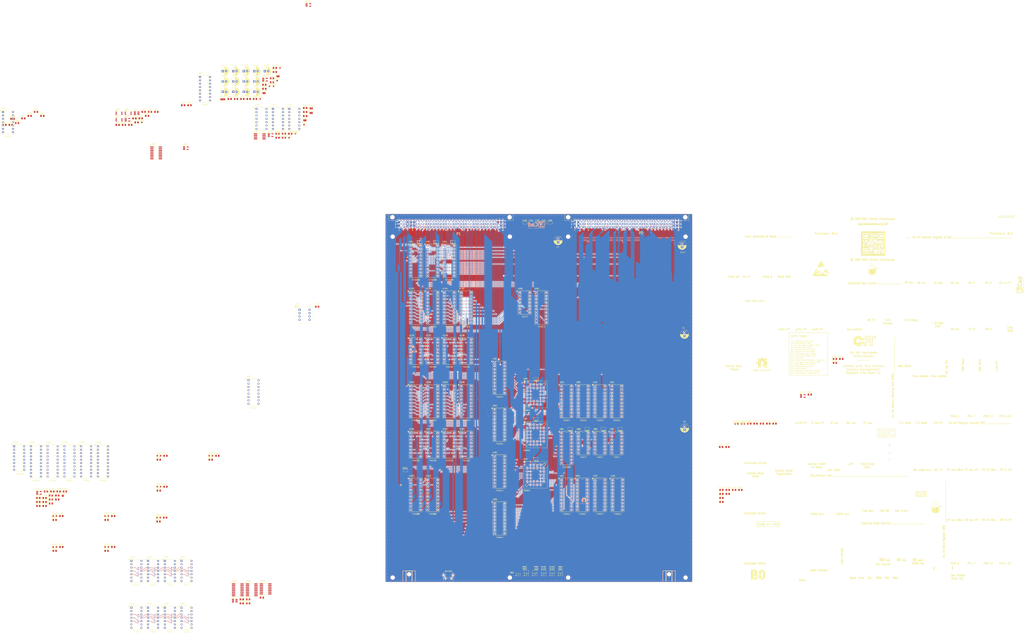
<source format=kicad_pcb>
(kicad_pcb (version 20171130) (host pcbnew 5.1.7-a382d34a8~88~ubuntu20.04.1)
  (title_block (title "CFT Board 0") (rev 2119) (comment 1 B0) (comment 2 "Contains the Control Unit, Bus Control, Memory Management, and") (comment 3 "half of the Register File. (PC and DR)"))
  (layers (0 F.Cu signal) (31 B.Cu signal) (34 B.Paste user) (35 F.Paste user) (36 B.SilkS user) (37 F.SilkS user) (38 B.Mask user) (39 F.Mask user) (44 Edge.Cuts user))
  (net 0 "")
  (net 1 GND)
  (net 2 +5V)
  (net 3 /CLK4)
  (net 4 /~WAITING)
  (net 5 /~WS)
  (net 6 /FPD7)
  (net 7 /FPD6)
  (net 8 /FPD5)
  (net 9 /FPD4)
  (net 10 /FPD3)
  (net 11 /FPD2)
  (net 12 /FPD1)
  (net 13 /FPD0)
  (net 14 /COND3)
  (net 15 /COND2)
  (net 16 /COND1)
  (net 17 /ACTION3)
  (net 18 /ACTION2)
  (net 19 /ACTION1)
  (net 20 /ACTION0)
  (net 21 /WADDR2)
  (net 22 /WADDR1)
  (net 23 /WADDR0)
  (net 24 /RADDR4)
  (net 25 /RADDR3)
  (net 26 /RADDR2)
  (net 27 /RADDR1)
  (net 28 /RADDR0)
  (net 29 /CLK2)
  (net 30 /CLK3)
  (net 31 /CLK1)
  (net 32 /FL)
  (net 33 /IBUS13)
  (net 34 /IBUS14)
  (net 35 /IBUS15)
  (net 36 /~IRQ7)
  (net 37 /~IRQ6)
  (net 38 /~IRQ5)
  (net 39 /~IRQ4)
  (net 40 /DB15)
  (net 41 /~IRQ3)
  (net 42 /DB14)
  (net 43 /~IRQ2)
  (net 44 /DB13)
  (net 45 /~IRQ1)
  (net 46 /DB12)
  (net 47 /~IRQ0)
  (net 48 /DB11)
  (net 49 /~IRQS)
  (net 50 /DB10)
  (net 51 /~IRQ)
  (net 52 /DB9)
  (net 53 /~HALT)
  (net 54 /DB8)
  (net 55 /DB7)
  (net 56 /DB6)
  (net 57 /~IODEV3XX)
  (net 58 /DB5)
  (net 59 /~IODEV2XX)
  (net 60 /DB4)
  (net 61 /~IODEV1XX)
  (net 62 /DB3)
  (net 63 /DB2)
  (net 64 /~W)
  (net 65 /DB1)
  (net 66 /DB0)
  (net 67 /~RESET)
  (net 68 /~RSTHOLD)
  (net 69 /AB0)
  (net 70 /AB1)
  (net 71 /AB2)
  (net 72 /AB3)
  (net 73 /AB4)
  (net 74 /AB5)
  (net 75 /AB6)
  (net 76 /AB7)
  (net 77 /AB8)
  (net 78 /AB9)
  (net 79 /AB10)
  (net 80 /AB11)
  (net 81 /AB12)
  (net 82 /AB13)
  (net 83 /AB14)
  (net 84 /AB15)
  (net 85 /AB16)
  (net 86 /AB17)
  (net 87 /AB18)
  (net 88 /AB19)
  (net 89 /AB20)
  (net 90 /AB21)
  (net 91 /AB22)
  (net 92 /AB23)
  (net 93 /~SKIPEXT)
  (net 94 /IBUS7)
  (net 95 /IBUS6)
  (net 96 /IBUS5)
  (net 97 /~ENDEXT)
  (net 98 /COND0)
  (net 99 /WADDR4)
  (net 100 /WADDR3)
  (net 101 /FV)
  (net 102 /FZ)
  (net 103 /IBUS8)
  (net 104 /IBUS9)
  (net 105 /IBUS10)
  (net 106 /IBUS11)
  (net 107 /IBUS12)
  (net 108 /~R)
  (net 109 /~IO)
  (net 110 /~MEM)
  (net 111 /~FPRAM~∕ROM)
  (net 112 "Net-(D901-Pad2)")
  (net 113 /~FPRESET)
  (net 114 /POWEROK)
  (net 115 /IBUS3)
  (net 116 /IBUS2)
  (net 117 /IBUS1)
  (net 118 /IBUS0)
  (net 119 /IBUS4)
  (net 120 /~FPCLK~⁄CLK)
  (net 121 /FPCLK)
  (net 122 /T34)
  (net 123 /~END)
  (net 124 /~SYSDEV)
  (net 125 /IR0)
  (net 126 /IR1)
  (net 127 /IR2)
  (net 128 "Net-(U1004-Pad13)")
  (net 129 "Net-(U1004-Pad12)")
  (net 130 /IR3)
  (net 131 /IR4)
  (net 132 /IR5)
  (net 133 /IR6)
  (net 134 /IR7)
  (net 135 "Net-(D601-Pad1)")
  (net 136 "Net-(R602-Pad1)")
  (net 137 "Net-(D1402-Pad2)")
  (net 138 "Net-(D1404-Pad2)")
  (net 139 "Net-(R1402-Pad1)")
  (net 140 "Net-(R1404-Pad1)")
  (net 141 "Net-(C1014-Pad1)")
  (net 142 /16MHz)
  (net 143 "Net-(D902-Pad2)")
  (net 144 "Net-(D903-Pad2)")
  (net 145 "Net-(R902-Pad1)")
  (net 146 "Net-(R904-Pad1)")
  (net 147 /FPFETCH)
  (net 148 "Net-(JP101-Pad2)")
  (net 149 /CLK4')
  (net 150 /X-IN)
  (net 151 /sheet5DE3C026/FL-REG)
  (net 152 /PC10)
  (net 153 /PC11)
  (net 154 /PC12)
  (net 155 /PC13)
  (net 156 /PC14)
  (net 157 /PC15)
  (net 158 /FL-OFFBOARD)
  (net 159 /sheet5DF75CCD/TC)
  (net 160 /sheet5DF75CCD/x4CLK)
  (net 161 "Net-(TP101-Pad1)")
  (net 162 "Net-(TP102-Pad1)")
  (net 163 "Net-(TP103-Pad1)")
  (net 164 "Net-(TP104-Pad1)")
  (net 165 /~ACTION-110)
  (net 166 /BCP)
  (net 167 /RESET)
  (net 168 /sheet5DF75CCD/~START-SYNC)
  (net 169 /~ACTION-SRU)
  (net 170 "/Port B/B6")
  (net 171 "/Port B/B5")
  (net 172 "/Port B/B4")
  (net 173 "/Port B/B3")
  (net 174 "/Port B/B2")
  (net 175 "/Port B/B1")
  (net 176 "/Port B/B0")
  (net 177 /sheet5DF75CCD/LSB)
  (net 178 /sheet5DF75CCD/~EN)
  (net 179 /sheet5DF75CCD/~RIGHT)
  (net 180 "/Port B/B8")
  (net 181 "/Port B/B7")
  (net 182 "/Port B/B14")
  (net 183 "/Port B/B13")
  (net 184 "/Port B/B12")
  (net 185 "/Port B/B11")
  (net 186 "/Port B/B10")
  (net 187 "/Port B/B9")
  (net 188 /sheet5DF75CCD/MSB)
  (net 189 "/Port B/B15")
  (net 190 /FLFAST)
  (net 191 /FLOUT-SRU)
  (net 192 /~FLAGWE)
  (net 193 /FVOUT-ROM)
  (net 194 /~SETV-ROM)
  (net 195 "/Port B/CP")
  (net 196 /~READ-ALU-B)
  (net 197 /~WRITE-ALU-B)
  (net 198 "/Port A/A0")
  (net 199 /AC7)
  (net 200 "/Port A/A1")
  (net 201 /AC6)
  (net 202 "/Port A/A2")
  (net 203 /AC5)
  (net 204 "/Port A/A3")
  (net 205 /AC4)
  (net 206 "/Port A/A4")
  (net 207 /AC3)
  (net 208 "/Port A/A5")
  (net 209 /AC2)
  (net 210 "/Port A/A6")
  (net 211 /AC1)
  (net 212 "/Port A/A7")
  (net 213 /AC0)
  (net 214 /Decoders/ACP)
  (net 215 "/Port A/A8")
  (net 216 /AC15)
  (net 217 "/Port A/A9")
  (net 218 /AC14)
  (net 219 "/Port A/A10")
  (net 220 /AC13)
  (net 221 "/Port A/A11")
  (net 222 /AC12)
  (net 223 "/Port A/A12")
  (net 224 /AC11)
  (net 225 "/Port A/A13")
  (net 226 /AC10)
  (net 227 "/Port A/A14")
  (net 228 /AC9)
  (net 229 "/Port A/A15")
  (net 230 /AC8)
  (net 231 /~ACTION-CPL)
  (net 232 "/Link Register (L)/~SETL")
  (net 233 "/Link Register (L)/~CLRL")
  (net 234 /~SETL-ROM)
  (net 235 /~ACTION-CLL)
  (net 236 /~ALU-OP)
  (net 237 /~READ-ALU-Y)
  (net 238 /sheet5DE3C026/Y7)
  (net 239 /sheet5DE3C026/Y6)
  (net 240 /sheet5DE3C026/Y5)
  (net 241 /sheet5DE3C026/Y4)
  (net 242 /sheet5DE3C026/Y3)
  (net 243 /sheet5DE3C026/Y2)
  (net 244 /sheet5DE3C026/Y1)
  (net 245 /sheet5DE3C026/Y0)
  (net 246 /sheet5DE3C026/OP0)
  (net 247 /sheet5DE3C026/X-IN-REG)
  (net 248 /X0)
  (net 249 /sheet5DE3C026/C0)
  (net 250 /sheet5DE3C026/OP1)
  (net 251 /sheet5DE3C026/OP2)
  (net 252 /sheet5DE3C026/REGLE)
  (net 253 /sheet5DE3C026/Y15)
  (net 254 /sheet5DE3C026/Y14)
  (net 255 /sheet5DE3C026/Y13)
  (net 256 /sheet5DE3C026/Y12)
  (net 257 /sheet5DE3C026/Y11)
  (net 258 /sheet5DE3C026/Y10)
  (net 259 /sheet5DE3C026/Y9)
  (net 260 /sheet5DE3C026/Y8)
  (net 261 /X1)
  (net 262 /sheet5DE3C026/C1)
  (net 263 "Net-(U1001-Pad12)")
  (net 264 "Net-(U1001-Pad13)")
  (net 265 "Net-(U1003-Pad19)")
  (net 266 "Net-(U1007-Pad12)")
  (net 267 "Net-(U1007-Pad13)")
  (net 268 "Net-(U1009-Pad12)")
  (net 269 "Net-(U1009-Pad13)")
  (net 270 "/Stack Pointer/Q1")
  (net 271 "/Stack Pointer/Q0")
  (net 272 "Net-(U1101-Pad12)")
  (net 273 "Net-(U1101-Pad13)")
  (net 274 "/Stack Pointer/Q2")
  (net 275 "/Stack Pointer/Q3")
  (net 276 "/Stack Pointer/Q7")
  (net 277 "/Stack Pointer/Q6")
  (net 278 "/Stack Pointer/Q5")
  (net 279 "/Stack Pointer/Q4")
  (net 280 "Net-(U1103-Pad12)")
  (net 281 "Net-(U1103-Pad13)")
  (net 282 "/Stack Pointer/Q15")
  (net 283 "/Stack Pointer/Q14")
  (net 284 "/Stack Pointer/Q13")
  (net 285 "/Stack Pointer/Q12")
  (net 286 "/Stack Pointer/Q11")
  (net 287 "/Stack Pointer/Q10")
  (net 288 "/Stack Pointer/Q9")
  (net 289 "/Stack Pointer/Q8")
  (net 290 "Net-(U1106-Pad12)")
  (net 291 "Net-(U1106-Pad13)")
  (net 292 "Net-(U1108-Pad12)")
  (net 293 "Net-(U1108-Pad13)")
  (net 294 "Net-(JP501-Pad1)")
  (net 295 "Net-(JP701-Pad1)")
  (net 296 "Net-(JP701-Pad2)")
  (net 297 "Net-(JP702-Pad1)")
  (net 298 "Net-(JP703-Pad1)")
  (net 299 "Net-(R601-Pad2)")
  (net 300 "Net-(R701-Pad2)")
  (net 301 "Net-(R701-Pad1)")
  (net 302 "Net-(R702-Pad2)")
  (net 303 "Net-(R703-Pad2)")
  (net 304 "Net-(R703-Pad1)")
  (net 305 "Net-(TP701-Pad1)")
  (net 306 "Net-(TP703-Pad1)")
  (net 307 "Net-(U201-Pad19)")
  (net 308 "Net-(U201-Pad9)")
  (net 309 "Net-(U201-Pad8)")
  (net 310 /~READ-SP)
  (net 311 "Net-(U201-Pad7)")
  (net 312 /~READ-AC)
  (net 313 "Net-(U201-Pad11)")
  (net 314 "Net-(U202-Pad19)")
  (net 315 "Net-(U202-Pad9)")
  (net 316 "Net-(U202-Pad18)")
  (net 317 "Net-(U202-Pad8)")
  (net 318 "Net-(U202-Pad17)")
  (net 319 "Net-(U202-Pad7)")
  (net 320 "Net-(U202-Pad16)")
  (net 321 "Net-(U202-Pad15)")
  (net 322 /~WRITE-SP)
  (net 323 /~WRITE-AC)
  (net 324 "Net-(U202-Pad11)")
  (net 325 "Net-(U203-Pad19)")
  (net 326 "Net-(U203-Pad9)")
  (net 327 /~DECSP)
  (net 328 "Net-(U203-Pad8)")
  (net 329 /~INCSP)
  (net 330 "Net-(U203-Pad7)")
  (net 331 /~DECAC)
  (net 332 "Net-(U203-Pad6)")
  (net 333 /~INCAC)
  (net 334 "Net-(U203-Pad11)")
  (net 335 "Net-(U503-Pad30)")
  (net 336 "Net-(U503-Pad1)")
  (net 337 "Net-(U505-Pad12)")
  (net 338 "Net-(U505-Pad14)")
  (net 339 "Net-(U505-Pad13)")
  (net 340 "Net-(U507-Pad30)")
  (net 341 "Net-(U507-Pad1)")
  (net 342 "Net-(U510-Pad30)")
  (net 343 "Net-(U510-Pad1)")
  (net 344 "Net-(U601-Pad3)")
  (net 345 "Net-(U604-Pad13)")
  (net 346 "Net-(U604-Pad7)")
  (net 347 "Net-(U604-Pad6)")
  (net 348 "Net-(U604-Pad3)")
  (net 349 "Net-(U604-Pad2)")
  (net 350 "Net-(U608-Pad3)")
  (net 351 "Net-(U609-Pad3)")
  (net 352 "Net-(U701-Pad6)")
  (net 353 "Net-(U701-Pad2)")
  (net 354 "Net-(U702-Pad11)")
  (net 355 "Net-(U704-Pad8)")
  (net 356 "Net-(U705-Pad12)")
  (net 357 "Net-(U705-Pad10)")
  (net 358 "Net-(U802-Pad6)")
  (net 359 /~FPACL)
  (net 360 /~FPACH)
  (net 361 /~ACCPL)
  (net 362 "/Interrupt Controller/~IRQ")
  (net 363 "/Interrupt Controller/sheet5FC1EA73/~IRQTP")
  (net 364 "/Interrupt Controller/sheet5FD4BB79/~IRQTP")
  (net 365 "/Interrupt Controller/sheet5FD81CDA/~IRQTP")
  (net 366 "/Interrupt Controller/sheet5FD81CDB/~IRQTP")
  (net 367 "/Interrupt Controller/sheet5FD81CDC/~IRQTP")
  (net 368 "/Interrupt Controller/sheet5FD81CDD/~IRQTP")
  (net 369 "/Interrupt Controller/sheet5FD6EAC2/~IRQTP")
  (net 370 "/Interrupt Controller/sheet5FD6EAC3/~IRQTP")
  (net 371 "/Interrupt Controller/~IRQ0")
  (net 372 "/Interrupt Controller/~IRQ1")
  (net 373 "/Interrupt Controller/~IRQ2")
  (net 374 "/Interrupt Controller/~IRQ3")
  (net 375 "/Interrupt Controller/~IRQ4")
  (net 376 "/Interrupt Controller/~IRQ5")
  (net 377 "/Interrupt Controller/~IRQ6")
  (net 378 "/Interrupt Controller/~IRQ7")
  (net 379 "/Interrupt Controller/~IRQ0i")
  (net 380 "/Interrupt Controller/~IRQ1i")
  (net 381 "/Interrupt Controller/~IRQ4i")
  (net 382 "/Interrupt Controller/~IRQ5i")
  (net 383 "/Interrupt Controller/~IRQ6i")
  (net 384 "/Interrupt Controller/~IRQ7i")
  (net 385 "/Interrupt Controller/~IRQ2i")
  (net 386 "/Interrupt Controller/~IRQ3i")
  (net 387 "/Interrupt Controller/DB1")
  (net 388 "/Interrupt Controller/IEN4")
  (net 389 "/Interrupt Controller/DB2")
  (net 390 "/Interrupt Controller/IEN5")
  (net 391 "/Interrupt Controller/DB3")
  (net 392 "/Interrupt Controller/IEN6")
  (net 393 "/Interrupt Controller/IEN0")
  (net 394 "/Interrupt Controller/IEN7")
  (net 395 "/Interrupt Controller/IEN1")
  (net 396 "/Interrupt Controller/DB0")
  (net 397 "/Interrupt Controller/IEN2")
  (net 398 "/Interrupt Controller/~WIER")
  (net 399 "/Interrupt Controller/IEN3")
  (net 400 "/Interrupt Controller/~RESET")
  (net 401 "/Interrupt Controller/IRF7")
  (net 402 "/Interrupt Controller/IRF6")
  (net 403 "/Interrupt Controller/IRF5")
  (net 404 "/Interrupt Controller/IRF4")
  (net 405 "/Interrupt Controller/IRF3")
  (net 406 "/Interrupt Controller/DB4")
  (net 407 "/Interrupt Controller/IRF2")
  (net 408 "/Interrupt Controller/DB5")
  (net 409 "/Interrupt Controller/IRF1")
  (net 410 "/Interrupt Controller/DB6")
  (net 411 "/Interrupt Controller/IRF0")
  (net 412 "/Interrupt Controller/DB7")
  (net 413 "/Interrupt Controller/~RISR")
  (net 414 "/Interrupt Controller/~RIER")
  (net 415 "/Interrupt Controller/FPD0")
  (net 416 "/Interrupt Controller/FPD1")
  (net 417 "/Interrupt Controller/FPD2")
  (net 418 "/Interrupt Controller/FPD3")
  (net 419 "/Interrupt Controller/FPD4")
  (net 420 "/Interrupt Controller/FPD5")
  (net 421 "/Interrupt Controller/FPD6")
  (net 422 "/Interrupt Controller/FPD7")
  (net 423 "/Interrupt Controller/~FPIRF")
  (net 424 "/Interrupt Controller/~FPIEN")
  (net 425 "/Interrupt Controller/DB8")
  (net 426 "/Interrupt Controller/DB9")
  (net 427 "/Interrupt Controller/DB10")
  (net 428 "/Interrupt Controller/DB11")
  (net 429 "/Interrupt Controller/DB12")
  (net 430 "/Interrupt Controller/DB13")
  (net 431 "/Interrupt Controller/DB14")
  (net 432 "/Interrupt Controller/DB15")
  (net 433 "Net-(U1206-Pad1)")
  (net 434 "Net-(U1301-Pad6)")
  (net 435 "/Interrupt Controller/sheet5FC1EA73/~IRQn-CLK2")
  (net 436 "/Interrupt Controller/CLK3")
  (net 437 "/Interrupt Controller/CLK2")
  (net 438 "Net-(U1401-Pad6)")
  (net 439 "/Interrupt Controller/sheet5FD4BB79/~IRQn-CLK2")
  (net 440 "Net-(U1501-Pad6)")
  (net 441 "/Interrupt Controller/sheet5FD81CDA/~IRQn-CLK2")
  (net 442 "Net-(U1601-Pad6)")
  (net 443 "/Interrupt Controller/sheet5FD81CDB/~IRQn-CLK2")
  (net 444 "Net-(U1701-Pad6)")
  (net 445 "/Interrupt Controller/sheet5FD81CDC/~IRQn-CLK2")
  (net 446 "Net-(U1801-Pad6)")
  (net 447 "/Interrupt Controller/sheet5FD81CDD/~IRQn-CLK2")
  (net 448 "Net-(U1901-Pad6)")
  (net 449 "/Interrupt Controller/sheet5FD6EAC2/~IRQn-CLK2")
  (net 450 "Net-(U2001-Pad6)")
  (net 451 "/Interrupt Controller/sheet5FD6EAC3/~IRQn-CLK2")
  (net 452 "Net-(P1-PadA3)")
  (net 453 "Net-(P1-PadC12)")
  (net 454 "/Link Register (L)/~SETV")
  (net 455 "/Link Register (L)/~CLRV")
  (net 456 "Net-(U802-Pad12)")
  (net 457 "Net-(U802-Pad11)")
  (net 458 "Net-(U802-Pad9)")
  (net 459 "Net-(U802-Pad8)")
  (net 460 "Net-(U803-Pad6)")
  (net 461 "Net-(U803-Pad5)")
  (net 462 "Net-(U803-Pad9)")
  (net 463 "Net-(U803-Pad8)")
  (net 464 "Net-(U804-Pad6)")
  (net 465 "Net-(U804-Pad8)")
  (net 466 "Net-(U801-Pad12)")
  (net 467 "Net-(U801-Pad14)")
  (net 468 "Net-(U2002-Pad15)")
  (net 469 "Net-(U2002-Pad14)")
  (net 470 "Net-(U2002-Pad13)")
  (net 471 "Net-(U2002-Pad12)")
  (net 472 "Net-(U2002-Pad11)")
  (net 473 "Net-(U2002-Pad10)")
  (net 474 "Net-(U2002-Pad9)")
  (net 475 "Net-(U2002-Pad7)")
  (net 476 "/Bus Interface/AB4")
  (net 477 "/Bus Interface/AB7")
  (net 478 "/Bus Interface/~SYSDEV")
  (net 479 "/Bus Interface/AB5")
  (net 480 "/Bus Interface/AB6")
  (net 481 "Net-(U2003-Pad15)")
  (net 482 "Net-(U2003-Pad14)")
  (net 483 "Net-(U2003-Pad13)")
  (net 484 "Net-(U2003-Pad12)")
  (net 485 "/Bus Interface/~IRCCS")
  (net 486 "/Bus Interface/AB3")
  (net 487 "/Bus Interface/AB2")
  (net 488 "/Bus Interface/~W")
  (net 489 "/Bus Interface/AB1")
  (net 490 "Net-(U2004-Pad10)")
  (net 491 "Net-(U2004-Pad9)")
  (net 492 "Net-(U2004-Pad7)")
  (net 493 "Net-(U2004-Pad6)")
  (net 494 "/Bus Interface/~R")
  (net 495 "/Bus Interface/~WIER")
  (net 496 "/Bus Interface/~RISR")
  (net 497 "/Bus Interface/~RIER")
  (net 498 /~FPSPL)
  (net 499 /~FPSPH)
  (net 500 "Net-(U2003-Pad10)")
  (net 501 "Net-(U2003-Pad9)")
  (net 502 "Net-(U2003-Pad7)")
  (net 503 /~FPDRH)
  (net 504 /~FPDRL)
  (net 505 /~FPPCH)
  (net 506 /~FPPCL)
  (net 507 /~FPAEXT)
  (net 508 /~FPFLAGS)
  (net 509 /~FPIRH)
  (net 510 /~FPµC2)
  (net 511 /~FPµC1)
  (net 512 /~FPµC0)
  (net 513 /~FPµA0)
  (net 514 /~FPIRL)
  (net 515 /~FPCTX)
  (net 516 /~ALUOE)
  (net 517 "Net-(U508-Pad6)")
  (net 518 "Net-(U508-Pad9)")
  (net 519 "Net-(U508-Pad8)")
  (net 520 /FLCPL-ROM)
  (net 521 "Net-(X701-Pad5)")
  (net 522 "Net-(X701-Pad1)")
  (net 523 "Net-(U2004-Pad11)")
  (net 524 /FN)
  (module alexios:DIP-14_W7.62mm_Socket (layer F.Cu) (at -256.775841 -5.3152)
    (fp_text reference U508 (at -1.3 -3) (layer F.SilkS) (effects (font (size 1 0.83)) (justify left)))
    (fp_text value 74HC74)
    (fp_text user %V (at 3.81 18.415) (layer F.SilkS) (effects (font (size 1 0.83))))
    (pad 14 thru_hole oval (at 7.62 0) (size 1.397 1.397) (drill 0.8) (layers *.Cu *.Mask) (net 2 +5V))
    (pad 7 thru_hole oval (at 0 15.24) (size 1.397 1.397) (drill 0.8) (layers *.Cu *.Mask) (net 1 GND))
    (pad 13 thru_hole oval (at 7.62 2.54) (size 1.397 1.397) (drill 0.8) (layers *.Cu *.Mask) (net 2 +5V))
    (pad 6 thru_hole oval (at 0 12.7) (size 1.397 1.397) (drill 0.8) (layers *.Cu *.Mask) (net 517 "Net-(U508-Pad6)"))
    (pad 12 thru_hole oval (at 7.62 5.08) (size 1.397 1.397) (drill 0.8) (layers *.Cu *.Mask) (net 2 +5V))
    (pad 5 thru_hole oval (at 0 10.16) (size 1.397 1.397) (drill 0.8) (layers *.Cu *.Mask) (net 252 /sheet5DE3C026/REGLE))
    (pad 11 thru_hole oval (at 7.62 7.62) (size 1.397 1.397) (drill 0.8) (layers *.Cu *.Mask) (net 2 +5V))
    (pad 4 thru_hole oval (at 0 7.62) (size 1.397 1.397) (drill 0.8) (layers *.Cu *.Mask) (net 236 /~ALU-OP))
    (pad 10 thru_hole oval (at 7.62 10.16) (size 1.397 1.397) (drill 0.8) (layers *.Cu *.Mask) (net 2 +5V))
    (pad 3 thru_hole oval (at 0 5.08) (size 1.397 1.397) (drill 0.8) (layers *.Cu *.Mask) (net 122 /T34))
    (pad 9 thru_hole oval (at 7.62 12.7) (size 1.397 1.397) (drill 0.8) (layers *.Cu *.Mask) (net 518 "Net-(U508-Pad9)"))
    (pad 2 thru_hole oval (at 0 2.54) (size 1.397 1.397) (drill 0.8) (layers *.Cu *.Mask) (net 1 GND))
    (pad 8 thru_hole oval (at 7.62 15.24) (size 1.397 1.397) (drill 0.8) (layers *.Cu *.Mask) (net 519 "Net-(U508-Pad8)"))
    (pad 1 thru_hole rect (at 0 0) (size 1.397 1.397) (drill 0.8) (layers *.Cu *.Mask) (net 2 +5V))
  )
  (module alexios:R_SMD_0805_2012Metric_Pad1.15x1.40mm_HandSolder (layer F.Cu) (at 48.653 266.935)
    (fp_text reference R1001 (at -0.254 -1.8288) (layer F.SilkS) (effects (font (size 1 0.83))))
    (fp_text value 30Ω)
    (pad 2 smd roundrect (at 1.025 0) (size 1.15 1.4) (layers F.Cu F.Paste F.Mask) (roundrect_rratio 0.217391) (net 216 /AC15))
    (pad 1 smd roundrect (at -1.025 0) (size 1.15 1.4) (layers F.Cu F.Paste F.Mask) (roundrect_rratio 0.217391) (net 524 /FN))
  )
  (module alexios:SOIC-14 (layer F.Cu) (at -60.719 352.985)
    (fp_text reference U2006 (at -1.300001 -2.25) (layer F.SilkS) (effects (font (size 1 0.83)) (justify left)))
    (fp_text value 74HC74)
    (pad 14 smd rect (at 6.466 0) (size 2.54 0.72) (layers F.Cu F.Paste F.Mask) (net 2 +5V))
    (pad 13 smd rect (at 6.466 1.27) (size 2.54 0.72) (layers F.Cu F.Paste F.Mask))
    (pad 12 smd rect (at 6.466 2.54) (size 2.54 0.72) (layers F.Cu F.Paste F.Mask))
    (pad 11 smd rect (at 6.466 3.81) (size 2.54 0.72) (layers F.Cu F.Paste F.Mask))
    (pad 10 smd rect (at 6.466 5.08) (size 2.54 0.72) (layers F.Cu F.Paste F.Mask))
    (pad 9 smd rect (at 6.466 6.35) (size 2.54 0.72) (layers F.Cu F.Paste F.Mask))
    (pad 8 smd rect (at 6.466 7.62) (size 2.54 0.72) (layers F.Cu F.Paste F.Mask))
    (pad 7 smd rect (at 0.008 7.62) (size 2.54 0.72) (layers F.Cu F.Paste F.Mask) (net 1 GND))
    (pad 6 smd rect (at 0.008 6.35) (size 2.54 0.72) (layers F.Cu F.Paste F.Mask))
    (pad 5 smd rect (at 0.008 5.08) (size 2.54 0.72) (layers F.Cu F.Paste F.Mask))
    (pad 4 smd rect (at 0.008 3.81) (size 2.54 0.72) (layers F.Cu F.Paste F.Mask))
    (pad 3 smd rect (at 0 2.54) (size 2.54 0.72) (layers F.Cu F.Paste F.Mask))
    (pad 2 smd rect (at 0 1.27) (size 2.54 0.72) (layers F.Cu F.Paste F.Mask))
    (pad 1 smd rect (at 0.012 0) (size 2.54 0.72) (layers F.Cu F.Paste F.Mask))
  )
  (module alexios:SOT-23-6_Handsoldering (layer F.Cu) (at -82.257 364.8218)
    (fp_text reference U2005 (at -0.842801 -1.85) (layer F.SilkS) (effects (font (size 1 0.83)) (justify left)))
    (fp_text value 74LVC1G11)
    (pad 5 smd rect (at 2.7 0.95) (size 1.56 0.65) (layers F.Cu F.Paste F.Mask) (net 2 +5V))
    (pad 6 smd rect (at 2.7 0) (size 1.56 0.65) (layers F.Cu F.Paste F.Mask))
    (pad 4 smd rect (at 2.7 1.9) (size 1.56 0.65) (layers F.Cu F.Paste F.Mask))
    (pad 3 smd rect (at 0 1.9) (size 1.56 0.65) (layers F.Cu F.Paste F.Mask))
    (pad 2 smd rect (at 0 0.95) (size 1.56 0.65) (layers F.Cu F.Paste F.Mask) (net 1 GND))
    (pad 1 smd rect (at 0 0) (size 1.56 0.65) (layers F.Cu F.Paste F.Mask))
  )
  (module alexios:SOIC-16 (layer F.Cu) (at -71.269 353.035)
    (fp_text reference U2003 (at -1.350001 -2.25) (layer F.SilkS) (effects (font (size 1 0.83)) (justify left)))
    (fp_text value 74HC138)
    (pad 16 smd rect (at 6.466 0) (size 2.54 0.72) (layers F.Cu F.Paste F.Mask) (net 2 +5V))
    (pad 15 smd rect (at 6.466 1.27) (size 2.54 0.72) (layers F.Cu F.Paste F.Mask) (net 481 "Net-(U2003-Pad15)"))
    (pad 14 smd rect (at 6.466 2.54) (size 2.54 0.72) (layers F.Cu F.Paste F.Mask) (net 482 "Net-(U2003-Pad14)"))
    (pad 13 smd rect (at 6.466 3.81) (size 2.54 0.72) (layers F.Cu F.Paste F.Mask) (net 483 "Net-(U2003-Pad13)"))
    (pad 12 smd rect (at 6.466 5.08) (size 2.54 0.72) (layers F.Cu F.Paste F.Mask) (net 484 "Net-(U2003-Pad12)"))
    (pad 11 smd rect (at 6.466 6.35) (size 2.54 0.72) (layers F.Cu F.Paste F.Mask) (net 485 "/Bus Interface/~IRCCS"))
    (pad 10 smd rect (at 6.466 7.62) (size 2.54 0.72) (layers F.Cu F.Paste F.Mask) (net 500 "Net-(U2003-Pad10)"))
    (pad 9 smd rect (at 6.466 8.89) (size 2.54 0.72) (layers F.Cu F.Paste F.Mask) (net 501 "Net-(U2003-Pad9)"))
    (pad 8 smd rect (at 0.008 8.89) (size 2.54 0.72) (layers F.Cu F.Paste F.Mask) (net 1 GND))
    (pad 7 smd rect (at 0.008 7.62) (size 2.54 0.72) (layers F.Cu F.Paste F.Mask) (net 502 "Net-(U2003-Pad7)"))
    (pad 6 smd rect (at 0.008 6.35) (size 2.54 0.72) (layers F.Cu F.Paste F.Mask) (net 2 +5V))
    (pad 5 smd rect (at 0.008 5.08) (size 2.54 0.72) (layers F.Cu F.Paste F.Mask) (net 468 "Net-(U2002-Pad15)"))
    (pad 4 smd rect (at 0.008 3.81) (size 2.54 0.72) (layers F.Cu F.Paste F.Mask) (net 478 "/Bus Interface/~SYSDEV"))
    (pad 3 smd rect (at 0 2.54) (size 2.54 0.72) (layers F.Cu F.Paste F.Mask) (net 476 "/Bus Interface/AB4"))
    (pad 2 smd rect (at 0 1.27) (size 2.54 0.72) (layers F.Cu F.Paste F.Mask) (net 486 "/Bus Interface/AB3"))
    (pad 1 smd rect (at 0.012 0) (size 2.54 0.72) (layers F.Cu F.Paste F.Mask) (net 487 "/Bus Interface/AB2"))
  )
  (module alexios:SOIC-16 (layer F.Cu) (at -81.819 353.035)
    (fp_text reference U2002 (at -1.350001 -2.25) (layer F.SilkS) (effects (font (size 1 0.83)) (justify left)))
    (fp_text value 74HC138)
    (pad 16 smd rect (at 6.466 0) (size 2.54 0.72) (layers F.Cu F.Paste F.Mask) (net 2 +5V))
    (pad 15 smd rect (at 6.466 1.27) (size 2.54 0.72) (layers F.Cu F.Paste F.Mask) (net 468 "Net-(U2002-Pad15)"))
    (pad 14 smd rect (at 6.466 2.54) (size 2.54 0.72) (layers F.Cu F.Paste F.Mask) (net 469 "Net-(U2002-Pad14)"))
    (pad 13 smd rect (at 6.466 3.81) (size 2.54 0.72) (layers F.Cu F.Paste F.Mask) (net 470 "Net-(U2002-Pad13)"))
    (pad 12 smd rect (at 6.466 5.08) (size 2.54 0.72) (layers F.Cu F.Paste F.Mask) (net 471 "Net-(U2002-Pad12)"))
    (pad 11 smd rect (at 6.466 6.35) (size 2.54 0.72) (layers F.Cu F.Paste F.Mask) (net 472 "Net-(U2002-Pad11)"))
    (pad 10 smd rect (at 6.466 7.62) (size 2.54 0.72) (layers F.Cu F.Paste F.Mask) (net 473 "Net-(U2002-Pad10)"))
    (pad 9 smd rect (at 6.466 8.89) (size 2.54 0.72) (layers F.Cu F.Paste F.Mask) (net 474 "Net-(U2002-Pad9)"))
    (pad 8 smd rect (at 0.008 8.89) (size 2.54 0.72) (layers F.Cu F.Paste F.Mask) (net 1 GND))
    (pad 7 smd rect (at 0.008 7.62) (size 2.54 0.72) (layers F.Cu F.Paste F.Mask) (net 475 "Net-(U2002-Pad7)"))
    (pad 6 smd rect (at 0.008 6.35) (size 2.54 0.72) (layers F.Cu F.Paste F.Mask) (net 476 "/Bus Interface/AB4"))
    (pad 5 smd rect (at 0.008 5.08) (size 2.54 0.72) (layers F.Cu F.Paste F.Mask) (net 477 "/Bus Interface/AB7"))
    (pad 4 smd rect (at 0.008 3.81) (size 2.54 0.72) (layers F.Cu F.Paste F.Mask) (net 478 "/Bus Interface/~SYSDEV"))
    (pad 3 smd rect (at 0 2.54) (size 2.54 0.72) (layers F.Cu F.Paste F.Mask) (net 1 GND))
    (pad 2 smd rect (at 0 1.27) (size 2.54 0.72) (layers F.Cu F.Paste F.Mask) (net 479 "/Bus Interface/AB5"))
    (pad 1 smd rect (at 0.012 0) (size 2.54 0.72) (layers F.Cu F.Paste F.Mask) (net 480 "/Bus Interface/AB6"))
  )
  (module alexios:C_SMD_0805_2012Metric_Pad1.15x1.40mm_HandSolder (layer F.Cu) (at -70.762 367.765)
    (fp_text reference C2007 (at -0.254 -1.8288) (layer F.SilkS) (effects (font (size 1 0.83))))
    (fp_text value 100nF)
    (pad 2 smd roundrect (at 1.025 0) (size 1.15 1.4) (layers F.Cu F.Paste F.Mask) (roundrect_rratio 0.217391) (net 1 GND))
    (pad 1 smd roundrect (at -1.025 0) (size 1.15 1.4) (layers F.Cu F.Paste F.Mask) (roundrect_rratio 0.217391) (net 2 +5V))
  )
  (module alexios:C_SMD_0805_2012Metric_Pad1.15x1.40mm_HandSolder (layer F.Cu) (at -75.562 367.765)
    (fp_text reference C2006 (at -0.254 -1.8288) (layer F.SilkS) (effects (font (size 1 0.83))))
    (fp_text value 100nF)
    (pad 2 smd roundrect (at 1.025 0) (size 1.15 1.4) (layers F.Cu F.Paste F.Mask) (roundrect_rratio 0.217391) (net 1 GND))
    (pad 1 smd roundrect (at -1.025 0) (size 1.15 1.4) (layers F.Cu F.Paste F.Mask) (roundrect_rratio 0.217391) (net 2 +5V))
  )
  (module alexios:C_SMD_0805_2012Metric_Pad1.15x1.40mm_HandSolder (layer F.Cu) (at -70.762 364.725)
    (fp_text reference C2005 (at -0.254 -1.8288) (layer F.SilkS) (effects (font (size 1 0.83))))
    (fp_text value 100nF)
    (pad 2 smd roundrect (at 1.025 0) (size 1.15 1.4) (layers F.Cu F.Paste F.Mask) (roundrect_rratio 0.217391) (net 1 GND))
    (pad 1 smd roundrect (at -1.025 0) (size 1.15 1.4) (layers F.Cu F.Paste F.Mask) (roundrect_rratio 0.217391) (net 2 +5V))
  )
  (module alexios:C_SMD_0805_2012Metric_Pad1.15x1.40mm_HandSolder (layer F.Cu) (at -60.312 363.405)
    (fp_text reference C2003 (at -0.254 -1.8288) (layer F.SilkS) (effects (font (size 1 0.83))))
    (fp_text value 100nF)
    (pad 2 smd roundrect (at 1.025 0) (size 1.15 1.4) (layers F.Cu F.Paste F.Mask) (roundrect_rratio 0.217391) (net 1 GND))
    (pad 1 smd roundrect (at -1.025 0) (size 1.15 1.4) (layers F.Cu F.Paste F.Mask) (roundrect_rratio 0.217391) (net 2 +5V))
  )
  (module alexios:C_SMD_0805_2012Metric_Pad1.15x1.40mm_HandSolder (layer F.Cu) (at -75.562 364.725)
    (fp_text reference C2002 (at -0.254 -1.8288) (layer F.SilkS) (effects (font (size 1 0.83))))
    (fp_text value 100nF)
    (pad 2 smd roundrect (at 1.025 0) (size 1.15 1.4) (layers F.Cu F.Paste F.Mask) (roundrect_rratio 0.217391) (net 1 GND))
    (pad 1 smd roundrect (at -1.025 0) (size 1.15 1.4) (layers F.Cu F.Paste F.Mask) (roundrect_rratio 0.217391) (net 2 +5V))
  )
  (module alexios:SOIC-16 (layer F.Cu) (at -143.789 21.24)
    (fp_text reference U2004 (at -1.350001 -2.25) (layer F.SilkS) (effects (font (size 1 0.83)) (justify left)))
    (fp_text value 74HC139)
    (pad 16 smd rect (at 6.466 0) (size 2.54 0.72) (layers F.Cu F.Paste F.Mask) (net 2 +5V))
    (pad 15 smd rect (at 6.466 1.27) (size 2.54 0.72) (layers F.Cu F.Paste F.Mask) (net 488 "/Bus Interface/~W"))
    (pad 14 smd rect (at 6.466 2.54) (size 2.54 0.72) (layers F.Cu F.Paste F.Mask) (net 489 "/Bus Interface/AB1"))
    (pad 13 smd rect (at 6.466 3.81) (size 2.54 0.72) (layers F.Cu F.Paste F.Mask) (net 485 "/Bus Interface/~IRCCS"))
    (pad 12 smd rect (at 6.466 5.08) (size 2.54 0.72) (layers F.Cu F.Paste F.Mask) (net 495 "/Bus Interface/~WIER"))
    (pad 11 smd rect (at 6.466 6.35) (size 2.54 0.72) (layers F.Cu F.Paste F.Mask) (net 523 "Net-(U2004-Pad11)"))
    (pad 10 smd rect (at 6.466 7.62) (size 2.54 0.72) (layers F.Cu F.Paste F.Mask) (net 490 "Net-(U2004-Pad10)"))
    (pad 9 smd rect (at 6.466 8.89) (size 2.54 0.72) (layers F.Cu F.Paste F.Mask) (net 491 "Net-(U2004-Pad9)"))
    (pad 8 smd rect (at 0.008 8.89) (size 2.54 0.72) (layers F.Cu F.Paste F.Mask) (net 1 GND))
    (pad 7 smd rect (at 0.008 7.62) (size 2.54 0.72) (layers F.Cu F.Paste F.Mask) (net 492 "Net-(U2004-Pad7)"))
    (pad 6 smd rect (at 0.008 6.35) (size 2.54 0.72) (layers F.Cu F.Paste F.Mask) (net 493 "Net-(U2004-Pad6)"))
    (pad 5 smd rect (at 0.008 5.08) (size 2.54 0.72) (layers F.Cu F.Paste F.Mask) (net 496 "/Bus Interface/~RISR"))
    (pad 4 smd rect (at 0.008 3.81) (size 2.54 0.72) (layers F.Cu F.Paste F.Mask) (net 497 "/Bus Interface/~RIER"))
    (pad 3 smd rect (at 0 2.54) (size 2.54 0.72) (layers F.Cu F.Paste F.Mask) (net 485 "/Bus Interface/~IRCCS"))
    (pad 2 smd rect (at 0 1.27) (size 2.54 0.72) (layers F.Cu F.Paste F.Mask) (net 489 "/Bus Interface/AB1"))
    (pad 1 smd rect (at 0.012 0) (size 2.54 0.72) (layers F.Cu F.Paste F.Mask) (net 494 "/Bus Interface/~R"))
  )
  (module alexios:SOT-23-5_HandSoldering (layer F.Cu) (at -119.377 21.19)
    (fp_text reference U509 (at 1.05357 -1.95) (layer F.SilkS) (effects (font (size 1 0.83))))
    (fp_text value 74LVC1G08)
    (pad 5 smd rect (at 2.7 0) (size 1.56 0.65) (layers F.Cu F.Paste F.Mask) (net 2 +5V))
    (pad 4 smd rect (at 2.7 1.9) (size 1.56 0.65) (layers F.Cu F.Paste F.Mask))
    (pad 3 smd rect (at 0 1.9) (size 1.56 0.65) (layers F.Cu F.Paste F.Mask) (net 1 GND))
    (pad 2 smd rect (at 0 0.95) (size 1.56 0.65) (layers F.Cu F.Paste F.Mask))
    (pad 1 smd rect (at 0 0) (size 1.56 0.65) (layers F.Cu F.Paste F.Mask))
  )
  (module Fiducial:Fiducial_1mm_Mask3mm (layer F.Cu) (at 133.988 77.07)
    (fp_text reference REF** hide)
    (fp_text value Fiducial_1mm_Mask3mm hide)
    (pad "" smd circle (at 0 0) (size 1 1) (layers F.Cu F.Mask) (clearance 1))
  )
  (module Fiducial:Fiducial_1mm_Mask3mm (layer F.Cu) (at 248.542 340.595)
    (fp_text reference REF** hide)
    (fp_text value Fiducial_1mm_Mask3mm hide)
    (pad "" smd circle (at 0 0) (size 1 1) (layers F.Cu F.Mask) (clearance 1))
  )
  (module Fiducial:Fiducial_1mm_Mask3mm (layer F.Cu) (at 51.438 340.595)
    (fp_text reference REF** hide)
    (fp_text value Fiducial_1mm_Mask3mm hide)
    (pad "" smd circle (at 0 0) (size 1 1) (layers F.Cu F.Mask) (clearance 1))
  )
  (module alexios:DIP-20_W7.62mm_Socket (layer F.Cu) (at 147.958 131.68)
    (fp_text reference U505 (at -1.5 -3) (layer F.SilkS) (effects (font (size 1 0.83)) (justify left)))
    (fp_text value 74HC573)
    (fp_text user %V (at 3.8 26) (layer F.SilkS) (effects (font (size 1 0.83))))
    (pad 20 thru_hole oval (at 7.62 0) (size 1.397 1.397) (drill 0.8) (layers *.Cu *.Mask) (net 2 +5V))
    (pad 10 thru_hole oval (at 0 22.86) (size 1.397 1.397) (drill 0.8) (layers *.Cu *.Mask) (net 1 GND))
    (pad 19 thru_hole oval (at 7.62 2.54) (size 1.397 1.397) (drill 0.8) (layers *.Cu *.Mask) (net 294 "Net-(JP501-Pad1)"))
    (pad 9 thru_hole oval (at 0 20.32) (size 1.397 1.397) (drill 0.8) (layers *.Cu *.Mask) (net 1 GND))
    (pad 18 thru_hole oval (at 7.62 5.08) (size 1.397 1.397) (drill 0.8) (layers *.Cu *.Mask) (net 247 /sheet5DE3C026/X-IN-REG))
    (pad 8 thru_hole oval (at 0 17.78) (size 1.397 1.397) (drill 0.8) (layers *.Cu *.Mask) (net 1 GND))
    (pad 17 thru_hole oval (at 7.62 7.62) (size 1.397 1.397) (drill 0.8) (layers *.Cu *.Mask) (net 246 /sheet5DE3C026/OP0))
    (pad 7 thru_hole oval (at 0 15.24) (size 1.397 1.397) (drill 0.8) (layers *.Cu *.Mask) (net 1 GND))
    (pad 16 thru_hole oval (at 7.62 10.16) (size 1.397 1.397) (drill 0.8) (layers *.Cu *.Mask) (net 250 /sheet5DE3C026/OP1))
    (pad 6 thru_hole oval (at 0 12.7) (size 1.397 1.397) (drill 0.8) (layers *.Cu *.Mask) (net 26 /RADDR2))
    (pad 15 thru_hole oval (at 7.62 12.7) (size 1.397 1.397) (drill 0.8) (layers *.Cu *.Mask) (net 251 /sheet5DE3C026/OP2))
    (pad 5 thru_hole oval (at 0 10.16) (size 1.397 1.397) (drill 0.8) (layers *.Cu *.Mask) (net 27 /RADDR1))
    (pad 14 thru_hole oval (at 7.62 15.24) (size 1.397 1.397) (drill 0.8) (layers *.Cu *.Mask) (net 338 "Net-(U505-Pad14)"))
    (pad 4 thru_hole oval (at 0 7.62) (size 1.397 1.397) (drill 0.8) (layers *.Cu *.Mask) (net 28 /RADDR0))
    (pad 13 thru_hole oval (at 7.62 17.78) (size 1.397 1.397) (drill 0.8) (layers *.Cu *.Mask) (net 339 "Net-(U505-Pad13)"))
    (pad 3 thru_hole oval (at 0 5.08) (size 1.397 1.397) (drill 0.8) (layers *.Cu *.Mask) (net 150 /X-IN))
    (pad 12 thru_hole oval (at 7.62 20.32) (size 1.397 1.397) (drill 0.8) (layers *.Cu *.Mask) (net 337 "Net-(U505-Pad12)"))
    (pad 2 thru_hole oval (at 0 2.54) (size 1.397 1.397) (drill 0.8) (layers *.Cu *.Mask) (net 32 /FL))
    (pad 11 thru_hole oval (at 7.62 22.86) (size 1.397 1.397) (drill 0.8) (layers *.Cu *.Mask) (net 252 /sheet5DE3C026/REGLE))
    (pad 1 thru_hole rect (at 0 0) (size 1.27 1.27) (drill 0.8) (layers *.Cu *.Mask) (net 1 GND))
  )
  (module alexios:Oscillator_DIP-8-socket (layer F.Cu) (at -31.762 144.805)
    (fp_text reference X701 (at -1.39643 -4.3) (layer F.SilkS) (effects (font (size 1 0.83))))
    (fp_text value CXO_DIP8)
    (pad 7 thru_hole circle (at 7.62 2.54 270) (size 1.524 1.524) (drill 0.762) (layers *.Cu *.Mask) (net 1 GND))
    (pad 6 thru_hole circle (at 7.62 5.08 270) (size 1.524 1.524) (drill 0.762) (layers *.Cu *.Mask) (net 1 GND))
    (pad 3 thru_hole circle (at 0 5.08 270) (size 1.524 1.524) (drill 0.762) (layers *.Cu *.Mask) (net 1 GND))
    (pad 2 thru_hole circle (at 0 2.54 270) (size 1.524 1.524) (drill 0.762) (layers *.Cu *.Mask) (net 1 GND))
    (pad 4 thru_hole circle (at 0 7.62 270) (size 1.6 1.6) (drill 0.8) (layers *.Cu *.Mask) (net 1 GND))
    (pad 5 thru_hole circle (at 7.62 7.62 270) (size 1.6 1.6) (drill 0.8) (layers *.Cu *.Mask) (net 521 "Net-(X701-Pad5)"))
    (pad 8 thru_hole circle (at 7.62 0 270) (size 1.6 1.6) (drill 0.8) (layers *.Cu *.Mask) (net 2 +5V))
    (pad 1 thru_hole rect (at 0 0 270) (size 1.6 1.6) (drill 0.8) (layers *.Cu *.Mask) (net 522 "Net-(X701-Pad1)"))
  )
  (module alexios:DIP-14_W7.62mm_Socket (layer F.Cu) (at 135.258 131.68)
    (fp_text reference U508 (at -1.3 -3) (layer F.SilkS) (effects (font (size 1 0.83)) (justify left)))
    (fp_text value 74HC74)
    (fp_text user %V (at 3.81 18.415) (layer F.SilkS) (effects (font (size 1 0.83))))
    (pad 14 thru_hole oval (at 7.62 0) (size 1.397 1.397) (drill 0.8) (layers *.Cu *.Mask) (net 2 +5V))
    (pad 7 thru_hole oval (at 0 15.24) (size 1.397 1.397) (drill 0.8) (layers *.Cu *.Mask) (net 1 GND))
    (pad 13 thru_hole oval (at 7.62 2.54) (size 1.397 1.397) (drill 0.8) (layers *.Cu *.Mask) (net 2 +5V))
    (pad 6 thru_hole oval (at 0 12.7) (size 1.397 1.397) (drill 0.8) (layers *.Cu *.Mask) (net 517 "Net-(U508-Pad6)"))
    (pad 12 thru_hole oval (at 7.62 5.08) (size 1.397 1.397) (drill 0.8) (layers *.Cu *.Mask) (net 2 +5V))
    (pad 5 thru_hole oval (at 0 10.16) (size 1.397 1.397) (drill 0.8) (layers *.Cu *.Mask) (net 252 /sheet5DE3C026/REGLE))
    (pad 11 thru_hole oval (at 7.62 7.62) (size 1.397 1.397) (drill 0.8) (layers *.Cu *.Mask) (net 2 +5V))
    (pad 4 thru_hole oval (at 0 7.62) (size 1.397 1.397) (drill 0.8) (layers *.Cu *.Mask) (net 236 /~ALU-OP))
    (pad 10 thru_hole oval (at 7.62 10.16) (size 1.397 1.397) (drill 0.8) (layers *.Cu *.Mask) (net 2 +5V))
    (pad 3 thru_hole oval (at 0 5.08) (size 1.397 1.397) (drill 0.8) (layers *.Cu *.Mask) (net 122 /T34))
    (pad 9 thru_hole oval (at 7.62 12.7) (size 1.397 1.397) (drill 0.8) (layers *.Cu *.Mask) (net 518 "Net-(U508-Pad9)"))
    (pad 2 thru_hole oval (at 0 2.54) (size 1.397 1.397) (drill 0.8) (layers *.Cu *.Mask) (net 1 GND))
    (pad 8 thru_hole oval (at 7.62 15.24) (size 1.397 1.397) (drill 0.8) (layers *.Cu *.Mask) (net 519 "Net-(U508-Pad8)"))
    (pad 1 thru_hole rect (at 0 0) (size 1.397 1.397) (drill 0.8) (layers *.Cu *.Mask) (net 2 +5V))
  )
  (module alexios:C_SMD_0805_2012Metric_Pad1.15x1.40mm_HandSolder (layer F.Cu) (at -18.412 142.475)
    (fp_text reference C705 (at -0.254 -1.8288) (layer F.SilkS) (effects (font (size 1 0.83))))
    (fp_text value 100nF)
    (pad 2 smd roundrect (at 1.025 0) (size 1.15 1.4) (layers F.Cu F.Paste F.Mask) (roundrect_rratio 0.217391) (net 1 GND))
    (pad 1 smd roundrect (at -1.025 0) (size 1.15 1.4) (layers F.Cu F.Paste F.Mask) (roundrect_rratio 0.217391) (net 2 +5V))
  )
  (module alexios:DIP-14_W7.62mm_Socket (layer F.Cu) (at 205.108 238.36)
    (fp_text reference U804 (at -1.3 -3) (layer F.SilkS) (effects (font (size 1 0.83)) (justify left)))
    (fp_text value 74AC74)
    (fp_text user %V (at 3.81 18.415) (layer F.SilkS) (effects (font (size 1 0.83))))
    (pad 14 thru_hole oval (at 7.62 0) (size 1.397 1.397) (drill 0.8) (layers *.Cu *.Mask) (net 2 +5V))
    (pad 7 thru_hole oval (at 0 15.24) (size 1.397 1.397) (drill 0.8) (layers *.Cu *.Mask) (net 1 GND))
    (pad 13 thru_hole oval (at 7.62 2.54) (size 1.397 1.397) (drill 0.8) (layers *.Cu *.Mask) (net 68 /~RSTHOLD))
    (pad 6 thru_hole oval (at 0 12.7) (size 1.397 1.397) (drill 0.8) (layers *.Cu *.Mask) (net 464 "Net-(U804-Pad6)"))
    (pad 12 thru_hole oval (at 7.62 5.08) (size 1.397 1.397) (drill 0.8) (layers *.Cu *.Mask) (net 462 "Net-(U803-Pad9)"))
    (pad 5 thru_hole oval (at 0 10.16) (size 1.397 1.397) (drill 0.8) (layers *.Cu *.Mask) (net 32 /FL))
    (pad 11 thru_hole oval (at 7.62 7.62) (size 1.397 1.397) (drill 0.8) (layers *.Cu *.Mask) (net 31 /CLK1))
    (pad 4 thru_hole oval (at 0 7.62) (size 1.397 1.397) (drill 0.8) (layers *.Cu *.Mask) (net 2 +5V))
    (pad 10 thru_hole oval (at 7.62 10.16) (size 1.397 1.397) (drill 0.8) (layers *.Cu *.Mask) (net 2 +5V))
    (pad 3 thru_hole oval (at 0 5.08) (size 1.397 1.397) (drill 0.8) (layers *.Cu *.Mask) (net 31 /CLK1))
    (pad 9 thru_hole oval (at 7.62 12.7) (size 1.397 1.397) (drill 0.8) (layers *.Cu *.Mask) (net 101 /FV))
    (pad 2 thru_hole oval (at 0 2.54) (size 1.397 1.397) (drill 0.8) (layers *.Cu *.Mask) (net 461 "Net-(U803-Pad5)"))
    (pad 8 thru_hole oval (at 7.62 15.24) (size 1.397 1.397) (drill 0.8) (layers *.Cu *.Mask) (net 465 "Net-(U804-Pad8)"))
    (pad 1 thru_hole rect (at 0 0) (size 1.397 1.397) (drill 0.8) (layers *.Cu *.Mask) (net 68 /~RSTHOLD))
  )
  (module alexios:DIP-14_W7.62mm_Socket (layer F.Cu) (at 192.408 238.36)
    (fp_text reference U803 (at -1.3 -3) (layer F.SilkS) (effects (font (size 1 0.83)) (justify left)))
    (fp_text value 74AC74)
    (fp_text user %V (at 3.81 18.415) (layer F.SilkS) (effects (font (size 1 0.83))))
    (pad 14 thru_hole oval (at 7.62 0) (size 1.397 1.397) (drill 0.8) (layers *.Cu *.Mask) (net 2 +5V))
    (pad 7 thru_hole oval (at 0 15.24) (size 1.397 1.397) (drill 0.8) (layers *.Cu *.Mask) (net 1 GND))
    (pad 13 thru_hole oval (at 7.62 2.54) (size 1.397 1.397) (drill 0.8) (layers *.Cu *.Mask) (net 68 /~RSTHOLD))
    (pad 6 thru_hole oval (at 0 12.7) (size 1.397 1.397) (drill 0.8) (layers *.Cu *.Mask) (net 460 "Net-(U803-Pad6)"))
    (pad 12 thru_hole oval (at 7.62 5.08) (size 1.397 1.397) (drill 0.8) (layers *.Cu *.Mask) (net 458 "Net-(U802-Pad9)"))
    (pad 5 thru_hole oval (at 0 10.16) (size 1.397 1.397) (drill 0.8) (layers *.Cu *.Mask) (net 461 "Net-(U803-Pad5)"))
    (pad 11 thru_hole oval (at 7.62 7.62) (size 1.397 1.397) (drill 0.8) (layers *.Cu *.Mask) (net 3 /CLK4))
    (pad 4 thru_hole oval (at 0 7.62) (size 1.397 1.397) (drill 0.8) (layers *.Cu *.Mask) (net 2 +5V))
    (pad 10 thru_hole oval (at 7.62 10.16) (size 1.397 1.397) (drill 0.8) (layers *.Cu *.Mask) (net 2 +5V))
    (pad 3 thru_hole oval (at 0 5.08) (size 1.397 1.397) (drill 0.8) (layers *.Cu *.Mask) (net 3 /CLK4))
    (pad 9 thru_hole oval (at 7.62 12.7) (size 1.397 1.397) (drill 0.8) (layers *.Cu *.Mask) (net 462 "Net-(U803-Pad9)"))
    (pad 2 thru_hole oval (at 0 2.54) (size 1.397 1.397) (drill 0.8) (layers *.Cu *.Mask) (net 190 /FLFAST))
    (pad 8 thru_hole oval (at 7.62 15.24) (size 1.397 1.397) (drill 0.8) (layers *.Cu *.Mask) (net 463 "Net-(U803-Pad8)"))
    (pad 1 thru_hole rect (at 0 0) (size 1.397 1.397) (drill 0.8) (layers *.Cu *.Mask) (net 68 /~RSTHOLD))
  )
  (module alexios:DIP-14_W7.62mm_Socket (layer F.Cu) (at 179.708 238.36)
    (fp_text reference U802 (at -1.3 -3) (layer F.SilkS) (effects (font (size 1 0.83)) (justify left)))
    (fp_text value 74AC74)
    (fp_text user %V (at 3.81 18.415) (layer F.SilkS) (effects (font (size 1 0.83))))
    (pad 14 thru_hole oval (at 7.62 0) (size 1.397 1.397) (drill 0.8) (layers *.Cu *.Mask) (net 2 +5V))
    (pad 7 thru_hole oval (at 0 15.24) (size 1.397 1.397) (drill 0.8) (layers *.Cu *.Mask) (net 1 GND))
    (pad 13 thru_hole oval (at 7.62 2.54) (size 1.397 1.397) (drill 0.8) (layers *.Cu *.Mask) (net 455 "/Link Register (L)/~CLRV"))
    (pad 6 thru_hole oval (at 0 12.7) (size 1.397 1.397) (drill 0.8) (layers *.Cu *.Mask) (net 358 "Net-(U802-Pad6)"))
    (pad 12 thru_hole oval (at 7.62 5.08) (size 1.397 1.397) (drill 0.8) (layers *.Cu *.Mask) (net 456 "Net-(U802-Pad12)"))
    (pad 5 thru_hole oval (at 0 10.16) (size 1.397 1.397) (drill 0.8) (layers *.Cu *.Mask) (net 190 /FLFAST))
    (pad 11 thru_hole oval (at 7.62 7.62) (size 1.397 1.397) (drill 0.8) (layers *.Cu *.Mask) (net 457 "Net-(U802-Pad11)"))
    (pad 4 thru_hole oval (at 0 7.62) (size 1.397 1.397) (drill 0.8) (layers *.Cu *.Mask) (net 232 "/Link Register (L)/~SETL"))
    (pad 10 thru_hole oval (at 7.62 10.16) (size 1.397 1.397) (drill 0.8) (layers *.Cu *.Mask) (net 454 "/Link Register (L)/~SETV"))
    (pad 3 thru_hole oval (at 0 5.08) (size 1.397 1.397) (drill 0.8) (layers *.Cu *.Mask) (net 166 /BCP))
    (pad 9 thru_hole oval (at 7.62 12.7) (size 1.397 1.397) (drill 0.8) (layers *.Cu *.Mask) (net 458 "Net-(U802-Pad9)"))
    (pad 2 thru_hole oval (at 0 2.54) (size 1.397 1.397) (drill 0.8) (layers *.Cu *.Mask) (net 191 /FLOUT-SRU))
    (pad 8 thru_hole oval (at 7.62 15.24) (size 1.397 1.397) (drill 0.8) (layers *.Cu *.Mask) (net 459 "Net-(U802-Pad8)"))
    (pad 1 thru_hole rect (at 0 0) (size 1.397 1.397) (drill 0.8) (layers *.Cu *.Mask) (net 233 "/Link Register (L)/~CLRL"))
  )
  (module alexios:DIP-20_W7.62mm_Socket (layer F.Cu) (at 167.008 238.36)
    (fp_text reference U801 (at -1.5 -3) (layer F.SilkS) (effects (font (size 1 0.83)) (justify left)))
    (fp_text value ATF16V8B)
    (fp_text user %V (at 3.8 26) (layer F.SilkS) (effects (font (size 1 0.83))))
    (pad 20 thru_hole oval (at 7.62 0) (size 1.397 1.397) (drill 0.8) (layers *.Cu *.Mask) (net 2 +5V))
    (pad 10 thru_hole oval (at 0 22.86) (size 1.397 1.397) (drill 0.8) (layers *.Cu *.Mask) (net 1 GND))
    (pad 19 thru_hole oval (at 7.62 2.54) (size 1.397 1.397) (drill 0.8) (layers *.Cu *.Mask) (net 233 "/Link Register (L)/~CLRL"))
    (pad 9 thru_hole oval (at 0 20.32) (size 1.397 1.397) (drill 0.8) (layers *.Cu *.Mask) (net 107 /IBUS12))
    (pad 18 thru_hole oval (at 7.62 5.08) (size 1.397 1.397) (drill 0.8) (layers *.Cu *.Mask) (net 455 "/Link Register (L)/~CLRV"))
    (pad 8 thru_hole oval (at 0 17.78) (size 1.397 1.397) (drill 0.8) (layers *.Cu *.Mask) (net 193 /FVOUT-ROM))
    (pad 17 thru_hole oval (at 7.62 7.62) (size 1.397 1.397) (drill 0.8) (layers *.Cu *.Mask) (net 232 "/Link Register (L)/~SETL"))
    (pad 7 thru_hole oval (at 0 15.24) (size 1.397 1.397) (drill 0.8) (layers *.Cu *.Mask) (net 234 /~SETL-ROM))
    (pad 16 thru_hole oval (at 7.62 10.16) (size 1.397 1.397) (drill 0.8) (layers *.Cu *.Mask) (net 454 "/Link Register (L)/~SETV"))
    (pad 6 thru_hole oval (at 0 12.7) (size 1.397 1.397) (drill 0.8) (layers *.Cu *.Mask) (net 194 /~SETV-ROM))
    (pad 15 thru_hole oval (at 7.62 12.7) (size 1.397 1.397) (drill 0.8) (layers *.Cu *.Mask) (net 32 /FL))
    (pad 5 thru_hole oval (at 0 10.16) (size 1.397 1.397) (drill 0.8) (layers *.Cu *.Mask) (net 520 /FLCPL-ROM))
    (pad 14 thru_hole oval (at 7.62 15.24) (size 1.397 1.397) (drill 0.8) (layers *.Cu *.Mask) (net 467 "Net-(U801-Pad14)"))
    (pad 4 thru_hole oval (at 0 7.62) (size 1.397 1.397) (drill 0.8) (layers *.Cu *.Mask) (net 192 /~FLAGWE))
    (pad 13 thru_hole oval (at 7.62 17.78) (size 1.397 1.397) (drill 0.8) (layers *.Cu *.Mask) (net 237 /~READ-ALU-Y))
    (pad 3 thru_hole oval (at 0 5.08) (size 1.397 1.397) (drill 0.8) (layers *.Cu *.Mask) (net 68 /~RSTHOLD))
    (pad 12 thru_hole oval (at 7.62 20.32) (size 1.397 1.397) (drill 0.8) (layers *.Cu *.Mask) (net 466 "Net-(U801-Pad12)"))
    (pad 2 thru_hole oval (at 0 2.54) (size 1.397 1.397) (drill 0.8) (layers *.Cu *.Mask) (net 235 /~ACTION-CLL))
    (pad 11 thru_hole oval (at 7.62 22.86) (size 1.397 1.397) (drill 0.8) (layers *.Cu *.Mask) (net 33 /IBUS13))
    (pad 1 thru_hole rect (at 0 0) (size 1.27 1.27) (drill 0.8) (layers *.Cu *.Mask) (net 231 /~ACTION-CPL))
  )
  (module alexios:C_SMD_0805_2012Metric_Pad1.15x1.40mm_HandSolder (layer F.Cu) (at 211.458 235.185 180)
    (fp_text reference C804 (at -0.254 -1.8288) (layer F.SilkS) (effects (font (size 1 0.83))))
    (fp_text value 100nF)
    (pad 2 smd roundrect (at 1.025 0 180) (size 1.15 1.4) (layers F.Cu F.Paste F.Mask) (roundrect_rratio 0.217391) (net 1 GND))
    (pad 1 smd roundrect (at -1.025 0 180) (size 1.15 1.4) (layers F.Cu F.Paste F.Mask) (roundrect_rratio 0.217391) (net 2 +5V))
  )
  (module alexios:C_SMD_0805_2012Metric_Pad1.15x1.40mm_HandSolder (layer F.Cu) (at 198.758 235.185 180)
    (fp_text reference C803 (at -0.254 -1.8288) (layer F.SilkS) (effects (font (size 1 0.83))))
    (fp_text value 100nF)
    (pad 2 smd roundrect (at 1.025 0 180) (size 1.15 1.4) (layers F.Cu F.Paste F.Mask) (roundrect_rratio 0.217391) (net 1 GND))
    (pad 1 smd roundrect (at -1.025 0 180) (size 1.15 1.4) (layers F.Cu F.Paste F.Mask) (roundrect_rratio 0.217391) (net 2 +5V))
  )
  (module alexios:C_SMD_0805_2012Metric_Pad1.15x1.40mm_HandSolder (layer F.Cu) (at 186.423 235.185 180)
    (fp_text reference C802 (at -0.254 -1.8288) (layer F.SilkS) (effects (font (size 1 0.83))))
    (fp_text value 100nF)
    (pad 2 smd roundrect (at 1.025 0 180) (size 1.15 1.4) (layers F.Cu F.Paste F.Mask) (roundrect_rratio 0.217391) (net 1 GND))
    (pad 1 smd roundrect (at -1.025 0 180) (size 1.15 1.4) (layers F.Cu F.Paste F.Mask) (roundrect_rratio 0.217391) (net 2 +5V))
  )
  (module alexios:C_SMD_0805_2012Metric_Pad1.15x1.40mm_HandSolder (layer F.Cu) (at 173.748 235.185 180)
    (fp_text reference C801 (at -0.254 -1.8288) (layer F.SilkS) (effects (font (size 1 0.83))))
    (fp_text value 100nF)
    (pad 2 smd roundrect (at 1.025 0 180) (size 1.15 1.4) (layers F.Cu F.Paste F.Mask) (roundrect_rratio 0.217391) (net 1 GND))
    (pad 1 smd roundrect (at -1.025 0 180) (size 1.15 1.4) (layers F.Cu F.Paste F.Mask) (roundrect_rratio 0.217391) (net 2 +5V))
  )
  (module alexios:DIP-20_W7.62mm_Socket (layer F.Cu) (at 65.408 273.92)
    (fp_text reference U1010 (at -1.5 -3) (layer F.SilkS) (effects (font (size 1 0.83)) (justify left)))
    (fp_text value 74HC688)
    (fp_text user %V (at 3.8 26) (layer F.SilkS) (effects (font (size 1 0.83))))
    (pad 1 thru_hole rect (at 0 0) (size 1.27 1.27) (drill 0.8) (layers *.Cu *.Mask) (net 265 "Net-(U1003-Pad19)"))
    (pad 11 thru_hole oval (at 7.62 22.86) (size 1.397 1.397) (drill 0.8) (layers *.Cu *.Mask) (net 222 /AC12))
    (pad 2 thru_hole oval (at 0 2.54) (size 1.397 1.397) (drill 0.8) (layers *.Cu *.Mask) (net 230 /AC8))
    (pad 12 thru_hole oval (at 7.62 20.32) (size 1.397 1.397) (drill 0.8) (layers *.Cu *.Mask) (net 1 GND))
    (pad 3 thru_hole oval (at 0 5.08) (size 1.397 1.397) (drill 0.8) (layers *.Cu *.Mask) (net 1 GND))
    (pad 13 thru_hole oval (at 7.62 17.78) (size 1.397 1.397) (drill 0.8) (layers *.Cu *.Mask) (net 220 /AC13))
    (pad 4 thru_hole oval (at 0 7.62) (size 1.397 1.397) (drill 0.8) (layers *.Cu *.Mask) (net 228 /AC9))
    (pad 14 thru_hole oval (at 7.62 15.24) (size 1.397 1.397) (drill 0.8) (layers *.Cu *.Mask) (net 1 GND))
    (pad 5 thru_hole oval (at 0 10.16) (size 1.397 1.397) (drill 0.8) (layers *.Cu *.Mask) (net 1 GND))
    (pad 15 thru_hole oval (at 7.62 12.7) (size 1.397 1.397) (drill 0.8) (layers *.Cu *.Mask) (net 218 /AC14))
    (pad 6 thru_hole oval (at 0 12.7) (size 1.397 1.397) (drill 0.8) (layers *.Cu *.Mask) (net 226 /AC10))
    (pad 16 thru_hole oval (at 7.62 10.16) (size 1.397 1.397) (drill 0.8) (layers *.Cu *.Mask) (net 1 GND))
    (pad 7 thru_hole oval (at 0 15.24) (size 1.397 1.397) (drill 0.8) (layers *.Cu *.Mask) (net 1 GND))
    (pad 17 thru_hole oval (at 7.62 7.62) (size 1.397 1.397) (drill 0.8) (layers *.Cu *.Mask) (net 216 /AC15))
    (pad 8 thru_hole oval (at 0 17.78) (size 1.397 1.397) (drill 0.8) (layers *.Cu *.Mask) (net 224 /AC11))
    (pad 18 thru_hole oval (at 7.62 5.08) (size 1.397 1.397) (drill 0.8) (layers *.Cu *.Mask) (net 1 GND))
    (pad 9 thru_hole oval (at 0 20.32) (size 1.397 1.397) (drill 0.8) (layers *.Cu *.Mask) (net 1 GND))
    (pad 19 thru_hole oval (at 7.62 2.54) (size 1.397 1.397) (drill 0.8) (layers *.Cu *.Mask) (net 102 /FZ))
    (pad 10 thru_hole oval (at 0 22.86) (size 1.397 1.397) (drill 0.8) (layers *.Cu *.Mask) (net 1 GND))
    (pad 20 thru_hole oval (at 7.62 0) (size 1.397 1.397) (drill 0.8) (layers *.Cu *.Mask) (net 2 +5V))
  )
  (module alexios:PLCC32 (layer F.Cu) (at 147.323 209.15)
    (fp_text reference U503 (at -7.7 -12) (layer F.SilkS) (effects (font (size 1 0.83))))
    (fp_text value 29W010)
    (fp_text user %V (at -6.6 12) (layer F.SilkS) (effects (font (size 1 0.83))))
    (pad 30 thru_hole circle (at 3.81 -7.62) (size 1.397 1.397) (drill 0.8128) (layers *.Cu *.Mask) (net 335 "Net-(U503-Pad30)"))
    (pad 29 thru_hole circle (at 6.35 -5.08) (size 1.397 1.397) (drill 0.8128) (layers *.Cu *.Mask) (net 246 /sheet5DE3C026/OP0))
    (pad 32 thru_hole circle (at 1.27 -7.62) (size 1.397 1.397) (drill 0.8128) (layers *.Cu *.Mask) (net 2 +5V))
    (pad 31 thru_hole circle (at 3.81 -5.08) (size 1.397 1.397) (drill 0.8128) (layers *.Cu *.Mask) (net 2 +5V))
    (pad 28 thru_hole circle (at 3.81 -2.54) (size 1.397 1.397) (drill 0.8128) (layers *.Cu *.Mask) (net 247 /sheet5DE3C026/X-IN-REG))
    (pad 27 thru_hole circle (at 6.35 -2.54) (size 1.397 1.397) (drill 0.8128) (layers *.Cu *.Mask) (net 174 "/Port B/B2"))
    (pad 26 thru_hole circle (at 3.81 0) (size 1.397 1.397) (drill 0.8128) (layers *.Cu *.Mask) (net 173 "/Port B/B3"))
    (pad 25 thru_hole circle (at 6.35 0) (size 1.397 1.397) (drill 0.8128) (layers *.Cu *.Mask) (net 171 "/Port B/B5"))
    (pad 24 thru_hole circle (at 3.81 2.54) (size 1.397 1.397) (drill 0.8128) (layers *.Cu *.Mask) (net 1 GND))
    (pad 23 thru_hole circle (at 6.35 2.54) (size 1.397 1.397) (drill 0.8128) (layers *.Cu *.Mask) (net 172 "/Port B/B4"))
    (pad 22 thru_hole circle (at 3.81 5.08) (size 1.397 1.397) (drill 0.8128) (layers *.Cu *.Mask) (net 1 GND))
    (pad 21 thru_hole circle (at 6.35 5.08) (size 1.397 1.397) (drill 0.8128) (layers *.Cu *.Mask) (net 248 /X0))
    (pad 20 thru_hole circle (at 3.81 7.62) (size 1.397 1.397) (drill 0.8128) (layers *.Cu *.Mask) (net 249 /sheet5DE3C026/C0))
    (pad 19 thru_hole circle (at 1.27 5.08) (size 1.397 1.397) (drill 0.8128) (layers *.Cu *.Mask) (net 240 /sheet5DE3C026/Y5))
    (pad 18 thru_hole circle (at 1.27 7.62) (size 1.397 1.397) (drill 0.8128) (layers *.Cu *.Mask) (net 241 /sheet5DE3C026/Y4))
    (pad 17 thru_hole circle (at -1.27 5.08) (size 1.397 1.397) (drill 0.8128) (layers *.Cu *.Mask) (net 242 /sheet5DE3C026/Y3))
    (pad 16 thru_hole circle (at -1.27 7.62) (size 1.397 1.397) (drill 0.8128) (layers *.Cu *.Mask) (net 1 GND))
    (pad 15 thru_hole circle (at -3.81 5.08) (size 1.397 1.397) (drill 0.8128) (layers *.Cu *.Mask) (net 243 /sheet5DE3C026/Y2))
    (pad 14 thru_hole circle (at -3.81 7.62) (size 1.397 1.397) (drill 0.8128) (layers *.Cu *.Mask) (net 244 /sheet5DE3C026/Y1))
    (pad 13 thru_hole circle (at -6.35 5.08) (size 1.397 1.397) (drill 0.8128) (layers *.Cu *.Mask) (net 245 /sheet5DE3C026/Y0))
    (pad 12 thru_hole circle (at -3.81 2.54) (size 1.397 1.397) (drill 0.8128) (layers *.Cu *.Mask) (net 198 "/Port A/A0"))
    (pad 11 thru_hole circle (at -6.35 2.54) (size 1.397 1.397) (drill 0.8128) (layers *.Cu *.Mask) (net 200 "/Port A/A1"))
    (pad 10 thru_hole circle (at -3.81 0) (size 1.397 1.397) (drill 0.8128) (layers *.Cu *.Mask) (net 202 "/Port A/A2"))
    (pad 9 thru_hole circle (at -6.35 0) (size 1.397 1.397) (drill 0.8128) (layers *.Cu *.Mask) (net 204 "/Port A/A3"))
    (pad 8 thru_hole circle (at -3.81 -2.54) (size 1.397 1.397) (drill 0.8128) (layers *.Cu *.Mask) (net 206 "/Port A/A4"))
    (pad 7 thru_hole circle (at -6.35 -2.54) (size 1.397 1.397) (drill 0.8128) (layers *.Cu *.Mask) (net 208 "/Port A/A5"))
    (pad 6 thru_hole circle (at -3.81 -5.08) (size 1.397 1.397) (drill 0.8128) (layers *.Cu *.Mask) (net 176 "/Port B/B0"))
    (pad 5 thru_hole circle (at -6.35 -5.08) (size 1.397 1.397) (drill 0.8128) (layers *.Cu *.Mask) (net 175 "/Port B/B1"))
    (pad 4 thru_hole circle (at -3.81 -7.62) (size 1.397 1.397) (drill 0.8128) (layers *.Cu *.Mask) (net 151 /sheet5DE3C026/FL-REG))
    (pad 3 thru_hole circle (at -1.27 -5.08) (size 1.397 1.397) (drill 0.8128) (layers *.Cu *.Mask) (net 250 /sheet5DE3C026/OP1))
    (pad 2 thru_hole circle (at -1.27 -7.62) (size 1.397 1.397) (drill 0.8128) (layers *.Cu *.Mask) (net 251 /sheet5DE3C026/OP2))
    (pad 1 thru_hole rect (at 1.27 -5.08) (size 1.397 1.397) (drill 0.8128) (layers *.Cu *.Mask) (net 336 "Net-(U503-Pad1)"))
  )
  (module alexios:DIP-14_W7.62mm_Socket (layer F.Cu) (at -121.282 335.515)
    (fp_text reference U2001 (at -1.3 -3) (layer F.SilkS) (effects (font (size 1 0.83)) (justify left)))
    (fp_text value 74HC74)
    (fp_text user %V (at 3.81 18.415) (layer F.SilkS) (effects (font (size 1 0.83))))
    (pad 14 thru_hole oval (at 7.62 0) (size 1.397 1.397) (drill 0.8) (layers *.Cu *.Mask) (net 2 +5V))
    (pad 7 thru_hole oval (at 0 15.24) (size 1.397 1.397) (drill 0.8) (layers *.Cu *.Mask) (net 1 GND))
    (pad 13 thru_hole oval (at 7.62 2.54) (size 1.397 1.397) (drill 0.8) (layers *.Cu *.Mask) (net 2 +5V))
    (pad 6 thru_hole oval (at 0 12.7) (size 1.397 1.397) (drill 0.8) (layers *.Cu *.Mask) (net 450 "Net-(U2001-Pad6)"))
    (pad 12 thru_hole oval (at 7.62 5.08) (size 1.397 1.397) (drill 0.8) (layers *.Cu *.Mask) (net 451 "/Interrupt Controller/sheet5FD6EAC3/~IRQn-CLK2"))
    (pad 5 thru_hole oval (at 0 10.16) (size 1.397 1.397) (drill 0.8) (layers *.Cu *.Mask) (net 451 "/Interrupt Controller/sheet5FD6EAC3/~IRQn-CLK2"))
    (pad 11 thru_hole oval (at 7.62 7.62) (size 1.397 1.397) (drill 0.8) (layers *.Cu *.Mask) (net 436 "/Interrupt Controller/CLK3"))
    (pad 4 thru_hole oval (at 0 7.62) (size 1.397 1.397) (drill 0.8) (layers *.Cu *.Mask) (net 399 "/Interrupt Controller/IEN3"))
    (pad 10 thru_hole oval (at 7.62 10.16) (size 1.397 1.397) (drill 0.8) (layers *.Cu *.Mask) (net 399 "/Interrupt Controller/IEN3"))
    (pad 3 thru_hole oval (at 0 5.08) (size 1.397 1.397) (drill 0.8) (layers *.Cu *.Mask) (net 437 "/Interrupt Controller/CLK2"))
    (pad 9 thru_hole oval (at 7.62 12.7) (size 1.397 1.397) (drill 0.8) (layers *.Cu *.Mask) (net 370 "/Interrupt Controller/sheet5FD6EAC3/~IRQTP"))
    (pad 2 thru_hole oval (at 0 2.54) (size 1.397 1.397) (drill 0.8) (layers *.Cu *.Mask) (net 386 "/Interrupt Controller/~IRQ3i"))
    (pad 8 thru_hole oval (at 7.62 15.24) (size 1.397 1.397) (drill 0.8) (layers *.Cu *.Mask) (net 405 "/Interrupt Controller/IRF3"))
    (pad 1 thru_hole rect (at 0 0) (size 1.397 1.397) (drill 0.8) (layers *.Cu *.Mask) (net 2 +5V))
  )
  (module alexios:DIP-14_W7.62mm_Socket (layer F.Cu) (at -133.982 335.515)
    (fp_text reference U1901 (at -1.3 -3) (layer F.SilkS) (effects (font (size 1 0.83)) (justify left)))
    (fp_text value 74HC74)
    (fp_text user %V (at 3.81 18.415) (layer F.SilkS) (effects (font (size 1 0.83))))
    (pad 14 thru_hole oval (at 7.62 0) (size 1.397 1.397) (drill 0.8) (layers *.Cu *.Mask) (net 2 +5V))
    (pad 7 thru_hole oval (at 0 15.24) (size 1.397 1.397) (drill 0.8) (layers *.Cu *.Mask) (net 1 GND))
    (pad 13 thru_hole oval (at 7.62 2.54) (size 1.397 1.397) (drill 0.8) (layers *.Cu *.Mask) (net 2 +5V))
    (pad 6 thru_hole oval (at 0 12.7) (size 1.397 1.397) (drill 0.8) (layers *.Cu *.Mask) (net 448 "Net-(U1901-Pad6)"))
    (pad 12 thru_hole oval (at 7.62 5.08) (size 1.397 1.397) (drill 0.8) (layers *.Cu *.Mask) (net 449 "/Interrupt Controller/sheet5FD6EAC2/~IRQn-CLK2"))
    (pad 5 thru_hole oval (at 0 10.16) (size 1.397 1.397) (drill 0.8) (layers *.Cu *.Mask) (net 449 "/Interrupt Controller/sheet5FD6EAC2/~IRQn-CLK2"))
    (pad 11 thru_hole oval (at 7.62 7.62) (size 1.397 1.397) (drill 0.8) (layers *.Cu *.Mask) (net 436 "/Interrupt Controller/CLK3"))
    (pad 4 thru_hole oval (at 0 7.62) (size 1.397 1.397) (drill 0.8) (layers *.Cu *.Mask) (net 397 "/Interrupt Controller/IEN2"))
    (pad 10 thru_hole oval (at 7.62 10.16) (size 1.397 1.397) (drill 0.8) (layers *.Cu *.Mask) (net 397 "/Interrupt Controller/IEN2"))
    (pad 3 thru_hole oval (at 0 5.08) (size 1.397 1.397) (drill 0.8) (layers *.Cu *.Mask) (net 437 "/Interrupt Controller/CLK2"))
    (pad 9 thru_hole oval (at 7.62 12.7) (size 1.397 1.397) (drill 0.8) (layers *.Cu *.Mask) (net 369 "/Interrupt Controller/sheet5FD6EAC2/~IRQTP"))
    (pad 2 thru_hole oval (at 0 2.54) (size 1.397 1.397) (drill 0.8) (layers *.Cu *.Mask) (net 385 "/Interrupt Controller/~IRQ2i"))
    (pad 8 thru_hole oval (at 7.62 15.24) (size 1.397 1.397) (drill 0.8) (layers *.Cu *.Mask) (net 407 "/Interrupt Controller/IRF2"))
    (pad 1 thru_hole rect (at 0 0) (size 1.397 1.397) (drill 0.8) (layers *.Cu *.Mask) (net 2 +5V))
  )
  (module alexios:DIP-14_W7.62mm_Socket (layer F.Cu) (at -121.282 371.075)
    (fp_text reference U1801 (at -1.3 -3) (layer F.SilkS) (effects (font (size 1 0.83)) (justify left)))
    (fp_text value 74HC74)
    (fp_text user %V (at 3.81 18.415) (layer F.SilkS) (effects (font (size 1 0.83))))
    (pad 14 thru_hole oval (at 7.62 0) (size 1.397 1.397) (drill 0.8) (layers *.Cu *.Mask) (net 2 +5V))
    (pad 7 thru_hole oval (at 0 15.24) (size 1.397 1.397) (drill 0.8) (layers *.Cu *.Mask) (net 1 GND))
    (pad 13 thru_hole oval (at 7.62 2.54) (size 1.397 1.397) (drill 0.8) (layers *.Cu *.Mask) (net 2 +5V))
    (pad 6 thru_hole oval (at 0 12.7) (size 1.397 1.397) (drill 0.8) (layers *.Cu *.Mask) (net 446 "Net-(U1801-Pad6)"))
    (pad 12 thru_hole oval (at 7.62 5.08) (size 1.397 1.397) (drill 0.8) (layers *.Cu *.Mask) (net 447 "/Interrupt Controller/sheet5FD81CDD/~IRQn-CLK2"))
    (pad 5 thru_hole oval (at 0 10.16) (size 1.397 1.397) (drill 0.8) (layers *.Cu *.Mask) (net 447 "/Interrupt Controller/sheet5FD81CDD/~IRQn-CLK2"))
    (pad 11 thru_hole oval (at 7.62 7.62) (size 1.397 1.397) (drill 0.8) (layers *.Cu *.Mask) (net 436 "/Interrupt Controller/CLK3"))
    (pad 4 thru_hole oval (at 0 7.62) (size 1.397 1.397) (drill 0.8) (layers *.Cu *.Mask) (net 394 "/Interrupt Controller/IEN7"))
    (pad 10 thru_hole oval (at 7.62 10.16) (size 1.397 1.397) (drill 0.8) (layers *.Cu *.Mask) (net 394 "/Interrupt Controller/IEN7"))
    (pad 3 thru_hole oval (at 0 5.08) (size 1.397 1.397) (drill 0.8) (layers *.Cu *.Mask) (net 437 "/Interrupt Controller/CLK2"))
    (pad 9 thru_hole oval (at 7.62 12.7) (size 1.397 1.397) (drill 0.8) (layers *.Cu *.Mask) (net 368 "/Interrupt Controller/sheet5FD81CDD/~IRQTP"))
    (pad 2 thru_hole oval (at 0 2.54) (size 1.397 1.397) (drill 0.8) (layers *.Cu *.Mask) (net 384 "/Interrupt Controller/~IRQ7i"))
    (pad 8 thru_hole oval (at 7.62 15.24) (size 1.397 1.397) (drill 0.8) (layers *.Cu *.Mask) (net 401 "/Interrupt Controller/IRF7"))
    (pad 1 thru_hole rect (at 0 0) (size 1.397 1.397) (drill 0.8) (layers *.Cu *.Mask) (net 2 +5V))
  )
  (module alexios:DIP-14_W7.62mm_Socket (layer F.Cu) (at -133.982 371.075)
    (fp_text reference U1701 (at -1.3 -3) (layer F.SilkS) (effects (font (size 1 0.83)) (justify left)))
    (fp_text value 74HC74)
    (fp_text user %V (at 3.81 18.415) (layer F.SilkS) (effects (font (size 1 0.83))))
    (pad 14 thru_hole oval (at 7.62 0) (size 1.397 1.397) (drill 0.8) (layers *.Cu *.Mask) (net 2 +5V))
    (pad 7 thru_hole oval (at 0 15.24) (size 1.397 1.397) (drill 0.8) (layers *.Cu *.Mask) (net 1 GND))
    (pad 13 thru_hole oval (at 7.62 2.54) (size 1.397 1.397) (drill 0.8) (layers *.Cu *.Mask) (net 2 +5V))
    (pad 6 thru_hole oval (at 0 12.7) (size 1.397 1.397) (drill 0.8) (layers *.Cu *.Mask) (net 444 "Net-(U1701-Pad6)"))
    (pad 12 thru_hole oval (at 7.62 5.08) (size 1.397 1.397) (drill 0.8) (layers *.Cu *.Mask) (net 445 "/Interrupt Controller/sheet5FD81CDC/~IRQn-CLK2"))
    (pad 5 thru_hole oval (at 0 10.16) (size 1.397 1.397) (drill 0.8) (layers *.Cu *.Mask) (net 445 "/Interrupt Controller/sheet5FD81CDC/~IRQn-CLK2"))
    (pad 11 thru_hole oval (at 7.62 7.62) (size 1.397 1.397) (drill 0.8) (layers *.Cu *.Mask) (net 436 "/Interrupt Controller/CLK3"))
    (pad 4 thru_hole oval (at 0 7.62) (size 1.397 1.397) (drill 0.8) (layers *.Cu *.Mask) (net 392 "/Interrupt Controller/IEN6"))
    (pad 10 thru_hole oval (at 7.62 10.16) (size 1.397 1.397) (drill 0.8) (layers *.Cu *.Mask) (net 392 "/Interrupt Controller/IEN6"))
    (pad 3 thru_hole oval (at 0 5.08) (size 1.397 1.397) (drill 0.8) (layers *.Cu *.Mask) (net 437 "/Interrupt Controller/CLK2"))
    (pad 9 thru_hole oval (at 7.62 12.7) (size 1.397 1.397) (drill 0.8) (layers *.Cu *.Mask) (net 367 "/Interrupt Controller/sheet5FD81CDC/~IRQTP"))
    (pad 2 thru_hole oval (at 0 2.54) (size 1.397 1.397) (drill 0.8) (layers *.Cu *.Mask) (net 383 "/Interrupt Controller/~IRQ6i"))
    (pad 8 thru_hole oval (at 7.62 15.24) (size 1.397 1.397) (drill 0.8) (layers *.Cu *.Mask) (net 402 "/Interrupt Controller/IRF6"))
    (pad 1 thru_hole rect (at 0 0) (size 1.397 1.397) (drill 0.8) (layers *.Cu *.Mask) (net 2 +5V))
  )
  (module alexios:DIP-14_W7.62mm_Socket (layer F.Cu) (at -146.682 371.075)
    (fp_text reference U1601 (at -1.3 -3) (layer F.SilkS) (effects (font (size 1 0.83)) (justify left)))
    (fp_text value 74HC74)
    (fp_text user %V (at 3.81 18.415) (layer F.SilkS) (effects (font (size 1 0.83))))
    (pad 14 thru_hole oval (at 7.62 0) (size 1.397 1.397) (drill 0.8) (layers *.Cu *.Mask) (net 2 +5V))
    (pad 7 thru_hole oval (at 0 15.24) (size 1.397 1.397) (drill 0.8) (layers *.Cu *.Mask) (net 1 GND))
    (pad 13 thru_hole oval (at 7.62 2.54) (size 1.397 1.397) (drill 0.8) (layers *.Cu *.Mask) (net 2 +5V))
    (pad 6 thru_hole oval (at 0 12.7) (size 1.397 1.397) (drill 0.8) (layers *.Cu *.Mask) (net 442 "Net-(U1601-Pad6)"))
    (pad 12 thru_hole oval (at 7.62 5.08) (size 1.397 1.397) (drill 0.8) (layers *.Cu *.Mask) (net 443 "/Interrupt Controller/sheet5FD81CDB/~IRQn-CLK2"))
    (pad 5 thru_hole oval (at 0 10.16) (size 1.397 1.397) (drill 0.8) (layers *.Cu *.Mask) (net 443 "/Interrupt Controller/sheet5FD81CDB/~IRQn-CLK2"))
    (pad 11 thru_hole oval (at 7.62 7.62) (size 1.397 1.397) (drill 0.8) (layers *.Cu *.Mask) (net 436 "/Interrupt Controller/CLK3"))
    (pad 4 thru_hole oval (at 0 7.62) (size 1.397 1.397) (drill 0.8) (layers *.Cu *.Mask) (net 390 "/Interrupt Controller/IEN5"))
    (pad 10 thru_hole oval (at 7.62 10.16) (size 1.397 1.397) (drill 0.8) (layers *.Cu *.Mask) (net 390 "/Interrupt Controller/IEN5"))
    (pad 3 thru_hole oval (at 0 5.08) (size 1.397 1.397) (drill 0.8) (layers *.Cu *.Mask) (net 437 "/Interrupt Controller/CLK2"))
    (pad 9 thru_hole oval (at 7.62 12.7) (size 1.397 1.397) (drill 0.8) (layers *.Cu *.Mask) (net 366 "/Interrupt Controller/sheet5FD81CDB/~IRQTP"))
    (pad 2 thru_hole oval (at 0 2.54) (size 1.397 1.397) (drill 0.8) (layers *.Cu *.Mask) (net 382 "/Interrupt Controller/~IRQ5i"))
    (pad 8 thru_hole oval (at 7.62 15.24) (size 1.397 1.397) (drill 0.8) (layers *.Cu *.Mask) (net 403 "/Interrupt Controller/IRF5"))
    (pad 1 thru_hole rect (at 0 0) (size 1.397 1.397) (drill 0.8) (layers *.Cu *.Mask) (net 2 +5V))
  )
  (module alexios:DIP-14_W7.62mm_Socket (layer F.Cu) (at -159.382 371.075)
    (fp_text reference U1501 (at -1.3 -3) (layer F.SilkS) (effects (font (size 1 0.83)) (justify left)))
    (fp_text value 74HC74)
    (fp_text user %V (at 3.81 18.415) (layer F.SilkS) (effects (font (size 1 0.83))))
    (pad 14 thru_hole oval (at 7.62 0) (size 1.397 1.397) (drill 0.8) (layers *.Cu *.Mask) (net 2 +5V))
    (pad 7 thru_hole oval (at 0 15.24) (size 1.397 1.397) (drill 0.8) (layers *.Cu *.Mask) (net 1 GND))
    (pad 13 thru_hole oval (at 7.62 2.54) (size 1.397 1.397) (drill 0.8) (layers *.Cu *.Mask) (net 2 +5V))
    (pad 6 thru_hole oval (at 0 12.7) (size 1.397 1.397) (drill 0.8) (layers *.Cu *.Mask) (net 440 "Net-(U1501-Pad6)"))
    (pad 12 thru_hole oval (at 7.62 5.08) (size 1.397 1.397) (drill 0.8) (layers *.Cu *.Mask) (net 441 "/Interrupt Controller/sheet5FD81CDA/~IRQn-CLK2"))
    (pad 5 thru_hole oval (at 0 10.16) (size 1.397 1.397) (drill 0.8) (layers *.Cu *.Mask) (net 441 "/Interrupt Controller/sheet5FD81CDA/~IRQn-CLK2"))
    (pad 11 thru_hole oval (at 7.62 7.62) (size 1.397 1.397) (drill 0.8) (layers *.Cu *.Mask) (net 436 "/Interrupt Controller/CLK3"))
    (pad 4 thru_hole oval (at 0 7.62) (size 1.397 1.397) (drill 0.8) (layers *.Cu *.Mask) (net 388 "/Interrupt Controller/IEN4"))
    (pad 10 thru_hole oval (at 7.62 10.16) (size 1.397 1.397) (drill 0.8) (layers *.Cu *.Mask) (net 388 "/Interrupt Controller/IEN4"))
    (pad 3 thru_hole oval (at 0 5.08) (size 1.397 1.397) (drill 0.8) (layers *.Cu *.Mask) (net 437 "/Interrupt Controller/CLK2"))
    (pad 9 thru_hole oval (at 7.62 12.7) (size 1.397 1.397) (drill 0.8) (layers *.Cu *.Mask) (net 365 "/Interrupt Controller/sheet5FD81CDA/~IRQTP"))
    (pad 2 thru_hole oval (at 0 2.54) (size 1.397 1.397) (drill 0.8) (layers *.Cu *.Mask) (net 381 "/Interrupt Controller/~IRQ4i"))
    (pad 8 thru_hole oval (at 7.62 15.24) (size 1.397 1.397) (drill 0.8) (layers *.Cu *.Mask) (net 404 "/Interrupt Controller/IRF4"))
    (pad 1 thru_hole rect (at 0 0) (size 1.397 1.397) (drill 0.8) (layers *.Cu *.Mask) (net 2 +5V))
  )
  (module alexios:DIP-14_W7.62mm_Socket (layer F.Cu) (at -146.682 335.515)
    (fp_text reference U1401 (at -1.3 -3) (layer F.SilkS) (effects (font (size 1 0.83)) (justify left)))
    (fp_text value 74HC74)
    (fp_text user %V (at 3.81 18.415) (layer F.SilkS) (effects (font (size 1 0.83))))
    (pad 14 thru_hole oval (at 7.62 0) (size 1.397 1.397) (drill 0.8) (layers *.Cu *.Mask) (net 2 +5V))
    (pad 7 thru_hole oval (at 0 15.24) (size 1.397 1.397) (drill 0.8) (layers *.Cu *.Mask) (net 1 GND))
    (pad 13 thru_hole oval (at 7.62 2.54) (size 1.397 1.397) (drill 0.8) (layers *.Cu *.Mask) (net 2 +5V))
    (pad 6 thru_hole oval (at 0 12.7) (size 1.397 1.397) (drill 0.8) (layers *.Cu *.Mask) (net 438 "Net-(U1401-Pad6)"))
    (pad 12 thru_hole oval (at 7.62 5.08) (size 1.397 1.397) (drill 0.8) (layers *.Cu *.Mask) (net 439 "/Interrupt Controller/sheet5FD4BB79/~IRQn-CLK2"))
    (pad 5 thru_hole oval (at 0 10.16) (size 1.397 1.397) (drill 0.8) (layers *.Cu *.Mask) (net 439 "/Interrupt Controller/sheet5FD4BB79/~IRQn-CLK2"))
    (pad 11 thru_hole oval (at 7.62 7.62) (size 1.397 1.397) (drill 0.8) (layers *.Cu *.Mask) (net 436 "/Interrupt Controller/CLK3"))
    (pad 4 thru_hole oval (at 0 7.62) (size 1.397 1.397) (drill 0.8) (layers *.Cu *.Mask) (net 395 "/Interrupt Controller/IEN1"))
    (pad 10 thru_hole oval (at 7.62 10.16) (size 1.397 1.397) (drill 0.8) (layers *.Cu *.Mask) (net 395 "/Interrupt Controller/IEN1"))
    (pad 3 thru_hole oval (at 0 5.08) (size 1.397 1.397) (drill 0.8) (layers *.Cu *.Mask) (net 437 "/Interrupt Controller/CLK2"))
    (pad 9 thru_hole oval (at 7.62 12.7) (size 1.397 1.397) (drill 0.8) (layers *.Cu *.Mask) (net 364 "/Interrupt Controller/sheet5FD4BB79/~IRQTP"))
    (pad 2 thru_hole oval (at 0 2.54) (size 1.397 1.397) (drill 0.8) (layers *.Cu *.Mask) (net 380 "/Interrupt Controller/~IRQ1i"))
    (pad 8 thru_hole oval (at 7.62 15.24) (size 1.397 1.397) (drill 0.8) (layers *.Cu *.Mask) (net 409 "/Interrupt Controller/IRF1"))
    (pad 1 thru_hole rect (at 0 0) (size 1.397 1.397) (drill 0.8) (layers *.Cu *.Mask) (net 2 +5V))
  )
  (module alexios:DIP-14_W7.62mm_Socket (layer F.Cu) (at -159.382 335.515)
    (fp_text reference U1301 (at -1.3 -3) (layer F.SilkS) (effects (font (size 1 0.83)) (justify left)))
    (fp_text value 74HC74)
    (fp_text user %V (at 3.81 18.415) (layer F.SilkS) (effects (font (size 1 0.83))))
    (pad 14 thru_hole oval (at 7.62 0) (size 1.397 1.397) (drill 0.8) (layers *.Cu *.Mask) (net 2 +5V))
    (pad 7 thru_hole oval (at 0 15.24) (size 1.397 1.397) (drill 0.8) (layers *.Cu *.Mask) (net 1 GND))
    (pad 13 thru_hole oval (at 7.62 2.54) (size 1.397 1.397) (drill 0.8) (layers *.Cu *.Mask) (net 2 +5V))
    (pad 6 thru_hole oval (at 0 12.7) (size 1.397 1.397) (drill 0.8) (layers *.Cu *.Mask) (net 434 "Net-(U1301-Pad6)"))
    (pad 12 thru_hole oval (at 7.62 5.08) (size 1.397 1.397) (drill 0.8) (layers *.Cu *.Mask) (net 435 "/Interrupt Controller/sheet5FC1EA73/~IRQn-CLK2"))
    (pad 5 thru_hole oval (at 0 10.16) (size 1.397 1.397) (drill 0.8) (layers *.Cu *.Mask) (net 435 "/Interrupt Controller/sheet5FC1EA73/~IRQn-CLK2"))
    (pad 11 thru_hole oval (at 7.62 7.62) (size 1.397 1.397) (drill 0.8) (layers *.Cu *.Mask) (net 436 "/Interrupt Controller/CLK3"))
    (pad 4 thru_hole oval (at 0 7.62) (size 1.397 1.397) (drill 0.8) (layers *.Cu *.Mask) (net 393 "/Interrupt Controller/IEN0"))
    (pad 10 thru_hole oval (at 7.62 10.16) (size 1.397 1.397) (drill 0.8) (layers *.Cu *.Mask) (net 393 "/Interrupt Controller/IEN0"))
    (pad 3 thru_hole oval (at 0 5.08) (size 1.397 1.397) (drill 0.8) (layers *.Cu *.Mask) (net 437 "/Interrupt Controller/CLK2"))
    (pad 9 thru_hole oval (at 7.62 12.7) (size 1.397 1.397) (drill 0.8) (layers *.Cu *.Mask) (net 363 "/Interrupt Controller/sheet5FC1EA73/~IRQTP"))
    (pad 2 thru_hole oval (at 0 2.54) (size 1.397 1.397) (drill 0.8) (layers *.Cu *.Mask) (net 379 "/Interrupt Controller/~IRQ0i"))
    (pad 8 thru_hole oval (at 7.62 15.24) (size 1.397 1.397) (drill 0.8) (layers *.Cu *.Mask) (net 411 "/Interrupt Controller/IRF0"))
    (pad 1 thru_hole rect (at 0 0) (size 1.397 1.397) (drill 0.8) (layers *.Cu *.Mask) (net 2 +5V))
  )
  (module alexios:SOT-23-5_HandSoldering (layer F.Cu) (at -230.827 282.94)
    (fp_text reference U1207 (at 1.05357 -1.95) (layer F.SilkS) (effects (font (size 1 0.83))))
    (fp_text value 74LVC1G08)
    (pad 5 smd rect (at 2.7 0) (size 1.56 0.65) (layers F.Cu F.Paste F.Mask) (net 2 +5V))
    (pad 4 smd rect (at 2.7 1.9) (size 1.56 0.65) (layers F.Cu F.Paste F.Mask) (net 433 "Net-(U1206-Pad1)"))
    (pad 3 smd rect (at 0 1.9) (size 1.56 0.65) (layers F.Cu F.Paste F.Mask) (net 1 GND))
    (pad 2 smd rect (at 0 0.95) (size 1.56 0.65) (layers F.Cu F.Paste F.Mask) (net 413 "/Interrupt Controller/~RISR"))
    (pad 1 smd rect (at 0 0) (size 1.56 0.65) (layers F.Cu F.Paste F.Mask) (net 414 "/Interrupt Controller/~RIER"))
  )
  (module alexios:DIP-20_W7.62mm_Socket (layer F.Cu) (at -235.582 248.52)
    (fp_text reference U1206 (at -1.5 -3) (layer F.SilkS) (effects (font (size 1 0.83)) (justify left)))
    (fp_text value 74HC541)
    (fp_text user %V (at 3.8 26) (layer F.SilkS) (effects (font (size 1 0.83))))
    (pad 20 thru_hole oval (at 7.62 0) (size 1.397 1.397) (drill 0.8) (layers *.Cu *.Mask) (net 2 +5V))
    (pad 10 thru_hole oval (at 0 22.86) (size 1.397 1.397) (drill 0.8) (layers *.Cu *.Mask) (net 1 GND))
    (pad 19 thru_hole oval (at 7.62 2.54) (size 1.397 1.397) (drill 0.8) (layers *.Cu *.Mask) (net 1 GND))
    (pad 9 thru_hole oval (at 0 20.32) (size 1.397 1.397) (drill 0.8) (layers *.Cu *.Mask) (net 1 GND))
    (pad 18 thru_hole oval (at 7.62 5.08) (size 1.397 1.397) (drill 0.8) (layers *.Cu *.Mask) (net 425 "/Interrupt Controller/DB8"))
    (pad 8 thru_hole oval (at 0 17.78) (size 1.397 1.397) (drill 0.8) (layers *.Cu *.Mask) (net 1 GND))
    (pad 17 thru_hole oval (at 7.62 7.62) (size 1.397 1.397) (drill 0.8) (layers *.Cu *.Mask) (net 426 "/Interrupt Controller/DB9"))
    (pad 7 thru_hole oval (at 0 15.24) (size 1.397 1.397) (drill 0.8) (layers *.Cu *.Mask) (net 2 +5V))
    (pad 16 thru_hole oval (at 7.62 10.16) (size 1.397 1.397) (drill 0.8) (layers *.Cu *.Mask) (net 427 "/Interrupt Controller/DB10"))
    (pad 6 thru_hole oval (at 0 12.7) (size 1.397 1.397) (drill 0.8) (layers *.Cu *.Mask) (net 2 +5V))
    (pad 15 thru_hole oval (at 7.62 12.7) (size 1.397 1.397) (drill 0.8) (layers *.Cu *.Mask) (net 428 "/Interrupt Controller/DB11"))
    (pad 5 thru_hole oval (at 0 10.16) (size 1.397 1.397) (drill 0.8) (layers *.Cu *.Mask) (net 2 +5V))
    (pad 14 thru_hole oval (at 7.62 15.24) (size 1.397 1.397) (drill 0.8) (layers *.Cu *.Mask) (net 429 "/Interrupt Controller/DB12"))
    (pad 4 thru_hole oval (at 0 7.62) (size 1.397 1.397) (drill 0.8) (layers *.Cu *.Mask) (net 2 +5V))
    (pad 13 thru_hole oval (at 7.62 17.78) (size 1.397 1.397) (drill 0.8) (layers *.Cu *.Mask) (net 430 "/Interrupt Controller/DB13"))
    (pad 3 thru_hole oval (at 0 5.08) (size 1.397 1.397) (drill 0.8) (layers *.Cu *.Mask) (net 414 "/Interrupt Controller/~RIER"))
    (pad 12 thru_hole oval (at 7.62 20.32) (size 1.397 1.397) (drill 0.8) (layers *.Cu *.Mask) (net 431 "/Interrupt Controller/DB14"))
    (pad 2 thru_hole oval (at 0 2.54) (size 1.397 1.397) (drill 0.8) (layers *.Cu *.Mask) (net 413 "/Interrupt Controller/~RISR"))
    (pad 11 thru_hole oval (at 7.62 22.86) (size 1.397 1.397) (drill 0.8) (layers *.Cu *.Mask) (net 432 "/Interrupt Controller/DB15"))
    (pad 1 thru_hole rect (at 0 0) (size 1.27 1.27) (drill 0.8) (layers *.Cu *.Mask) (net 433 "Net-(U1206-Pad1)"))
  )
  (module alexios:DIP-20_W7.62mm_Socket (layer F.Cu) (at -222.882 248.52)
    (fp_text reference U1205 (at -1.5 -3) (layer F.SilkS) (effects (font (size 1 0.83)) (justify left)))
    (fp_text value 74HC541)
    (fp_text user %V (at 3.8 26) (layer F.SilkS) (effects (font (size 1 0.83))))
    (pad 20 thru_hole oval (at 7.62 0) (size 1.397 1.397) (drill 0.8) (layers *.Cu *.Mask) (net 2 +5V))
    (pad 10 thru_hole oval (at 0 22.86) (size 1.397 1.397) (drill 0.8) (layers *.Cu *.Mask) (net 1 GND))
    (pad 19 thru_hole oval (at 7.62 2.54) (size 1.397 1.397) (drill 0.8) (layers *.Cu *.Mask) (net 1 GND))
    (pad 9 thru_hole oval (at 0 20.32) (size 1.397 1.397) (drill 0.8) (layers *.Cu *.Mask) (net 394 "/Interrupt Controller/IEN7"))
    (pad 18 thru_hole oval (at 7.62 5.08) (size 1.397 1.397) (drill 0.8) (layers *.Cu *.Mask) (net 415 "/Interrupt Controller/FPD0"))
    (pad 8 thru_hole oval (at 0 17.78) (size 1.397 1.397) (drill 0.8) (layers *.Cu *.Mask) (net 392 "/Interrupt Controller/IEN6"))
    (pad 17 thru_hole oval (at 7.62 7.62) (size 1.397 1.397) (drill 0.8) (layers *.Cu *.Mask) (net 416 "/Interrupt Controller/FPD1"))
    (pad 7 thru_hole oval (at 0 15.24) (size 1.397 1.397) (drill 0.8) (layers *.Cu *.Mask) (net 390 "/Interrupt Controller/IEN5"))
    (pad 16 thru_hole oval (at 7.62 10.16) (size 1.397 1.397) (drill 0.8) (layers *.Cu *.Mask) (net 417 "/Interrupt Controller/FPD2"))
    (pad 6 thru_hole oval (at 0 12.7) (size 1.397 1.397) (drill 0.8) (layers *.Cu *.Mask) (net 388 "/Interrupt Controller/IEN4"))
    (pad 15 thru_hole oval (at 7.62 12.7) (size 1.397 1.397) (drill 0.8) (layers *.Cu *.Mask) (net 418 "/Interrupt Controller/FPD3"))
    (pad 5 thru_hole oval (at 0 10.16) (size 1.397 1.397) (drill 0.8) (layers *.Cu *.Mask) (net 399 "/Interrupt Controller/IEN3"))
    (pad 14 thru_hole oval (at 7.62 15.24) (size 1.397 1.397) (drill 0.8) (layers *.Cu *.Mask) (net 419 "/Interrupt Controller/FPD4"))
    (pad 4 thru_hole oval (at 0 7.62) (size 1.397 1.397) (drill 0.8) (layers *.Cu *.Mask) (net 397 "/Interrupt Controller/IEN2"))
    (pad 13 thru_hole oval (at 7.62 17.78) (size 1.397 1.397) (drill 0.8) (layers *.Cu *.Mask) (net 420 "/Interrupt Controller/FPD5"))
    (pad 3 thru_hole oval (at 0 5.08) (size 1.397 1.397) (drill 0.8) (layers *.Cu *.Mask) (net 395 "/Interrupt Controller/IEN1"))
    (pad 12 thru_hole oval (at 7.62 20.32) (size 1.397 1.397) (drill 0.8) (layers *.Cu *.Mask) (net 421 "/Interrupt Controller/FPD6"))
    (pad 2 thru_hole oval (at 0 2.54) (size 1.397 1.397) (drill 0.8) (layers *.Cu *.Mask) (net 393 "/Interrupt Controller/IEN0"))
    (pad 11 thru_hole oval (at 7.62 22.86) (size 1.397 1.397) (drill 0.8) (layers *.Cu *.Mask) (net 422 "/Interrupt Controller/FPD7"))
    (pad 1 thru_hole rect (at 0 0) (size 1.27 1.27) (drill 0.8) (layers *.Cu *.Mask) (net 424 "/Interrupt Controller/~FPIEN"))
  )
  (module alexios:DIP-20_W7.62mm_Socket (layer F.Cu) (at -210.182 248.52)
    (fp_text reference U1204 (at -1.5 -3) (layer F.SilkS) (effects (font (size 1 0.83)) (justify left)))
    (fp_text value 74HC541)
    (fp_text user %V (at 3.8 26) (layer F.SilkS) (effects (font (size 1 0.83))))
    (pad 20 thru_hole oval (at 7.62 0) (size 1.397 1.397) (drill 0.8) (layers *.Cu *.Mask) (net 2 +5V))
    (pad 10 thru_hole oval (at 0 22.86) (size 1.397 1.397) (drill 0.8) (layers *.Cu *.Mask) (net 1 GND))
    (pad 19 thru_hole oval (at 7.62 2.54) (size 1.397 1.397) (drill 0.8) (layers *.Cu *.Mask) (net 1 GND))
    (pad 9 thru_hole oval (at 0 20.32) (size 1.397 1.397) (drill 0.8) (layers *.Cu *.Mask) (net 401 "/Interrupt Controller/IRF7"))
    (pad 18 thru_hole oval (at 7.62 5.08) (size 1.397 1.397) (drill 0.8) (layers *.Cu *.Mask) (net 415 "/Interrupt Controller/FPD0"))
    (pad 8 thru_hole oval (at 0 17.78) (size 1.397 1.397) (drill 0.8) (layers *.Cu *.Mask) (net 402 "/Interrupt Controller/IRF6"))
    (pad 17 thru_hole oval (at 7.62 7.62) (size 1.397 1.397) (drill 0.8) (layers *.Cu *.Mask) (net 416 "/Interrupt Controller/FPD1"))
    (pad 7 thru_hole oval (at 0 15.24) (size 1.397 1.397) (drill 0.8) (layers *.Cu *.Mask) (net 403 "/Interrupt Controller/IRF5"))
    (pad 16 thru_hole oval (at 7.62 10.16) (size 1.397 1.397) (drill 0.8) (layers *.Cu *.Mask) (net 417 "/Interrupt Controller/FPD2"))
    (pad 6 thru_hole oval (at 0 12.7) (size 1.397 1.397) (drill 0.8) (layers *.Cu *.Mask) (net 404 "/Interrupt Controller/IRF4"))
    (pad 15 thru_hole oval (at 7.62 12.7) (size 1.397 1.397) (drill 0.8) (layers *.Cu *.Mask) (net 418 "/Interrupt Controller/FPD3"))
    (pad 5 thru_hole oval (at 0 10.16) (size 1.397 1.397) (drill 0.8) (layers *.Cu *.Mask) (net 405 "/Interrupt Controller/IRF3"))
    (pad 14 thru_hole oval (at 7.62 15.24) (size 1.397 1.397) (drill 0.8) (layers *.Cu *.Mask) (net 419 "/Interrupt Controller/FPD4"))
    (pad 4 thru_hole oval (at 0 7.62) (size 1.397 1.397) (drill 0.8) (layers *.Cu *.Mask) (net 407 "/Interrupt Controller/IRF2"))
    (pad 13 thru_hole oval (at 7.62 17.78) (size 1.397 1.397) (drill 0.8) (layers *.Cu *.Mask) (net 420 "/Interrupt Controller/FPD5"))
    (pad 3 thru_hole oval (at 0 5.08) (size 1.397 1.397) (drill 0.8) (layers *.Cu *.Mask) (net 409 "/Interrupt Controller/IRF1"))
    (pad 12 thru_hole oval (at 7.62 20.32) (size 1.397 1.397) (drill 0.8) (layers *.Cu *.Mask) (net 421 "/Interrupt Controller/FPD6"))
    (pad 2 thru_hole oval (at 0 2.54) (size 1.397 1.397) (drill 0.8) (layers *.Cu *.Mask) (net 411 "/Interrupt Controller/IRF0"))
    (pad 11 thru_hole oval (at 7.62 22.86) (size 1.397 1.397) (drill 0.8) (layers *.Cu *.Mask) (net 422 "/Interrupt Controller/FPD7"))
    (pad 1 thru_hole rect (at 0 0) (size 1.27 1.27) (drill 0.8) (layers *.Cu *.Mask) (net 423 "/Interrupt Controller/~FPIRF"))
  )
  (module alexios:DIP-20_W7.62mm_Socket (layer F.Cu) (at -184.782 248.52)
    (fp_text reference U1203 (at -1.5 -3) (layer F.SilkS) (effects (font (size 1 0.83)) (justify left)))
    (fp_text value 74HC541)
    (fp_text user %V (at 3.8 26) (layer F.SilkS) (effects (font (size 1 0.83))))
    (pad 20 thru_hole oval (at 7.62 0) (size 1.397 1.397) (drill 0.8) (layers *.Cu *.Mask) (net 2 +5V))
    (pad 10 thru_hole oval (at 0 22.86) (size 1.397 1.397) (drill 0.8) (layers *.Cu *.Mask) (net 1 GND))
    (pad 19 thru_hole oval (at 7.62 2.54) (size 1.397 1.397) (drill 0.8) (layers *.Cu *.Mask) (net 1 GND))
    (pad 9 thru_hole oval (at 0 20.32) (size 1.397 1.397) (drill 0.8) (layers *.Cu *.Mask) (net 394 "/Interrupt Controller/IEN7"))
    (pad 18 thru_hole oval (at 7.62 5.08) (size 1.397 1.397) (drill 0.8) (layers *.Cu *.Mask) (net 396 "/Interrupt Controller/DB0"))
    (pad 8 thru_hole oval (at 0 17.78) (size 1.397 1.397) (drill 0.8) (layers *.Cu *.Mask) (net 392 "/Interrupt Controller/IEN6"))
    (pad 17 thru_hole oval (at 7.62 7.62) (size 1.397 1.397) (drill 0.8) (layers *.Cu *.Mask) (net 387 "/Interrupt Controller/DB1"))
    (pad 7 thru_hole oval (at 0 15.24) (size 1.397 1.397) (drill 0.8) (layers *.Cu *.Mask) (net 390 "/Interrupt Controller/IEN5"))
    (pad 16 thru_hole oval (at 7.62 10.16) (size 1.397 1.397) (drill 0.8) (layers *.Cu *.Mask) (net 389 "/Interrupt Controller/DB2"))
    (pad 6 thru_hole oval (at 0 12.7) (size 1.397 1.397) (drill 0.8) (layers *.Cu *.Mask) (net 388 "/Interrupt Controller/IEN4"))
    (pad 15 thru_hole oval (at 7.62 12.7) (size 1.397 1.397) (drill 0.8) (layers *.Cu *.Mask) (net 391 "/Interrupt Controller/DB3"))
    (pad 5 thru_hole oval (at 0 10.16) (size 1.397 1.397) (drill 0.8) (layers *.Cu *.Mask) (net 399 "/Interrupt Controller/IEN3"))
    (pad 14 thru_hole oval (at 7.62 15.24) (size 1.397 1.397) (drill 0.8) (layers *.Cu *.Mask) (net 406 "/Interrupt Controller/DB4"))
    (pad 4 thru_hole oval (at 0 7.62) (size 1.397 1.397) (drill 0.8) (layers *.Cu *.Mask) (net 397 "/Interrupt Controller/IEN2"))
    (pad 13 thru_hole oval (at 7.62 17.78) (size 1.397 1.397) (drill 0.8) (layers *.Cu *.Mask) (net 408 "/Interrupt Controller/DB5"))
    (pad 3 thru_hole oval (at 0 5.08) (size 1.397 1.397) (drill 0.8) (layers *.Cu *.Mask) (net 395 "/Interrupt Controller/IEN1"))
    (pad 12 thru_hole oval (at 7.62 20.32) (size 1.397 1.397) (drill 0.8) (layers *.Cu *.Mask) (net 410 "/Interrupt Controller/DB6"))
    (pad 2 thru_hole oval (at 0 2.54) (size 1.397 1.397) (drill 0.8) (layers *.Cu *.Mask) (net 393 "/Interrupt Controller/IEN0"))
    (pad 11 thru_hole oval (at 7.62 22.86) (size 1.397 1.397) (drill 0.8) (layers *.Cu *.Mask) (net 412 "/Interrupt Controller/DB7"))
    (pad 1 thru_hole rect (at 0 0) (size 1.27 1.27) (drill 0.8) (layers *.Cu *.Mask) (net 414 "/Interrupt Controller/~RIER"))
  )
  (module alexios:DIP-20_W7.62mm_Socket (layer F.Cu) (at -197.482 248.52)
    (fp_text reference U1202 (at -1.5 -3) (layer F.SilkS) (effects (font (size 1 0.83)) (justify left)))
    (fp_text value 74HC541)
    (fp_text user %V (at 3.8 26) (layer F.SilkS) (effects (font (size 1 0.83))))
    (pad 20 thru_hole oval (at 7.62 0) (size 1.397 1.397) (drill 0.8) (layers *.Cu *.Mask) (net 2 +5V))
    (pad 10 thru_hole oval (at 0 22.86) (size 1.397 1.397) (drill 0.8) (layers *.Cu *.Mask) (net 1 GND))
    (pad 19 thru_hole oval (at 7.62 2.54) (size 1.397 1.397) (drill 0.8) (layers *.Cu *.Mask) (net 1 GND))
    (pad 9 thru_hole oval (at 0 20.32) (size 1.397 1.397) (drill 0.8) (layers *.Cu *.Mask) (net 401 "/Interrupt Controller/IRF7"))
    (pad 18 thru_hole oval (at 7.62 5.08) (size 1.397 1.397) (drill 0.8) (layers *.Cu *.Mask) (net 396 "/Interrupt Controller/DB0"))
    (pad 8 thru_hole oval (at 0 17.78) (size 1.397 1.397) (drill 0.8) (layers *.Cu *.Mask) (net 402 "/Interrupt Controller/IRF6"))
    (pad 17 thru_hole oval (at 7.62 7.62) (size 1.397 1.397) (drill 0.8) (layers *.Cu *.Mask) (net 387 "/Interrupt Controller/DB1"))
    (pad 7 thru_hole oval (at 0 15.24) (size 1.397 1.397) (drill 0.8) (layers *.Cu *.Mask) (net 403 "/Interrupt Controller/IRF5"))
    (pad 16 thru_hole oval (at 7.62 10.16) (size 1.397 1.397) (drill 0.8) (layers *.Cu *.Mask) (net 389 "/Interrupt Controller/DB2"))
    (pad 6 thru_hole oval (at 0 12.7) (size 1.397 1.397) (drill 0.8) (layers *.Cu *.Mask) (net 404 "/Interrupt Controller/IRF4"))
    (pad 15 thru_hole oval (at 7.62 12.7) (size 1.397 1.397) (drill 0.8) (layers *.Cu *.Mask) (net 391 "/Interrupt Controller/DB3"))
    (pad 5 thru_hole oval (at 0 10.16) (size 1.397 1.397) (drill 0.8) (layers *.Cu *.Mask) (net 405 "/Interrupt Controller/IRF3"))
    (pad 14 thru_hole oval (at 7.62 15.24) (size 1.397 1.397) (drill 0.8) (layers *.Cu *.Mask) (net 406 "/Interrupt Controller/DB4"))
    (pad 4 thru_hole oval (at 0 7.62) (size 1.397 1.397) (drill 0.8) (layers *.Cu *.Mask) (net 407 "/Interrupt Controller/IRF2"))
    (pad 13 thru_hole oval (at 7.62 17.78) (size 1.397 1.397) (drill 0.8) (layers *.Cu *.Mask) (net 408 "/Interrupt Controller/DB5"))
    (pad 3 thru_hole oval (at 0 5.08) (size 1.397 1.397) (drill 0.8) (layers *.Cu *.Mask) (net 409 "/Interrupt Controller/IRF1"))
    (pad 12 thru_hole oval (at 7.62 20.32) (size 1.397 1.397) (drill 0.8) (layers *.Cu *.Mask) (net 410 "/Interrupt Controller/DB6"))
    (pad 2 thru_hole oval (at 0 2.54) (size 1.397 1.397) (drill 0.8) (layers *.Cu *.Mask) (net 411 "/Interrupt Controller/IRF0"))
    (pad 11 thru_hole oval (at 7.62 22.86) (size 1.397 1.397) (drill 0.8) (layers *.Cu *.Mask) (net 412 "/Interrupt Controller/DB7"))
    (pad 1 thru_hole rect (at 0 0) (size 1.27 1.27) (drill 0.8) (layers *.Cu *.Mask) (net 413 "/Interrupt Controller/~RISR"))
  )
  (module alexios:DIP-16_W7.62mm_Socket (layer F.Cu) (at -248.282 248.52)
    (fp_text reference U1201 (at -1.4 -3) (layer F.SilkS) (effects (font (size 1 0.83)) (justify left)))
    (fp_text value 74HC259)
    (fp_text user %V (at 3.8 21 180) (layer F.SilkS) (effects (font (size 1 0.83))))
    (pad 1 thru_hole rect (at 0 0) (size 1.397 1.397) (drill 0.8) (layers *.Cu *.Mask) (net 387 "/Interrupt Controller/DB1"))
    (pad 9 thru_hole oval (at 7.62 17.78) (size 1.397 1.397) (drill 0.8) (layers *.Cu *.Mask) (net 388 "/Interrupt Controller/IEN4"))
    (pad 2 thru_hole oval (at 0 2.54) (size 1.397 1.397) (drill 0.8) (layers *.Cu *.Mask) (net 389 "/Interrupt Controller/DB2"))
    (pad 10 thru_hole oval (at 7.62 15.24) (size 1.397 1.397) (drill 0.8) (layers *.Cu *.Mask) (net 390 "/Interrupt Controller/IEN5"))
    (pad 3 thru_hole oval (at 0 5.08) (size 1.397 1.397) (drill 0.8) (layers *.Cu *.Mask) (net 391 "/Interrupt Controller/DB3"))
    (pad 11 thru_hole oval (at 7.62 12.7) (size 1.397 1.397) (drill 0.8) (layers *.Cu *.Mask) (net 392 "/Interrupt Controller/IEN6"))
    (pad 4 thru_hole oval (at 0 7.62) (size 1.397 1.397) (drill 0.8) (layers *.Cu *.Mask) (net 393 "/Interrupt Controller/IEN0"))
    (pad 12 thru_hole oval (at 7.62 10.16) (size 1.397 1.397) (drill 0.8) (layers *.Cu *.Mask) (net 394 "/Interrupt Controller/IEN7"))
    (pad 5 thru_hole oval (at 0 10.16) (size 1.397 1.397) (drill 0.8) (layers *.Cu *.Mask) (net 395 "/Interrupt Controller/IEN1"))
    (pad 13 thru_hole oval (at 7.62 7.62) (size 1.397 1.397) (drill 0.8) (layers *.Cu *.Mask) (net 396 "/Interrupt Controller/DB0"))
    (pad 6 thru_hole oval (at 0 12.7) (size 1.397 1.397) (drill 0.8) (layers *.Cu *.Mask) (net 397 "/Interrupt Controller/IEN2"))
    (pad 14 thru_hole oval (at 7.62 5.08) (size 1.397 1.397) (drill 0.8) (layers *.Cu *.Mask) (net 398 "/Interrupt Controller/~WIER"))
    (pad 7 thru_hole oval (at 0 15.24) (size 1.397 1.397) (drill 0.8) (layers *.Cu *.Mask) (net 399 "/Interrupt Controller/IEN3"))
    (pad 15 thru_hole oval (at 7.62 2.54) (size 1.397 1.397) (drill 0.8) (layers *.Cu *.Mask) (net 400 "/Interrupt Controller/~RESET"))
    (pad 8 thru_hole oval (at 0 17.78) (size 1.397 1.397) (drill 0.8) (layers *.Cu *.Mask) (net 1 GND))
    (pad 16 thru_hole oval (at 7.62 0) (size 1.397 1.397) (drill 0.8) (layers *.Cu *.Mask) (net 2 +5V))
  )
  (module TestPoint:TestPoint_Pad_1.5x1.5mm (layer F.Cu) (at -211.407 286.105)
    (fp_text reference TP1201 (at 0 -1.648) (layer F.SilkS))
    (fp_text value TestPoint)
    (pad 1 smd rect (at 0 0) (size 1.5 1.5) (layers F.Cu F.Mask) (net 362 "/Interrupt Controller/~IRQ"))
  )
  (module alexios:R_SMD_0805_2012Metric_Pad1.15x1.40mm_HandSolder (layer F.Cu) (at -178.152 304.42)
    (fp_text reference R2001 (at -0.254 -1.8288) (layer F.SilkS) (effects (font (size 1 0.83))))
    (fp_text value 100Ω)
    (pad 2 smd roundrect (at 1.025 0) (size 1.15 1.4) (layers F.Cu F.Paste F.Mask) (roundrect_rratio 0.217391) (net 374 "/Interrupt Controller/~IRQ3"))
    (pad 1 smd roundrect (at -1.025 0) (size 1.15 1.4) (layers F.Cu F.Paste F.Mask) (roundrect_rratio 0.217391) (net 386 "/Interrupt Controller/~IRQ3i"))
  )
  (module alexios:R_SMD_0805_2012Metric_Pad1.15x1.40mm_HandSolder (layer F.Cu) (at -217.532 327.89)
    (fp_text reference R1901 (at -0.254 -1.8288) (layer F.SilkS) (effects (font (size 1 0.83))))
    (fp_text value 100Ω)
    (pad 2 smd roundrect (at 1.025 0) (size 1.15 1.4) (layers F.Cu F.Paste F.Mask) (roundrect_rratio 0.217391) (net 373 "/Interrupt Controller/~IRQ2"))
    (pad 1 smd roundrect (at -1.025 0) (size 1.15 1.4) (layers F.Cu F.Paste F.Mask) (roundrect_rratio 0.217391) (net 385 "/Interrupt Controller/~IRQ2i"))
  )
  (module alexios:R_SMD_0805_2012Metric_Pad1.15x1.40mm_HandSolder (layer F.Cu) (at -133.722 302.65)
    (fp_text reference R1801 (at -0.254 -1.8288) (layer F.SilkS) (effects (font (size 1 0.83))))
    (fp_text value 100Ω)
    (pad 2 smd roundrect (at 1.025 0) (size 1.15 1.4) (layers F.Cu F.Paste F.Mask) (roundrect_rratio 0.217391) (net 378 "/Interrupt Controller/~IRQ7"))
    (pad 1 smd roundrect (at -1.025 0) (size 1.15 1.4) (layers F.Cu F.Paste F.Mask) (roundrect_rratio 0.217391) (net 384 "/Interrupt Controller/~IRQ7i"))
  )
  (module alexios:R_SMD_0805_2012Metric_Pad1.15x1.40mm_HandSolder (layer F.Cu) (at -173.102 324.94)
    (fp_text reference R1701 (at -0.254 -1.8288) (layer F.SilkS) (effects (font (size 1 0.83))))
    (fp_text value 100Ω)
    (pad 2 smd roundrect (at 1.025 0) (size 1.15 1.4) (layers F.Cu F.Paste F.Mask) (roundrect_rratio 0.217391) (net 377 "/Interrupt Controller/~IRQ6"))
    (pad 1 smd roundrect (at -1.025 0) (size 1.15 1.4) (layers F.Cu F.Paste F.Mask) (roundrect_rratio 0.217391) (net 383 "/Interrupt Controller/~IRQ6i"))
  )
  (module alexios:R_SMD_0805_2012Metric_Pad1.15x1.40mm_HandSolder (layer F.Cu) (at -94.082 255.71)
    (fp_text reference R1601 (at -0.254 -1.8288) (layer F.SilkS) (effects (font (size 1 0.83))))
    (fp_text value 100Ω)
    (pad 2 smd roundrect (at 1.025 0) (size 1.15 1.4) (layers F.Cu F.Paste F.Mask) (roundrect_rratio 0.217391) (net 376 "/Interrupt Controller/~IRQ5"))
    (pad 1 smd roundrect (at -1.025 0) (size 1.15 1.4) (layers F.Cu F.Paste F.Mask) (roundrect_rratio 0.217391) (net 382 "/Interrupt Controller/~IRQ5i"))
  )
  (module alexios:R_SMD_0805_2012Metric_Pad1.15x1.40mm_HandSolder (layer F.Cu) (at -133.462 279.18)
    (fp_text reference R1501 (at -0.254 -1.8288) (layer F.SilkS) (effects (font (size 1 0.83))))
    (fp_text value 100Ω)
    (pad 2 smd roundrect (at 1.025 0) (size 1.15 1.4) (layers F.Cu F.Paste F.Mask) (roundrect_rratio 0.217391) (net 375 "/Interrupt Controller/~IRQ4"))
    (pad 1 smd roundrect (at -1.025 0) (size 1.15 1.4) (layers F.Cu F.Paste F.Mask) (roundrect_rratio 0.217391) (net 381 "/Interrupt Controller/~IRQ4i"))
  )
  (module alexios:R_SMD_0805_2012Metric_Pad1.15x1.40mm_HandSolder (layer F.Cu) (at -133.462 255.71)
    (fp_text reference R1401 (at -0.254 -1.8288) (layer F.SilkS) (effects (font (size 1 0.83))))
    (fp_text value 100Ω)
    (pad 2 smd roundrect (at 1.025 0) (size 1.15 1.4) (layers F.Cu F.Paste F.Mask) (roundrect_rratio 0.217391) (net 372 "/Interrupt Controller/~IRQ1"))
    (pad 1 smd roundrect (at -1.025 0) (size 1.15 1.4) (layers F.Cu F.Paste F.Mask) (roundrect_rratio 0.217391) (net 380 "/Interrupt Controller/~IRQ1i"))
  )
  (module alexios:R_SMD_0805_2012Metric_Pad1.15x1.40mm_HandSolder (layer F.Cu) (at -212.482 301.47)
    (fp_text reference R1301 (at -0.254 -1.8288) (layer F.SilkS) (effects (font (size 1 0.83))))
    (fp_text value 100Ω)
    (pad 2 smd roundrect (at 1.025 0) (size 1.15 1.4) (layers F.Cu F.Paste F.Mask) (roundrect_rratio 0.217391) (net 371 "/Interrupt Controller/~IRQ0"))
    (pad 1 smd roundrect (at -1.025 0) (size 1.15 1.4) (layers F.Cu F.Paste F.Mask) (roundrect_rratio 0.217391) (net 379 "/Interrupt Controller/~IRQ0i"))
  )
  (module alexios:R_SMD_0805_2012Metric_Pad1.15x1.40mm_HandSolder (layer F.Cu) (at -229.962 293.81)
    (fp_text reference R1208 (at -0.254 -1.8288) (layer F.SilkS) (effects (font (size 1 0.83))))
    (fp_text value 4.7kΩ)
    (pad 2 smd roundrect (at 1.025 0) (size 1.15 1.4) (layers F.Cu F.Paste F.Mask) (roundrect_rratio 0.217391) (net 378 "/Interrupt Controller/~IRQ7"))
    (pad 1 smd roundrect (at -1.025 0) (size 1.15 1.4) (layers F.Cu F.Paste F.Mask) (roundrect_rratio 0.217391) (net 2 +5V))
  )
  (module alexios:R_SMD_0805_2012Metric_Pad1.15x1.40mm_HandSolder (layer F.Cu) (at -220.362 285.85)
    (fp_text reference R1207 (at -0.254 -1.8288) (layer F.SilkS) (effects (font (size 1 0.83))))
    (fp_text value 4.7kΩ)
    (pad 2 smd roundrect (at 1.025 0) (size 1.15 1.4) (layers F.Cu F.Paste F.Mask) (roundrect_rratio 0.217391) (net 377 "/Interrupt Controller/~IRQ6"))
    (pad 1 smd roundrect (at -1.025 0) (size 1.15 1.4) (layers F.Cu F.Paste F.Mask) (roundrect_rratio 0.217391) (net 2 +5V))
  )
  (module alexios:R_SMD_0805_2012Metric_Pad1.15x1.40mm_HandSolder (layer F.Cu) (at -209.752 282.81)
    (fp_text reference R1206 (at -0.254 -1.8288) (layer F.SilkS) (effects (font (size 1 0.83))))
    (fp_text value 4.7kΩ)
    (pad 2 smd roundrect (at 1.025 0) (size 1.15 1.4) (layers F.Cu F.Paste F.Mask) (roundrect_rratio 0.217391) (net 376 "/Interrupt Controller/~IRQ5"))
    (pad 1 smd roundrect (at -1.025 0) (size 1.15 1.4) (layers F.Cu F.Paste F.Mask) (roundrect_rratio 0.217391) (net 2 +5V))
  )
  (module alexios:R_SMD_0805_2012Metric_Pad1.15x1.40mm_HandSolder (layer F.Cu) (at -215.562 285.85)
    (fp_text reference R1205 (at -0.254 -1.8288) (layer F.SilkS) (effects (font (size 1 0.83))))
    (fp_text value 4.7kΩ)
    (pad 2 smd roundrect (at 1.025 0) (size 1.15 1.4) (layers F.Cu F.Paste F.Mask) (roundrect_rratio 0.217391) (net 375 "/Interrupt Controller/~IRQ4"))
    (pad 1 smd roundrect (at -1.025 0) (size 1.15 1.4) (layers F.Cu F.Paste F.Mask) (roundrect_rratio 0.217391) (net 2 +5V))
  )
  (module alexios:R_SMD_0805_2012Metric_Pad1.15x1.40mm_HandSolder (layer F.Cu) (at -220.362 288.89)
    (fp_text reference R1204 (at -0.254 -1.8288) (layer F.SilkS) (effects (font (size 1 0.83))))
    (fp_text value 4.7kΩ)
    (pad 2 smd roundrect (at 1.025 0) (size 1.15 1.4) (layers F.Cu F.Paste F.Mask) (roundrect_rratio 0.217391) (net 374 "/Interrupt Controller/~IRQ3"))
    (pad 1 smd roundrect (at -1.025 0) (size 1.15 1.4) (layers F.Cu F.Paste F.Mask) (roundrect_rratio 0.217391) (net 2 +5V))
  )
  (module alexios:R_SMD_0805_2012Metric_Pad1.15x1.40mm_HandSolder (layer F.Cu) (at -225.162 293.81)
    (fp_text reference R1203 (at -0.254 -1.8288) (layer F.SilkS) (effects (font (size 1 0.83))))
    (fp_text value 4.7kΩ)
    (pad 2 smd roundrect (at 1.025 0) (size 1.15 1.4) (layers F.Cu F.Paste F.Mask) (roundrect_rratio 0.217391) (net 373 "/Interrupt Controller/~IRQ2"))
    (pad 1 smd roundrect (at -1.025 0) (size 1.15 1.4) (layers F.Cu F.Paste F.Mask) (roundrect_rratio 0.217391) (net 2 +5V))
  )
  (module alexios:R_SMD_0805_2012Metric_Pad1.15x1.40mm_HandSolder (layer F.Cu) (at -220.362 291.93)
    (fp_text reference R1202 (at -0.254 -1.8288) (layer F.SilkS) (effects (font (size 1 0.83))))
    (fp_text value 4.7kΩ)
    (pad 2 smd roundrect (at 1.025 0) (size 1.15 1.4) (layers F.Cu F.Paste F.Mask) (roundrect_rratio 0.217391) (net 372 "/Interrupt Controller/~IRQ1"))
    (pad 1 smd roundrect (at -1.025 0) (size 1.15 1.4) (layers F.Cu F.Paste F.Mask) (roundrect_rratio 0.217391) (net 2 +5V))
  )
  (module alexios:R_SMD_0805_2012Metric_Pad1.15x1.40mm_HandSolder (layer F.Cu) (at -215.562 288.89)
    (fp_text reference R1201 (at -0.254 -1.8288) (layer F.SilkS) (effects (font (size 1 0.83))))
    (fp_text value 4.7kΩ)
    (pad 2 smd roundrect (at 1.025 0) (size 1.15 1.4) (layers F.Cu F.Paste F.Mask) (roundrect_rratio 0.217391) (net 371 "/Interrupt Controller/~IRQ0"))
    (pad 1 smd roundrect (at -1.025 0) (size 1.15 1.4) (layers F.Cu F.Paste F.Mask) (roundrect_rratio 0.217391) (net 2 +5V))
  )
  (module alexios:SOD-323 (layer F.Cu) (at -178.047 301.425)
    (fp_text reference D2001 (at 0 -1.85) (layer F.SilkS) (effects (font (size 1 0.83))))
    (fp_text value CUS520)
    (pad 2 smd rect (at 1.25 0) (size 1 1) (layers F.Cu F.Paste F.Mask) (net 362 "/Interrupt Controller/~IRQ"))
    (pad 1 smd rect (at -1.25 0) (size 1 1) (layers F.Cu F.Paste F.Mask) (net 370 "/Interrupt Controller/sheet5FD6EAC3/~IRQTP"))
  )
  (module alexios:SOD-323 (layer F.Cu) (at -217.427 324.895)
    (fp_text reference D1901 (at 0 -1.85) (layer F.SilkS) (effects (font (size 1 0.83))))
    (fp_text value CUS520)
    (pad 2 smd rect (at 1.25 0) (size 1 1) (layers F.Cu F.Paste F.Mask) (net 362 "/Interrupt Controller/~IRQ"))
    (pad 1 smd rect (at -1.25 0) (size 1 1) (layers F.Cu F.Paste F.Mask) (net 369 "/Interrupt Controller/sheet5FD6EAC2/~IRQTP"))
  )
  (module alexios:SOD-323 (layer F.Cu) (at -138.667 302.605)
    (fp_text reference D1801 (at 0 -1.85) (layer F.SilkS) (effects (font (size 1 0.83))))
    (fp_text value CUS520)
    (pad 2 smd rect (at 1.25 0) (size 1 1) (layers F.Cu F.Paste F.Mask) (net 362 "/Interrupt Controller/~IRQ"))
    (pad 1 smd rect (at -1.25 0) (size 1 1) (layers F.Cu F.Paste F.Mask) (net 368 "/Interrupt Controller/sheet5FD81CDD/~IRQTP"))
  )
  (module alexios:SOD-323 (layer F.Cu) (at -178.047 324.895)
    (fp_text reference D1701 (at 0 -1.85) (layer F.SilkS) (effects (font (size 1 0.83))))
    (fp_text value CUS520)
    (pad 2 smd rect (at 1.25 0) (size 1 1) (layers F.Cu F.Paste F.Mask) (net 362 "/Interrupt Controller/~IRQ"))
    (pad 1 smd rect (at -1.25 0) (size 1 1) (layers F.Cu F.Paste F.Mask) (net 367 "/Interrupt Controller/sheet5FD81CDC/~IRQTP"))
  )
  (module alexios:SOD-323 (layer F.Cu) (at -99.027 255.665)
    (fp_text reference D1601 (at 0 -1.85) (layer F.SilkS) (effects (font (size 1 0.83))))
    (fp_text value CUS520)
    (pad 2 smd rect (at 1.25 0) (size 1 1) (layers F.Cu F.Paste F.Mask) (net 362 "/Interrupt Controller/~IRQ"))
    (pad 1 smd rect (at -1.25 0) (size 1 1) (layers F.Cu F.Paste F.Mask) (net 366 "/Interrupt Controller/sheet5FD81CDB/~IRQTP"))
  )
  (module alexios:SOD-323 (layer F.Cu) (at -138.407 279.135)
    (fp_text reference D1501 (at 0 -1.85) (layer F.SilkS) (effects (font (size 1 0.83))))
    (fp_text value CUS520)
    (pad 2 smd rect (at 1.25 0) (size 1 1) (layers F.Cu F.Paste F.Mask) (net 362 "/Interrupt Controller/~IRQ"))
    (pad 1 smd rect (at -1.25 0) (size 1 1) (layers F.Cu F.Paste F.Mask) (net 365 "/Interrupt Controller/sheet5FD81CDA/~IRQTP"))
  )
  (module alexios:SOD-323 (layer F.Cu) (at -138.407 255.665)
    (fp_text reference D1401 (at 0 -1.85) (layer F.SilkS) (effects (font (size 1 0.83))))
    (fp_text value CUS520)
    (pad 2 smd rect (at 1.25 0) (size 1 1) (layers F.Cu F.Paste F.Mask) (net 362 "/Interrupt Controller/~IRQ"))
    (pad 1 smd rect (at -1.25 0) (size 1 1) (layers F.Cu F.Paste F.Mask) (net 364 "/Interrupt Controller/sheet5FD4BB79/~IRQTP"))
  )
  (module alexios:SOD-323 (layer F.Cu) (at -217.427 301.425)
    (fp_text reference D1301 (at 0 -1.85) (layer F.SilkS) (effects (font (size 1 0.83))))
    (fp_text value CUS520)
    (pad 2 smd rect (at 1.25 0) (size 1 1) (layers F.Cu F.Paste F.Mask) (net 362 "/Interrupt Controller/~IRQ"))
    (pad 1 smd rect (at -1.25 0) (size 1 1) (layers F.Cu F.Paste F.Mask) (net 363 "/Interrupt Controller/sheet5FC1EA73/~IRQTP"))
  )
  (module alexios:C_SMD_0805_2012Metric_Pad1.15x1.40mm_HandSolder (layer F.Cu) (at -173.102 301.47)
    (fp_text reference C2001 (at -0.254 -1.8288) (layer F.SilkS) (effects (font (size 1 0.83))))
    (fp_text value 100n)
    (pad 2 smd roundrect (at 1.025 0) (size 1.15 1.4) (layers F.Cu F.Paste F.Mask) (roundrect_rratio 0.217391) (net 1 GND))
    (pad 1 smd roundrect (at -1.025 0) (size 1.15 1.4) (layers F.Cu F.Paste F.Mask) (roundrect_rratio 0.217391) (net 2 +5V))
  )
  (module alexios:C_SMD_0805_2012Metric_Pad1.15x1.40mm_HandSolder (layer F.Cu) (at -212.482 324.94)
    (fp_text reference C1901 (at -0.254 -1.8288) (layer F.SilkS) (effects (font (size 1 0.83))))
    (fp_text value 100n)
    (pad 2 smd roundrect (at 1.025 0) (size 1.15 1.4) (layers F.Cu F.Paste F.Mask) (roundrect_rratio 0.217391) (net 1 GND))
    (pad 1 smd roundrect (at -1.025 0) (size 1.15 1.4) (layers F.Cu F.Paste F.Mask) (roundrect_rratio 0.217391) (net 2 +5V))
  )
  (module alexios:C_SMD_0805_2012Metric_Pad1.15x1.40mm_HandSolder (layer F.Cu) (at -138.772 305.6)
    (fp_text reference C1801 (at -0.254 -1.8288) (layer F.SilkS) (effects (font (size 1 0.83))))
    (fp_text value 100n)
    (pad 2 smd roundrect (at 1.025 0) (size 1.15 1.4) (layers F.Cu F.Paste F.Mask) (roundrect_rratio 0.217391) (net 1 GND))
    (pad 1 smd roundrect (at -1.025 0) (size 1.15 1.4) (layers F.Cu F.Paste F.Mask) (roundrect_rratio 0.217391) (net 2 +5V))
  )
  (module alexios:C_SMD_0805_2012Metric_Pad1.15x1.40mm_HandSolder (layer F.Cu) (at -178.152 327.89)
    (fp_text reference C1701 (at -0.254 -1.8288) (layer F.SilkS) (effects (font (size 1 0.83))))
    (fp_text value 100n)
    (pad 2 smd roundrect (at 1.025 0) (size 1.15 1.4) (layers F.Cu F.Paste F.Mask) (roundrect_rratio 0.217391) (net 1 GND))
    (pad 1 smd roundrect (at -1.025 0) (size 1.15 1.4) (layers F.Cu F.Paste F.Mask) (roundrect_rratio 0.217391) (net 2 +5V))
  )
  (module alexios:C_SMD_0805_2012Metric_Pad1.15x1.40mm_HandSolder (layer F.Cu) (at -99.132 258.66)
    (fp_text reference C1601 (at -0.254 -1.8288) (layer F.SilkS) (effects (font (size 1 0.83))))
    (fp_text value 100n)
    (pad 2 smd roundrect (at 1.025 0) (size 1.15 1.4) (layers F.Cu F.Paste F.Mask) (roundrect_rratio 0.217391) (net 1 GND))
    (pad 1 smd roundrect (at -1.025 0) (size 1.15 1.4) (layers F.Cu F.Paste F.Mask) (roundrect_rratio 0.217391) (net 2 +5V))
  )
  (module alexios:C_SMD_0805_2012Metric_Pad1.15x1.40mm_HandSolder (layer F.Cu) (at -138.512 282.13)
    (fp_text reference C1501 (at -0.254 -1.8288) (layer F.SilkS) (effects (font (size 1 0.83))))
    (fp_text value 100n)
    (pad 2 smd roundrect (at 1.025 0) (size 1.15 1.4) (layers F.Cu F.Paste F.Mask) (roundrect_rratio 0.217391) (net 1 GND))
    (pad 1 smd roundrect (at -1.025 0) (size 1.15 1.4) (layers F.Cu F.Paste F.Mask) (roundrect_rratio 0.217391) (net 2 +5V))
  )
  (module alexios:C_SMD_0805_2012Metric_Pad1.15x1.40mm_HandSolder (layer F.Cu) (at -138.512 258.66)
    (fp_text reference C1401 (at -0.254 -1.8288) (layer F.SilkS) (effects (font (size 1 0.83))))
    (fp_text value 100n)
    (pad 2 smd roundrect (at 1.025 0) (size 1.15 1.4) (layers F.Cu F.Paste F.Mask) (roundrect_rratio 0.217391) (net 1 GND))
    (pad 1 smd roundrect (at -1.025 0) (size 1.15 1.4) (layers F.Cu F.Paste F.Mask) (roundrect_rratio 0.217391) (net 2 +5V))
  )
  (module alexios:C_SMD_0805_2012Metric_Pad1.15x1.40mm_HandSolder (layer F.Cu) (at -217.532 304.42)
    (fp_text reference C1301 (at -0.254 -1.8288) (layer F.SilkS) (effects (font (size 1 0.83))))
    (fp_text value 100n)
    (pad 2 smd roundrect (at 1.025 0) (size 1.15 1.4) (layers F.Cu F.Paste F.Mask) (roundrect_rratio 0.217391) (net 1 GND))
    (pad 1 smd roundrect (at -1.025 0) (size 1.15 1.4) (layers F.Cu F.Paste F.Mask) (roundrect_rratio 0.217391) (net 2 +5V))
  )
  (module alexios:C_SMD_0805_2012Metric_Pad1.15x1.40mm_HandSolder (layer F.Cu) (at -219.352 282.81)
    (fp_text reference C1207 (at -0.254 -1.8288) (layer F.SilkS) (effects (font (size 1 0.83))))
    (fp_text value 100nF)
    (pad 2 smd roundrect (at 1.025 0) (size 1.15 1.4) (layers F.Cu F.Paste F.Mask) (roundrect_rratio 0.217391) (net 1 GND))
    (pad 1 smd roundrect (at -1.025 0) (size 1.15 1.4) (layers F.Cu F.Paste F.Mask) (roundrect_rratio 0.217391) (net 2 +5V))
  )
  (module alexios:C_SMD_0805_2012Metric_Pad1.15x1.40mm_HandSolder (layer F.Cu) (at -225.162 287.73)
    (fp_text reference C1206 (at -0.254 -1.8288) (layer F.SilkS) (effects (font (size 1 0.83))))
    (fp_text value 100nF)
    (pad 2 smd roundrect (at 1.025 0) (size 1.15 1.4) (layers F.Cu F.Paste F.Mask) (roundrect_rratio 0.217391) (net 1 GND))
    (pad 1 smd roundrect (at -1.025 0) (size 1.15 1.4) (layers F.Cu F.Paste F.Mask) (roundrect_rratio 0.217391) (net 2 +5V))
  )
  (module alexios:C_SMD_0805_2012Metric_Pad1.15x1.40mm_HandSolder (layer F.Cu) (at -229.962 290.77)
    (fp_text reference C1205 (at -0.254 -1.8288) (layer F.SilkS) (effects (font (size 1 0.83))))
    (fp_text value 100nF)
    (pad 2 smd roundrect (at 1.025 0) (size 1.15 1.4) (layers F.Cu F.Paste F.Mask) (roundrect_rratio 0.217391) (net 1 GND))
    (pad 1 smd roundrect (at -1.025 0) (size 1.15 1.4) (layers F.Cu F.Paste F.Mask) (roundrect_rratio 0.217391) (net 2 +5V))
  )
  (module alexios:C_SMD_0805_2012Metric_Pad1.15x1.40mm_HandSolder (layer F.Cu) (at -214.552 282.81)
    (fp_text reference C1204 (at -0.254 -1.8288) (layer F.SilkS) (effects (font (size 1 0.83))))
    (fp_text value 100nF)
    (pad 2 smd roundrect (at 1.025 0) (size 1.15 1.4) (layers F.Cu F.Paste F.Mask) (roundrect_rratio 0.217391) (net 1 GND))
    (pad 1 smd roundrect (at -1.025 0) (size 1.15 1.4) (layers F.Cu F.Paste F.Mask) (roundrect_rratio 0.217391) (net 2 +5V))
  )
  (module alexios:C_SMD_0805_2012Metric_Pad1.15x1.40mm_HandSolder (layer F.Cu) (at -229.962 287.73)
    (fp_text reference C1203 (at -0.254 -1.8288) (layer F.SilkS) (effects (font (size 1 0.83))))
    (fp_text value 100nF)
    (pad 2 smd roundrect (at 1.025 0) (size 1.15 1.4) (layers F.Cu F.Paste F.Mask) (roundrect_rratio 0.217391) (net 1 GND))
    (pad 1 smd roundrect (at -1.025 0) (size 1.15 1.4) (layers F.Cu F.Paste F.Mask) (roundrect_rratio 0.217391) (net 2 +5V))
  )
  (module alexios:C_SMD_0805_2012Metric_Pad1.15x1.40mm_HandSolder (layer F.Cu) (at -225.162 290.77)
    (fp_text reference C1202 (at -0.254 -1.8288) (layer F.SilkS) (effects (font (size 1 0.83))))
    (fp_text value 100nF)
    (pad 2 smd roundrect (at 1.025 0) (size 1.15 1.4) (layers F.Cu F.Paste F.Mask) (roundrect_rratio 0.217391) (net 1 GND))
    (pad 1 smd roundrect (at -1.025 0) (size 1.15 1.4) (layers F.Cu F.Paste F.Mask) (roundrect_rratio 0.217391) (net 2 +5V))
  )
  (module alexios:C_SMD_0805_2012Metric_Pad1.15x1.40mm_HandSolder (layer F.Cu) (at -224.152 282.81)
    (fp_text reference C1201 (at -0.254 -1.8288) (layer F.SilkS) (effects (font (size 1 0.83))))
    (fp_text value 100nF)
    (pad 2 smd roundrect (at 1.025 0) (size 1.15 1.4) (layers F.Cu F.Paste F.Mask) (roundrect_rratio 0.217391) (net 1 GND))
    (pad 1 smd roundrect (at -1.025 0) (size 1.15 1.4) (layers F.Cu F.Paste F.Mask) (roundrect_rratio 0.217391) (net 2 +5V))
  )
  (module alexios:DIP-20_W7.62mm_Socket (layer F.Cu) (at 205.743 273.92)
    (fp_text reference U405 (at -1.5 -3) (layer F.SilkS) (effects (font (size 1 0.83)) (justify left)))
    (fp_text value 74HC541)
    (fp_text user %V (at 3.8 26) (layer F.SilkS) (effects (font (size 1 0.83))))
    (pad 1 thru_hole rect (at 0 0) (size 1.27 1.27) (drill 0.8) (layers *.Cu *.Mask) (net 196 /~READ-ALU-B))
    (pad 11 thru_hole oval (at 7.62 22.86) (size 1.397 1.397) (drill 0.8) (layers *.Cu *.Mask) (net 35 /IBUS15))
    (pad 2 thru_hole oval (at 0 2.54) (size 1.397 1.397) (drill 0.8) (layers *.Cu *.Mask) (net 180 "/Port B/B8"))
    (pad 12 thru_hole oval (at 7.62 20.32) (size 1.397 1.397) (drill 0.8) (layers *.Cu *.Mask) (net 34 /IBUS14))
    (pad 3 thru_hole oval (at 0 5.08) (size 1.397 1.397) (drill 0.8) (layers *.Cu *.Mask) (net 187 "/Port B/B9"))
    (pad 13 thru_hole oval (at 7.62 17.78) (size 1.397 1.397) (drill 0.8) (layers *.Cu *.Mask) (net 33 /IBUS13))
    (pad 4 thru_hole oval (at 0 7.62) (size 1.397 1.397) (drill 0.8) (layers *.Cu *.Mask) (net 186 "/Port B/B10"))
    (pad 14 thru_hole oval (at 7.62 15.24) (size 1.397 1.397) (drill 0.8) (layers *.Cu *.Mask) (net 107 /IBUS12))
    (pad 5 thru_hole oval (at 0 10.16) (size 1.397 1.397) (drill 0.8) (layers *.Cu *.Mask) (net 185 "/Port B/B11"))
    (pad 15 thru_hole oval (at 7.62 12.7) (size 1.397 1.397) (drill 0.8) (layers *.Cu *.Mask) (net 106 /IBUS11))
    (pad 6 thru_hole oval (at 0 12.7) (size 1.397 1.397) (drill 0.8) (layers *.Cu *.Mask) (net 184 "/Port B/B12"))
    (pad 16 thru_hole oval (at 7.62 10.16) (size 1.397 1.397) (drill 0.8) (layers *.Cu *.Mask) (net 105 /IBUS10))
    (pad 7 thru_hole oval (at 0 15.24) (size 1.397 1.397) (drill 0.8) (layers *.Cu *.Mask) (net 183 "/Port B/B13"))
    (pad 17 thru_hole oval (at 7.62 7.62) (size 1.397 1.397) (drill 0.8) (layers *.Cu *.Mask) (net 104 /IBUS9))
    (pad 8 thru_hole oval (at 0 17.78) (size 1.397 1.397) (drill 0.8) (layers *.Cu *.Mask) (net 182 "/Port B/B14"))
    (pad 18 thru_hole oval (at 7.62 5.08) (size 1.397 1.397) (drill 0.8) (layers *.Cu *.Mask) (net 103 /IBUS8))
    (pad 9 thru_hole oval (at 0 20.32) (size 1.397 1.397) (drill 0.8) (layers *.Cu *.Mask) (net 189 "/Port B/B15"))
    (pad 19 thru_hole oval (at 7.62 2.54) (size 1.397 1.397) (drill 0.8) (layers *.Cu *.Mask) (net 1 GND))
    (pad 10 thru_hole oval (at 0 22.86) (size 1.397 1.397) (drill 0.8) (layers *.Cu *.Mask) (net 1 GND))
    (pad 20 thru_hole oval (at 7.62 0) (size 1.397 1.397) (drill 0.8) (layers *.Cu *.Mask) (net 2 +5V))
  )
  (module alexios:SMD_0805_2012Metric_Pad1.15x1.40mm_HandSolder (layer F.Cu) (at 374.507759 185.16)
    (fp_text reference C1002 (at -0.254 -1.8288) (layer F.SilkS) (effects (font (size 1 0.83))))
    (fp_text value 100nF)
    (pad 2 smd roundrect (at 1.025 0) (size 1.15 1.4) (layers F.Cu F.Paste F.Mask) (roundrect_rratio 0.217391) (net 1 GND))
    (pad 1 smd roundrect (at -1.025 0) (size 1.15 1.4) (layers F.Cu F.Paste F.Mask) (roundrect_rratio 0.217391) (net 2 +5V))
  )
  (module alexios:C_SMD_0805_2012Metric_Pad1.15x1.40mm_HandSolder (layer F.Cu) (at 153.763 78.8)
    (fp_text reference C404 (at -0.254 -1.8288) (layer F.SilkS) (effects (font (size 1 0.83))))
    (fp_text value 100nF)
    (pad 2 smd roundrect (at 1.025 0) (size 1.15 1.4) (layers F.Cu F.Paste F.Mask) (roundrect_rratio 0.217391) (net 1 GND))
    (pad 1 smd roundrect (at -1.025 0) (size 1.15 1.4) (layers F.Cu F.Paste F.Mask) (roundrect_rratio 0.217391) (net 2 +5V))
  )
  (module alexios:C_SMD_0805_2012Metric_Pad1.15x1.40mm_HandSolder (layer F.Cu) (at 139.363 78.8)
    (fp_text reference C403 (at -0.254 -1.8288) (layer F.SilkS) (effects (font (size 1 0.83))))
    (fp_text value 100nF)
    (pad 2 smd roundrect (at 1.025 0) (size 1.15 1.4) (layers F.Cu F.Paste F.Mask) (roundrect_rratio 0.217391) (net 1 GND))
    (pad 1 smd roundrect (at -1.025 0) (size 1.15 1.4) (layers F.Cu F.Paste F.Mask) (roundrect_rratio 0.217391) (net 2 +5V))
  )
  (module alexios:DIP-20_W7.62mm_Socket (layer F.Cu) (at 192.408 202.8)
    (fp_text reference U401 (at -1.5 -3) (layer F.SilkS) (effects (font (size 1 0.83)) (justify left)))
    (fp_text value 74HC574)
    (fp_text user %V (at 3.8 26) (layer F.SilkS) (effects (font (size 1 0.83))))
    (pad 1 thru_hole rect (at 0 0) (size 1.27 1.27) (drill 0.8) (layers *.Cu *.Mask) (net 1 GND))
    (pad 11 thru_hole oval (at 7.62 22.86) (size 1.397 1.397) (drill 0.8) (layers *.Cu *.Mask) (net 195 "/Port B/CP"))
    (pad 2 thru_hole oval (at 0 2.54) (size 1.397 1.397) (drill 0.8) (layers *.Cu *.Mask) (net 118 /IBUS0))
    (pad 12 thru_hole oval (at 7.62 20.32) (size 1.397 1.397) (drill 0.8) (layers *.Cu *.Mask) (net 181 "/Port B/B7"))
    (pad 3 thru_hole oval (at 0 5.08) (size 1.397 1.397) (drill 0.8) (layers *.Cu *.Mask) (net 117 /IBUS1))
    (pad 13 thru_hole oval (at 7.62 17.78) (size 1.397 1.397) (drill 0.8) (layers *.Cu *.Mask) (net 170 "/Port B/B6"))
    (pad 4 thru_hole oval (at 0 7.62) (size 1.397 1.397) (drill 0.8) (layers *.Cu *.Mask) (net 116 /IBUS2))
    (pad 14 thru_hole oval (at 7.62 15.24) (size 1.397 1.397) (drill 0.8) (layers *.Cu *.Mask) (net 171 "/Port B/B5"))
    (pad 5 thru_hole oval (at 0 10.16) (size 1.397 1.397) (drill 0.8) (layers *.Cu *.Mask) (net 115 /IBUS3))
    (pad 15 thru_hole oval (at 7.62 12.7) (size 1.397 1.397) (drill 0.8) (layers *.Cu *.Mask) (net 172 "/Port B/B4"))
    (pad 6 thru_hole oval (at 0 12.7) (size 1.397 1.397) (drill 0.8) (layers *.Cu *.Mask) (net 119 /IBUS4))
    (pad 16 thru_hole oval (at 7.62 10.16) (size 1.397 1.397) (drill 0.8) (layers *.Cu *.Mask) (net 173 "/Port B/B3"))
    (pad 7 thru_hole oval (at 0 15.24) (size 1.397 1.397) (drill 0.8) (layers *.Cu *.Mask) (net 96 /IBUS5))
    (pad 17 thru_hole oval (at 7.62 7.62) (size 1.397 1.397) (drill 0.8) (layers *.Cu *.Mask) (net 174 "/Port B/B2"))
    (pad 8 thru_hole oval (at 0 17.78) (size 1.397 1.397) (drill 0.8) (layers *.Cu *.Mask) (net 95 /IBUS6))
    (pad 18 thru_hole oval (at 7.62 5.08) (size 1.397 1.397) (drill 0.8) (layers *.Cu *.Mask) (net 175 "/Port B/B1"))
    (pad 9 thru_hole oval (at 0 20.32) (size 1.397 1.397) (drill 0.8) (layers *.Cu *.Mask) (net 94 /IBUS7))
    (pad 19 thru_hole oval (at 7.62 2.54) (size 1.397 1.397) (drill 0.8) (layers *.Cu *.Mask) (net 176 "/Port B/B0"))
    (pad 10 thru_hole oval (at 0 22.86) (size 1.397 1.397) (drill 0.8) (layers *.Cu *.Mask) (net 1 GND))
    (pad 20 thru_hole oval (at 7.62 0) (size 1.397 1.397) (drill 0.8) (layers *.Cu *.Mask) (net 2 +5V))
  )
  (module alexios:DIP-20_W7.62mm_Socket (layer F.Cu) (at 205.108 202.8)
    (fp_text reference U402 (at -1.5 -3) (layer F.SilkS) (effects (font (size 1 0.83)) (justify left)))
    (fp_text value 74HC541)
    (fp_text user %V (at 3.8 26) (layer F.SilkS) (effects (font (size 1 0.83))))
    (pad 1 thru_hole rect (at 0 0) (size 1.27 1.27) (drill 0.8) (layers *.Cu *.Mask) (net 196 /~READ-ALU-B))
    (pad 11 thru_hole oval (at 7.62 22.86) (size 1.397 1.397) (drill 0.8) (layers *.Cu *.Mask) (net 94 /IBUS7))
    (pad 2 thru_hole oval (at 0 2.54) (size 1.397 1.397) (drill 0.8) (layers *.Cu *.Mask) (net 176 "/Port B/B0"))
    (pad 12 thru_hole oval (at 7.62 20.32) (size 1.397 1.397) (drill 0.8) (layers *.Cu *.Mask) (net 95 /IBUS6))
    (pad 3 thru_hole oval (at 0 5.08) (size 1.397 1.397) (drill 0.8) (layers *.Cu *.Mask) (net 175 "/Port B/B1"))
    (pad 13 thru_hole oval (at 7.62 17.78) (size 1.397 1.397) (drill 0.8) (layers *.Cu *.Mask) (net 96 /IBUS5))
    (pad 4 thru_hole oval (at 0 7.62) (size 1.397 1.397) (drill 0.8) (layers *.Cu *.Mask) (net 174 "/Port B/B2"))
    (pad 14 thru_hole oval (at 7.62 15.24) (size 1.397 1.397) (drill 0.8) (layers *.Cu *.Mask) (net 119 /IBUS4))
    (pad 5 thru_hole oval (at 0 10.16) (size 1.397 1.397) (drill 0.8) (layers *.Cu *.Mask) (net 173 "/Port B/B3"))
    (pad 15 thru_hole oval (at 7.62 12.7) (size 1.397 1.397) (drill 0.8) (layers *.Cu *.Mask) (net 115 /IBUS3))
    (pad 6 thru_hole oval (at 0 12.7) (size 1.397 1.397) (drill 0.8) (layers *.Cu *.Mask) (net 172 "/Port B/B4"))
    (pad 16 thru_hole oval (at 7.62 10.16) (size 1.397 1.397) (drill 0.8) (layers *.Cu *.Mask) (net 116 /IBUS2))
    (pad 7 thru_hole oval (at 0 15.24) (size 1.397 1.397) (drill 0.8) (layers *.Cu *.Mask) (net 171 "/Port B/B5"))
    (pad 17 thru_hole oval (at 7.62 7.62) (size 1.397 1.397) (drill 0.8) (layers *.Cu *.Mask) (net 117 /IBUS1))
    (pad 8 thru_hole oval (at 0 17.78) (size 1.397 1.397) (drill 0.8) (layers *.Cu *.Mask) (net 170 "/Port B/B6"))
    (pad 18 thru_hole oval (at 7.62 5.08) (size 1.397 1.397) (drill 0.8) (layers *.Cu *.Mask) (net 118 /IBUS0))
    (pad 9 thru_hole oval (at 0 20.32) (size 1.397 1.397) (drill 0.8) (layers *.Cu *.Mask) (net 181 "/Port B/B7"))
    (pad 19 thru_hole oval (at 7.62 2.54) (size 1.397 1.397) (drill 0.8) (layers *.Cu *.Mask) (net 1 GND))
    (pad 10 thru_hole oval (at 0 22.86) (size 1.397 1.397) (drill 0.8) (layers *.Cu *.Mask) (net 1 GND))
    (pad 20 thru_hole oval (at 7.62 0) (size 1.397 1.397) (drill 0.8) (layers *.Cu *.Mask) (net 2 +5V))
  )
  (module alexios:DIP-20_W7.62mm_Socket (layer F.Cu) (at 192.408 273.92)
    (fp_text reference U404 (at -1.5 -3) (layer F.SilkS) (effects (font (size 1 0.83)) (justify left)))
    (fp_text value 74HC574)
    (fp_text user %V (at 3.8 26) (layer F.SilkS) (effects (font (size 1 0.83))))
    (pad 1 thru_hole rect (at 0 0) (size 1.27 1.27) (drill 0.8) (layers *.Cu *.Mask) (net 1 GND))
    (pad 11 thru_hole oval (at 7.62 22.86) (size 1.397 1.397) (drill 0.8) (layers *.Cu *.Mask) (net 195 "/Port B/CP"))
    (pad 2 thru_hole oval (at 0 2.54) (size 1.397 1.397) (drill 0.8) (layers *.Cu *.Mask) (net 103 /IBUS8))
    (pad 12 thru_hole oval (at 7.62 20.32) (size 1.397 1.397) (drill 0.8) (layers *.Cu *.Mask) (net 189 "/Port B/B15"))
    (pad 3 thru_hole oval (at 0 5.08) (size 1.397 1.397) (drill 0.8) (layers *.Cu *.Mask) (net 104 /IBUS9))
    (pad 13 thru_hole oval (at 7.62 17.78) (size 1.397 1.397) (drill 0.8) (layers *.Cu *.Mask) (net 182 "/Port B/B14"))
    (pad 4 thru_hole oval (at 0 7.62) (size 1.397 1.397) (drill 0.8) (layers *.Cu *.Mask) (net 105 /IBUS10))
    (pad 14 thru_hole oval (at 7.62 15.24) (size 1.397 1.397) (drill 0.8) (layers *.Cu *.Mask) (net 183 "/Port B/B13"))
    (pad 5 thru_hole oval (at 0 10.16) (size 1.397 1.397) (drill 0.8) (layers *.Cu *.Mask) (net 106 /IBUS11))
    (pad 15 thru_hole oval (at 7.62 12.7) (size 1.397 1.397) (drill 0.8) (layers *.Cu *.Mask) (net 184 "/Port B/B12"))
    (pad 6 thru_hole oval (at 0 12.7) (size 1.397 1.397) (drill 0.8) (layers *.Cu *.Mask) (net 107 /IBUS12))
    (pad 16 thru_hole oval (at 7.62 10.16) (size 1.397 1.397) (drill 0.8) (layers *.Cu *.Mask) (net 185 "/Port B/B11"))
    (pad 7 thru_hole oval (at 0 15.24) (size 1.397 1.397) (drill 0.8) (layers *.Cu *.Mask) (net 33 /IBUS13))
    (pad 17 thru_hole oval (at 7.62 7.62) (size 1.397 1.397) (drill 0.8) (layers *.Cu *.Mask) (net 186 "/Port B/B10"))
    (pad 8 thru_hole oval (at 0 17.78) (size 1.397 1.397) (drill 0.8) (layers *.Cu *.Mask) (net 34 /IBUS14))
    (pad 18 thru_hole oval (at 7.62 5.08) (size 1.397 1.397) (drill 0.8) (layers *.Cu *.Mask) (net 187 "/Port B/B9"))
    (pad 9 thru_hole oval (at 0 20.32) (size 1.397 1.397) (drill 0.8) (layers *.Cu *.Mask) (net 35 /IBUS15))
    (pad 19 thru_hole oval (at 7.62 2.54) (size 1.397 1.397) (drill 0.8) (layers *.Cu *.Mask) (net 180 "/Port B/B8"))
    (pad 10 thru_hole oval (at 0 22.86) (size 1.397 1.397) (drill 0.8) (layers *.Cu *.Mask) (net 1 GND))
    (pad 20 thru_hole oval (at 7.62 0) (size 1.397 1.397) (drill 0.8) (layers *.Cu *.Mask) (net 2 +5V))
  )
  (module alexios:C_SMD_0805_2012Metric_Pad1.15x1.40mm_HandSolder (layer F.Cu) (at 158.563 78.8)
    (fp_text reference C405 (at -0.254 -1.8288) (layer F.SilkS) (effects (font (size 1 0.83))))
    (fp_text value 100nF)
    (pad 2 smd roundrect (at 1.025 0) (size 1.15 1.4) (layers F.Cu F.Paste F.Mask) (roundrect_rratio 0.217391) (net 1 GND))
    (pad 1 smd roundrect (at -1.025 0) (size 1.15 1.4) (layers F.Cu F.Paste F.Mask) (roundrect_rratio 0.217391) (net 2 +5V))
  )
  (module alexios:C_SMD_0805_2012Metric_Pad1.15x1.40mm_HandSolder (layer F.Cu) (at 148.963 78.8)
    (fp_text reference C402 (at -0.254 -1.8288) (layer F.SilkS) (effects (font (size 1 0.83))))
    (fp_text value 100nF)
    (pad 2 smd roundrect (at 1.025 0) (size 1.15 1.4) (layers F.Cu F.Paste F.Mask) (roundrect_rratio 0.217391) (net 1 GND))
    (pad 1 smd roundrect (at -1.025 0) (size 1.15 1.4) (layers F.Cu F.Paste F.Mask) (roundrect_rratio 0.217391) (net 2 +5V))
  )
  (module alexios:C_SMD_0805_2012Metric_Pad1.15x1.40mm_HandSolder (layer F.Cu) (at 144.163 78.8)
    (fp_text reference C401 (at -0.254 -1.8288) (layer F.SilkS) (effects (font (size 1 0.83))))
    (fp_text value 100nF)
    (pad 2 smd roundrect (at 1.025 0) (size 1.15 1.4) (layers F.Cu F.Paste F.Mask) (roundrect_rratio 0.217391) (net 1 GND))
    (pad 1 smd roundrect (at -1.025 0) (size 1.15 1.4) (layers F.Cu F.Paste F.Mask) (roundrect_rratio 0.217391) (net 2 +5V))
  )
  (module alexios:DIP-16_W7.62mm_Socket (layer F.Cu) (at 90.808 167.24)
    (fp_text reference U1108 (at -1.4 -3) (layer F.SilkS) (effects (font (size 1 0.83)) (justify left)))
    (fp_text value 74HC193)
    (fp_text user %V (at 3.8 21 180) (layer F.SilkS) (effects (font (size 1 0.83))))
    (pad 1 thru_hole rect (at 0 0) (size 1.397 1.397) (drill 0.8) (layers *.Cu *.Mask) (net 33 /IBUS13))
    (pad 9 thru_hole oval (at 7.62 17.78) (size 1.397 1.397) (drill 0.8) (layers *.Cu *.Mask) (net 35 /IBUS15))
    (pad 2 thru_hole oval (at 0 2.54) (size 1.397 1.397) (drill 0.8) (layers *.Cu *.Mask) (net 284 "/Stack Pointer/Q13"))
    (pad 10 thru_hole oval (at 7.62 15.24) (size 1.397 1.397) (drill 0.8) (layers *.Cu *.Mask) (net 34 /IBUS14))
    (pad 3 thru_hole oval (at 0 5.08) (size 1.397 1.397) (drill 0.8) (layers *.Cu *.Mask) (net 285 "/Stack Pointer/Q12"))
    (pad 11 thru_hole oval (at 7.62 12.7) (size 1.397 1.397) (drill 0.8) (layers *.Cu *.Mask) (net 322 /~WRITE-SP))
    (pad 4 thru_hole oval (at 0 7.62) (size 1.397 1.397) (drill 0.8) (layers *.Cu *.Mask) (net 291 "Net-(U1106-Pad13)"))
    (pad 12 thru_hole oval (at 7.62 10.16) (size 1.397 1.397) (drill 0.8) (layers *.Cu *.Mask) (net 292 "Net-(U1108-Pad12)"))
    (pad 5 thru_hole oval (at 0 10.16) (size 1.397 1.397) (drill 0.8) (layers *.Cu *.Mask) (net 290 "Net-(U1106-Pad12)"))
    (pad 13 thru_hole oval (at 7.62 7.62) (size 1.397 1.397) (drill 0.8) (layers *.Cu *.Mask) (net 293 "Net-(U1108-Pad13)"))
    (pad 6 thru_hole oval (at 0 12.7) (size 1.397 1.397) (drill 0.8) (layers *.Cu *.Mask) (net 283 "/Stack Pointer/Q14"))
    (pad 14 thru_hole oval (at 7.62 5.08) (size 1.397 1.397) (drill 0.8) (layers *.Cu *.Mask) (net 1 GND))
    (pad 7 thru_hole oval (at 0 15.24) (size 1.397 1.397) (drill 0.8) (layers *.Cu *.Mask) (net 282 "/Stack Pointer/Q15"))
    (pad 15 thru_hole oval (at 7.62 2.54) (size 1.397 1.397) (drill 0.8) (layers *.Cu *.Mask) (net 107 /IBUS12))
    (pad 8 thru_hole oval (at 0 17.78) (size 1.397 1.397) (drill 0.8) (layers *.Cu *.Mask) (net 1 GND))
    (pad 16 thru_hole oval (at 7.62 0) (size 1.397 1.397) (drill 0.8) (layers *.Cu *.Mask) (net 2 +5V))
  )
  (module alexios:DIP-20_W7.62mm_Socket (layer F.Cu) (at 90.808 131.68)
    (fp_text reference U1107 (at -1.5 -3) (layer F.SilkS) (effects (font (size 1 0.83)) (justify left)))
    (fp_text value 74HCT541)
    (fp_text user %V (at 3.8 26) (layer F.SilkS) (effects (font (size 1 0.83))))
    (pad 20 thru_hole oval (at 7.62 0) (size 1.397 1.397) (drill 0.8) (layers *.Cu *.Mask) (net 2 +5V))
    (pad 10 thru_hole oval (at 0 22.86) (size 1.397 1.397) (drill 0.8) (layers *.Cu *.Mask) (net 1 GND))
    (pad 19 thru_hole oval (at 7.62 2.54) (size 1.397 1.397) (drill 0.8) (layers *.Cu *.Mask) (net 1 GND))
    (pad 9 thru_hole oval (at 0 20.32) (size 1.397 1.397) (drill 0.8) (layers *.Cu *.Mask) (net 282 "/Stack Pointer/Q15"))
    (pad 18 thru_hole oval (at 7.62 5.08) (size 1.397 1.397) (drill 0.8) (layers *.Cu *.Mask) (net 13 /FPD0))
    (pad 8 thru_hole oval (at 0 17.78) (size 1.397 1.397) (drill 0.8) (layers *.Cu *.Mask) (net 283 "/Stack Pointer/Q14"))
    (pad 17 thru_hole oval (at 7.62 7.62) (size 1.397 1.397) (drill 0.8) (layers *.Cu *.Mask) (net 12 /FPD1))
    (pad 7 thru_hole oval (at 0 15.24) (size 1.397 1.397) (drill 0.8) (layers *.Cu *.Mask) (net 284 "/Stack Pointer/Q13"))
    (pad 16 thru_hole oval (at 7.62 10.16) (size 1.397 1.397) (drill 0.8) (layers *.Cu *.Mask) (net 11 /FPD2))
    (pad 6 thru_hole oval (at 0 12.7) (size 1.397 1.397) (drill 0.8) (layers *.Cu *.Mask) (net 285 "/Stack Pointer/Q12"))
    (pad 15 thru_hole oval (at 7.62 12.7) (size 1.397 1.397) (drill 0.8) (layers *.Cu *.Mask) (net 10 /FPD3))
    (pad 5 thru_hole oval (at 0 10.16) (size 1.397 1.397) (drill 0.8) (layers *.Cu *.Mask) (net 286 "/Stack Pointer/Q11"))
    (pad 14 thru_hole oval (at 7.62 15.24) (size 1.397 1.397) (drill 0.8) (layers *.Cu *.Mask) (net 9 /FPD4))
    (pad 4 thru_hole oval (at 0 7.62) (size 1.397 1.397) (drill 0.8) (layers *.Cu *.Mask) (net 287 "/Stack Pointer/Q10"))
    (pad 13 thru_hole oval (at 7.62 17.78) (size 1.397 1.397) (drill 0.8) (layers *.Cu *.Mask) (net 8 /FPD5))
    (pad 3 thru_hole oval (at 0 5.08) (size 1.397 1.397) (drill 0.8) (layers *.Cu *.Mask) (net 288 "/Stack Pointer/Q9"))
    (pad 12 thru_hole oval (at 7.62 20.32) (size 1.397 1.397) (drill 0.8) (layers *.Cu *.Mask) (net 7 /FPD6))
    (pad 2 thru_hole oval (at 0 2.54) (size 1.397 1.397) (drill 0.8) (layers *.Cu *.Mask) (net 289 "/Stack Pointer/Q8"))
    (pad 11 thru_hole oval (at 7.62 22.86) (size 1.397 1.397) (drill 0.8) (layers *.Cu *.Mask) (net 6 /FPD7))
    (pad 1 thru_hole rect (at 0 0) (size 1.27 1.27) (drill 0.8) (layers *.Cu *.Mask) (net 499 /~FPSPH))
  )
  (module alexios:DIP-16_W7.62mm_Socket (layer F.Cu) (at 78.108 167.24)
    (fp_text reference U1106 (at -1.4 -3) (layer F.SilkS) (effects (font (size 1 0.83)) (justify left)))
    (fp_text value 74HC193)
    (fp_text user %V (at 3.8 21 180) (layer F.SilkS) (effects (font (size 1 0.83))))
    (pad 1 thru_hole rect (at 0 0) (size 1.397 1.397) (drill 0.8) (layers *.Cu *.Mask) (net 104 /IBUS9))
    (pad 9 thru_hole oval (at 7.62 17.78) (size 1.397 1.397) (drill 0.8) (layers *.Cu *.Mask) (net 106 /IBUS11))
    (pad 2 thru_hole oval (at 0 2.54) (size 1.397 1.397) (drill 0.8) (layers *.Cu *.Mask) (net 288 "/Stack Pointer/Q9"))
    (pad 10 thru_hole oval (at 7.62 15.24) (size 1.397 1.397) (drill 0.8) (layers *.Cu *.Mask) (net 105 /IBUS10))
    (pad 3 thru_hole oval (at 0 5.08) (size 1.397 1.397) (drill 0.8) (layers *.Cu *.Mask) (net 289 "/Stack Pointer/Q8"))
    (pad 11 thru_hole oval (at 7.62 12.7) (size 1.397 1.397) (drill 0.8) (layers *.Cu *.Mask) (net 322 /~WRITE-SP))
    (pad 4 thru_hole oval (at 0 7.62) (size 1.397 1.397) (drill 0.8) (layers *.Cu *.Mask) (net 281 "Net-(U1103-Pad13)"))
    (pad 12 thru_hole oval (at 7.62 10.16) (size 1.397 1.397) (drill 0.8) (layers *.Cu *.Mask) (net 290 "Net-(U1106-Pad12)"))
    (pad 5 thru_hole oval (at 0 10.16) (size 1.397 1.397) (drill 0.8) (layers *.Cu *.Mask) (net 280 "Net-(U1103-Pad12)"))
    (pad 13 thru_hole oval (at 7.62 7.62) (size 1.397 1.397) (drill 0.8) (layers *.Cu *.Mask) (net 291 "Net-(U1106-Pad13)"))
    (pad 6 thru_hole oval (at 0 12.7) (size 1.397 1.397) (drill 0.8) (layers *.Cu *.Mask) (net 287 "/Stack Pointer/Q10"))
    (pad 14 thru_hole oval (at 7.62 5.08) (size 1.397 1.397) (drill 0.8) (layers *.Cu *.Mask) (net 1 GND))
    (pad 7 thru_hole oval (at 0 15.24) (size 1.397 1.397) (drill 0.8) (layers *.Cu *.Mask) (net 286 "/Stack Pointer/Q11"))
    (pad 15 thru_hole oval (at 7.62 2.54) (size 1.397 1.397) (drill 0.8) (layers *.Cu *.Mask) (net 103 /IBUS8))
    (pad 8 thru_hole oval (at 0 17.78) (size 1.397 1.397) (drill 0.8) (layers *.Cu *.Mask) (net 1 GND))
    (pad 16 thru_hole oval (at 7.62 0) (size 1.397 1.397) (drill 0.8) (layers *.Cu *.Mask) (net 2 +5V))
  )
  (module alexios:DIP-20_W7.62mm_Socket (layer F.Cu) (at 65.408 131.68)
    (fp_text reference U1105 (at -1.5 -3) (layer F.SilkS) (effects (font (size 1 0.83)) (justify left)))
    (fp_text value 74HCT541)
    (fp_text user %V (at 3.8 26) (layer F.SilkS) (effects (font (size 1 0.83))))
    (pad 20 thru_hole oval (at 7.62 0) (size 1.397 1.397) (drill 0.8) (layers *.Cu *.Mask) (net 2 +5V))
    (pad 10 thru_hole oval (at 0 22.86) (size 1.397 1.397) (drill 0.8) (layers *.Cu *.Mask) (net 1 GND))
    (pad 19 thru_hole oval (at 7.62 2.54) (size 1.397 1.397) (drill 0.8) (layers *.Cu *.Mask) (net 1 GND))
    (pad 9 thru_hole oval (at 0 20.32) (size 1.397 1.397) (drill 0.8) (layers *.Cu *.Mask) (net 276 "/Stack Pointer/Q7"))
    (pad 18 thru_hole oval (at 7.62 5.08) (size 1.397 1.397) (drill 0.8) (layers *.Cu *.Mask) (net 13 /FPD0))
    (pad 8 thru_hole oval (at 0 17.78) (size 1.397 1.397) (drill 0.8) (layers *.Cu *.Mask) (net 277 "/Stack Pointer/Q6"))
    (pad 17 thru_hole oval (at 7.62 7.62) (size 1.397 1.397) (drill 0.8) (layers *.Cu *.Mask) (net 12 /FPD1))
    (pad 7 thru_hole oval (at 0 15.24) (size 1.397 1.397) (drill 0.8) (layers *.Cu *.Mask) (net 278 "/Stack Pointer/Q5"))
    (pad 16 thru_hole oval (at 7.62 10.16) (size 1.397 1.397) (drill 0.8) (layers *.Cu *.Mask) (net 11 /FPD2))
    (pad 6 thru_hole oval (at 0 12.7) (size 1.397 1.397) (drill 0.8) (layers *.Cu *.Mask) (net 279 "/Stack Pointer/Q4"))
    (pad 15 thru_hole oval (at 7.62 12.7) (size 1.397 1.397) (drill 0.8) (layers *.Cu *.Mask) (net 10 /FPD3))
    (pad 5 thru_hole oval (at 0 10.16) (size 1.397 1.397) (drill 0.8) (layers *.Cu *.Mask) (net 275 "/Stack Pointer/Q3"))
    (pad 14 thru_hole oval (at 7.62 15.24) (size 1.397 1.397) (drill 0.8) (layers *.Cu *.Mask) (net 9 /FPD4))
    (pad 4 thru_hole oval (at 0 7.62) (size 1.397 1.397) (drill 0.8) (layers *.Cu *.Mask) (net 274 "/Stack Pointer/Q2"))
    (pad 13 thru_hole oval (at 7.62 17.78) (size 1.397 1.397) (drill 0.8) (layers *.Cu *.Mask) (net 8 /FPD5))
    (pad 3 thru_hole oval (at 0 5.08) (size 1.397 1.397) (drill 0.8) (layers *.Cu *.Mask) (net 270 "/Stack Pointer/Q1"))
    (pad 12 thru_hole oval (at 7.62 20.32) (size 1.397 1.397) (drill 0.8) (layers *.Cu *.Mask) (net 7 /FPD6))
    (pad 2 thru_hole oval (at 0 2.54) (size 1.397 1.397) (drill 0.8) (layers *.Cu *.Mask) (net 271 "/Stack Pointer/Q0"))
    (pad 11 thru_hole oval (at 7.62 22.86) (size 1.397 1.397) (drill 0.8) (layers *.Cu *.Mask) (net 6 /FPD7))
    (pad 1 thru_hole rect (at 0 0) (size 1.27 1.27) (drill 0.8) (layers *.Cu *.Mask) (net 498 /~FPSPL))
  )
  (module alexios:DIP-20_W7.62mm_Socket (layer F.Cu) (at 78.108 131.68)
    (fp_text reference U1104 (at -1.5 -3) (layer F.SilkS) (effects (font (size 1 0.83)) (justify left)))
    (fp_text value 74HCT541)
    (fp_text user %V (at 3.8 26) (layer F.SilkS) (effects (font (size 1 0.83))))
    (pad 20 thru_hole oval (at 7.62 0) (size 1.397 1.397) (drill 0.8) (layers *.Cu *.Mask) (net 2 +5V))
    (pad 10 thru_hole oval (at 0 22.86) (size 1.397 1.397) (drill 0.8) (layers *.Cu *.Mask) (net 1 GND))
    (pad 19 thru_hole oval (at 7.62 2.54) (size 1.397 1.397) (drill 0.8) (layers *.Cu *.Mask) (net 1 GND))
    (pad 9 thru_hole oval (at 0 20.32) (size 1.397 1.397) (drill 0.8) (layers *.Cu *.Mask) (net 282 "/Stack Pointer/Q15"))
    (pad 18 thru_hole oval (at 7.62 5.08) (size 1.397 1.397) (drill 0.8) (layers *.Cu *.Mask) (net 103 /IBUS8))
    (pad 8 thru_hole oval (at 0 17.78) (size 1.397 1.397) (drill 0.8) (layers *.Cu *.Mask) (net 283 "/Stack Pointer/Q14"))
    (pad 17 thru_hole oval (at 7.62 7.62) (size 1.397 1.397) (drill 0.8) (layers *.Cu *.Mask) (net 104 /IBUS9))
    (pad 7 thru_hole oval (at 0 15.24) (size 1.397 1.397) (drill 0.8) (layers *.Cu *.Mask) (net 284 "/Stack Pointer/Q13"))
    (pad 16 thru_hole oval (at 7.62 10.16) (size 1.397 1.397) (drill 0.8) (layers *.Cu *.Mask) (net 105 /IBUS10))
    (pad 6 thru_hole oval (at 0 12.7) (size 1.397 1.397) (drill 0.8) (layers *.Cu *.Mask) (net 285 "/Stack Pointer/Q12"))
    (pad 15 thru_hole oval (at 7.62 12.7) (size 1.397 1.397) (drill 0.8) (layers *.Cu *.Mask) (net 106 /IBUS11))
    (pad 5 thru_hole oval (at 0 10.16) (size 1.397 1.397) (drill 0.8) (layers *.Cu *.Mask) (net 286 "/Stack Pointer/Q11"))
    (pad 14 thru_hole oval (at 7.62 15.24) (size 1.397 1.397) (drill 0.8) (layers *.Cu *.Mask) (net 107 /IBUS12))
    (pad 4 thru_hole oval (at 0 7.62) (size 1.397 1.397) (drill 0.8) (layers *.Cu *.Mask) (net 287 "/Stack Pointer/Q10"))
    (pad 13 thru_hole oval (at 7.62 17.78) (size 1.397 1.397) (drill 0.8) (layers *.Cu *.Mask) (net 33 /IBUS13))
    (pad 3 thru_hole oval (at 0 5.08) (size 1.397 1.397) (drill 0.8) (layers *.Cu *.Mask) (net 288 "/Stack Pointer/Q9"))
    (pad 12 thru_hole oval (at 7.62 20.32) (size 1.397 1.397) (drill 0.8) (layers *.Cu *.Mask) (net 34 /IBUS14))
    (pad 2 thru_hole oval (at 0 2.54) (size 1.397 1.397) (drill 0.8) (layers *.Cu *.Mask) (net 289 "/Stack Pointer/Q8"))
    (pad 11 thru_hole oval (at 7.62 22.86) (size 1.397 1.397) (drill 0.8) (layers *.Cu *.Mask) (net 35 /IBUS15))
    (pad 1 thru_hole rect (at 0 0) (size 1.27 1.27) (drill 0.8) (layers *.Cu *.Mask) (net 310 /~READ-SP))
  )
  (module alexios:DIP-16_W7.62mm_Socket (layer F.Cu) (at 65.408 167.24)
    (fp_text reference U1103 (at -1.4 -3) (layer F.SilkS) (effects (font (size 1 0.83)) (justify left)))
    (fp_text value 74HC193)
    (fp_text user %V (at 3.8 21 180) (layer F.SilkS) (effects (font (size 1 0.83))))
    (pad 1 thru_hole rect (at 0 0) (size 1.397 1.397) (drill 0.8) (layers *.Cu *.Mask) (net 96 /IBUS5))
    (pad 9 thru_hole oval (at 7.62 17.78) (size 1.397 1.397) (drill 0.8) (layers *.Cu *.Mask) (net 94 /IBUS7))
    (pad 2 thru_hole oval (at 0 2.54) (size 1.397 1.397) (drill 0.8) (layers *.Cu *.Mask) (net 278 "/Stack Pointer/Q5"))
    (pad 10 thru_hole oval (at 7.62 15.24) (size 1.397 1.397) (drill 0.8) (layers *.Cu *.Mask) (net 95 /IBUS6))
    (pad 3 thru_hole oval (at 0 5.08) (size 1.397 1.397) (drill 0.8) (layers *.Cu *.Mask) (net 279 "/Stack Pointer/Q4"))
    (pad 11 thru_hole oval (at 7.62 12.7) (size 1.397 1.397) (drill 0.8) (layers *.Cu *.Mask) (net 322 /~WRITE-SP))
    (pad 4 thru_hole oval (at 0 7.62) (size 1.397 1.397) (drill 0.8) (layers *.Cu *.Mask) (net 273 "Net-(U1101-Pad13)"))
    (pad 12 thru_hole oval (at 7.62 10.16) (size 1.397 1.397) (drill 0.8) (layers *.Cu *.Mask) (net 280 "Net-(U1103-Pad12)"))
    (pad 5 thru_hole oval (at 0 10.16) (size 1.397 1.397) (drill 0.8) (layers *.Cu *.Mask) (net 272 "Net-(U1101-Pad12)"))
    (pad 13 thru_hole oval (at 7.62 7.62) (size 1.397 1.397) (drill 0.8) (layers *.Cu *.Mask) (net 281 "Net-(U1103-Pad13)"))
    (pad 6 thru_hole oval (at 0 12.7) (size 1.397 1.397) (drill 0.8) (layers *.Cu *.Mask) (net 277 "/Stack Pointer/Q6"))
    (pad 14 thru_hole oval (at 7.62 5.08) (size 1.397 1.397) (drill 0.8) (layers *.Cu *.Mask) (net 1 GND))
    (pad 7 thru_hole oval (at 0 15.24) (size 1.397 1.397) (drill 0.8) (layers *.Cu *.Mask) (net 276 "/Stack Pointer/Q7"))
    (pad 15 thru_hole oval (at 7.62 2.54) (size 1.397 1.397) (drill 0.8) (layers *.Cu *.Mask) (net 119 /IBUS4))
    (pad 8 thru_hole oval (at 0 17.78) (size 1.397 1.397) (drill 0.8) (layers *.Cu *.Mask) (net 1 GND))
    (pad 16 thru_hole oval (at 7.62 0) (size 1.397 1.397) (drill 0.8) (layers *.Cu *.Mask) (net 2 +5V))
  )
  (module alexios:DIP-20_W7.62mm_Socket (layer F.Cu) (at 52.708 131.68)
    (fp_text reference U1102 (at -1.5 -3) (layer F.SilkS) (effects (font (size 1 0.83)) (justify left)))
    (fp_text value 74HCT541)
    (fp_text user %V (at 3.8 26) (layer F.SilkS) (effects (font (size 1 0.83))))
    (pad 20 thru_hole oval (at 7.62 0) (size 1.397 1.397) (drill 0.8) (layers *.Cu *.Mask) (net 2 +5V))
    (pad 10 thru_hole oval (at 0 22.86) (size 1.397 1.397) (drill 0.8) (layers *.Cu *.Mask) (net 1 GND))
    (pad 19 thru_hole oval (at 7.62 2.54) (size 1.397 1.397) (drill 0.8) (layers *.Cu *.Mask) (net 1 GND))
    (pad 9 thru_hole oval (at 0 20.32) (size 1.397 1.397) (drill 0.8) (layers *.Cu *.Mask) (net 276 "/Stack Pointer/Q7"))
    (pad 18 thru_hole oval (at 7.62 5.08) (size 1.397 1.397) (drill 0.8) (layers *.Cu *.Mask) (net 118 /IBUS0))
    (pad 8 thru_hole oval (at 0 17.78) (size 1.397 1.397) (drill 0.8) (layers *.Cu *.Mask) (net 277 "/Stack Pointer/Q6"))
    (pad 17 thru_hole oval (at 7.62 7.62) (size 1.397 1.397) (drill 0.8) (layers *.Cu *.Mask) (net 117 /IBUS1))
    (pad 7 thru_hole oval (at 0 15.24) (size 1.397 1.397) (drill 0.8) (layers *.Cu *.Mask) (net 278 "/Stack Pointer/Q5"))
    (pad 16 thru_hole oval (at 7.62 10.16) (size 1.397 1.397) (drill 0.8) (layers *.Cu *.Mask) (net 116 /IBUS2))
    (pad 6 thru_hole oval (at 0 12.7) (size 1.397 1.397) (drill 0.8) (layers *.Cu *.Mask) (net 279 "/Stack Pointer/Q4"))
    (pad 15 thru_hole oval (at 7.62 12.7) (size 1.397 1.397) (drill 0.8) (layers *.Cu *.Mask) (net 115 /IBUS3))
    (pad 5 thru_hole oval (at 0 10.16) (size 1.397 1.397) (drill 0.8) (layers *.Cu *.Mask) (net 275 "/Stack Pointer/Q3"))
    (pad 14 thru_hole oval (at 7.62 15.24) (size 1.397 1.397) (drill 0.8) (layers *.Cu *.Mask) (net 119 /IBUS4))
    (pad 4 thru_hole oval (at 0 7.62) (size 1.397 1.397) (drill 0.8) (layers *.Cu *.Mask) (net 274 "/Stack Pointer/Q2"))
    (pad 13 thru_hole oval (at 7.62 17.78) (size 1.397 1.397) (drill 0.8) (layers *.Cu *.Mask) (net 96 /IBUS5))
    (pad 3 thru_hole oval (at 0 5.08) (size 1.397 1.397) (drill 0.8) (layers *.Cu *.Mask) (net 270 "/Stack Pointer/Q1"))
    (pad 12 thru_hole oval (at 7.62 20.32) (size 1.397 1.397) (drill 0.8) (layers *.Cu *.Mask) (net 95 /IBUS6))
    (pad 2 thru_hole oval (at 0 2.54) (size 1.397 1.397) (drill 0.8) (layers *.Cu *.Mask) (net 271 "/Stack Pointer/Q0"))
    (pad 11 thru_hole oval (at 7.62 22.86) (size 1.397 1.397) (drill 0.8) (layers *.Cu *.Mask) (net 94 /IBUS7))
    (pad 1 thru_hole rect (at 0 0) (size 1.27 1.27) (drill 0.8) (layers *.Cu *.Mask) (net 310 /~READ-SP))
  )
  (module alexios:DIP-16_W7.62mm_Socket (layer F.Cu) (at 52.708 167.24)
    (fp_text reference U1101 (at -1.4 -3) (layer F.SilkS) (effects (font (size 1 0.83)) (justify left)))
    (fp_text value 74HC193)
    (fp_text user %V (at 3.8 21 180) (layer F.SilkS) (effects (font (size 1 0.83))))
    (pad 1 thru_hole rect (at 0 0) (size 1.397 1.397) (drill 0.8) (layers *.Cu *.Mask) (net 117 /IBUS1))
    (pad 9 thru_hole oval (at 7.62 17.78) (size 1.397 1.397) (drill 0.8) (layers *.Cu *.Mask) (net 115 /IBUS3))
    (pad 2 thru_hole oval (at 0 2.54) (size 1.397 1.397) (drill 0.8) (layers *.Cu *.Mask) (net 270 "/Stack Pointer/Q1"))
    (pad 10 thru_hole oval (at 7.62 15.24) (size 1.397 1.397) (drill 0.8) (layers *.Cu *.Mask) (net 116 /IBUS2))
    (pad 3 thru_hole oval (at 0 5.08) (size 1.397 1.397) (drill 0.8) (layers *.Cu *.Mask) (net 271 "/Stack Pointer/Q0"))
    (pad 11 thru_hole oval (at 7.62 12.7) (size 1.397 1.397) (drill 0.8) (layers *.Cu *.Mask) (net 322 /~WRITE-SP))
    (pad 4 thru_hole oval (at 0 7.62) (size 1.397 1.397) (drill 0.8) (layers *.Cu *.Mask) (net 327 /~DECSP))
    (pad 12 thru_hole oval (at 7.62 10.16) (size 1.397 1.397) (drill 0.8) (layers *.Cu *.Mask) (net 272 "Net-(U1101-Pad12)"))
    (pad 5 thru_hole oval (at 0 10.16) (size 1.397 1.397) (drill 0.8) (layers *.Cu *.Mask) (net 329 /~INCSP))
    (pad 13 thru_hole oval (at 7.62 7.62) (size 1.397 1.397) (drill 0.8) (layers *.Cu *.Mask) (net 273 "Net-(U1101-Pad13)"))
    (pad 6 thru_hole oval (at 0 12.7) (size 1.397 1.397) (drill 0.8) (layers *.Cu *.Mask) (net 274 "/Stack Pointer/Q2"))
    (pad 14 thru_hole oval (at 7.62 5.08) (size 1.397 1.397) (drill 0.8) (layers *.Cu *.Mask) (net 1 GND))
    (pad 7 thru_hole oval (at 0 15.24) (size 1.397 1.397) (drill 0.8) (layers *.Cu *.Mask) (net 275 "/Stack Pointer/Q3"))
    (pad 15 thru_hole oval (at 7.62 2.54) (size 1.397 1.397) (drill 0.8) (layers *.Cu *.Mask) (net 118 /IBUS0))
    (pad 8 thru_hole oval (at 0 17.78) (size 1.397 1.397) (drill 0.8) (layers *.Cu *.Mask) (net 1 GND))
    (pad 16 thru_hole oval (at 7.62 0) (size 1.397 1.397) (drill 0.8) (layers *.Cu *.Mask) (net 2 +5V))
  )
  (module alexios:SOT-23-5_HandSoldering (layer F.Cu) (at 348.782759 209.35)
    (fp_text reference U1011 (at 1.05357 -1.95) (layer F.SilkS) (effects (font (size 1 0.83))))
    (fp_text value 74AHC1G08)
    (pad 5 smd rect (at 2.7 0) (size 1.56 0.65) (layers F.Cu F.Paste F.Mask) (net 2 +5V))
    (pad 4 smd rect (at 2.7 1.9) (size 1.56 0.65) (layers F.Cu F.Paste F.Mask) (net 361 /~ACCPL))
    (pad 3 smd rect (at 0 1.9) (size 1.56 0.65) (layers F.Cu F.Paste F.Mask) (net 1 GND))
    (pad 2 smd rect (at 0 0.95) (size 1.56 0.65) (layers F.Cu F.Paste F.Mask) (net 269 "Net-(U1009-Pad13)"))
    (pad 1 smd rect (at 0 0) (size 1.56 0.65) (layers F.Cu F.Paste F.Mask) (net 268 "Net-(U1009-Pad12)"))
  )
  (module alexios:DIP-16_W7.62mm_Socket (layer F.Cu) (at 90.808 238.36)
    (fp_text reference U1009 (at -1.4 -3) (layer F.SilkS) (effects (font (size 1 0.83)) (justify left)))
    (fp_text value 74HC193)
    (fp_text user %V (at 3.8 21 180) (layer F.SilkS) (effects (font (size 1 0.83))))
    (pad 1 thru_hole rect (at 0 0) (size 1.397 1.397) (drill 0.8) (layers *.Cu *.Mask) (net 33 /IBUS13))
    (pad 9 thru_hole oval (at 7.62 17.78) (size 1.397 1.397) (drill 0.8) (layers *.Cu *.Mask) (net 35 /IBUS15))
    (pad 2 thru_hole oval (at 0 2.54) (size 1.397 1.397) (drill 0.8) (layers *.Cu *.Mask) (net 220 /AC13))
    (pad 10 thru_hole oval (at 7.62 15.24) (size 1.397 1.397) (drill 0.8) (layers *.Cu *.Mask) (net 34 /IBUS14))
    (pad 3 thru_hole oval (at 0 5.08) (size 1.397 1.397) (drill 0.8) (layers *.Cu *.Mask) (net 222 /AC12))
    (pad 11 thru_hole oval (at 7.62 12.7) (size 1.397 1.397) (drill 0.8) (layers *.Cu *.Mask) (net 323 /~WRITE-AC))
    (pad 4 thru_hole oval (at 0 7.62) (size 1.397 1.397) (drill 0.8) (layers *.Cu *.Mask) (net 267 "Net-(U1007-Pad13)"))
    (pad 12 thru_hole oval (at 7.62 10.16) (size 1.397 1.397) (drill 0.8) (layers *.Cu *.Mask) (net 268 "Net-(U1009-Pad12)"))
    (pad 5 thru_hole oval (at 0 10.16) (size 1.397 1.397) (drill 0.8) (layers *.Cu *.Mask) (net 266 "Net-(U1007-Pad12)"))
    (pad 13 thru_hole oval (at 7.62 7.62) (size 1.397 1.397) (drill 0.8) (layers *.Cu *.Mask) (net 269 "Net-(U1009-Pad13)"))
    (pad 6 thru_hole oval (at 0 12.7) (size 1.397 1.397) (drill 0.8) (layers *.Cu *.Mask) (net 218 /AC14))
    (pad 14 thru_hole oval (at 7.62 5.08) (size 1.397 1.397) (drill 0.8) (layers *.Cu *.Mask) (net 1 GND))
    (pad 7 thru_hole oval (at 0 15.24) (size 1.397 1.397) (drill 0.8) (layers *.Cu *.Mask) (net 216 /AC15))
    (pad 15 thru_hole oval (at 7.62 2.54) (size 1.397 1.397) (drill 0.8) (layers *.Cu *.Mask) (net 107 /IBUS12))
    (pad 8 thru_hole oval (at 0 17.78) (size 1.397 1.397) (drill 0.8) (layers *.Cu *.Mask) (net 1 GND))
    (pad 16 thru_hole oval (at 7.62 0) (size 1.397 1.397) (drill 0.8) (layers *.Cu *.Mask) (net 2 +5V))
  )
  (module alexios:DIP-20_W7.62mm_Socket (layer F.Cu) (at 90.808 202.8)
    (fp_text reference U1008 (at -1.5 -3) (layer F.SilkS) (effects (font (size 1 0.83)) (justify left)))
    (fp_text value 74HCT541)
    (fp_text user %V (at 3.8 26) (layer F.SilkS) (effects (font (size 1 0.83))))
    (pad 20 thru_hole oval (at 7.62 0) (size 1.397 1.397) (drill 0.8) (layers *.Cu *.Mask) (net 2 +5V))
    (pad 10 thru_hole oval (at 0 22.86) (size 1.397 1.397) (drill 0.8) (layers *.Cu *.Mask) (net 1 GND))
    (pad 19 thru_hole oval (at 7.62 2.54) (size 1.397 1.397) (drill 0.8) (layers *.Cu *.Mask) (net 1 GND))
    (pad 9 thru_hole oval (at 0 20.32) (size 1.397 1.397) (drill 0.8) (layers *.Cu *.Mask) (net 216 /AC15))
    (pad 18 thru_hole oval (at 7.62 5.08) (size 1.397 1.397) (drill 0.8) (layers *.Cu *.Mask) (net 13 /FPD0))
    (pad 8 thru_hole oval (at 0 17.78) (size 1.397 1.397) (drill 0.8) (layers *.Cu *.Mask) (net 218 /AC14))
    (pad 17 thru_hole oval (at 7.62 7.62) (size 1.397 1.397) (drill 0.8) (layers *.Cu *.Mask) (net 12 /FPD1))
    (pad 7 thru_hole oval (at 0 15.24) (size 1.397 1.397) (drill 0.8) (layers *.Cu *.Mask) (net 220 /AC13))
    (pad 16 thru_hole oval (at 7.62 10.16) (size 1.397 1.397) (drill 0.8) (layers *.Cu *.Mask) (net 11 /FPD2))
    (pad 6 thru_hole oval (at 0 12.7) (size 1.397 1.397) (drill 0.8) (layers *.Cu *.Mask) (net 222 /AC12))
    (pad 15 thru_hole oval (at 7.62 12.7) (size 1.397 1.397) (drill 0.8) (layers *.Cu *.Mask) (net 10 /FPD3))
    (pad 5 thru_hole oval (at 0 10.16) (size 1.397 1.397) (drill 0.8) (layers *.Cu *.Mask) (net 224 /AC11))
    (pad 14 thru_hole oval (at 7.62 15.24) (size 1.397 1.397) (drill 0.8) (layers *.Cu *.Mask) (net 9 /FPD4))
    (pad 4 thru_hole oval (at 0 7.62) (size 1.397 1.397) (drill 0.8) (layers *.Cu *.Mask) (net 226 /AC10))
    (pad 13 thru_hole oval (at 7.62 17.78) (size 1.397 1.397) (drill 0.8) (layers *.Cu *.Mask) (net 8 /FPD5))
    (pad 3 thru_hole oval (at 0 5.08) (size 1.397 1.397) (drill 0.8) (layers *.Cu *.Mask) (net 228 /AC9))
    (pad 12 thru_hole oval (at 7.62 20.32) (size 1.397 1.397) (drill 0.8) (layers *.Cu *.Mask) (net 7 /FPD6))
    (pad 2 thru_hole oval (at 0 2.54) (size 1.397 1.397) (drill 0.8) (layers *.Cu *.Mask) (net 230 /AC8))
    (pad 11 thru_hole oval (at 7.62 22.86) (size 1.397 1.397) (drill 0.8) (layers *.Cu *.Mask) (net 6 /FPD7))
    (pad 1 thru_hole rect (at 0 0) (size 1.27 1.27) (drill 0.8) (layers *.Cu *.Mask) (net 360 /~FPACH))
  )
  (module alexios:DIP-16_W7.62mm_Socket (layer F.Cu) (at 78.108 238.36)
    (fp_text reference U1007 (at -1.4 -3) (layer F.SilkS) (effects (font (size 1 0.83)) (justify left)))
    (fp_text value 74HC193)
    (fp_text user %V (at 3.8 21 180) (layer F.SilkS) (effects (font (size 1 0.83))))
    (pad 1 thru_hole rect (at 0 0) (size 1.397 1.397) (drill 0.8) (layers *.Cu *.Mask) (net 104 /IBUS9))
    (pad 9 thru_hole oval (at 7.62 17.78) (size 1.397 1.397) (drill 0.8) (layers *.Cu *.Mask) (net 106 /IBUS11))
    (pad 2 thru_hole oval (at 0 2.54) (size 1.397 1.397) (drill 0.8) (layers *.Cu *.Mask) (net 228 /AC9))
    (pad 10 thru_hole oval (at 7.62 15.24) (size 1.397 1.397) (drill 0.8) (layers *.Cu *.Mask) (net 105 /IBUS10))
    (pad 3 thru_hole oval (at 0 5.08) (size 1.397 1.397) (drill 0.8) (layers *.Cu *.Mask) (net 230 /AC8))
    (pad 11 thru_hole oval (at 7.62 12.7) (size 1.397 1.397) (drill 0.8) (layers *.Cu *.Mask) (net 323 /~WRITE-AC))
    (pad 4 thru_hole oval (at 0 7.62) (size 1.397 1.397) (drill 0.8) (layers *.Cu *.Mask) (net 128 "Net-(U1004-Pad13)"))
    (pad 12 thru_hole oval (at 7.62 10.16) (size 1.397 1.397) (drill 0.8) (layers *.Cu *.Mask) (net 266 "Net-(U1007-Pad12)"))
    (pad 5 thru_hole oval (at 0 10.16) (size 1.397 1.397) (drill 0.8) (layers *.Cu *.Mask) (net 129 "Net-(U1004-Pad12)"))
    (pad 13 thru_hole oval (at 7.62 7.62) (size 1.397 1.397) (drill 0.8) (layers *.Cu *.Mask) (net 267 "Net-(U1007-Pad13)"))
    (pad 6 thru_hole oval (at 0 12.7) (size 1.397 1.397) (drill 0.8) (layers *.Cu *.Mask) (net 226 /AC10))
    (pad 14 thru_hole oval (at 7.62 5.08) (size 1.397 1.397) (drill 0.8) (layers *.Cu *.Mask) (net 1 GND))
    (pad 7 thru_hole oval (at 0 15.24) (size 1.397 1.397) (drill 0.8) (layers *.Cu *.Mask) (net 224 /AC11))
    (pad 15 thru_hole oval (at 7.62 2.54) (size 1.397 1.397) (drill 0.8) (layers *.Cu *.Mask) (net 103 /IBUS8))
    (pad 8 thru_hole oval (at 0 17.78) (size 1.397 1.397) (drill 0.8) (layers *.Cu *.Mask) (net 1 GND))
    (pad 16 thru_hole oval (at 7.62 0) (size 1.397 1.397) (drill 0.8) (layers *.Cu *.Mask) (net 2 +5V))
  )
  (module alexios:DIP-20_W7.62mm_Socket (layer F.Cu) (at 65.408 202.8)
    (fp_text reference U1006 (at -1.5 -3) (layer F.SilkS) (effects (font (size 1 0.83)) (justify left)))
    (fp_text value 74HCT541)
    (fp_text user %V (at 3.8 26) (layer F.SilkS) (effects (font (size 1 0.83))))
    (pad 20 thru_hole oval (at 7.62 0) (size 1.397 1.397) (drill 0.8) (layers *.Cu *.Mask) (net 2 +5V))
    (pad 10 thru_hole oval (at 0 22.86) (size 1.397 1.397) (drill 0.8) (layers *.Cu *.Mask) (net 1 GND))
    (pad 19 thru_hole oval (at 7.62 2.54) (size 1.397 1.397) (drill 0.8) (layers *.Cu *.Mask) (net 1 GND))
    (pad 9 thru_hole oval (at 0 20.32) (size 1.397 1.397) (drill 0.8) (layers *.Cu *.Mask) (net 199 /AC7))
    (pad 18 thru_hole oval (at 7.62 5.08) (size 1.397 1.397) (drill 0.8) (layers *.Cu *.Mask) (net 13 /FPD0))
    (pad 8 thru_hole oval (at 0 17.78) (size 1.397 1.397) (drill 0.8) (layers *.Cu *.Mask) (net 201 /AC6))
    (pad 17 thru_hole oval (at 7.62 7.62) (size 1.397 1.397) (drill 0.8) (layers *.Cu *.Mask) (net 12 /FPD1))
    (pad 7 thru_hole oval (at 0 15.24) (size 1.397 1.397) (drill 0.8) (layers *.Cu *.Mask) (net 203 /AC5))
    (pad 16 thru_hole oval (at 7.62 10.16) (size 1.397 1.397) (drill 0.8) (layers *.Cu *.Mask) (net 11 /FPD2))
    (pad 6 thru_hole oval (at 0 12.7) (size 1.397 1.397) (drill 0.8) (layers *.Cu *.Mask) (net 205 /AC4))
    (pad 15 thru_hole oval (at 7.62 12.7) (size 1.397 1.397) (drill 0.8) (layers *.Cu *.Mask) (net 10 /FPD3))
    (pad 5 thru_hole oval (at 0 10.16) (size 1.397 1.397) (drill 0.8) (layers *.Cu *.Mask) (net 207 /AC3))
    (pad 14 thru_hole oval (at 7.62 15.24) (size 1.397 1.397) (drill 0.8) (layers *.Cu *.Mask) (net 9 /FPD4))
    (pad 4 thru_hole oval (at 0 7.62) (size 1.397 1.397) (drill 0.8) (layers *.Cu *.Mask) (net 209 /AC2))
    (pad 13 thru_hole oval (at 7.62 17.78) (size 1.397 1.397) (drill 0.8) (layers *.Cu *.Mask) (net 8 /FPD5))
    (pad 3 thru_hole oval (at 0 5.08) (size 1.397 1.397) (drill 0.8) (layers *.Cu *.Mask) (net 211 /AC1))
    (pad 12 thru_hole oval (at 7.62 20.32) (size 1.397 1.397) (drill 0.8) (layers *.Cu *.Mask) (net 7 /FPD6))
    (pad 2 thru_hole oval (at 0 2.54) (size 1.397 1.397) (drill 0.8) (layers *.Cu *.Mask) (net 213 /AC0))
    (pad 11 thru_hole oval (at 7.62 22.86) (size 1.397 1.397) (drill 0.8) (layers *.Cu *.Mask) (net 6 /FPD7))
    (pad 1 thru_hole rect (at 0 0) (size 1.27 1.27) (drill 0.8) (layers *.Cu *.Mask) (net 359 /~FPACL))
  )
  (module alexios:DIP-20_W7.62mm_Socket (layer F.Cu) (at 78.108 202.8)
    (fp_text reference U1005 (at -1.5 -3) (layer F.SilkS) (effects (font (size 1 0.83)) (justify left)))
    (fp_text value 74HCT541)
    (fp_text user %V (at 3.8 26) (layer F.SilkS) (effects (font (size 1 0.83))))
    (pad 20 thru_hole oval (at 7.62 0) (size 1.397 1.397) (drill 0.8) (layers *.Cu *.Mask) (net 2 +5V))
    (pad 10 thru_hole oval (at 0 22.86) (size 1.397 1.397) (drill 0.8) (layers *.Cu *.Mask) (net 1 GND))
    (pad 19 thru_hole oval (at 7.62 2.54) (size 1.397 1.397) (drill 0.8) (layers *.Cu *.Mask) (net 1 GND))
    (pad 9 thru_hole oval (at 0 20.32) (size 1.397 1.397) (drill 0.8) (layers *.Cu *.Mask) (net 216 /AC15))
    (pad 18 thru_hole oval (at 7.62 5.08) (size 1.397 1.397) (drill 0.8) (layers *.Cu *.Mask) (net 103 /IBUS8))
    (pad 8 thru_hole oval (at 0 17.78) (size 1.397 1.397) (drill 0.8) (layers *.Cu *.Mask) (net 218 /AC14))
    (pad 17 thru_hole oval (at 7.62 7.62) (size 1.397 1.397) (drill 0.8) (layers *.Cu *.Mask) (net 104 /IBUS9))
    (pad 7 thru_hole oval (at 0 15.24) (size 1.397 1.397) (drill 0.8) (layers *.Cu *.Mask) (net 220 /AC13))
    (pad 16 thru_hole oval (at 7.62 10.16) (size 1.397 1.397) (drill 0.8) (layers *.Cu *.Mask) (net 105 /IBUS10))
    (pad 6 thru_hole oval (at 0 12.7) (size 1.397 1.397) (drill 0.8) (layers *.Cu *.Mask) (net 222 /AC12))
    (pad 15 thru_hole oval (at 7.62 12.7) (size 1.397 1.397) (drill 0.8) (layers *.Cu *.Mask) (net 106 /IBUS11))
    (pad 5 thru_hole oval (at 0 10.16) (size 1.397 1.397) (drill 0.8) (layers *.Cu *.Mask) (net 224 /AC11))
    (pad 14 thru_hole oval (at 7.62 15.24) (size 1.397 1.397) (drill 0.8) (layers *.Cu *.Mask) (net 107 /IBUS12))
    (pad 4 thru_hole oval (at 0 7.62) (size 1.397 1.397) (drill 0.8) (layers *.Cu *.Mask) (net 226 /AC10))
    (pad 13 thru_hole oval (at 7.62 17.78) (size 1.397 1.397) (drill 0.8) (layers *.Cu *.Mask) (net 33 /IBUS13))
    (pad 3 thru_hole oval (at 0 5.08) (size 1.397 1.397) (drill 0.8) (layers *.Cu *.Mask) (net 228 /AC9))
    (pad 12 thru_hole oval (at 7.62 20.32) (size 1.397 1.397) (drill 0.8) (layers *.Cu *.Mask) (net 34 /IBUS14))
    (pad 2 thru_hole oval (at 0 2.54) (size 1.397 1.397) (drill 0.8) (layers *.Cu *.Mask) (net 230 /AC8))
    (pad 11 thru_hole oval (at 7.62 22.86) (size 1.397 1.397) (drill 0.8) (layers *.Cu *.Mask) (net 35 /IBUS15))
    (pad 1 thru_hole rect (at 0 0) (size 1.27 1.27) (drill 0.8) (layers *.Cu *.Mask) (net 312 /~READ-AC))
  )
  (module alexios:DIP-16_W7.62mm_Socket (layer F.Cu) (at 65.408 238.36)
    (fp_text reference U1004 (at -1.4 -3) (layer F.SilkS) (effects (font (size 1 0.83)) (justify left)))
    (fp_text value 74HC193)
    (fp_text user %V (at 3.8 21 180) (layer F.SilkS) (effects (font (size 1 0.83))))
    (pad 1 thru_hole rect (at 0 0) (size 1.397 1.397) (drill 0.8) (layers *.Cu *.Mask) (net 96 /IBUS5))
    (pad 9 thru_hole oval (at 7.62 17.78) (size 1.397 1.397) (drill 0.8) (layers *.Cu *.Mask) (net 94 /IBUS7))
    (pad 2 thru_hole oval (at 0 2.54) (size 1.397 1.397) (drill 0.8) (layers *.Cu *.Mask) (net 203 /AC5))
    (pad 10 thru_hole oval (at 7.62 15.24) (size 1.397 1.397) (drill 0.8) (layers *.Cu *.Mask) (net 95 /IBUS6))
    (pad 3 thru_hole oval (at 0 5.08) (size 1.397 1.397) (drill 0.8) (layers *.Cu *.Mask) (net 205 /AC4))
    (pad 11 thru_hole oval (at 7.62 12.7) (size 1.397 1.397) (drill 0.8) (layers *.Cu *.Mask) (net 323 /~WRITE-AC))
    (pad 4 thru_hole oval (at 0 7.62) (size 1.397 1.397) (drill 0.8) (layers *.Cu *.Mask) (net 264 "Net-(U1001-Pad13)"))
    (pad 12 thru_hole oval (at 7.62 10.16) (size 1.397 1.397) (drill 0.8) (layers *.Cu *.Mask) (net 129 "Net-(U1004-Pad12)"))
    (pad 5 thru_hole oval (at 0 10.16) (size 1.397 1.397) (drill 0.8) (layers *.Cu *.Mask) (net 263 "Net-(U1001-Pad12)"))
    (pad 13 thru_hole oval (at 7.62 7.62) (size 1.397 1.397) (drill 0.8) (layers *.Cu *.Mask) (net 128 "Net-(U1004-Pad13)"))
    (pad 6 thru_hole oval (at 0 12.7) (size 1.397 1.397) (drill 0.8) (layers *.Cu *.Mask) (net 201 /AC6))
    (pad 14 thru_hole oval (at 7.62 5.08) (size 1.397 1.397) (drill 0.8) (layers *.Cu *.Mask) (net 1 GND))
    (pad 7 thru_hole oval (at 0 15.24) (size 1.397 1.397) (drill 0.8) (layers *.Cu *.Mask) (net 199 /AC7))
    (pad 15 thru_hole oval (at 7.62 2.54) (size 1.397 1.397) (drill 0.8) (layers *.Cu *.Mask) (net 119 /IBUS4))
    (pad 8 thru_hole oval (at 0 17.78) (size 1.397 1.397) (drill 0.8) (layers *.Cu *.Mask) (net 1 GND))
    (pad 16 thru_hole oval (at 7.62 0) (size 1.397 1.397) (drill 0.8) (layers *.Cu *.Mask) (net 2 +5V))
  )
  (module alexios:DIP-20_W7.62mm_Socket (layer F.Cu) (at 52.708 273.92)
    (fp_text reference U1003 (at -1.5 -3) (layer F.SilkS) (effects (font (size 1 0.83)) (justify left)))
    (fp_text value 74HC688)
    (fp_text user %V (at 3.8 26) (layer F.SilkS) (effects (font (size 1 0.83))))
    (pad 20 thru_hole oval (at 7.62 0) (size 1.397 1.397) (drill 0.8) (layers *.Cu *.Mask) (net 2 +5V))
    (pad 10 thru_hole oval (at 0 22.86) (size 1.397 1.397) (drill 0.8) (layers *.Cu *.Mask) (net 1 GND))
    (pad 19 thru_hole oval (at 7.62 2.54) (size 1.397 1.397) (drill 0.8) (layers *.Cu *.Mask) (net 265 "Net-(U1003-Pad19)"))
    (pad 9 thru_hole oval (at 0 20.32) (size 1.397 1.397) (drill 0.8) (layers *.Cu *.Mask) (net 1 GND))
    (pad 18 thru_hole oval (at 7.62 5.08) (size 1.397 1.397) (drill 0.8) (layers *.Cu *.Mask) (net 1 GND))
    (pad 8 thru_hole oval (at 0 17.78) (size 1.397 1.397) (drill 0.8) (layers *.Cu *.Mask) (net 207 /AC3))
    (pad 17 thru_hole oval (at 7.62 7.62) (size 1.397 1.397) (drill 0.8) (layers *.Cu *.Mask) (net 205 /AC4))
    (pad 7 thru_hole oval (at 0 15.24) (size 1.397 1.397) (drill 0.8) (layers *.Cu *.Mask) (net 1 GND))
    (pad 16 thru_hole oval (at 7.62 10.16) (size 1.397 1.397) (drill 0.8) (layers *.Cu *.Mask) (net 1 GND))
    (pad 6 thru_hole oval (at 0 12.7) (size 1.397 1.397) (drill 0.8) (layers *.Cu *.Mask) (net 209 /AC2))
    (pad 15 thru_hole oval (at 7.62 12.7) (size 1.397 1.397) (drill 0.8) (layers *.Cu *.Mask) (net 203 /AC5))
    (pad 5 thru_hole oval (at 0 10.16) (size 1.397 1.397) (drill 0.8) (layers *.Cu *.Mask) (net 1 GND))
    (pad 14 thru_hole oval (at 7.62 15.24) (size 1.397 1.397) (drill 0.8) (layers *.Cu *.Mask) (net 1 GND))
    (pad 4 thru_hole oval (at 0 7.62) (size 1.397 1.397) (drill 0.8) (layers *.Cu *.Mask) (net 213 /AC0))
    (pad 13 thru_hole oval (at 7.62 17.78) (size 1.397 1.397) (drill 0.8) (layers *.Cu *.Mask) (net 201 /AC6))
    (pad 3 thru_hole oval (at 0 5.08) (size 1.397 1.397) (drill 0.8) (layers *.Cu *.Mask) (net 1 GND))
    (pad 12 thru_hole oval (at 7.62 20.32) (size 1.397 1.397) (drill 0.8) (layers *.Cu *.Mask) (net 1 GND))
    (pad 2 thru_hole oval (at 0 2.54) (size 1.397 1.397) (drill 0.8) (layers *.Cu *.Mask) (net 211 /AC1))
    (pad 11 thru_hole oval (at 7.62 22.86) (size 1.397 1.397) (drill 0.8) (layers *.Cu *.Mask) (net 199 /AC7))
    (pad 1 thru_hole rect (at 0 0) (size 1.27 1.27) (drill 0.8) (layers *.Cu *.Mask) (net 1 GND))
  )
  (module alexios:DIP-20_W7.62mm_Socket (layer F.Cu) (at 52.708 202.8)
    (fp_text reference U1002 (at -1.5 -3) (layer F.SilkS) (effects (font (size 1 0.83)) (justify left)))
    (fp_text value 74HCT541)
    (fp_text user %V (at 3.8 26) (layer F.SilkS) (effects (font (size 1 0.83))))
    (pad 20 thru_hole oval (at 7.62 0) (size 1.397 1.397) (drill 0.8) (layers *.Cu *.Mask) (net 2 +5V))
    (pad 10 thru_hole oval (at 0 22.86) (size 1.397 1.397) (drill 0.8) (layers *.Cu *.Mask) (net 1 GND))
    (pad 19 thru_hole oval (at 7.62 2.54) (size 1.397 1.397) (drill 0.8) (layers *.Cu *.Mask) (net 1 GND))
    (pad 9 thru_hole oval (at 0 20.32) (size 1.397 1.397) (drill 0.8) (layers *.Cu *.Mask) (net 199 /AC7))
    (pad 18 thru_hole oval (at 7.62 5.08) (size 1.397 1.397) (drill 0.8) (layers *.Cu *.Mask) (net 118 /IBUS0))
    (pad 8 thru_hole oval (at 0 17.78) (size 1.397 1.397) (drill 0.8) (layers *.Cu *.Mask) (net 201 /AC6))
    (pad 17 thru_hole oval (at 7.62 7.62) (size 1.397 1.397) (drill 0.8) (layers *.Cu *.Mask) (net 117 /IBUS1))
    (pad 7 thru_hole oval (at 0 15.24) (size 1.397 1.397) (drill 0.8) (layers *.Cu *.Mask) (net 203 /AC5))
    (pad 16 thru_hole oval (at 7.62 10.16) (size 1.397 1.397) (drill 0.8) (layers *.Cu *.Mask) (net 116 /IBUS2))
    (pad 6 thru_hole oval (at 0 12.7) (size 1.397 1.397) (drill 0.8) (layers *.Cu *.Mask) (net 205 /AC4))
    (pad 15 thru_hole oval (at 7.62 12.7) (size 1.397 1.397) (drill 0.8) (layers *.Cu *.Mask) (net 115 /IBUS3))
    (pad 5 thru_hole oval (at 0 10.16) (size 1.397 1.397) (drill 0.8) (layers *.Cu *.Mask) (net 207 /AC3))
    (pad 14 thru_hole oval (at 7.62 15.24) (size 1.397 1.397) (drill 0.8) (layers *.Cu *.Mask) (net 119 /IBUS4))
    (pad 4 thru_hole oval (at 0 7.62) (size 1.397 1.397) (drill 0.8) (layers *.Cu *.Mask) (net 209 /AC2))
    (pad 13 thru_hole oval (at 7.62 17.78) (size 1.397 1.397) (drill 0.8) (layers *.Cu *.Mask) (net 96 /IBUS5))
    (pad 3 thru_hole oval (at 0 5.08) (size 1.397 1.397) (drill 0.8) (layers *.Cu *.Mask) (net 211 /AC1))
    (pad 12 thru_hole oval (at 7.62 20.32) (size 1.397 1.397) (drill 0.8) (layers *.Cu *.Mask) (net 95 /IBUS6))
    (pad 2 thru_hole oval (at 0 2.54) (size 1.397 1.397) (drill 0.8) (layers *.Cu *.Mask) (net 213 /AC0))
    (pad 11 thru_hole oval (at 7.62 22.86) (size 1.397 1.397) (drill 0.8) (layers *.Cu *.Mask) (net 94 /IBUS7))
    (pad 1 thru_hole rect (at 0 0) (size 1.27 1.27) (drill 0.8) (layers *.Cu *.Mask) (net 312 /~READ-AC))
  )
  (module alexios:DIP-16_W7.62mm_Socket (layer F.Cu) (at 52.708 238.36)
    (fp_text reference U1001 (at -1.4 -3) (layer F.SilkS) (effects (font (size 1 0.83)) (justify left)))
    (fp_text value 74HC193)
    (fp_text user %V (at 3.8 21 180) (layer F.SilkS) (effects (font (size 1 0.83))))
    (pad 1 thru_hole rect (at 0 0) (size 1.397 1.397) (drill 0.8) (layers *.Cu *.Mask) (net 117 /IBUS1))
    (pad 9 thru_hole oval (at 7.62 17.78) (size 1.397 1.397) (drill 0.8) (layers *.Cu *.Mask) (net 115 /IBUS3))
    (pad 2 thru_hole oval (at 0 2.54) (size 1.397 1.397) (drill 0.8) (layers *.Cu *.Mask) (net 211 /AC1))
    (pad 10 thru_hole oval (at 7.62 15.24) (size 1.397 1.397) (drill 0.8) (layers *.Cu *.Mask) (net 116 /IBUS2))
    (pad 3 thru_hole oval (at 0 5.08) (size 1.397 1.397) (drill 0.8) (layers *.Cu *.Mask) (net 213 /AC0))
    (pad 11 thru_hole oval (at 7.62 12.7) (size 1.397 1.397) (drill 0.8) (layers *.Cu *.Mask) (net 323 /~WRITE-AC))
    (pad 4 thru_hole oval (at 0 7.62) (size 1.397 1.397) (drill 0.8) (layers *.Cu *.Mask) (net 331 /~DECAC))
    (pad 12 thru_hole oval (at 7.62 10.16) (size 1.397 1.397) (drill 0.8) (layers *.Cu *.Mask) (net 263 "Net-(U1001-Pad12)"))
    (pad 5 thru_hole oval (at 0 10.16) (size 1.397 1.397) (drill 0.8) (layers *.Cu *.Mask) (net 333 /~INCAC))
    (pad 13 thru_hole oval (at 7.62 7.62) (size 1.397 1.397) (drill 0.8) (layers *.Cu *.Mask) (net 264 "Net-(U1001-Pad13)"))
    (pad 6 thru_hole oval (at 0 12.7) (size 1.397 1.397) (drill 0.8) (layers *.Cu *.Mask) (net 209 /AC2))
    (pad 14 thru_hole oval (at 7.62 5.08) (size 1.397 1.397) (drill 0.8) (layers *.Cu *.Mask) (net 1 GND))
    (pad 7 thru_hole oval (at 0 15.24) (size 1.397 1.397) (drill 0.8) (layers *.Cu *.Mask) (net 207 /AC3))
    (pad 15 thru_hole oval (at 7.62 2.54) (size 1.397 1.397) (drill 0.8) (layers *.Cu *.Mask) (net 118 /IBUS0))
    (pad 8 thru_hole oval (at 0 17.78) (size 1.397 1.397) (drill 0.8) (layers *.Cu *.Mask) (net 1 GND))
    (pad 16 thru_hole oval (at 7.62 0) (size 1.397 1.397) (drill 0.8) (layers *.Cu *.Mask) (net 2 +5V))
  )
  (module alexios:DIP-14_W7.62mm_Socket (layer F.Cu) (at -64.397241 -7.81)
    (fp_text reference U705 (at -1.3 -3) (layer F.SilkS) (effects (font (size 1 0.83)) (justify left)))
    (fp_text value 74HC04)
    (fp_text user %V (at 3.81 18.415) (layer F.SilkS) (effects (font (size 1 0.83))))
    (pad 14 thru_hole oval (at 7.62 0) (size 1.397 1.397) (drill 0.8) (layers *.Cu *.Mask))
    (pad 7 thru_hole oval (at 0 15.24) (size 1.397 1.397) (drill 0.8) (layers *.Cu *.Mask))
    (pad 13 thru_hole oval (at 7.62 2.54) (size 1.397 1.397) (drill 0.8) (layers *.Cu *.Mask) (net 2 +5V))
    (pad 6 thru_hole oval (at 0 12.7) (size 1.397 1.397) (drill 0.8) (layers *.Cu *.Mask))
    (pad 12 thru_hole oval (at 7.62 5.08) (size 1.397 1.397) (drill 0.8) (layers *.Cu *.Mask) (net 356 "Net-(U705-Pad12)"))
    (pad 5 thru_hole oval (at 0 10.16) (size 1.397 1.397) (drill 0.8) (layers *.Cu *.Mask))
    (pad 11 thru_hole oval (at 7.62 7.62) (size 1.397 1.397) (drill 0.8) (layers *.Cu *.Mask) (net 1 GND))
    (pad 4 thru_hole oval (at 0 7.62) (size 1.397 1.397) (drill 0.8) (layers *.Cu *.Mask))
    (pad 10 thru_hole oval (at 7.62 10.16) (size 1.397 1.397) (drill 0.8) (layers *.Cu *.Mask) (net 357 "Net-(U705-Pad10)"))
    (pad 3 thru_hole oval (at 0 5.08) (size 1.397 1.397) (drill 0.8) (layers *.Cu *.Mask))
    (pad 9 thru_hole oval (at 7.62 12.7) (size 1.397 1.397) (drill 0.8) (layers *.Cu *.Mask))
    (pad 2 thru_hole oval (at 0 2.54) (size 1.397 1.397) (drill 0.8) (layers *.Cu *.Mask))
    (pad 8 thru_hole oval (at 7.62 15.24) (size 1.397 1.397) (drill 0.8) (layers *.Cu *.Mask))
    (pad 1 thru_hole rect (at 0 0) (size 1.397 1.397) (drill 0.8) (layers *.Cu *.Mask))
  )
  (module alexios:SOIC-8 (layer F.Cu) (at -65.144241 11.215)
    (fp_text reference U704 (at -1.300001 -2.25) (layer F.SilkS) (effects (font (size 1 0.83)) (justify left)))
    (fp_text value ICS501)
    (pad 1 smd rect (at 0.012 0) (size 2.54 0.72) (layers F.Cu F.Paste F.Mask) (net 3 /CLK4))
    (pad 2 smd rect (at 0 1.27) (size 2.54 0.72) (layers F.Cu F.Paste F.Mask) (net 2 +5V))
    (pad 3 smd rect (at 0 2.54) (size 2.54 0.72) (layers F.Cu F.Paste F.Mask) (net 1 GND))
    (pad 4 smd rect (at 0.008 3.81) (size 2.54 0.72) (layers F.Cu F.Paste F.Mask) (net 297 "Net-(JP702-Pad1)"))
    (pad 5 smd rect (at 6.466 3.81) (size 2.54 0.72) (layers F.Cu F.Paste F.Mask) (net 295 "Net-(JP701-Pad1)"))
    (pad 6 smd rect (at 6.466 2.54) (size 2.54 0.72) (layers F.Cu F.Paste F.Mask) (net 297 "Net-(JP702-Pad1)"))
    (pad 7 smd rect (at 6.466 1.27) (size 2.54 0.72) (layers F.Cu F.Paste F.Mask) (net 298 "Net-(JP703-Pad1)"))
    (pad 8 smd rect (at 6.466 0) (size 2.54 0.72) (layers F.Cu F.Paste F.Mask) (net 355 "Net-(U704-Pad8)"))
  )
  (module alexios:SOT-23-5_HandSoldering (layer F.Cu) (at -55.052241 11.215)
    (fp_text reference U703 (at 1.05357 -1.95) (layer F.SilkS) (effects (font (size 1 0.83))))
    (fp_text value 74LVC1G04)
    (pad 5 smd rect (at 2.7 0) (size 1.56 0.65) (layers F.Cu F.Paste F.Mask) (net 2 +5V))
    (pad 4 smd rect (at 2.7 1.9) (size 1.56 0.65) (layers F.Cu F.Paste F.Mask) (net 296 "Net-(JP701-Pad2)"))
    (pad 3 smd rect (at 0 1.9) (size 1.56 0.65) (layers F.Cu F.Paste F.Mask) (net 1 GND))
    (pad 2 smd rect (at 0 0.95) (size 1.56 0.65) (layers F.Cu F.Paste F.Mask) (net 295 "Net-(JP701-Pad1)"))
    (pad 1 smd rect (at 0 0) (size 1.56 0.65) (layers F.Cu F.Paste F.Mask))
  )
  (module alexios:DIP-14_W7.62mm_Socket (layer F.Cu) (at -39.537241 -7.81)
    (fp_text reference U702 (at -1.3 -3) (layer F.SilkS) (effects (font (size 1 0.83)) (justify left)))
    (fp_text value 74AC86)
    (fp_text user %V (at 3.81 18.415) (layer F.SilkS) (effects (font (size 1 0.83))))
    (pad 14 thru_hole oval (at 7.62 0) (size 1.397 1.397) (drill 0.8) (layers *.Cu *.Mask) (net 2 +5V))
    (pad 7 thru_hole oval (at 0 15.24) (size 1.397 1.397) (drill 0.8) (layers *.Cu *.Mask) (net 1 GND))
    (pad 13 thru_hole oval (at 7.62 2.54) (size 1.397 1.397) (drill 0.8) (layers *.Cu *.Mask) (net 2 +5V))
    (pad 6 thru_hole oval (at 0 12.7) (size 1.397 1.397) (drill 0.8) (layers *.Cu *.Mask) (net 306 "Net-(TP703-Pad1)"))
    (pad 12 thru_hole oval (at 7.62 5.08) (size 1.397 1.397) (drill 0.8) (layers *.Cu *.Mask) (net 2 +5V))
    (pad 5 thru_hole oval (at 0 10.16) (size 1.397 1.397) (drill 0.8) (layers *.Cu *.Mask) (net 3 /CLK4))
    (pad 11 thru_hole oval (at 7.62 7.62) (size 1.397 1.397) (drill 0.8) (layers *.Cu *.Mask) (net 354 "Net-(U702-Pad11)"))
    (pad 4 thru_hole oval (at 0 7.62) (size 1.397 1.397) (drill 0.8) (layers *.Cu *.Mask) (net 304 "Net-(R703-Pad1)"))
    (pad 10 thru_hole oval (at 7.62 10.16) (size 1.397 1.397) (drill 0.8) (layers *.Cu *.Mask) (net 305 "Net-(TP701-Pad1)"))
    (pad 3 thru_hole oval (at 0 5.08) (size 1.397 1.397) (drill 0.8) (layers *.Cu *.Mask) (net 305 "Net-(TP701-Pad1)"))
    (pad 9 thru_hole oval (at 7.62 12.7) (size 1.397 1.397) (drill 0.8) (layers *.Cu *.Mask) (net 306 "Net-(TP703-Pad1)"))
    (pad 2 thru_hole oval (at 0 2.54) (size 1.397 1.397) (drill 0.8) (layers *.Cu *.Mask) (net 29 /CLK2))
    (pad 8 thru_hole oval (at 7.62 15.24) (size 1.397 1.397) (drill 0.8) (layers *.Cu *.Mask) (net 302 "Net-(R702-Pad2)"))
    (pad 1 thru_hole rect (at 0 0) (size 1.397 1.397) (drill 0.8) (layers *.Cu *.Mask) (net 301 "Net-(R701-Pad1)"))
  )
  (module alexios:DIP-14_W7.62mm_Socket (layer F.Cu) (at -51.967241 -7.81)
    (fp_text reference U701 (at -1.3 -3) (layer F.SilkS) (effects (font (size 1 0.83)) (justify left)))
    (fp_text value 74HC04)
    (fp_text user %V (at 3.81 18.415) (layer F.SilkS) (effects (font (size 1 0.83))))
    (pad 14 thru_hole oval (at 7.62 0) (size 1.397 1.397) (drill 0.8) (layers *.Cu *.Mask) (net 2 +5V))
    (pad 7 thru_hole oval (at 0 15.24) (size 1.397 1.397) (drill 0.8) (layers *.Cu *.Mask) (net 1 GND))
    (pad 13 thru_hole oval (at 7.62 2.54) (size 1.397 1.397) (drill 0.8) (layers *.Cu *.Mask))
    (pad 6 thru_hole oval (at 0 12.7) (size 1.397 1.397) (drill 0.8) (layers *.Cu *.Mask) (net 352 "Net-(U701-Pad6)"))
    (pad 12 thru_hole oval (at 7.62 5.08) (size 1.397 1.397) (drill 0.8) (layers *.Cu *.Mask))
    (pad 5 thru_hole oval (at 0 10.16) (size 1.397 1.397) (drill 0.8) (layers *.Cu *.Mask) (net 3 /CLK4))
    (pad 11 thru_hole oval (at 7.62 7.62) (size 1.397 1.397) (drill 0.8) (layers *.Cu *.Mask))
    (pad 4 thru_hole oval (at 0 7.62) (size 1.397 1.397) (drill 0.8) (layers *.Cu *.Mask) (net 300 "Net-(R701-Pad2)"))
    (pad 10 thru_hole oval (at 7.62 10.16) (size 1.397 1.397) (drill 0.8) (layers *.Cu *.Mask))
    (pad 3 thru_hole oval (at 0 5.08) (size 1.397 1.397) (drill 0.8) (layers *.Cu *.Mask) (net 353 "Net-(U701-Pad2)"))
    (pad 9 thru_hole oval (at 7.62 12.7) (size 1.397 1.397) (drill 0.8) (layers *.Cu *.Mask) (net 352 "Net-(U701-Pad6)"))
    (pad 2 thru_hole oval (at 0 2.54) (size 1.397 1.397) (drill 0.8) (layers *.Cu *.Mask) (net 353 "Net-(U701-Pad2)"))
    (pad 8 thru_hole oval (at 7.62 15.24) (size 1.397 1.397) (drill 0.8) (layers *.Cu *.Mask) (net 303 "Net-(R703-Pad2)"))
    (pad 1 thru_hole rect (at 0 0) (size 1.397 1.397) (drill 0.8) (layers *.Cu *.Mask) (net 29 /CLK2))
  )
  (module alexios:SOT-23-6_Handsoldering (layer F.Cu) (at -156.702241 -5.3582)
    (fp_text reference U611 (at -0.842801 -1.85) (layer F.SilkS) (effects (font (size 1 0.83)) (justify left)))
    (fp_text value 74LVC1G0832)
    (pad 5 smd rect (at 2.7 0.95) (size 1.56 0.65) (layers F.Cu F.Paste F.Mask) (net 2 +5V))
    (pad 6 smd rect (at 2.7 0) (size 1.56 0.65) (layers F.Cu F.Paste F.Mask) (net 159 /sheet5DF75CCD/TC))
    (pad 4 smd rect (at 2.7 1.9) (size 1.56 0.65) (layers F.Cu F.Paste F.Mask) (net 166 /BCP))
    (pad 3 smd rect (at 0 1.9) (size 1.56 0.65) (layers F.Cu F.Paste F.Mask) (net 160 /sheet5DF75CCD/x4CLK))
    (pad 2 smd rect (at 0 0.95) (size 1.56 0.65) (layers F.Cu F.Paste F.Mask) (net 1 GND))
    (pad 1 smd rect (at 0 0) (size 1.56 0.65) (layers F.Cu F.Paste F.Mask) (net 168 /sheet5DF75CCD/~START-SYNC))
  )
  (module alexios:SOT-23-5_HandSoldering (layer F.Cu) (at -163.672241 -0.375)
    (fp_text reference U610 (at 1.05357 -1.95) (layer F.SilkS) (effects (font (size 1 0.83))))
    (fp_text value 74LVC1G04)
    (pad 5 smd rect (at 2.7 0) (size 1.56 0.65) (layers F.Cu F.Paste F.Mask) (net 2 +5V))
    (pad 4 smd rect (at 2.7 1.9) (size 1.56 0.65) (layers F.Cu F.Paste F.Mask) (net 179 /sheet5DF75CCD/~RIGHT))
    (pad 3 smd rect (at 0 1.9) (size 1.56 0.65) (layers F.Cu F.Paste F.Mask) (net 1 GND))
    (pad 2 smd rect (at 0 0.95) (size 1.56 0.65) (layers F.Cu F.Paste F.Mask) (net 131 /IR4))
    (pad 1 smd rect (at 0 0) (size 1.56 0.65) (layers F.Cu F.Paste F.Mask))
  )
  (module alexios:TSSOP-8_3x3mm_P0.65mm (layer F.Cu) (at -170.835841 -5.3152)
    (fp_text reference U609 (at -0.9144 -1.9304) (layer F.SilkS) (effects (font (size 1 0.83)) (justify left)))
    (fp_text value 74LVC2G157)
    (pad 8 smd rect (at 4.2836 -0.0098) (size 1.1 0.4) (layers F.Cu F.Paste F.Mask) (net 2 +5V))
    (pad 7 smd rect (at 4.2836 0.6402) (size 1.1 0.4) (layers F.Cu F.Paste F.Mask) (net 1 GND))
    (pad 6 smd rect (at 4.2836 1.2902) (size 1.1 0.4) (layers F.Cu F.Paste F.Mask) (net 131 /IR4))
    (pad 5 smd rect (at 4.2836 1.9402) (size 1.1 0.4) (layers F.Cu F.Paste F.Mask) (net 191 /FLOUT-SRU))
    (pad 4 smd rect (at -0.0164 1.9402) (size 1.1 0.4) (layers F.Cu F.Paste F.Mask) (net 1 GND))
    (pad 3 smd rect (at -0.0164 1.2902) (size 1.1 0.4) (layers F.Cu F.Paste F.Mask) (net 351 "Net-(U609-Pad3)"))
    (pad 2 smd rect (at -0.0164 0.6402) (size 1.1 0.4) (layers F.Cu F.Paste F.Mask) (net 176 "/Port B/B0"))
    (pad 1 smd rect (at -0.0164 -0.0098) (size 1.1 0.4) (layers F.Cu F.Paste F.Mask) (net 189 "/Port B/B15"))
  )
  (module alexios:TSSOP-8_3x3mm_P0.65mm (layer F.Cu) (at -163.885841 -5.3152)
    (fp_text reference U608 (at -0.9144 -1.9304) (layer F.SilkS) (effects (font (size 1 0.83)) (justify left)))
    (fp_text value 74LVC2G157)
    (pad 8 smd rect (at 4.2836 -0.0098) (size 1.1 0.4) (layers F.Cu F.Paste F.Mask) (net 2 +5V))
    (pad 7 smd rect (at 4.2836 0.6402) (size 1.1 0.4) (layers F.Cu F.Paste F.Mask) (net 1 GND))
    (pad 6 smd rect (at 4.2836 1.2902) (size 1.1 0.4) (layers F.Cu F.Paste F.Mask) (net 68 /~RSTHOLD))
    (pad 5 smd rect (at 4.2836 1.9402) (size 1.1 0.4) (layers F.Cu F.Paste F.Mask) (net 178 /sheet5DF75CCD/~EN))
    (pad 4 smd rect (at -0.0164 1.9402) (size 1.1 0.4) (layers F.Cu F.Paste F.Mask) (net 1 GND))
    (pad 3 smd rect (at -0.0164 1.2902) (size 1.1 0.4) (layers F.Cu F.Paste F.Mask) (net 350 "Net-(U608-Pad3)"))
    (pad 2 smd rect (at -0.0164 0.6402) (size 1.1 0.4) (layers F.Cu F.Paste F.Mask) (net 159 /sheet5DF75CCD/TC))
    (pad 1 smd rect (at -0.0164 -0.0098) (size 1.1 0.4) (layers F.Cu F.Paste F.Mask) (net 2 +5V))
  )
  (module alexios:DIP-16_W7.62mm_Socket (layer F.Cu) (at -107.267241 -31.95)
    (fp_text reference U607 (at -1.4 -3) (layer F.SilkS) (effects (font (size 1 0.83)) (justify left)))
    (fp_text value 74AC253)
    (fp_text user %V (at 3.8 21 180) (layer F.SilkS) (effects (font (size 1 0.83))))
    (pad 1 thru_hole rect (at 0 0) (size 1.397 1.397) (drill 0.8) (layers *.Cu *.Mask) (net 1 GND))
    (pad 9 thru_hole oval (at 7.62 17.78) (size 1.397 1.397) (drill 0.8) (layers *.Cu *.Mask) (net 177 /sheet5DF75CCD/LSB))
    (pad 2 thru_hole oval (at 0 2.54) (size 1.397 1.397) (drill 0.8) (layers *.Cu *.Mask) (net 133 /IR6))
    (pad 10 thru_hole oval (at 7.62 15.24) (size 1.397 1.397) (drill 0.8) (layers *.Cu *.Mask) (net 1 GND))
    (pad 3 thru_hole oval (at 0 5.08) (size 1.397 1.397) (drill 0.8) (layers *.Cu *.Mask) (net 176 "/Port B/B0"))
    (pad 11 thru_hole oval (at 7.62 12.7) (size 1.397 1.397) (drill 0.8) (layers *.Cu *.Mask) (net 1 GND))
    (pad 4 thru_hole oval (at 0 7.62) (size 1.397 1.397) (drill 0.8) (layers *.Cu *.Mask) (net 190 /FLFAST))
    (pad 12 thru_hole oval (at 7.62 10.16) (size 1.397 1.397) (drill 0.8) (layers *.Cu *.Mask) (net 190 /FLFAST))
    (pad 5 thru_hole oval (at 0 10.16) (size 1.397 1.397) (drill 0.8) (layers *.Cu *.Mask) (net 189 "/Port B/B15"))
    (pad 13 thru_hole oval (at 7.62 7.62) (size 1.397 1.397) (drill 0.8) (layers *.Cu *.Mask) (net 189 "/Port B/B15"))
    (pad 6 thru_hole oval (at 0 12.7) (size 1.397 1.397) (drill 0.8) (layers *.Cu *.Mask) (net 1 GND))
    (pad 14 thru_hole oval (at 7.62 5.08) (size 1.397 1.397) (drill 0.8) (layers *.Cu *.Mask) (net 132 /IR5))
    (pad 7 thru_hole oval (at 0 15.24) (size 1.397 1.397) (drill 0.8) (layers *.Cu *.Mask) (net 188 /sheet5DF75CCD/MSB))
    (pad 15 thru_hole oval (at 7.62 2.54) (size 1.397 1.397) (drill 0.8) (layers *.Cu *.Mask) (net 1 GND))
    (pad 8 thru_hole oval (at 0 17.78) (size 1.397 1.397) (drill 0.8) (layers *.Cu *.Mask) (net 1 GND))
    (pad 16 thru_hole oval (at 7.62 0) (size 1.397 1.397) (drill 0.8) (layers *.Cu *.Mask) (net 2 +5V))
  )
  (module alexios:DIP-20_W7.62mm_Socket (layer F.Cu) (at 179.073 273.92)
    (fp_text reference U606 (at -1.5 -3) (layer F.SilkS) (effects (font (size 1 0.83)) (justify left)))
    (fp_text value 74AC541)
    (fp_text user %V (at 3.8 26) (layer F.SilkS) (effects (font (size 1 0.83))))
    (pad 20 thru_hole oval (at 7.62 0) (size 1.397 1.397) (drill 0.8) (layers *.Cu *.Mask) (net 2 +5V))
    (pad 10 thru_hole oval (at 0 22.86) (size 1.397 1.397) (drill 0.8) (layers *.Cu *.Mask) (net 1 GND))
    (pad 19 thru_hole oval (at 7.62 2.54) (size 1.397 1.397) (drill 0.8) (layers *.Cu *.Mask) (net 179 /sheet5DF75CCD/~RIGHT))
    (pad 9 thru_hole oval (at 0 20.32) (size 1.397 1.397) (drill 0.8) (layers *.Cu *.Mask) (net 188 /sheet5DF75CCD/MSB))
    (pad 18 thru_hole oval (at 7.62 5.08) (size 1.397 1.397) (drill 0.8) (layers *.Cu *.Mask) (net 103 /IBUS8))
    (pad 8 thru_hole oval (at 0 17.78) (size 1.397 1.397) (drill 0.8) (layers *.Cu *.Mask) (net 189 "/Port B/B15"))
    (pad 17 thru_hole oval (at 7.62 7.62) (size 1.397 1.397) (drill 0.8) (layers *.Cu *.Mask) (net 104 /IBUS9))
    (pad 7 thru_hole oval (at 0 15.24) (size 1.397 1.397) (drill 0.8) (layers *.Cu *.Mask) (net 182 "/Port B/B14"))
    (pad 16 thru_hole oval (at 7.62 10.16) (size 1.397 1.397) (drill 0.8) (layers *.Cu *.Mask) (net 105 /IBUS10))
    (pad 6 thru_hole oval (at 0 12.7) (size 1.397 1.397) (drill 0.8) (layers *.Cu *.Mask) (net 183 "/Port B/B13"))
    (pad 15 thru_hole oval (at 7.62 12.7) (size 1.397 1.397) (drill 0.8) (layers *.Cu *.Mask) (net 106 /IBUS11))
    (pad 5 thru_hole oval (at 0 10.16) (size 1.397 1.397) (drill 0.8) (layers *.Cu *.Mask) (net 184 "/Port B/B12"))
    (pad 14 thru_hole oval (at 7.62 15.24) (size 1.397 1.397) (drill 0.8) (layers *.Cu *.Mask) (net 107 /IBUS12))
    (pad 4 thru_hole oval (at 0 7.62) (size 1.397 1.397) (drill 0.8) (layers *.Cu *.Mask) (net 185 "/Port B/B11"))
    (pad 13 thru_hole oval (at 7.62 17.78) (size 1.397 1.397) (drill 0.8) (layers *.Cu *.Mask) (net 33 /IBUS13))
    (pad 3 thru_hole oval (at 0 5.08) (size 1.397 1.397) (drill 0.8) (layers *.Cu *.Mask) (net 186 "/Port B/B10"))
    (pad 12 thru_hole oval (at 7.62 20.32) (size 1.397 1.397) (drill 0.8) (layers *.Cu *.Mask) (net 34 /IBUS14))
    (pad 2 thru_hole oval (at 0 2.54) (size 1.397 1.397) (drill 0.8) (layers *.Cu *.Mask) (net 187 "/Port B/B9"))
    (pad 11 thru_hole oval (at 7.62 22.86) (size 1.397 1.397) (drill 0.8) (layers *.Cu *.Mask) (net 35 /IBUS15))
    (pad 1 thru_hole rect (at 0 0) (size 1.27 1.27) (drill 0.8) (layers *.Cu *.Mask) (net 178 /sheet5DF75CCD/~EN))
  )
  (module alexios:DIP-20_W7.62mm_Socket (layer F.Cu) (at 167.008 273.92)
    (fp_text reference U605 (at -1.5 -3) (layer F.SilkS) (effects (font (size 1 0.83)) (justify left)))
    (fp_text value 74AC541)
    (fp_text user %V (at 3.8 26) (layer F.SilkS) (effects (font (size 1 0.83))))
    (pad 20 thru_hole oval (at 7.62 0) (size 1.397 1.397) (drill 0.8) (layers *.Cu *.Mask) (net 2 +5V))
    (pad 10 thru_hole oval (at 0 22.86) (size 1.397 1.397) (drill 0.8) (layers *.Cu *.Mask) (net 1 GND))
    (pad 19 thru_hole oval (at 7.62 2.54) (size 1.397 1.397) (drill 0.8) (layers *.Cu *.Mask) (net 131 /IR4))
    (pad 9 thru_hole oval (at 0 20.32) (size 1.397 1.397) (drill 0.8) (layers *.Cu *.Mask) (net 182 "/Port B/B14"))
    (pad 18 thru_hole oval (at 7.62 5.08) (size 1.397 1.397) (drill 0.8) (layers *.Cu *.Mask) (net 103 /IBUS8))
    (pad 8 thru_hole oval (at 0 17.78) (size 1.397 1.397) (drill 0.8) (layers *.Cu *.Mask) (net 183 "/Port B/B13"))
    (pad 17 thru_hole oval (at 7.62 7.62) (size 1.397 1.397) (drill 0.8) (layers *.Cu *.Mask) (net 104 /IBUS9))
    (pad 7 thru_hole oval (at 0 15.24) (size 1.397 1.397) (drill 0.8) (layers *.Cu *.Mask) (net 184 "/Port B/B12"))
    (pad 16 thru_hole oval (at 7.62 10.16) (size 1.397 1.397) (drill 0.8) (layers *.Cu *.Mask) (net 105 /IBUS10))
    (pad 6 thru_hole oval (at 0 12.7) (size 1.397 1.397) (drill 0.8) (layers *.Cu *.Mask) (net 185 "/Port B/B11"))
    (pad 15 thru_hole oval (at 7.62 12.7) (size 1.397 1.397) (drill 0.8) (layers *.Cu *.Mask) (net 106 /IBUS11))
    (pad 5 thru_hole oval (at 0 10.16) (size 1.397 1.397) (drill 0.8) (layers *.Cu *.Mask) (net 186 "/Port B/B10"))
    (pad 14 thru_hole oval (at 7.62 15.24) (size 1.397 1.397) (drill 0.8) (layers *.Cu *.Mask) (net 107 /IBUS12))
    (pad 4 thru_hole oval (at 0 7.62) (size 1.397 1.397) (drill 0.8) (layers *.Cu *.Mask) (net 187 "/Port B/B9"))
    (pad 13 thru_hole oval (at 7.62 17.78) (size 1.397 1.397) (drill 0.8) (layers *.Cu *.Mask) (net 33 /IBUS13))
    (pad 3 thru_hole oval (at 0 5.08) (size 1.397 1.397) (drill 0.8) (layers *.Cu *.Mask) (net 180 "/Port B/B8"))
    (pad 12 thru_hole oval (at 7.62 20.32) (size 1.397 1.397) (drill 0.8) (layers *.Cu *.Mask) (net 34 /IBUS14))
    (pad 2 thru_hole oval (at 0 2.54) (size 1.397 1.397) (drill 0.8) (layers *.Cu *.Mask) (net 181 "/Port B/B7"))
    (pad 11 thru_hole oval (at 7.62 22.86) (size 1.397 1.397) (drill 0.8) (layers *.Cu *.Mask) (net 35 /IBUS15))
    (pad 1 thru_hole rect (at 0 0) (size 1.27 1.27) (drill 0.8) (layers *.Cu *.Mask) (net 178 /sheet5DF75CCD/~EN))
  )
  (module alexios:DIP-16_W7.62mm_Socket (layer F.Cu) (at -70.482 198.355)
    (fp_text reference U604 (at -1.4 -3) (layer F.SilkS) (effects (font (size 1 0.83)) (justify left)))
    (fp_text value 74AC191)
    (fp_text user %V (at 3.8 21 180) (layer F.SilkS) (effects (font (size 1 0.83))))
    (pad 1 thru_hole rect (at 0 0) (size 1.397 1.397) (drill 0.8) (layers *.Cu *.Mask) (net 126 /IR1))
    (pad 9 thru_hole oval (at 7.62 17.78) (size 1.397 1.397) (drill 0.8) (layers *.Cu *.Mask) (net 130 /IR3))
    (pad 2 thru_hole oval (at 0 2.54) (size 1.397 1.397) (drill 0.8) (layers *.Cu *.Mask) (net 349 "Net-(U604-Pad2)"))
    (pad 10 thru_hole oval (at 7.62 15.24) (size 1.397 1.397) (drill 0.8) (layers *.Cu *.Mask) (net 127 /IR2))
    (pad 3 thru_hole oval (at 0 5.08) (size 1.397 1.397) (drill 0.8) (layers *.Cu *.Mask) (net 348 "Net-(U604-Pad3)"))
    (pad 11 thru_hole oval (at 7.62 12.7) (size 1.397 1.397) (drill 0.8) (layers *.Cu *.Mask) (net 168 /sheet5DF75CCD/~START-SYNC))
    (pad 4 thru_hole oval (at 0 7.62) (size 1.397 1.397) (drill 0.8) (layers *.Cu *.Mask) (net 159 /sheet5DF75CCD/TC))
    (pad 12 thru_hole oval (at 7.62 10.16) (size 1.397 1.397) (drill 0.8) (layers *.Cu *.Mask) (net 299 "Net-(R601-Pad2)"))
    (pad 5 thru_hole oval (at 0 10.16) (size 1.397 1.397) (drill 0.8) (layers *.Cu *.Mask) (net 2 +5V))
    (pad 13 thru_hole oval (at 7.62 7.62) (size 1.397 1.397) (drill 0.8) (layers *.Cu *.Mask) (net 345 "Net-(U604-Pad13)"))
    (pad 6 thru_hole oval (at 0 12.7) (size 1.397 1.397) (drill 0.8) (layers *.Cu *.Mask) (net 347 "Net-(U604-Pad6)"))
    (pad 14 thru_hole oval (at 7.62 5.08) (size 1.397 1.397) (drill 0.8) (layers *.Cu *.Mask) (net 160 /sheet5DF75CCD/x4CLK))
    (pad 7 thru_hole oval (at 0 15.24) (size 1.397 1.397) (drill 0.8) (layers *.Cu *.Mask) (net 346 "Net-(U604-Pad7)"))
    (pad 15 thru_hole oval (at 7.62 2.54) (size 1.397 1.397) (drill 0.8) (layers *.Cu *.Mask) (net 125 /IR0))
    (pad 8 thru_hole oval (at 0 17.78) (size 1.397 1.397) (drill 0.8) (layers *.Cu *.Mask) (net 1 GND))
    (pad 16 thru_hole oval (at 7.62 0) (size 1.397 1.397) (drill 0.8) (layers *.Cu *.Mask) (net 2 +5V))
  )
  (module alexios:DIP-20_W7.62mm_Socket (layer F.Cu) (at 179.708 202.8)
    (fp_text reference U603 (at -1.5 -3) (layer F.SilkS) (effects (font (size 1 0.83)) (justify left)))
    (fp_text value 74AC541)
    (fp_text user %V (at 3.8 26) (layer F.SilkS) (effects (font (size 1 0.83))))
    (pad 20 thru_hole oval (at 7.62 0) (size 1.397 1.397) (drill 0.8) (layers *.Cu *.Mask) (net 2 +5V))
    (pad 10 thru_hole oval (at 0 22.86) (size 1.397 1.397) (drill 0.8) (layers *.Cu *.Mask) (net 1 GND))
    (pad 19 thru_hole oval (at 7.62 2.54) (size 1.397 1.397) (drill 0.8) (layers *.Cu *.Mask) (net 179 /sheet5DF75CCD/~RIGHT))
    (pad 9 thru_hole oval (at 0 20.32) (size 1.397 1.397) (drill 0.8) (layers *.Cu *.Mask) (net 180 "/Port B/B8"))
    (pad 18 thru_hole oval (at 7.62 5.08) (size 1.397 1.397) (drill 0.8) (layers *.Cu *.Mask) (net 118 /IBUS0))
    (pad 8 thru_hole oval (at 0 17.78) (size 1.397 1.397) (drill 0.8) (layers *.Cu *.Mask) (net 181 "/Port B/B7"))
    (pad 17 thru_hole oval (at 7.62 7.62) (size 1.397 1.397) (drill 0.8) (layers *.Cu *.Mask) (net 117 /IBUS1))
    (pad 7 thru_hole oval (at 0 15.24) (size 1.397 1.397) (drill 0.8) (layers *.Cu *.Mask) (net 170 "/Port B/B6"))
    (pad 16 thru_hole oval (at 7.62 10.16) (size 1.397 1.397) (drill 0.8) (layers *.Cu *.Mask) (net 116 /IBUS2))
    (pad 6 thru_hole oval (at 0 12.7) (size 1.397 1.397) (drill 0.8) (layers *.Cu *.Mask) (net 171 "/Port B/B5"))
    (pad 15 thru_hole oval (at 7.62 12.7) (size 1.397 1.397) (drill 0.8) (layers *.Cu *.Mask) (net 115 /IBUS3))
    (pad 5 thru_hole oval (at 0 10.16) (size 1.397 1.397) (drill 0.8) (layers *.Cu *.Mask) (net 172 "/Port B/B4"))
    (pad 14 thru_hole oval (at 7.62 15.24) (size 1.397 1.397) (drill 0.8) (layers *.Cu *.Mask) (net 119 /IBUS4))
    (pad 4 thru_hole oval (at 0 7.62) (size 1.397 1.397) (drill 0.8) (layers *.Cu *.Mask) (net 173 "/Port B/B3"))
    (pad 13 thru_hole oval (at 7.62 17.78) (size 1.397 1.397) (drill 0.8) (layers *.Cu *.Mask) (net 96 /IBUS5))
    (pad 3 thru_hole oval (at 0 5.08) (size 1.397 1.397) (drill 0.8) (layers *.Cu *.Mask) (net 174 "/Port B/B2"))
    (pad 12 thru_hole oval (at 7.62 20.32) (size 1.397 1.397) (drill 0.8) (layers *.Cu *.Mask) (net 95 /IBUS6))
    (pad 2 thru_hole oval (at 0 2.54) (size 1.397 1.397) (drill 0.8) (layers *.Cu *.Mask) (net 175 "/Port B/B1"))
    (pad 11 thru_hole oval (at 7.62 22.86) (size 1.397 1.397) (drill 0.8) (layers *.Cu *.Mask) (net 94 /IBUS7))
    (pad 1 thru_hole rect (at 0 0) (size 1.27 1.27) (drill 0.8) (layers *.Cu *.Mask) (net 178 /sheet5DF75CCD/~EN))
  )
  (module alexios:DIP-20_W7.62mm_Socket (layer F.Cu) (at 167.008 202.8)
    (fp_text reference U602 (at -1.5 -3) (layer F.SilkS) (effects (font (size 1 0.83)) (justify left)))
    (fp_text value 74AC541)
    (fp_text user %V (at 3.8 26) (layer F.SilkS) (effects (font (size 1 0.83))))
    (pad 20 thru_hole oval (at 7.62 0) (size 1.397 1.397) (drill 0.8) (layers *.Cu *.Mask) (net 2 +5V))
    (pad 10 thru_hole oval (at 0 22.86) (size 1.397 1.397) (drill 0.8) (layers *.Cu *.Mask) (net 1 GND))
    (pad 19 thru_hole oval (at 7.62 2.54) (size 1.397 1.397) (drill 0.8) (layers *.Cu *.Mask) (net 131 /IR4))
    (pad 9 thru_hole oval (at 0 20.32) (size 1.397 1.397) (drill 0.8) (layers *.Cu *.Mask) (net 170 "/Port B/B6"))
    (pad 18 thru_hole oval (at 7.62 5.08) (size 1.397 1.397) (drill 0.8) (layers *.Cu *.Mask) (net 118 /IBUS0))
    (pad 8 thru_hole oval (at 0 17.78) (size 1.397 1.397) (drill 0.8) (layers *.Cu *.Mask) (net 171 "/Port B/B5"))
    (pad 17 thru_hole oval (at 7.62 7.62) (size 1.397 1.397) (drill 0.8) (layers *.Cu *.Mask) (net 117 /IBUS1))
    (pad 7 thru_hole oval (at 0 15.24) (size 1.397 1.397) (drill 0.8) (layers *.Cu *.Mask) (net 172 "/Port B/B4"))
    (pad 16 thru_hole oval (at 7.62 10.16) (size 1.397 1.397) (drill 0.8) (layers *.Cu *.Mask) (net 116 /IBUS2))
    (pad 6 thru_hole oval (at 0 12.7) (size 1.397 1.397) (drill 0.8) (layers *.Cu *.Mask) (net 173 "/Port B/B3"))
    (pad 15 thru_hole oval (at 7.62 12.7) (size 1.397 1.397) (drill 0.8) (layers *.Cu *.Mask) (net 115 /IBUS3))
    (pad 5 thru_hole oval (at 0 10.16) (size 1.397 1.397) (drill 0.8) (layers *.Cu *.Mask) (net 174 "/Port B/B2"))
    (pad 14 thru_hole oval (at 7.62 15.24) (size 1.397 1.397) (drill 0.8) (layers *.Cu *.Mask) (net 119 /IBUS4))
    (pad 4 thru_hole oval (at 0 7.62) (size 1.397 1.397) (drill 0.8) (layers *.Cu *.Mask) (net 175 "/Port B/B1"))
    (pad 13 thru_hole oval (at 7.62 17.78) (size 1.397 1.397) (drill 0.8) (layers *.Cu *.Mask) (net 96 /IBUS5))
    (pad 3 thru_hole oval (at 0 5.08) (size 1.397 1.397) (drill 0.8) (layers *.Cu *.Mask) (net 176 "/Port B/B0"))
    (pad 12 thru_hole oval (at 7.62 20.32) (size 1.397 1.397) (drill 0.8) (layers *.Cu *.Mask) (net 95 /IBUS6))
    (pad 2 thru_hole oval (at 0 2.54) (size 1.397 1.397) (drill 0.8) (layers *.Cu *.Mask) (net 177 /sheet5DF75CCD/LSB))
    (pad 11 thru_hole oval (at 7.62 22.86) (size 1.397 1.397) (drill 0.8) (layers *.Cu *.Mask) (net 94 /IBUS7))
    (pad 1 thru_hole rect (at 0 0) (size 1.27 1.27) (drill 0.8) (layers *.Cu *.Mask) (net 178 /sheet5DF75CCD/~EN))
  )
  (module alexios:TSSOP-8_3x3mm_P0.65mm (layer F.Cu) (at -170.835841 -0.3652)
    (fp_text reference U601 (at -0.9144 -1.9304) (layer F.SilkS) (effects (font (size 1 0.83)) (justify left)))
    (fp_text value 74AUC1G74)
    (pad 8 smd rect (at 4.2836 -0.0098) (size 1.1 0.4) (layers F.Cu F.Paste F.Mask) (net 2 +5V))
    (pad 7 smd rect (at 4.2836 0.6402) (size 1.1 0.4) (layers F.Cu F.Paste F.Mask) (net 67 /~RESET))
    (pad 6 smd rect (at 4.2836 1.2902) (size 1.1 0.4) (layers F.Cu F.Paste F.Mask) (net 2 +5V))
    (pad 5 smd rect (at 4.2836 1.9402) (size 1.1 0.4) (layers F.Cu F.Paste F.Mask) (net 168 /sheet5DF75CCD/~START-SYNC))
    (pad 4 smd rect (at -0.0164 1.9402) (size 1.1 0.4) (layers F.Cu F.Paste F.Mask) (net 1 GND))
    (pad 3 smd rect (at -0.0164 1.2902) (size 1.1 0.4) (layers F.Cu F.Paste F.Mask) (net 344 "Net-(U601-Pad3)"))
    (pad 2 smd rect (at -0.0164 0.6402) (size 1.1 0.4) (layers F.Cu F.Paste F.Mask) (net 169 /~ACTION-SRU))
    (pad 1 smd rect (at -0.0164 -0.0098) (size 1.1 0.4) (layers F.Cu F.Paste F.Mask) (net 30 /CLK3))
  )
  (module alexios:PLCC32 (layer F.Cu) (at 147.323 270.11)
    (fp_text reference U510 (at -7.7 -12) (layer F.SilkS) (effects (font (size 1 0.83))))
    (fp_text value 29W010)
    (fp_text user %V (at -6.6 12) (layer F.SilkS) (effects (font (size 1 0.83))))
    (pad 30 thru_hole circle (at 3.81 -7.62) (size 1.397 1.397) (drill 0.8128) (layers *.Cu *.Mask) (net 342 "Net-(U510-Pad30)"))
    (pad 29 thru_hole circle (at 6.35 -5.08) (size 1.397 1.397) (drill 0.8128) (layers *.Cu *.Mask) (net 246 /sheet5DE3C026/OP0))
    (pad 32 thru_hole circle (at 1.27 -7.62) (size 1.397 1.397) (drill 0.8128) (layers *.Cu *.Mask) (net 2 +5V))
    (pad 31 thru_hole circle (at 3.81 -5.08) (size 1.397 1.397) (drill 0.8128) (layers *.Cu *.Mask) (net 2 +5V))
    (pad 28 thru_hole circle (at 3.81 -2.54) (size 1.397 1.397) (drill 0.8128) (layers *.Cu *.Mask) (net 261 /X1))
    (pad 27 thru_hole circle (at 6.35 -2.54) (size 1.397 1.397) (drill 0.8128) (layers *.Cu *.Mask) (net 182 "/Port B/B14"))
    (pad 26 thru_hole circle (at 3.81 0) (size 1.397 1.397) (drill 0.8128) (layers *.Cu *.Mask) (net 189 "/Port B/B15"))
    (pad 25 thru_hole circle (at 6.35 0) (size 1.397 1.397) (drill 0.8128) (layers *.Cu *.Mask) (net 1 GND))
    (pad 24 thru_hole circle (at 3.81 2.54) (size 1.397 1.397) (drill 0.8128) (layers *.Cu *.Mask) (net 1 GND))
    (pad 23 thru_hole circle (at 6.35 2.54) (size 1.397 1.397) (drill 0.8128) (layers *.Cu *.Mask) (net 1 GND))
    (pad 22 thru_hole circle (at 3.81 5.08) (size 1.397 1.397) (drill 0.8128) (layers *.Cu *.Mask) (net 1 GND))
    (pad 21 thru_hole circle (at 6.35 5.08) (size 1.397 1.397) (drill 0.8128) (layers *.Cu *.Mask) (net 234 /~SETL-ROM))
    (pad 20 thru_hole circle (at 3.81 7.62) (size 1.397 1.397) (drill 0.8128) (layers *.Cu *.Mask) (net 520 /FLCPL-ROM))
    (pad 19 thru_hole circle (at 1.27 5.08) (size 1.397 1.397) (drill 0.8128) (layers *.Cu *.Mask) (net 194 /~SETV-ROM))
    (pad 18 thru_hole circle (at 1.27 7.62) (size 1.397 1.397) (drill 0.8128) (layers *.Cu *.Mask) (net 193 /FVOUT-ROM))
    (pad 17 thru_hole circle (at -1.27 5.08) (size 1.397 1.397) (drill 0.8128) (layers *.Cu *.Mask) (net 253 /sheet5DE3C026/Y15))
    (pad 16 thru_hole circle (at -1.27 7.62) (size 1.397 1.397) (drill 0.8128) (layers *.Cu *.Mask) (net 1 GND))
    (pad 15 thru_hole circle (at -3.81 5.08) (size 1.397 1.397) (drill 0.8128) (layers *.Cu *.Mask) (net 254 /sheet5DE3C026/Y14))
    (pad 14 thru_hole circle (at -3.81 7.62) (size 1.397 1.397) (drill 0.8128) (layers *.Cu *.Mask) (net 255 /sheet5DE3C026/Y13))
    (pad 13 thru_hole circle (at -6.35 5.08) (size 1.397 1.397) (drill 0.8128) (layers *.Cu *.Mask) (net 256 /sheet5DE3C026/Y12))
    (pad 12 thru_hole circle (at -3.81 2.54) (size 1.397 1.397) (drill 0.8128) (layers *.Cu *.Mask) (net 223 "/Port A/A12"))
    (pad 11 thru_hole circle (at -6.35 2.54) (size 1.397 1.397) (drill 0.8128) (layers *.Cu *.Mask) (net 225 "/Port A/A13"))
    (pad 10 thru_hole circle (at -3.81 0) (size 1.397 1.397) (drill 0.8128) (layers *.Cu *.Mask) (net 227 "/Port A/A14"))
    (pad 9 thru_hole circle (at -6.35 0) (size 1.397 1.397) (drill 0.8128) (layers *.Cu *.Mask) (net 229 "/Port A/A15"))
    (pad 8 thru_hole circle (at -3.81 -2.54) (size 1.397 1.397) (drill 0.8128) (layers *.Cu *.Mask) (net 1 GND))
    (pad 7 thru_hole circle (at -6.35 -2.54) (size 1.397 1.397) (drill 0.8128) (layers *.Cu *.Mask) (net 1 GND))
    (pad 6 thru_hole circle (at -3.81 -5.08) (size 1.397 1.397) (drill 0.8128) (layers *.Cu *.Mask) (net 184 "/Port B/B12"))
    (pad 5 thru_hole circle (at -6.35 -5.08) (size 1.397 1.397) (drill 0.8128) (layers *.Cu *.Mask) (net 183 "/Port B/B13"))
    (pad 4 thru_hole circle (at -3.81 -7.62) (size 1.397 1.397) (drill 0.8128) (layers *.Cu *.Mask) (net 262 /sheet5DE3C026/C1))
    (pad 3 thru_hole circle (at -1.27 -5.08) (size 1.397 1.397) (drill 0.8128) (layers *.Cu *.Mask) (net 250 /sheet5DE3C026/OP1))
    (pad 2 thru_hole circle (at -1.27 -7.62) (size 1.397 1.397) (drill 0.8128) (layers *.Cu *.Mask) (net 251 /sheet5DE3C026/OP2))
    (pad 1 thru_hole rect (at 1.27 -5.08) (size 1.397 1.397) (drill 0.8128) (layers *.Cu *.Mask) (net 343 "Net-(U510-Pad1)"))
  )
  (module alexios:PLCC32 (layer F.Cu) (at 147.323 239.63)
    (fp_text reference U507 (at -7.7 -12) (layer F.SilkS) (effects (font (size 1 0.83))))
    (fp_text value 29W010)
    (fp_text user %V (at -6.6 12) (layer F.SilkS) (effects (font (size 1 0.83))))
    (pad 30 thru_hole circle (at 3.81 -7.62) (size 1.397 1.397) (drill 0.8128) (layers *.Cu *.Mask) (net 340 "Net-(U507-Pad30)"))
    (pad 29 thru_hole circle (at 6.35 -5.08) (size 1.397 1.397) (drill 0.8128) (layers *.Cu *.Mask) (net 246 /sheet5DE3C026/OP0))
    (pad 32 thru_hole circle (at 1.27 -7.62) (size 1.397 1.397) (drill 0.8128) (layers *.Cu *.Mask) (net 2 +5V))
    (pad 31 thru_hole circle (at 3.81 -5.08) (size 1.397 1.397) (drill 0.8128) (layers *.Cu *.Mask) (net 2 +5V))
    (pad 28 thru_hole circle (at 3.81 -2.54) (size 1.397 1.397) (drill 0.8128) (layers *.Cu *.Mask) (net 248 /X0))
    (pad 27 thru_hole circle (at 6.35 -2.54) (size 1.397 1.397) (drill 0.8128) (layers *.Cu *.Mask) (net 180 "/Port B/B8"))
    (pad 26 thru_hole circle (at 3.81 0) (size 1.397 1.397) (drill 0.8128) (layers *.Cu *.Mask) (net 187 "/Port B/B9"))
    (pad 25 thru_hole circle (at 6.35 0) (size 1.397 1.397) (drill 0.8128) (layers *.Cu *.Mask) (net 185 "/Port B/B11"))
    (pad 24 thru_hole circle (at 3.81 2.54) (size 1.397 1.397) (drill 0.8128) (layers *.Cu *.Mask) (net 1 GND))
    (pad 23 thru_hole circle (at 6.35 2.54) (size 1.397 1.397) (drill 0.8128) (layers *.Cu *.Mask) (net 186 "/Port B/B10"))
    (pad 22 thru_hole circle (at 3.81 5.08) (size 1.397 1.397) (drill 0.8128) (layers *.Cu *.Mask) (net 1 GND))
    (pad 21 thru_hole circle (at 6.35 5.08) (size 1.397 1.397) (drill 0.8128) (layers *.Cu *.Mask) (net 261 /X1))
    (pad 20 thru_hole circle (at 3.81 7.62) (size 1.397 1.397) (drill 0.8128) (layers *.Cu *.Mask) (net 262 /sheet5DE3C026/C1))
    (pad 19 thru_hole circle (at 1.27 5.08) (size 1.397 1.397) (drill 0.8128) (layers *.Cu *.Mask) (net 257 /sheet5DE3C026/Y11))
    (pad 18 thru_hole circle (at 1.27 7.62) (size 1.397 1.397) (drill 0.8128) (layers *.Cu *.Mask) (net 258 /sheet5DE3C026/Y10))
    (pad 17 thru_hole circle (at -1.27 5.08) (size 1.397 1.397) (drill 0.8128) (layers *.Cu *.Mask) (net 259 /sheet5DE3C026/Y9))
    (pad 16 thru_hole circle (at -1.27 7.62) (size 1.397 1.397) (drill 0.8128) (layers *.Cu *.Mask) (net 1 GND))
    (pad 15 thru_hole circle (at -3.81 5.08) (size 1.397 1.397) (drill 0.8128) (layers *.Cu *.Mask) (net 260 /sheet5DE3C026/Y8))
    (pad 14 thru_hole circle (at -3.81 7.62) (size 1.397 1.397) (drill 0.8128) (layers *.Cu *.Mask) (net 238 /sheet5DE3C026/Y7))
    (pad 13 thru_hole circle (at -6.35 5.08) (size 1.397 1.397) (drill 0.8128) (layers *.Cu *.Mask) (net 239 /sheet5DE3C026/Y6))
    (pad 12 thru_hole circle (at -3.81 2.54) (size 1.397 1.397) (drill 0.8128) (layers *.Cu *.Mask) (net 210 "/Port A/A6"))
    (pad 11 thru_hole circle (at -6.35 2.54) (size 1.397 1.397) (drill 0.8128) (layers *.Cu *.Mask) (net 212 "/Port A/A7"))
    (pad 10 thru_hole circle (at -3.81 0) (size 1.397 1.397) (drill 0.8128) (layers *.Cu *.Mask) (net 215 "/Port A/A8"))
    (pad 9 thru_hole circle (at -6.35 0) (size 1.397 1.397) (drill 0.8128) (layers *.Cu *.Mask) (net 217 "/Port A/A9"))
    (pad 8 thru_hole circle (at -3.81 -2.54) (size 1.397 1.397) (drill 0.8128) (layers *.Cu *.Mask) (net 219 "/Port A/A10"))
    (pad 7 thru_hole circle (at -6.35 -2.54) (size 1.397 1.397) (drill 0.8128) (layers *.Cu *.Mask) (net 221 "/Port A/A11"))
    (pad 6 thru_hole circle (at -3.81 -5.08) (size 1.397 1.397) (drill 0.8128) (layers *.Cu *.Mask) (net 170 "/Port B/B6"))
    (pad 5 thru_hole circle (at -6.35 -5.08) (size 1.397 1.397) (drill 0.8128) (layers *.Cu *.Mask) (net 181 "/Port B/B7"))
    (pad 4 thru_hole circle (at -3.81 -7.62) (size 1.397 1.397) (drill 0.8128) (layers *.Cu *.Mask) (net 249 /sheet5DE3C026/C0))
    (pad 3 thru_hole circle (at -1.27 -5.08) (size 1.397 1.397) (drill 0.8128) (layers *.Cu *.Mask) (net 250 /sheet5DE3C026/OP1))
    (pad 2 thru_hole circle (at -1.27 -7.62) (size 1.397 1.397) (drill 0.8128) (layers *.Cu *.Mask) (net 251 /sheet5DE3C026/OP2))
    (pad 1 thru_hole rect (at 1.27 -5.08) (size 1.397 1.397) (drill 0.8128) (layers *.Cu *.Mask) (net 341 "Net-(U507-Pad1)"))
  )
  (module alexios:DIP-20_W7.62mm_Socket (layer F.Cu) (at 116.208 291.7)
    (fp_text reference U506 (at -1.5 -3) (layer F.SilkS) (effects (font (size 1 0.83)) (justify left)))
    (fp_text value 74HC541)
    (fp_text user %V (at 3.8 26) (layer F.SilkS) (effects (font (size 1 0.83))))
    (pad 1 thru_hole rect (at 0 0) (size 1.27 1.27) (drill 0.8) (layers *.Cu *.Mask) (net 516 /~ALUOE))
    (pad 11 thru_hole oval (at 7.62 22.86) (size 1.397 1.397) (drill 0.8) (layers *.Cu *.Mask) (net 35 /IBUS15))
    (pad 2 thru_hole oval (at 0 2.54) (size 1.397 1.397) (drill 0.8) (layers *.Cu *.Mask) (net 260 /sheet5DE3C026/Y8))
    (pad 12 thru_hole oval (at 7.62 20.32) (size 1.397 1.397) (drill 0.8) (layers *.Cu *.Mask) (net 34 /IBUS14))
    (pad 3 thru_hole oval (at 0 5.08) (size 1.397 1.397) (drill 0.8) (layers *.Cu *.Mask) (net 259 /sheet5DE3C026/Y9))
    (pad 13 thru_hole oval (at 7.62 17.78) (size 1.397 1.397) (drill 0.8) (layers *.Cu *.Mask) (net 33 /IBUS13))
    (pad 4 thru_hole oval (at 0 7.62) (size 1.397 1.397) (drill 0.8) (layers *.Cu *.Mask) (net 258 /sheet5DE3C026/Y10))
    (pad 14 thru_hole oval (at 7.62 15.24) (size 1.397 1.397) (drill 0.8) (layers *.Cu *.Mask) (net 107 /IBUS12))
    (pad 5 thru_hole oval (at 0 10.16) (size 1.397 1.397) (drill 0.8) (layers *.Cu *.Mask) (net 257 /sheet5DE3C026/Y11))
    (pad 15 thru_hole oval (at 7.62 12.7) (size 1.397 1.397) (drill 0.8) (layers *.Cu *.Mask) (net 106 /IBUS11))
    (pad 6 thru_hole oval (at 0 12.7) (size 1.397 1.397) (drill 0.8) (layers *.Cu *.Mask) (net 256 /sheet5DE3C026/Y12))
    (pad 16 thru_hole oval (at 7.62 10.16) (size 1.397 1.397) (drill 0.8) (layers *.Cu *.Mask) (net 105 /IBUS10))
    (pad 7 thru_hole oval (at 0 15.24) (size 1.397 1.397) (drill 0.8) (layers *.Cu *.Mask) (net 255 /sheet5DE3C026/Y13))
    (pad 17 thru_hole oval (at 7.62 7.62) (size 1.397 1.397) (drill 0.8) (layers *.Cu *.Mask) (net 104 /IBUS9))
    (pad 8 thru_hole oval (at 0 17.78) (size 1.397 1.397) (drill 0.8) (layers *.Cu *.Mask) (net 254 /sheet5DE3C026/Y14))
    (pad 18 thru_hole oval (at 7.62 5.08) (size 1.397 1.397) (drill 0.8) (layers *.Cu *.Mask) (net 103 /IBUS8))
    (pad 9 thru_hole oval (at 0 20.32) (size 1.397 1.397) (drill 0.8) (layers *.Cu *.Mask) (net 253 /sheet5DE3C026/Y15))
    (pad 19 thru_hole oval (at 7.62 2.54) (size 1.397 1.397) (drill 0.8) (layers *.Cu *.Mask) (net 1 GND))
    (pad 10 thru_hole oval (at 0 22.86) (size 1.397 1.397) (drill 0.8) (layers *.Cu *.Mask) (net 1 GND))
    (pad 20 thru_hole oval (at 7.62 0) (size 1.397 1.397) (drill 0.8) (layers *.Cu *.Mask) (net 2 +5V))
  )
  (module alexios:DIP-20_W7.62mm_Socket (layer F.Cu) (at 116.208 220.58)
    (fp_text reference U502 (at -1.5 -3) (layer F.SilkS) (effects (font (size 1 0.83)) (justify left)))
    (fp_text value 74HC541)
    (fp_text user %V (at 3.8 26) (layer F.SilkS) (effects (font (size 1 0.83))))
    (pad 20 thru_hole oval (at 7.62 0) (size 1.397 1.397) (drill 0.8) (layers *.Cu *.Mask) (net 2 +5V))
    (pad 10 thru_hole oval (at 0 22.86) (size 1.397 1.397) (drill 0.8) (layers *.Cu *.Mask) (net 1 GND))
    (pad 19 thru_hole oval (at 7.62 2.54) (size 1.397 1.397) (drill 0.8) (layers *.Cu *.Mask) (net 1 GND))
    (pad 9 thru_hole oval (at 0 20.32) (size 1.397 1.397) (drill 0.8) (layers *.Cu *.Mask) (net 238 /sheet5DE3C026/Y7))
    (pad 18 thru_hole oval (at 7.62 5.08) (size 1.397 1.397) (drill 0.8) (layers *.Cu *.Mask) (net 118 /IBUS0))
    (pad 8 thru_hole oval (at 0 17.78) (size 1.397 1.397) (drill 0.8) (layers *.Cu *.Mask) (net 239 /sheet5DE3C026/Y6))
    (pad 17 thru_hole oval (at 7.62 7.62) (size 1.397 1.397) (drill 0.8) (layers *.Cu *.Mask) (net 117 /IBUS1))
    (pad 7 thru_hole oval (at 0 15.24) (size 1.397 1.397) (drill 0.8) (layers *.Cu *.Mask) (net 240 /sheet5DE3C026/Y5))
    (pad 16 thru_hole oval (at 7.62 10.16) (size 1.397 1.397) (drill 0.8) (layers *.Cu *.Mask) (net 116 /IBUS2))
    (pad 6 thru_hole oval (at 0 12.7) (size 1.397 1.397) (drill 0.8) (layers *.Cu *.Mask) (net 241 /sheet5DE3C026/Y4))
    (pad 15 thru_hole oval (at 7.62 12.7) (size 1.397 1.397) (drill 0.8) (layers *.Cu *.Mask) (net 115 /IBUS3))
    (pad 5 thru_hole oval (at 0 10.16) (size 1.397 1.397) (drill 0.8) (layers *.Cu *.Mask) (net 242 /sheet5DE3C026/Y3))
    (pad 14 thru_hole oval (at 7.62 15.24) (size 1.397 1.397) (drill 0.8) (layers *.Cu *.Mask) (net 119 /IBUS4))
    (pad 4 thru_hole oval (at 0 7.62) (size 1.397 1.397) (drill 0.8) (layers *.Cu *.Mask) (net 243 /sheet5DE3C026/Y2))
    (pad 13 thru_hole oval (at 7.62 17.78) (size 1.397 1.397) (drill 0.8) (layers *.Cu *.Mask) (net 96 /IBUS5))
    (pad 3 thru_hole oval (at 0 5.08) (size 1.397 1.397) (drill 0.8) (layers *.Cu *.Mask) (net 244 /sheet5DE3C026/Y1))
    (pad 12 thru_hole oval (at 7.62 20.32) (size 1.397 1.397) (drill 0.8) (layers *.Cu *.Mask) (net 95 /IBUS6))
    (pad 2 thru_hole oval (at 0 2.54) (size 1.397 1.397) (drill 0.8) (layers *.Cu *.Mask) (net 245 /sheet5DE3C026/Y0))
    (pad 11 thru_hole oval (at 7.62 22.86) (size 1.397 1.397) (drill 0.8) (layers *.Cu *.Mask) (net 94 /IBUS7))
    (pad 1 thru_hole rect (at 0 0) (size 1.27 1.27) (drill 0.8) (layers *.Cu *.Mask) (net 516 /~ALUOE))
  )
  (module alexios:SOT-23-5_HandSoldering (layer F.Cu) (at -26.392241 -87.625)
    (fp_text reference U403 (at 1.05357 -1.95) (layer F.SilkS) (effects (font (size 1 0.83))))
    (fp_text value 74LVC1G08)
    (pad 5 smd rect (at 2.7 0) (size 1.56 0.65) (layers F.Cu F.Paste F.Mask) (net 2 +5V))
    (pad 4 smd rect (at 2.7 1.9) (size 1.56 0.65) (layers F.Cu F.Paste F.Mask) (net 195 "/Port B/CP"))
    (pad 3 smd rect (at 0 1.9) (size 1.56 0.65) (layers F.Cu F.Paste F.Mask) (net 1 GND))
    (pad 2 smd rect (at 0 0.95) (size 1.56 0.65) (layers F.Cu F.Paste F.Mask) (net 166 /BCP))
    (pad 1 smd rect (at 0 0) (size 1.56 0.65) (layers F.Cu F.Paste F.Mask) (net 197 /~WRITE-ALU-B))
  )
  (module alexios:DIP-20_W7.62mm_Socket (layer F.Cu) (at 116.208 256.14)
    (fp_text reference U302 (at -1.5 -3) (layer F.SilkS) (effects (font (size 1 0.83)) (justify left)))
    (fp_text value 74HC574)
    (fp_text user %V (at 3.8 26) (layer F.SilkS) (effects (font (size 1 0.83))))
    (pad 20 thru_hole oval (at 7.62 0) (size 1.397 1.397) (drill 0.8) (layers *.Cu *.Mask) (net 2 +5V))
    (pad 10 thru_hole oval (at 0 22.86) (size 1.397 1.397) (drill 0.8) (layers *.Cu *.Mask) (net 1 GND))
    (pad 19 thru_hole oval (at 7.62 2.54) (size 1.397 1.397) (drill 0.8) (layers *.Cu *.Mask) (net 215 "/Port A/A8"))
    (pad 9 thru_hole oval (at 0 20.32) (size 1.397 1.397) (drill 0.8) (layers *.Cu *.Mask) (net 220 /AC13))
    (pad 18 thru_hole oval (at 7.62 5.08) (size 1.397 1.397) (drill 0.8) (layers *.Cu *.Mask) (net 217 "/Port A/A9"))
    (pad 8 thru_hole oval (at 0 17.78) (size 1.397 1.397) (drill 0.8) (layers *.Cu *.Mask) (net 222 /AC12))
    (pad 17 thru_hole oval (at 7.62 7.62) (size 1.397 1.397) (drill 0.8) (layers *.Cu *.Mask) (net 219 "/Port A/A10"))
    (pad 7 thru_hole oval (at 0 15.24) (size 1.397 1.397) (drill 0.8) (layers *.Cu *.Mask) (net 216 /AC15))
    (pad 16 thru_hole oval (at 7.62 10.16) (size 1.397 1.397) (drill 0.8) (layers *.Cu *.Mask) (net 221 "/Port A/A11"))
    (pad 6 thru_hole oval (at 0 12.7) (size 1.397 1.397) (drill 0.8) (layers *.Cu *.Mask) (net 218 /AC14))
    (pad 15 thru_hole oval (at 7.62 12.7) (size 1.397 1.397) (drill 0.8) (layers *.Cu *.Mask) (net 227 "/Port A/A14"))
    (pad 5 thru_hole oval (at 0 10.16) (size 1.397 1.397) (drill 0.8) (layers *.Cu *.Mask) (net 224 /AC11))
    (pad 14 thru_hole oval (at 7.62 15.24) (size 1.397 1.397) (drill 0.8) (layers *.Cu *.Mask) (net 229 "/Port A/A15"))
    (pad 4 thru_hole oval (at 0 7.62) (size 1.397 1.397) (drill 0.8) (layers *.Cu *.Mask) (net 226 /AC10))
    (pad 13 thru_hole oval (at 7.62 17.78) (size 1.397 1.397) (drill 0.8) (layers *.Cu *.Mask) (net 223 "/Port A/A12"))
    (pad 3 thru_hole oval (at 0 5.08) (size 1.397 1.397) (drill 0.8) (layers *.Cu *.Mask) (net 228 /AC9))
    (pad 12 thru_hole oval (at 7.62 20.32) (size 1.397 1.397) (drill 0.8) (layers *.Cu *.Mask) (net 225 "/Port A/A13"))
    (pad 2 thru_hole oval (at 0 2.54) (size 1.397 1.397) (drill 0.8) (layers *.Cu *.Mask) (net 230 /AC8))
    (pad 11 thru_hole oval (at 7.62 22.86) (size 1.397 1.397) (drill 0.8) (layers *.Cu *.Mask) (net 214 /Decoders/ACP))
    (pad 1 thru_hole rect (at 0 0) (size 1.27 1.27) (drill 0.8) (layers *.Cu *.Mask) (net 1 GND))
  )
  (module alexios:DIP-20_W7.62mm_Socket (layer F.Cu) (at 116.208 185.02)
    (fp_text reference U301 (at -1.5 -3) (layer F.SilkS) (effects (font (size 1 0.83)) (justify left)))
    (fp_text value 74HC574)
    (fp_text user %V (at 3.8 26) (layer F.SilkS) (effects (font (size 1 0.83))))
    (pad 20 thru_hole oval (at 7.62 0) (size 1.397 1.397) (drill 0.8) (layers *.Cu *.Mask) (net 2 +5V))
    (pad 10 thru_hole oval (at 0 22.86) (size 1.397 1.397) (drill 0.8) (layers *.Cu *.Mask) (net 1 GND))
    (pad 19 thru_hole oval (at 7.62 2.54) (size 1.397 1.397) (drill 0.8) (layers *.Cu *.Mask) (net 198 "/Port A/A0"))
    (pad 9 thru_hole oval (at 0 20.32) (size 1.397 1.397) (drill 0.8) (layers *.Cu *.Mask) (net 199 /AC7))
    (pad 18 thru_hole oval (at 7.62 5.08) (size 1.397 1.397) (drill 0.8) (layers *.Cu *.Mask) (net 200 "/Port A/A1"))
    (pad 8 thru_hole oval (at 0 17.78) (size 1.397 1.397) (drill 0.8) (layers *.Cu *.Mask) (net 201 /AC6))
    (pad 17 thru_hole oval (at 7.62 7.62) (size 1.397 1.397) (drill 0.8) (layers *.Cu *.Mask) (net 202 "/Port A/A2"))
    (pad 7 thru_hole oval (at 0 15.24) (size 1.397 1.397) (drill 0.8) (layers *.Cu *.Mask) (net 203 /AC5))
    (pad 16 thru_hole oval (at 7.62 10.16) (size 1.397 1.397) (drill 0.8) (layers *.Cu *.Mask) (net 204 "/Port A/A3"))
    (pad 6 thru_hole oval (at 0 12.7) (size 1.397 1.397) (drill 0.8) (layers *.Cu *.Mask) (net 205 /AC4))
    (pad 15 thru_hole oval (at 7.62 12.7) (size 1.397 1.397) (drill 0.8) (layers *.Cu *.Mask) (net 206 "/Port A/A4"))
    (pad 5 thru_hole oval (at 0 10.16) (size 1.397 1.397) (drill 0.8) (layers *.Cu *.Mask) (net 207 /AC3))
    (pad 14 thru_hole oval (at 7.62 15.24) (size 1.397 1.397) (drill 0.8) (layers *.Cu *.Mask) (net 208 "/Port A/A5"))
    (pad 4 thru_hole oval (at 0 7.62) (size 1.397 1.397) (drill 0.8) (layers *.Cu *.Mask) (net 209 /AC2))
    (pad 13 thru_hole oval (at 7.62 17.78) (size 1.397 1.397) (drill 0.8) (layers *.Cu *.Mask) (net 210 "/Port A/A6"))
    (pad 3 thru_hole oval (at 0 5.08) (size 1.397 1.397) (drill 0.8) (layers *.Cu *.Mask) (net 211 /AC1))
    (pad 12 thru_hole oval (at 7.62 20.32) (size 1.397 1.397) (drill 0.8) (layers *.Cu *.Mask) (net 212 "/Port A/A7"))
    (pad 2 thru_hole oval (at 0 2.54) (size 1.397 1.397) (drill 0.8) (layers *.Cu *.Mask) (net 213 /AC0))
    (pad 11 thru_hole oval (at 7.62 22.86) (size 1.397 1.397) (drill 0.8) (layers *.Cu *.Mask) (net 214 /Decoders/ACP))
    (pad 1 thru_hole rect (at 0 0) (size 1.27 1.27) (drill 0.8) (layers *.Cu *.Mask) (net 1 GND))
  )
  (module alexios:DIP-20_W7.62mm_Socket (layer F.Cu) (at 78.108 96.12)
    (fp_text reference U203 (at -1.5 -3) (layer F.SilkS) (effects (font (size 1 0.83)) (justify left)))
    (fp_text value ATF16V8B)
    (fp_text user %V (at 3.8 26) (layer F.SilkS) (effects (font (size 1 0.83))))
    (pad 20 thru_hole oval (at 7.62 0) (size 1.397 1.397) (drill 0.8) (layers *.Cu *.Mask) (net 2 +5V))
    (pad 10 thru_hole oval (at 0 22.86) (size 1.397 1.397) (drill 0.8) (layers *.Cu *.Mask) (net 1 GND))
    (pad 19 thru_hole oval (at 7.62 2.54) (size 1.397 1.397) (drill 0.8) (layers *.Cu *.Mask) (net 325 "Net-(U203-Pad19)"))
    (pad 9 thru_hole oval (at 0 20.32) (size 1.397 1.397) (drill 0.8) (layers *.Cu *.Mask) (net 326 "Net-(U203-Pad9)"))
    (pad 18 thru_hole oval (at 7.62 5.08) (size 1.397 1.397) (drill 0.8) (layers *.Cu *.Mask) (net 327 /~DECSP))
    (pad 8 thru_hole oval (at 0 17.78) (size 1.397 1.397) (drill 0.8) (layers *.Cu *.Mask) (net 328 "Net-(U203-Pad8)"))
    (pad 17 thru_hole oval (at 7.62 7.62) (size 1.397 1.397) (drill 0.8) (layers *.Cu *.Mask) (net 329 /~INCSP))
    (pad 7 thru_hole oval (at 0 15.24) (size 1.397 1.397) (drill 0.8) (layers *.Cu *.Mask) (net 330 "Net-(U203-Pad7)"))
    (pad 16 thru_hole oval (at 7.62 10.16) (size 1.397 1.397) (drill 0.8) (layers *.Cu *.Mask) (net 331 /~DECAC))
    (pad 6 thru_hole oval (at 0 12.7) (size 1.397 1.397) (drill 0.8) (layers *.Cu *.Mask) (net 332 "Net-(U203-Pad6)"))
    (pad 15 thru_hole oval (at 7.62 12.7) (size 1.397 1.397) (drill 0.8) (layers *.Cu *.Mask) (net 333 /~INCAC))
    (pad 5 thru_hole oval (at 0 10.16) (size 1.397 1.397) (drill 0.8) (layers *.Cu *.Mask) (net 17 /ACTION3))
    (pad 14 thru_hole oval (at 7.62 15.24) (size 1.397 1.397) (drill 0.8) (layers *.Cu *.Mask) (net 169 /~ACTION-SRU))
    (pad 4 thru_hole oval (at 0 7.62) (size 1.397 1.397) (drill 0.8) (layers *.Cu *.Mask) (net 18 /ACTION2))
    (pad 13 thru_hole oval (at 7.62 17.78) (size 1.397 1.397) (drill 0.8) (layers *.Cu *.Mask) (net 235 /~ACTION-CLL))
    (pad 3 thru_hole oval (at 0 5.08) (size 1.397 1.397) (drill 0.8) (layers *.Cu *.Mask) (net 19 /ACTION1))
    (pad 12 thru_hole oval (at 7.62 20.32) (size 1.397 1.397) (drill 0.8) (layers *.Cu *.Mask) (net 231 /~ACTION-CPL))
    (pad 2 thru_hole oval (at 0 2.54) (size 1.397 1.397) (drill 0.8) (layers *.Cu *.Mask) (net 20 /ACTION0))
    (pad 11 thru_hole oval (at 7.62 22.86) (size 1.397 1.397) (drill 0.8) (layers *.Cu *.Mask) (net 334 "Net-(U203-Pad11)"))
    (pad 1 thru_hole rect (at 0 0) (size 1.27 1.27) (drill 0.8) (layers *.Cu *.Mask) (net 3 /CLK4))
  )
  (module alexios:DIP-20_W7.62mm_Socket (layer F.Cu) (at 65.408 96.12)
    (fp_text reference U202 (at -1.5 -3) (layer F.SilkS) (effects (font (size 1 0.83)) (justify left)))
    (fp_text value ATF16V8B)
    (fp_text user %V (at 3.8 26) (layer F.SilkS) (effects (font (size 1 0.83))))
    (pad 20 thru_hole oval (at 7.62 0) (size 1.397 1.397) (drill 0.8) (layers *.Cu *.Mask) (net 2 +5V))
    (pad 10 thru_hole oval (at 0 22.86) (size 1.397 1.397) (drill 0.8) (layers *.Cu *.Mask) (net 1 GND))
    (pad 19 thru_hole oval (at 7.62 2.54) (size 1.397 1.397) (drill 0.8) (layers *.Cu *.Mask) (net 314 "Net-(U202-Pad19)"))
    (pad 9 thru_hole oval (at 0 20.32) (size 1.397 1.397) (drill 0.8) (layers *.Cu *.Mask) (net 315 "Net-(U202-Pad9)"))
    (pad 18 thru_hole oval (at 7.62 5.08) (size 1.397 1.397) (drill 0.8) (layers *.Cu *.Mask) (net 316 "Net-(U202-Pad18)"))
    (pad 8 thru_hole oval (at 0 17.78) (size 1.397 1.397) (drill 0.8) (layers *.Cu *.Mask) (net 317 "Net-(U202-Pad8)"))
    (pad 17 thru_hole oval (at 7.62 7.62) (size 1.397 1.397) (drill 0.8) (layers *.Cu *.Mask) (net 318 "Net-(U202-Pad17)"))
    (pad 7 thru_hole oval (at 0 15.24) (size 1.397 1.397) (drill 0.8) (layers *.Cu *.Mask) (net 319 "Net-(U202-Pad7)"))
    (pad 16 thru_hole oval (at 7.62 10.16) (size 1.397 1.397) (drill 0.8) (layers *.Cu *.Mask) (net 320 "Net-(U202-Pad16)"))
    (pad 6 thru_hole oval (at 0 12.7) (size 1.397 1.397) (drill 0.8) (layers *.Cu *.Mask) (net 99 /WADDR4))
    (pad 15 thru_hole oval (at 7.62 12.7) (size 1.397 1.397) (drill 0.8) (layers *.Cu *.Mask) (net 321 "Net-(U202-Pad15)"))
    (pad 5 thru_hole oval (at 0 10.16) (size 1.397 1.397) (drill 0.8) (layers *.Cu *.Mask) (net 100 /WADDR3))
    (pad 14 thru_hole oval (at 7.62 15.24) (size 1.397 1.397) (drill 0.8) (layers *.Cu *.Mask) (net 322 /~WRITE-SP))
    (pad 4 thru_hole oval (at 0 7.62) (size 1.397 1.397) (drill 0.8) (layers *.Cu *.Mask) (net 21 /WADDR2))
    (pad 13 thru_hole oval (at 7.62 17.78) (size 1.397 1.397) (drill 0.8) (layers *.Cu *.Mask) (net 323 /~WRITE-AC))
    (pad 3 thru_hole oval (at 0 5.08) (size 1.397 1.397) (drill 0.8) (layers *.Cu *.Mask) (net 22 /WADDR1))
    (pad 12 thru_hole oval (at 7.62 20.32) (size 1.397 1.397) (drill 0.8) (layers *.Cu *.Mask) (net 197 /~WRITE-ALU-B))
    (pad 2 thru_hole oval (at 0 2.54) (size 1.397 1.397) (drill 0.8) (layers *.Cu *.Mask) (net 23 /WADDR0))
    (pad 11 thru_hole oval (at 7.62 22.86) (size 1.397 1.397) (drill 0.8) (layers *.Cu *.Mask) (net 324 "Net-(U202-Pad11)"))
    (pad 1 thru_hole rect (at 0 0) (size 1.27 1.27) (drill 0.8) (layers *.Cu *.Mask) (net 3 /CLK4))
  )
  (module alexios:DIP-20_W7.62mm_Socket (layer F.Cu) (at 52.708 96.12)
    (fp_text reference U201 (at -1.5 -3) (layer F.SilkS) (effects (font (size 1 0.83)) (justify left)))
    (fp_text value ATF16V8B)
    (fp_text user %V (at 3.8 26) (layer F.SilkS) (effects (font (size 1 0.83))))
    (pad 20 thru_hole oval (at 7.62 0) (size 1.397 1.397) (drill 0.8) (layers *.Cu *.Mask) (net 2 +5V))
    (pad 10 thru_hole oval (at 0 22.86) (size 1.397 1.397) (drill 0.8) (layers *.Cu *.Mask) (net 1 GND))
    (pad 19 thru_hole oval (at 7.62 2.54) (size 1.397 1.397) (drill 0.8) (layers *.Cu *.Mask) (net 307 "Net-(U201-Pad19)"))
    (pad 9 thru_hole oval (at 0 20.32) (size 1.397 1.397) (drill 0.8) (layers *.Cu *.Mask) (net 308 "Net-(U201-Pad9)"))
    (pad 18 thru_hole oval (at 7.62 5.08) (size 1.397 1.397) (drill 0.8) (layers *.Cu *.Mask) (net 516 /~ALUOE))
    (pad 8 thru_hole oval (at 0 17.78) (size 1.397 1.397) (drill 0.8) (layers *.Cu *.Mask) (net 309 "Net-(U201-Pad8)"))
    (pad 17 thru_hole oval (at 7.62 7.62) (size 1.397 1.397) (drill 0.8) (layers *.Cu *.Mask) (net 310 /~READ-SP))
    (pad 7 thru_hole oval (at 0 15.24) (size 1.397 1.397) (drill 0.8) (layers *.Cu *.Mask) (net 311 "Net-(U201-Pad7)"))
    (pad 16 thru_hole oval (at 7.62 10.16) (size 1.397 1.397) (drill 0.8) (layers *.Cu *.Mask) (net 312 /~READ-AC))
    (pad 6 thru_hole oval (at 0 12.7) (size 1.397 1.397) (drill 0.8) (layers *.Cu *.Mask) (net 24 /RADDR4))
    (pad 15 thru_hole oval (at 7.62 12.7) (size 1.397 1.397) (drill 0.8) (layers *.Cu *.Mask) (net 196 /~READ-ALU-B))
    (pad 5 thru_hole oval (at 0 10.16) (size 1.397 1.397) (drill 0.8) (layers *.Cu *.Mask) (net 25 /RADDR3))
    (pad 14 thru_hole oval (at 7.62 15.24) (size 1.397 1.397) (drill 0.8) (layers *.Cu *.Mask) (net 237 /~READ-ALU-Y))
    (pad 4 thru_hole oval (at 0 7.62) (size 1.397 1.397) (drill 0.8) (layers *.Cu *.Mask) (net 26 /RADDR2))
    (pad 13 thru_hole oval (at 7.62 17.78) (size 1.397 1.397) (drill 0.8) (layers *.Cu *.Mask) (net 214 /Decoders/ACP))
    (pad 3 thru_hole oval (at 0 5.08) (size 1.397 1.397) (drill 0.8) (layers *.Cu *.Mask) (net 27 /RADDR1))
    (pad 12 thru_hole oval (at 7.62 20.32) (size 1.397 1.397) (drill 0.8) (layers *.Cu *.Mask) (net 236 /~ALU-OP))
    (pad 2 thru_hole oval (at 0 2.54) (size 1.397 1.397) (drill 0.8) (layers *.Cu *.Mask) (net 28 /RADDR0))
    (pad 11 thru_hole oval (at 7.62 22.86) (size 1.397 1.397) (drill 0.8) (layers *.Cu *.Mask) (net 313 "Net-(U201-Pad11)"))
    (pad 1 thru_hole rect (at 0 0) (size 1.27 1.27) (drill 0.8) (layers *.Cu *.Mask) (net 122 /T34))
  )
  (module alexios:SOT-23-5_HandSoldering (layer F.Cu) (at -59.312241 -30.845)
    (fp_text reference U101 (at 1.05357 -1.95) (layer F.SilkS) (effects (font (size 1 0.83))))
    (fp_text value 74LVC1G04)
    (pad 5 smd rect (at 2.7 0) (size 1.56 0.65) (layers F.Cu F.Paste F.Mask))
    (pad 4 smd rect (at 2.7 1.9) (size 1.56 0.65) (layers F.Cu F.Paste F.Mask) (net 167 /RESET))
    (pad 3 smd rect (at 0 1.9) (size 1.56 0.65) (layers F.Cu F.Paste F.Mask))
    (pad 2 smd rect (at 0 0.95) (size 1.56 0.65) (layers F.Cu F.Paste F.Mask) (net 67 /~RESET))
    (pad 1 smd rect (at 0 0) (size 1.56 0.65) (layers F.Cu F.Paste F.Mask))
  )
  (module TestPoint:TestPoint_Pad_1.0x1.0mm (layer F.Cu) (at -28.342241 4.26)
    (fp_text reference TP703 (at 0 -1.448) (layer F.SilkS))
    (fp_text value TestPoint)
    (pad 1 smd rect (at 0 0) (size 1 1) (layers F.Cu F.Mask) (net 306 "Net-(TP703-Pad1)"))
  )
  (module TestPoint:TestPoint_Pad_1.0x1.0mm (layer F.Cu) (at -39.672241 14.13)
    (fp_text reference TP702 (at 0 -1.448) (layer F.SilkS))
    (fp_text value TestPoint)
    (pad 1 smd rect (at 0 0) (size 1 1) (layers F.Cu F.Mask) (net 302 "Net-(R702-Pad2)"))
  )
  (module TestPoint:TestPoint_Pad_1.0x1.0mm (layer F.Cu) (at -34.872241 11.09)
    (fp_text reference TP701 (at 0 -1.448) (layer F.SilkS))
    (fp_text value TestPoint)
    (pad 1 smd rect (at 0 0) (size 1 1) (layers F.Cu F.Mask) (net 305 "Net-(TP701-Pad1)"))
  )
  (module TestPoint:TestPoint_Pad_1.0x1.0mm (layer F.Cu) (at -151.452241 2.48)
    (fp_text reference TP601 (at 0 -1.448) (layer F.SilkS))
    (fp_text value TestPoint)
    (pad 1 smd rect (at 0 0) (size 1 1) (layers F.Cu F.Mask) (net 166 /BCP))
  )
  (module TestPoint:TestPoint_Pad_1.0x1.0mm (layer F.Cu) (at -51.492241 -24.89)
    (fp_text reference TP105 (at 0 -1.448) (layer F.SilkS))
    (fp_text value TestPoint)
    (pad 1 smd rect (at 0 0) (size 1 1) (layers F.Cu F.Mask) (net 165 /~ACTION-110))
  )
  (module TestPoint:TestPoint_Pad_1.0x1.0mm (layer F.Cu) (at -54.542241 -24.89)
    (fp_text reference TP104 (at 0 -1.448) (layer F.SilkS))
    (fp_text value TestPoint)
    (pad 1 smd rect (at 0 0) (size 1 1) (layers F.Cu F.Mask) (net 164 "Net-(TP104-Pad1)"))
  )
  (module TestPoint:TestPoint_Pad_1.0x1.0mm (layer F.Cu) (at -48.732241 -29.19)
    (fp_text reference TP103 (at 0 -1.448) (layer F.SilkS))
    (fp_text value TestPoint)
    (pad 1 smd rect (at 0 0) (size 1 1) (layers F.Cu F.Mask) (net 163 "Net-(TP103-Pad1)"))
  )
  (module TestPoint:TestPoint_Pad_1.0x1.0mm (layer F.Cu) (at -61.612241 -15.27)
    (fp_text reference TP102 (at 0 -1.448) (layer F.SilkS))
    (fp_text value TestPoint)
    (pad 1 smd rect (at 0 0) (size 1 1) (layers F.Cu F.Mask) (net 162 "Net-(TP102-Pad1)"))
  )
  (module TestPoint:TestPoint_Pad_1.0x1.0mm (layer F.Cu) (at -46.562241 -38.82)
    (fp_text reference TP101 (at 0 -1.448) (layer F.SilkS))
    (fp_text value TestPoint)
    (pad 1 smd rect (at 0 0) (size 1 1) (layers F.Cu F.Mask) (net 161 "Net-(TP101-Pad1)"))
  )
  (module alexios:R_SMD_0805_2012Metric_Pad1.15x1.40mm_HandSolder (layer F.Cu) (at -48.377241 11.085)
    (fp_text reference R704 (at -0.254 -1.8288) (layer F.SilkS) (effects (font (size 1 0.83))))
    (fp_text value 0Ω)
    (pad 2 smd roundrect (at 1.025 0) (size 1.15 1.4) (layers F.Cu F.Paste F.Mask) (roundrect_rratio 0.217391) (net 296 "Net-(JP701-Pad2)"))
    (pad 1 smd roundrect (at -1.025 0) (size 1.15 1.4) (layers F.Cu F.Paste F.Mask) (roundrect_rratio 0.217391) (net 160 /sheet5DF75CCD/x4CLK))
  )
  (module alexios:R_SMD_0805_2012Metric_Pad1.15x1.40mm_HandSolder (layer F.Cu) (at -48.377241 14.125)
    (fp_text reference R703 (at -0.254 -1.8288) (layer F.SilkS) (effects (font (size 1 0.83))))
    (fp_text value 0Ω)
    (pad 2 smd roundrect (at 1.025 0) (size 1.15 1.4) (layers F.Cu F.Paste F.Mask) (roundrect_rratio 0.217391) (net 303 "Net-(R703-Pad2)"))
    (pad 1 smd roundrect (at -1.025 0) (size 1.15 1.4) (layers F.Cu F.Paste F.Mask) (roundrect_rratio 0.217391) (net 304 "Net-(R703-Pad1)"))
  )
  (module alexios:R_SMD_0805_2012Metric_Pad1.15x1.40mm_HandSolder (layer F.Cu) (at -43.577241 11.085)
    (fp_text reference R702 (at -0.254 -1.8288) (layer F.SilkS) (effects (font (size 1 0.83))))
    (fp_text value 0Ω)
    (pad 2 smd roundrect (at 1.025 0) (size 1.15 1.4) (layers F.Cu F.Paste F.Mask) (roundrect_rratio 0.217391) (net 302 "Net-(R702-Pad2)"))
    (pad 1 smd roundrect (at -1.025 0) (size 1.15 1.4) (layers F.Cu F.Paste F.Mask) (roundrect_rratio 0.217391) (net 160 /sheet5DF75CCD/x4CLK))
  )
  (module alexios:R_SMD_0805_2012Metric_Pad1.15x1.40mm_HandSolder (layer F.Cu) (at -27.447241 -8.415)
    (fp_text reference R701 (at -0.254 -1.8288) (layer F.SilkS) (effects (font (size 1 0.83))))
    (fp_text value 0Ω)
    (pad 2 smd roundrect (at 1.025 0) (size 1.15 1.4) (layers F.Cu F.Paste F.Mask) (roundrect_rratio 0.217391) (net 300 "Net-(R701-Pad2)"))
    (pad 1 smd roundrect (at -1.025 0) (size 1.15 1.4) (layers F.Cu F.Paste F.Mask) (roundrect_rratio 0.217391) (net 301 "Net-(R701-Pad1)"))
  )
  (module alexios:R_SMD_0805_2012Metric_Pad1.15x1.40mm_HandSolder (layer F.Cu) (at -164.957241 4.445)
    (fp_text reference R601 (at -0.254 -1.8288) (layer F.SilkS) (effects (font (size 1 0.83))))
    (fp_text value 0Ω)
    (pad 2 smd roundrect (at 1.025 0) (size 1.15 1.4) (layers F.Cu F.Paste F.Mask) (roundrect_rratio 0.217391) (net 299 "Net-(R601-Pad2)"))
    (pad 1 smd roundrect (at -1.025 0) (size 1.15 1.4) (layers F.Cu F.Paste F.Mask) (roundrect_rratio 0.217391) (net 159 /sheet5DF75CCD/TC))
  )
  (module alexios:R_SMD_0805_2012Metric_Pad1.15x1.40mm_HandSolder (layer F.Cu) (at -75.117241 -15.275)
    (fp_text reference R111 (at -0.254 -1.8288) (layer F.SilkS) (effects (font (size 1 0.83))))
    (fp_text value 30Ω)
    (pad 2 smd roundrect (at 1.025 0) (size 1.15 1.4) (layers F.Cu F.Paste F.Mask) (roundrect_rratio 0.217391) (net 32 /FL))
    (pad 1 smd roundrect (at -1.025 0) (size 1.15 1.4) (layers F.Cu F.Paste F.Mask) (roundrect_rratio 0.217391) (net 158 /FL-OFFBOARD))
  )
  (module alexios:R_SMD_0805_2012Metric_Pad1.15x1.40mm_HandSolder (layer F.Cu) (at -50.467241 -38.825)
    (fp_text reference R110 (at -0.254 -1.8288) (layer F.SilkS) (effects (font (size 1 0.83))))
    (fp_text value 4.7kΩ)
    (pad 2 smd roundrect (at 1.025 0) (size 1.15 1.4) (layers F.Cu F.Paste F.Mask) (roundrect_rratio 0.217391) (net 1 GND))
    (pad 1 smd roundrect (at -1.025 0) (size 1.15 1.4) (layers F.Cu F.Paste F.Mask) (roundrect_rratio 0.217391) (net 157 /PC15))
  )
  (module alexios:R_SMD_0805_2012Metric_Pad1.15x1.40mm_HandSolder (layer F.Cu) (at -70.317241 -15.275)
    (fp_text reference R109 (at -0.254 -1.8288) (layer F.SilkS) (effects (font (size 1 0.83))))
    (fp_text value 4.7kΩ)
    (pad 2 smd roundrect (at 1.025 0) (size 1.15 1.4) (layers F.Cu F.Paste F.Mask) (roundrect_rratio 0.217391) (net 1 GND))
    (pad 1 smd roundrect (at -1.025 0) (size 1.15 1.4) (layers F.Cu F.Paste F.Mask) (roundrect_rratio 0.217391) (net 156 /PC14))
  )
  (module alexios:R_SMD_0805_2012Metric_Pad1.15x1.40mm_HandSolder (layer F.Cu) (at -84.717241 -15.275)
    (fp_text reference R108 (at -0.254 -1.8288) (layer F.SilkS) (effects (font (size 1 0.83))))
    (fp_text value 4.7kΩ)
    (pad 2 smd roundrect (at 1.025 0) (size 1.15 1.4) (layers F.Cu F.Paste F.Mask) (roundrect_rratio 0.217391) (net 1 GND))
    (pad 1 smd roundrect (at -1.025 0) (size 1.15 1.4) (layers F.Cu F.Paste F.Mask) (roundrect_rratio 0.217391) (net 155 /PC13))
  )
  (module alexios:R_SMD_0805_2012Metric_Pad1.15x1.40mm_HandSolder (layer F.Cu) (at -79.917241 -15.275)
    (fp_text reference R107 (at -0.254 -1.8288) (layer F.SilkS) (effects (font (size 1 0.83))))
    (fp_text value 4.7kΩ)
    (pad 2 smd roundrect (at 1.025 0) (size 1.15 1.4) (layers F.Cu F.Paste F.Mask) (roundrect_rratio 0.217391) (net 1 GND))
    (pad 1 smd roundrect (at -1.025 0) (size 1.15 1.4) (layers F.Cu F.Paste F.Mask) (roundrect_rratio 0.217391) (net 154 /PC12))
  )
  (module alexios:R_SMD_0805_2012Metric_Pad1.15x1.40mm_HandSolder (layer F.Cu) (at -52.637241 -30.975)
    (fp_text reference R106 (at -0.254 -1.8288) (layer F.SilkS) (effects (font (size 1 0.83))))
    (fp_text value 4.7kΩ)
    (pad 2 smd roundrect (at 1.025 0) (size 1.15 1.4) (layers F.Cu F.Paste F.Mask) (roundrect_rratio 0.217391) (net 1 GND))
    (pad 1 smd roundrect (at -1.025 0) (size 1.15 1.4) (layers F.Cu F.Paste F.Mask) (roundrect_rratio 0.217391) (net 153 /PC11))
  )
  (module alexios:R_SMD_0805_2012Metric_Pad1.15x1.40mm_HandSolder (layer F.Cu) (at -58.447241 -26.055)
    (fp_text reference R105 (at -0.254 -1.8288) (layer F.SilkS) (effects (font (size 1 0.83))))
    (fp_text value 4.7kΩ)
    (pad 2 smd roundrect (at 1.025 0) (size 1.15 1.4) (layers F.Cu F.Paste F.Mask) (roundrect_rratio 0.217391) (net 1 GND))
    (pad 1 smd roundrect (at -1.025 0) (size 1.15 1.4) (layers F.Cu F.Paste F.Mask) (roundrect_rratio 0.217391) (net 152 /PC10))
  )
  (module alexios:R_SMD_0805_2012Metric_Pad1.15x1.40mm_HandSolder (layer F.Cu) (at -50.467241 -35.785)
    (fp_text reference R104 (at -0.254 -1.8288) (layer F.SilkS) (effects (font (size 1 0.83))))
    (fp_text value 4.7kΩ)
    (pad 2 smd roundrect (at 1.025 0) (size 1.15 1.4) (layers F.Cu F.Paste F.Mask) (roundrect_rratio 0.217391) (net 1 GND))
    (pad 1 smd roundrect (at -1.025 0) (size 1.15 1.4) (layers F.Cu F.Paste F.Mask) (roundrect_rratio 0.217391) (net 524 /FN))
  )
  (module alexios:R_SMD_0805_2012Metric_Pad1.15x1.40mm_HandSolder (layer F.Cu) (at -52.637241 -27.935)
    (fp_text reference R103 (at -0.254 -1.8288) (layer F.SilkS) (effects (font (size 1 0.83))))
    (fp_text value 4.7kΩ)
    (pad 2 smd roundrect (at 1.025 0) (size 1.15 1.4) (layers F.Cu F.Paste F.Mask) (roundrect_rratio 0.217391) (net 1 GND))
    (pad 1 smd roundrect (at -1.025 0) (size 1.15 1.4) (layers F.Cu F.Paste F.Mask) (roundrect_rratio 0.217391) (net 102 /FZ))
  )
  (module alexios:R_SMD_0805_2012Metric_Pad1.15x1.40mm_HandSolder (layer F.Cu) (at -58.447241 -23.015)
    (fp_text reference R102 (at -0.254 -1.8288) (layer F.SilkS) (effects (font (size 1 0.83))))
    (fp_text value 4.7kΩ)
    (pad 2 smd roundrect (at 1.025 0) (size 1.15 1.4) (layers F.Cu F.Paste F.Mask) (roundrect_rratio 0.217391) (net 1 GND))
    (pad 1 smd roundrect (at -1.025 0) (size 1.15 1.4) (layers F.Cu F.Paste F.Mask) (roundrect_rratio 0.217391) (net 101 /FV))
  )
  (module alexios:R_SMD_0805_2012Metric_Pad1.15x1.40mm_HandSolder (layer F.Cu) (at -65.517241 -15.275)
    (fp_text reference R101 (at -0.254 -1.8288) (layer F.SilkS) (effects (font (size 1 0.83))))
    (fp_text value 4.7kΩ)
    (pad 2 smd roundrect (at 1.025 0) (size 1.15 1.4) (layers F.Cu F.Paste F.Mask) (roundrect_rratio 0.217391) (net 1 GND))
    (pad 1 smd roundrect (at -1.025 0) (size 1.15 1.4) (layers F.Cu F.Paste F.Mask) (roundrect_rratio 0.217391) (net 32 /FL))
  )
  (module Jumper:SolderJumper-2_P1.3mm_Open_RoundedPad1.0x1.5mm (layer F.Cu) (at -22.892241 -8.16)
    (fp_text reference JP703 (at 0 -1.8) (layer F.SilkS))
    (fp_text value SolderJumper_2_Open)
    (pad 2 smd custom (at 0.65 0) (size 1 0.5) (layers F.Cu F.Mask) (net 1 GND) (options (clearance outline) (anchor rect)) (primitives (gr_circle (center 0 0.25) (end 0.5 0.25) (width 0)) (gr_circle (center 0 -0.25) (end 0.5 -0.25) (width 0)) (gr_poly (pts (xy 0 -0.75) (xy -0.5 -0.75) (xy -0.5 0.75) (xy 0 0.75)) (width 0))))
    (pad 1 smd custom (at -0.65 0) (size 1 0.5) (layers F.Cu F.Mask) (net 298 "Net-(JP703-Pad1)") (options (clearance outline) (anchor rect)) (primitives (gr_circle (center 0 0.25) (end 0.5 0.25) (width 0)) (gr_circle (center 0 -0.25) (end 0.5 -0.25) (width 0)) (gr_poly (pts (xy 0 -0.75) (xy 0.5 -0.75) (xy 0.5 0.75) (xy 0 0.75)) (width 0))))
  )
  (module alexios:SolderJumper-2_P1.3mm_Bridged_RoundedPad1.0x1.5mm (layer F.Cu) (at -22.892241 -4.61)
    (fp_text reference JP702 (at 0 -1.8) (layer F.SilkS))
    (fp_text value SolderJumper_2_Bridged)
    (fp_poly (pts (xy 0.25 -0.3) (xy -0.25 -0.3) (xy -0.25 0.3) (xy 0.25 0.3)) (layer F.Cu) (width 0))
    (pad 1 smd custom (at -0.65 0) (size 1 0.5) (layers F.Cu F.Mask) (net 297 "Net-(JP702-Pad1)") (options (clearance outline) (anchor rect)) (primitives (gr_circle (center 0 0.25) (end 0.5 0.25) (width 0)) (gr_circle (center 0 -0.25) (end 0.5 -0.25) (width 0)) (gr_poly (pts (xy 0 -0.75) (xy 0.5 -0.75) (xy 0.5 0.75) (xy 0 0.75)) (width 0))))
    (pad 2 smd custom (at 0.65 0) (size 1 0.5) (layers F.Cu F.Mask) (net 1 GND) (options (clearance outline) (anchor rect)) (primitives (gr_circle (center 0 0.25) (end 0.5 0.25) (width 0)) (gr_circle (center 0 -0.25) (end 0.5 -0.25) (width 0)) (gr_poly (pts (xy 0 -0.75) (xy -0.5 -0.75) (xy -0.5 0.75) (xy 0 0.75)) (width 0))))
  )
  (module alexios:SolderJumper-2_P1.3mm_Bridged_RoundedPad1.0x1.5mm (layer F.Cu) (at -27.692241 0.96)
    (fp_text reference JP701 (at 0 -1.8) (layer F.SilkS))
    (fp_text value SolderJumper_2_Bridged)
    (fp_poly (pts (xy 0.25 -0.3) (xy -0.25 -0.3) (xy -0.25 0.3) (xy 0.25 0.3)) (layer F.Cu) (width 0))
    (pad 1 smd custom (at -0.65 0) (size 1 0.5) (layers F.Cu F.Mask) (net 295 "Net-(JP701-Pad1)") (options (clearance outline) (anchor rect)) (primitives (gr_circle (center 0 0.25) (end 0.5 0.25) (width 0)) (gr_circle (center 0 -0.25) (end 0.5 -0.25) (width 0)) (gr_poly (pts (xy 0 -0.75) (xy 0.5 -0.75) (xy 0.5 0.75) (xy 0 0.75)) (width 0))))
    (pad 2 smd custom (at 0.65 0) (size 1 0.5) (layers F.Cu F.Mask) (net 296 "Net-(JP701-Pad2)") (options (clearance outline) (anchor rect)) (primitives (gr_circle (center 0 0.25) (end 0.5 0.25) (width 0)) (gr_circle (center 0 -0.25) (end 0.5 -0.25) (width 0)) (gr_poly (pts (xy 0 -0.75) (xy -0.5 -0.75) (xy -0.5 0.75) (xy 0 0.75)) (width 0))))
  )
  (module Jumper:SolderJumper-3_P1.3mm_Bridged12_RoundedPad1.0x1.5mm_NumberLabels (layer F.Cu) (at -249.482241 -0.25)
    (fp_text reference JP501 (at 0 -1.8) (layer F.SilkS))
    (fp_text value SolderJumper_3_Bridged12)
    (fp_poly (pts (xy -0.9 -0.3) (xy -0.4 -0.3) (xy -0.4 0.3) (xy -0.9 0.3)) (layer F.Cu) (width 0))
    (fp_text user 1 (at -2.6 0) (layer F.SilkS))
    (fp_text user 3 (at 2.6 0) (layer F.SilkS))
    (pad 1 smd custom (at -1.3 0) (size 1 0.5) (layers F.Cu F.Mask) (net 294 "Net-(JP501-Pad1)") (options (clearance outline) (anchor rect)) (primitives (gr_poly (pts (xy 0.55 -0.75) (xy 0 -0.75) (xy 0 0.75) (xy 0.55 0.75)) (width 0)) (gr_circle (center 0 0.25) (end 0.5 0.25) (width 0)) (gr_circle (center 0 -0.25) (end 0.5 -0.25) (width 0))))
    (pad 2 smd rect (at 0 0) (size 1 1.5) (layers F.Cu F.Mask) (net 151 /sheet5DE3C026/FL-REG))
    (pad 3 smd custom (at 1.3 0) (size 1 0.5) (layers F.Cu F.Mask) (net 1 GND) (options (clearance outline) (anchor rect)) (primitives (gr_circle (center 0 0.25) (end 0.5 0.25) (width 0)) (gr_circle (center 0 -0.25) (end 0.5 -0.25) (width 0)) (gr_poly (pts (xy -0.55 -0.75) (xy 0 -0.75) (xy 0 0.75) (xy -0.55 0.75)) (width 0))))
  )
  (module Jumper:SolderJumper-2_P1.3mm_Bridged_RoundedPad1.0x1.5mm (layer F.Cu) (at -58.692241 -19.72)
    (fp_text reference JP103 (at 0 -1.8) (layer F.SilkS))
    (fp_text value SolderJumper_2_Bridged)
    (fp_poly (pts (xy 0.25 -0.3) (xy -0.25 -0.3) (xy -0.25 0.3) (xy 0.25 0.3)) (layer F.Cu) (width 0))
    (pad 1 smd custom (at -0.65 0) (size 1 0.5) (layers F.Cu F.Mask) (net 1 GND) (options (clearance outline) (anchor rect)) (primitives (gr_circle (center 0 0.25) (end 0.5 0.25) (width 0)) (gr_circle (center 0 -0.25) (end 0.5 -0.25) (width 0)) (gr_poly (pts (xy 0 -0.75) (xy 0.5 -0.75) (xy 0.5 0.75) (xy 0 0.75)) (width 0))))
    (pad 2 smd custom (at 0.65 0) (size 1 0.5) (layers F.Cu F.Mask) (net 150 /X-IN) (options (clearance outline) (anchor rect)) (primitives (gr_circle (center 0 0.25) (end 0.5 0.25) (width 0)) (gr_circle (center 0 -0.25) (end 0.5 -0.25) (width 0)) (gr_poly (pts (xy 0 -0.75) (xy -0.5 -0.75) (xy -0.5 0.75) (xy 0 0.75)) (width 0))))
  )
  (module Jumper:SolderJumper-3_P1.3mm_Open_RoundedPad1.0x1.5mm (layer F.Cu) (at -89.962241 -15.02)
    (fp_text reference JP102 (at 0 -1.8) (layer F.SilkS))
    (fp_text value SolderJumper_3_Open)
    (pad 2 smd rect (at 0 0) (size 1 1.5) (layers F.Cu F.Mask) (net 149 /CLK4'))
    (pad 3 smd custom (at 1.3 0) (size 1 0.5) (layers F.Cu F.Mask) (net 1 GND) (options (clearance outline) (anchor rect)) (primitives (gr_circle (center 0 0.25) (end 0.5 0.25) (width 0)) (gr_circle (center 0 -0.25) (end 0.5 -0.25) (width 0)) (gr_poly (pts (xy -0.55 -0.75) (xy 0 -0.75) (xy 0 0.75) (xy -0.55 0.75)) (width 0))))
    (pad 1 smd custom (at -1.3 0) (size 1 0.5) (layers F.Cu F.Mask) (net 3 /CLK4) (options (clearance outline) (anchor rect)) (primitives (gr_circle (center 0 0.25) (end 0.5 0.25) (width 0)) (gr_circle (center 0 -0.25) (end 0.5 -0.25) (width 0)) (gr_poly (pts (xy 0.55 -0.75) (xy 0 -0.75) (xy 0 0.75) (xy 0.55 0.75)) (width 0))))
  )
  (module Jumper:SolderJumper-2_P1.3mm_Bridged_RoundedPad1.0x1.5mm (layer F.Cu) (at -48.082241 -32.49)
    (fp_text reference JP101 (at 0 -1.8) (layer F.SilkS))
    (fp_text value Jumper_NC_Small)
    (fp_poly (pts (xy 0.25 -0.3) (xy -0.25 -0.3) (xy -0.25 0.3) (xy 0.25 0.3)) (layer F.Cu) (width 0))
    (pad 1 smd custom (at -0.65 0) (size 1 0.5) (layers F.Cu F.Mask) (net 1 GND) (options (clearance outline) (anchor rect)) (primitives (gr_circle (center 0 0.25) (end 0.5 0.25) (width 0)) (gr_circle (center 0 -0.25) (end 0.5 -0.25) (width 0)) (gr_poly (pts (xy 0 -0.75) (xy 0.5 -0.75) (xy 0.5 0.75) (xy 0 0.75)) (width 0))))
    (pad 2 smd custom (at 0.65 0) (size 1 0.5) (layers F.Cu F.Mask) (net 148 "Net-(JP101-Pad2)") (options (clearance outline) (anchor rect)) (primitives (gr_circle (center 0 0.25) (end 0.5 0.25) (width 0)) (gr_circle (center 0 -0.25) (end 0.5 -0.25) (width 0)) (gr_poly (pts (xy 0 -0.75) (xy -0.5 -0.75) (xy -0.5 0.75) (xy 0 0.75)) (width 0))))
  )
  (module alexios:SMD_0805_2012Metric_Pad1.15x1.40mm_HandSolder (layer F.Cu) (at 302.802759 281.61)
    (fp_text reference C1108 (at -0.254 -1.8288) (layer F.SilkS) (effects (font (size 1 0.83))))
    (fp_text value 100nF)
    (pad 2 smd roundrect (at 1.025 0) (size 1.15 1.4) (layers F.Cu F.Paste F.Mask) (roundrect_rratio 0.217391) (net 1 GND))
    (pad 1 smd roundrect (at -1.025 0) (size 1.15 1.4) (layers F.Cu F.Paste F.Mask) (roundrect_rratio 0.217391) (net 2 +5V))
  )
  (module alexios:SMD_0805_2012Metric_Pad1.15x1.40mm_HandSolder (layer F.Cu) (at 288.402759 290.73)
    (fp_text reference C1107 (at -0.254 -1.8288) (layer F.SilkS) (effects (font (size 1 0.83))))
    (fp_text value 100nF)
    (pad 2 smd roundrect (at 1.025 0) (size 1.15 1.4) (layers F.Cu F.Paste F.Mask) (roundrect_rratio 0.217391) (net 1 GND))
    (pad 1 smd roundrect (at -1.025 0) (size 1.15 1.4) (layers F.Cu F.Paste F.Mask) (roundrect_rratio 0.217391) (net 2 +5V))
  )
  (module alexios:SMD_0805_2012Metric_Pad1.15x1.40mm_HandSolder (layer F.Cu) (at 288.402759 287.69)
    (fp_text reference C1106 (at -0.254 -1.8288) (layer F.SilkS) (effects (font (size 1 0.83))))
    (fp_text value 100nF)
    (pad 2 smd roundrect (at 1.025 0) (size 1.15 1.4) (layers F.Cu F.Paste F.Mask) (roundrect_rratio 0.217391) (net 1 GND))
    (pad 1 smd roundrect (at -1.025 0) (size 1.15 1.4) (layers F.Cu F.Paste F.Mask) (roundrect_rratio 0.217391) (net 2 +5V))
  )
  (module alexios:SMD_0805_2012Metric_Pad1.15x1.40mm_HandSolder (layer F.Cu) (at 293.202759 284.65)
    (fp_text reference C1105 (at -0.254 -1.8288) (layer F.SilkS) (effects (font (size 1 0.83))))
    (fp_text value 100nF)
    (pad 2 smd roundrect (at 1.025 0) (size 1.15 1.4) (layers F.Cu F.Paste F.Mask) (roundrect_rratio 0.217391) (net 1 GND))
    (pad 1 smd roundrect (at -1.025 0) (size 1.15 1.4) (layers F.Cu F.Paste F.Mask) (roundrect_rratio 0.217391) (net 2 +5V))
  )
  (module alexios:SMD_0805_2012Metric_Pad1.15x1.40mm_HandSolder (layer F.Cu) (at 298.002759 281.61)
    (fp_text reference C1104 (at -0.254 -1.8288) (layer F.SilkS) (effects (font (size 1 0.83))))
    (fp_text value 100nF)
    (pad 2 smd roundrect (at 1.025 0) (size 1.15 1.4) (layers F.Cu F.Paste F.Mask) (roundrect_rratio 0.217391) (net 1 GND))
    (pad 1 smd roundrect (at -1.025 0) (size 1.15 1.4) (layers F.Cu F.Paste F.Mask) (roundrect_rratio 0.217391) (net 2 +5V))
  )
  (module alexios:SMD_0805_2012Metric_Pad1.15x1.40mm_HandSolder (layer F.Cu) (at 288.402759 284.65)
    (fp_text reference C1103 (at -0.254 -1.8288) (layer F.SilkS) (effects (font (size 1 0.83))))
    (fp_text value 100nF)
    (pad 2 smd roundrect (at 1.025 0) (size 1.15 1.4) (layers F.Cu F.Paste F.Mask) (roundrect_rratio 0.217391) (net 1 GND))
    (pad 1 smd roundrect (at -1.025 0) (size 1.15 1.4) (layers F.Cu F.Paste F.Mask) (roundrect_rratio 0.217391) (net 2 +5V))
  )
  (module alexios:SMD_0805_2012Metric_Pad1.15x1.40mm_HandSolder (layer F.Cu) (at 293.202759 281.61)
    (fp_text reference C1102 (at -0.254 -1.8288) (layer F.SilkS) (effects (font (size 1 0.83))))
    (fp_text value 100nF)
    (pad 2 smd roundrect (at 1.025 0) (size 1.15 1.4) (layers F.Cu F.Paste F.Mask) (roundrect_rratio 0.217391) (net 1 GND))
    (pad 1 smd roundrect (at -1.025 0) (size 1.15 1.4) (layers F.Cu F.Paste F.Mask) (roundrect_rratio 0.217391) (net 2 +5V))
  )
  (module alexios:SMD_0805_2012Metric_Pad1.15x1.40mm_HandSolder (layer F.Cu) (at 288.402759 281.61)
    (fp_text reference C1101 (at -0.254 -1.8288) (layer F.SilkS) (effects (font (size 1 0.83))))
    (fp_text value 100nF)
    (pad 2 smd roundrect (at 1.025 0) (size 1.15 1.4) (layers F.Cu F.Paste F.Mask) (roundrect_rratio 0.217391) (net 1 GND))
    (pad 1 smd roundrect (at -1.025 0) (size 1.15 1.4) (layers F.Cu F.Paste F.Mask) (roundrect_rratio 0.217391) (net 2 +5V))
  )
  (module alexios:SMD_0805_2012Metric_Pad1.15x1.40mm_HandSolder (layer F.Cu) (at 304.727759 231.27)
    (fp_text reference C1011 (at -0.254 -1.8288) (layer F.SilkS) (effects (font (size 1 0.83))))
    (fp_text value 100nF)
    (pad 2 smd roundrect (at 1.025 0) (size 1.15 1.4) (layers F.Cu F.Paste F.Mask) (roundrect_rratio 0.217391) (net 1 GND))
    (pad 1 smd roundrect (at -1.025 0) (size 1.15 1.4) (layers F.Cu F.Paste F.Mask) (roundrect_rratio 0.217391) (net 2 +5V))
  )
  (module alexios:SMD_0805_2012Metric_Pad1.15x1.40mm_HandSolder (layer F.Cu) (at 319.127759 231.27)
    (fp_text reference C1010 (at -0.254 -1.8288) (layer F.SilkS) (effects (font (size 1 0.83))))
    (fp_text value 100nF)
    (pad 2 smd roundrect (at 1.025 0) (size 1.15 1.4) (layers F.Cu F.Paste F.Mask) (roundrect_rratio 0.217391) (net 1 GND))
    (pad 1 smd roundrect (at -1.025 0) (size 1.15 1.4) (layers F.Cu F.Paste F.Mask) (roundrect_rratio 0.217391) (net 2 +5V))
  )
  (module alexios:SMD_0805_2012Metric_Pad1.15x1.40mm_HandSolder (layer F.Cu) (at 314.327759 231.27)
    (fp_text reference C1009 (at -0.254 -1.8288) (layer F.SilkS) (effects (font (size 1 0.83))))
    (fp_text value 100nF)
    (pad 2 smd roundrect (at 1.025 0) (size 1.15 1.4) (layers F.Cu F.Paste F.Mask) (roundrect_rratio 0.217391) (net 1 GND))
    (pad 1 smd roundrect (at -1.025 0) (size 1.15 1.4) (layers F.Cu F.Paste F.Mask) (roundrect_rratio 0.217391) (net 2 +5V))
  )
  (module alexios:SMD_0805_2012Metric_Pad1.15x1.40mm_HandSolder (layer F.Cu) (at 309.527759 231.27)
    (fp_text reference C1008 (at -0.254 -1.8288) (layer F.SilkS) (effects (font (size 1 0.83))))
    (fp_text value 100nF)
    (pad 2 smd roundrect (at 1.025 0) (size 1.15 1.4) (layers F.Cu F.Paste F.Mask) (roundrect_rratio 0.217391) (net 1 GND))
    (pad 1 smd roundrect (at -1.025 0) (size 1.15 1.4) (layers F.Cu F.Paste F.Mask) (roundrect_rratio 0.217391) (net 2 +5V))
  )
  (module alexios:SMD_0805_2012Metric_Pad1.15x1.40mm_HandSolder (layer F.Cu) (at 299.927759 231.27)
    (fp_text reference C1007 (at -0.254 -1.8288) (layer F.SilkS) (effects (font (size 1 0.83))))
    (fp_text value 100nF)
    (pad 2 smd roundrect (at 1.025 0) (size 1.15 1.4) (layers F.Cu F.Paste F.Mask) (roundrect_rratio 0.217391) (net 1 GND))
    (pad 1 smd roundrect (at -1.025 0) (size 1.15 1.4) (layers F.Cu F.Paste F.Mask) (roundrect_rratio 0.217391) (net 2 +5V))
  )
  (module alexios:SMD_0805_2012Metric_Pad1.15x1.40mm_HandSolder (layer F.Cu) (at 323.927759 231.27)
    (fp_text reference C1006 (at -0.254 -1.8288) (layer F.SilkS) (effects (font (size 1 0.83))))
    (fp_text value 100nF)
    (pad 2 smd roundrect (at 1.025 0) (size 1.15 1.4) (layers F.Cu F.Paste F.Mask) (roundrect_rratio 0.217391) (net 1 GND))
    (pad 1 smd roundrect (at -1.025 0) (size 1.15 1.4) (layers F.Cu F.Paste F.Mask) (roundrect_rratio 0.217391) (net 2 +5V))
  )
  (module alexios:SMD_0805_2012Metric_Pad1.15x1.40mm_HandSolder (layer F.Cu) (at 355.457759 209.22)
    (fp_text reference C1005 (at -0.254 -1.8288) (layer F.SilkS) (effects (font (size 1 0.83))))
    (fp_text value 100nF)
    (pad 2 smd roundrect (at 1.025 0) (size 1.15 1.4) (layers F.Cu F.Paste F.Mask) (roundrect_rratio 0.217391) (net 1 GND))
    (pad 1 smd roundrect (at -1.025 0) (size 1.15 1.4) (layers F.Cu F.Paste F.Mask) (roundrect_rratio 0.217391) (net 2 +5V))
  )
  (module alexios:SMD_0805_2012Metric_Pad1.15x1.40mm_HandSolder (layer F.Cu) (at 328.727759 231.27)
    (fp_text reference C1004 (at -0.254 -1.8288) (layer F.SilkS) (effects (font (size 1 0.83))))
    (fp_text value 100nF)
    (pad 2 smd roundrect (at 1.025 0) (size 1.15 1.4) (layers F.Cu F.Paste F.Mask) (roundrect_rratio 0.217391) (net 1 GND))
    (pad 1 smd roundrect (at -1.025 0) (size 1.15 1.4) (layers F.Cu F.Paste F.Mask) (roundrect_rratio 0.217391) (net 2 +5V))
  )
  (module alexios:SMD_0805_2012Metric_Pad1.15x1.40mm_HandSolder (layer F.Cu) (at 379.307759 182.12)
    (fp_text reference C1003 (at -0.254 -1.8288) (layer F.SilkS) (effects (font (size 1 0.83))))
    (fp_text value 100nF)
    (pad 2 smd roundrect (at 1.025 0) (size 1.15 1.4) (layers F.Cu F.Paste F.Mask) (roundrect_rratio 0.217391) (net 1 GND))
    (pad 1 smd roundrect (at -1.025 0) (size 1.15 1.4) (layers F.Cu F.Paste F.Mask) (roundrect_rratio 0.217391) (net 2 +5V))
  )
  (module alexios:SMD_0805_2012Metric_Pad1.15x1.40mm_HandSolder (layer F.Cu) (at 374.507759 182.12)
    (fp_text reference C1001 (at -0.254 -1.8288) (layer F.SilkS) (effects (font (size 1 0.83))))
    (fp_text value 100nF)
    (pad 2 smd roundrect (at 1.025 0) (size 1.15 1.4) (layers F.Cu F.Paste F.Mask) (roundrect_rratio 0.217391) (net 1 GND))
    (pad 1 smd roundrect (at -1.025 0) (size 1.15 1.4) (layers F.Cu F.Paste F.Mask) (roundrect_rratio 0.217391) (net 2 +5V))
  )
  (module alexios:C_SMD_0805_2012Metric_Pad1.15x1.40mm_HandSolder (layer F.Cu) (at -27.447241 -5.375)
    (fp_text reference C704 (at -0.254 -1.8288) (layer F.SilkS) (effects (font (size 1 0.83))))
    (fp_text value 100nF)
    (pad 2 smd roundrect (at 1.025 0) (size 1.15 1.4) (layers F.Cu F.Paste F.Mask) (roundrect_rratio 0.217391) (net 1 GND))
    (pad 1 smd roundrect (at -1.025 0) (size 1.15 1.4) (layers F.Cu F.Paste F.Mask) (roundrect_rratio 0.217391) (net 2 +5V))
  )
  (module alexios:C_SMD_0805_2012Metric_Pad1.15x1.40mm_HandSolder (layer F.Cu) (at -43.577241 14.125)
    (fp_text reference C703 (at -0.254 -1.8288) (layer F.SilkS) (effects (font (size 1 0.83))))
    (fp_text value 100nF)
    (pad 2 smd roundrect (at 1.025 0) (size 1.15 1.4) (layers F.Cu F.Paste F.Mask) (roundrect_rratio 0.217391) (net 1 GND))
    (pad 1 smd roundrect (at -1.025 0) (size 1.15 1.4) (layers F.Cu F.Paste F.Mask) (roundrect_rratio 0.217391) (net 2 +5V))
  )
  (module alexios:C_SMD_0805_2012Metric_Pad1.15x1.40mm_HandSolder (layer F.Cu) (at -27.447241 -2.335)
    (fp_text reference C702 (at -0.254 -1.8288) (layer F.SilkS) (effects (font (size 1 0.83))))
    (fp_text value 100nF)
    (pad 2 smd roundrect (at 1.025 0) (size 1.15 1.4) (layers F.Cu F.Paste F.Mask) (roundrect_rratio 0.217391) (net 1 GND))
    (pad 1 smd roundrect (at -1.025 0) (size 1.15 1.4) (layers F.Cu F.Paste F.Mask) (roundrect_rratio 0.217391) (net 2 +5V))
  )
  (module alexios:C_SMD_0805_2012Metric_Pad1.15x1.40mm_HandSolder (layer F.Cu) (at -38.777241 11.085)
    (fp_text reference C701 (at -0.254 -1.8288) (layer F.SilkS) (effects (font (size 1 0.83))))
    (fp_text value 100nF)
    (pad 2 smd roundrect (at 1.025 0) (size 1.15 1.4) (layers F.Cu F.Paste F.Mask) (roundrect_rratio 0.217391) (net 1 GND))
    (pad 1 smd roundrect (at -1.025 0) (size 1.15 1.4) (layers F.Cu F.Paste F.Mask) (roundrect_rratio 0.217391) (net 2 +5V))
  )
  (module alexios:C_SMD_0805_2012Metric_Pad1.15x1.40mm_HandSolder (layer F.Cu) (at -115.237241 -10.505)
    (fp_text reference C611 (at -0.254 -1.8288) (layer F.SilkS) (effects (font (size 1 0.83))))
    (fp_text value 100nF)
    (pad 2 smd roundrect (at 1.025 0) (size 1.15 1.4) (layers F.Cu F.Paste F.Mask) (roundrect_rratio 0.217391) (net 1 GND))
    (pad 1 smd roundrect (at -1.025 0) (size 1.15 1.4) (layers F.Cu F.Paste F.Mask) (roundrect_rratio 0.217391) (net 2 +5V))
  )
  (module alexios:C_SMD_0805_2012Metric_Pad1.15x1.40mm_HandSolder (layer F.Cu) (at -140.407241 -5.455)
    (fp_text reference C610 (at -0.254 -1.8288) (layer F.SilkS) (effects (font (size 1 0.83))))
    (fp_text value 100nF)
    (pad 2 smd roundrect (at 1.025 0) (size 1.15 1.4) (layers F.Cu F.Paste F.Mask) (roundrect_rratio 0.217391) (net 1 GND))
    (pad 1 smd roundrect (at -1.025 0) (size 1.15 1.4) (layers F.Cu F.Paste F.Mask) (roundrect_rratio 0.217391) (net 2 +5V))
  )
  (module alexios:C_SMD_0805_2012Metric_Pad1.15x1.40mm_HandSolder (layer F.Cu) (at -147.397241 -2.415)
    (fp_text reference C609 (at -0.254 -1.8288) (layer F.SilkS) (effects (font (size 1 0.83))))
    (fp_text value 100nF)
    (pad 2 smd roundrect (at 1.025 0) (size 1.15 1.4) (layers F.Cu F.Paste F.Mask) (roundrect_rratio 0.217391) (net 1 GND))
    (pad 1 smd roundrect (at -1.025 0) (size 1.15 1.4) (layers F.Cu F.Paste F.Mask) (roundrect_rratio 0.217391) (net 2 +5V))
  )
  (module alexios:C_SMD_0805_2012Metric_Pad1.15x1.40mm_HandSolder (layer F.Cu) (at -150.007241 -5.455)
    (fp_text reference C608 (at -0.254 -1.8288) (layer F.SilkS) (effects (font (size 1 0.83))))
    (fp_text value 100nF)
    (pad 2 smd roundrect (at 1.025 0) (size 1.15 1.4) (layers F.Cu F.Paste F.Mask) (roundrect_rratio 0.217391) (net 1 GND))
    (pad 1 smd roundrect (at -1.025 0) (size 1.15 1.4) (layers F.Cu F.Paste F.Mask) (roundrect_rratio 0.217391) (net 2 +5V))
  )
  (module alexios:C_SMD_0805_2012Metric_Pad1.15x1.40mm_HandSolder (layer F.Cu) (at -145.207241 -5.455)
    (fp_text reference C607 (at -0.254 -1.8288) (layer F.SilkS) (effects (font (size 1 0.83))))
    (fp_text value 100nF)
    (pad 2 smd roundrect (at 1.025 0) (size 1.15 1.4) (layers F.Cu F.Paste F.Mask) (roundrect_rratio 0.217391) (net 1 GND))
    (pad 1 smd roundrect (at -1.025 0) (size 1.15 1.4) (layers F.Cu F.Paste F.Mask) (roundrect_rratio 0.217391) (net 2 +5V))
  )
  (module alexios:C_SMD_0805_2012Metric_Pad1.15x1.40mm_HandSolder (layer F.Cu) (at -152.197241 -0.565)
    (fp_text reference C606 (at -0.254 -1.8288) (layer F.SilkS) (effects (font (size 1 0.83))))
    (fp_text value 100nF)
    (pad 2 smd roundrect (at 1.025 0) (size 1.15 1.4) (layers F.Cu F.Paste F.Mask) (roundrect_rratio 0.217391) (net 1 GND))
    (pad 1 smd roundrect (at -1.025 0) (size 1.15 1.4) (layers F.Cu F.Paste F.Mask) (roundrect_rratio 0.217391) (net 2 +5V))
  )
  (module alexios:C_SMD_0805_2012Metric_Pad1.15x1.40mm_HandSolder (layer F.Cu) (at -169.757241 4.445)
    (fp_text reference C605 (at -0.254 -1.8288) (layer F.SilkS) (effects (font (size 1 0.83))))
    (fp_text value 100nF)
    (pad 2 smd roundrect (at 1.025 0) (size 1.15 1.4) (layers F.Cu F.Paste F.Mask) (roundrect_rratio 0.217391) (net 1 GND))
    (pad 1 smd roundrect (at -1.025 0) (size 1.15 1.4) (layers F.Cu F.Paste F.Mask) (roundrect_rratio 0.217391) (net 2 +5V))
  )
  (module alexios:C_SMD_0805_2012Metric_Pad1.15x1.40mm_HandSolder (layer F.Cu) (at -155.357241 2.535)
    (fp_text reference C604 (at -0.254 -1.8288) (layer F.SilkS) (effects (font (size 1 0.83))))
    (fp_text value 100nF)
    (pad 2 smd roundrect (at 1.025 0) (size 1.15 1.4) (layers F.Cu F.Paste F.Mask) (roundrect_rratio 0.217391) (net 1 GND))
    (pad 1 smd roundrect (at -1.025 0) (size 1.15 1.4) (layers F.Cu F.Paste F.Mask) (roundrect_rratio 0.217391) (net 2 +5V))
  )
  (module alexios:C_SMD_0805_2012Metric_Pad1.15x1.40mm_HandSolder (layer F.Cu) (at -120.037241 -10.505)
    (fp_text reference C603 (at -0.254 -1.8288) (layer F.SilkS) (effects (font (size 1 0.83))))
    (fp_text value 100nF)
    (pad 2 smd roundrect (at 1.025 0) (size 1.15 1.4) (layers F.Cu F.Paste F.Mask) (roundrect_rratio 0.217391) (net 1 GND))
    (pad 1 smd roundrect (at -1.025 0) (size 1.15 1.4) (layers F.Cu F.Paste F.Mask) (roundrect_rratio 0.217391) (net 2 +5V))
  )
  (module alexios:C_SMD_0805_2012Metric_Pad1.15x1.40mm_HandSolder (layer F.Cu) (at -160.157241 4.415)
    (fp_text reference C602 (at -0.254 -1.8288) (layer F.SilkS) (effects (font (size 1 0.83))))
    (fp_text value 100nF)
    (pad 2 smd roundrect (at 1.025 0) (size 1.15 1.4) (layers F.Cu F.Paste F.Mask) (roundrect_rratio 0.217391) (net 1 GND))
    (pad 1 smd roundrect (at -1.025 0) (size 1.15 1.4) (layers F.Cu F.Paste F.Mask) (roundrect_rratio 0.217391) (net 2 +5V))
  )
  (module alexios:C_SMD_0805_2012Metric_Pad1.15x1.40mm_HandSolder (layer F.Cu) (at -156.997241 -0.505)
    (fp_text reference C601 (at -0.254 -1.8288) (layer F.SilkS) (effects (font (size 1 0.83))))
    (fp_text value 100nF)
    (pad 2 smd roundrect (at 1.025 0) (size 1.15 1.4) (layers F.Cu F.Paste F.Mask) (roundrect_rratio 0.217391) (net 1 GND))
    (pad 1 smd roundrect (at -1.025 0) (size 1.15 1.4) (layers F.Cu F.Paste F.Mask) (roundrect_rratio 0.217391) (net 2 +5V))
  )
  (module alexios:C_SMD_0805_2012Metric_Pad1.15x1.40mm_HandSolder (layer F.Cu) (at -255.697241 4.415)
    (fp_text reference C504 (at -0.254 -1.8288) (layer F.SilkS) (effects (font (size 1 0.83))))
    (fp_text value 100nF)
    (pad 2 smd roundrect (at 1.025 0) (size 1.15 1.4) (layers F.Cu F.Paste F.Mask) (roundrect_rratio 0.217391) (net 1 GND))
    (pad 1 smd roundrect (at -1.025 0) (size 1.15 1.4) (layers F.Cu F.Paste F.Mask) (roundrect_rratio 0.217391) (net 2 +5V))
  )
  (module alexios:C_SMD_0805_2012Metric_Pad1.15x1.40mm_HandSolder (layer F.Cu) (at -246.097241 3.045)
    (fp_text reference C506 (at -0.254 -1.8288) (layer F.SilkS) (effects (font (size 1 0.83))))
    (fp_text value 100nF)
    (pad 2 smd roundrect (at 1.025 0) (size 1.15 1.4) (layers F.Cu F.Paste F.Mask) (roundrect_rratio 0.217391) (net 1 GND))
    (pad 1 smd roundrect (at -1.025 0) (size 1.15 1.4) (layers F.Cu F.Paste F.Mask) (roundrect_rratio 0.217391) (net 2 +5V))
  )
  (module alexios:C_SMD_0805_2012Metric_Pad1.15x1.40mm_HandSolder (layer F.Cu) (at 147.568 258.045 180)
    (fp_text reference C510 (at -0.254 -1.8288) (layer F.SilkS) (effects (font (size 1 0.83))))
    (fp_text value 100nF)
    (pad 2 smd roundrect (at 1.025 0 180) (size 1.15 1.4) (layers F.Cu F.Paste F.Mask) (roundrect_rratio 0.217391) (net 1 GND))
    (pad 1 smd roundrect (at -1.025 0 180) (size 1.15 1.4) (layers F.Cu F.Paste F.Mask) (roundrect_rratio 0.217391) (net 2 +5V))
  )
  (module alexios:C_SMD_0805_2012Metric_Pad1.15x1.40mm_HandSolder (layer F.Cu) (at -231.697241 -5.455)
    (fp_text reference C501 (at -0.254 -1.8288) (layer F.SilkS) (effects (font (size 1 0.83))))
    (fp_text value 100nF)
    (pad 2 smd roundrect (at 1.025 0) (size 1.15 1.4) (layers F.Cu F.Paste F.Mask) (roundrect_rratio 0.217391) (net 1 GND))
    (pad 1 smd roundrect (at -1.025 0) (size 1.15 1.4) (layers F.Cu F.Paste F.Mask) (roundrect_rratio 0.217391) (net 2 +5V))
  )
  (module alexios:C_SMD_0805_2012Metric_Pad1.15x1.40mm_HandSolder (layer F.Cu) (at -226.897241 -2.415)
    (fp_text reference C502 (at -0.254 -1.8288) (layer F.SilkS) (effects (font (size 1 0.83))))
    (fp_text value 100nF)
    (pad 2 smd roundrect (at 1.025 0) (size 1.15 1.4) (layers F.Cu F.Paste F.Mask) (roundrect_rratio 0.217391) (net 1 GND))
    (pad 1 smd roundrect (at -1.025 0) (size 1.15 1.4) (layers F.Cu F.Paste F.Mask) (roundrect_rratio 0.217391) (net 2 +5V))
  )
  (module alexios:C_SMD_0805_2012Metric_Pad1.15x1.40mm_HandSolder (layer F.Cu) (at 147.568 227.565 180)
    (fp_text reference C507 (at -0.254 -1.8288) (layer F.SilkS) (effects (font (size 1 0.83))))
    (fp_text value 100nF)
    (pad 2 smd roundrect (at 1.025 0 180) (size 1.15 1.4) (layers F.Cu F.Paste F.Mask) (roundrect_rratio 0.217391) (net 1 GND))
    (pad 1 smd roundrect (at -1.025 0 180) (size 1.15 1.4) (layers F.Cu F.Paste F.Mask) (roundrect_rratio 0.217391) (net 2 +5V))
  )
  (module alexios:C_SMD_0805_2012Metric_Pad1.15x1.40mm_HandSolder (layer F.Cu) (at -236.497241 -2.415)
    (fp_text reference C505 (at -0.254 -1.8288) (layer F.SilkS) (effects (font (size 1 0.83))))
    (fp_text value 100nF)
    (pad 2 smd roundrect (at 1.025 0) (size 1.15 1.4) (layers F.Cu F.Paste F.Mask) (roundrect_rratio 0.217391) (net 1 GND))
    (pad 1 smd roundrect (at -1.025 0) (size 1.15 1.4) (layers F.Cu F.Paste F.Mask) (roundrect_rratio 0.217391) (net 2 +5V))
  )
  (module alexios:C_SMD_0805_2012Metric_Pad1.15x1.40mm_HandSolder (layer F.Cu) (at -250.897241 4.415)
    (fp_text reference C508 (at -0.254 -1.8288) (layer F.SilkS) (effects (font (size 1 0.83))))
    (fp_text value 100nF)
    (pad 2 smd roundrect (at 1.025 0) (size 1.15 1.4) (layers F.Cu F.Paste F.Mask) (roundrect_rratio 0.217391) (net 1 GND))
    (pad 1 smd roundrect (at -1.025 0) (size 1.15 1.4) (layers F.Cu F.Paste F.Mask) (roundrect_rratio 0.217391) (net 2 +5V))
  )
  (module alexios:C_SMD_0805_2012Metric_Pad1.15x1.40mm_HandSolder (layer F.Cu) (at 147.568 197.085 180)
    (fp_text reference C503 (at -0.254 -1.8288) (layer F.SilkS) (effects (font (size 1 0.83))))
    (fp_text value 100nF)
    (pad 2 smd roundrect (at 1.025 0 180) (size 1.15 1.4) (layers F.Cu F.Paste F.Mask) (roundrect_rratio 0.217391) (net 1 GND))
    (pad 1 smd roundrect (at -1.025 0 180) (size 1.15 1.4) (layers F.Cu F.Paste F.Mask) (roundrect_rratio 0.217391) (net 2 +5V))
  )
  (module alexios:C_SMD_0805_2012Metric_Pad1.15x1.40mm_HandSolder (layer F.Cu) (at -241.297241 -0.535)
    (fp_text reference C509 (at -0.254 -1.8288) (layer F.SilkS) (effects (font (size 1 0.83))))
    (fp_text value 100nF)
    (pad 2 smd roundrect (at 1.025 0) (size 1.15 1.4) (layers F.Cu F.Paste F.Mask) (roundrect_rratio 0.217391) (net 1 GND))
    (pad 1 smd roundrect (at -1.025 0) (size 1.15 1.4) (layers F.Cu F.Paste F.Mask) (roundrect_rratio 0.217391) (net 2 +5V))
  )
  (module alexios:C_SMD_0805_2012Metric_Pad1.15x1.40mm_HandSolder (layer F.Cu) (at 292.972759 249)
    (fp_text reference C302 (at -0.254 -1.8288) (layer F.SilkS) (effects (font (size 1 0.83))))
    (fp_text value 100nF)
    (pad 2 smd roundrect (at 1.025 0) (size 1.15 1.4) (layers F.Cu F.Paste F.Mask) (roundrect_rratio 0.217391) (net 1 GND))
    (pad 1 smd roundrect (at -1.025 0) (size 1.15 1.4) (layers F.Cu F.Paste F.Mask) (roundrect_rratio 0.217391) (net 2 +5V))
  )
  (module alexios:C_SMD_0805_2012Metric_Pad1.15x1.40mm_HandSolder (layer F.Cu) (at 288.172759 249)
    (fp_text reference C301 (at -0.254 -1.8288) (layer F.SilkS) (effects (font (size 1 0.83))))
    (fp_text value 100nF)
    (pad 2 smd roundrect (at 1.025 0) (size 1.15 1.4) (layers F.Cu F.Paste F.Mask) (roundrect_rratio 0.217391) (net 1 GND))
    (pad 1 smd roundrect (at -1.025 0) (size 1.15 1.4) (layers F.Cu F.Paste F.Mask) (roundrect_rratio 0.217391) (net 2 +5V))
  )
  (module alexios:C_SMD_0805_2012Metric_Pad1.15x1.40mm_HandSolder (layer F.Cu) (at 84.712 93.305 180)
    (fp_text reference C203 (at -0.254 -1.8288) (layer F.SilkS) (effects (font (size 1 0.83))))
    (fp_text value 100nF)
    (pad 2 smd roundrect (at 1.025 0 180) (size 1.15 1.4) (layers F.Cu F.Paste F.Mask) (roundrect_rratio 0.217391) (net 1 GND))
    (pad 1 smd roundrect (at -1.025 0 180) (size 1.15 1.4) (layers F.Cu F.Paste F.Mask) (roundrect_rratio 0.217391) (net 2 +5V))
  )
  (module alexios:C_SMD_0805_2012Metric_Pad1.15x1.40mm_HandSolder (layer F.Cu) (at 72.012 93.305 180)
    (fp_text reference C202 (at -0.254 -1.8288) (layer F.SilkS) (effects (font (size 1 0.83))))
    (fp_text value 100nF)
    (pad 2 smd roundrect (at 1.025 0 180) (size 1.15 1.4) (layers F.Cu F.Paste F.Mask) (roundrect_rratio 0.217391) (net 1 GND))
    (pad 1 smd roundrect (at -1.025 0 180) (size 1.15 1.4) (layers F.Cu F.Paste F.Mask) (roundrect_rratio 0.217391) (net 2 +5V))
  )
  (module alexios:C_SMD_0805_2012Metric_Pad1.15x1.40mm_HandSolder (layer F.Cu) (at 59.312 93.326 180)
    (fp_text reference C201 (at -0.254 -1.8288) (layer F.SilkS) (effects (font (size 1 0.83))))
    (fp_text value 100nF)
    (pad 2 smd roundrect (at 1.025 0 180) (size 1.15 1.4) (layers F.Cu F.Paste F.Mask) (roundrect_rratio 0.217391) (net 1 GND))
    (pad 1 smd roundrect (at -1.025 0 180) (size 1.15 1.4) (layers F.Cu F.Paste F.Mask) (roundrect_rratio 0.217391) (net 2 +5V))
  )
  (module Capacitor_THT:CP_Radial_D6.3mm_P2.50mm (layer F.Cu) (at -89.977 -28.57)
    (fp_text reference C113 (at 1.25 -4.4) (layer F.SilkS))
    (fp_text value 47µF)
    (pad 2 thru_hole circle (at 2.5 0) (size 1.6 1.6) (drill 0.8) (layers *.Cu *.Mask) (net 1 GND))
    (pad 1 thru_hole rect (at 0 0) (size 1.6 1.6) (drill 0.8) (layers *.Cu *.Mask) (net 2 +5V))
  )
  (module Capacitor_THT:CP_Radial_D6.3mm_P2.50mm (layer F.Cu) (at -89.977 -36.42)
    (fp_text reference C112 (at 1.25 -4.4) (layer F.SilkS))
    (fp_text value 47µF)
    (pad 2 thru_hole circle (at 2.5 0) (size 1.6 1.6) (drill 0.8) (layers *.Cu *.Mask) (net 1 GND))
    (pad 1 thru_hole rect (at 0 0) (size 1.6 1.6) (drill 0.8) (layers *.Cu *.Mask) (net 2 +5V))
  )
  (module Capacitor_THT:CP_Radial_D6.3mm_P2.50mm (layer F.Cu) (at -81.997 -36.42)
    (fp_text reference C111 (at 1.25 -4.4) (layer F.SilkS))
    (fp_text value 47µF)
    (pad 2 thru_hole circle (at 2.5 0) (size 1.6 1.6) (drill 0.8) (layers *.Cu *.Mask) (net 1 GND))
    (pad 1 thru_hole rect (at 0 0) (size 1.6 1.6) (drill 0.8) (layers *.Cu *.Mask) (net 2 +5V))
  )
  (module Capacitor_THT:CP_Radial_D6.3mm_P2.50mm (layer F.Cu) (at -89.977 -20.72)
    (fp_text reference C110 (at 1.25 -4.4) (layer F.SilkS))
    (fp_text value 47µF)
    (pad 2 thru_hole circle (at 2.5 0) (size 1.6 1.6) (drill 0.8) (layers *.Cu *.Mask) (net 1 GND))
    (pad 1 thru_hole rect (at 0 0) (size 1.6 1.6) (drill 0.8) (layers *.Cu *.Mask) (net 2 +5V))
  )
  (module Capacitor_THT:CP_Radial_D6.3mm_P2.50mm (layer F.Cu) (at -81.997 -28.57)
    (fp_text reference C109 (at 1.25 -4.4) (layer F.SilkS))
    (fp_text value 47µF)
    (pad 2 thru_hole circle (at 2.5 0) (size 1.6 1.6) (drill 0.8) (layers *.Cu *.Mask) (net 1 GND))
    (pad 1 thru_hole rect (at 0 0) (size 1.6 1.6) (drill 0.8) (layers *.Cu *.Mask) (net 2 +5V))
  )
  (module Capacitor_THT:CP_Radial_D6.3mm_P2.50mm (layer F.Cu) (at -74.017 -36.42)
    (fp_text reference C108 (at 1.25 -4.4) (layer F.SilkS))
    (fp_text value 47µF)
    (pad 2 thru_hole circle (at 2.5 0) (size 1.6 1.6) (drill 0.8) (layers *.Cu *.Mask) (net 1 GND))
    (pad 1 thru_hole rect (at 0 0) (size 1.6 1.6) (drill 0.8) (layers *.Cu *.Mask) (net 2 +5V))
  )
  (module Capacitor_THT:CP_Radial_D6.3mm_P2.50mm (layer F.Cu) (at -81.997 -20.72)
    (fp_text reference C107 (at 1.25 -4.4) (layer F.SilkS))
    (fp_text value 47µF)
    (pad 2 thru_hole circle (at 2.5 0) (size 1.6 1.6) (drill 0.8) (layers *.Cu *.Mask) (net 1 GND))
    (pad 1 thru_hole rect (at 0 0) (size 1.6 1.6) (drill 0.8) (layers *.Cu *.Mask) (net 2 +5V))
  )
  (module Capacitor_THT:CP_Radial_D6.3mm_P2.50mm (layer F.Cu) (at -74.017 -28.57)
    (fp_text reference C106 (at 1.25 -4.4) (layer F.SilkS))
    (fp_text value 47µF)
    (pad 2 thru_hole circle (at 2.5 0) (size 1.6 1.6) (drill 0.8) (layers *.Cu *.Mask) (net 1 GND))
    (pad 1 thru_hole rect (at 0 0) (size 1.6 1.6) (drill 0.8) (layers *.Cu *.Mask) (net 2 +5V))
  )
  (module Capacitor_THT:CP_Radial_D6.3mm_P2.50mm (layer F.Cu) (at -66.037 -36.42)
    (fp_text reference C105 (at 1.25 -4.4) (layer F.SilkS))
    (fp_text value 47µF)
    (pad 2 thru_hole circle (at 2.5 0) (size 1.6 1.6) (drill 0.8) (layers *.Cu *.Mask) (net 1 GND))
    (pad 1 thru_hole rect (at 0 0) (size 1.6 1.6) (drill 0.8) (layers *.Cu *.Mask) (net 2 +5V))
  )
  (module Capacitor_THT:CP_Radial_D6.3mm_P2.50mm (layer F.Cu) (at -74.017 -20.72)
    (fp_text reference C104 (at 1.25 -4.4) (layer F.SilkS))
    (fp_text value 47µF)
    (pad 2 thru_hole circle (at 2.5 0) (size 1.6 1.6) (drill 0.8) (layers *.Cu *.Mask) (net 1 GND))
    (pad 1 thru_hole rect (at 0 0) (size 1.6 1.6) (drill 0.8) (layers *.Cu *.Mask) (net 2 +5V))
  )
  (module Capacitor_THT:CP_Radial_D6.3mm_P2.50mm (layer F.Cu) (at -58.057 -36.42)
    (fp_text reference C103 (at 1.25 -4.4) (layer F.SilkS))
    (fp_text value 47µF)
    (pad 2 thru_hole circle (at 2.5 0) (size 1.6 1.6) (drill 0.8) (layers *.Cu *.Mask) (net 1 GND))
    (pad 1 thru_hole rect (at 0 0) (size 1.6 1.6) (drill 0.8) (layers *.Cu *.Mask) (net 2 +5V))
  )
  (module Capacitor_THT:CP_Radial_D6.3mm_P2.50mm (layer F.Cu) (at -66.037 -28.57)
    (fp_text reference C102 (at 1.25 -4.4) (layer F.SilkS))
    (fp_text value 47µF)
    (pad 2 thru_hole circle (at 2.5 0) (size 1.6 1.6) (drill 0.8) (layers *.Cu *.Mask) (net 1 GND))
    (pad 1 thru_hole rect (at 0 0) (size 1.6 1.6) (drill 0.8) (layers *.Cu *.Mask) (net 2 +5V))
  )
  (module Capacitor_THT:CP_Radial_D6.3mm_P2.50mm (layer F.Cu) (at -66.037 -20.72)
    (fp_text reference C101 (at 1.25 -4.4) (layer F.SilkS))
    (fp_text value 47µF)
    (pad 2 thru_hole circle (at 2.5 0) (size 1.6 1.6) (drill 0.8) (layers *.Cu *.Mask) (net 1 GND))
    (pad 1 thru_hole rect (at 0 0) (size 1.6 1.6) (drill 0.8) (layers *.Cu *.Mask) (net 2 +5V))
  )
  (module Capacitor_THT:CP_Radial_D6.3mm_P2.50mm (layer F.Cu) (at 260.48 233.407 270)
    (fp_text reference C9 (at -3.556 0.127 180) (layer F.SilkS))
    (fp_text value 47µF)
    (pad 2 thru_hole circle (at 2.5 0 270) (size 1.6 1.6) (drill 0.8) (layers *.Cu *.Mask) (net 1 GND))
    (pad 1 thru_hole rect (at 0 0 270) (size 1.6 1.6) (drill 0.8) (layers *.Cu *.Mask) (net 2 +5V))
  )
  (module Capacitor_THT:CP_Radial_D6.3mm_P2.50mm (layer F.Cu) (at 260.353 162.16 270)
    (fp_text reference C1 (at -3.556 0.635 180) (layer F.SilkS))
    (fp_text value 47µF)
    (pad 2 thru_hole circle (at 2.5 0 270) (size 1.6 1.6) (drill 0.8) (layers *.Cu *.Mask) (net 1 GND))
    (pad 1 thru_hole rect (at 0 0 270) (size 1.6 1.6) (drill 0.8) (layers *.Cu *.Mask) (net 2 +5V))
  )
  (module Capacitor_THT:CP_Radial_D6.3mm_P2.50mm (layer F.Cu) (at 164.468 91.04 270)
    (fp_text reference C7 (at 6.31 0.127 180) (layer F.SilkS))
    (fp_text value 47µF)
    (pad 2 thru_hole circle (at 2.5 0 270) (size 1.6 1.6) (drill 0.8) (layers *.Cu *.Mask) (net 1 GND))
    (pad 1 thru_hole rect (at 0 0 270) (size 1.6 1.6) (drill 0.8) (layers *.Cu *.Mask) (net 2 +5V))
  )
  (module Capacitor_THT:CP_Radial_D6.3mm_P2.50mm (layer F.Cu) (at 258.575 94.596 270)
    (fp_text reference C114 (at 6.604 -0.508) (layer F.SilkS))
    (fp_text value 47µF)
    (pad 2 thru_hole circle (at 2.5 0 270) (size 1.6 1.6) (drill 0.8) (layers *.Cu *.Mask) (net 1 GND))
    (pad 1 thru_hole rect (at 0 0 270) (size 1.6 1.6) (drill 0.8) (layers *.Cu *.Mask) (net 2 +5V))
  )
  (module alexios:LED_0805_2012Metric_Pad1.15x1.40mm_HandSolder (layer F.Cu) (at 146.815 345.802)
    (fp_text reference D903 (at 1.143 -3.937) (layer F.SilkS) (effects (font (size 1 0.83))))
    (fp_text value LED_ALT)
    (pad 2 smd roundrect (at 1.025 0) (size 1.15 1.4) (layers F.Cu F.Paste F.Mask) (roundrect_rratio 0.217391) (net 144 "Net-(D903-Pad2)"))
    (pad 1 smd roundrect (at -1.025 0) (size 1.15 1.4) (layers F.Cu F.Paste F.Mask) (roundrect_rratio 0.217391) (net 1 GND))
  )
  (module alexios:R_SMD_0805_2012Metric_Pad1.15x1.40mm_HandSolder (layer F.Cu) (at 140.465 343.77)
    (fp_text reference R902 (at -1.397 -3.683) (layer F.SilkS) (effects (font (size 1 0.83))))
    (fp_text value 680Ω)
    (pad 2 smd roundrect (at 1.025 0) (size 1.15 1.4) (layers F.Cu F.Paste F.Mask) (roundrect_rratio 0.217391) (net 143 "Net-(D902-Pad2)"))
    (pad 1 smd roundrect (at -1.025 0) (size 1.15 1.4) (layers F.Cu F.Paste F.Mask) (roundrect_rratio 0.217391) (net 145 "Net-(R902-Pad1)"))
  )
  (module alexios:R_SMD_0805_2012Metric_Pad1.15x1.40mm_HandSolder (layer F.Cu) (at 146.815 343.77)
    (fp_text reference R904 (at 1.143 -3.683) (layer F.SilkS) (effects (font (size 1 0.83))))
    (fp_text value 680Ω)
    (pad 2 smd roundrect (at 1.025 0) (size 1.15 1.4) (layers F.Cu F.Paste F.Mask) (roundrect_rratio 0.217391) (net 144 "Net-(D903-Pad2)"))
    (pad 1 smd roundrect (at -1.025 0) (size 1.15 1.4) (layers F.Cu F.Paste F.Mask) (roundrect_rratio 0.217391) (net 146 "Net-(R904-Pad1)"))
  )
  (module alexios:LED_0805_2012Metric_Pad1.15x1.40mm_HandSolder (layer F.Cu) (at 166.246 345.802)
    (fp_text reference D601 (at -0.027 -4.113) (layer F.SilkS) (effects (font (size 1 0.83))))
    (fp_text value LED_ALT)
    (pad 2 smd roundrect (at 1.025 0) (size 1.15 1.4) (layers F.Cu F.Paste F.Mask) (roundrect_rratio 0.217391) (net 2 +5V))
    (pad 1 smd roundrect (at -1.025 0) (size 1.15 1.4) (layers F.Cu F.Paste F.Mask) (roundrect_rratio 0.217391) (net 135 "Net-(D601-Pad1)"))
  )
  (module alexios:LED_0805_2012Metric_Pad1.15x1.40mm_HandSolder (layer F.Cu) (at 140.465 345.802)
    (fp_text reference D902 (at -1.397 -4.113) (layer F.SilkS) (effects (font (size 1 0.83))))
    (fp_text value LED_ALT)
    (pad 2 smd roundrect (at 1.025 0) (size 1.15 1.4) (layers F.Cu F.Paste F.Mask) (roundrect_rratio 0.217391) (net 143 "Net-(D902-Pad2)"))
    (pad 1 smd roundrect (at -1.025 0) (size 1.15 1.4) (layers F.Cu F.Paste F.Mask) (roundrect_rratio 0.217391) (net 1 GND))
  )
  (module alexios:LED_0805_2012Metric_Pad1.15x1.40mm_HandSolder (layer F.Cu) (at 134.115 345.802)
    (fp_text reference D901 (at -4.572 -1.397) (layer F.SilkS) (effects (font (size 1 0.83))))
    (fp_text value LED_ALT)
    (pad 2 smd roundrect (at 1.025 0) (size 1.15 1.4) (layers F.Cu F.Paste F.Mask) (roundrect_rratio 0.217391) (net 112 "Net-(D901-Pad2)"))
    (pad 1 smd roundrect (at -1.025 0) (size 1.15 1.4) (layers F.Cu F.Paste F.Mask) (roundrect_rratio 0.217391) (net 1 GND))
  )
  (module alexios:R_SMD_0805_2012Metric_Pad1.15x1.40mm_HandSolder (layer F.Cu) (at 166.237 343.77 180)
    (fp_text reference R602 (at -0.009 3.683) (layer F.SilkS) (effects (font (size 1 0.83))))
    (fp_text value 680Ω)
    (pad 2 smd roundrect (at 1.025 0 180) (size 1.15 1.4) (layers F.Cu F.Paste F.Mask) (roundrect_rratio 0.217391) (net 135 "Net-(D601-Pad1)"))
    (pad 1 smd roundrect (at -1.025 0 180) (size 1.15 1.4) (layers F.Cu F.Paste F.Mask) (roundrect_rratio 0.217391) (net 136 "Net-(R602-Pad1)"))
  )
  (module alexios:SIGNATURE (layer F.Cu) (at 399.926 118.345)
    (fp_text reference REF** hide)
    (fp_text value SIGNATURESILK hide)
  )
  (module alexios:SIGNATURE (layer F.Cu) (at 447.932 299.32)
    (fp_text reference REF** hide)
    (fp_text value SIGNATURESILK hide)
  )
  (module Symbol:OSHW-Logo2_14.6x12mm_SilkScreen (layer F.Cu) (at 319.408 186.29)
    (fp_text reference REF** hide)
    (fp_text value OSHW-Logo2_14.6x12mm_SilkScreen hide)
  )
  (module Symbol:KiCad-Logo2_5mm_SilkScreen (layer F.Cu) (at 514.988 125.965 90)
    (fp_text reference REF** hide)
    (fp_text value KiCad-Logo2_5mm_SilkScreen hide)
  )
  (module Symbol:ESD-Logo_13.2x12mm_SilkScreen (layer F.Cu) (at 363.858 113.265)
    (fp_text reference REF** hide)
    (fp_text value ESD-Logo_13.2x12mm_SilkScreen hide)
  )
  (module MountingHole:MountingHole_2.7mm_M2.5 (layer F.Cu) (at 172.088 348.2 180)
    (fp_text reference REF** hide)
    (fp_text value MountingHole_2.7mm_M2.5 hide)
    (pad 1 np_thru_hole circle (at 0 0 180) (size 2.7 2.7) (drill 2.7) (layers *.Cu *.Mask))
  )
  (module MountingHole:MountingHole_2.7mm_M2.5 (layer F.Cu) (at 38.938 348.2 180)
    (fp_text reference REF** hide)
    (fp_text value MountingHole_2.7mm_M2.5 hide)
    (pad 1 np_thru_hole circle (at 0 0 180) (size 2.7 2.7) (drill 2.7) (layers *.Cu *.Mask))
  )
  (module MountingHole:MountingHole_2.7mm_M2.5 (layer F.Cu) (at 261.188 348.2 180)
    (fp_text reference REF** hide)
    (fp_text value MountingHole_2.7mm_M2.5 hide)
    (pad 1 np_thru_hole circle (at 0 0 180) (size 2.7 2.7) (drill 2.7) (layers *.Cu *.Mask))
  )
  (module MountingHole:MountingHole_2.7mm_M2.5 (layer F.Cu) (at 127.838 348.2 180)
    (fp_text reference REF** hide)
    (fp_text value MountingHole_2.7mm_M2.5 hide)
    (pad 1 np_thru_hole circle (at 0 0 180) (size 2.7 2.7) (drill 2.7) (layers *.Cu *.Mask))
  )
  (module MountingHole:MountingHole_2.7mm_M2.5 (layer F.Cu) (at 261.188 89.31 180)
    (fp_text reference REF** hide)
    (fp_text value MountingHole_2.7mm_M2.5 hide)
    (pad 1 np_thru_hole circle (at 0 0 180) (size 2.7 2.7) (drill 2.7) (layers *.Cu *.Mask))
  )
  (module MountingHole:MountingHole_2.7mm_M2.5 (layer F.Cu) (at 127.838 89.31 180)
    (fp_text reference REF** hide)
    (fp_text value MountingHole_2.7mm_M2.5 hide)
    (pad 1 np_thru_hole circle (at 0 0 180) (size 2.7 2.7) (drill 2.7) (layers *.Cu *.Mask))
  )
  (module MountingHole:MountingHole_2.7mm_M2.5 (layer F.Cu) (at 172.088 89.31 180)
    (fp_text reference REF** hide)
    (fp_text value MountingHole_2.7mm_M2.5 hide)
    (pad 1 np_thru_hole circle (at 0 0 180) (size 2.7 2.7) (drill 2.7) (layers *.Cu *.Mask))
  )
  (module alexios:CFT (layer F.Cu) (at 396.878 168.51)
    (fp_text reference G*** hide)
    (fp_text value LOGO hide)
  )
  (module Symbol:KiCad-Logo2_5mm_SilkScreen (layer B.Cu) (at 147.958 80.245 180)
    (fp_text reference REF** hide)
    (fp_text value KiCad-Logo2_5mm_SilkScreen hide)
  )
  (module MountingHole:MountingHole_2.7mm_M2.5 (layer F.Cu) (at 38.938 89.31 180)
    (fp_text reference REF** hide)
    (fp_text value MountingHole_2.7mm_M2.5 hide)
    (pad 1 np_thru_hole circle (at 0 0 180) (size 2.7 2.7) (drill 2.7) (layers *.Cu *.Mask))
  )
  (module Symbol:OSHW-Logo2_7.3x6mm_SilkScreen (layer B.Cu) (at 184.153 289.795 180)
    (fp_text reference REF** hide)
    (fp_text value OSHW-Logo2_7.3x6mm_SilkScreen hide)
  )
  (module alexios:QRCODE-CFT (layer F.Cu) (at 394.338 103.74)
    (fp_text reference REF** hide)
    (fp_text value QRCODE-CFT hide)
  )
  (module Symbol:ESD-Logo_6.6x6mm_SilkScreen (layer B.Cu) (at 54.613 174.225 180)
    (fp_text reference REF** hide)
    (fp_text value ESD-Logo_6.6x6mm_SilkScreen hide)
  )
  (module alexios:LED_0805_2012Metric_Pad1.15x1.40mm_HandSolder (layer F.Cu) (at 153.546 345.802)
    (fp_text reference D1404 (at -0.027 -4.113) (layer F.SilkS) (effects (font (size 1 0.83))))
    (fp_text value LED_ALT)
    (pad 2 smd roundrect (at 1.025 0) (size 1.15 1.4) (layers F.Cu F.Paste F.Mask) (roundrect_rratio 0.217391) (net 138 "Net-(D1404-Pad2)"))
    (pad 1 smd roundrect (at -1.025 0) (size 1.15 1.4) (layers F.Cu F.Paste F.Mask) (roundrect_rratio 0.217391) (net 1 GND))
  )
  (module alexios:LED_0805_2012Metric_Pad1.15x1.40mm_HandSolder (layer F.Cu) (at 159.896 345.802)
    (fp_text reference D1402 (at -0.027 -4.113) (layer F.SilkS) (effects (font (size 1 0.83))))
    (fp_text value LED_ALT)
    (pad 2 smd roundrect (at 1.025 0) (size 1.15 1.4) (layers F.Cu F.Paste F.Mask) (roundrect_rratio 0.217391) (net 137 "Net-(D1402-Pad2)"))
    (pad 1 smd roundrect (at -1.025 0) (size 1.15 1.4) (layers F.Cu F.Paste F.Mask) (roundrect_rratio 0.217391) (net 1 GND))
  )
  (module alexios:DIN41612_B_3x32_Horizontal (layer F.Cu) (at 43.818 77.07)
    (fp_text reference P1 (at 45.085 10.16 -180) (layer F.SilkS) (effects (font (size 2 1.66) (thickness 0.3))))
    (fp_text value CFT-2021-Processor-Bus hide)
    (fp_text user 5 (at 10.2 7.3) (layer B.SilkS) (effects (font (size 1 0.83)) (justify mirror)))
    (fp_text user 1 (at 0 7.3) (layer B.SilkS) (effects (font (size 1 0.83)) (justify mirror)))
    (fp_text user 32 (at 78.7 7.3) (layer B.SilkS) (effects (font (size 1 0.83)) (justify mirror)))
    (fp_text user 25 (at 61 7.3) (layer B.SilkS) (effects (font (size 1 0.83)) (justify mirror)))
    (fp_text user 20 (at 48.3 7.3) (layer B.SilkS) (effects (font (size 1 0.83)) (justify mirror)))
    (fp_text user 15 (at 35.6 7.3) (layer B.SilkS) (effects (font (size 1 0.83)) (justify mirror)))
    (fp_text user 10 (at 22.9 7.3) (layer B.SilkS) (effects (font (size 1 0.83)) (justify mirror)))
    (fp_text user 32 (at 78.7 7.3) (layer F.SilkS) (effects (font (size 1 0.83))))
    (fp_text user 25 (at 61.341 7.3) (layer F.SilkS) (effects (font (size 1 0.83))))
    (fp_text user 20 (at 48.3 7.3) (layer F.SilkS) (effects (font (size 1 0.83))))
    (fp_text user 15 (at 35.6 7.3) (layer F.SilkS) (effects (font (size 1 0.83))))
    (fp_text user 10 (at 22.9 7.3) (layer F.SilkS) (effects (font (size 1 0.83))))
    (fp_text user 5 (at 10.2 7.3) (layer F.SilkS) (effects (font (size 1 0.83))))
    (fp_text user 1 (at 0 7.3) (layer F.SilkS) (effects (font (size 1 0.83))))
    (fp_text user A (at 80.7 0.5) (layer F.SilkS) (effects (font (size 1 0.83))))
    (fp_text user C (at 80.7 5.3) (layer F.SilkS) (effects (font (size 1 0.83))))
    (fp_text user A (at 80.7 -0.0675) (layer B.SilkS) (effects (font (size 1 0.83)) (justify mirror)))
    (fp_text user C (at 80.7 5.0125) (layer B.SilkS) (effects (font (size 1 0.83)) (justify mirror)))
    (fp_text user B (at 80.7 2.4725) (layer B.SilkS) (effects (font (size 1 0.83)) (justify mirror)))
    (fp_text user B (at 80.7 2.9) (layer F.SilkS) (effects (font (size 1 0.83))))
    (fp_text user A (at -2.6 -0.0675) (layer B.SilkS) (effects (font (size 1 0.83)) (justify mirror)))
    (fp_text user C (at -2.6 5.0125) (layer B.SilkS) (effects (font (size 1 0.83)) (justify mirror)))
    (fp_text user B (at -2.6 2.4725) (layer B.SilkS) (effects (font (size 1 0.83)) (justify mirror)))
    (fp_text user C (at -2.6 5.3) (layer F.SilkS) (effects (font (size 1 0.83))))
    (fp_text user B (at -2.6 3.2) (layer F.SilkS) (effects (font (size 1 0.83))))
    (fp_text user A (at -2.6 1.1) (layer F.SilkS) (effects (font (size 1 0.83))))
    (pad "" np_thru_hole circle (at 83.82 -2.54) (size 2.8 2.8) (drill 2.8) (layers *.Cu *.Mask))
    (pad "" np_thru_hole circle (at -5.08 -2.54) (size 2.8 2.8) (drill 2.8) (layers *.Cu *.Mask))
    (pad B32 thru_hole circle (at 78.74 2.54) (size 1.7 1.7) (drill 1) (layers *.Cu *.Mask) (net 1 GND))
    (pad A32 thru_hole circle (at 78.74 0) (size 1.7 1.7) (drill 1) (layers *.Cu *.Mask) (net 1 GND))
    (pad B31 thru_hole circle (at 76.2 2.54) (size 1.7 1.7) (drill 1) (layers *.Cu *.Mask) (net 1 GND))
    (pad A31 thru_hole circle (at 76.2 0) (size 1.7 1.7) (drill 1) (layers *.Cu *.Mask) (net 1 GND))
    (pad B30 thru_hole circle (at 73.66 2.54) (size 1.7 1.7) (drill 1) (layers *.Cu *.Mask) (net 134 /IR7))
    (pad A30 thru_hole circle (at 73.66 0) (size 1.7 1.7) (drill 1) (layers *.Cu *.Mask) (net 6 /FPD7))
    (pad B29 thru_hole circle (at 71.12 2.54) (size 1.7 1.7) (drill 1) (layers *.Cu *.Mask) (net 133 /IR6))
    (pad A29 thru_hole circle (at 71.12 0) (size 1.7 1.7) (drill 1) (layers *.Cu *.Mask) (net 7 /FPD6))
    (pad B28 thru_hole circle (at 68.58 2.54) (size 1.7 1.7) (drill 1) (layers *.Cu *.Mask) (net 132 /IR5))
    (pad A28 thru_hole circle (at 68.58 0) (size 1.7 1.7) (drill 1) (layers *.Cu *.Mask) (net 8 /FPD5))
    (pad B27 thru_hole circle (at 66.04 2.54) (size 1.7 1.7) (drill 1) (layers *.Cu *.Mask) (net 131 /IR4))
    (pad A27 thru_hole circle (at 66.04 0) (size 1.7 1.7) (drill 1) (layers *.Cu *.Mask) (net 9 /FPD4))
    (pad B26 thru_hole circle (at 63.5 2.54) (size 1.7 1.7) (drill 1) (layers *.Cu *.Mask) (net 130 /IR3))
    (pad A26 thru_hole circle (at 63.5 0) (size 1.7 1.7) (drill 1) (layers *.Cu *.Mask) (net 10 /FPD3))
    (pad B25 thru_hole circle (at 60.96 2.54) (size 1.7 1.7) (drill 1) (layers *.Cu *.Mask) (net 127 /IR2))
    (pad A25 thru_hole circle (at 60.96 0) (size 1.7 1.7) (drill 1) (layers *.Cu *.Mask) (net 11 /FPD2))
    (pad B24 thru_hole circle (at 58.42 2.54) (size 1.7 1.7) (drill 1) (layers *.Cu *.Mask) (net 126 /IR1))
    (pad A24 thru_hole circle (at 58.42 0) (size 1.7 1.7) (drill 1) (layers *.Cu *.Mask) (net 12 /FPD1))
    (pad B23 thru_hole circle (at 55.88 2.54) (size 1.7 1.7) (drill 1) (layers *.Cu *.Mask) (net 125 /IR0))
    (pad A23 thru_hole circle (at 55.88 0) (size 1.7 1.7) (drill 1) (layers *.Cu *.Mask) (net 13 /FPD0))
    (pad B22 thru_hole circle (at 53.34 2.54) (size 1.7 1.7) (drill 1) (layers *.Cu *.Mask) (net 93 /~SKIPEXT))
    (pad A22 thru_hole circle (at 53.34 0) (size 1.7 1.7) (drill 1) (layers *.Cu *.Mask) (net 114 /POWEROK))
    (pad B21 thru_hole circle (at 50.8 2.54) (size 1.7 1.7) (drill 1) (layers *.Cu *.Mask) (net 14 /COND3))
    (pad A21 thru_hole circle (at 50.8 0) (size 1.7 1.7) (drill 1) (layers *.Cu *.Mask) (net 113 /~FPRESET))
    (pad B20 thru_hole circle (at 48.26 2.54) (size 1.7 1.7) (drill 1) (layers *.Cu *.Mask) (net 15 /COND2))
    (pad A20 thru_hole circle (at 48.26 0) (size 1.7 1.7) (drill 1) (layers *.Cu *.Mask) (net 147 /FPFETCH))
    (pad B19 thru_hole circle (at 45.72 2.54) (size 1.7 1.7) (drill 1) (layers *.Cu *.Mask) (net 16 /COND1))
    (pad A19 thru_hole circle (at 45.72 0) (size 1.7 1.7) (drill 1) (layers *.Cu *.Mask) (net 111 /~FPRAM~∕ROM))
    (pad B18 thru_hole circle (at 43.18 2.54) (size 1.7 1.7) (drill 1) (layers *.Cu *.Mask) (net 98 /COND0))
    (pad A18 thru_hole circle (at 43.18 0) (size 1.7 1.7) (drill 1) (layers *.Cu *.Mask) (net 503 /~FPDRH))
    (pad B17 thru_hole circle (at 40.64 2.54) (size 1.7 1.7) (drill 1) (layers *.Cu *.Mask) (net 17 /ACTION3))
    (pad A17 thru_hole circle (at 40.64 0) (size 1.7 1.7) (drill 1) (layers *.Cu *.Mask) (net 504 /~FPDRL))
    (pad B16 thru_hole circle (at 38.1 2.54) (size 1.7 1.7) (drill 1) (layers *.Cu *.Mask) (net 18 /ACTION2))
    (pad A16 thru_hole circle (at 38.1 0) (size 1.7 1.7) (drill 1) (layers *.Cu *.Mask) (net 505 /~FPPCH))
    (pad B15 thru_hole circle (at 35.56 2.54) (size 1.7 1.7) (drill 1) (layers *.Cu *.Mask) (net 19 /ACTION1))
    (pad A15 thru_hole circle (at 35.56 0) (size 1.7 1.7) (drill 1) (layers *.Cu *.Mask) (net 506 /~FPPCL))
    (pad B14 thru_hole circle (at 33.02 2.54) (size 1.7 1.7) (drill 1) (layers *.Cu *.Mask) (net 20 /ACTION0))
    (pad A14 thru_hole circle (at 33.02 0) (size 1.7 1.7) (drill 1) (layers *.Cu *.Mask) (net 507 /~FPAEXT))
    (pad B13 thru_hole circle (at 30.48 2.54) (size 1.7 1.7) (drill 1) (layers *.Cu *.Mask) (net 99 /WADDR4))
    (pad A13 thru_hole circle (at 30.48 0) (size 1.7 1.7) (drill 1) (layers *.Cu *.Mask) (net 508 /~FPFLAGS))
    (pad B12 thru_hole circle (at 27.94 2.54) (size 1.7 1.7) (drill 1) (layers *.Cu *.Mask) (net 100 /WADDR3))
    (pad A12 thru_hole circle (at 27.94 0) (size 1.7 1.7) (drill 1) (layers *.Cu *.Mask) (net 509 /~FPIRH))
    (pad B11 thru_hole circle (at 25.4 2.54) (size 1.7 1.7) (drill 1) (layers *.Cu *.Mask) (net 21 /WADDR2))
    (pad A11 thru_hole circle (at 25.4 0) (size 1.7 1.7) (drill 1) (layers *.Cu *.Mask) (net 510 /~FPµC2))
    (pad B10 thru_hole circle (at 22.86 2.54) (size 1.7 1.7) (drill 1) (layers *.Cu *.Mask) (net 22 /WADDR1))
    (pad A10 thru_hole circle (at 22.86 0) (size 1.7 1.7) (drill 1) (layers *.Cu *.Mask) (net 511 /~FPµC1))
    (pad B9 thru_hole circle (at 20.32 2.54) (size 1.7 1.7) (drill 1) (layers *.Cu *.Mask) (net 23 /WADDR0))
    (pad A9 thru_hole circle (at 20.32 0) (size 1.7 1.7) (drill 1) (layers *.Cu *.Mask) (net 512 /~FPµC0))
    (pad B8 thru_hole circle (at 17.78 2.54) (size 1.7 1.7) (drill 1) (layers *.Cu *.Mask) (net 24 /RADDR4))
    (pad A8 thru_hole circle (at 17.78 0) (size 1.7 1.7) (drill 1) (layers *.Cu *.Mask) (net 513 /~FPµA0))
    (pad B7 thru_hole circle (at 15.24 2.54) (size 1.7 1.7) (drill 1) (layers *.Cu *.Mask) (net 25 /RADDR3))
    (pad A7 thru_hole circle (at 15.24 0) (size 1.7 1.7) (drill 1) (layers *.Cu *.Mask) (net 514 /~FPIRL))
    (pad B6 thru_hole circle (at 12.7 2.54) (size 1.7 1.7) (drill 1) (layers *.Cu *.Mask) (net 26 /RADDR2))
    (pad A6 thru_hole circle (at 12.7 0) (size 1.7 1.7) (drill 1) (layers *.Cu *.Mask) (net 515 /~FPCTX))
    (pad B5 thru_hole circle (at 10.16 2.54) (size 1.7 1.7) (drill 1) (layers *.Cu *.Mask) (net 1 GND))
    (pad A5 thru_hole circle (at 10.16 0) (size 1.7 1.7) (drill 1) (layers *.Cu *.Mask) (net 120 /~FPCLK~⁄CLK))
    (pad B4 thru_hole circle (at 7.62 2.54) (size 1.7 1.7) (drill 1) (layers *.Cu *.Mask) (net 1 GND))
    (pad A4 thru_hole circle (at 7.62 0) (size 1.7 1.7) (drill 1) (layers *.Cu *.Mask) (net 121 /FPCLK))
    (pad B3 thru_hole circle (at 5.08 2.54) (size 1.7 1.7) (drill 1) (layers *.Cu *.Mask) (net 29 /CLK2))
    (pad A3 thru_hole circle (at 5.08 0) (size 1.7 1.7) (drill 1) (layers *.Cu *.Mask) (net 452 "Net-(P1-PadA3)"))
    (pad B2 thru_hole circle (at 2.54 2.54) (size 1.7 1.7) (drill 1) (layers *.Cu *.Mask) (net 30 /CLK3))
    (pad A2 thru_hole circle (at 2.54 0) (size 1.7 1.7) (drill 1) (layers *.Cu *.Mask) (net 31 /CLK1))
    (pad B1 thru_hole circle (at 0 2.54) (size 1.7 1.7) (drill 1) (layers *.Cu *.Mask) (net 2 +5V))
    (pad A1 thru_hole rect (at 0 0) (size 1.7 1.7) (drill 1) (layers *.Cu *.Mask) (net 2 +5V))
    (pad C1 thru_hole circle (at 0 5.08) (size 1.7 1.7) (drill 1) (layers *.Cu *.Mask) (net 2 +5V))
    (pad C2 thru_hole circle (at 2.54 5.08) (size 1.7 1.7) (drill 1) (layers *.Cu *.Mask) (net 3 /CLK4))
    (pad C3 thru_hole circle (at 5.08 5.08) (size 1.7 1.7) (drill 1) (layers *.Cu *.Mask) (net 122 /T34))
    (pad C4 thru_hole circle (at 7.62 5.08) (size 1.7 1.7) (drill 1) (layers *.Cu *.Mask) (net 28 /RADDR0))
    (pad C5 thru_hole circle (at 10.16 5.08) (size 1.7 1.7) (drill 1) (layers *.Cu *.Mask) (net 142 /16MHz))
    (pad C6 thru_hole circle (at 12.7 5.08) (size 1.7 1.7) (drill 1) (layers *.Cu *.Mask) (net 27 /RADDR1))
    (pad C7 thru_hole circle (at 15.24 5.08) (size 1.7 1.7) (drill 1) (layers *.Cu *.Mask) (net 101 /FV))
    (pad C8 thru_hole circle (at 17.78 5.08) (size 1.7 1.7) (drill 1) (layers *.Cu *.Mask) (net 32 /FL))
    (pad C9 thru_hole circle (at 20.32 5.08) (size 1.7 1.7) (drill 1) (layers *.Cu *.Mask) (net 102 /FZ))
    (pad C10 thru_hole circle (at 22.86 5.08) (size 1.7 1.7) (drill 1) (layers *.Cu *.Mask) (net 524 /FN))
    (pad C11 thru_hole circle (at 25.4 5.08) (size 1.7 1.7) (drill 1) (layers *.Cu *.Mask) (net 192 /~FLAGWE))
    (pad C12 thru_hole circle (at 27.94 5.08) (size 1.7 1.7) (drill 1) (layers *.Cu *.Mask) (net 453 "Net-(P1-PadC12)"))
    (pad C13 thru_hole circle (at 30.48 5.08) (size 1.7 1.7) (drill 1) (layers *.Cu *.Mask) (net 123 /~END))
    (pad C14 thru_hole circle (at 33.02 5.08) (size 1.7 1.7) (drill 1) (layers *.Cu *.Mask) (net 97 /~ENDEXT))
    (pad C15 thru_hole circle (at 35.56 5.08) (size 1.7 1.7) (drill 1) (layers *.Cu *.Mask) (net 118 /IBUS0))
    (pad C16 thru_hole circle (at 38.1 5.08) (size 1.7 1.7) (drill 1) (layers *.Cu *.Mask) (net 117 /IBUS1))
    (pad C17 thru_hole circle (at 40.64 5.08) (size 1.7 1.7) (drill 1) (layers *.Cu *.Mask) (net 116 /IBUS2))
    (pad C18 thru_hole circle (at 43.18 5.08) (size 1.7 1.7) (drill 1) (layers *.Cu *.Mask) (net 115 /IBUS3))
    (pad C19 thru_hole circle (at 45.72 5.08) (size 1.7 1.7) (drill 1) (layers *.Cu *.Mask) (net 119 /IBUS4))
    (pad C20 thru_hole circle (at 48.26 5.08) (size 1.7 1.7) (drill 1) (layers *.Cu *.Mask) (net 96 /IBUS5))
    (pad C21 thru_hole circle (at 50.8 5.08) (size 1.7 1.7) (drill 1) (layers *.Cu *.Mask) (net 95 /IBUS6))
    (pad C22 thru_hole circle (at 53.34 5.08) (size 1.7 1.7) (drill 1) (layers *.Cu *.Mask) (net 94 /IBUS7))
    (pad C23 thru_hole circle (at 55.88 5.08) (size 1.7 1.7) (drill 1) (layers *.Cu *.Mask) (net 103 /IBUS8))
    (pad C24 thru_hole circle (at 58.42 5.08) (size 1.7 1.7) (drill 1) (layers *.Cu *.Mask) (net 104 /IBUS9))
    (pad C25 thru_hole circle (at 60.96 5.08) (size 1.7 1.7) (drill 1) (layers *.Cu *.Mask) (net 105 /IBUS10))
    (pad C26 thru_hole circle (at 63.5 5.08) (size 1.7 1.7) (drill 1) (layers *.Cu *.Mask) (net 106 /IBUS11))
    (pad C27 thru_hole circle (at 66.04 5.08) (size 1.7 1.7) (drill 1) (layers *.Cu *.Mask) (net 107 /IBUS12))
    (pad C28 thru_hole circle (at 68.58 5.08) (size 1.7 1.7) (drill 1) (layers *.Cu *.Mask) (net 33 /IBUS13))
    (pad C29 thru_hole circle (at 71.12 5.08) (size 1.7 1.7) (drill 1) (layers *.Cu *.Mask) (net 34 /IBUS14))
    (pad C30 thru_hole circle (at 73.66 5.08) (size 1.7 1.7) (drill 1) (layers *.Cu *.Mask) (net 35 /IBUS15))
    (pad C31 thru_hole circle (at 76.2 5.08) (size 1.7 1.7) (drill 1) (layers *.Cu *.Mask) (net 1 GND))
    (pad C32 thru_hole circle (at 78.74 5.08) (size 1.7 1.7) (drill 1) (layers *.Cu *.Mask) (net 1 GND))
  )
  (module alexios:DIN41612_B_3x32_Horizontal (layer F.Cu) (at 177.168 77.07)
    (fp_text reference P2 (at 50.165 9.525 -180) (layer F.SilkS) (effects (font (size 2 1.66) (thickness 0.3))))
    (fp_text value CFT-2021-Peripheral-Bus hide)
    (fp_text user 5 (at 10.2 7.3) (layer B.SilkS) (effects (font (size 1 0.83)) (justify mirror)))
    (fp_text user 1 (at 0 7.3) (layer B.SilkS) (effects (font (size 1 0.83)) (justify mirror)))
    (fp_text user 32 (at 78.7 7.3) (layer B.SilkS) (effects (font (size 1 0.83)) (justify mirror)))
    (fp_text user 25 (at 61 7.3) (layer B.SilkS) (effects (font (size 1 0.83)) (justify mirror)))
    (fp_text user 20 (at 48.3 7.3) (layer B.SilkS) (effects (font (size 1 0.83)) (justify mirror)))
    (fp_text user 15 (at 35.6 7.3) (layer B.SilkS) (effects (font (size 1 0.83)) (justify mirror)))
    (fp_text user 10 (at 22.9 7.3) (layer B.SilkS) (effects (font (size 1 0.83)) (justify mirror)))
    (fp_text user 32 (at 78.7 7.3) (layer F.SilkS) (effects (font (size 1 0.83))))
    (fp_text user 25 (at 61 7.3) (layer F.SilkS) (effects (font (size 1 0.83))))
    (fp_text user 20 (at 48.3 7.3) (layer F.SilkS) (effects (font (size 1 0.83))))
    (fp_text user 15 (at 35.6 7.3) (layer F.SilkS) (effects (font (size 1 0.83))))
    (fp_text user 10 (at 22.9 7.3) (layer F.SilkS) (effects (font (size 1 0.83))))
    (fp_text user 5 (at 10.2 7.3) (layer F.SilkS) (effects (font (size 1 0.83))))
    (fp_text user 1 (at 0 7.3) (layer F.SilkS) (effects (font (size 1 0.83))))
    (fp_text user A (at 80.7 0.5) (layer F.SilkS) (effects (font (size 1 0.83))))
    (fp_text user C (at 80.7 5.3) (layer F.SilkS) (effects (font (size 1 0.83))))
    (fp_text user A (at 80.7 -0.0675) (layer B.SilkS) (effects (font (size 1 0.83)) (justify mirror)))
    (fp_text user C (at 80.7 5.0125) (layer B.SilkS) (effects (font (size 1 0.83)) (justify mirror)))
    (fp_text user B (at 80.7 2.4725) (layer B.SilkS) (effects (font (size 1 0.83)) (justify mirror)))
    (fp_text user B (at 80.7 2.9) (layer F.SilkS) (effects (font (size 1 0.83))))
    (fp_text user A (at -2.6 -0.0675) (layer B.SilkS) (effects (font (size 1 0.83)) (justify mirror)))
    (fp_text user C (at -2.6 5.0125) (layer B.SilkS) (effects (font (size 1 0.83)) (justify mirror)))
    (fp_text user B (at -2.6 2.4725) (layer B.SilkS) (effects (font (size 1 0.83)) (justify mirror)))
    (fp_text user C (at -2.6 5.3) (layer F.SilkS) (effects (font (size 1 0.83))))
    (fp_text user B (at -2.6 3.2) (layer F.SilkS) (effects (font (size 1 0.83))))
    (fp_text user A (at -2.6 1.1) (layer F.SilkS) (effects (font (size 1 0.83))))
    (pad "" np_thru_hole circle (at 83.82 -2.54) (size 2.8 2.8) (drill 2.8) (layers *.Cu *.Mask))
    (pad "" np_thru_hole circle (at -5.08 -2.54) (size 2.8 2.8) (drill 2.8) (layers *.Cu *.Mask))
    (pad B32 thru_hole circle (at 78.74 2.54) (size 1.7 1.7) (drill 1) (layers *.Cu *.Mask) (net 1 GND))
    (pad A32 thru_hole circle (at 78.74 0) (size 1.7 1.7) (drill 1) (layers *.Cu *.Mask) (net 1 GND))
    (pad B31 thru_hole circle (at 76.2 2.54) (size 1.7 1.7) (drill 1) (layers *.Cu *.Mask) (net 1 GND))
    (pad A31 thru_hole circle (at 76.2 0) (size 1.7 1.7) (drill 1) (layers *.Cu *.Mask) (net 1 GND))
    (pad B30 thru_hole circle (at 73.66 2.54) (size 1.7 1.7) (drill 1) (layers *.Cu *.Mask) (net 92 /AB23))
    (pad A30 thru_hole circle (at 73.66 0) (size 1.7 1.7) (drill 1) (layers *.Cu *.Mask) (net 40 /DB15))
    (pad B29 thru_hole circle (at 71.12 2.54) (size 1.7 1.7) (drill 1) (layers *.Cu *.Mask) (net 91 /AB22))
    (pad A29 thru_hole circle (at 71.12 0) (size 1.7 1.7) (drill 1) (layers *.Cu *.Mask) (net 42 /DB14))
    (pad B28 thru_hole circle (at 68.58 2.54) (size 1.7 1.7) (drill 1) (layers *.Cu *.Mask) (net 90 /AB21))
    (pad A28 thru_hole circle (at 68.58 0) (size 1.7 1.7) (drill 1) (layers *.Cu *.Mask) (net 44 /DB13))
    (pad B27 thru_hole circle (at 66.04 2.54) (size 1.7 1.7) (drill 1) (layers *.Cu *.Mask) (net 89 /AB20))
    (pad A27 thru_hole circle (at 66.04 0) (size 1.7 1.7) (drill 1) (layers *.Cu *.Mask) (net 46 /DB12))
    (pad B26 thru_hole circle (at 63.5 2.54) (size 1.7 1.7) (drill 1) (layers *.Cu *.Mask) (net 88 /AB19))
    (pad A26 thru_hole circle (at 63.5 0) (size 1.7 1.7) (drill 1) (layers *.Cu *.Mask) (net 48 /DB11))
    (pad B25 thru_hole circle (at 60.96 2.54) (size 1.7 1.7) (drill 1) (layers *.Cu *.Mask) (net 87 /AB18))
    (pad A25 thru_hole circle (at 60.96 0) (size 1.7 1.7) (drill 1) (layers *.Cu *.Mask) (net 50 /DB10))
    (pad B24 thru_hole circle (at 58.42 2.54) (size 1.7 1.7) (drill 1) (layers *.Cu *.Mask) (net 86 /AB17))
    (pad A24 thru_hole circle (at 58.42 0) (size 1.7 1.7) (drill 1) (layers *.Cu *.Mask) (net 52 /DB9))
    (pad B23 thru_hole circle (at 55.88 2.54) (size 1.7 1.7) (drill 1) (layers *.Cu *.Mask) (net 85 /AB16))
    (pad A23 thru_hole circle (at 55.88 0) (size 1.7 1.7) (drill 1) (layers *.Cu *.Mask) (net 54 /DB8))
    (pad B22 thru_hole circle (at 53.34 2.54) (size 1.7 1.7) (drill 1) (layers *.Cu *.Mask))
    (pad A22 thru_hole circle (at 53.34 0) (size 1.7 1.7) (drill 1) (layers *.Cu *.Mask) (net 55 /DB7))
    (pad B21 thru_hole circle (at 50.8 2.54) (size 1.7 1.7) (drill 1) (layers *.Cu *.Mask))
    (pad A21 thru_hole circle (at 50.8 0) (size 1.7 1.7) (drill 1) (layers *.Cu *.Mask) (net 56 /DB6))
    (pad B20 thru_hole circle (at 48.26 2.54) (size 1.7 1.7) (drill 1) (layers *.Cu *.Mask))
    (pad A20 thru_hole circle (at 48.26 0) (size 1.7 1.7) (drill 1) (layers *.Cu *.Mask) (net 58 /DB5))
    (pad B19 thru_hole circle (at 45.72 2.54) (size 1.7 1.7) (drill 1) (layers *.Cu *.Mask))
    (pad A19 thru_hole circle (at 45.72 0) (size 1.7 1.7) (drill 1) (layers *.Cu *.Mask) (net 60 /DB4))
    (pad B18 thru_hole circle (at 43.18 2.54) (size 1.7 1.7) (drill 1) (layers *.Cu *.Mask))
    (pad A18 thru_hole circle (at 43.18 0) (size 1.7 1.7) (drill 1) (layers *.Cu *.Mask) (net 62 /DB3))
    (pad B17 thru_hole circle (at 40.64 2.54) (size 1.7 1.7) (drill 1) (layers *.Cu *.Mask))
    (pad A17 thru_hole circle (at 40.64 0) (size 1.7 1.7) (drill 1) (layers *.Cu *.Mask) (net 63 /DB2))
    (pad B16 thru_hole circle (at 38.1 2.54) (size 1.7 1.7) (drill 1) (layers *.Cu *.Mask))
    (pad A16 thru_hole circle (at 38.1 0) (size 1.7 1.7) (drill 1) (layers *.Cu *.Mask) (net 65 /DB1))
    (pad B15 thru_hole circle (at 35.56 2.54) (size 1.7 1.7) (drill 1) (layers *.Cu *.Mask))
    (pad A15 thru_hole circle (at 35.56 0) (size 1.7 1.7) (drill 1) (layers *.Cu *.Mask) (net 66 /DB0))
    (pad B14 thru_hole circle (at 33.02 2.54) (size 1.7 1.7) (drill 1) (layers *.Cu *.Mask) (net 49 /~IRQS))
    (pad A14 thru_hole circle (at 33.02 0) (size 1.7 1.7) (drill 1) (layers *.Cu *.Mask) (net 4 /~WAITING))
    (pad B13 thru_hole circle (at 30.48 2.54) (size 1.7 1.7) (drill 1) (layers *.Cu *.Mask))
    (pad A13 thru_hole circle (at 30.48 0) (size 1.7 1.7) (drill 1) (layers *.Cu *.Mask) (net 61 /~IODEV1XX))
    (pad B12 thru_hole circle (at 27.94 2.54) (size 1.7 1.7) (drill 1) (layers *.Cu *.Mask))
    (pad A12 thru_hole circle (at 27.94 0) (size 1.7 1.7) (drill 1) (layers *.Cu *.Mask) (net 124 /~SYSDEV))
    (pad B11 thru_hole circle (at 25.4 2.54) (size 1.7 1.7) (drill 1) (layers *.Cu *.Mask) (net 109 /~IO))
    (pad A11 thru_hole circle (at 25.4 0) (size 1.7 1.7) (drill 1) (layers *.Cu *.Mask))
    (pad B10 thru_hole circle (at 22.86 2.54) (size 1.7 1.7) (drill 1) (layers *.Cu *.Mask) (net 110 /~MEM))
    (pad A10 thru_hole circle (at 22.86 0) (size 1.7 1.7) (drill 1) (layers *.Cu *.Mask))
    (pad B9 thru_hole circle (at 20.32 2.54) (size 1.7 1.7) (drill 1) (layers *.Cu *.Mask))
    (pad A9 thru_hole circle (at 20.32 0) (size 1.7 1.7) (drill 1) (layers *.Cu *.Mask) (net 59 /~IODEV2XX))
    (pad B8 thru_hole circle (at 17.78 2.54) (size 1.7 1.7) (drill 1) (layers *.Cu *.Mask))
    (pad A8 thru_hole circle (at 17.78 0) (size 1.7 1.7) (drill 1) (layers *.Cu *.Mask) (net 57 /~IODEV3XX))
    (pad B7 thru_hole circle (at 15.24 2.54) (size 1.7 1.7) (drill 1) (layers *.Cu *.Mask))
    (pad A7 thru_hole circle (at 15.24 0) (size 1.7 1.7) (drill 1) (layers *.Cu *.Mask))
    (pad B6 thru_hole circle (at 12.7 2.54) (size 1.7 1.7) (drill 1) (layers *.Cu *.Mask))
    (pad A6 thru_hole circle (at 12.7 0) (size 1.7 1.7) (drill 1) (layers *.Cu *.Mask) (net 5 /~WS))
    (pad B5 thru_hole circle (at 10.16 2.54) (size 1.7 1.7) (drill 1) (layers *.Cu *.Mask))
    (pad A5 thru_hole circle (at 10.16 0) (size 1.7 1.7) (drill 1) (layers *.Cu *.Mask))
    (pad B4 thru_hole circle (at 7.62 2.54) (size 1.7 1.7) (drill 1) (layers *.Cu *.Mask) (net 51 /~IRQ))
    (pad A4 thru_hole circle (at 7.62 0) (size 1.7 1.7) (drill 1) (layers *.Cu *.Mask) (net 122 /T34))
    (pad B3 thru_hole circle (at 5.08 2.54) (size 1.7 1.7) (drill 1) (layers *.Cu *.Mask) (net 53 /~HALT))
    (pad A3 thru_hole circle (at 5.08 0) (size 1.7 1.7) (drill 1) (layers *.Cu *.Mask) (net 67 /~RESET))
    (pad B2 thru_hole circle (at 2.54 2.54) (size 1.7 1.7) (drill 1) (layers *.Cu *.Mask) (net 2 +5V))
    (pad A2 thru_hole circle (at 2.54 0) (size 1.7 1.7) (drill 1) (layers *.Cu *.Mask) (net 2 +5V))
    (pad B1 thru_hole circle (at 0 2.54) (size 1.7 1.7) (drill 1) (layers *.Cu *.Mask) (net 2 +5V))
    (pad A1 thru_hole rect (at 0 0) (size 1.7 1.7) (drill 1) (layers *.Cu *.Mask) (net 2 +5V))
    (pad C1 thru_hole circle (at 0 5.08) (size 1.7 1.7) (drill 1) (layers *.Cu *.Mask) (net 2 +5V))
    (pad C2 thru_hole circle (at 2.54 5.08) (size 1.7 1.7) (drill 1) (layers *.Cu *.Mask) (net 2 +5V))
    (pad C3 thru_hole circle (at 5.08 5.08) (size 1.7 1.7) (drill 1) (layers *.Cu *.Mask) (net 68 /~RSTHOLD))
    (pad C4 thru_hole circle (at 7.62 5.08) (size 1.7 1.7) (drill 1) (layers *.Cu *.Mask) (net 69 /AB0))
    (pad C5 thru_hole circle (at 10.16 5.08) (size 1.7 1.7) (drill 1) (layers *.Cu *.Mask) (net 70 /AB1))
    (pad C6 thru_hole circle (at 12.7 5.08) (size 1.7 1.7) (drill 1) (layers *.Cu *.Mask) (net 71 /AB2))
    (pad C7 thru_hole circle (at 15.24 5.08) (size 1.7 1.7) (drill 1) (layers *.Cu *.Mask) (net 72 /AB3))
    (pad C8 thru_hole circle (at 17.78 5.08) (size 1.7 1.7) (drill 1) (layers *.Cu *.Mask) (net 73 /AB4))
    (pad C9 thru_hole circle (at 20.32 5.08) (size 1.7 1.7) (drill 1) (layers *.Cu *.Mask) (net 74 /AB5))
    (pad C10 thru_hole circle (at 22.86 5.08) (size 1.7 1.7) (drill 1) (layers *.Cu *.Mask) (net 75 /AB6))
    (pad C11 thru_hole circle (at 25.4 5.08) (size 1.7 1.7) (drill 1) (layers *.Cu *.Mask) (net 76 /AB7))
    (pad C12 thru_hole circle (at 27.94 5.08) (size 1.7 1.7) (drill 1) (layers *.Cu *.Mask) (net 108 /~R))
    (pad C13 thru_hole circle (at 30.48 5.08) (size 1.7 1.7) (drill 1) (layers *.Cu *.Mask) (net 64 /~W))
    (pad C14 thru_hole circle (at 33.02 5.08) (size 1.7 1.7) (drill 1) (layers *.Cu *.Mask))
    (pad C15 thru_hole circle (at 35.56 5.08) (size 1.7 1.7) (drill 1) (layers *.Cu *.Mask) (net 77 /AB8))
    (pad C16 thru_hole circle (at 38.1 5.08) (size 1.7 1.7) (drill 1) (layers *.Cu *.Mask) (net 78 /AB9))
    (pad C17 thru_hole circle (at 40.64 5.08) (size 1.7 1.7) (drill 1) (layers *.Cu *.Mask) (net 79 /AB10))
    (pad C18 thru_hole circle (at 43.18 5.08) (size 1.7 1.7) (drill 1) (layers *.Cu *.Mask) (net 80 /AB11))
    (pad C19 thru_hole circle (at 45.72 5.08) (size 1.7 1.7) (drill 1) (layers *.Cu *.Mask) (net 81 /AB12))
    (pad C20 thru_hole circle (at 48.26 5.08) (size 1.7 1.7) (drill 1) (layers *.Cu *.Mask) (net 82 /AB13))
    (pad C21 thru_hole circle (at 50.8 5.08) (size 1.7 1.7) (drill 1) (layers *.Cu *.Mask) (net 83 /AB14))
    (pad C22 thru_hole circle (at 53.34 5.08) (size 1.7 1.7) (drill 1) (layers *.Cu *.Mask) (net 84 /AB15))
    (pad C23 thru_hole circle (at 55.88 5.08) (size 1.7 1.7) (drill 1) (layers *.Cu *.Mask) (net 47 /~IRQ0))
    (pad C24 thru_hole circle (at 58.42 5.08) (size 1.7 1.7) (drill 1) (layers *.Cu *.Mask) (net 45 /~IRQ1))
    (pad C25 thru_hole circle (at 60.96 5.08) (size 1.7 1.7) (drill 1) (layers *.Cu *.Mask) (net 43 /~IRQ2))
    (pad C26 thru_hole circle (at 63.5 5.08) (size 1.7 1.7) (drill 1) (layers *.Cu *.Mask) (net 41 /~IRQ3))
    (pad C27 thru_hole circle (at 66.04 5.08) (size 1.7 1.7) (drill 1) (layers *.Cu *.Mask) (net 39 /~IRQ4))
    (pad C28 thru_hole circle (at 68.58 5.08) (size 1.7 1.7) (drill 1) (layers *.Cu *.Mask) (net 38 /~IRQ5))
    (pad C29 thru_hole circle (at 71.12 5.08) (size 1.7 1.7) (drill 1) (layers *.Cu *.Mask) (net 37 /~IRQ6))
    (pad C30 thru_hole circle (at 73.66 5.08) (size 1.7 1.7) (drill 1) (layers *.Cu *.Mask) (net 36 /~IRQ7))
    (pad C31 thru_hole circle (at 76.2 5.08) (size 1.7 1.7) (drill 1) (layers *.Cu *.Mask) (net 1 GND))
    (pad C32 thru_hole circle (at 78.74 5.08) (size 1.7 1.7) (drill 1) (layers *.Cu *.Mask) (net 1 GND))
  )
  (module alexios:R_SMD_0805_2012Metric_Pad1.15x1.40mm_HandSolder (layer F.Cu) (at 153.555 343.77)
    (fp_text reference R1404 (at -0.136 -3.683) (layer F.SilkS) (effects (font (size 1 0.83))))
    (fp_text value 680Ω)
    (pad 2 smd roundrect (at 1.025 0) (size 1.15 1.4) (layers F.Cu F.Paste F.Mask) (roundrect_rratio 0.217391) (net 138 "Net-(D1404-Pad2)"))
    (pad 1 smd roundrect (at -1.025 0) (size 1.15 1.4) (layers F.Cu F.Paste F.Mask) (roundrect_rratio 0.217391) (net 140 "Net-(R1404-Pad1)"))
  )
  (module alexios:R_SMD_0805_2012Metric_Pad1.15x1.40mm_HandSolder (layer F.Cu) (at 159.896 343.77)
    (fp_text reference R1402 (at 0 -3.683) (layer F.SilkS) (effects (font (size 1 0.83))))
    (fp_text value 680Ω)
    (pad 2 smd roundrect (at 1.025 0) (size 1.15 1.4) (layers F.Cu F.Paste F.Mask) (roundrect_rratio 0.217391) (net 137 "Net-(D1402-Pad2)"))
    (pad 1 smd roundrect (at -1.025 0) (size 1.15 1.4) (layers F.Cu F.Paste F.Mask) (roundrect_rratio 0.217391) (net 139 "Net-(R1402-Pad1)"))
  )
  (module Button_Switch_THT:SW_Tactile_SPST_Angled_PTS645Vx39-2LFS (layer F.Cu) (at 83.428 348.85 180)
    (fp_text reference SW1001 (at 2.018 5.461) (layer F.SilkS))
    (fp_text value tactile_switch)
    (pad "" thru_hole circle (at 5.76 2.49 180) (size 2.1 2.1) (drill 1.3) (layers *.Cu *.Mask))
    (pad 2 thru_hole circle (at 4.5 0 180) (size 1.75 1.75) (drill 0.99) (layers *.Cu *.Mask) (net 1 GND))
    (pad 1 thru_hole circle (at 0 0 180) (size 1.75 1.75) (drill 0.99) (layers *.Cu *.Mask) (net 141 "Net-(C1014-Pad1)"))
    (pad "" thru_hole circle (at -1.25 2.49 180) (size 2.1 2.1) (drill 1.3) (layers *.Cu *.Mask))
  )
  (module alexios:vero-card-handle-type-C (layer F.Cu) (at 248.638 345.675)
    (fp_text reference REF** hide)
    (fp_text value vero-card-handle-type-C)
    (pad "" np_thru_hole circle (at 0 0) (size 2.6 2.6) (drill 2.6) (layers *.Cu *.Mask))
  )
  (module alexios:vero-card-handle-type-C (layer F.Cu) (at 51.388 345.675)
    (fp_text reference REF** hide)
    (fp_text value vero-card-handle-type-C)
    (pad "" np_thru_hole circle (at 0 0) (size 2.6 2.6) (drill 2.6) (layers *.Cu *.Mask))
  )
  (gr_text "Control Unit, Bus Control,\nMemory Management,\nRegister File (part 1)." (at 396.243 190.1) (layer F.SilkS) (effects (font (size 1.6 1.6) (thickness 0.3))))
  (gr_line (start 391.4805 183.115) (end 401.0055 183.115) (layer F.SilkS) (width 0.3))
  (gr_text "16-bit Homebrew\nMinicomputer" (at 396.243 178.67) (layer F.SilkS) (effects (font (size 1.6 1.6) (thickness 0.3))))
  (gr_text 2 (at 415.928 258.68) (layer F.SilkS) (effects (font (size 1.5 1.25) (thickness 0.3))))
  (gr_text 1 (at 415.928 253.6) (layer F.SilkS) (effects (font (size 1.5 1.25) (thickness 0.3))))
  (gr_text 0 (at 415.928 247.885) (layer F.SilkS) (effects (font (size 1.5 1.25) (thickness 0.3))))
  (gr_line (start 314.963 309.48) (end 314.963 305.67) (layer F.SilkS) (width 0.3))
  (gr_line (start 332.743 309.48) (end 332.743 305.67) (layer F.SilkS) (width 0.3))
  (gr_line (start 314.963 309.48) (end 332.743 309.48) (layer F.SilkS) (width 0.3))
  (gr_line (start 314.963 305.67) (end 332.743 305.67) (layer F.SilkS) (width 0.3))
  (gr_line (start 407.038 241.535) (end 407.038 235.185) (layer F.SilkS) (width 0.3))
  (gr_line (start 420.373 241.535) (end 407.038 241.535) (layer F.SilkS) (width 0.3))
  (gr_line (start 420.373 235.185) (end 420.373 241.535) (layer F.SilkS) (width 0.3))
  (gr_line (start 407.038 235.185) (end 420.373 235.185) (layer F.SilkS) (width 0.3))
  (gr_text B0 (at 309.248 346.31) (layer F.SilkS) (effects (font (size 6 6) (thickness 1.5)) (justify left)))
  (gr_text "~IRQS~ reg" (at 412.118 334.88) (layer F.SilkS) (effects (font (size 1.5 1.25) (thickness 0.3))))
  (gr_text "~IRQ~ reg" (at 424.818 334.88) (layer F.SilkS) (effects (font (size 1.5 1.25) (thickness 0.3))))
  (gr_text "~IRQ~ seen\nCOND reg" (at 437.518 336.15) (layer F.SilkS) (effects (font (size 1.5 1.25) (thickness 0.3))))
  (gr_text "Test invert" (at 424.818 297.415) (layer F.SilkS) (effects (font (size 1.5 1.25) (thickness 0.3))))
  (gr_text "Test OR" (at 412.118 297.415) (layer F.SilkS) (effects (font (size 1.5 1.25) (thickness 0.3))))
  (gr_text "Flag test" (at 399.418 297.415) (layer F.SilkS) (effects (font (size 1.5 1.25) (thickness 0.3))))
  (gr_line (start 330.838 89.77) (end 340.998 89.77) (layer F.SilkS) (width 0.3))
  (gr_text "Clock Generator & Reset" (at 306.073 89.135) (layer F.SilkS) (effects (font (size 1.5 1.25) (thickness 0.3)) (justify left)))
  (gr_text PC0-3 (at 465.458 337.42) (layer F.SilkS) (effects (font (size 1.5 1.25) (thickness 0.3))))
  (gr_text PC12-15 (at 503.558 337.42) (layer F.SilkS) (effects (font (size 1.5 1.25) (thickness 0.3))))
  (gr_text PC4-7 (at 478.158 337.42) (layer F.SilkS) (effects (font (size 1.5 1.25) (thickness 0.3))))
  (gr_text PC8-11 (at 490.858 337.42) (layer F.SilkS) (effects (font (size 1.5 1.25) (thickness 0.3))))
  (gr_text PC8-11 (at 490.858 225.66) (layer F.SilkS) (effects (font (size 1.5 1.25) (thickness 0.3))))
  (gr_text PC12-15 (at 503.558 225.66) (layer F.SilkS) (effects (font (size 1.5 1.25) (thickness 0.3))))
  (gr_text PC4-7 (at 478.158 225.66) (layer F.SilkS) (effects (font (size 1.5 1.25) (thickness 0.3))))
  (gr_text PC0-3 (at 465.458 225.66) (layer F.SilkS) (effects (font (size 1.5 1.25) (thickness 0.3))))
  (gr_line (start 429.263 90.405) (end 431.803 90.405) (layer F.SilkS) (width 0.3))
  (gr_line (start 464.188 90.405) (end 508.638 90.405) (layer F.SilkS) (width 0.3))
  (gr_line (start 407.038 125.33) (end 424.818 125.33) (layer F.SilkS) (width 0.3))
  (gr_text "24-bit Address Register & Bus" (at 433.073 89.77) (layer F.SilkS) (effects (font (size 1.5 1.25) (thickness 0.3)) (justify left)))
  (gr_text "Peripheral Bus Control" (at 384.178 124.695) (layer F.SilkS) (effects (font (size 1.5 1.25) (thickness 0.3)) (justify left)))
  (gr_line (start 368.938 162.16) (end 368.938 194.545) (layer F.SilkS) (width 0.3))
  (gr_line (start 368.938 194.545) (end 339.728 194.545) (layer F.SilkS) (width 0.3))
  (gr_line (start 339.728 194.545) (end 339.728 162.16) (layer F.SilkS) (width 0.3))
  (gr_line (start 339.728 162.16) (end 368.938 162.16) (layer F.SilkS) (width 0.3))
  (gr_text "DR low→FP" (at 478.158 304.4) (layer F.SilkS) (effects (font (size 1.5 1.25) (thickness 0.3))))
  (gr_text "DR hi→FP" (at 504.193 304.4) (layer F.SilkS) (effects (font (size 1.5 1.25) (thickness 0.3))))
  (gr_text "DR hi→IBus" (at 491.493 304.4) (layer F.SilkS) (effects (font (size 1.5 1.25) (thickness 0.3))))
  (gr_text "DR low→IBus" (at 465.458 304.4) (layer F.SilkS) (effects (font (size 1.5 1.25) (thickness 0.3))))
  (gr_text "PC hi→FP" (at 504.193 266.3) (layer F.SilkS) (effects (font (size 1.5 1.25) (thickness 0.3))))
  (gr_text "PC hi→IBus" (at 491.493 266.3) (layer F.SilkS) (effects (font (size 1.5 1.25) (thickness 0.3))))
  (gr_text "PC low→FP" (at 478.158 266.3) (layer F.SilkS) (effects (font (size 1.5 1.25) (thickness 0.3))))
  (gr_text "PC low→IBus" (at 465.458 266.3) (layer F.SilkS) (effects (font (size 1.5 1.25) (thickness 0.3))))
  (gr_line (start 490.223 231.375) (end 508.638 231.375) (layer F.SilkS) (width 0.3))
  (gr_line (start 419.738 165.97) (end 419.738 192.005) (layer F.SilkS) (width 0.3))
  (gr_line (start 458.473 275.19) (end 458.473 306.94) (layer F.SilkS) (width 0.3))
  (gr_line (start 417.833 307.575) (end 442.598 307.575) (layer F.SilkS) (width 0.3))
  (gr_text "Interrupt State Machine" (at 394.338 306.94) (layer F.SilkS) (effects (font (size 1.5 1.25) (thickness 0.3)) (justify left)))
  (gr_line (start 373.383 271.38) (end 429.898 271.38) (layer F.SilkS) (width 0.3))
  (gr_text "COND mux" (at 380.368 299.955) (layer F.SilkS) (effects (font (size 1.5 1.25) (thickness 0.3))))
  (gr_text "COND dcdr." (at 361.318 299.955) (layer F.SilkS) (effects (font (size 1.5 1.25) (thickness 0.3))))
  (gr_text "IR hi" (at 307.978 230.74) (layer F.SilkS) (effects (font (size 1.5 1.25) (thickness 0.3)) (justify left)))
  (gr_text "IR hi→FP" (at 297.818 230.74) (layer F.SilkS) (effects (font (size 1.5 1.25) (thickness 0.3)) (justify left)))
  (gr_text "Control Store\nTristate" (at 297.818 188.83) (layer F.SilkS) (effects (font (size 1.5 1.25) (thickness 0.3))))
  (gr_text µAV0→FP (at 361.318 159.62) (layer F.SilkS) (effects (font (size 1.5 1.25) (thickness 0.3))))
  (gr_text µCV1→FP (at 348.618 159.62) (layer F.SilkS) (effects (font (size 1.5 1.25) (thickness 0.3))))
  (gr_text µCV2→FP (at 335.918 159.62) (layer F.SilkS) (effects (font (size 1.5 1.25) (thickness 0.3))))
  (gr_text "Fast clock drvr." (at 313.693 138.03) (layer F.SilkS) (effects (font (size 1.5 1.25) (thickness 0.3))))
  (gr_text "Reset Hold" (at 335.918 119.615) (layer F.SilkS) (effects (font (size 1.5 1.25) (thickness 0.3))))
  (gr_text "Clock φ" (at 323.218 119.615) (layer F.SilkS) (effects (font (size 1.5 1.25) (thickness 0.3))))
  (gr_text Div÷4 (at 307.343 119.615) (layer F.SilkS) (effects (font (size 1.5 1.25) (thickness 0.3))))
  (gr_text "Clock sel" (at 297.818 119.615) (layer F.SilkS) (effects (font (size 1.5 1.25) (thickness 0.3))))
  (gr_text "AGL page mux" (at 440.693 266.3) (layer F.SilkS) (effects (font (size 1.5 1.25) (thickness 0.3))))
  (gr_text "AGL hi" (at 452.758 266.3) (layer F.SilkS) (effects (font (size 1.5 1.25) (thickness 0.3))))
  (gr_text CTX→FP (at 452.758 230.74) (layer F.SilkS) (effects (font (size 1.5 1.25) (thickness 0.3))))
  (gr_text "CTX Read" (at 440.058 230.74) (layer F.SilkS) (effects (font (size 1.5 1.25) (thickness 0.3))))
  (gr_text "CTX Write" (at 427.612 230.74) (layer F.SilkS) (effects (font (size 1.5 1.25) (thickness 0.3))))
  (gr_text "MBU Reset" (at 427.358 187.56) (layer F.SilkS) (effects (font (size 1.5 1.25) (thickness 0.3))))
  (gr_text FLAG→FP (at 497.335 191.878 90) (layer F.SilkS) (effects (font (size 1.5 1.25) (thickness 0.3)) (justify left)))
  (gr_text "MBR Write" (at 484.508 191.878 90) (layer F.SilkS) (effects (font (size 1.5 1.25) (thickness 0.3)) (justify left)))
  (gr_text "MBR Read" (at 471.681 191.751 90) (layer F.SilkS) (effects (font (size 1.5 1.25) (thickness 0.3)) (justify left)))
  (gr_text "Flag\nRead" (at 505.082 159.493) (layer F.SilkS) (effects (font (size 1.5 1.25) (thickness 0.3)) (justify left)))
  (gr_text "DB hi" (at 491.112 159.493) (layer F.SilkS) (effects (font (size 1.5 1.25) (thickness 0.3))))
  (gr_text "CS hi" (at 478.412 159.493) (layer F.SilkS) (effects (font (size 1.5 1.25) (thickness 0.3))))
  (gr_text "DB low" (at 465.712 159.493) (layer F.SilkS) (effects (font (size 1.5 1.25) (thickness 0.3))))
  (gr_text "AR hi→FP" (at 503.548 124.441) (layer F.SilkS) (effects (font (size 1.5 1.25) (thickness 0.3))))
  (gr_text "AR hi" (at 478.148 124.441) (layer F.SilkS) (effects (font (size 1.5 1.25) (thickness 0.3))))
  (gr_text "AR mid" (at 452.748 124.441) (layer F.SilkS) (effects (font (size 1.5 1.25) (thickness 0.3))))
  (gr_text "AB hi" (at 490.848 124.314) (layer F.SilkS) (effects (font (size 1.5 1.25) (thickness 0.3))))
  (gr_text "AB low" (at 465.448 124.314) (layer F.SilkS) (effects (font (size 1.5 1.25) (thickness 0.3))))
  (gr_text "AB low" (at 440.048 124.314) (layer F.SilkS) (effects (font (size 1.5 1.25) (thickness 0.3))))
  (gr_text "AR low" (at 430.533 124.06) (layer F.SilkS) (effects (font (size 1.5 1.25) (thickness 0.3))))
  (gr_text "I/O Addr\nDcdr." (at 452.758 156.064) (layer F.SilkS) (effects (font (size 1.5 1.25) (thickness 0.3))))
  (gr_text "R/W Delay" (at 432.438 152.635) (layer F.SilkS) (effects (font (size 1.5 1.25) (thickness 0.3))))
  (gr_text "R/W\nStrobes" (at 414.658 153.905) (layer F.SilkS) (effects (font (size 1.5 1.25) (thickness 0.3))))
  (gr_text "WS FP" (at 401.958 152.635) (layer F.SilkS) (effects (font (size 1.5 1.25) (thickness 0.3))))
  (gr_text bus-control (at 383.543 159.62) (layer F.SilkS) (effects (font (size 1.5 1.25) (thickness 0.3)) (justify left)))
  (gr_text Reset (at 349.888 350.12) (layer F.SilkS) (effects (font (size 1.5 1.25) (thickness 0.3))))
  (gr_text "Control Vector\nRegistration" (at 335.918 268.205) (layer F.SilkS) (effects (font (size 1.5 1.25) (thickness 0.3))))
  (gr_text "IR low" (at 374.018 230.74) (layer F.SilkS) (effects (font (size 1.5 1.25) (thickness 0.3))))
  (gr_text "CS low" (at 399.418 230.74) (layer F.SilkS) (effects (font (size 1.5 1.25) (thickness 0.3))))
  (gr_text "AGL low" (at 386.718 230.74) (layer F.SilkS) (effects (font (size 1.5 1.25) (thickness 0.3))))
  (gr_text "IR low→FP" (at 361.318 230.74) (layer F.SilkS) (effects (font (size 1.5 1.25) (thickness 0.3))))
  (gr_text µCV0→FP (at 348.618 230.74) (layer F.SilkS) (effects (font (size 1.5 1.25) (thickness 0.3))))
  (gr_text "Control Inhibit\non Reset" (at 360.683 263.125) (layer F.SilkS) (effects (font (size 1.5 1.25) (thickness 0.3))))
  (gr_text "Fetch/Exec\nDcdr." (at 399.418 263.125) (layer F.SilkS) (effects (font (size 1.5 1.25) (thickness 0.3))))
  (gr_text µPC (at 386.718 261.855) (layer F.SilkS) (effects (font (size 1.5 1.25) (thickness 0.3))))
  (gr_text upc-gate (at 368.938 266.3) (layer F.SilkS) (effects (font (size 1.5 1.25) (thickness 0.3)) (justify left)))
  (gr_text ism-control (at 405.133 338.055) (layer F.SilkS) (effects (font (size 1.5 1.25) (thickness 0.3)) (justify left)))
  (gr_text raddr-decode (at 379.733 338.69 90) (layer F.SilkS) (effects (font (size 1.5 1.25) (thickness 0.3)) (justify left)))
  (gr_text waddr-decode (at 354.968 342.5) (layer F.SilkS) (effects (font (size 1.5 1.25) (thickness 0.3)) (justify left)))
  (gr_text "MB reg file" (at 459.235 193.783 90) (layer F.SilkS) (effects (font (size 1.5 1.25) (thickness 0.3)) (justify left)))
  (gr_text mbu-control (at 453.393 195.18) (layer F.SilkS) (effects (font (size 1.5 1.25) (thickness 0.3))))
  (gr_text mbu-decode (at 439.423 195.18) (layer F.SilkS) (effects (font (size 1.5 1.25) (thickness 0.3))))
  (gr_text "24-bit Memory Banking Unit (MBU)" (at 418.468 226.93 90) (layer F.SilkS) (effects (font (size 1.5 1.25) (thickness 0.3)) (justify left)))
  (gr_text "16-bit Program Counter (PC)" (at 460.378 230.74) (layer F.SilkS) (effects (font (size 1.5 1.25) (thickness 0.3)) (justify left)))
  (gr_text "16-bit Data Register (DR)" (at 457.203 333.61 90) (layer F.SilkS) (effects (font (size 1.5 1.25) (thickness 0.3)) (justify left)))
  (gr_text "Unit Index" (at 340.998 164.7) (layer F.SilkS) (effects (font (size 1.6 1.6) (thickness 0.3)) (justify left)))
  (gr_text " 2xx: Program Counter (PC)\n 3xx: Data Register (DR)\n 4xx: 24-bit Address Register (AR)\n 5xx: Constant Store (CS)\n 6xx: Memory Bank Unit (MBU)\n 9xx: Data Bus & Wait States\n10xx: Clock Generator & Reset\n11xx: Instruction Register (IR)\n12xx: Flag Unit\n13xx: 16-bit Addr. Generation Logic (AGL)\n14xx: Interrupts State Machine (ISM)\n15xx: Skip/Branch Unit (SBU)\n16xx: Microcode Sequencer\n17xx: Control Store\n18xx: Microcode Front Panel Buffers \n19xx: Microprogram Counter (µPC)" (at 340.363 180.575) (layer F.SilkS) (effects (font (size 1 0.83)) (justify left)))
  (gr_text JLCJLCJLCJLC (at 504.701 74.022) (layer F.SilkS) (effects (font (size 1.5 1.25) (thickness 0.3))))
  (gr_text "© 2001–2021 Alexios Chouchoulas" (at 403.228 106.788) (layer F.SilkS) (effects (font (size 1.5 1.25) (thickness 0.3))))
  (gr_text 2119 (at 439.928 284.734) (layer F.SilkS) (effects (font (size 1.66 1.66) (thickness 0.3))))
  (gr_line (start 436.118 286.385) (end 436.118 282.829) (layer F.SilkS) (width 0.3048))
  (gr_line (start 436.118 282.829) (end 443.738 282.829) (layer F.SilkS) (width 0.3048))
  (gr_text www.bedroomlan.org/cft (at 403.228 79.61) (layer F.SilkS) (effects (font (size 1.5 1.25) (thickness 0.3))))
  (gr_line (start 443.738 282.829) (end 443.738 286.385) (layer F.SilkS) (width 0.3048))
  (gr_line (start 443.738 286.385) (end 436.118 286.385) (layer F.SilkS) (width 0.3048))
  (gr_text Read (at 388.115 348.469) (layer F.SilkS) (effects (font (size 1.5 1.25) (thickness 0.3))))
  (gr_text "Write\n" (at 394.465 348.469) (layer F.SilkS) (effects (font (size 1.5 1.25) (thickness 0.3))))
  (gr_text WS (at 400.815 348.469) (layer F.SilkS) (effects (font (size 1.5 1.25) (thickness 0.3))))
  (gr_text IRQS (at 407.546 348.469) (layer F.SilkS) (effects (font (size 1.5 1.25) (thickness 0.3))))
  (gr_text IRQ (at 413.896 348.469) (layer F.SilkS) (effects (font (size 1.5 1.25) (thickness 0.3))))
  (gr_text MBU (at 420.246 348.469) (layer F.SilkS) (effects (font (size 1.5 1.25) (thickness 0.3))))
  (gr_text "Bus Strobe\nDelay Adj." (at 462.537 347.58) (layer F.SilkS) (effects (font (size 1.5 1.25) (thickness 0.3)) (justify left)))
  (gr_text ~W~ (at 449.71 341.23) (layer F.SilkS) (effects (font (size 1.5 1.25) (thickness 0.3))))
  (gr_text ~R~ (at 463.807 341.23) (layer F.SilkS) (effects (font (size 1.5 1.25) (thickness 0.3))))
  (gr_text "Peripheral Bus" (at 509.781 86.849) (layer F.SilkS) (effects (font (size 1.6 1.6) (thickness 0.3)) (justify right)))
  (gr_text "Processor Bus" (at 376.558 86.849) (layer F.SilkS) (effects (font (size 1.6 1.6) (thickness 0.3)) (justify right)))
  (gr_text www.bedroomlan.org/cft (at 403.228 79.61) (layer F.SilkS) (effects (font (size 1.5 1.25) (thickness 0.3))))
  (gr_text "© 2001–2021 Alexios Chouchoulas" (at 403.228 75.8) (layer F.SilkS) (effects (font (size 1.5 1.25) (thickness 0.3))))
  (gr_text "µCode ≥v7 only!" (at 315.598 307.575) (layer F.SilkS) (effects (font (size 1.5 1.25) (thickness 0.3)) (justify left)))
  (gr_text "First µPC address\nof Exec state.\nMicrocode v.7: 010" (at 407.673 238.36) (layer F.SilkS) (effects (font (size 1 0.83)) (justify left)))
  (gr_line (start 443.738 286.385) (end 436.118 286.385) (layer F.SilkS) (width 0.3048))
  (gr_line (start 436.118 286.385) (end 436.118 282.829) (layer F.SilkS) (width 0.3048))
  (gr_line (start 443.738 282.829) (end 443.738 286.385) (layer F.SilkS) (width 0.3048))
  (gr_line (start 436.118 282.829) (end 443.738 282.829) (layer F.SilkS) (width 0.3048))
  (gr_text "Control Store\nROMs" (at 314.328 270.11) (layer F.SilkS) (effects (font (size 1.5 1.25) (thickness 0.3))))
  (gr_text "Skip/Branch Unit" (at 363.858 270.745) (layer F.SilkS) (effects (font (size 1.5 1.25) (thickness 0.3))))
  (gr_text microcode-02.bin (at 314.328 261.22) (layer F.SilkS) (effects (font (size 1.5 1.25) (thickness 0.3))))
  (gr_text microcode-01.bin (at 313.693 299.32) (layer F.SilkS) (effects (font (size 1.5 1.25) (thickness 0.3))))
  (gr_text microcode-00.bin (at 313.693 337.42) (layer F.SilkS) (effects (font (size 1.5 1.25) (thickness 0.3))))
  (gr_line (start 266.538 351.77) (end 33.188 351.77) (layer Edge.Cuts) (width 0.05))
  (gr_line (start 266.538 71.77) (end 266.538 351.77) (layer Edge.Cuts) (width 0.05))
  (gr_line (start 33.188 71.77) (end 33.188 351.77) (layer Edge.Cuts) (width 0.05))
  (gr_line (start 266.538 71.77) (end 33.188 71.77) (layer Edge.Cuts) (width 0.05))
  (via (at 156.848 73.26) (size 0.508) (drill 0.3) (layers F.Cu B.Cu) (net 1))
  (via (at 197.488 73.26) (size 0.508) (drill 0.3) (layers F.Cu B.Cu) (net 1))
  (via (at 177.168 73.26) (size 0.508) (drill 0.3) (layers F.Cu B.Cu) (net 1))
  (via (at 149.228 73.26) (size 0.508) (drill 0.3) (layers F.Cu B.Cu) (net 1))
  (via (at 167.008 73.26) (size 0.508) (drill 0.3) (layers F.Cu B.Cu) (net 1))
  (via (at 154.308 73.26) (size 0.508) (drill 0.3) (layers F.Cu B.Cu) (net 1))
  (via (at 217.808 73.26) (size 0.508) (drill 0.3) (layers F.Cu B.Cu) (net 1))
  (via (at 151.768 73.26) (size 0.508) (drill 0.3) (layers F.Cu B.Cu) (net 1))
  (via (at 212.728 73.26) (size 0.508) (drill 0.3) (layers F.Cu B.Cu) (net 1))
  (via (at 202.568 73.26) (size 0.508) (drill 0.3) (layers F.Cu B.Cu) (net 1))
  (via (at 159.388 73.26) (size 0.508) (drill 0.3) (layers F.Cu B.Cu) (net 1))
  (via (at 187.328 73.26) (size 0.508) (drill 0.3) (layers F.Cu B.Cu) (net 1))
  (via (at 200.028 73.26) (size 0.508) (drill 0.3) (layers F.Cu B.Cu) (net 1))
  (via (at 210.188 73.26) (size 0.508) (drill 0.3) (layers F.Cu B.Cu) (net 1))
  (via (at 161.928 73.26) (size 0.508) (drill 0.3) (layers F.Cu B.Cu) (net 1))
  (via (at 192.408 73.26) (size 0.508) (drill 0.3) (layers F.Cu B.Cu) (net 1))
  (via (at 205.108 73.26) (size 0.508) (drill 0.3) (layers F.Cu B.Cu) (net 1))
  (via (at 194.948 73.26) (size 0.508) (drill 0.3) (layers F.Cu B.Cu) (net 1))
  (via (at 179.708 73.26) (size 0.508) (drill 0.3) (layers F.Cu B.Cu) (net 1))
  (via (at 222.888 73.26) (size 0.508) (drill 0.3) (layers F.Cu B.Cu) (net 1))
  (via (at 220.348 73.26) (size 0.508) (drill 0.3) (layers F.Cu B.Cu) (net 1))
  (via (at 207.648 73.26) (size 0.508) (drill 0.3) (layers F.Cu B.Cu) (net 1))
  (via (at 164.468 73.26) (size 0.508) (drill 0.3) (layers F.Cu B.Cu) (net 1))
  (via (at 182.248 73.26) (size 0.508) (drill 0.3) (layers F.Cu B.Cu) (net 1))
  (via (at 215.268 73.26) (size 0.508) (drill 0.3) (layers F.Cu B.Cu) (net 1))
  (via (at 184.788 73.26) (size 0.508) (drill 0.3) (layers F.Cu B.Cu) (net 1))
  (via (at 189.868 73.26) (size 0.508) (drill 0.3) (layers F.Cu B.Cu) (net 1))
  (via (at 233.048 73.26) (size 0.508) (drill 0.3) (layers F.Cu B.Cu) (net 1))
  (via (at 253.368 73.26) (size 0.508) (drill 0.3) (layers F.Cu B.Cu) (net 1))
  (via (at 225.428 73.26) (size 0.508) (drill 0.3) (layers F.Cu B.Cu) (net 1))
  (via (at 243.208 73.26) (size 0.508) (drill 0.3) (layers F.Cu B.Cu) (net 1))
  (via (at 230.508 73.26) (size 0.508) (drill 0.3) (layers F.Cu B.Cu) (net 1))
  (via (at 250.828 73.26) (size 0.508) (drill 0.3) (layers F.Cu B.Cu) (net 1))
  (via (at 227.968 73.26) (size 0.508) (drill 0.3) (layers F.Cu B.Cu) (net 1))
  (via (at 235.588 73.26) (size 0.508) (drill 0.3) (layers F.Cu B.Cu) (net 1))
  (via (at 245.748 73.26) (size 0.508) (drill 0.3) (layers F.Cu B.Cu) (net 1))
  (via (at 238.128 73.26) (size 0.508) (drill 0.3) (layers F.Cu B.Cu) (net 1))
  (via (at 255.908 73.26) (size 0.508) (drill 0.3) (layers F.Cu B.Cu) (net 1))
  (via (at 240.668 73.26) (size 0.508) (drill 0.3) (layers F.Cu B.Cu) (net 1))
  (via (at 258.448 73.26) (size 0.508) (drill 0.3) (layers F.Cu B.Cu) (net 1))
  (via (at 248.288 73.26) (size 0.508) (drill 0.3) (layers F.Cu B.Cu) (net 1))
  (segment (start 52.708 80.88) (end 52.708 84.055) (width 0.1778) (layer F.Cu) (net 1))
  (segment (start 51.438 79.61) (end 52.708 80.88) (width 0.1778) (layer F.Cu) (net 1))
  (segment (start 53.978 79.61) (end 55.248 80.88) (width 0.1778) (layer F.Cu) (net 1))
  (segment (start 55.248 80.88) (end 55.248 84.055) (width 0.1778) (layer F.Cu) (net 1))
  (via (at 34.928 73.26) (size 0.508) (drill 0.3) (layers F.Cu B.Cu) (net 1))
  (via (at 34.928 75.8) (size 0.508) (drill 0.3) (layers F.Cu B.Cu) (net 1))
  (via (at 34.928 78.34) (size 0.508) (drill 0.3) (layers F.Cu B.Cu) (net 1))
  (via (at 264.798 78.34) (size 0.508) (drill 0.3) (layers F.Cu B.Cu) (net 1))
  (via (at 264.798 75.8) (size 0.508) (drill 0.3) (layers F.Cu B.Cu) (net 1))
  (via (at 42.548 350.12) (size 0.508) (drill 0.3) (layers F.Cu B.Cu) (net 1))
  (via (at 45.088 350.12) (size 0.508) (drill 0.3) (layers F.Cu B.Cu) (net 1))
  (via (at 47.628 350.12) (size 0.508) (drill 0.3) (layers F.Cu B.Cu) (net 1))
  (via (at 50.168 350.12) (size 0.508) (drill 0.3) (layers F.Cu B.Cu) (net 1))
  (via (at 52.708 350.12) (size 0.508) (drill 0.3) (layers F.Cu B.Cu) (net 1))
  (via (at 55.248 350.12) (size 0.508) (drill 0.3) (layers F.Cu B.Cu) (net 1))
  (via (at 57.788 350.12) (size 0.508) (drill 0.3) (layers F.Cu B.Cu) (net 1))
  (via (at 60.328 350.12) (size 0.508) (drill 0.3) (layers F.Cu B.Cu) (net 1))
  (via (at 62.868 350.12) (size 0.508) (drill 0.3) (layers F.Cu B.Cu) (net 1))
  (via (at 65.408 350.12) (size 0.508) (drill 0.3) (layers F.Cu B.Cu) (net 1))
  (via (at 67.948 350.12) (size 0.508) (drill 0.3) (layers F.Cu B.Cu) (net 1))
  (via (at 70.488 350.12) (size 0.508) (drill 0.3) (layers F.Cu B.Cu) (net 1))
  (via (at 73.028 350.12) (size 0.508) (drill 0.3) (layers F.Cu B.Cu) (net 1))
  (via (at 75.568 350.12) (size 0.508) (drill 0.3) (layers F.Cu B.Cu) (net 1))
  (via (at 85.728 350.12) (size 0.508) (drill 0.3) (layers F.Cu B.Cu) (net 1))
  (via (at 88.268 350.12) (size 0.508) (drill 0.3) (layers F.Cu B.Cu) (net 1))
  (via (at 90.808 350.12) (size 0.508) (drill 0.3) (layers F.Cu B.Cu) (net 1))
  (via (at 93.348 350.12) (size 0.508) (drill 0.3) (layers F.Cu B.Cu) (net 1))
  (via (at 95.888 350.12) (size 0.508) (drill 0.3) (layers F.Cu B.Cu) (net 1))
  (via (at 98.428 350.12) (size 0.508) (drill 0.3) (layers F.Cu B.Cu) (net 1))
  (via (at 100.968 350.12) (size 0.508) (drill 0.3) (layers F.Cu B.Cu) (net 1))
  (via (at 103.508 350.12) (size 0.508) (drill 0.3) (layers F.Cu B.Cu) (net 1))
  (via (at 106.048 350.12) (size 0.508) (drill 0.3) (layers F.Cu B.Cu) (net 1))
  (via (at 108.588 350.12) (size 0.508) (drill 0.3) (layers F.Cu B.Cu) (net 1))
  (via (at 111.128 350.12) (size 0.508) (drill 0.3) (layers F.Cu B.Cu) (net 1))
  (via (at 113.668 350.12) (size 0.508) (drill 0.3) (layers F.Cu B.Cu) (net 1))
  (via (at 116.208 350.12) (size 0.508) (drill 0.3) (layers F.Cu B.Cu) (net 1))
  (via (at 118.748 350.12) (size 0.508) (drill 0.3) (layers F.Cu B.Cu) (net 1))
  (via (at 121.288 350.12) (size 0.508) (drill 0.3) (layers F.Cu B.Cu) (net 1))
  (via (at 123.828 350.12) (size 0.508) (drill 0.3) (layers F.Cu B.Cu) (net 1))
  (via (at 131.448 350.12) (size 0.508) (drill 0.3) (layers F.Cu B.Cu) (net 1))
  (via (at 133.988 350.12) (size 0.508) (drill 0.3) (layers F.Cu B.Cu) (net 1))
  (via (at 136.528 350.12) (size 0.508) (drill 0.3) (layers F.Cu B.Cu) (net 1))
  (via (at 139.068 350.12) (size 0.508) (drill 0.3) (layers F.Cu B.Cu) (net 1))
  (via (at 141.608 350.12) (size 0.508) (drill 0.3) (layers F.Cu B.Cu) (net 1))
  (via (at 144.148 350.12) (size 0.508) (drill 0.3) (layers F.Cu B.Cu) (net 1))
  (via (at 146.688 350.12) (size 0.508) (drill 0.3) (layers F.Cu B.Cu) (net 1))
  (via (at 149.228 350.12) (size 0.508) (drill 0.3) (layers F.Cu B.Cu) (net 1))
  (via (at 151.768 350.12) (size 0.508) (drill 0.3) (layers F.Cu B.Cu) (net 1))
  (via (at 154.308 350.12) (size 0.508) (drill 0.3) (layers F.Cu B.Cu) (net 1))
  (via (at 156.848 350.12) (size 0.508) (drill 0.3) (layers F.Cu B.Cu) (net 1))
  (via (at 159.388 350.12) (size 0.508) (drill 0.3) (layers F.Cu B.Cu) (net 1))
  (via (at 161.928 350.12) (size 0.508) (drill 0.3) (layers F.Cu B.Cu) (net 1))
  (via (at 164.468 350.12) (size 0.508) (drill 0.3) (layers F.Cu B.Cu) (net 1))
  (via (at 167.008 350.12) (size 0.508) (drill 0.3) (layers F.Cu B.Cu) (net 1))
  (via (at 169.548 350.12) (size 0.508) (drill 0.3) (layers F.Cu B.Cu) (net 1))
  (via (at 174.628 350.12) (size 0.508) (drill 0.3) (layers F.Cu B.Cu) (net 1))
  (via (at 177.168 350.12) (size 0.508) (drill 0.3) (layers F.Cu B.Cu) (net 1))
  (via (at 179.708 350.12) (size 0.508) (drill 0.3) (layers F.Cu B.Cu) (net 1))
  (via (at 182.248 350.12) (size 0.508) (drill 0.3) (layers F.Cu B.Cu) (net 1))
  (via (at 184.788 350.12) (size 0.508) (drill 0.3) (layers F.Cu B.Cu) (net 1))
  (via (at 187.328 350.12) (size 0.508) (drill 0.3) (layers F.Cu B.Cu) (net 1))
  (via (at 189.868 350.12) (size 0.508) (drill 0.3) (layers F.Cu B.Cu) (net 1))
  (via (at 192.408 350.12) (size 0.508) (drill 0.3) (layers F.Cu B.Cu) (net 1))
  (via (at 194.948 350.12) (size 0.508) (drill 0.3) (layers F.Cu B.Cu) (net 1))
  (via (at 197.488 350.12) (size 0.508) (drill 0.3) (layers F.Cu B.Cu) (net 1))
  (via (at 200.028 350.12) (size 0.508) (drill 0.3) (layers F.Cu B.Cu) (net 1))
  (via (at 202.568 350.12) (size 0.508) (drill 0.3) (layers F.Cu B.Cu) (net 1))
  (via (at 205.108 350.12) (size 0.508) (drill 0.3) (layers F.Cu B.Cu) (net 1))
  (via (at 207.648 350.12) (size 0.508) (drill 0.3) (layers F.Cu B.Cu) (net 1))
  (via (at 210.188 350.12) (size 0.508) (drill 0.3) (layers F.Cu B.Cu) (net 1))
  (via (at 212.728 350.12) (size 0.508) (drill 0.3) (layers F.Cu B.Cu) (net 1))
  (via (at 215.268 350.12) (size 0.508) (drill 0.3) (layers F.Cu B.Cu) (net 1))
  (via (at 217.808 350.12) (size 0.508) (drill 0.3) (layers F.Cu B.Cu) (net 1))
  (via (at 220.348 350.12) (size 0.508) (drill 0.3) (layers F.Cu B.Cu) (net 1))
  (via (at 222.888 350.12) (size 0.508) (drill 0.3) (layers F.Cu B.Cu) (net 1))
  (via (at 225.428 350.12) (size 0.508) (drill 0.3) (layers F.Cu B.Cu) (net 1))
  (via (at 227.968 350.12) (size 0.508) (drill 0.3) (layers F.Cu B.Cu) (net 1))
  (via (at 230.508 350.12) (size 0.508) (drill 0.3) (layers F.Cu B.Cu) (net 1))
  (via (at 233.048 350.12) (size 0.508) (drill 0.3) (layers F.Cu B.Cu) (net 1))
  (via (at 235.588 350.12) (size 0.508) (drill 0.3) (layers F.Cu B.Cu) (net 1))
  (via (at 238.128 350.12) (size 0.508) (drill 0.3) (layers F.Cu B.Cu) (net 1))
  (via (at 240.668 350.12) (size 0.508) (drill 0.3) (layers F.Cu B.Cu) (net 1))
  (via (at 243.208 350.12) (size 0.508) (drill 0.3) (layers F.Cu B.Cu) (net 1))
  (via (at 245.748 350.12) (size 0.508) (drill 0.3) (layers F.Cu B.Cu) (net 1))
  (via (at 248.288 350.12) (size 0.508) (drill 0.3) (layers F.Cu B.Cu) (net 1))
  (via (at 250.828 350.12) (size 0.508) (drill 0.3) (layers F.Cu B.Cu) (net 1))
  (via (at 253.368 350.12) (size 0.508) (drill 0.3) (layers F.Cu B.Cu) (net 1))
  (via (at 255.908 350.12) (size 0.508) (drill 0.3) (layers F.Cu B.Cu) (net 1))
  (via (at 258.448 350.12) (size 0.508) (drill 0.3) (layers F.Cu B.Cu) (net 1))
  (via (at 42.548 73.26) (size 0.508) (drill 0.3) (layers F.Cu B.Cu) (net 1))
  (via (at 45.088 73.26) (size 0.508) (drill 0.3) (layers F.Cu B.Cu) (net 1))
  (via (at 47.628 73.26) (size 0.508) (drill 0.3) (layers F.Cu B.Cu) (net 1))
  (via (at 50.168 73.26) (size 0.508) (drill 0.3) (layers F.Cu B.Cu) (net 1))
  (via (at 52.708 73.26) (size 0.508) (drill 0.3) (layers F.Cu B.Cu) (net 1))
  (via (at 55.248 73.26) (size 0.508) (drill 0.3) (layers F.Cu B.Cu) (net 1))
  (via (at 57.788 73.26) (size 0.508) (drill 0.3) (layers F.Cu B.Cu) (net 1))
  (via (at 60.328 73.26) (size 0.508) (drill 0.3) (layers F.Cu B.Cu) (net 1))
  (via (at 62.868 73.26) (size 0.508) (drill 0.3) (layers F.Cu B.Cu) (net 1))
  (via (at 65.408 73.26) (size 0.508) (drill 0.3) (layers F.Cu B.Cu) (net 1))
  (via (at 67.948 73.26) (size 0.508) (drill 0.3) (layers F.Cu B.Cu) (net 1))
  (via (at 70.488 73.26) (size 0.508) (drill 0.3) (layers F.Cu B.Cu) (net 1))
  (via (at 73.028 73.26) (size 0.508) (drill 0.3) (layers F.Cu B.Cu) (net 1))
  (via (at 75.568 73.26) (size 0.508) (drill 0.3) (layers F.Cu B.Cu) (net 1))
  (via (at 108.588 73.26) (size 0.508) (drill 0.3) (layers F.Cu B.Cu) (net 1))
  (via (at 93.348 73.26) (size 0.508) (drill 0.3) (layers F.Cu B.Cu) (net 1))
  (via (at 80.648 73.26) (size 0.508) (drill 0.3) (layers F.Cu B.Cu) (net 1))
  (via (at 95.888 73.26) (size 0.508) (drill 0.3) (layers F.Cu B.Cu) (net 1))
  (via (at 78.108 73.26) (size 0.508) (drill 0.3) (layers F.Cu B.Cu) (net 1))
  (via (at 103.508 73.26) (size 0.508) (drill 0.3) (layers F.Cu B.Cu) (net 1))
  (via (at 83.188 73.26) (size 0.508) (drill 0.3) (layers F.Cu B.Cu) (net 1))
  (via (at 88.268 73.26) (size 0.508) (drill 0.3) (layers F.Cu B.Cu) (net 1))
  (via (at 100.968 73.26) (size 0.508) (drill 0.3) (layers F.Cu B.Cu) (net 1))
  (via (at 106.048 73.26) (size 0.508) (drill 0.3) (layers F.Cu B.Cu) (net 1))
  (via (at 85.728 73.26) (size 0.508) (drill 0.3) (layers F.Cu B.Cu) (net 1))
  (via (at 98.428 73.26) (size 0.508) (drill 0.3) (layers F.Cu B.Cu) (net 1))
  (via (at 90.808 73.26) (size 0.508) (drill 0.3) (layers F.Cu B.Cu) (net 1))
  (via (at 111.128 73.26) (size 0.508) (drill 0.3) (layers F.Cu B.Cu) (net 1))
  (via (at 139.068 73.26) (size 0.508) (drill 0.3) (layers F.Cu B.Cu) (net 1))
  (via (at 146.688 73.26) (size 0.508) (drill 0.3) (layers F.Cu B.Cu) (net 1))
  (via (at 121.288 73.26) (size 0.508) (drill 0.3) (layers F.Cu B.Cu) (net 1))
  (via (at 133.988 73.26) (size 0.508) (drill 0.3) (layers F.Cu B.Cu) (net 1))
  (via (at 141.608 73.26) (size 0.508) (drill 0.3) (layers F.Cu B.Cu) (net 1))
  (via (at 123.828 73.26) (size 0.508) (drill 0.3) (layers F.Cu B.Cu) (net 1))
  (via (at 131.448 73.26) (size 0.508) (drill 0.3) (layers F.Cu B.Cu) (net 1))
  (via (at 116.208 73.26) (size 0.508) (drill 0.3) (layers F.Cu B.Cu) (net 1))
  (via (at 136.528 73.26) (size 0.508) (drill 0.3) (layers F.Cu B.Cu) (net 1))
  (via (at 113.668 73.26) (size 0.508) (drill 0.3) (layers F.Cu B.Cu) (net 1))
  (via (at 144.148 73.26) (size 0.508) (drill 0.3) (layers F.Cu B.Cu) (net 1))
  (via (at 118.748 73.26) (size 0.508) (drill 0.3) (layers F.Cu B.Cu) (net 1))
  (via (at 34.928 93.58) (size 0.508) (drill 0.3) (layers F.Cu B.Cu) (net 1))
  (via (at 34.928 103.74) (size 0.508) (drill 0.3) (layers F.Cu B.Cu) (net 1))
  (via (at 264.798 347.58) (size 0.508) (drill 0.3) (layers F.Cu B.Cu) (net 1))
  (via (at 34.928 118.98) (size 0.508) (drill 0.3) (layers F.Cu B.Cu) (net 1))
  (via (at 227.968 85.96) (size 0.7874) (drill 0.4) (layers F.Cu B.Cu) (net 1))
  (via (at 34.928 98.66) (size 0.508) (drill 0.3) (layers F.Cu B.Cu) (net 1))
  (via (at 264.798 108.82) (size 0.508) (drill 0.3) (layers F.Cu B.Cu) (net 1))
  (via (at 34.928 106.28) (size 0.508) (drill 0.3) (layers F.Cu B.Cu) (net 1))
  (via (at 234.953 85.96) (size 0.7874) (drill 0.4) (layers F.Cu B.Cu) (net 1))
  (via (at 34.928 108.82) (size 0.508) (drill 0.3) (layers F.Cu B.Cu) (net 1))
  (via (at 34.928 339.96) (size 0.508) (drill 0.3) (layers F.Cu B.Cu) (net 1))
  (via (at 34.928 83.42) (size 0.508) (drill 0.3) (layers F.Cu B.Cu) (net 1))
  (via (at 264.798 345.04) (size 0.508) (drill 0.3) (layers F.Cu B.Cu) (net 1))
  (via (at 264.798 103.74) (size 0.508) (drill 0.3) (layers F.Cu B.Cu) (net 1))
  (via (at 264.798 106.28) (size 0.508) (drill 0.3) (layers F.Cu B.Cu) (net 1))
  (via (at 34.928 85.96) (size 0.508) (drill 0.3) (layers F.Cu B.Cu) (net 1))
  (via (at 264.798 83.42) (size 0.508) (drill 0.3) (layers F.Cu B.Cu) (net 1))
  (via (at 207.648 85.96) (size 0.7874) (drill 0.4) (layers F.Cu B.Cu) (net 1))
  (via (at 34.928 91.04) (size 0.508) (drill 0.3) (layers F.Cu B.Cu) (net 1))
  (via (at 264.798 96.12) (size 0.508) (drill 0.3) (layers F.Cu B.Cu) (net 1))
  (via (at 197.488 85.96) (size 0.7874) (drill 0.4) (layers F.Cu B.Cu) (net 1))
  (via (at 264.798 91.04) (size 0.508) (drill 0.3) (layers F.Cu B.Cu) (net 1))
  (via (at 183.518 86.341) (size 0.508) (drill 0.3) (layers F.Cu B.Cu) (net 1))
  (via (at 210.569 85.96) (size 0.7874) (drill 0.4) (layers F.Cu B.Cu) (net 1))
  (via (at 202.568 85.96) (size 0.7874) (drill 0.4) (layers F.Cu B.Cu) (net 1))
  (via (at 264.798 118.98) (size 0.508) (drill 0.3) (layers F.Cu B.Cu) (net 1))
  (via (at 34.928 96.12) (size 0.508) (drill 0.3) (layers F.Cu B.Cu) (net 1))
  (via (at 264.798 113.9) (size 0.508) (drill 0.3) (layers F.Cu B.Cu) (net 1))
  (via (at 34.928 342.5) (size 0.508) (drill 0.3) (layers F.Cu B.Cu) (net 1))
  (via (at 264.798 339.96) (size 0.508) (drill 0.3) (layers F.Cu B.Cu) (net 1))
  (via (at 34.928 111.36) (size 0.508) (drill 0.3) (layers F.Cu B.Cu) (net 1))
  (via (at 264.798 101.2) (size 0.508) (drill 0.3) (layers F.Cu B.Cu) (net 1))
  (via (at 264.798 80.88) (size 0.508) (drill 0.3) (layers F.Cu B.Cu) (net 1))
  (via (at 34.928 80.88) (size 0.508) (drill 0.3) (layers F.Cu B.Cu) (net 1))
  (via (at 190.122 85.96) (size 0.7874) (drill 0.4) (layers F.Cu B.Cu) (net 1))
  (via (at 34.928 345.04) (size 0.508) (drill 0.3) (layers F.Cu B.Cu) (net 1))
  (via (at 264.798 98.66) (size 0.508) (drill 0.3) (layers F.Cu B.Cu) (net 1))
  (via (at 34.928 116.44) (size 0.508) (drill 0.3) (layers F.Cu B.Cu) (net 1))
  (via (at 220.348 85.96) (size 0.7874) (drill 0.4) (layers F.Cu B.Cu) (net 1))
  (via (at 264.798 111.36) (size 0.508) (drill 0.3) (layers F.Cu B.Cu) (net 1))
  (via (at 34.928 88.5) (size 0.508) (drill 0.3) (layers F.Cu B.Cu) (net 1))
  (via (at 264.798 88.5) (size 0.508) (drill 0.3) (layers F.Cu B.Cu) (net 1))
  (via (at 264.798 93.58) (size 0.508) (drill 0.3) (layers F.Cu B.Cu) (net 1))
  (via (at 34.928 113.9) (size 0.508) (drill 0.3) (layers F.Cu B.Cu) (net 1))
  (via (at 34.928 101.2) (size 0.508) (drill 0.3) (layers F.Cu B.Cu) (net 1))
  (via (at 264.798 85.96) (size 0.508) (drill 0.3) (layers F.Cu B.Cu) (net 1))
  (via (at 34.928 347.58) (size 0.508) (drill 0.3) (layers F.Cu B.Cu) (net 1))
  (via (at 215.268 85.96) (size 0.7874) (drill 0.4) (layers F.Cu B.Cu) (net 1))
  (via (at 34.928 121.52) (size 0.508) (drill 0.3) (layers F.Cu B.Cu) (net 1))
  (via (at 264.798 121.52) (size 0.508) (drill 0.3) (layers F.Cu B.Cu) (net 1))
  (via (at 264.798 342.5) (size 0.508) (drill 0.3) (layers F.Cu B.Cu) (net 1))
  (via (at 264.798 116.44) (size 0.508) (drill 0.3) (layers F.Cu B.Cu) (net 1))
  (via (at 264.798 281.54) (size 0.508) (drill 0.3) (layers F.Cu B.Cu) (net 1))
  (via (at 34.928 258.68) (size 0.508) (drill 0.3) (layers F.Cu B.Cu) (net 1))
  (via (at 34.928 185.02) (size 0.508) (drill 0.3) (layers F.Cu B.Cu) (net 1))
  (via (at 34.928 301.86) (size 0.508) (drill 0.3) (layers F.Cu B.Cu) (net 1))
  (via (at 264.798 192.64) (size 0.508) (drill 0.3) (layers F.Cu B.Cu) (net 1))
  (via (at 264.798 164.7) (size 0.508) (drill 0.3) (layers F.Cu B.Cu) (net 1))
  (via (at 34.928 218.04) (size 0.508) (drill 0.3) (layers F.Cu B.Cu) (net 1))
  (via (at 264.798 319.64) (size 0.508) (drill 0.3) (layers F.Cu B.Cu) (net 1))
  (via (at 34.928 172.32) (size 0.508) (drill 0.3) (layers F.Cu B.Cu) (net 1))
  (via (at 264.798 322.18) (size 0.508) (drill 0.3) (layers F.Cu B.Cu) (net 1))
  (via (at 34.928 215.5) (size 0.508) (drill 0.3) (layers F.Cu B.Cu) (net 1))
  (via (at 34.928 167.24) (size 0.508) (drill 0.3) (layers F.Cu B.Cu) (net 1))
  (via (at 264.798 190.1) (size 0.508) (drill 0.3) (layers F.Cu B.Cu) (net 1))
  (via (at 264.798 182.48) (size 0.508) (drill 0.3) (layers F.Cu B.Cu) (net 1))
  (via (at 264.798 134.22) (size 0.508) (drill 0.3) (layers F.Cu B.Cu) (net 1))
  (via (at 264.798 129.14) (size 0.508) (drill 0.3) (layers F.Cu B.Cu) (net 1))
  (via (at 34.928 182.48) (size 0.508) (drill 0.3) (layers F.Cu B.Cu) (net 1))
  (via (at 264.798 225.66) (size 0.508) (drill 0.3) (layers F.Cu B.Cu) (net 1))
  (via (at 34.928 329.8) (size 0.508) (drill 0.3) (layers F.Cu B.Cu) (net 1))
  (via (at 34.928 337.42) (size 0.508) (drill 0.3) (layers F.Cu B.Cu) (net 1))
  (via (at 264.798 124.06) (size 0.508) (drill 0.3) (layers F.Cu B.Cu) (net 1))
  (via (at 264.798 233.28) (size 0.508) (drill 0.3) (layers F.Cu B.Cu) (net 1))
  (via (at 34.928 256.14) (size 0.508) (drill 0.3) (layers F.Cu B.Cu) (net 1))
  (via (at 264.798 167.24) (size 0.508) (drill 0.3) (layers F.Cu B.Cu) (net 1))
  (via (at 264.798 332.34) (size 0.508) (drill 0.3) (layers F.Cu B.Cu) (net 1))
  (via (at 264.798 337.42) (size 0.508) (drill 0.3) (layers F.Cu B.Cu) (net 1))
  (via (at 264.798 296.78) (size 0.508) (drill 0.3) (layers F.Cu B.Cu) (net 1))
  (via (at 264.798 273.92) (size 0.508) (drill 0.3) (layers F.Cu B.Cu) (net 1))
  (via (at 264.798 245.98) (size 0.508) (drill 0.3) (layers F.Cu B.Cu) (net 1))
  (via (at 34.928 202.8) (size 0.508) (drill 0.3) (layers F.Cu B.Cu) (net 1))
  (via (at 264.798 256.14) (size 0.508) (drill 0.3) (layers F.Cu B.Cu) (net 1))
  (via (at 264.798 223.12) (size 0.508) (drill 0.3) (layers F.Cu B.Cu) (net 1))
  (via (at 264.798 146.92) (size 0.508) (drill 0.3) (layers F.Cu B.Cu) (net 1))
  (via (at 264.798 251.06) (size 0.508) (drill 0.3) (layers F.Cu B.Cu) (net 1))
  (via (at 264.798 279) (size 0.508) (drill 0.3) (layers F.Cu B.Cu) (net 1))
  (via (at 264.798 187.56) (size 0.508) (drill 0.3) (layers F.Cu B.Cu) (net 1))
  (via (at 264.798 159.62) (size 0.508) (drill 0.3) (layers F.Cu B.Cu) (net 1))
  (via (at 34.928 230.74) (size 0.508) (drill 0.3) (layers F.Cu B.Cu) (net 1))
  (via (at 264.798 131.68) (size 0.508) (drill 0.3) (layers F.Cu B.Cu) (net 1))
  (via (at 34.928 306.94) (size 0.508) (drill 0.3) (layers F.Cu B.Cu) (net 1))
  (via (at 34.928 136.76) (size 0.508) (drill 0.3) (layers F.Cu B.Cu) (net 1))
  (via (at 264.798 228.2) (size 0.508) (drill 0.3) (layers F.Cu B.Cu) (net 1))
  (via (at 34.928 271.38) (size 0.508) (drill 0.3) (layers F.Cu B.Cu) (net 1))
  (via (at 264.798 136.76) (size 0.508) (drill 0.3) (layers F.Cu B.Cu) (net 1))
  (via (at 34.928 126.6) (size 0.508) (drill 0.3) (layers F.Cu B.Cu) (net 1))
  (via (at 34.928 243.44) (size 0.508) (drill 0.3) (layers F.Cu B.Cu) (net 1))
  (via (at 264.798 154.54) (size 0.508) (drill 0.3) (layers F.Cu B.Cu) (net 1))
  (via (at 34.928 210.42) (size 0.508) (drill 0.3) (layers F.Cu B.Cu) (net 1))
  (via (at 264.798 172.32) (size 0.508) (drill 0.3) (layers F.Cu B.Cu) (net 1))
  (via (at 264.798 197.72) (size 0.508) (drill 0.3) (layers F.Cu B.Cu) (net 1))
  (via (at 264.798 177.4) (size 0.508) (drill 0.3) (layers F.Cu B.Cu) (net 1))
  (via (at 34.928 174.86) (size 0.508) (drill 0.3) (layers F.Cu B.Cu) (net 1))
  (via (at 34.928 286.62) (size 0.508) (drill 0.3) (layers F.Cu B.Cu) (net 1))
  (via (at 34.928 179.94) (size 0.508) (drill 0.3) (layers F.Cu B.Cu) (net 1))
  (via (at 34.928 195.18) (size 0.508) (drill 0.3) (layers F.Cu B.Cu) (net 1))
  (via (at 264.798 334.88) (size 0.508) (drill 0.3) (layers F.Cu B.Cu) (net 1))
  (via (at 34.928 157.08) (size 0.508) (drill 0.3) (layers F.Cu B.Cu) (net 1))
  (via (at 34.928 235.82) (size 0.508) (drill 0.3) (layers F.Cu B.Cu) (net 1))
  (via (at 34.928 190.1) (size 0.508) (drill 0.3) (layers F.Cu B.Cu) (net 1))
  (via (at 34.928 152) (size 0.508) (drill 0.3) (layers F.Cu B.Cu) (net 1))
  (via (at 264.798 202.8) (size 0.508) (drill 0.3) (layers F.Cu B.Cu) (net 1))
  (via (at 264.798 139.3) (size 0.508) (drill 0.3) (layers F.Cu B.Cu) (net 1))
  (via (at 34.928 334.88) (size 0.508) (drill 0.3) (layers F.Cu B.Cu) (net 1))
  (via (at 264.798 324.72) (size 0.508) (drill 0.3) (layers F.Cu B.Cu) (net 1))
  (via (at 34.928 312.02) (size 0.508) (drill 0.3) (layers F.Cu B.Cu) (net 1))
  (via (at 34.928 324.72) (size 0.508) (drill 0.3) (layers F.Cu B.Cu) (net 1))
  (via (at 34.928 149.46) (size 0.508) (drill 0.3) (layers F.Cu B.Cu) (net 1))
  (via (at 34.928 322.18) (size 0.508) (drill 0.3) (layers F.Cu B.Cu) (net 1))
  (via (at 34.928 238.36) (size 0.508) (drill 0.3) (layers F.Cu B.Cu) (net 1))
  (via (at 264.798 286.62) (size 0.508) (drill 0.3) (layers F.Cu B.Cu) (net 1))
  (via (at 264.798 174.86) (size 0.508) (drill 0.3) (layers F.Cu B.Cu) (net 1))
  (via (at 34.928 294.24) (size 0.508) (drill 0.3) (layers F.Cu B.Cu) (net 1))
  (via (at 264.798 309.48) (size 0.508) (drill 0.3) (layers F.Cu B.Cu) (net 1))
  (via (at 264.798 263.76) (size 0.508) (drill 0.3) (layers F.Cu B.Cu) (net 1))
  (via (at 264.798 266.3) (size 0.508) (drill 0.3) (layers F.Cu B.Cu) (net 1))
  (via (at 34.928 266.3) (size 0.508) (drill 0.3) (layers F.Cu B.Cu) (net 1))
  (via (at 34.928 131.68) (size 0.508) (drill 0.3) (layers F.Cu B.Cu) (net 1))
  (via (at 34.928 291.7) (size 0.508) (drill 0.3) (layers F.Cu B.Cu) (net 1))
  (via (at 264.798 299.32) (size 0.508) (drill 0.3) (layers F.Cu B.Cu) (net 1))
  (via (at 264.798 258.68) (size 0.508) (drill 0.3) (layers F.Cu B.Cu) (net 1))
  (via (at 264.798 235.82) (size 0.508) (drill 0.3) (layers F.Cu B.Cu) (net 1))
  (via (at 34.928 141.84) (size 0.508) (drill 0.3) (layers F.Cu B.Cu) (net 1))
  (via (at 264.798 205.34) (size 0.508) (drill 0.3) (layers F.Cu B.Cu) (net 1))
  (via (at 264.798 212.96) (size 0.508) (drill 0.3) (layers F.Cu B.Cu) (net 1))
  (via (at 264.798 195.18) (size 0.508) (drill 0.3) (layers F.Cu B.Cu) (net 1))
  (via (at 34.928 263.76) (size 0.508) (drill 0.3) (layers F.Cu B.Cu) (net 1))
  (via (at 34.928 225.66) (size 0.508) (drill 0.3) (layers F.Cu B.Cu) (net 1))
  (via (at 264.798 317.1) (size 0.508) (drill 0.3) (layers F.Cu B.Cu) (net 1))
  (via (at 34.928 273.92) (size 0.508) (drill 0.3) (layers F.Cu B.Cu) (net 1))
  (via (at 264.798 289.16) (size 0.508) (drill 0.3) (layers F.Cu B.Cu) (net 1))
  (via (at 264.798 157.08) (size 0.508) (drill 0.3) (layers F.Cu B.Cu) (net 1))
  (via (at 34.928 279) (size 0.508) (drill 0.3) (layers F.Cu B.Cu) (net 1))
  (via (at 34.928 251.06) (size 0.508) (drill 0.3) (layers F.Cu B.Cu) (net 1))
  (via (at 34.928 177.4) (size 0.508) (drill 0.3) (layers F.Cu B.Cu) (net 1))
  (via (at 34.928 228.2) (size 0.508) (drill 0.3) (layers F.Cu B.Cu) (net 1))
  (via (at 264.798 240.9) (size 0.508) (drill 0.3) (layers F.Cu B.Cu) (net 1))
  (via (at 34.928 220.58) (size 0.508) (drill 0.3) (layers F.Cu B.Cu) (net 1))
  (via (at 34.928 159.62) (size 0.508) (drill 0.3) (layers F.Cu B.Cu) (net 1))
  (via (at 264.798 294.24) (size 0.508) (drill 0.3) (layers F.Cu B.Cu) (net 1))
  (via (at 34.928 200.26) (size 0.508) (drill 0.3) (layers F.Cu B.Cu) (net 1))
  (via (at 264.798 169.78) (size 0.508) (drill 0.3) (layers F.Cu B.Cu) (net 1))
  (via (at 34.928 332.34) (size 0.508) (drill 0.3) (layers F.Cu B.Cu) (net 1))
  (via (at 264.798 179.94) (size 0.508) (drill 0.3) (layers F.Cu B.Cu) (net 1))
  (via (at 264.798 218.04) (size 0.508) (drill 0.3) (layers F.Cu B.Cu) (net 1))
  (via (at 34.928 233.28) (size 0.508) (drill 0.3) (layers F.Cu B.Cu) (net 1))
  (via (at 264.798 210.42) (size 0.508) (drill 0.3) (layers F.Cu B.Cu) (net 1))
  (via (at 34.928 154.54) (size 0.508) (drill 0.3) (layers F.Cu B.Cu) (net 1))
  (via (at 34.928 240.9) (size 0.508) (drill 0.3) (layers F.Cu B.Cu) (net 1))
  (via (at 34.928 319.64) (size 0.508) (drill 0.3) (layers F.Cu B.Cu) (net 1))
  (via (at 264.798 304.4) (size 0.508) (drill 0.3) (layers F.Cu B.Cu) (net 1))
  (via (at 34.928 296.78) (size 0.508) (drill 0.3) (layers F.Cu B.Cu) (net 1))
  (via (at 34.928 129.14) (size 0.508) (drill 0.3) (layers F.Cu B.Cu) (net 1))
  (via (at 264.798 126.6) (size 0.508) (drill 0.3) (layers F.Cu B.Cu) (net 1))
  (via (at 34.928 284.08) (size 0.508) (drill 0.3) (layers F.Cu B.Cu) (net 1))
  (via (at 264.798 276.46) (size 0.508) (drill 0.3) (layers F.Cu B.Cu) (net 1))
  (via (at 264.798 306.94) (size 0.508) (drill 0.3) (layers F.Cu B.Cu) (net 1))
  (via (at 34.928 309.48) (size 0.508) (drill 0.3) (layers F.Cu B.Cu) (net 1))
  (via (at 34.928 289.16) (size 0.508) (drill 0.3) (layers F.Cu B.Cu) (net 1))
  (via (at 34.928 146.92) (size 0.508) (drill 0.3) (layers F.Cu B.Cu) (net 1))
  (via (at 34.928 253.6) (size 0.508) (drill 0.3) (layers F.Cu B.Cu) (net 1))
  (via (at 34.928 268.84) (size 0.508) (drill 0.3) (layers F.Cu B.Cu) (net 1))
  (via (at 34.928 162.16) (size 0.508) (drill 0.3) (layers F.Cu B.Cu) (net 1))
  (via (at 34.928 124.06) (size 0.508) (drill 0.3) (layers F.Cu B.Cu) (net 1))
  (via (at 264.798 152) (size 0.508) (drill 0.3) (layers F.Cu B.Cu) (net 1))
  (via (at 34.928 276.46) (size 0.508) (drill 0.3) (layers F.Cu B.Cu) (net 1))
  (via (at 34.928 248.52) (size 0.508) (drill 0.3) (layers F.Cu B.Cu) (net 1))
  (via (at 264.798 238.36) (size 0.508) (drill 0.3) (layers F.Cu B.Cu) (net 1))
  (via (at 34.928 144.38) (size 0.508) (drill 0.3) (layers F.Cu B.Cu) (net 1))
  (via (at 264.798 329.8) (size 0.508) (drill 0.3) (layers F.Cu B.Cu) (net 1))
  (via (at 264.798 215.5) (size 0.508) (drill 0.3) (layers F.Cu B.Cu) (net 1))
  (via (at 34.928 139.3) (size 0.508) (drill 0.3) (layers F.Cu B.Cu) (net 1))
  (via (at 34.928 192.64) (size 0.508) (drill 0.3) (layers F.Cu B.Cu) (net 1))
  (via (at 264.798 327.26) (size 0.508) (drill 0.3) (layers F.Cu B.Cu) (net 1))
  (via (at 34.928 197.72) (size 0.508) (drill 0.3) (layers F.Cu B.Cu) (net 1))
  (via (at 34.928 245.98) (size 0.508) (drill 0.3) (layers F.Cu B.Cu) (net 1))
  (via (at 264.798 301.86) (size 0.508) (drill 0.3) (layers F.Cu B.Cu) (net 1))
  (via (at 264.798 162.16) (size 0.508) (drill 0.3) (layers F.Cu B.Cu) (net 1))
  (via (at 34.928 169.78) (size 0.508) (drill 0.3) (layers F.Cu B.Cu) (net 1))
  (via (at 264.798 312.02) (size 0.508) (drill 0.3) (layers F.Cu B.Cu) (net 1))
  (via (at 264.798 314.56) (size 0.508) (drill 0.3) (layers F.Cu B.Cu) (net 1))
  (via (at 264.798 207.88) (size 0.508) (drill 0.3) (layers F.Cu B.Cu) (net 1))
  (via (at 264.798 271.38) (size 0.508) (drill 0.3) (layers F.Cu B.Cu) (net 1))
  (via (at 264.798 248.52) (size 0.508) (drill 0.3) (layers F.Cu B.Cu) (net 1))
  (via (at 264.798 268.84) (size 0.508) (drill 0.3) (layers F.Cu B.Cu) (net 1))
  (via (at 264.798 144.38) (size 0.508) (drill 0.3) (layers F.Cu B.Cu) (net 1))
  (via (at 264.798 284.08) (size 0.508) (drill 0.3) (layers F.Cu B.Cu) (net 1))
  (via (at 264.798 141.84) (size 0.508) (drill 0.3) (layers F.Cu B.Cu) (net 1))
  (via (at 34.928 261.22) (size 0.508) (drill 0.3) (layers F.Cu B.Cu) (net 1))
  (via (at 264.798 253.6) (size 0.508) (drill 0.3) (layers F.Cu B.Cu) (net 1))
  (via (at 34.928 317.1) (size 0.508) (drill 0.3) (layers F.Cu B.Cu) (net 1))
  (via (at 34.928 207.88) (size 0.508) (drill 0.3) (layers F.Cu B.Cu) (net 1))
  (via (at 34.928 212.96) (size 0.508) (drill 0.3) (layers F.Cu B.Cu) (net 1))
  (via (at 34.928 314.56) (size 0.508) (drill 0.3) (layers F.Cu B.Cu) (net 1))
  (via (at 264.798 185.02) (size 0.508) (drill 0.3) (layers F.Cu B.Cu) (net 1))
  (via (at 264.798 230.74) (size 0.508) (drill 0.3) (layers F.Cu B.Cu) (net 1))
  (via (at 264.798 220.58) (size 0.508) (drill 0.3) (layers F.Cu B.Cu) (net 1))
  (via (at 34.928 299.32) (size 0.508) (drill 0.3) (layers F.Cu B.Cu) (net 1))
  (via (at 34.928 327.26) (size 0.508) (drill 0.3) (layers F.Cu B.Cu) (net 1))
  (via (at 34.928 164.7) (size 0.508) (drill 0.3) (layers F.Cu B.Cu) (net 1))
  (via (at 34.928 281.54) (size 0.508) (drill 0.3) (layers F.Cu B.Cu) (net 1))
  (via (at 34.928 187.56) (size 0.508) (drill 0.3) (layers F.Cu B.Cu) (net 1))
  (via (at 34.928 223.12) (size 0.508) (drill 0.3) (layers F.Cu B.Cu) (net 1))
  (via (at 264.798 200.26) (size 0.508) (drill 0.3) (layers F.Cu B.Cu) (net 1))
  (via (at 264.798 261.22) (size 0.508) (drill 0.3) (layers F.Cu B.Cu) (net 1))
  (via (at 34.928 205.34) (size 0.508) (drill 0.3) (layers F.Cu B.Cu) (net 1))
  (via (at 264.798 243.44) (size 0.508) (drill 0.3) (layers F.Cu B.Cu) (net 1))
  (via (at 264.798 149.46) (size 0.508) (drill 0.3) (layers F.Cu B.Cu) (net 1))
  (via (at 34.928 134.22) (size 0.508) (drill 0.3) (layers F.Cu B.Cu) (net 1))
  (via (at 34.928 304.4) (size 0.508) (drill 0.3) (layers F.Cu B.Cu) (net 1))
  (via (at 264.798 291.7) (size 0.508) (drill 0.3) (layers F.Cu B.Cu) (net 1))
  (segment (start 153.673 270.11) (end 158.753 270.11) (width 0.1778) (layer F.Cu) (net 1))
  (segment (start 153.673 272.65) (end 160.023 272.65) (width 0.1778) (layer F.Cu) (net 1))
  (segment (start 146.053 216.77) (end 146.053 218.04) (width 0.762) (layer B.Cu) (net 1))
  (segment (start 177.168 82.15) (end 177.168 79.61) (width 1.27) (layer B.Cu) (net 2))
  (segment (start 177.168 79.61) (end 177.168 77.07) (width 1.27) (layer B.Cu) (net 2))
  (segment (start 43.818 77.07) (end 43.818 82.15) (width 1.6002) (layer B.Cu) (net 2))
  (segment (start 179.708 82.15) (end 179.708 79.61) (width 1.27) (layer B.Cu) (net 2))
  (segment (start 179.708 79.61) (end 179.708 77.07) (width 1.27) (layer B.Cu) (net 2))
  (segment (start 213.871 91.04) (end 213.871 92.945) (width 0.762) (layer F.Cu) (net 2))
  (segment (start 177.168 82.15) (end 175.263 82.15) (width 1.27) (layer F.Cu) (net 2))
  (segment (start 166.373 82.15) (end 164.468 82.15) (width 1.27) (layer F.Cu) (net 2))
  (segment (start 181.613 91.04) (end 252.733 91.04) (width 1.27) (layer F.Cu) (net 2))
  (segment (start 177.168 82.15) (end 168.913 82.15) (width 1.27) (layer F.Cu) (net 2))
  (segment (start 171.453 82.15) (end 168.913 82.15) (width 1.27) (layer F.Cu) (net 2))
  (segment (start 170.183 82.15) (end 168.913 82.15) (width 1.27) (layer F.Cu) (net 2))
  (segment (start 167.643 82.15) (end 166.373 82.15) (width 1.27) (layer F.Cu) (net 2))
  (segment (start 263.20299 99.22399) (end 263.20299 198.04501) (width 1.27) (layer F.Cu) (net 2))
  (segment (start 177.168 82.15) (end 166.373 82.15) (width 1.27) (layer F.Cu) (net 2))
  (segment (start 60.328 91.04) (end 60.328 96.12) (width 0.762) (layer F.Cu) (net 2))
  (segment (start 187.074 91.04) (end 187.074 92.945) (width 0.762) (layer F.Cu) (net 2))
  (segment (start 73.028 91.04) (end 73.028 96.12) (width 0.762) (layer F.Cu) (net 2))
  (segment (start 263.147 209.15) (end 263.20299 209.09401) (width 0.1778) (layer F.Cu) (net 2))
  (segment (start 263.20299 198.04501) (end 253.69301 198.04501) (width 0.254) (layer F.Cu) (net 2))
  (segment (start 251.463 209.15) (end 263.147 209.15) (width 0.1778) (layer F.Cu) (net 2))
  (segment (start 263.20299 209.09401) (end 263.20299 208.84001) (width 0.1778) (layer F.Cu) (net 2))
  (segment (start 263.20299 198.04501) (end 263.528 197.72) (width 0.254) (layer F.Cu) (net 2))
  (segment (start 36.833 162.16) (end 36.833 322.561) (width 1.27) (layer F.Cu) (net 2))
  (segment (start 240.668 91.04) (end 240.668 96.12) (width 0.762) (layer F.Cu) (net 2))
  (segment (start 253.368 91.04) (end 253.368 96.12) (width 0.762) (layer F.Cu) (net 2))
  (segment (start 255.019 91.04) (end 252.733 91.04) (width 1.27) (layer F.Cu) (net 2))
  (segment (start 252.733 91.04) (end 253.368 91.04) (width 1.27) (layer F.Cu) (net 2))
  (segment (start 85.728 91.04) (end 85.728 96.12) (width 0.762) (layer F.Cu) (net 2))
  (segment (start 263.20299 162.16) (end 260.353 162.16) (width 1.27) (layer F.Cu) (net 2))
  (segment (start 148.593 201.53) (end 148.593 197.085) (width 1.0922) (layer F.Cu) (net 2))
  (segment (start 148.593 232.01) (end 148.593 227.565) (width 1.0922) (layer F.Cu) (net 2))
  (segment (start 148.593 262.49) (end 148.593 258.045) (width 1.0922) (layer F.Cu) (net 2))
  (segment (start 148.593 232.01) (end 151.133 234.55) (width 0.1778) (layer F.Cu) (net 2))
  (segment (start 148.593 262.49) (end 151.133 265.03) (width 0.1778) (layer F.Cu) (net 2))
  (segment (start 148.593 201.53) (end 151.133 204.07) (width 0.1778) (layer F.Cu) (net 2))
  (segment (start 46.358 85.96) (end 41.913 90.405) (width 0.1778) (layer B.Cu) (net 3))
  (segment (start 46.358 82.15) (end 46.358 85.96) (width 0.1778) (layer B.Cu) (net 3))
  (segment (start 41.913 90.405) (end 41.913 115.805) (width 0.1778) (layer B.Cu) (net 3))
  (segment (start 192.408 243.44) (end 194.948 243.44) (width 0.1778) (layer F.Cu) (net 3))
  (segment (start 197.488 245.98) (end 200.028 245.98) (width 0.1778) (layer F.Cu) (net 3))
  (segment (start 194.948 243.44) (end 197.488 245.98) (width 0.1778) (layer F.Cu) (net 3))
  (segment (start 123.193 97.39) (end 123.193 97.39) (width 0.1778) (layer F.Cu) (net 3))
  (segment (start 198.122996 154.89921) (end 198.122996 154.54) (width 0.1778) (layer B.Cu) (net 3))
  (segment (start 74.933 97.39) (end 76.203 96.12) (width 0.1778) (layer F.Cu) (net 3))
  (segment (start 68.583 97.39) (end 74.933 97.39) (width 0.1778) (layer F.Cu) (net 3))
  (segment (start 76.203 96.12) (end 78.108 96.12) (width 0.1778) (layer F.Cu) (net 3))
  (segment (start 67.313 96.12) (end 68.583 97.39) (width 0.1778) (layer F.Cu) (net 3))
  (segment (start 65.408 96.12) (end 67.313 96.12) (width 0.1778) (layer F.Cu) (net 3))
  (via (at 41.913 94.85) (size 0.508) (drill 0.3) (layers F.Cu B.Cu) (net 3))
  (segment (start 55.883 94.85) (end 41.913 94.85) (width 0.1778) (layer F.Cu) (net 3))
  (segment (start 58.423 97.39) (end 55.883 94.85) (width 0.1778) (layer F.Cu) (net 3))
  (segment (start 62.868 97.39) (end 58.423 97.39) (width 0.1778) (layer F.Cu) (net 3))
  (segment (start 64.138 96.12) (end 62.868 97.39) (width 0.1778) (layer F.Cu) (net 3))
  (segment (start 65.408 96.12) (end 64.138 96.12) (width 0.1778) (layer F.Cu) (net 3))
  (via (at 124.462992 97.39) (size 0.508) (drill 0.3) (layers F.Cu B.Cu) (net 3))
  (segment (start 78.108 96.12) (end 78.108 96.9328) (width 0.1778) (layer F.Cu) (net 3))
  (segment (start 78.108 96.9328) (end 78.5652 97.39) (width 0.1778) (layer F.Cu) (net 3))
  (segment (start 78.5652 97.39) (end 124.462992 97.39) (width 0.1778) (layer F.Cu) (net 3))
  (segment (start 124.462992 118.979992) (end 124.463 118.98) (width 0.1778) (layer B.Cu) (net 3))
  (segment (start 124.462992 97.39) (end 124.462992 118.979992) (width 0.1778) (layer B.Cu) (net 3))
  (segment (start 212.093 118.98) (end 124.463 118.98) (width 0.1778) (layer F.Cu) (net 3))
  (via (at 124.463 118.98) (size 0.508) (drill 0.3) (layers F.Cu B.Cu) (net 3))
  (segment (start 210.188 77.07) (end 208.918 78.34) (width 0.1778) (layer B.Cu) (net 4))
  (segment (start 208.918 78.34) (end 208.918 122.79) (width 0.1778) (layer B.Cu) (net 4))
  (segment (start 189.868 77.07) (end 188.598 78.34) (width 0.1778) (layer B.Cu) (net 5))
  (segment (start 188.598 78.34) (end 188.598 83.42) (width 0.1778) (layer B.Cu) (net 5))
  (segment (start 188.598 83.42) (end 186.058 85.96) (width 0.1778) (layer B.Cu) (net 5))
  (segment (start 186.058 85.96) (end 186.058 94.723) (width 0.1778) (layer B.Cu) (net 5))
  (via (at 121.923 152.635004) (size 0.508) (drill 0.3) (layers F.Cu B.Cu) (net 6))
  (segment (start 98.428 154.54) (end 120.018004 154.54) (width 0.1778) (layer F.Cu) (net 6))
  (segment (start 120.018004 154.54) (end 121.923 152.635004) (width 0.1778) (layer F.Cu) (net 6))
  (via (at 112.398 225.66) (size 0.508) (drill 0.3) (layers F.Cu B.Cu) (net 6))
  (segment (start 98.428 225.66) (end 112.398 225.66) (width 0.1778) (layer F.Cu) (net 6))
  (segment (start 121.923 171.05) (end 112.398 180.575) (width 0.1778) (layer B.Cu) (net 6))
  (segment (start 121.923 88.627) (end 121.923 171.05) (width 0.1778) (layer B.Cu) (net 6))
  (segment (start 118.748 85.452) (end 121.923 88.627) (width 0.1778) (layer B.Cu) (net 6))
  (segment (start 118.748 78.34) (end 118.748 85.452) (width 0.1778) (layer B.Cu) (net 6))
  (segment (start 117.478 77.07) (end 118.748 78.34) (width 0.1778) (layer B.Cu) (net 6))
  (segment (start 112.398 225.30079) (end 112.398 225.66) (width 0.1778) (layer B.Cu) (net 6))
  (segment (start 112.398 180.575) (end 112.398 225.30079) (width 0.1778) (layer B.Cu) (net 6))
  (segment (start 116.208 78.34) (end 116.208 85.96) (width 0.1778) (layer B.Cu) (net 7))
  (segment (start 116.208 85.96) (end 119.51 89.262) (width 0.1778) (layer B.Cu) (net 7))
  (segment (start 114.938 77.07) (end 116.208 78.34) (width 0.1778) (layer B.Cu) (net 7))
  (segment (start 119.51 89.262) (end 120.018 89.77) (width 0.1778) (layer B.Cu) (net 7))
  (segment (start 120.018 89.77) (end 120.018 98.025) (width 0.1778) (layer B.Cu) (net 7))
  (segment (start 120.018 98.025) (end 120.018 158.985) (width 0.1778) (layer B.Cu) (net 7))
  (via (at 120.018 150.73) (size 0.508) (drill 0.3) (layers F.Cu B.Cu) (net 7))
  (segment (start 118.748 152) (end 120.018 150.73) (width 0.1778) (layer F.Cu) (net 7))
  (segment (start 98.428 152) (end 118.748 152) (width 0.1778) (layer F.Cu) (net 7))
  (segment (start 120.018 158.985) (end 120.018 170.415) (width 0.1778) (layer B.Cu) (net 7))
  (segment (start 120.018 170.415) (end 111.128 179.305) (width 0.1778) (layer B.Cu) (net 7))
  (via (at 111.128 223.12) (size 0.508) (drill 0.3) (layers F.Cu B.Cu) (net 7))
  (segment (start 111.128 179.305) (end 111.128 223.12) (width 0.1778) (layer B.Cu) (net 7))
  (segment (start 111.128 223.12) (end 98.428 223.12) (width 0.1778) (layer F.Cu) (net 7))
  (via (at 118.748 148.19) (size 0.508) (drill 0.3) (layers F.Cu B.Cu) (net 8))
  (segment (start 117.478 149.46) (end 118.748 148.19) (width 0.1778) (layer F.Cu) (net 8))
  (segment (start 98.428 149.46) (end 117.478 149.46) (width 0.1778) (layer F.Cu) (net 8))
  (via (at 110.493 220.58) (size 0.508) (drill 0.3) (layers F.Cu B.Cu) (net 8))
  (segment (start 98.428 220.58) (end 110.493 220.58) (width 0.1778) (layer F.Cu) (net 8))
  (segment (start 110.493 176.765) (end 110.493 220.58) (width 0.1778) (layer B.Cu) (net 8))
  (segment (start 118.748 168.51) (end 110.493 176.765) (width 0.1778) (layer B.Cu) (net 8))
  (segment (start 113.668 78.34) (end 113.668 85.452) (width 0.1778) (layer B.Cu) (net 8))
  (segment (start 118.748 90.532) (end 118.748 168.51) (width 0.1778) (layer B.Cu) (net 8))
  (segment (start 113.668 85.452) (end 118.748 90.532) (width 0.1778) (layer B.Cu) (net 8))
  (segment (start 112.398 77.07) (end 113.668 78.34) (width 0.1778) (layer B.Cu) (net 8))
  (via (at 116.843 146.92) (size 0.508) (drill 0.3) (layers F.Cu B.Cu) (net 9))
  (segment (start 98.428 146.92) (end 116.843 146.92) (width 0.1778) (layer F.Cu) (net 9))
  (via (at 109.223 218.04) (size 0.508) (drill 0.3) (layers F.Cu B.Cu) (net 9))
  (segment (start 98.428 218.04) (end 109.223 218.04) (width 0.1778) (layer F.Cu) (net 9))
  (segment (start 109.223 175.495) (end 109.223 218.04) (width 0.1778) (layer B.Cu) (net 9))
  (segment (start 116.843 167.875) (end 109.223 175.495) (width 0.1778) (layer B.Cu) (net 9))
  (segment (start 116.843 91.675) (end 116.843 167.875) (width 0.1778) (layer B.Cu) (net 9))
  (segment (start 111.128 85.96) (end 116.843 91.675) (width 0.1778) (layer B.Cu) (net 9))
  (segment (start 111.128 78.34) (end 111.128 85.96) (width 0.1778) (layer B.Cu) (net 9))
  (segment (start 109.858 77.07) (end 111.128 78.34) (width 0.1778) (layer B.Cu) (net 9))
  (via (at 114.938 144.38) (size 0.508) (drill 0.3) (layers F.Cu B.Cu) (net 10))
  (segment (start 98.428 144.38) (end 114.938 144.38) (width 0.1778) (layer F.Cu) (net 10))
  (segment (start 114.938 167.24) (end 107.953 174.225) (width 0.1778) (layer B.Cu) (net 10))
  (segment (start 114.938 92.818) (end 114.938 167.24) (width 0.1778) (layer B.Cu) (net 10))
  (segment (start 108.588 86.468) (end 114.938 92.818) (width 0.1778) (layer B.Cu) (net 10))
  (segment (start 108.588 78.34) (end 108.588 86.468) (width 0.1778) (layer B.Cu) (net 10))
  (segment (start 107.318 77.07) (end 108.588 78.34) (width 0.1778) (layer B.Cu) (net 10))
  (via (at 107.953 215.5) (size 0.508) (drill 0.3) (layers F.Cu B.Cu) (net 10))
  (segment (start 107.953 174.225) (end 107.953 215.5) (width 0.1778) (layer B.Cu) (net 10))
  (segment (start 107.953 215.5) (end 98.428 215.5) (width 0.1778) (layer F.Cu) (net 10))
  (via (at 106.048 141.84) (size 0.508) (drill 0.3) (layers F.Cu B.Cu) (net 11))
  (segment (start 98.428 141.84) (end 106.048 141.84) (width 0.1778) (layer F.Cu) (net 11))
  (via (at 103.508 212.96) (size 0.508) (drill 0.3) (layers F.Cu B.Cu) (net 11))
  (segment (start 98.428 212.96) (end 102.873 212.96) (width 0.1778) (layer F.Cu) (net 11))
  (segment (start 106.048 78.34) (end 104.778 77.07) (width 0.1778) (layer B.Cu) (net 11))
  (segment (start 106.048 167.24) (end 106.048 78.34) (width 0.1778) (layer B.Cu) (net 11))
  (segment (start 103.508 169.78) (end 106.048 167.24) (width 0.1778) (layer B.Cu) (net 11))
  (segment (start 103.508 212.96) (end 103.508 169.78) (width 0.1778) (layer B.Cu) (net 11))
  (via (at 102.238 139.3) (size 0.508) (drill 0.3) (layers F.Cu B.Cu) (net 12))
  (via (at 102.238 210.42) (size 0.508) (drill 0.3) (layers F.Cu B.Cu) (net 12))
  (segment (start 98.428 210.42) (end 102.238 210.42) (width 0.1778) (layer F.Cu) (net 12))
  (segment (start 102.238 210.42) (end 102.238 139.3) (width 0.1778) (layer B.Cu) (net 12))
  (segment (start 98.428 139.3) (end 102.238 139.3) (width 0.1778) (layer F.Cu) (net 12))
  (segment (start 102.238 139.3) (end 103.508 138.03) (width 0.1778) (layer B.Cu) (net 12))
  (segment (start 103.508 78.34) (end 103.508 138.03) (width 0.1778) (layer B.Cu) (net 12))
  (segment (start 102.238 77.07) (end 103.508 78.34) (width 0.1778) (layer B.Cu) (net 12))
  (segment (start 101.603 87.865) (end 101.603 256.14) (width 0.1778) (layer B.Cu) (net 13))
  (segment (start 100.968 87.23) (end 101.603 87.865) (width 0.1778) (layer B.Cu) (net 13))
  (segment (start 100.968 78.34) (end 100.968 87.23) (width 0.1778) (layer B.Cu) (net 13))
  (segment (start 99.698 77.07) (end 100.968 78.34) (width 0.1778) (layer B.Cu) (net 13))
  (via (at 101.603 136.76) (size 0.508) (drill 0.3) (layers F.Cu B.Cu) (net 13))
  (segment (start 98.428 136.76) (end 101.603 136.76) (width 0.1778) (layer F.Cu) (net 13))
  (via (at 101.603 207.88) (size 0.508) (drill 0.3) (layers F.Cu B.Cu) (net 13))
  (segment (start 98.428 207.88) (end 101.603 207.88) (width 0.1778) (layer F.Cu) (net 13))
  (segment (start 95.888 84.69) (end 97.158 85.96) (width 0.1778) (layer B.Cu) (net 14))
  (segment (start 97.158 85.96) (end 97.158 98.152) (width 0.1778) (layer B.Cu) (net 14))
  (via (at 95.888 84.69) (size 0.508) (drill 0.3) (layers F.Cu B.Cu) (net 14))
  (segment (start 94.618 79.61) (end 95.888 80.88) (width 0.1778) (layer F.Cu) (net 14))
  (segment (start 95.888 80.88) (end 95.888 84.69) (width 0.1778) (layer F.Cu) (net 14))
  (segment (start 95.253 112.63) (end 95.253 87.103) (width 0.1778) (layer B.Cu) (net 15))
  (segment (start 95.253 87.103) (end 93.348 85.198) (width 0.1778) (layer B.Cu) (net 15))
  (segment (start 93.348 85.198) (end 93.348 84.055) (width 0.1778) (layer B.Cu) (net 15))
  (via (at 93.348 84.055) (size 0.508) (drill 0.3) (layers F.Cu B.Cu) (net 15))
  (segment (start 93.348 80.88) (end 93.348 84.055) (width 0.1778) (layer F.Cu) (net 15))
  (segment (start 92.078 79.61) (end 93.348 80.88) (width 0.1778) (layer F.Cu) (net 15))
  (segment (start 91.443 85.325) (end 93.983 87.865) (width 0.1778) (layer B.Cu) (net 16))
  (segment (start 91.443 84.055) (end 91.443 85.325) (width 0.1778) (layer B.Cu) (net 16))
  (segment (start 90.808 83.42) (end 91.443 84.055) (width 0.1778) (layer F.Cu) (net 16))
  (via (at 91.443 84.055) (size 0.508) (drill 0.3) (layers F.Cu B.Cu) (net 16))
  (segment (start 89.538 79.61) (end 90.808 80.88) (width 0.1778) (layer F.Cu) (net 16))
  (segment (start 90.808 80.88) (end 90.808 83.42) (width 0.1778) (layer F.Cu) (net 16))
  (via (at 85.728 84.055) (size 0.508) (drill 0.3) (layers F.Cu B.Cu) (net 17))
  (segment (start 85.728 80.88) (end 85.728 84.055) (width 0.1778) (layer F.Cu) (net 17))
  (segment (start 84.458 79.61) (end 85.728 80.88) (width 0.1778) (layer F.Cu) (net 17))
  (via (at 83.823 106.28) (size 0.508) (drill 0.3) (layers F.Cu B.Cu) (net 17))
  (segment (start 78.108 106.28) (end 83.823 106.28) (width 0.1778) (layer F.Cu) (net 17))
  (segment (start 85.728 84.69) (end 85.728 84.055) (width 0.1778) (layer B.Cu) (net 17))
  (segment (start 83.823 86.595) (end 85.728 84.69) (width 0.1778) (layer B.Cu) (net 17))
  (segment (start 83.823 106.28) (end 83.823 86.595) (width 0.1778) (layer B.Cu) (net 17))
  (segment (start 81.918 79.61) (end 83.188 80.88) (width 0.1778) (layer F.Cu) (net 18))
  (via (at 83.188 84.055) (size 0.508) (drill 0.3) (layers F.Cu B.Cu) (net 18))
  (segment (start 83.188 80.88) (end 83.188 84.055) (width 0.1778) (layer F.Cu) (net 18))
  (via (at 82.553 103.74) (size 0.508) (drill 0.3) (layers F.Cu B.Cu) (net 18))
  (segment (start 82.553 84.69) (end 82.553 103.74) (width 0.1778) (layer B.Cu) (net 18))
  (segment (start 83.188 84.055) (end 82.553 84.69) (width 0.1778) (layer B.Cu) (net 18))
  (segment (start 78.108 103.74) (end 82.553 103.74) (width 0.1778) (layer F.Cu) (net 18))
  (segment (start 80.648 80.88) (end 80.648 84.055) (width 0.1778) (layer F.Cu) (net 19))
  (segment (start 79.378 79.61) (end 80.648 80.88) (width 0.1778) (layer F.Cu) (net 19))
  (via (at 80.648 84.055) (size 0.508) (drill 0.3) (layers F.Cu B.Cu) (net 19))
  (segment (start 81.283 85.198) (end 81.283 101.2) (width 0.1778) (layer B.Cu) (net 19))
  (segment (start 80.648 84.563) (end 81.283 85.198) (width 0.1778) (layer B.Cu) (net 19))
  (segment (start 80.648 84.055) (end 80.648 84.563) (width 0.1778) (layer B.Cu) (net 19))
  (segment (start 78.108 101.2) (end 81.283 101.2) (width 0.1778) (layer F.Cu) (net 19))
  (via (at 81.283 101.2) (size 0.508) (drill 0.3) (layers F.Cu B.Cu) (net 19))
  (segment (start 76.838 79.61) (end 78.108 80.88) (width 0.1778) (layer F.Cu) (net 20))
  (segment (start 78.108 83.42) (end 77.473 84.055) (width 0.1778) (layer F.Cu) (net 20))
  (via (at 77.473 84.055) (size 0.508) (drill 0.3) (layers F.Cu B.Cu) (net 20))
  (segment (start 78.108 80.88) (end 78.108 83.42) (width 0.1778) (layer F.Cu) (net 20))
  (segment (start 79.378 97.39) (end 78.108 98.66) (width 0.1778) (layer B.Cu) (net 20))
  (segment (start 77.473 84.436) (end 79.378 86.341) (width 0.1778) (layer B.Cu) (net 20))
  (segment (start 79.378 86.341) (end 79.378 97.39) (width 0.1778) (layer B.Cu) (net 20))
  (segment (start 77.473 84.055) (end 77.473 84.436) (width 0.1778) (layer B.Cu) (net 20))
  (segment (start 70.488 80.88) (end 70.488 83.42) (width 0.1778) (layer F.Cu) (net 21))
  (segment (start 69.218 79.61) (end 70.488 80.88) (width 0.1778) (layer F.Cu) (net 21))
  (via (at 69.853 84.055) (size 0.508) (drill 0.3) (layers F.Cu B.Cu) (net 21))
  (segment (start 70.488 83.42) (end 69.853 84.055) (width 0.1778) (layer F.Cu) (net 21))
  (via (at 69.853 103.74) (size 0.508) (drill 0.3) (layers F.Cu B.Cu) (net 21))
  (segment (start 65.408 103.74) (end 69.853 103.74) (width 0.1778) (layer F.Cu) (net 21))
  (segment (start 69.853 84.055) (end 69.853 103.74) (width 0.1778) (layer B.Cu) (net 21))
  (segment (start 67.948 83.42) (end 67.313 84.055) (width 0.1778) (layer F.Cu) (net 22))
  (segment (start 67.948 80.88) (end 67.948 83.42) (width 0.1778) (layer F.Cu) (net 22))
  (via (at 67.313 84.055) (size 0.508) (drill 0.3) (layers F.Cu B.Cu) (net 22))
  (segment (start 66.678 79.61) (end 67.948 80.88) (width 0.1778) (layer F.Cu) (net 22))
  (via (at 67.948 101.2) (size 0.508) (drill 0.3) (layers F.Cu B.Cu) (net 22))
  (segment (start 65.408 101.2) (end 67.948 101.2) (width 0.1778) (layer F.Cu) (net 22))
  (segment (start 67.948 85.198) (end 67.948 101.2) (width 0.1778) (layer B.Cu) (net 22))
  (segment (start 67.313 84.563) (end 67.948 85.198) (width 0.1778) (layer B.Cu) (net 22))
  (segment (start 67.313 84.055) (end 67.313 84.563) (width 0.1778) (layer B.Cu) (net 22))
  (segment (start 65.408 83.42) (end 64.773 84.055) (width 0.1778) (layer F.Cu) (net 23))
  (via (at 64.773 84.055) (size 0.508) (drill 0.3) (layers F.Cu B.Cu) (net 23))
  (segment (start 64.138 79.61) (end 65.408 80.88) (width 0.1778) (layer F.Cu) (net 23))
  (segment (start 65.408 80.88) (end 65.408 83.42) (width 0.1778) (layer F.Cu) (net 23))
  (segment (start 64.773 92.31) (end 64.773 84.055) (width 0.1778) (layer B.Cu) (net 23))
  (segment (start 64.138 92.945) (end 64.773 92.31) (width 0.1778) (layer B.Cu) (net 23))
  (segment (start 64.138 97.39) (end 64.138 92.945) (width 0.1778) (layer B.Cu) (net 23))
  (segment (start 65.408 98.66) (end 64.138 97.39) (width 0.1778) (layer B.Cu) (net 23))
  (via (at 61.598 84.69) (size 0.508) (drill 0.3) (layers F.Cu B.Cu) (net 24))
  (segment (start 61.598 79.61) (end 62.868 80.88) (width 0.1778) (layer F.Cu) (net 24))
  (segment (start 62.868 80.88) (end 62.868 83.42) (width 0.1778) (layer F.Cu) (net 24))
  (segment (start 62.868 83.42) (end 61.598 84.69) (width 0.1778) (layer F.Cu) (net 24))
  (via (at 57.788 107.55) (size 0.508) (drill 0.3) (layers F.Cu B.Cu) (net 24))
  (segment (start 56.518 108.82) (end 52.708 108.82) (width 0.1778) (layer F.Cu) (net 24))
  (segment (start 57.788 107.55) (end 56.518 108.82) (width 0.1778) (layer F.Cu) (net 24))
  (segment (start 57.788 92.945) (end 57.788 107.55) (width 0.1778) (layer B.Cu) (net 24))
  (segment (start 61.598 89.135) (end 57.788 92.945) (width 0.1778) (layer B.Cu) (net 24))
  (segment (start 61.598 84.69) (end 61.598 89.135) (width 0.1778) (layer B.Cu) (net 24))
  (segment (start 59.058 79.61) (end 60.328 80.88) (width 0.1778) (layer F.Cu) (net 25))
  (via (at 59.693 84.055) (size 0.508) (drill 0.3) (layers F.Cu B.Cu) (net 25))
  (segment (start 60.328 83.42) (end 59.693 84.055) (width 0.1778) (layer F.Cu) (net 25))
  (segment (start 60.328 80.88) (end 60.328 83.42) (width 0.1778) (layer F.Cu) (net 25))
  (via (at 56.518 106.28) (size 0.508) (drill 0.3) (layers F.Cu B.Cu) (net 25))
  (segment (start 52.708 106.28) (end 56.518 106.28) (width 0.1778) (layer F.Cu) (net 25))
  (segment (start 56.518 106.28) (end 56.518 92.31) (width 0.1778) (layer B.Cu) (net 25))
  (segment (start 56.518 92.31) (end 59.693 89.135) (width 0.1778) (layer B.Cu) (net 25))
  (segment (start 59.693 84.055) (end 59.693 89.135) (width 0.1778) (layer B.Cu) (net 25))
  (segment (start 57.788 83.42) (end 57.153 84.055) (width 0.1778) (layer F.Cu) (net 26))
  (segment (start 56.518 79.61) (end 57.788 80.88) (width 0.1778) (layer F.Cu) (net 26))
  (via (at 57.153 84.055) (size 0.508) (drill 0.3) (layers F.Cu B.Cu) (net 26))
  (segment (start 57.788 80.88) (end 57.788 83.42) (width 0.1778) (layer F.Cu) (net 26))
  (via (at 55.883 159.62) (size 0.508) (drill 0.3) (layers F.Cu B.Cu) (net 26))
  (via (at 55.248 103.74) (size 0.508) (drill 0.3) (layers F.Cu B.Cu) (net 26))
  (segment (start 55.248 108.185) (end 55.248 103.74) (width 0.1778) (layer B.Cu) (net 26))
  (segment (start 55.883 108.82) (end 55.248 108.185) (width 0.1778) (layer B.Cu) (net 26))
  (segment (start 55.883 159.62) (end 55.883 108.82) (width 0.1778) (layer B.Cu) (net 26))
  (segment (start 57.153 89.135) (end 57.153 84.055) (width 0.1778) (layer B.Cu) (net 26))
  (segment (start 55.248 91.04) (end 57.153 89.135) (width 0.1778) (layer B.Cu) (net 26))
  (segment (start 55.248 103.74) (end 55.248 91.04) (width 0.1778) (layer B.Cu) (net 26))
  (segment (start 52.708 103.74) (end 55.248 103.74) (width 0.1778) (layer F.Cu) (net 26))
  (segment (start 91.443 159.62) (end 55.883 159.62) (width 0.1778) (layer F.Cu) (net 26))
  (segment (start 120.653 155.81) (end 95.253 155.81) (width 0.1778) (layer F.Cu) (net 26))
  (segment (start 144.783 143.11) (end 133.353 143.11) (width 0.1778) (layer F.Cu) (net 26))
  (segment (start 95.253 155.81) (end 91.443 159.62) (width 0.1778) (layer F.Cu) (net 26))
  (segment (start 133.353 143.11) (end 120.653 155.81) (width 0.1778) (layer F.Cu) (net 26))
  (segment (start 146.053 144.38) (end 144.783 143.11) (width 0.1778) (layer F.Cu) (net 26))
  (segment (start 147.958 144.38) (end 146.053 144.38) (width 0.1778) (layer F.Cu) (net 26))
  (segment (start 56.518 88.5) (end 56.518 82.15) (width 0.1778) (layer B.Cu) (net 27))
  (segment (start 54.613 90.405) (end 56.518 88.5) (width 0.1778) (layer B.Cu) (net 27))
  (segment (start 54.613 108.82) (end 54.613 90.405) (width 0.1778) (layer B.Cu) (net 27))
  (segment (start 55.248 109.455) (end 54.613 108.82) (width 0.1778) (layer B.Cu) (net 27))
  (via (at 55.248 158.985) (size 0.508) (drill 0.3) (layers F.Cu B.Cu) (net 27))
  (segment (start 55.248 109.455) (end 55.248 158.985) (width 0.1778) (layer B.Cu) (net 27))
  (via (at 54.613 101.2) (size 0.508) (drill 0.3) (layers F.Cu B.Cu) (net 27))
  (segment (start 52.708 101.2) (end 54.613 101.2) (width 0.1778) (layer F.Cu) (net 27))
  (segment (start 96.523 153.27) (end 90.808 158.985) (width 0.1778) (layer F.Cu) (net 27))
  (segment (start 132.083 140.57) (end 119.383 153.27) (width 0.1778) (layer F.Cu) (net 27))
  (segment (start 119.383 153.27) (end 96.523 153.27) (width 0.1778) (layer F.Cu) (net 27))
  (segment (start 146.053 141.84) (end 144.783 140.57) (width 0.1778) (layer F.Cu) (net 27))
  (segment (start 90.808 158.985) (end 55.248 158.985) (width 0.1778) (layer F.Cu) (net 27))
  (segment (start 147.958 141.84) (end 146.053 141.84) (width 0.1778) (layer F.Cu) (net 27))
  (segment (start 144.783 140.57) (end 132.083 140.57) (width 0.1778) (layer F.Cu) (net 27))
  (segment (start 51.438 86.595) (end 53.978 89.135) (width 0.1778) (layer B.Cu) (net 28))
  (segment (start 51.438 82.15) (end 51.438 86.595) (width 0.1778) (layer B.Cu) (net 28))
  (segment (start 53.978 89.135) (end 53.978 97.39) (width 0.1778) (layer B.Cu) (net 28))
  (segment (start 53.978 97.39) (end 52.708 98.66) (width 0.1778) (layer B.Cu) (net 28))
  (segment (start 52.708 98.66) (end 53.978 99.93) (width 0.1778) (layer B.Cu) (net 28))
  (segment (start 53.978 99.93) (end 53.978 109.455) (width 0.1778) (layer B.Cu) (net 28))
  (segment (start 53.978 109.455) (end 54.613 110.09) (width 0.1778) (layer B.Cu) (net 28))
  (via (at 54.613 158.35) (size 0.508) (drill 0.3) (layers F.Cu B.Cu) (net 28))
  (segment (start 54.613 110.09) (end 54.613 158.35) (width 0.1778) (layer B.Cu) (net 28))
  (segment (start 146.053 139.3) (end 147.958 139.3) (width 0.1778) (layer F.Cu) (net 28))
  (segment (start 144.783 138.03) (end 146.053 139.3) (width 0.1778) (layer F.Cu) (net 28))
  (segment (start 130.813 138.03) (end 144.783 138.03) (width 0.1778) (layer F.Cu) (net 28))
  (segment (start 118.113 150.73) (end 130.813 138.03) (width 0.1778) (layer F.Cu) (net 28))
  (segment (start 97.793 150.73) (end 118.113 150.73) (width 0.1778) (layer F.Cu) (net 28))
  (segment (start 90.173 158.35) (end 97.793 150.73) (width 0.1778) (layer F.Cu) (net 28))
  (segment (start 54.613 158.35) (end 90.173 158.35) (width 0.1778) (layer F.Cu) (net 28))
  (via (at 50.168 84.055) (size 0.508) (drill 0.3) (layers F.Cu B.Cu) (net 29))
  (segment (start 48.898 79.61) (end 50.168 80.88) (width 0.1778) (layer F.Cu) (net 29))
  (segment (start 50.168 80.88) (end 50.168 84.055) (width 0.1778) (layer F.Cu) (net 29))
  (segment (start 50.168 84.055) (end 50.168 87.865) (width 0.1778) (layer B.Cu) (net 29))
  (segment (start 48.898 89.135) (end 48.898 107.55) (width 0.1778) (layer B.Cu) (net 29))
  (segment (start 50.168 87.865) (end 48.898 89.135) (width 0.1778) (layer B.Cu) (net 29))
  (segment (start 47.628 83.42) (end 46.993 84.055) (width 0.1778) (layer F.Cu) (net 30))
  (segment (start 47.628 80.88) (end 47.628 83.42) (width 0.1778) (layer F.Cu) (net 30))
  (via (at 46.993 84.055) (size 0.508) (drill 0.3) (layers F.Cu B.Cu) (net 30))
  (segment (start 46.358 79.61) (end 47.628 80.88) (width 0.1778) (layer F.Cu) (net 30))
  (segment (start 46.993 86.595) (end 43.183 90.405) (width 0.1778) (layer B.Cu) (net 30))
  (segment (start 46.993 84.055) (end 46.993 86.595) (width 0.1778) (layer B.Cu) (net 30))
  (segment (start 43.183 90.405) (end 43.183 110.09) (width 0.1778) (layer B.Cu) (net 30))
  (segment (start 47.628 78.34) (end 46.358 77.07) (width 0.1778) (layer B.Cu) (net 31))
  (segment (start 44.453 90.405) (end 47.628 87.23) (width 0.1778) (layer B.Cu) (net 31))
  (segment (start 47.628 87.23) (end 47.628 78.34) (width 0.1778) (layer B.Cu) (net 31))
  (segment (start 205.108 243.44) (end 207.648 243.44) (width 0.1778) (layer F.Cu) (net 31))
  (segment (start 210.188 245.98) (end 212.728 245.98) (width 0.1778) (layer F.Cu) (net 31))
  (segment (start 207.648 243.44) (end 210.188 245.98) (width 0.1778) (layer F.Cu) (net 31))
  (segment (start 205.108 243.44) (end 205.743 242.805) (width 0.1778) (layer B.Cu) (net 31))
  (segment (start 205.743 242.805) (end 207.013 241.535) (width 0.1778) (layer B.Cu) (net 31))
  (segment (start 207.013 241.535) (end 207.013 235.82) (width 0.1778) (layer B.Cu) (net 31))
  (segment (start 207.013 235.82) (end 207.013 235.185) (width 0.1778) (layer B.Cu) (net 31))
  (segment (start 174.628 251.06) (end 176.533 251.06) (width 0.1778) (layer F.Cu) (net 32))
  (segment (start 176.533 251.06) (end 177.803 249.79) (width 0.1778) (layer F.Cu) (net 32))
  (segment (start 177.803 249.79) (end 201.933 249.79) (width 0.1778) (layer F.Cu) (net 32))
  (segment (start 201.933 249.79) (end 203.203 248.52) (width 0.1778) (layer F.Cu) (net 32))
  (segment (start 203.203 248.52) (end 205.108 248.52) (width 0.1778) (layer F.Cu) (net 32))
  (segment (start 147.958 134.22) (end 151.133 134.22) (width 0.1778) (layer F.Cu) (net 32))
  (segment (start 151.133 134.22) (end 152.403 135.49) (width 0.1778) (layer F.Cu) (net 32))
  (segment (start 152.403 135.49) (end 153.673 135.49) (width 0.1778) (layer F.Cu) (net 32))
  (via (at 179.5937 135.49) (size 0.508) (drill 0.3) (layers F.Cu B.Cu) (net 32))
  (segment (start 153.673 135.49) (end 179.5937 135.49) (width 0.1778) (layer F.Cu) (net 32))
  (segment (start 179.5937 152.617208) (end 179.708 152.731508) (width 0.1778) (layer B.Cu) (net 32))
  (segment (start 179.5937 135.49) (end 179.5937 152.617208) (width 0.1778) (layer B.Cu) (net 32))
  (segment (start 57.153 123.425) (end 57.788 124.06) (width 0.1778) (layer B.Cu) (net 32))
  (segment (start 57.153 92.818) (end 57.153 123.425) (width 0.1778) (layer B.Cu) (net 32))
  (segment (start 60.963 89.008) (end 57.153 92.818) (width 0.1778) (layer B.Cu) (net 32))
  (segment (start 60.963 84.055) (end 60.963 89.008) (width 0.1778) (layer B.Cu) (net 32))
  (segment (start 61.598 83.42) (end 60.963 84.055) (width 0.1778) (layer B.Cu) (net 32))
  (segment (start 61.598 82.15) (end 61.598 83.42) (width 0.1778) (layer B.Cu) (net 32))
  (segment (start 57.788 124.06) (end 57.788 124.06) (width 0.1778) (layer B.Cu) (net 32))
  (via (at 57.788 124.06) (size 0.508) (drill 0.3) (layers F.Cu B.Cu) (net 32))
  (segment (start 57.788 124.06) (end 74.933 124.06) (width 0.1778) (layer F.Cu) (net 32))
  (segment (start 74.933 124.06) (end 75.568 123.425) (width 0.1778) (layer F.Cu) (net 32))
  (segment (start 75.568 123.425) (end 83.188 123.425) (width 0.1778) (layer F.Cu) (net 32))
  (segment (start 83.188 123.425) (end 130.178 123.425) (width 0.1778) (layer F.Cu) (net 32))
  (via (at 145.418 124.06) (size 0.508) (drill 0.3) (layers F.Cu B.Cu) (net 32))
  (segment (start 130.813 124.06) (end 145.418 124.06) (width 0.1778) (layer F.Cu) (net 32))
  (segment (start 130.178 123.425) (end 130.813 124.06) (width 0.1778) (layer F.Cu) (net 32))
  (segment (start 145.418 124.06) (end 145.418 131.68) (width 0.1778) (layer B.Cu) (net 32))
  (segment (start 145.418 131.68) (end 147.958 134.22) (width 0.1778) (layer B.Cu) (net 32))
  (segment (start 184.788 291.7) (end 187.328 291.7) (width 0.1778) (layer F.Cu) (net 33))
  (segment (start 192.408 289.16) (end 194.313 289.16) (width 0.1778) (layer F.Cu) (net 33))
  (segment (start 208.283 292.97) (end 209.553 291.7) (width 0.1778) (layer F.Cu) (net 33))
  (segment (start 188.598 291.7) (end 191.138 289.16) (width 0.1778) (layer F.Cu) (net 33))
  (segment (start 183.518 290.43) (end 184.788 291.7) (width 0.1778) (layer F.Cu) (net 33))
  (segment (start 177.803 290.43) (end 183.518 290.43) (width 0.1778) (layer F.Cu) (net 33))
  (segment (start 176.533 291.7) (end 177.803 290.43) (width 0.1778) (layer F.Cu) (net 33))
  (segment (start 187.328 291.7) (end 188.598 291.7) (width 0.1778) (layer F.Cu) (net 33))
  (segment (start 209.553 291.7) (end 212.728 291.7) (width 0.1778) (layer F.Cu) (net 33))
  (segment (start 198.123 292.97) (end 208.283 292.97) (width 0.1778) (layer F.Cu) (net 33))
  (segment (start 174.628 291.7) (end 176.533 291.7) (width 0.1778) (layer F.Cu) (net 33))
  (segment (start 194.313 289.16) (end 198.123 292.97) (width 0.1778) (layer F.Cu) (net 33))
  (segment (start 191.138 289.16) (end 192.408 289.16) (width 0.1778) (layer F.Cu) (net 33))
  (segment (start 93.983 167.24) (end 90.808 167.24) (width 0.1778) (layer F.Cu) (net 33))
  (via (at 93.983 167.24) (size 0.508) (drill 0.3) (layers F.Cu B.Cu) (net 33))
  (segment (start 93.983 219.31) (end 93.983 238.36) (width 0.1778) (layer B.Cu) (net 33))
  (via (at 93.983 219.31) (size 0.508) (drill 0.3) (layers F.Cu B.Cu) (net 33))
  (segment (start 93.983 238.36) (end 90.808 238.36) (width 0.1778) (layer F.Cu) (net 33))
  (segment (start 85.728 220.58) (end 87.633 220.58) (width 0.1778) (layer F.Cu) (net 33))
  (segment (start 88.903 219.31) (end 93.983 219.31) (width 0.1778) (layer F.Cu) (net 33))
  (segment (start 87.633 220.58) (end 88.903 219.31) (width 0.1778) (layer F.Cu) (net 33))
  (via (at 93.983 238.36) (size 0.508) (drill 0.3) (layers F.Cu B.Cu) (net 33))
  (segment (start 93.983 219.31) (end 93.983 167.24) (width 0.1778) (layer B.Cu) (net 33))
  (segment (start 120.653 309.48) (end 119.383 310.75) (width 0.1778) (layer F.Cu) (net 33))
  (segment (start 123.828 309.48) (end 122.840172 309.48) (width 0.1778) (layer F.Cu) (net 33))
  (segment (start 122.840172 309.48) (end 120.653 309.48) (width 0.1778) (layer F.Cu) (net 33))
  (segment (start 93.983 238.36) (end 93.983 310.75) (width 0.1778) (layer B.Cu) (net 33))
  (via (at 93.983 310.75) (size 0.508) (drill 0.3) (layers F.Cu B.Cu) (net 33))
  (segment (start 174.628 291.7) (end 172.088 291.7) (width 0.1778) (layer F.Cu) (net 33))
  (segment (start 172.088 291.7) (end 168.278 295.51) (width 0.1778) (layer F.Cu) (net 33))
  (segment (start 175.326499 261.918499) (end 174.628 261.22) (width 0.1778) (layer B.Cu) (net 33))
  (segment (start 176.533 263.125) (end 175.326499 261.918499) (width 0.1778) (layer B.Cu) (net 33))
  (segment (start 176.533 289.795) (end 176.533 263.125) (width 0.1778) (layer B.Cu) (net 33))
  (segment (start 174.628 291.7) (end 176.533 289.795) (width 0.1778) (layer B.Cu) (net 33))
  (segment (start 149.863 309.48) (end 124.463 309.48) (width 0.1778) (layer F.Cu) (net 33))
  (segment (start 163.833 295.51) (end 149.863 309.48) (width 0.1778) (layer F.Cu) (net 33))
  (segment (start 168.278 295.51) (end 163.833 295.51) (width 0.1778) (layer F.Cu) (net 33))
  (segment (start 119.383 310.75) (end 93.983 310.75) (width 0.1778) (layer F.Cu) (net 33))
  (via (at 92.713 148.19) (size 0.508) (drill 0.3) (layers F.Cu B.Cu) (net 33))
  (segment (start 93.983 167.24) (end 93.983 149.46) (width 0.1778) (layer B.Cu) (net 33))
  (segment (start 93.983 149.46) (end 92.713 148.19) (width 0.1778) (layer B.Cu) (net 33))
  (segment (start 85.728 149.46) (end 87.633 149.46) (width 0.1778) (layer F.Cu) (net 33))
  (segment (start 87.633 149.46) (end 88.903 148.19) (width 0.1778) (layer F.Cu) (net 33))
  (segment (start 88.903 148.19) (end 92.713 148.19) (width 0.1778) (layer F.Cu) (net 33))
  (via (at 117.478 148.189996) (size 0.508) (drill 0.3) (layers F.Cu B.Cu) (net 33))
  (segment (start 92.713 148.19) (end 117.477996 148.19) (width 0.1778) (layer F.Cu) (net 33))
  (segment (start 117.477996 148.19) (end 117.478 148.189996) (width 0.1778) (layer F.Cu) (net 33))
  (segment (start 112.398 82.15) (end 112.398 86.214) (width 0.1778) (layer B.Cu) (net 33))
  (segment (start 112.398 86.214) (end 117.478 91.294) (width 0.1778) (layer B.Cu) (net 33))
  (segment (start 117.478 91.294) (end 117.478 148.189996) (width 0.1778) (layer B.Cu) (net 33))
  (segment (start 191.138 291.7) (end 192.408 291.7) (width 0.1778) (layer F.Cu) (net 34))
  (segment (start 194.313 291.7) (end 198.123 295.51) (width 0.1778) (layer F.Cu) (net 34))
  (segment (start 184.788 294.24) (end 187.328 294.24) (width 0.1778) (layer F.Cu) (net 34))
  (segment (start 192.408 291.7) (end 194.313 291.7) (width 0.1778) (layer F.Cu) (net 34))
  (segment (start 187.328 294.24) (end 188.598 294.24) (width 0.1778) (layer F.Cu) (net 34))
  (segment (start 188.598 294.24) (end 191.138 291.7) (width 0.1778) (layer F.Cu) (net 34))
  (segment (start 208.283 295.51) (end 209.553 294.24) (width 0.1778) (layer F.Cu) (net 34))
  (segment (start 198.123 295.51) (end 208.283 295.51) (width 0.1778) (layer F.Cu) (net 34))
  (segment (start 177.803 292.97) (end 183.518 292.97) (width 0.1778) (layer F.Cu) (net 34))
  (segment (start 174.628 294.24) (end 176.533 294.24) (width 0.1778) (layer F.Cu) (net 34))
  (segment (start 183.518 292.97) (end 184.788 294.24) (width 0.1778) (layer F.Cu) (net 34))
  (segment (start 176.533 294.24) (end 177.803 292.97) (width 0.1778) (layer F.Cu) (net 34))
  (segment (start 209.553 294.24) (end 212.728 294.24) (width 0.1778) (layer F.Cu) (net 34))
  (segment (start 98.428 182.48) (end 93.348 182.48) (width 0.1778) (layer F.Cu) (net 34))
  (via (at 93.348 182.48) (size 0.508) (drill 0.3) (layers F.Cu B.Cu) (net 34))
  (via (at 93.348 221.85) (size 0.508) (drill 0.3) (layers F.Cu B.Cu) (net 34))
  (via (at 93.348 253.6) (size 0.508) (drill 0.3) (layers F.Cu B.Cu) (net 34))
  (segment (start 93.348 221.85) (end 89.154454 221.85) (width 0.1778) (layer F.Cu) (net 34))
  (segment (start 93.348 253.6) (end 93.348 221.85) (width 0.1778) (layer B.Cu) (net 34))
  (segment (start 98.428 253.6) (end 93.348 253.6) (width 0.1778) (layer F.Cu) (net 34))
  (segment (start 89.154454 221.85) (end 87.884454 223.12) (width 0.1778) (layer F.Cu) (net 34))
  (segment (start 87.884454 223.12) (end 85.728 223.12) (width 0.1778) (layer F.Cu) (net 34))
  (segment (start 93.348 182.48) (end 93.348 221.85) (width 0.1778) (layer B.Cu) (net 34))
  (segment (start 120.653 312.02) (end 119.383 313.29) (width 0.1778) (layer F.Cu) (net 34))
  (segment (start 123.828 312.02) (end 122.840172 312.02) (width 0.1778) (layer F.Cu) (net 34))
  (segment (start 122.840172 312.02) (end 120.653 312.02) (width 0.1778) (layer F.Cu) (net 34))
  (segment (start 93.348 253.6) (end 93.348 313.29) (width 0.1778) (layer B.Cu) (net 34))
  (via (at 93.348 313.29) (size 0.508) (drill 0.3) (layers F.Cu B.Cu) (net 34))
  (segment (start 174.628 294.24) (end 172.088 294.24) (width 0.1778) (layer F.Cu) (net 34))
  (segment (start 172.088 294.24) (end 168.278 298.05) (width 0.1778) (layer F.Cu) (net 34))
  (segment (start 149.863 312.02) (end 124.463 312.02) (width 0.1778) (layer F.Cu) (net 34))
  (segment (start 163.833 298.05) (end 149.863 312.02) (width 0.1778) (layer F.Cu) (net 34))
  (segment (start 168.278 298.05) (end 163.833 298.05) (width 0.1778) (layer F.Cu) (net 34))
  (segment (start 119.383 313.29) (end 93.348 313.29) (width 0.1778) (layer F.Cu) (net 34))
  (segment (start 89.154454 150.73) (end 92.713 150.73) (width 0.1778) (layer F.Cu) (net 34))
  (segment (start 85.728 152) (end 87.884454 152) (width 0.1778) (layer F.Cu) (net 34))
  (segment (start 93.348 151.365) (end 92.713 150.73) (width 0.1778) (layer B.Cu) (net 34))
  (segment (start 93.348 182.48) (end 93.348 168.51) (width 0.1778) (layer B.Cu) (net 34))
  (segment (start 87.884454 152) (end 89.154454 150.73) (width 0.1778) (layer F.Cu) (net 34))
  (via (at 92.713 150.73) (size 0.508) (drill 0.3) (layers F.Cu B.Cu) (net 34))
  (segment (start 93.348 168.51) (end 93.348 151.365) (width 0.1778) (layer B.Cu) (net 34))
  (via (at 93.348 168.51) (size 0.508) (drill 0.3) (layers F.Cu B.Cu) (net 34))
  (via (at 119.383 168.51) (size 0.508) (drill 0.3) (layers F.Cu B.Cu) (net 34))
  (segment (start 93.348 168.51) (end 119.383 168.51) (width 0.1778) (layer F.Cu) (net 34))
  (segment (start 119.383 90.151) (end 119.383 168.51) (width 0.1778) (layer B.Cu) (net 34))
  (segment (start 114.938 85.706) (end 119.383 90.151) (width 0.1778) (layer B.Cu) (net 34))
  (segment (start 114.938 82.15) (end 114.938 85.706) (width 0.1778) (layer B.Cu) (net 34))
  (segment (start 208.283 298.05) (end 209.553 296.78) (width 0.1778) (layer F.Cu) (net 35))
  (segment (start 209.553 296.78) (end 212.728 296.78) (width 0.1778) (layer F.Cu) (net 35))
  (segment (start 184.788 296.78) (end 187.328 296.78) (width 0.1778) (layer F.Cu) (net 35))
  (segment (start 188.598 296.78) (end 191.138 294.24) (width 0.1778) (layer F.Cu) (net 35))
  (segment (start 198.123 298.05) (end 208.283 298.05) (width 0.1778) (layer F.Cu) (net 35))
  (segment (start 174.628 296.78) (end 176.533 296.78) (width 0.1778) (layer F.Cu) (net 35))
  (segment (start 191.138 294.24) (end 192.408 294.24) (width 0.1778) (layer F.Cu) (net 35))
  (segment (start 187.328 296.78) (end 188.598 296.78) (width 0.1778) (layer F.Cu) (net 35))
  (segment (start 177.803 295.51) (end 183.518 295.51) (width 0.1778) (layer F.Cu) (net 35))
  (segment (start 183.518 295.51) (end 184.788 296.78) (width 0.1778) (layer F.Cu) (net 35))
  (segment (start 176.533 296.78) (end 177.803 295.51) (width 0.1778) (layer F.Cu) (net 35))
  (segment (start 192.408 294.24) (end 194.313 294.24) (width 0.1778) (layer F.Cu) (net 35))
  (segment (start 194.313 294.24) (end 198.123 298.05) (width 0.1778) (layer F.Cu) (net 35))
  (via (at 92.713 153.27) (size 0.508) (drill 0.3) (layers F.Cu B.Cu) (net 35))
  (via (at 92.713 185.02) (size 0.508) (drill 0.3) (layers F.Cu B.Cu) (net 35))
  (segment (start 98.428 185.02) (end 92.713 185.02) (width 0.1778) (layer F.Cu) (net 35))
  (segment (start 92.713 185.02) (end 92.713 171.05) (width 0.1778) (layer B.Cu) (net 35))
  (segment (start 88.903 153.27) (end 87.633 154.54) (width 0.1778) (layer F.Cu) (net 35))
  (segment (start 87.633 154.54) (end 85.728 154.54) (width 0.1778) (layer F.Cu) (net 35))
  (segment (start 92.713 153.27) (end 88.903 153.27) (width 0.1778) (layer F.Cu) (net 35))
  (segment (start 98.428 256.14) (end 92.713 256.14) (width 0.1778) (layer F.Cu) (net 35))
  (segment (start 92.713 224.39) (end 88.903 224.39) (width 0.1778) (layer F.Cu) (net 35))
  (via (at 92.713 224.39) (size 0.508) (drill 0.3) (layers F.Cu B.Cu) (net 35))
  (segment (start 92.713 256.14) (end 92.713 224.39) (width 0.1778) (layer B.Cu) (net 35))
  (via (at 92.713 256.14) (size 0.508) (drill 0.3) (layers F.Cu B.Cu) (net 35))
  (segment (start 87.633 225.66) (end 85.728 225.66) (width 0.1778) (layer F.Cu) (net 35))
  (segment (start 88.903 224.39) (end 87.633 225.66) (width 0.1778) (layer F.Cu) (net 35))
  (segment (start 92.713 224.39) (end 92.713 185.02) (width 0.1778) (layer B.Cu) (net 35))
  (segment (start 122.840172 314.56) (end 120.653 314.56) (width 0.1778) (layer F.Cu) (net 35))
  (segment (start 123.828 314.56) (end 122.840172 314.56) (width 0.1778) (layer F.Cu) (net 35))
  (segment (start 120.653 314.56) (end 119.383 315.83) (width 0.1778) (layer F.Cu) (net 35))
  (segment (start 92.713 256.14) (end 92.713 315.83) (width 0.1778) (layer B.Cu) (net 35))
  (via (at 92.713 315.83) (size 0.508) (drill 0.3) (layers F.Cu B.Cu) (net 35))
  (segment (start 154.943 314.56) (end 172.723 296.78) (width 0.1778) (layer F.Cu) (net 35))
  (segment (start 124.463 314.56) (end 154.943 314.56) (width 0.1778) (layer F.Cu) (net 35))
  (segment (start 172.723 296.78) (end 174.628 296.78) (width 0.1778) (layer F.Cu) (net 35))
  (segment (start 119.383 315.83) (end 92.713 315.83) (width 0.1778) (layer F.Cu) (net 35))
  (via (at 121.288 169.78) (size 0.508) (drill 0.3) (layers F.Cu B.Cu) (net 35))
  (segment (start 115.573 169.78) (end 121.288 169.78) (width 0.1778) (layer F.Cu) (net 35))
  (segment (start 92.713 171.05) (end 92.713 153.27) (width 0.1778) (layer B.Cu) (net 35))
  (via (at 92.713 171.05) (size 0.508) (drill 0.3) (layers F.Cu B.Cu) (net 35))
  (segment (start 114.303 171.05) (end 115.573 169.78) (width 0.1778) (layer F.Cu) (net 35))
  (segment (start 92.713 171.05) (end 114.303 171.05) (width 0.1778) (layer F.Cu) (net 35))
  (segment (start 121.288 169.78) (end 121.288 89.135) (width 0.1778) (layer B.Cu) (net 35))
  (segment (start 121.288 89.135) (end 117.478 85.325) (width 0.1778) (layer B.Cu) (net 35))
  (segment (start 117.478 85.325) (end 117.478 82.15) (width 0.1778) (layer B.Cu) (net 35))
  (segment (start 251.463 86.595) (end 251.463 122.917) (width 0.1778) (layer B.Cu) (net 40))
  (segment (start 249.558 84.69) (end 251.463 86.595) (width 0.1778) (layer B.Cu) (net 40))
  (segment (start 249.558 78.34) (end 249.558 84.69) (width 0.1778) (layer B.Cu) (net 40))
  (segment (start 250.828 77.07) (end 249.558 78.34) (width 0.1778) (layer B.Cu) (net 40))
  (segment (start 247.018 84.69) (end 250.193 87.865) (width 0.1778) (layer B.Cu) (net 42))
  (segment (start 247.018 78.34) (end 247.018 84.69) (width 0.1778) (layer B.Cu) (net 42))
  (segment (start 248.288 77.07) (end 247.018 78.34) (width 0.1778) (layer B.Cu) (net 42))
  (segment (start 244.478 78.34) (end 245.748 77.07) (width 0.1778) (layer B.Cu) (net 44))
  (segment (start 244.478 84.69) (end 244.478 78.34) (width 0.1778) (layer B.Cu) (net 44))
  (segment (start 248.923 89.135) (end 244.478 84.69) (width 0.1778) (layer B.Cu) (net 44))
  (segment (start 241.938 78.34) (end 243.208 77.07) (width 0.1778) (layer B.Cu) (net 46))
  (segment (start 241.938 84.69) (end 241.938 78.34) (width 0.1778) (layer B.Cu) (net 46))
  (segment (start 247.653 90.405) (end 241.938 84.69) (width 0.1778) (layer B.Cu) (net 46))
  (segment (start 239.398 84.69) (end 243.843 89.135) (width 0.1778) (layer B.Cu) (net 48))
  (segment (start 239.398 78.34) (end 239.398 84.69) (width 0.1778) (layer B.Cu) (net 48))
  (segment (start 240.668 77.07) (end 239.398 78.34) (width 0.1778) (layer B.Cu) (net 48))
  (segment (start 209.553 84.055) (end 209.553 123.425) (width 0.1778) (layer B.Cu) (net 49))
  (segment (start 208.918 80.88) (end 208.918 83.42) (width 0.1778) (layer F.Cu) (net 49))
  (segment (start 208.918 83.42) (end 209.553 84.055) (width 0.1778) (layer F.Cu) (net 49))
  (via (at 209.553 84.055) (size 0.508) (drill 0.3) (layers F.Cu B.Cu) (net 49))
  (segment (start 210.188 79.61) (end 208.918 80.88) (width 0.1778) (layer F.Cu) (net 49))
  (segment (start 236.858 84.69) (end 242.573 90.405) (width 0.1778) (layer B.Cu) (net 50))
  (segment (start 236.858 78.34) (end 236.858 84.69) (width 0.1778) (layer B.Cu) (net 50))
  (segment (start 238.128 77.07) (end 236.858 78.34) (width 0.1778) (layer B.Cu) (net 50))
  (segment (start 184.153 104.756) (end 184.153 84.055) (width 0.1778) (layer B.Cu) (net 51))
  (segment (start 183.518 80.88) (end 183.518 83.42) (width 0.1778) (layer F.Cu) (net 51))
  (segment (start 183.518 83.42) (end 184.153 84.055) (width 0.1778) (layer F.Cu) (net 51))
  (via (at 184.153 84.055) (size 0.508) (drill 0.3) (layers F.Cu B.Cu) (net 51))
  (segment (start 184.788 79.61) (end 183.518 80.88) (width 0.1778) (layer F.Cu) (net 51))
  (segment (start 234.318 78.34) (end 235.588 77.07) (width 0.1778) (layer B.Cu) (net 52))
  (segment (start 233.683 84.055) (end 234.318 83.42) (width 0.1778) (layer B.Cu) (net 52))
  (segment (start 233.683 88.246) (end 233.683 84.055) (width 0.1778) (layer B.Cu) (net 52))
  (segment (start 234.318 83.42) (end 234.318 78.34) (width 0.1778) (layer B.Cu) (net 52))
  (segment (start 179.073 86.722) (end 179.073 152.635) (width 0.1778) (layer B.Cu) (net 53))
  (segment (start 180.978 84.817) (end 179.073 86.722) (width 0.1778) (layer B.Cu) (net 53))
  (segment (start 182.248 79.61) (end 180.978 80.88) (width 0.1778) (layer F.Cu) (net 53))
  (segment (start 180.978 80.88) (end 180.978 84.817) (width 0.1778) (layer F.Cu) (net 53))
  (via (at 180.978 84.817) (size 0.508) (drill 0.3) (layers F.Cu B.Cu) (net 53))
  (segment (start 231.778 78.34) (end 233.048 77.07) (width 0.1778) (layer B.Cu) (net 54))
  (segment (start 231.778 84.436) (end 231.778 78.34) (width 0.1778) (layer B.Cu) (net 54))
  (segment (start 231.778 88.246) (end 231.778 83.497775) (width 0.1778) (layer B.Cu) (net 54))
  (segment (start 230.508 85.96) (end 230.508 89.135) (width 0.1778) (layer B.Cu) (net 55))
  (segment (start 229.238 84.69) (end 230.508 85.96) (width 0.1778) (layer B.Cu) (net 55))
  (segment (start 229.238 78.34) (end 229.238 84.69) (width 0.1778) (layer B.Cu) (net 55))
  (segment (start 230.508 77.07) (end 229.238 78.34) (width 0.1778) (layer B.Cu) (net 55))
  (segment (start 225.428 84.69) (end 225.428 108.693) (width 0.1778) (layer B.Cu) (net 56))
  (segment (start 226.698 83.42) (end 225.428 84.69) (width 0.1778) (layer B.Cu) (net 56))
  (segment (start 226.698 78.34) (end 226.698 83.42) (width 0.1778) (layer B.Cu) (net 56))
  (segment (start 227.968 77.07) (end 226.698 78.34) (width 0.1778) (layer B.Cu) (net 56))
  (segment (start 191.138 113.9) (end 191.138 85.96) (width 0.1778) (layer B.Cu) (net 57))
  (segment (start 191.138 85.96) (end 193.678 83.42) (width 0.1778) (layer B.Cu) (net 57))
  (segment (start 193.678 83.42) (end 193.678 78.34) (width 0.1778) (layer B.Cu) (net 57))
  (segment (start 193.678 78.34) (end 194.948 77.07) (width 0.1778) (layer B.Cu) (net 57))
  (segment (start 224.158 83.42) (end 224.158 78.34) (width 0.1778) (layer B.Cu) (net 58))
  (segment (start 224.793 84.055) (end 224.158 83.42) (width 0.1778) (layer B.Cu) (net 58))
  (segment (start 224.158 78.34) (end 225.428 77.07) (width 0.1778) (layer B.Cu) (net 58))
  (segment (start 224.793 108.312) (end 224.793 84.055) (width 0.1778) (layer B.Cu) (net 58))
  (segment (start 197.488 77.07) (end 196.218 78.34) (width 0.1778) (layer B.Cu) (net 59))
  (segment (start 196.218 78.34) (end 196.218 83.42) (width 0.1778) (layer B.Cu) (net 59))
  (segment (start 196.218 83.42) (end 192.408 87.23) (width 0.1778) (layer B.Cu) (net 59))
  (segment (start 192.408 87.23) (end 192.408 114.387702) (width 0.1778) (layer B.Cu) (net 59))
  (segment (start 221.618 78.34) (end 222.888 77.07) (width 0.1778) (layer B.Cu) (net 60))
  (segment (start 222.888 86.087) (end 221.618 84.817) (width 0.1778) (layer B.Cu) (net 60))
  (segment (start 221.618 84.817) (end 221.618 78.34) (width 0.1778) (layer B.Cu) (net 60))
  (segment (start 222.888 120.631) (end 222.888 86.087) (width 0.1778) (layer B.Cu) (net 60))
  (segment (start 206.378 78.34) (end 207.648 77.07) (width 0.1778) (layer B.Cu) (net 61))
  (segment (start 206.378 84.055) (end 206.378 78.34) (width 0.1778) (layer B.Cu) (net 61))
  (segment (start 205.108 85.325) (end 206.378 84.055) (width 0.1778) (layer B.Cu) (net 61))
  (segment (start 205.108 120.758) (end 205.108 85.325) (width 0.1778) (layer B.Cu) (net 61))
  (segment (start 219.078 78.34) (end 219.078 105.01) (width 0.1778) (layer B.Cu) (net 62))
  (segment (start 220.348 77.07) (end 219.078 78.34) (width 0.1778) (layer B.Cu) (net 62))
  (segment (start 217.173 84.088653) (end 216.538 83.453653) (width 0.1778) (layer B.Cu) (net 63))
  (segment (start 217.173 103.486) (end 217.173 84.088653) (width 0.1778) (layer B.Cu) (net 63))
  (segment (start 216.538 83.453653) (end 216.538 78.34) (width 0.1778) (layer B.Cu) (net 63))
  (segment (start 216.538 78.34) (end 217.808 77.07) (width 0.1778) (layer B.Cu) (net 63))
  (segment (start 205.743 85.96) (end 205.743 121.139) (width 0.1778) (layer B.Cu) (net 64))
  (segment (start 207.648 84.055) (end 205.743 85.96) (width 0.1778) (layer B.Cu) (net 64))
  (segment (start 207.648 82.15) (end 207.648 84.055) (width 0.1778) (layer B.Cu) (net 64))
  (segment (start 212.093 84.6265) (end 212.093 101.327) (width 0.1778) (layer B.Cu) (net 65))
  (segment (start 213.998 82.7215) (end 212.093 84.6265) (width 0.1778) (layer B.Cu) (net 65))
  (segment (start 213.998 78.34) (end 213.998 82.7215) (width 0.1778) (layer B.Cu) (net 65))
  (segment (start 215.268 77.07) (end 213.998 78.34) (width 0.1778) (layer B.Cu) (net 65))
  (segment (start 211.458 78.34) (end 211.458 101.708) (width 0.1778) (layer B.Cu) (net 66))
  (segment (start 212.728 77.07) (end 211.458 78.34) (width 0.1778) (layer B.Cu) (net 66))
  (segment (start 179.708 87.103) (end 179.708 124.695) (width 0.1778) (layer B.Cu) (net 67))
  (segment (start 181.613 85.198) (end 179.708 87.103) (width 0.1778) (layer B.Cu) (net 67))
  (segment (start 181.613 84.055) (end 181.613 85.198) (width 0.1778) (layer B.Cu) (net 67))
  (segment (start 180.978 83.42) (end 181.613 84.055) (width 0.1778) (layer B.Cu) (net 67))
  (segment (start 180.978 78.34) (end 180.978 83.42) (width 0.1778) (layer B.Cu) (net 67))
  (segment (start 182.248 77.07) (end 180.978 78.34) (width 0.1778) (layer B.Cu) (net 67))
  (segment (start 182.248 85.579) (end 180.343 87.484) (width 0.1778) (layer B.Cu) (net 68))
  (segment (start 182.248 82.15) (end 182.248 85.579) (width 0.1778) (layer B.Cu) (net 68))
  (segment (start 192.408 238.36) (end 194.948 238.36) (width 0.1778) (layer F.Cu) (net 68))
  (segment (start 197.488 240.9) (end 200.028 240.9) (width 0.1778) (layer F.Cu) (net 68))
  (segment (start 194.948 238.36) (end 197.488 240.9) (width 0.1778) (layer F.Cu) (net 68))
  (segment (start 207.648 238.36) (end 210.188 240.9) (width 0.1778) (layer F.Cu) (net 68))
  (segment (start 205.108 238.36) (end 207.648 238.36) (width 0.1778) (layer F.Cu) (net 68))
  (segment (start 210.188 240.9) (end 212.728 240.9) (width 0.1778) (layer F.Cu) (net 68))
  (segment (start 200.028 240.9) (end 201.298 240.9) (width 0.1778) (layer F.Cu) (net 68))
  (segment (start 201.298 240.9) (end 203.838 238.36) (width 0.1778) (layer F.Cu) (net 68))
  (segment (start 203.838 238.36) (end 205.108 238.36) (width 0.1778) (layer F.Cu) (net 68))
  (segment (start 178.438 239.63) (end 189.868 239.63) (width 0.1778) (layer F.Cu) (net 68))
  (segment (start 175.898 242.17) (end 178.438 239.63) (width 0.1778) (layer F.Cu) (net 68))
  (segment (start 191.138 238.36) (end 192.408 238.36) (width 0.1778) (layer F.Cu) (net 68))
  (segment (start 173.358 242.17) (end 175.898 242.17) (width 0.1778) (layer F.Cu) (net 68))
  (segment (start 172.088 243.44) (end 173.358 242.17) (width 0.1778) (layer F.Cu) (net 68))
  (segment (start 189.868 239.63) (end 191.138 238.36) (width 0.1778) (layer F.Cu) (net 68))
  (segment (start 167.008 243.44) (end 172.088 243.44) (width 0.1778) (layer F.Cu) (net 68))
  (segment (start 184.788 82.15) (end 184.788 101.2) (width 0.1778) (layer B.Cu) (net 69))
  (segment (start 185.423 85.325) (end 185.423 95.104) (width 0.1778) (layer B.Cu) (net 70))
  (segment (start 187.328 83.42) (end 185.423 85.325) (width 0.1778) (layer B.Cu) (net 70))
  (segment (start 187.328 82.15) (end 187.328 83.42) (width 0.1778) (layer B.Cu) (net 70))
  (segment (start 189.868 82.15) (end 189.868 83.42) (width 0.1778) (layer B.Cu) (net 71))
  (segment (start 189.868 83.42) (end 186.693 86.595) (width 0.1778) (layer B.Cu) (net 71))
  (segment (start 186.693 86.595) (end 186.693 94.342) (width 0.1778) (layer B.Cu) (net 71))
  (segment (start 187.328 87.23) (end 187.328 93.961) (width 0.1778) (layer B.Cu) (net 72))
  (segment (start 192.408 82.15) (end 187.328 87.23) (width 0.1778) (layer B.Cu) (net 72))
  (segment (start 194.948 82.15) (end 194.948 83.42) (width 0.1778) (layer B.Cu) (net 73))
  (segment (start 194.948 83.42) (end 191.773 86.595) (width 0.1778) (layer B.Cu) (net 73))
  (segment (start 191.773 86.595) (end 191.773 111.36) (width 0.1778) (layer B.Cu) (net 73))
  (segment (start 197.488 82.15) (end 197.488 83.42) (width 0.1778) (layer B.Cu) (net 74))
  (segment (start 197.488 83.42) (end 193.043 87.865) (width 0.1778) (layer B.Cu) (net 74))
  (segment (start 200.028 82.15) (end 200.028 84.69) (width 0.1778) (layer B.Cu) (net 75))
  (segment (start 200.028 84.69) (end 196.218 88.5) (width 0.1778) (layer B.Cu) (net 75))
  (segment (start 202.568 84.055) (end 197.488 89.135) (width 0.1778) (layer B.Cu) (net 76))
  (segment (start 202.568 82.15) (end 202.568 84.055) (width 0.1778) (layer B.Cu) (net 76))
  (segment (start 213.363 85.96) (end 215.268 84.055) (width 0.1778) (layer B.Cu) (net 77))
  (segment (start 213.363 99.295) (end 213.363 85.96) (width 0.1778) (layer B.Cu) (net 77))
  (segment (start 213.363 84.055) (end 215.268 84.055) (width 0.1778) (layer F.Cu) (net 77))
  (via (at 215.268 84.055) (size 0.508) (drill 0.3) (layers F.Cu B.Cu) (net 77))
  (segment (start 212.728 82.15) (end 212.728 83.42) (width 0.1778) (layer F.Cu) (net 77))
  (segment (start 212.728 83.42) (end 213.363 84.055) (width 0.1778) (layer F.Cu) (net 77))
  (segment (start 212.728 85.316362) (end 212.728 100.946) (width 0.1778) (layer B.Cu) (net 78))
  (segment (start 215.268 82.776362) (end 212.728 85.316362) (width 0.1778) (layer B.Cu) (net 78))
  (segment (start 215.268 82.15) (end 215.268 82.776362) (width 0.1778) (layer B.Cu) (net 78))
  (segment (start 217.808 103.74) (end 217.808 82.15) (width 0.1778) (layer B.Cu) (net 79))
  (segment (start 218.443 84.055) (end 218.443 104.375) (width 0.1778) (layer B.Cu) (net 80))
  (via (at 218.443 84.055) (size 0.508) (drill 0.3) (layers F.Cu B.Cu) (net 80))
  (segment (start 219.713 84.055) (end 218.443 84.055) (width 0.1778) (layer F.Cu) (net 80))
  (segment (start 220.348 82.15) (end 220.348 83.42) (width 0.1778) (layer F.Cu) (net 80))
  (segment (start 220.348 83.42) (end 219.713 84.055) (width 0.1778) (layer F.Cu) (net 80))
  (segment (start 222.888 82.15) (end 222.888 84.69) (width 0.1778) (layer B.Cu) (net 81))
  (segment (start 223.523 85.325) (end 222.888 84.69) (width 0.1778) (layer B.Cu) (net 81))
  (segment (start 223.523 107.55) (end 223.523 85.325) (width 0.1778) (layer B.Cu) (net 81))
  (segment (start 224.158 84.69) (end 223.523 84.055) (width 0.1778) (layer B.Cu) (net 82))
  (segment (start 224.158 107.931) (end 224.158 84.69) (width 0.1778) (layer B.Cu) (net 82))
  (via (at 223.523 84.055) (size 0.508) (drill 0.3) (layers F.Cu B.Cu) (net 82))
  (segment (start 225.428 83.42) (end 224.793 84.055) (width 0.1778) (layer F.Cu) (net 82))
  (segment (start 225.428 82.15) (end 225.428 83.42) (width 0.1778) (layer F.Cu) (net 82))
  (segment (start 224.793 84.055) (end 223.523 84.055) (width 0.1778) (layer F.Cu) (net 82))
  (segment (start 227.968 82.15) (end 227.968 83.42) (width 0.1778) (layer B.Cu) (net 83))
  (segment (start 226.063 85.325) (end 226.063 109.074) (width 0.1778) (layer B.Cu) (net 83))
  (segment (start 227.968 83.42) (end 226.063 85.325) (width 0.1778) (layer B.Cu) (net 83))
  (segment (start 231.143 88.754) (end 231.143 85.325) (width 0.1778) (layer B.Cu) (net 84))
  (segment (start 230.508 82.15) (end 230.508 84.69) (width 0.1778) (layer B.Cu) (net 84))
  (segment (start 231.143 85.325) (end 230.508 84.69) (width 0.1778) (layer B.Cu) (net 84))
  (segment (start 232.413 87.865) (end 232.413 84.055) (width 0.1778) (layer B.Cu) (net 85))
  (via (at 232.413 84.055) (size 0.508) (drill 0.3) (layers F.Cu B.Cu) (net 85))
  (segment (start 231.778 80.88) (end 231.778 83.42) (width 0.1778) (layer F.Cu) (net 85))
  (segment (start 231.778 83.42) (end 232.413 84.055) (width 0.1778) (layer F.Cu) (net 85))
  (segment (start 233.048 79.61) (end 231.778 80.88) (width 0.1778) (layer F.Cu) (net 85))
  (segment (start 235.588 84.69) (end 241.938 91.04) (width 0.1778) (layer B.Cu) (net 86))
  (segment (start 235.588 84.055) (end 235.588 84.69) (width 0.1778) (layer B.Cu) (net 86))
  (segment (start 234.318 80.88) (end 234.318 82.785) (width 0.1778) (layer F.Cu) (net 86))
  (segment (start 235.588 79.61) (end 234.318 80.88) (width 0.1778) (layer F.Cu) (net 86))
  (segment (start 234.318 82.785) (end 235.588 84.055) (width 0.1778) (layer F.Cu) (net 86))
  (via (at 235.588 84.055) (size 0.508) (drill 0.3) (layers F.Cu B.Cu) (net 86))
  (segment (start 238.128 84.69) (end 243.208 89.77) (width 0.1778) (layer B.Cu) (net 87))
  (segment (start 238.128 84.055) (end 238.128 84.69) (width 0.1778) (layer B.Cu) (net 87))
  (segment (start 236.858 82.785) (end 238.128 84.055) (width 0.1778) (layer F.Cu) (net 87))
  (segment (start 238.128 79.61) (end 236.858 80.88) (width 0.1778) (layer F.Cu) (net 87))
  (segment (start 236.858 80.88) (end 236.858 82.785) (width 0.1778) (layer F.Cu) (net 87))
  (via (at 238.128 84.055) (size 0.508) (drill 0.3) (layers F.Cu B.Cu) (net 87))
  (segment (start 240.668 84.69) (end 247.018 91.04) (width 0.1778) (layer B.Cu) (net 88))
  (segment (start 240.668 84.055) (end 240.668 84.69) (width 0.1778) (layer B.Cu) (net 88))
  (segment (start 239.398 80.88) (end 239.398 82.785) (width 0.1778) (layer F.Cu) (net 88))
  (via (at 240.668 84.055) (size 0.508) (drill 0.3) (layers F.Cu B.Cu) (net 88))
  (segment (start 239.398 82.785) (end 240.668 84.055) (width 0.1778) (layer F.Cu) (net 88))
  (segment (start 240.668 79.61) (end 239.398 80.88) (width 0.1778) (layer F.Cu) (net 88))
  (segment (start 243.208 84.69) (end 243.208 84.055) (width 0.1778) (layer B.Cu) (net 89))
  (segment (start 248.288 89.77) (end 243.208 84.69) (width 0.1778) (layer B.Cu) (net 89))
  (segment (start 243.208 79.61) (end 241.938 80.88) (width 0.1778) (layer F.Cu) (net 89))
  (segment (start 241.938 80.88) (end 241.938 82.785) (width 0.1778) (layer F.Cu) (net 89))
  (segment (start 241.938 82.785) (end 243.208 84.055) (width 0.1778) (layer F.Cu) (net 89))
  (via (at 243.208 84.055) (size 0.508) (drill 0.3) (layers F.Cu B.Cu) (net 89))
  (segment (start 245.748 84.69) (end 245.748 84.055) (width 0.1778) (layer B.Cu) (net 90))
  (segment (start 249.558 88.5) (end 245.748 84.69) (width 0.1778) (layer B.Cu) (net 90))
  (segment (start 244.478 82.785) (end 245.748 84.055) (width 0.1778) (layer F.Cu) (net 90))
  (via (at 245.748 84.055) (size 0.508) (drill 0.3) (layers F.Cu B.Cu) (net 90))
  (segment (start 244.478 80.88) (end 244.478 82.785) (width 0.1778) (layer F.Cu) (net 90))
  (segment (start 245.748 79.61) (end 244.478 80.88) (width 0.1778) (layer F.Cu) (net 90))
  (segment (start 248.288 84.69) (end 248.288 84.055) (width 0.1778) (layer B.Cu) (net 91))
  (segment (start 250.828 87.23) (end 248.288 84.69) (width 0.1778) (layer B.Cu) (net 91))
  (segment (start 250.828 115.17) (end 250.828 87.23) (width 0.1778) (layer B.Cu) (net 91))
  (via (at 248.288 84.055) (size 0.508) (drill 0.3) (layers F.Cu B.Cu) (net 91))
  (segment (start 248.288 79.61) (end 247.018 80.88) (width 0.1778) (layer F.Cu) (net 91))
  (segment (start 247.018 80.88) (end 247.018 82.785) (width 0.1778) (layer F.Cu) (net 91))
  (segment (start 247.018 82.785) (end 248.288 84.055) (width 0.1778) (layer F.Cu) (net 91))
  (segment (start 252.098 85.96) (end 252.098 117.71) (width 0.1778) (layer B.Cu) (net 92))
  (segment (start 250.828 84.69) (end 252.098 85.96) (width 0.1778) (layer B.Cu) (net 92))
  (segment (start 250.828 84.055) (end 250.828 84.69) (width 0.1778) (layer B.Cu) (net 92))
  (via (at 250.828 84.055) (size 0.508) (drill 0.3) (layers F.Cu B.Cu) (net 92))
  (segment (start 250.828 79.61) (end 250.828 79.737) (width 0.1778) (layer F.Cu) (net 92))
  (segment (start 250.828 79.61) (end 249.558 80.88) (width 0.1778) (layer F.Cu) (net 92))
  (segment (start 249.558 80.88) (end 249.558 82.785) (width 0.1778) (layer F.Cu) (net 92))
  (segment (start 249.558 82.785) (end 250.828 84.055) (width 0.1778) (layer F.Cu) (net 92))
  (segment (start 98.428 84.055) (end 98.428 100.565) (width 0.1778) (layer B.Cu) (net 93))
  (segment (start 97.158 79.61) (end 98.428 80.88) (width 0.1778) (layer F.Cu) (net 93))
  (segment (start 98.428 80.88) (end 98.428 84.055) (width 0.1778) (layer F.Cu) (net 93))
  (via (at 98.428 84.055) (size 0.508) (drill 0.3) (layers F.Cu B.Cu) (net 93))
  (segment (start 184.788 225.66) (end 187.328 225.66) (width 0.1778) (layer F.Cu) (net 94))
  (segment (start 187.328 225.66) (end 188.598 225.66) (width 0.1778) (layer F.Cu) (net 94))
  (segment (start 188.598 225.66) (end 191.138 223.12) (width 0.1778) (layer F.Cu) (net 94))
  (segment (start 191.138 223.12) (end 192.408 223.12) (width 0.1778) (layer F.Cu) (net 94))
  (segment (start 174.628 225.66) (end 176.533 225.66) (width 0.1778) (layer F.Cu) (net 94))
  (segment (start 183.518 224.39) (end 184.788 225.66) (width 0.1778) (layer F.Cu) (net 94))
  (segment (start 176.533 225.66) (end 177.803 224.39) (width 0.1778) (layer F.Cu) (net 94))
  (segment (start 177.803 224.39) (end 183.518 224.39) (width 0.1778) (layer F.Cu) (net 94))
  (segment (start 194.313 223.12) (end 198.123 226.93) (width 0.1778) (layer F.Cu) (net 94))
  (segment (start 192.408 223.12) (end 194.313 223.12) (width 0.1778) (layer F.Cu) (net 94))
  (segment (start 198.123 226.93) (end 208.283 226.93) (width 0.1778) (layer F.Cu) (net 94))
  (segment (start 209.553 225.66) (end 212.728 225.66) (width 0.1778) (layer F.Cu) (net 94))
  (segment (start 208.283 226.93) (end 209.553 225.66) (width 0.1778) (layer F.Cu) (net 94))
  (via (at 67.313 185.02) (size 0.508) (drill 0.3) (layers F.Cu B.Cu) (net 94))
  (segment (start 73.028 185.02) (end 67.313 185.02) (width 0.1778) (layer F.Cu) (net 94))
  (via (at 67.313 153.27) (size 0.508) (drill 0.3) (layers F.Cu B.Cu) (net 94))
  (segment (start 67.313 185.02) (end 67.313 153.27) (width 0.1778) (layer B.Cu) (net 94))
  (segment (start 62.233 154.54) (end 60.328 154.54) (width 0.1778) (layer F.Cu) (net 94))
  (segment (start 63.503 153.27) (end 62.233 154.54) (width 0.1778) (layer F.Cu) (net 94))
  (segment (start 67.313 153.27) (end 63.503 153.27) (width 0.1778) (layer F.Cu) (net 94))
  (via (at 67.313 224.39) (size 0.508) (drill 0.3) (layers F.Cu B.Cu) (net 94))
  (via (at 67.313 256.14) (size 0.508) (drill 0.3) (layers F.Cu B.Cu) (net 94))
  (segment (start 63.503 224.39) (end 62.233 225.66) (width 0.1778) (layer F.Cu) (net 94))
  (segment (start 73.028 256.14) (end 67.313 256.14) (width 0.1778) (layer F.Cu) (net 94))
  (segment (start 62.233 225.66) (end 60.328 225.66) (width 0.1778) (layer F.Cu) (net 94))
  (segment (start 67.313 224.39) (end 63.503 224.39) (width 0.1778) (layer F.Cu) (net 94))
  (segment (start 67.313 256.14) (end 67.313 224.39) (width 0.1778) (layer B.Cu) (net 94))
  (segment (start 67.313 185.02) (end 67.313 224.39) (width 0.1778) (layer B.Cu) (net 94))
  (segment (start 113.033 244.71) (end 101.603 233.28) (width 0.1778) (layer F.Cu) (net 94))
  (via (at 67.313 233.28) (size 0.508) (drill 0.3) (layers F.Cu B.Cu) (net 94))
  (segment (start 101.603 233.28) (end 67.313 233.28) (width 0.1778) (layer F.Cu) (net 94))
  (segment (start 97.793 84.055) (end 97.793 129.14) (width 0.1778) (layer B.Cu) (net 94))
  (segment (start 97.158 83.42) (end 97.793 84.055) (width 0.1778) (layer B.Cu) (net 94))
  (segment (start 97.158 82.15) (end 97.158 83.42) (width 0.1778) (layer B.Cu) (net 94))
  (segment (start 97.793 129.14) (end 100.333 131.68) (width 0.1778) (layer B.Cu) (net 94))
  (segment (start 100.333 131.68) (end 100.333 145.015) (width 0.1778) (layer B.Cu) (net 94))
  (via (at 100.333 161.525) (size 0.508) (drill 0.3) (layers F.Cu B.Cu) (net 94))
  (segment (start 100.333 145.015) (end 100.333 161.525) (width 0.1778) (layer B.Cu) (net 94))
  (via (at 67.313 161.525) (size 0.508) (drill 0.3) (layers F.Cu B.Cu) (net 94))
  (segment (start 100.333 161.525) (end 67.313 161.525) (width 0.1778) (layer F.Cu) (net 94))
  (segment (start 100.333 161.525) (end 142.243 161.525) (width 0.1778) (layer F.Cu) (net 94))
  (segment (start 119.383 244.71) (end 113.033 244.71) (width 0.1778) (layer F.Cu) (net 94))
  (segment (start 120.653 243.44) (end 119.383 244.71) (width 0.1778) (layer F.Cu) (net 94))
  (segment (start 123.828 243.44) (end 120.653 243.44) (width 0.1778) (layer F.Cu) (net 94))
  (segment (start 184.788 223.12) (end 187.328 223.12) (width 0.1778) (layer F.Cu) (net 95))
  (segment (start 187.328 223.12) (end 188.598 223.12) (width 0.1778) (layer F.Cu) (net 95))
  (segment (start 188.598 223.12) (end 191.138 220.58) (width 0.1778) (layer F.Cu) (net 95))
  (segment (start 191.138 220.58) (end 192.408 220.58) (width 0.1778) (layer F.Cu) (net 95))
  (segment (start 174.628 223.12) (end 176.533 223.12) (width 0.1778) (layer F.Cu) (net 95))
  (segment (start 183.518 221.85) (end 184.788 223.12) (width 0.1778) (layer F.Cu) (net 95))
  (segment (start 176.533 223.12) (end 177.803 221.85) (width 0.1778) (layer F.Cu) (net 95))
  (segment (start 177.803 221.85) (end 183.518 221.85) (width 0.1778) (layer F.Cu) (net 95))
  (segment (start 192.408 220.58) (end 194.313 220.58) (width 0.1778) (layer F.Cu) (net 95))
  (segment (start 194.313 220.58) (end 198.123 224.39) (width 0.1778) (layer F.Cu) (net 95))
  (segment (start 209.553 223.12) (end 212.728 223.12) (width 0.1778) (layer F.Cu) (net 95))
  (segment (start 198.123 224.39) (end 208.283 224.39) (width 0.1778) (layer F.Cu) (net 95))
  (segment (start 208.283 224.39) (end 209.553 223.12) (width 0.1778) (layer F.Cu) (net 95))
  (via (at 67.948 182.48) (size 0.508) (drill 0.3) (layers F.Cu B.Cu) (net 95))
  (segment (start 73.028 182.48) (end 67.948 182.48) (width 0.1778) (layer F.Cu) (net 95))
  (via (at 67.948 150.73) (size 0.508) (drill 0.3) (layers F.Cu B.Cu) (net 95))
  (segment (start 67.948 182.48) (end 67.948 150.73) (width 0.1778) (layer B.Cu) (net 95))
  (segment (start 62.484454 152) (end 60.328 152) (width 0.1778) (layer F.Cu) (net 95))
  (segment (start 63.754454 150.73) (end 62.484454 152) (width 0.1778) (layer F.Cu) (net 95))
  (segment (start 67.948 150.73) (end 63.754454 150.73) (width 0.1778) (layer F.Cu) (net 95))
  (segment (start 73.028 253.6) (end 67.948 253.6) (width 0.1778) (layer F.Cu) (net 95))
  (segment (start 63.754454 221.85) (end 62.484454 223.12) (width 0.1778) (layer F.Cu) (net 95))
  (segment (start 62.484454 223.12) (end 60.328 223.12) (width 0.1778) (layer F.Cu) (net 95))
  (segment (start 67.948 221.85) (end 63.754454 221.85) (width 0.1778) (layer F.Cu) (net 95))
  (segment (start 67.948 253.6) (end 67.948 221.85) (width 0.1778) (layer B.Cu) (net 95))
  (via (at 67.948 253.6) (size 0.508) (drill 0.3) (layers F.Cu B.Cu) (net 95))
  (via (at 67.948 221.85) (size 0.508) (drill 0.3) (layers F.Cu B.Cu) (net 95))
  (segment (start 67.948 221.85) (end 67.948 182.48) (width 0.1778) (layer B.Cu) (net 95))
  (segment (start 113.033 242.17) (end 103.508 232.645) (width 0.1778) (layer F.Cu) (net 95))
  (via (at 67.948 232.645) (size 0.508) (drill 0.3) (layers F.Cu B.Cu) (net 95))
  (segment (start 103.508 232.645) (end 67.948 232.645) (width 0.1778) (layer F.Cu) (net 95))
  (segment (start 96.523 86.341) (end 96.523 160.89) (width 0.1778) (layer B.Cu) (net 95))
  (segment (start 94.618 84.436) (end 96.523 86.341) (width 0.1778) (layer B.Cu) (net 95))
  (segment (start 94.618 82.15) (end 94.618 84.436) (width 0.1778) (layer B.Cu) (net 95))
  (segment (start 96.523 160.89) (end 96.523 160.89) (width 0.1778) (layer B.Cu) (net 95))
  (via (at 96.523 160.89) (size 0.508) (drill 0.3) (layers F.Cu B.Cu) (net 95))
  (via (at 67.948 160.89) (size 0.508) (drill 0.3) (layers F.Cu B.Cu) (net 95))
  (segment (start 96.523 160.89) (end 67.948 160.89) (width 0.1778) (layer F.Cu) (net 95))
  (segment (start 96.523 160.89) (end 142.878 160.89) (width 0.1778) (layer F.Cu) (net 95))
  (segment (start 119.383 242.17) (end 113.033 242.17) (width 0.1778) (layer F.Cu) (net 95))
  (segment (start 120.653 240.9) (end 119.383 242.17) (width 0.1778) (layer F.Cu) (net 95))
  (segment (start 123.828 240.9) (end 120.653 240.9) (width 0.1778) (layer F.Cu) (net 95))
  (segment (start 92.078 84.944) (end 94.618 87.484) (width 0.1778) (layer B.Cu) (net 96))
  (segment (start 92.078 82.15) (end 92.078 84.944) (width 0.1778) (layer B.Cu) (net 96))
  (segment (start 184.788 220.58) (end 187.328 220.58) (width 0.1778) (layer F.Cu) (net 96))
  (segment (start 187.328 220.58) (end 188.598 220.58) (width 0.1778) (layer F.Cu) (net 96))
  (segment (start 188.598 220.58) (end 191.138 218.04) (width 0.1778) (layer F.Cu) (net 96))
  (segment (start 191.138 218.04) (end 192.408 218.04) (width 0.1778) (layer F.Cu) (net 96))
  (segment (start 174.628 220.58) (end 176.533 220.58) (width 0.1778) (layer F.Cu) (net 96))
  (segment (start 183.518 219.31) (end 184.788 220.58) (width 0.1778) (layer F.Cu) (net 96))
  (segment (start 176.533 220.58) (end 177.803 219.31) (width 0.1778) (layer F.Cu) (net 96))
  (segment (start 177.803 219.31) (end 183.518 219.31) (width 0.1778) (layer F.Cu) (net 96))
  (segment (start 194.313 218.04) (end 198.123 221.85) (width 0.1778) (layer F.Cu) (net 96))
  (segment (start 192.408 218.04) (end 194.313 218.04) (width 0.1778) (layer F.Cu) (net 96))
  (segment (start 198.123 221.85) (end 208.283 221.85) (width 0.1778) (layer F.Cu) (net 96))
  (segment (start 209.553 220.58) (end 212.728 220.58) (width 0.1778) (layer F.Cu) (net 96))
  (segment (start 208.283 221.85) (end 209.553 220.58) (width 0.1778) (layer F.Cu) (net 96))
  (segment (start 60.328 149.46) (end 62.233 149.46) (width 0.1778) (layer F.Cu) (net 96))
  (via (at 68.583 148.19) (size 0.508) (drill 0.3) (layers F.Cu B.Cu) (net 96))
  (segment (start 63.503 148.19) (end 68.583 148.19) (width 0.1778) (layer F.Cu) (net 96))
  (segment (start 62.233 149.46) (end 63.503 148.19) (width 0.1778) (layer F.Cu) (net 96))
  (via (at 68.583 167.24) (size 0.508) (drill 0.3) (layers F.Cu B.Cu) (net 96))
  (segment (start 68.583 148.19) (end 68.583 157.715) (width 0.1778) (layer B.Cu) (net 96))
  (segment (start 68.583 167.24) (end 65.408 167.24) (width 0.1778) (layer F.Cu) (net 96))
  (segment (start 62.233 220.58) (end 63.503 219.31) (width 0.1778) (layer F.Cu) (net 96))
  (segment (start 68.583 219.31) (end 68.583 232.01) (width 0.1778) (layer B.Cu) (net 96))
  (segment (start 68.583 238.36) (end 65.408 238.36) (width 0.1778) (layer F.Cu) (net 96))
  (segment (start 63.503 219.31) (end 68.583 219.31) (width 0.1778) (layer F.Cu) (net 96))
  (via (at 68.583 238.36) (size 0.508) (drill 0.3) (layers F.Cu B.Cu) (net 96))
  (segment (start 60.328 220.58) (end 62.233 220.58) (width 0.1778) (layer F.Cu) (net 96))
  (via (at 68.583 219.31) (size 0.508) (drill 0.3) (layers F.Cu B.Cu) (net 96))
  (segment (start 68.583 167.24) (end 68.583 219.31) (width 0.1778) (layer B.Cu) (net 96))
  (segment (start 68.583 232.01) (end 68.583 238.36) (width 0.1778) (layer B.Cu) (net 96))
  (via (at 68.583 232.01) (size 0.508) (drill 0.3) (layers F.Cu B.Cu) (net 96))
  (segment (start 105.413 232.01) (end 113.033 239.63) (width 0.1778) (layer F.Cu) (net 96))
  (segment (start 68.583 232.01) (end 105.413 232.01) (width 0.1778) (layer F.Cu) (net 96))
  (segment (start 94.618 87.484) (end 94.618 89.77) (width 0.1778) (layer B.Cu) (net 96))
  (segment (start 94.618 89.77) (end 94.618 143.11) (width 0.1778) (layer B.Cu) (net 96))
  (segment (start 119.383 239.63) (end 113.033 239.63) (width 0.1778) (layer F.Cu) (net 96))
  (segment (start 120.653 238.36) (end 119.383 239.63) (width 0.1778) (layer F.Cu) (net 96))
  (segment (start 123.828 238.36) (end 120.653 238.36) (width 0.1778) (layer F.Cu) (net 96))
  (segment (start 125.733 238.36) (end 123.828 238.36) (width 0.1778) (layer F.Cu) (net 96))
  (segment (start 140.338 223.755) (end 125.733 238.36) (width 0.1778) (layer F.Cu) (net 96))
  (segment (start 164.468 223.755) (end 140.338 223.755) (width 0.1778) (layer F.Cu) (net 96))
  (segment (start 165.103 224.39) (end 164.468 223.755) (width 0.1778) (layer F.Cu) (net 96))
  (segment (start 168.278 224.39) (end 165.103 224.39) (width 0.1778) (layer F.Cu) (net 96))
  (segment (start 172.088 220.58) (end 168.278 224.39) (width 0.1778) (layer F.Cu) (net 96))
  (segment (start 174.628 220.58) (end 172.088 220.58) (width 0.1778) (layer F.Cu) (net 96))
  (segment (start 68.583 157.715) (end 68.583 167.24) (width 0.1778) (layer B.Cu) (net 96))
  (via (at 68.583 157.715) (size 0.508) (drill 0.3) (layers F.Cu B.Cu) (net 96))
  (via (at 95.253 150.73) (size 0.508) (drill 0.3) (layers F.Cu B.Cu) (net 96))
  (segment (start 95.253 150.73) (end 95.253 143.745) (width 0.1778) (layer B.Cu) (net 96))
  (segment (start 95.253 143.745) (end 94.618 143.11) (width 0.1778) (layer B.Cu) (net 96))
  (segment (start 95.253 152.067819) (end 95.253 150.73) (width 0.1778) (layer F.Cu) (net 96))
  (segment (start 89.605819 157.715) (end 95.253 152.067819) (width 0.1778) (layer F.Cu) (net 96))
  (segment (start 68.583 157.715) (end 89.605819 157.715) (width 0.1778) (layer F.Cu) (net 96))
  (segment (start 75.568 80.88) (end 75.568 83.42) (width 0.1778) (layer F.Cu) (net 99))
  (segment (start 75.568 83.42) (end 74.933 84.055) (width 0.1778) (layer F.Cu) (net 99))
  (segment (start 74.298 79.61) (end 75.568 80.88) (width 0.1778) (layer F.Cu) (net 99))
  (via (at 74.933 84.055) (size 0.508) (drill 0.3) (layers F.Cu B.Cu) (net 99))
  (via (at 76.203 106.28) (size 0.508) (drill 0.3) (layers F.Cu B.Cu) (net 99))
  (segment (start 70.488 108.82) (end 65.408 108.82) (width 0.1778) (layer F.Cu) (net 99))
  (segment (start 74.933 107.55) (end 71.758 107.55) (width 0.1778) (layer F.Cu) (net 99))
  (segment (start 71.758 107.55) (end 70.488 108.82) (width 0.1778) (layer F.Cu) (net 99))
  (segment (start 76.203 106.28) (end 74.933 107.55) (width 0.1778) (layer F.Cu) (net 99))
  (segment (start 76.203 87.992) (end 76.203 106.28) (width 0.1778) (layer B.Cu) (net 99))
  (segment (start 74.933 86.722) (end 76.203 87.992) (width 0.1778) (layer B.Cu) (net 99))
  (segment (start 74.933 84.055) (end 74.933 86.722) (width 0.1778) (layer B.Cu) (net 99))
  (segment (start 73.028 83.42) (end 72.393 84.055) (width 0.1778) (layer F.Cu) (net 100))
  (segment (start 73.028 80.88) (end 73.028 83.42) (width 0.1778) (layer F.Cu) (net 100))
  (via (at 72.393 84.055) (size 0.508) (drill 0.3) (layers F.Cu B.Cu) (net 100))
  (segment (start 71.758 79.61) (end 73.028 80.88) (width 0.1778) (layer F.Cu) (net 100))
  (via (at 71.123 105.01) (size 0.508) (drill 0.3) (layers F.Cu B.Cu) (net 100))
  (segment (start 69.853 106.28) (end 65.408 106.28) (width 0.1778) (layer F.Cu) (net 100))
  (segment (start 71.123 105.01) (end 69.853 106.28) (width 0.1778) (layer F.Cu) (net 100))
  (segment (start 71.123 85.325) (end 71.123 105.01) (width 0.1778) (layer B.Cu) (net 100))
  (segment (start 72.393 84.055) (end 71.123 85.325) (width 0.1778) (layer B.Cu) (net 100))
  (via (at 56.518 160.255) (size 0.508) (drill 0.3) (layers F.Cu B.Cu) (net 101))
  (segment (start 56.518 108.185) (end 56.518 160.255) (width 0.1778) (layer B.Cu) (net 101))
  (segment (start 55.883 107.55) (end 56.518 108.185) (width 0.1778) (layer B.Cu) (net 101))
  (segment (start 55.883 91.675) (end 55.883 107.55) (width 0.1778) (layer B.Cu) (net 101))
  (segment (start 59.058 88.5) (end 55.883 91.675) (width 0.1778) (layer B.Cu) (net 101))
  (segment (start 59.058 82.15) (end 59.058 88.5) (width 0.1778) (layer B.Cu) (net 101))
  (segment (start 56.518 160.255) (end 142.878 160.255) (width 0.1778) (layer F.Cu) (net 101))
  (segment (start 64.138 84.69) (end 64.138 82.15) (width 0.1778) (layer B.Cu) (net 102))
  (segment (start 64.138 85.452) (end 64.138 84.69) (width 0.1778) (layer B.Cu) (net 102))
  (via (at 45.088 277.73) (size 0.508) (drill 0.3) (layers F.Cu B.Cu) (net 102))
  (segment (start 73.028 276.46) (end 71.758 277.73) (width 0.1778) (layer F.Cu) (net 102))
  (segment (start 71.758 277.73) (end 45.44721 277.73) (width 0.1778) (layer F.Cu) (net 102))
  (segment (start 45.44721 277.73) (end 45.088 277.73) (width 0.1778) (layer F.Cu) (net 102))
  (segment (start 43.818 276.46) (end 45.088 277.73) (width 0.1778) (layer B.Cu) (net 102))
  (segment (start 43.818 116.44) (end 43.818 276.46) (width 0.1778) (layer B.Cu) (net 102))
  (segment (start 45.088 115.17) (end 43.818 116.44) (width 0.1778) (layer B.Cu) (net 102))
  (segment (start 45.088 99.93) (end 45.088 99.93) (width 0.1778) (layer B.Cu) (net 102))
  (segment (start 45.088 99.93) (end 45.088 115.17) (width 0.1778) (layer B.Cu) (net 102))
  (via (at 45.088 99.93) (size 0.508) (drill 0.3) (layers F.Cu B.Cu) (net 102))
  (segment (start 57.153 99.93) (end 58.423 101.2) (width 0.1778) (layer F.Cu) (net 102))
  (via (at 58.423 101.2) (size 0.508) (drill 0.3) (layers F.Cu B.Cu) (net 102))
  (segment (start 45.088 99.93) (end 57.153 99.93) (width 0.1778) (layer F.Cu) (net 102))
  (segment (start 64.138 87.481454) (end 64.138 84.69) (width 0.1778) (layer B.Cu) (net 102))
  (segment (start 58.423 93.196454) (end 64.138 87.481454) (width 0.1778) (layer B.Cu) (net 102))
  (segment (start 58.423 101.2) (end 58.423 93.196454) (width 0.1778) (layer B.Cu) (net 102))
  (segment (start 174.628 279) (end 176.533 279) (width 0.1778) (layer F.Cu) (net 103))
  (segment (start 184.788 279) (end 187.328 279) (width 0.1778) (layer F.Cu) (net 103))
  (segment (start 187.328 279) (end 188.598 279) (width 0.1778) (layer F.Cu) (net 103))
  (segment (start 183.518 277.73) (end 184.788 279) (width 0.1778) (layer F.Cu) (net 103))
  (segment (start 176.533 279) (end 177.803 277.73) (width 0.1778) (layer F.Cu) (net 103))
  (segment (start 192.408 276.46) (end 194.313 276.46) (width 0.1778) (layer F.Cu) (net 103))
  (segment (start 198.123 280.27) (end 208.283 280.27) (width 0.1778) (layer F.Cu) (net 103))
  (segment (start 208.283 280.27) (end 209.553 279) (width 0.1778) (layer F.Cu) (net 103))
  (segment (start 194.313 276.46) (end 198.123 280.27) (width 0.1778) (layer F.Cu) (net 103))
  (segment (start 188.598 279) (end 191.138 276.46) (width 0.1778) (layer F.Cu) (net 103))
  (segment (start 191.138 276.46) (end 192.408 276.46) (width 0.1778) (layer F.Cu) (net 103))
  (segment (start 209.553 279) (end 212.728 279) (width 0.1778) (layer F.Cu) (net 103))
  (segment (start 177.803 277.73) (end 183.518 277.73) (width 0.1778) (layer F.Cu) (net 103))
  (segment (start 82.553 169.78) (end 82.553 162.16) (width 0.1778) (layer B.Cu) (net 103))
  (via (at 82.553 169.78) (size 0.508) (drill 0.3) (layers F.Cu B.Cu) (net 103))
  (segment (start 85.728 169.78) (end 82.553 169.78) (width 0.1778) (layer F.Cu) (net 103))
  (via (at 82.553 136.76) (size 0.508) (drill 0.3) (layers F.Cu B.Cu) (net 103))
  (segment (start 85.728 136.76) (end 82.553 136.76) (width 0.1778) (layer F.Cu) (net 103))
  (via (at 82.553 207.88) (size 0.508) (drill 0.3) (layers F.Cu B.Cu) (net 103))
  (segment (start 85.728 207.88) (end 82.553 207.88) (width 0.1778) (layer F.Cu) (net 103))
  (via (at 82.553 240.9) (size 0.508) (drill 0.3) (layers F.Cu B.Cu) (net 103))
  (segment (start 85.728 240.9) (end 82.553 240.9) (width 0.1778) (layer F.Cu) (net 103))
  (segment (start 82.553 240.9) (end 82.553 207.88) (width 0.1778) (layer B.Cu) (net 103))
  (segment (start 82.553 207.88) (end 82.553 169.78) (width 0.1778) (layer B.Cu) (net 103))
  (segment (start 120.653 296.78) (end 119.383 298.05) (width 0.1778) (layer F.Cu) (net 103))
  (segment (start 123.828 296.78) (end 120.653 296.78) (width 0.1778) (layer F.Cu) (net 103))
  (via (at 82.553 298.05) (size 0.508) (drill 0.3) (layers F.Cu B.Cu) (net 103))
  (segment (start 82.553 298.05) (end 82.553 240.9) (width 0.1778) (layer B.Cu) (net 103))
  (segment (start 82.553 162.16) (end 82.553 136.76) (width 0.1778) (layer B.Cu) (net 103))
  (segment (start 85.728 136.76) (end 87.633 136.76) (width 0.1778) (layer F.Cu) (net 103))
  (segment (start 87.633 136.76) (end 88.903 135.49) (width 0.1778) (layer F.Cu) (net 103))
  (via (at 100.968 135.49) (size 0.508) (drill 0.3) (layers F.Cu B.Cu) (net 103))
  (segment (start 88.903 135.49) (end 100.968 135.49) (width 0.1778) (layer F.Cu) (net 103))
  (segment (start 100.968 131.045) (end 100.968 135.49) (width 0.1778) (layer B.Cu) (net 103))
  (segment (start 99.063 129.14) (end 100.968 131.045) (width 0.1778) (layer B.Cu) (net 103))
  (segment (start 99.063 87.23) (end 99.063 129.14) (width 0.1778) (layer B.Cu) (net 103))
  (segment (start 99.698 86.595) (end 99.063 87.23) (width 0.1778) (layer B.Cu) (net 103))
  (segment (start 99.698 82.15) (end 99.698 86.595) (width 0.1778) (layer B.Cu) (net 103))
  (segment (start 124.463 296.78) (end 151.768 296.78) (width 0.1778) (layer F.Cu) (net 103))
  (segment (start 165.738 282.81) (end 151.768 296.78) (width 0.1778) (layer F.Cu) (net 103))
  (segment (start 173.640172 279) (end 174.628 279) (width 0.1778) (layer F.Cu) (net 103))
  (segment (start 172.088 279) (end 173.640172 279) (width 0.1778) (layer F.Cu) (net 103))
  (segment (start 168.278 282.81) (end 172.088 279) (width 0.1778) (layer F.Cu) (net 103))
  (segment (start 165.738 282.81) (end 168.278 282.81) (width 0.1778) (layer F.Cu) (net 103))
  (segment (start 119.383 298.05) (end 82.553 298.05) (width 0.1778) (layer F.Cu) (net 103))
  (segment (start 174.628 281.54) (end 176.533 281.54) (width 0.1778) (layer F.Cu) (net 104))
  (segment (start 183.518 280.27) (end 184.788 281.54) (width 0.1778) (layer F.Cu) (net 104))
  (segment (start 188.598 281.54) (end 191.138 279) (width 0.1778) (layer F.Cu) (net 104))
  (segment (start 187.328 281.54) (end 188.598 281.54) (width 0.1778) (layer F.Cu) (net 104))
  (segment (start 192.408 279) (end 194.313 279) (width 0.1778) (layer F.Cu) (net 104))
  (segment (start 198.123 282.81) (end 208.283 282.81) (width 0.1778) (layer F.Cu) (net 104))
  (segment (start 177.803 280.27) (end 183.518 280.27) (width 0.1778) (layer F.Cu) (net 104))
  (segment (start 209.553 281.54) (end 212.728 281.54) (width 0.1778) (layer F.Cu) (net 104))
  (segment (start 194.313 279) (end 198.123 282.81) (width 0.1778) (layer F.Cu) (net 104))
  (segment (start 191.138 279) (end 192.408 279) (width 0.1778) (layer F.Cu) (net 104))
  (segment (start 208.283 282.81) (end 209.553 281.54) (width 0.1778) (layer F.Cu) (net 104))
  (segment (start 176.533 281.54) (end 177.803 280.27) (width 0.1778) (layer F.Cu) (net 104))
  (segment (start 184.788 281.54) (end 187.328 281.54) (width 0.1778) (layer F.Cu) (net 104))
  (via (at 83.188 167.24) (size 0.508) (drill 0.3) (layers F.Cu B.Cu) (net 104))
  (segment (start 78.108 167.24) (end 83.188 167.24) (width 0.1778) (layer F.Cu) (net 104))
  (segment (start 83.188 167.24) (end 83.188 139.3) (width 0.1778) (layer B.Cu) (net 104))
  (via (at 83.188 139.3) (size 0.508) (drill 0.3) (layers F.Cu B.Cu) (net 104))
  (segment (start 85.728 139.3) (end 83.188 139.3) (width 0.1778) (layer F.Cu) (net 104))
  (segment (start 78.108 238.36) (end 83.188 238.36) (width 0.1778) (layer F.Cu) (net 104))
  (segment (start 85.728 210.42) (end 83.188 210.42) (width 0.1778) (layer F.Cu) (net 104))
  (via (at 83.188 210.42) (size 0.508) (drill 0.3) (layers F.Cu B.Cu) (net 104))
  (via (at 83.188 238.36) (size 0.508) (drill 0.3) (layers F.Cu B.Cu) (net 104))
  (segment (start 83.188 238.36) (end 83.188 210.42) (width 0.1778) (layer B.Cu) (net 104))
  (segment (start 83.188 167.24) (end 83.188 210.42) (width 0.1778) (layer B.Cu) (net 104))
  (segment (start 123.828 299.32) (end 120.653 299.32) (width 0.1778) (layer F.Cu) (net 104))
  (segment (start 120.653 299.32) (end 119.383 300.59) (width 0.1778) (layer F.Cu) (net 104))
  (via (at 83.188 300.59) (size 0.508) (drill 0.3) (layers F.Cu B.Cu) (net 104))
  (segment (start 83.188 238.71921) (end 83.188 238.36) (width 0.1778) (layer B.Cu) (net 104))
  (segment (start 83.188 300.59) (end 83.188 238.71921) (width 0.1778) (layer B.Cu) (net 104))
  (segment (start 102.238 82.15) (end 102.238 138.03) (width 0.1778) (layer B.Cu) (net 104))
  (segment (start 102.238 138.03) (end 102.238 138.03) (width 0.1778) (layer B.Cu) (net 104))
  (via (at 102.238 138.03) (size 0.508) (drill 0.3) (layers F.Cu B.Cu) (net 104))
  (segment (start 85.728 139.3) (end 87.633 139.3) (width 0.1778) (layer F.Cu) (net 104))
  (segment (start 88.903 138.03) (end 102.238 138.03) (width 0.1778) (layer F.Cu) (net 104))
  (segment (start 87.633 139.3) (end 88.903 138.03) (width 0.1778) (layer F.Cu) (net 104))
  (segment (start 124.463 299.32) (end 151.768 299.32) (width 0.1778) (layer F.Cu) (net 104))
  (segment (start 151.768 299.32) (end 165.738 285.35) (width 0.1778) (layer F.Cu) (net 104))
  (segment (start 173.640172 281.54) (end 174.628 281.54) (width 0.1778) (layer F.Cu) (net 104))
  (segment (start 172.088 281.54) (end 173.640172 281.54) (width 0.1778) (layer F.Cu) (net 104))
  (segment (start 168.278 285.35) (end 172.088 281.54) (width 0.1778) (layer F.Cu) (net 104))
  (segment (start 165.738 285.35) (end 168.278 285.35) (width 0.1778) (layer F.Cu) (net 104))
  (segment (start 119.383 300.59) (end 83.188 300.59) (width 0.1778) (layer F.Cu) (net 104))
  (segment (start 209.553 284.08) (end 212.728 284.08) (width 0.1778) (layer F.Cu) (net 105))
  (segment (start 192.408 281.54) (end 194.313 281.54) (width 0.1778) (layer F.Cu) (net 105))
  (segment (start 198.123 285.35) (end 208.283 285.35) (width 0.1778) (layer F.Cu) (net 105))
  (segment (start 174.628 284.08) (end 176.533 284.08) (width 0.1778) (layer F.Cu) (net 105))
  (segment (start 184.788 284.08) (end 187.328 284.08) (width 0.1778) (layer F.Cu) (net 105))
  (segment (start 187.328 284.08) (end 188.598 284.08) (width 0.1778) (layer F.Cu) (net 105))
  (segment (start 191.138 281.54) (end 192.408 281.54) (width 0.1778) (layer F.Cu) (net 105))
  (segment (start 194.313 281.54) (end 198.123 285.35) (width 0.1778) (layer F.Cu) (net 105))
  (segment (start 176.533 284.08) (end 177.803 282.81) (width 0.1778) (layer F.Cu) (net 105))
  (segment (start 208.283 285.35) (end 209.553 284.08) (width 0.1778) (layer F.Cu) (net 105))
  (segment (start 183.518 282.81) (end 184.788 284.08) (width 0.1778) (layer F.Cu) (net 105))
  (segment (start 177.803 282.81) (end 183.518 282.81) (width 0.1778) (layer F.Cu) (net 105))
  (segment (start 188.598 284.08) (end 191.138 281.54) (width 0.1778) (layer F.Cu) (net 105))
  (via (at 83.823 182.48) (size 0.508) (drill 0.3) (layers F.Cu B.Cu) (net 105))
  (segment (start 85.728 182.48) (end 83.823 182.48) (width 0.1778) (layer F.Cu) (net 105))
  (segment (start 83.823 182.48) (end 83.823 141.84) (width 0.1778) (layer B.Cu) (net 105))
  (via (at 83.823 141.84) (size 0.508) (drill 0.3) (layers F.Cu B.Cu) (net 105))
  (segment (start 85.728 141.84) (end 83.823 141.84) (width 0.1778) (layer F.Cu) (net 105))
  (segment (start 85.728 212.96) (end 83.823 212.96) (width 0.1778) (layer F.Cu) (net 105))
  (segment (start 83.823 253.6) (end 83.823 212.96) (width 0.1778) (layer B.Cu) (net 105))
  (segment (start 85.728 253.6) (end 83.823 253.6) (width 0.1778) (layer F.Cu) (net 105))
  (via (at 83.823 253.6) (size 0.508) (drill 0.3) (layers F.Cu B.Cu) (net 105))
  (via (at 83.823 212.96) (size 0.508) (drill 0.3) (layers F.Cu B.Cu) (net 105))
  (segment (start 83.823 212.96) (end 83.823 182.48) (width 0.1778) (layer B.Cu) (net 105))
  (via (at 83.823 303.13) (size 0.508) (drill 0.3) (layers F.Cu B.Cu) (net 105))
  (segment (start 83.823 253.6) (end 83.823 303.13) (width 0.1778) (layer B.Cu) (net 105))
  (segment (start 120.653 301.86) (end 119.383 303.13) (width 0.1778) (layer F.Cu) (net 105))
  (segment (start 123.828 301.86) (end 120.653 301.86) (width 0.1778) (layer F.Cu) (net 105))
  (segment (start 85.728 141.84) (end 87.633 141.84) (width 0.1778) (layer F.Cu) (net 105))
  (segment (start 87.633 141.84) (end 88.903 140.57) (width 0.1778) (layer F.Cu) (net 105))
  (segment (start 104.778 82.15) (end 104.778 140.57) (width 0.1778) (layer B.Cu) (net 105))
  (segment (start 104.778 140.57) (end 104.778 140.57) (width 0.1778) (layer B.Cu) (net 105))
  (segment (start 88.903 140.57) (end 104.778 140.57) (width 0.1778) (layer F.Cu) (net 105))
  (via (at 104.778 140.57) (size 0.508) (drill 0.3) (layers F.Cu B.Cu) (net 105))
  (segment (start 124.463 301.86) (end 151.133 301.86) (width 0.1778) (layer F.Cu) (net 105))
  (segment (start 165.103 287.89) (end 151.133 301.86) (width 0.1778) (layer F.Cu) (net 105))
  (segment (start 173.640172 284.08) (end 174.628 284.08) (width 0.1778) (layer F.Cu) (net 105))
  (segment (start 172.088 284.08) (end 173.640172 284.08) (width 0.1778) (layer F.Cu) (net 105))
  (segment (start 168.278 287.89) (end 172.088 284.08) (width 0.1778) (layer F.Cu) (net 105))
  (segment (start 165.103 287.89) (end 168.278 287.89) (width 0.1778) (layer F.Cu) (net 105))
  (segment (start 119.383 303.13) (end 83.823 303.13) (width 0.1778) (layer F.Cu) (net 105))
  (segment (start 184.788 286.62) (end 187.328 286.62) (width 0.1778) (layer F.Cu) (net 106))
  (segment (start 198.123 287.89) (end 208.283 287.89) (width 0.1778) (layer F.Cu) (net 106))
  (segment (start 188.598 286.62) (end 191.138 284.08) (width 0.1778) (layer F.Cu) (net 106))
  (segment (start 176.533 286.62) (end 177.803 285.35) (width 0.1778) (layer F.Cu) (net 106))
  (segment (start 192.408 284.08) (end 194.313 284.08) (width 0.1778) (layer F.Cu) (net 106))
  (segment (start 209.553 286.62) (end 212.728 286.62) (width 0.1778) (layer F.Cu) (net 106))
  (segment (start 174.628 286.62) (end 176.533 286.62) (width 0.1778) (layer F.Cu) (net 106))
  (segment (start 208.283 287.89) (end 209.553 286.62) (width 0.1778) (layer F.Cu) (net 106))
  (segment (start 177.803 285.35) (end 183.518 285.35) (width 0.1778) (layer F.Cu) (net 106))
  (segment (start 183.518 285.35) (end 184.788 286.62) (width 0.1778) (layer F.Cu) (net 106))
  (segment (start 191.138 284.08) (end 192.408 284.08) (width 0.1778) (layer F.Cu) (net 106))
  (segment (start 187.328 286.62) (end 188.598 286.62) (width 0.1778) (layer F.Cu) (net 106))
  (segment (start 194.313 284.08) (end 198.123 287.89) (width 0.1778) (layer F.Cu) (net 106))
  (segment (start 84.458 145.65) (end 85.728 144.38) (width 0.1778) (layer B.Cu) (net 106))
  (segment (start 84.458 183.75) (end 84.458 145.65) (width 0.1778) (layer B.Cu) (net 106))
  (segment (start 85.728 185.02) (end 84.458 183.75) (width 0.1778) (layer B.Cu) (net 106))
  (segment (start 84.458 216.77) (end 85.728 215.5) (width 0.1778) (layer B.Cu) (net 106))
  (segment (start 84.458 254.87) (end 84.458 216.77) (width 0.1778) (layer B.Cu) (net 106))
  (segment (start 85.728 256.14) (end 84.458 254.87) (width 0.1778) (layer B.Cu) (net 106))
  (segment (start 85.728 185.02) (end 84.458 186.29) (width 0.1778) (layer B.Cu) (net 106))
  (segment (start 84.458 186.29) (end 84.458 214.23) (width 0.1778) (layer B.Cu) (net 106))
  (segment (start 84.458 214.23) (end 85.728 215.5) (width 0.1778) (layer B.Cu) (net 106))
  (via (at 85.728 305.67) (size 0.508) (drill 0.3) (layers F.Cu B.Cu) (net 106))
  (segment (start 85.728 256.14) (end 85.728 305.67) (width 0.1778) (layer B.Cu) (net 106))
  (segment (start 120.653 304.4) (end 119.383 305.67) (width 0.1778) (layer F.Cu) (net 106))
  (segment (start 123.828 304.4) (end 120.653 304.4) (width 0.1778) (layer F.Cu) (net 106))
  (segment (start 107.318 82.15) (end 107.318 143.11) (width 0.1778) (layer B.Cu) (net 106))
  (segment (start 107.318 143.11) (end 107.318 143.11) (width 0.1778) (layer B.Cu) (net 106))
  (via (at 107.318 143.11) (size 0.508) (drill 0.3) (layers F.Cu B.Cu) (net 106))
  (segment (start 107.318 143.11) (end 88.903 143.11) (width 0.1778) (layer F.Cu) (net 106))
  (segment (start 88.903 143.11) (end 87.633 144.38) (width 0.1778) (layer F.Cu) (net 106))
  (segment (start 87.633 144.38) (end 85.728 144.38) (width 0.1778) (layer F.Cu) (net 106))
  (segment (start 173.640172 286.62) (end 174.628 286.62) (width 0.1778) (layer F.Cu) (net 106))
  (segment (start 172.088 286.62) (end 173.640172 286.62) (width 0.1778) (layer F.Cu) (net 106))
  (segment (start 168.278 290.43) (end 172.088 286.62) (width 0.1778) (layer F.Cu) (net 106))
  (segment (start 150.498 304.4) (end 124.463 304.4) (width 0.1778) (layer F.Cu) (net 106))
  (segment (start 164.468 290.43) (end 150.498 304.4) (width 0.1778) (layer F.Cu) (net 106))
  (segment (start 168.278 290.43) (end 164.468 290.43) (width 0.1778) (layer F.Cu) (net 106))
  (segment (start 119.383 305.67) (end 85.728 305.67) (width 0.1778) (layer F.Cu) (net 106))
  (segment (start 208.283 290.43) (end 209.553 289.16) (width 0.1778) (layer F.Cu) (net 107))
  (segment (start 184.788 289.16) (end 187.328 289.16) (width 0.1778) (layer F.Cu) (net 107))
  (segment (start 183.518 287.89) (end 184.788 289.16) (width 0.1778) (layer F.Cu) (net 107))
  (segment (start 192.408 286.62) (end 194.313 286.62) (width 0.1778) (layer F.Cu) (net 107))
  (segment (start 177.803 287.89) (end 183.518 287.89) (width 0.1778) (layer F.Cu) (net 107))
  (segment (start 176.533 289.16) (end 177.803 287.89) (width 0.1778) (layer F.Cu) (net 107))
  (segment (start 187.328 289.16) (end 188.598 289.16) (width 0.1778) (layer F.Cu) (net 107))
  (segment (start 198.123 290.43) (end 208.283 290.43) (width 0.1778) (layer F.Cu) (net 107))
  (segment (start 209.553 289.16) (end 212.728 289.16) (width 0.1778) (layer F.Cu) (net 107))
  (segment (start 194.313 286.62) (end 198.123 290.43) (width 0.1778) (layer F.Cu) (net 107))
  (segment (start 191.138 286.62) (end 192.408 286.62) (width 0.1778) (layer F.Cu) (net 107))
  (segment (start 188.598 289.16) (end 191.138 286.62) (width 0.1778) (layer F.Cu) (net 107))
  (segment (start 174.628 289.16) (end 176.533 289.16) (width 0.1778) (layer F.Cu) (net 107))
  (segment (start 98.428 169.78) (end 94.618 169.78) (width 0.1778) (layer F.Cu) (net 107))
  (via (at 94.618 169.78) (size 0.508) (drill 0.3) (layers F.Cu B.Cu) (net 107))
  (segment (start 87.633 218.04) (end 85.728 218.04) (width 0.1778) (layer F.Cu) (net 107))
  (segment (start 98.428 240.9) (end 94.618 240.9) (width 0.1778) (layer F.Cu) (net 107))
  (segment (start 94.618 216.77) (end 88.903 216.77) (width 0.1778) (layer F.Cu) (net 107))
  (via (at 94.618 240.9) (size 0.508) (drill 0.3) (layers F.Cu B.Cu) (net 107))
  (segment (start 94.618 240.9) (end 94.618 216.77) (width 0.1778) (layer B.Cu) (net 107))
  (via (at 94.618 216.77) (size 0.508) (drill 0.3) (layers F.Cu B.Cu) (net 107))
  (segment (start 88.903 216.77) (end 87.633 218.04) (width 0.1778) (layer F.Cu) (net 107))
  (segment (start 94.618 169.78) (end 94.618 216.77) (width 0.1778) (layer B.Cu) (net 107))
  (segment (start 120.653 306.94) (end 119.383 308.21) (width 0.1778) (layer F.Cu) (net 107))
  (segment (start 123.828 306.94) (end 122.840172 306.94) (width 0.1778) (layer F.Cu) (net 107))
  (segment (start 122.840172 306.94) (end 120.653 306.94) (width 0.1778) (layer F.Cu) (net 107))
  (segment (start 94.618 240.9) (end 94.618 308.21) (width 0.1778) (layer B.Cu) (net 107))
  (via (at 94.618 308.21) (size 0.508) (drill 0.3) (layers F.Cu B.Cu) (net 107))
  (segment (start 172.088 289.16) (end 168.278 292.97) (width 0.1778) (layer F.Cu) (net 107))
  (segment (start 174.628 289.16) (end 172.088 289.16) (width 0.1778) (layer F.Cu) (net 107))
  (segment (start 173.929501 288.461501) (end 174.628 289.16) (width 0.1778) (layer B.Cu) (net 107))
  (segment (start 170.818 262.49) (end 170.818 285.35) (width 0.1778) (layer B.Cu) (net 107))
  (segment (start 170.818 285.35) (end 173.929501 288.461501) (width 0.1778) (layer B.Cu) (net 107))
  (segment (start 167.008 258.68) (end 170.818 262.49) (width 0.1778) (layer B.Cu) (net 107))
  (segment (start 149.863 306.94) (end 124.463 306.94) (width 0.1778) (layer F.Cu) (net 107))
  (segment (start 163.833 292.97) (end 149.863 306.94) (width 0.1778) (layer F.Cu) (net 107))
  (segment (start 168.278 292.97) (end 163.833 292.97) (width 0.1778) (layer F.Cu) (net 107))
  (segment (start 119.383 308.21) (end 94.618 308.21) (width 0.1778) (layer F.Cu) (net 107))
  (segment (start 88.903 145.65) (end 92.713 145.65) (width 0.1778) (layer F.Cu) (net 107))
  (segment (start 94.618 147.555) (end 92.713 145.65) (width 0.1778) (layer B.Cu) (net 107))
  (segment (start 94.618 169.78) (end 94.618 147.555) (width 0.1778) (layer B.Cu) (net 107))
  (segment (start 87.633 146.92) (end 88.903 145.65) (width 0.1778) (layer F.Cu) (net 107))
  (segment (start 85.728 146.92) (end 87.633 146.92) (width 0.1778) (layer F.Cu) (net 107))
  (via (at 92.713 145.65) (size 0.508) (drill 0.3) (layers F.Cu B.Cu) (net 107))
  (via (at 115.573 145.65) (size 0.508) (drill 0.3) (layers F.Cu B.Cu) (net 107))
  (segment (start 92.713 145.65) (end 115.573 145.65) (width 0.1778) (layer F.Cu) (net 107))
  (segment (start 109.858 82.15) (end 109.858 86.722) (width 0.1778) (layer B.Cu) (net 107))
  (segment (start 109.858 86.722) (end 115.573 92.437) (width 0.1778) (layer B.Cu) (net 107))
  (segment (start 115.573 92.437) (end 115.573 145.65) (width 0.1778) (layer B.Cu) (net 107))
  (segment (start 204.473 84.69) (end 204.473 120.377) (width 0.1778) (layer B.Cu) (net 108))
  (segment (start 205.108 84.055) (end 204.473 84.69) (width 0.1778) (layer B.Cu) (net 108))
  (segment (start 205.108 82.15) (end 205.108 84.055) (width 0.1778) (layer B.Cu) (net 108))
  (segment (start 196.853 88.881) (end 201.298 84.436) (width 0.1778) (layer B.Cu) (net 109))
  (segment (start 201.298 84.436) (end 201.298 83.42) (width 0.1778) (layer B.Cu) (net 109))
  (via (at 201.298 83.42) (size 0.508) (drill 0.3) (layers F.Cu B.Cu) (net 109))
  (segment (start 202.568 79.61) (end 201.298 80.88) (width 0.1778) (layer F.Cu) (net 109))
  (segment (start 201.298 80.88) (end 201.298 83.42) (width 0.1778) (layer F.Cu) (net 109))
  (segment (start 198.123 84.055) (end 193.678 88.5) (width 0.1778) (layer B.Cu) (net 110))
  (segment (start 198.758 80.88) (end 198.758 83.42) (width 0.1778) (layer F.Cu) (net 110))
  (segment (start 198.758 83.42) (end 198.123 84.055) (width 0.1778) (layer F.Cu) (net 110))
  (via (at 198.123 84.055) (size 0.508) (drill 0.3) (layers F.Cu B.Cu) (net 110))
  (segment (start 200.028 79.61) (end 198.758 80.88) (width 0.1778) (layer F.Cu) (net 110))
  (segment (start 90.808 85.706) (end 93.348 88.246) (width 0.1778) (layer B.Cu) (net 111))
  (segment (start 90.808 78.34) (end 90.808 85.706) (width 0.1778) (layer B.Cu) (net 111))
  (segment (start 89.538 77.07) (end 90.808 78.34) (width 0.1778) (layer B.Cu) (net 111))
  (segment (start 86.998 85.96) (end 90.808 89.77) (width 0.1778) (layer B.Cu) (net 115))
  (segment (start 86.998 82.15) (end 86.998 85.96) (width 0.1778) (layer B.Cu) (net 115))
  (segment (start 184.788 215.5) (end 187.328 215.5) (width 0.1778) (layer F.Cu) (net 115))
  (segment (start 187.328 215.5) (end 188.598 215.5) (width 0.1778) (layer F.Cu) (net 115))
  (segment (start 188.598 215.5) (end 191.138 212.96) (width 0.1778) (layer F.Cu) (net 115))
  (segment (start 191.138 212.96) (end 192.408 212.96) (width 0.1778) (layer F.Cu) (net 115))
  (segment (start 174.628 215.5) (end 176.533 215.5) (width 0.1778) (layer F.Cu) (net 115))
  (segment (start 183.518 214.23) (end 184.788 215.5) (width 0.1778) (layer F.Cu) (net 115))
  (segment (start 176.533 215.5) (end 177.803 214.23) (width 0.1778) (layer F.Cu) (net 115))
  (segment (start 177.803 214.23) (end 183.518 214.23) (width 0.1778) (layer F.Cu) (net 115))
  (segment (start 194.313 212.96) (end 198.123 216.77) (width 0.1778) (layer F.Cu) (net 115))
  (segment (start 192.408 212.96) (end 194.313 212.96) (width 0.1778) (layer F.Cu) (net 115))
  (segment (start 208.283 216.77) (end 209.553 215.5) (width 0.1778) (layer F.Cu) (net 115))
  (segment (start 209.553 215.5) (end 212.728 215.5) (width 0.1778) (layer F.Cu) (net 115))
  (segment (start 198.123 216.77) (end 208.283 216.77) (width 0.1778) (layer F.Cu) (net 115))
  (segment (start 60.328 185.02) (end 59.058 183.75) (width 0.1778) (layer B.Cu) (net 115))
  (segment (start 59.058 183.75) (end 59.058 145.65) (width 0.1778) (layer B.Cu) (net 115))
  (segment (start 59.058 145.65) (end 60.328 144.38) (width 0.1778) (layer B.Cu) (net 115))
  (segment (start 59.058 216.77) (end 60.328 215.5) (width 0.1778) (layer B.Cu) (net 115))
  (segment (start 59.058 254.87) (end 59.058 216.77) (width 0.1778) (layer B.Cu) (net 115))
  (segment (start 60.328 256.14) (end 59.058 254.87) (width 0.1778) (layer B.Cu) (net 115))
  (segment (start 60.328 215.5) (end 59.058 214.23) (width 0.1778) (layer B.Cu) (net 115))
  (segment (start 59.058 214.23) (end 59.058 186.29) (width 0.1778) (layer B.Cu) (net 115))
  (segment (start 59.058 186.29) (end 60.328 185.02) (width 0.1778) (layer B.Cu) (net 115))
  (segment (start 59.058 230.74) (end 59.058 230.74) (width 0.1778) (layer F.Cu) (net 115))
  (via (at 59.058 230.74) (size 0.508) (drill 0.3) (layers F.Cu B.Cu) (net 115))
  (segment (start 106.683 230.74) (end 59.058 230.74) (width 0.1778) (layer F.Cu) (net 115))
  (segment (start 110.493 234.55) (end 106.683 230.74) (width 0.1778) (layer F.Cu) (net 115))
  (via (at 90.808 126.6) (size 0.508) (drill 0.3) (layers F.Cu B.Cu) (net 115))
  (segment (start 90.808 89.77) (end 90.808 126.6) (width 0.1778) (layer B.Cu) (net 115))
  (segment (start 60.328 144.38) (end 59.058 143.11) (width 0.1778) (layer B.Cu) (net 115))
  (via (at 59.058 126.6) (size 0.508) (drill 0.3) (layers F.Cu B.Cu) (net 115))
  (segment (start 59.058 143.11) (end 59.058 126.6) (width 0.1778) (layer B.Cu) (net 115))
  (segment (start 90.808 126.6) (end 59.058 126.6) (width 0.1778) (layer F.Cu) (net 115))
  (segment (start 90.808 126.6) (end 212.728 126.6) (width 0.1778) (layer F.Cu) (net 115))
  (segment (start 119.383 234.55) (end 110.493 234.55) (width 0.1778) (layer F.Cu) (net 115))
  (segment (start 120.653 233.28) (end 119.383 234.55) (width 0.1778) (layer F.Cu) (net 115))
  (segment (start 123.828 233.28) (end 120.653 233.28) (width 0.1778) (layer F.Cu) (net 115))
  (segment (start 172.088 215.5) (end 173.640172 215.5) (width 0.1778) (layer F.Cu) (net 115))
  (segment (start 168.278 219.31) (end 172.088 215.5) (width 0.1778) (layer F.Cu) (net 115))
  (segment (start 165.103 219.31) (end 168.278 219.31) (width 0.1778) (layer F.Cu) (net 115))
  (segment (start 173.640172 215.5) (end 174.628 215.5) (width 0.1778) (layer F.Cu) (net 115))
  (segment (start 163.198 221.215) (end 165.103 219.31) (width 0.1778) (layer F.Cu) (net 115))
  (segment (start 137.798 221.215) (end 163.198 221.215) (width 0.1778) (layer F.Cu) (net 115))
  (segment (start 125.733 233.28) (end 137.798 221.215) (width 0.1778) (layer F.Cu) (net 115))
  (segment (start 123.828 233.28) (end 125.733 233.28) (width 0.1778) (layer F.Cu) (net 115))
  (segment (start 184.788 212.96) (end 187.328 212.96) (width 0.1778) (layer F.Cu) (net 116))
  (segment (start 187.328 212.96) (end 188.598 212.96) (width 0.1778) (layer F.Cu) (net 116))
  (segment (start 188.598 212.96) (end 191.138 210.42) (width 0.1778) (layer F.Cu) (net 116))
  (segment (start 191.138 210.42) (end 192.408 210.42) (width 0.1778) (layer F.Cu) (net 116))
  (segment (start 174.628 212.96) (end 176.533 212.96) (width 0.1778) (layer F.Cu) (net 116))
  (segment (start 183.518 211.69) (end 184.788 212.96) (width 0.1778) (layer F.Cu) (net 116))
  (segment (start 176.533 212.96) (end 177.803 211.69) (width 0.1778) (layer F.Cu) (net 116))
  (segment (start 177.803 211.69) (end 183.518 211.69) (width 0.1778) (layer F.Cu) (net 116))
  (segment (start 194.313 210.42) (end 198.123 214.23) (width 0.1778) (layer F.Cu) (net 116))
  (segment (start 192.408 210.42) (end 194.313 210.42) (width 0.1778) (layer F.Cu) (net 116))
  (segment (start 198.123 214.23) (end 208.283 214.23) (width 0.1778) (layer F.Cu) (net 116))
  (segment (start 208.283 214.23) (end 209.553 212.96) (width 0.1778) (layer F.Cu) (net 116))
  (segment (start 209.553 212.96) (end 212.728 212.96) (width 0.1778) (layer F.Cu) (net 116))
  (via (at 58.423 182.48) (size 0.508) (drill 0.3) (layers F.Cu B.Cu) (net 116))
  (segment (start 60.328 182.48) (end 58.423 182.48) (width 0.1778) (layer F.Cu) (net 116))
  (via (at 58.423 141.84) (size 0.508) (drill 0.3) (layers F.Cu B.Cu) (net 116))
  (segment (start 58.423 182.48) (end 58.423 141.84) (width 0.1778) (layer B.Cu) (net 116))
  (segment (start 58.423 141.84) (end 60.328 141.84) (width 0.1778) (layer F.Cu) (net 116))
  (via (at 58.423 253.6) (size 0.508) (drill 0.3) (layers F.Cu B.Cu) (net 116))
  (segment (start 60.328 253.6) (end 58.423 253.6) (width 0.1778) (layer F.Cu) (net 116))
  (segment (start 58.423 253.6) (end 58.423 212.96) (width 0.1778) (layer B.Cu) (net 116))
  (via (at 58.423 212.96) (size 0.508) (drill 0.3) (layers F.Cu B.Cu) (net 116))
  (segment (start 58.423 212.96) (end 60.328 212.96) (width 0.1778) (layer F.Cu) (net 116))
  (segment (start 58.423 182.48) (end 58.423 212.96) (width 0.1778) (layer B.Cu) (net 116))
  (segment (start 108.588 230.105) (end 58.423 230.105) (width 0.1778) (layer F.Cu) (net 116))
  (segment (start 110.493 232.01) (end 108.588 230.105) (width 0.1778) (layer F.Cu) (net 116))
  (segment (start 58.423 230.105) (end 58.423 230.105) (width 0.1778) (layer F.Cu) (net 116))
  (via (at 58.423 230.105) (size 0.508) (drill 0.3) (layers F.Cu B.Cu) (net 116))
  (via (at 83.188 125.965) (size 0.508) (drill 0.3) (layers F.Cu B.Cu) (net 116))
  (via (at 58.423 125.965) (size 0.508) (drill 0.3) (layers F.Cu B.Cu) (net 116))
  (segment (start 83.823 125.965) (end 58.423 125.965) (width 0.1778) (layer F.Cu) (net 116))
  (segment (start 58.423 141.84) (end 58.423 126.6) (width 0.1778) (layer B.Cu) (net 116))
  (segment (start 58.423 126.6) (end 58.423 125.965) (width 0.1778) (layer B.Cu) (net 116))
  (segment (start 83.823 125.965) (end 212.728 125.965) (width 0.1778) (layer F.Cu) (net 116))
  (segment (start 83.188 85.96) (end 83.188 125.965) (width 0.1778) (layer B.Cu) (net 116))
  (segment (start 84.458 84.69) (end 83.188 85.96) (width 0.1778) (layer B.Cu) (net 116))
  (segment (start 84.458 82.15) (end 84.458 84.69) (width 0.1778) (layer B.Cu) (net 116))
  (segment (start 119.383 232.01) (end 110.493 232.01) (width 0.1778) (layer F.Cu) (net 116))
  (segment (start 120.653 230.74) (end 119.383 232.01) (width 0.1778) (layer F.Cu) (net 116))
  (segment (start 123.828 230.74) (end 120.653 230.74) (width 0.1778) (layer F.Cu) (net 116))
  (segment (start 184.788 210.42) (end 187.328 210.42) (width 0.1778) (layer F.Cu) (net 117))
  (segment (start 187.328 210.42) (end 188.598 210.42) (width 0.1778) (layer F.Cu) (net 117))
  (segment (start 188.598 210.42) (end 191.138 207.88) (width 0.1778) (layer F.Cu) (net 117))
  (segment (start 191.138 207.88) (end 192.408 207.88) (width 0.1778) (layer F.Cu) (net 117))
  (segment (start 174.628 210.42) (end 176.533 210.42) (width 0.1778) (layer F.Cu) (net 117))
  (segment (start 183.518 209.15) (end 184.788 210.42) (width 0.1778) (layer F.Cu) (net 117))
  (segment (start 176.533 210.42) (end 177.803 209.15) (width 0.1778) (layer F.Cu) (net 117))
  (segment (start 177.803 209.15) (end 183.518 209.15) (width 0.1778) (layer F.Cu) (net 117))
  (segment (start 194.313 207.88) (end 198.123 211.69) (width 0.1778) (layer F.Cu) (net 117))
  (segment (start 192.408 207.88) (end 194.313 207.88) (width 0.1778) (layer F.Cu) (net 117))
  (segment (start 208.283 211.69) (end 209.553 210.42) (width 0.1778) (layer F.Cu) (net 117))
  (segment (start 198.123 211.69) (end 208.283 211.69) (width 0.1778) (layer F.Cu) (net 117))
  (segment (start 209.553 210.42) (end 212.728 210.42) (width 0.1778) (layer F.Cu) (net 117))
  (via (at 57.788 167.24) (size 0.508) (drill 0.3) (layers F.Cu B.Cu) (net 117))
  (segment (start 52.708 167.24) (end 57.788 167.24) (width 0.1778) (layer F.Cu) (net 117))
  (via (at 57.788 139.3) (size 0.508) (drill 0.3) (layers F.Cu B.Cu) (net 117))
  (segment (start 57.788 167.24) (end 57.788 139.3) (width 0.1778) (layer B.Cu) (net 117))
  (segment (start 57.788 139.3) (end 60.328 139.3) (width 0.1778) (layer F.Cu) (net 117))
  (via (at 57.788 238.36) (size 0.508) (drill 0.3) (layers F.Cu B.Cu) (net 117))
  (segment (start 52.708 238.36) (end 57.788 238.36) (width 0.1778) (layer F.Cu) (net 117))
  (segment (start 57.788 238.36) (end 57.788 210.42) (width 0.1778) (layer B.Cu) (net 117))
  (segment (start 57.788 210.42) (end 60.328 210.42) (width 0.1778) (layer F.Cu) (net 117))
  (via (at 57.788 210.42) (size 0.508) (drill 0.3) (layers F.Cu B.Cu) (net 117))
  (segment (start 57.788 210.42) (end 57.788 167.24) (width 0.1778) (layer B.Cu) (net 117))
  (segment (start 57.788 229.47) (end 57.788 229.47) (width 0.1778) (layer F.Cu) (net 117))
  (via (at 57.788 229.47) (size 0.508) (drill 0.3) (layers F.Cu B.Cu) (net 117))
  (segment (start 120.653 228.2) (end 119.383 229.47) (width 0.1778) (layer F.Cu) (net 117))
  (segment (start 123.828 228.2) (end 120.653 228.2) (width 0.1778) (layer F.Cu) (net 117))
  (via (at 57.788 125.33) (size 0.508) (drill 0.3) (layers F.Cu B.Cu) (net 117))
  (segment (start 57.788 139.3) (end 57.788 125.33) (width 0.1778) (layer B.Cu) (net 117))
  (via (at 81.918 125.33) (size 0.508) (drill 0.3) (layers F.Cu B.Cu) (net 117))
  (segment (start 57.788 125.33) (end 82.553 125.33) (width 0.1778) (layer F.Cu) (net 117))
  (segment (start 82.553 125.33) (end 212.728 125.33) (width 0.1778) (layer F.Cu) (net 117))
  (segment (start 81.918 83.801) (end 81.918 125.33) (width 0.1778) (layer B.Cu) (net 117))
  (segment (start 81.918 82.15) (end 81.918 83.801) (width 0.1778) (layer B.Cu) (net 117))
  (segment (start 105.413 229.47) (end 57.788 229.47) (width 0.1778) (layer F.Cu) (net 117))
  (segment (start 119.383 229.47) (end 105.413 229.47) (width 0.1778) (layer F.Cu) (net 117))
  (segment (start 184.788 207.88) (end 187.328 207.88) (width 0.1778) (layer F.Cu) (net 118))
  (segment (start 174.628 207.88) (end 176.533 207.88) (width 0.1778) (layer F.Cu) (net 118))
  (segment (start 176.533 207.88) (end 177.803 206.61) (width 0.1778) (layer F.Cu) (net 118))
  (segment (start 177.803 206.61) (end 183.518 206.61) (width 0.1778) (layer F.Cu) (net 118))
  (segment (start 183.518 206.61) (end 184.788 207.88) (width 0.1778) (layer F.Cu) (net 118))
  (segment (start 187.328 207.88) (end 188.598 207.88) (width 0.1778) (layer F.Cu) (net 118))
  (segment (start 191.138 205.34) (end 192.408 205.34) (width 0.1778) (layer F.Cu) (net 118))
  (segment (start 188.598 207.88) (end 191.138 205.34) (width 0.1778) (layer F.Cu) (net 118))
  (segment (start 194.313 205.34) (end 198.123 209.15) (width 0.1778) (layer F.Cu) (net 118))
  (segment (start 192.408 205.34) (end 194.313 205.34) (width 0.1778) (layer F.Cu) (net 118))
  (segment (start 209.553 207.88) (end 212.728 207.88) (width 0.1778) (layer F.Cu) (net 118))
  (segment (start 198.123 209.15) (end 208.283 209.15) (width 0.1778) (layer F.Cu) (net 118))
  (segment (start 208.283 209.15) (end 209.553 207.88) (width 0.1778) (layer F.Cu) (net 118))
  (via (at 57.153 169.78) (size 0.508) (drill 0.3) (layers F.Cu B.Cu) (net 118))
  (segment (start 60.328 169.78) (end 57.153 169.78) (width 0.1778) (layer F.Cu) (net 118))
  (via (at 57.153 136.76) (size 0.508) (drill 0.3) (layers F.Cu B.Cu) (net 118))
  (segment (start 57.153 169.78) (end 57.153 136.76) (width 0.1778) (layer B.Cu) (net 118))
  (segment (start 57.153 136.76) (end 60.328 136.76) (width 0.1778) (layer F.Cu) (net 118))
  (segment (start 57.153 240.9) (end 57.153 207.88) (width 0.1778) (layer B.Cu) (net 118))
  (via (at 57.153 240.9) (size 0.508) (drill 0.3) (layers F.Cu B.Cu) (net 118))
  (segment (start 60.328 240.9) (end 57.153 240.9) (width 0.1778) (layer F.Cu) (net 118))
  (via (at 57.153 207.88) (size 0.508) (drill 0.3) (layers F.Cu B.Cu) (net 118))
  (segment (start 57.153 207.88) (end 60.328 207.88) (width 0.1778) (layer F.Cu) (net 118))
  (segment (start 57.153 169.78) (end 57.153 207.88) (width 0.1778) (layer B.Cu) (net 118))
  (segment (start 110.493 226.93) (end 108.588 228.835) (width 0.1778) (layer F.Cu) (net 118))
  (via (at 57.153 228.835) (size 0.508) (drill 0.3) (layers F.Cu B.Cu) (net 118))
  (segment (start 108.588 228.835) (end 57.153 228.835) (width 0.1778) (layer F.Cu) (net 118))
  (via (at 80.648 124.695) (size 0.508) (drill 0.3) (layers F.Cu B.Cu) (net 118))
  (segment (start 81.283 124.695) (end 57.153 124.695) (width 0.1778) (layer F.Cu) (net 118))
  (via (at 57.153 124.695) (size 0.508) (drill 0.3) (layers F.Cu B.Cu) (net 118))
  (segment (start 57.153 124.695) (end 57.153 136.76) (width 0.1778) (layer B.Cu) (net 118))
  (segment (start 81.283 124.695) (end 212.728 124.695) (width 0.1778) (layer F.Cu) (net 118))
  (segment (start 80.648 85.579) (end 80.648 124.695) (width 0.1778) (layer B.Cu) (net 118))
  (segment (start 79.378 84.309) (end 80.648 85.579) (width 0.1778) (layer B.Cu) (net 118))
  (segment (start 79.378 82.15) (end 79.378 84.309) (width 0.1778) (layer B.Cu) (net 118))
  (segment (start 119.383 226.93) (end 110.493 226.93) (width 0.1778) (layer F.Cu) (net 118))
  (segment (start 120.653 225.66) (end 119.383 226.93) (width 0.1778) (layer F.Cu) (net 118))
  (segment (start 123.828 225.66) (end 120.653 225.66) (width 0.1778) (layer F.Cu) (net 118))
  (segment (start 184.788 218.04) (end 187.328 218.04) (width 0.1778) (layer F.Cu) (net 119))
  (segment (start 187.328 218.04) (end 188.598 218.04) (width 0.1778) (layer F.Cu) (net 119))
  (segment (start 188.598 218.04) (end 191.138 215.5) (width 0.1778) (layer F.Cu) (net 119))
  (segment (start 191.138 215.5) (end 192.408 215.5) (width 0.1778) (layer F.Cu) (net 119))
  (segment (start 174.628 218.04) (end 176.533 218.04) (width 0.1778) (layer F.Cu) (net 119))
  (segment (start 183.518 216.77) (end 184.788 218.04) (width 0.1778) (layer F.Cu) (net 119))
  (segment (start 176.533 218.04) (end 177.803 216.77) (width 0.1778) (layer F.Cu) (net 119))
  (segment (start 177.803 216.77) (end 183.518 216.77) (width 0.1778) (layer F.Cu) (net 119))
  (segment (start 89.538 85.452) (end 92.713 88.627) (width 0.1778) (layer B.Cu) (net 119))
  (segment (start 89.538 82.15) (end 89.538 85.452) (width 0.1778) (layer B.Cu) (net 119))
  (segment (start 194.313 215.5) (end 198.123 219.31) (width 0.1778) (layer F.Cu) (net 119))
  (segment (start 192.408 215.5) (end 194.313 215.5) (width 0.1778) (layer F.Cu) (net 119))
  (segment (start 198.123 219.31) (end 208.283 219.31) (width 0.1778) (layer F.Cu) (net 119))
  (segment (start 209.553 218.04) (end 212.728 218.04) (width 0.1778) (layer F.Cu) (net 119))
  (segment (start 208.283 219.31) (end 209.553 218.04) (width 0.1778) (layer F.Cu) (net 119))
  (via (at 69.218 169.78) (size 0.508) (drill 0.3) (layers F.Cu B.Cu) (net 119))
  (segment (start 69.218 145.65) (end 63.503 145.65) (width 0.1778) (layer F.Cu) (net 119))
  (segment (start 62.233 146.92) (end 60.328 146.92) (width 0.1778) (layer F.Cu) (net 119))
  (segment (start 63.503 145.65) (end 62.233 146.92) (width 0.1778) (layer F.Cu) (net 119))
  (segment (start 69.218 169.78) (end 69.218 145.65) (width 0.1778) (layer B.Cu) (net 119))
  (via (at 69.218 145.65) (size 0.508) (drill 0.3) (layers F.Cu B.Cu) (net 119))
  (segment (start 73.028 169.78) (end 69.218 169.78) (width 0.1778) (layer F.Cu) (net 119))
  (via (at 69.218 216.77) (size 0.508) (drill 0.3) (layers F.Cu B.Cu) (net 119))
  (segment (start 73.028 240.9) (end 69.218 240.9) (width 0.1778) (layer F.Cu) (net 119))
  (segment (start 63.503 216.77) (end 62.233 218.04) (width 0.1778) (layer F.Cu) (net 119))
  (segment (start 69.218 240.9) (end 69.218 216.77) (width 0.1778) (layer B.Cu) (net 119))
  (via (at 69.218 240.9) (size 0.508) (drill 0.3) (layers F.Cu B.Cu) (net 119))
  (segment (start 69.218 216.77) (end 63.503 216.77) (width 0.1778) (layer F.Cu) (net 119))
  (segment (start 62.233 218.04) (end 60.328 218.04) (width 0.1778) (layer F.Cu) (net 119))
  (segment (start 69.218 216.77) (end 69.218 169.78) (width 0.1778) (layer B.Cu) (net 119))
  (segment (start 111.763 237.09) (end 106.048 231.375) (width 0.1778) (layer F.Cu) (net 119))
  (via (at 69.218 231.375) (size 0.508) (drill 0.3) (layers F.Cu B.Cu) (net 119))
  (segment (start 106.048 231.375) (end 69.218 231.375) (width 0.1778) (layer F.Cu) (net 119))
  (via (at 92.713 127.235) (size 0.508) (drill 0.3) (layers F.Cu B.Cu) (net 119))
  (segment (start 92.713 88.627) (end 92.713 127.235) (width 0.1778) (layer B.Cu) (net 119))
  (via (at 61.598 127.235) (size 0.508) (drill 0.3) (layers F.Cu B.Cu) (net 119))
  (segment (start 92.713 127.235) (end 61.598 127.235) (width 0.1778) (layer F.Cu) (net 119))
  (segment (start 60.963 146.285) (end 60.328 146.92) (width 0.1778) (layer B.Cu) (net 119))
  (segment (start 60.963 145.65) (end 60.963 146.285) (width 0.1778) (layer B.Cu) (net 119))
  (segment (start 61.598 145.015) (end 60.963 145.65) (width 0.1778) (layer B.Cu) (net 119))
  (segment (start 61.598 127.235) (end 61.598 145.015) (width 0.1778) (layer B.Cu) (net 119))
  (segment (start 92.713 127.235) (end 212.728 127.235) (width 0.1778) (layer F.Cu) (net 119))
  (segment (start 119.383 237.09) (end 111.763 237.09) (width 0.1778) (layer F.Cu) (net 119))
  (segment (start 120.653 235.82) (end 119.383 237.09) (width 0.1778) (layer F.Cu) (net 119))
  (segment (start 123.828 235.82) (end 120.653 235.82) (width 0.1778) (layer F.Cu) (net 119))
  (segment (start 172.088 218.04) (end 173.640172 218.04) (width 0.1778) (layer F.Cu) (net 119))
  (segment (start 168.278 221.85) (end 172.088 218.04) (width 0.1778) (layer F.Cu) (net 119))
  (segment (start 164.988701 221.85) (end 168.278 221.85) (width 0.1778) (layer F.Cu) (net 119))
  (segment (start 164.468 222.370701) (end 164.988701 221.85) (width 0.1778) (layer F.Cu) (net 119))
  (segment (start 139.182299 222.370701) (end 164.468 222.370701) (width 0.1778) (layer F.Cu) (net 119))
  (segment (start 125.733 235.82) (end 139.182299 222.370701) (width 0.1778) (layer F.Cu) (net 119))
  (segment (start 173.640172 218.04) (end 174.628 218.04) (width 0.1778) (layer F.Cu) (net 119))
  (segment (start 123.828 235.82) (end 125.733 235.82) (width 0.1778) (layer F.Cu) (net 119))
  (segment (start 183.518 78.34) (end 184.788 77.07) (width 0.1778) (layer B.Cu) (net 122))
  (segment (start 183.518 85.325) (end 183.518 78.34) (width 0.1778) (layer B.Cu) (net 122))
  (segment (start 180.978 87.865) (end 183.518 85.325) (width 0.1778) (layer B.Cu) (net 122))
  (segment (start 46.358 95.76079) (end 46.358 96.12) (width 0.1778) (layer B.Cu) (net 122))
  (segment (start 46.358 89.77) (end 46.358 95.76079) (width 0.1778) (layer B.Cu) (net 122))
  (segment (start 48.898 87.23) (end 46.358 89.77) (width 0.1778) (layer B.Cu) (net 122))
  (segment (start 48.898 82.15) (end 48.898 87.23) (width 0.1778) (layer B.Cu) (net 122))
  (segment (start 52.708 96.12) (end 46.358 96.12) (width 0.1778) (layer F.Cu) (net 122))
  (via (at 46.358 96.12) (size 0.508) (drill 0.3) (layers F.Cu B.Cu) (net 122))
  (via (at 130.813 99.93) (size 0.508) (drill 0.3) (layers F.Cu B.Cu) (net 122))
  (segment (start 135.258 136.76) (end 130.813 132.315) (width 0.1778) (layer B.Cu) (net 122))
  (segment (start 130.813 132.315) (end 130.813 100.28921) (width 0.1778) (layer B.Cu) (net 122))
  (segment (start 130.813 100.28921) (end 130.813 99.93) (width 0.1778) (layer B.Cu) (net 122))
  (segment (start 59.058 99.93) (end 130.813 99.93) (width 0.1778) (layer F.Cu) (net 122))
  (segment (start 56.518 97.39) (end 59.058 99.93) (width 0.1778) (layer F.Cu) (net 122))
  (segment (start 54.7908 97.39) (end 56.518 97.39) (width 0.1778) (layer F.Cu) (net 122))
  (segment (start 53.5208 96.12) (end 54.7908 97.39) (width 0.1778) (layer F.Cu) (net 122))
  (segment (start 52.708 96.12) (end 53.5208 96.12) (width 0.1778) (layer F.Cu) (net 122))
  (segment (start 46.358 99.93) (end 46.358 96.12) (width 0.1778) (layer B.Cu) (net 122))
  (segment (start 46.358 140.57) (end 46.358 99.93) (width 0.1778) (layer B.Cu) (net 122))
  (segment (start 74.298 87.103) (end 75.568 88.373) (width 0.1778) (layer B.Cu) (net 123))
  (segment (start 74.298 82.15) (end 74.298 87.103) (width 0.1778) (layer B.Cu) (net 123))
  (segment (start 75.568 88.373) (end 75.568 115.17) (width 0.1778) (layer B.Cu) (net 123))
  (segment (start 203.838 78.34) (end 205.108 77.07) (width 0.1778) (layer B.Cu) (net 124))
  (segment (start 203.838 119.996) (end 203.838 78.34) (width 0.1778) (layer B.Cu) (net 124))
  (segment (start 100.333 84.055) (end 100.333 86.976) (width 0.1778) (layer B.Cu) (net 125))
  (segment (start 100.333 86.976) (end 99.698 87.611) (width 0.1778) (layer B.Cu) (net 125))
  (via (at 100.333 84.055) (size 0.508) (drill 0.3) (layers F.Cu B.Cu) (net 125))
  (segment (start 100.968 80.88) (end 100.968 83.42) (width 0.1778) (layer F.Cu) (net 125))
  (segment (start 99.698 79.61) (end 100.968 80.88) (width 0.1778) (layer F.Cu) (net 125))
  (segment (start 100.968 83.42) (end 100.333 84.055) (width 0.1778) (layer F.Cu) (net 125))
  (segment (start 99.698 87.611) (end 99.698 117.075) (width 0.1778) (layer B.Cu) (net 125))
  (segment (start 102.873 84.055) (end 102.873 116.948) (width 0.1778) (layer B.Cu) (net 126))
  (segment (start 103.508 83.42) (end 102.873 84.055) (width 0.1778) (layer F.Cu) (net 126))
  (segment (start 102.238 79.61) (end 103.508 80.88) (width 0.1778) (layer F.Cu) (net 126))
  (via (at 102.873 84.055) (size 0.508) (drill 0.3) (layers F.Cu B.Cu) (net 126))
  (segment (start 103.508 80.88) (end 103.508 83.42) (width 0.1778) (layer F.Cu) (net 126))
  (segment (start 104.778 79.61) (end 106.048 80.88) (width 0.1778) (layer F.Cu) (net 127))
  (segment (start 106.048 83.42) (end 105.413 84.055) (width 0.1778) (layer F.Cu) (net 127))
  (segment (start 106.048 80.88) (end 106.048 83.42) (width 0.1778) (layer F.Cu) (net 127))
  (via (at 105.413 84.055) (size 0.508) (drill 0.3) (layers F.Cu B.Cu) (net 127))
  (segment (start 105.413 84.055) (end 105.413 158.985) (width 0.1778) (layer B.Cu) (net 127))
  (segment (start 73.028 245.98) (end 78.108 245.98) (width 0.1778) (layer F.Cu) (net 128))
  (segment (start 73.028 248.52) (end 78.108 248.52) (width 0.1778) (layer F.Cu) (net 129))
  (via (at 107.953 84.055) (size 0.508) (drill 0.3) (layers F.Cu B.Cu) (net 130))
  (segment (start 108.588 80.88) (end 108.588 83.42) (width 0.1778) (layer F.Cu) (net 130))
  (segment (start 108.588 83.42) (end 107.953 84.055) (width 0.1778) (layer F.Cu) (net 130))
  (segment (start 107.318 79.61) (end 108.588 80.88) (width 0.1778) (layer F.Cu) (net 130))
  (segment (start 107.953 84.055) (end 107.953 158.985) (width 0.1778) (layer B.Cu) (net 130))
  (segment (start 109.858 79.61) (end 111.128 80.88) (width 0.1778) (layer F.Cu) (net 131))
  (via (at 110.493 84.055) (size 0.508) (drill 0.3) (layers F.Cu B.Cu) (net 131))
  (segment (start 111.128 83.42) (end 110.493 84.055) (width 0.1778) (layer F.Cu) (net 131))
  (segment (start 111.128 80.88) (end 111.128 83.42) (width 0.1778) (layer F.Cu) (net 131))
  (segment (start 116.208 167.24) (end 108.588 174.86) (width 0.1778) (layer B.Cu) (net 131))
  (segment (start 116.208 92.056) (end 116.208 167.24) (width 0.1778) (layer B.Cu) (net 131))
  (segment (start 110.493 86.341) (end 116.208 92.056) (width 0.1778) (layer B.Cu) (net 131))
  (segment (start 110.493 84.055) (end 110.493 86.341) (width 0.1778) (layer B.Cu) (net 131))
  (segment (start 108.588 174.86) (end 108.588 277.73) (width 0.1778) (layer B.Cu) (net 131))
  (segment (start 113.668 83.42) (end 113.033 84.055) (width 0.1778) (layer F.Cu) (net 132))
  (segment (start 112.398 79.61) (end 113.668 80.88) (width 0.1778) (layer F.Cu) (net 132))
  (segment (start 113.668 80.88) (end 113.668 83.42) (width 0.1778) (layer F.Cu) (net 132))
  (via (at 113.033 84.055) (size 0.508) (drill 0.3) (layers F.Cu B.Cu) (net 132))
  (segment (start 113.033 85.833) (end 118.113 90.913) (width 0.1778) (layer B.Cu) (net 132))
  (segment (start 118.113 90.913) (end 118.113 158.985) (width 0.1778) (layer B.Cu) (net 132))
  (segment (start 113.033 84.055) (end 113.033 85.833) (width 0.1778) (layer B.Cu) (net 132))
  (segment (start 118.113 158.985) (end 118.113 167.875) (width 0.1778) (layer B.Cu) (net 132))
  (segment (start 118.113 167.875) (end 109.858 176.13) (width 0.1778) (layer B.Cu) (net 132))
  (segment (start 109.858 176.13) (end 109.858 277.73) (width 0.1778) (layer B.Cu) (net 132))
  (segment (start 116.843 85.579) (end 120.653 89.389) (width 0.1778) (layer B.Cu) (net 133))
  (segment (start 116.843 84.055) (end 116.843 85.579) (width 0.1778) (layer B.Cu) (net 133))
  (segment (start 116.208 83.42) (end 116.843 84.055) (width 0.1778) (layer F.Cu) (net 133))
  (segment (start 116.208 80.88) (end 116.208 83.42) (width 0.1778) (layer F.Cu) (net 133))
  (segment (start 114.938 79.61) (end 116.208 80.88) (width 0.1778) (layer F.Cu) (net 133))
  (via (at 116.843 84.055) (size 0.508) (drill 0.3) (layers F.Cu B.Cu) (net 133))
  (segment (start 120.653 89.389) (end 120.653 158.985) (width 0.1778) (layer B.Cu) (net 133))
  (segment (start 120.653 158.985) (end 120.653 171.05) (width 0.1778) (layer B.Cu) (net 133))
  (segment (start 120.653 171.05) (end 111.763 179.94) (width 0.1778) (layer B.Cu) (net 133))
  (segment (start 111.763 179.94) (end 111.763 277.73) (width 0.1778) (layer B.Cu) (net 133))
  (segment (start 119.383 85.071) (end 122.558 88.246) (width 0.1778) (layer B.Cu) (net 134))
  (via (at 119.383 85.071) (size 0.508) (drill 0.3) (layers F.Cu B.Cu) (net 134))
  (segment (start 117.478 79.61) (end 118.748 80.88) (width 0.1778) (layer F.Cu) (net 134))
  (segment (start 118.748 80.88) (end 118.748 84.436) (width 0.1778) (layer F.Cu) (net 134))
  (segment (start 118.748 84.436) (end 119.383 85.071) (width 0.1778) (layer F.Cu) (net 134))
  (segment (start 122.558 88.246) (end 122.558 158.985) (width 0.1778) (layer B.Cu) (net 134))
  (segment (start 83.428 348.85) (end 83.428 348.991) (width 0.1778) (layer B.Cu) (net 141))
  (segment (start 95.888 86.722) (end 95.888 97.39) (width 0.1778) (layer B.Cu) (net 147))
  (segment (start 93.983 84.817) (end 95.888 86.722) (width 0.1778) (layer B.Cu) (net 147))
  (segment (start 93.983 83.919362) (end 93.983 84.817) (width 0.1778) (layer B.Cu) (net 147))
  (segment (start 93.348 83.284362) (end 93.983 83.919362) (width 0.1778) (layer B.Cu) (net 147))
  (segment (start 93.348 78.34) (end 93.348 83.284362) (width 0.1778) (layer B.Cu) (net 147))
  (segment (start 92.078 77.07) (end 93.348 78.34) (width 0.1778) (layer B.Cu) (net 147))
  (segment (start 142.243 200.26) (end 137.163 200.26) (width 0.1778) (layer F.Cu) (net 151))
  (segment (start 143.513 201.53) (end 142.243 200.26) (width 0.1778) (layer F.Cu) (net 151))
  (segment (start 137.163 200.26) (end 137.163 200.26) (width 0.1778) (layer F.Cu) (net 151))
  (via (at 137.163 200.26) (size 0.508) (drill 0.3) (layers F.Cu B.Cu) (net 151))
  (segment (start 85.728 111.36) (end 112.398 111.36) (width 0.1778) (layer F.Cu) (net 169))
  (segment (start 168.278 223.12) (end 172.088 219.31) (width 0.1778) (layer F.Cu) (net 170))
  (segment (start 167.008 223.12) (end 168.278 223.12) (width 0.1778) (layer F.Cu) (net 170))
  (segment (start 191.138 216.77) (end 194.313 216.77) (width 0.1778) (layer F.Cu) (net 170))
  (segment (start 188.598 219.31) (end 191.138 216.77) (width 0.1778) (layer F.Cu) (net 170))
  (segment (start 185.423 219.31) (end 188.598 219.31) (width 0.1778) (layer F.Cu) (net 170))
  (segment (start 176.533 219.31) (end 177.803 218.04) (width 0.1778) (layer F.Cu) (net 170))
  (segment (start 177.803 218.04) (end 179.708 218.04) (width 0.1778) (layer F.Cu) (net 170))
  (segment (start 172.088 219.31) (end 176.533 219.31) (width 0.1778) (layer F.Cu) (net 170))
  (segment (start 184.788 219.31) (end 188.598 219.31) (width 0.1778) (layer F.Cu) (net 170))
  (segment (start 183.518 218.04) (end 184.788 219.31) (width 0.1778) (layer F.Cu) (net 170))
  (segment (start 179.708 218.04) (end 183.518 218.04) (width 0.1778) (layer F.Cu) (net 170))
  (segment (start 194.313 216.77) (end 198.123 220.58) (width 0.1778) (layer F.Cu) (net 170))
  (segment (start 200.028 220.58) (end 205.108 220.58) (width 0.1778) (layer F.Cu) (net 170))
  (segment (start 198.123 220.58) (end 200.028 220.58) (width 0.1778) (layer F.Cu) (net 170))
  (via (at 142.243 223.12) (size 0.508) (drill 0.3) (layers F.Cu B.Cu) (net 170))
  (segment (start 143.513 234.55) (end 142.243 233.28) (width 0.1778) (layer B.Cu) (net 170))
  (segment (start 142.243 233.28) (end 142.243 223.12) (width 0.1778) (layer B.Cu) (net 170))
  (segment (start 167.008 223.12) (end 142.243 223.12) (width 0.1778) (layer F.Cu) (net 170))
  (segment (start 168.278 220.58) (end 172.088 216.77) (width 0.1778) (layer F.Cu) (net 171))
  (segment (start 167.008 220.58) (end 168.278 220.58) (width 0.1778) (layer F.Cu) (net 171))
  (segment (start 191.138 214.23) (end 194.313 214.23) (width 0.1778) (layer F.Cu) (net 171))
  (segment (start 188.598 216.77) (end 191.138 214.23) (width 0.1778) (layer F.Cu) (net 171))
  (segment (start 185.423 216.77) (end 188.598 216.77) (width 0.1778) (layer F.Cu) (net 171))
  (segment (start 176.533 216.77) (end 177.803 215.5) (width 0.1778) (layer F.Cu) (net 171))
  (segment (start 177.803 215.5) (end 179.708 215.5) (width 0.1778) (layer F.Cu) (net 171))
  (segment (start 172.088 216.77) (end 176.533 216.77) (width 0.1778) (layer F.Cu) (net 171))
  (segment (start 184.788 216.77) (end 188.598 216.77) (width 0.1778) (layer F.Cu) (net 171))
  (segment (start 179.708 215.5) (end 183.518 215.5) (width 0.1778) (layer F.Cu) (net 171))
  (segment (start 183.518 215.5) (end 184.788 216.77) (width 0.1778) (layer F.Cu) (net 171))
  (segment (start 194.313 214.23) (end 198.123 218.04) (width 0.1778) (layer F.Cu) (net 171))
  (segment (start 200.028 218.04) (end 205.108 218.04) (width 0.1778) (layer F.Cu) (net 171))
  (segment (start 198.123 218.04) (end 200.028 218.04) (width 0.1778) (layer F.Cu) (net 171))
  (via (at 165.103 216.135) (size 0.508) (drill 0.3) (layers F.Cu B.Cu) (net 171))
  (segment (start 158.118 209.15) (end 165.103 216.135) (width 0.1778) (layer F.Cu) (net 171))
  (segment (start 153.673 209.15) (end 158.118 209.15) (width 0.1778) (layer F.Cu) (net 171))
  (segment (start 165.103 218.675) (end 167.008 220.58) (width 0.1778) (layer B.Cu) (net 171))
  (segment (start 165.103 216.135) (end 165.103 218.675) (width 0.1778) (layer B.Cu) (net 171))
  (segment (start 168.278 218.04) (end 172.088 214.23) (width 0.1778) (layer F.Cu) (net 172))
  (segment (start 167.008 218.04) (end 168.278 218.04) (width 0.1778) (layer F.Cu) (net 172))
  (segment (start 191.138 211.69) (end 194.313 211.69) (width 0.1778) (layer F.Cu) (net 172))
  (segment (start 188.598 214.23) (end 191.138 211.69) (width 0.1778) (layer F.Cu) (net 172))
  (segment (start 185.423 214.23) (end 188.598 214.23) (width 0.1778) (layer F.Cu) (net 172))
  (segment (start 176.533 214.23) (end 177.803 212.96) (width 0.1778) (layer F.Cu) (net 172))
  (segment (start 177.803 212.96) (end 179.708 212.96) (width 0.1778) (layer F.Cu) (net 172))
  (segment (start 172.088 214.23) (end 176.533 214.23) (width 0.1778) (layer F.Cu) (net 172))
  (segment (start 184.788 214.23) (end 188.598 214.23) (width 0.1778) (layer F.Cu) (net 172))
  (segment (start 179.708 212.96) (end 183.518 212.96) (width 0.1778) (layer F.Cu) (net 172))
  (segment (start 183.518 212.96) (end 184.788 214.23) (width 0.1778) (layer F.Cu) (net 172))
  (segment (start 194.313 211.69) (end 198.123 215.5) (width 0.1778) (layer F.Cu) (net 172))
  (segment (start 198.123 215.5) (end 200.028 215.5) (width 0.1778) (layer F.Cu) (net 172))
  (segment (start 200.028 215.5) (end 205.108 215.5) (width 0.1778) (layer F.Cu) (net 172))
  (segment (start 159.388 211.69) (end 165.738 218.04) (width 0.1778) (layer F.Cu) (net 172))
  (segment (start 153.673 211.69) (end 159.388 211.69) (width 0.1778) (layer F.Cu) (net 172))
  (segment (start 167.008 218.04) (end 165.738 218.04) (width 0.1778) (layer F.Cu) (net 172))
  (segment (start 168.278 215.5) (end 172.088 211.69) (width 0.1778) (layer F.Cu) (net 173))
  (segment (start 167.008 215.5) (end 168.278 215.5) (width 0.1778) (layer F.Cu) (net 173))
  (segment (start 191.138 209.15) (end 194.313 209.15) (width 0.1778) (layer F.Cu) (net 173))
  (segment (start 188.598 211.69) (end 191.138 209.15) (width 0.1778) (layer F.Cu) (net 173))
  (segment (start 185.423 211.69) (end 188.598 211.69) (width 0.1778) (layer F.Cu) (net 173))
  (segment (start 176.533 211.69) (end 177.803 210.42) (width 0.1778) (layer F.Cu) (net 173))
  (segment (start 177.803 210.42) (end 179.708 210.42) (width 0.1778) (layer F.Cu) (net 173))
  (segment (start 172.088 211.69) (end 176.533 211.69) (width 0.1778) (layer F.Cu) (net 173))
  (segment (start 184.788 211.69) (end 188.598 211.69) (width 0.1778) (layer F.Cu) (net 173))
  (segment (start 179.708 210.42) (end 183.518 210.42) (width 0.1778) (layer F.Cu) (net 173))
  (segment (start 183.518 210.42) (end 184.788 211.69) (width 0.1778) (layer F.Cu) (net 173))
  (segment (start 194.313 209.15) (end 198.123 212.96) (width 0.1778) (layer F.Cu) (net 173))
  (segment (start 198.123 212.96) (end 200.028 212.96) (width 0.1778) (layer F.Cu) (net 173))
  (segment (start 200.028 212.96) (end 205.108 212.96) (width 0.1778) (layer F.Cu) (net 173))
  (segment (start 151.133 209.15) (end 152.403 207.88) (width 0.1778) (layer F.Cu) (net 173))
  (segment (start 152.403 207.88) (end 158.118 207.88) (width 0.1778) (layer F.Cu) (net 173))
  (segment (start 158.118 207.88) (end 165.738 215.5) (width 0.1778) (layer F.Cu) (net 173))
  (segment (start 167.008 215.5) (end 165.738 215.5) (width 0.1778) (layer F.Cu) (net 173))
  (segment (start 168.278 212.96) (end 172.088 209.15) (width 0.1778) (layer F.Cu) (net 174))
  (segment (start 167.008 212.96) (end 168.278 212.96) (width 0.1778) (layer F.Cu) (net 174))
  (segment (start 191.138 206.61) (end 194.313 206.61) (width 0.1778) (layer F.Cu) (net 174))
  (segment (start 188.598 209.15) (end 191.138 206.61) (width 0.1778) (layer F.Cu) (net 174))
  (segment (start 185.423 209.15) (end 188.598 209.15) (width 0.1778) (layer F.Cu) (net 174))
  (segment (start 176.533 209.15) (end 177.803 207.88) (width 0.1778) (layer F.Cu) (net 174))
  (segment (start 177.803 207.88) (end 179.708 207.88) (width 0.1778) (layer F.Cu) (net 174))
  (segment (start 172.088 209.15) (end 176.533 209.15) (width 0.1778) (layer F.Cu) (net 174))
  (segment (start 184.788 209.15) (end 188.598 209.15) (width 0.1778) (layer F.Cu) (net 174))
  (segment (start 179.708 207.88) (end 183.518 207.88) (width 0.1778) (layer F.Cu) (net 174))
  (segment (start 183.518 207.88) (end 184.788 209.15) (width 0.1778) (layer F.Cu) (net 174))
  (segment (start 194.313 206.61) (end 198.123 210.42) (width 0.1778) (layer F.Cu) (net 174))
  (segment (start 198.123 210.42) (end 200.028 210.42) (width 0.1778) (layer F.Cu) (net 174))
  (segment (start 200.028 210.42) (end 205.108 210.42) (width 0.1778) (layer F.Cu) (net 174))
  (segment (start 153.673 206.61) (end 158.753 206.61) (width 0.1778) (layer F.Cu) (net 174))
  (segment (start 158.753 206.61) (end 165.103 212.96) (width 0.1778) (layer F.Cu) (net 174))
  (segment (start 165.103 212.96) (end 167.008 212.96) (width 0.1778) (layer F.Cu) (net 174))
  (segment (start 177.803 205.34) (end 179.708 205.34) (width 0.1778) (layer F.Cu) (net 175))
  (segment (start 172.088 206.61) (end 176.533 206.61) (width 0.1778) (layer F.Cu) (net 175))
  (segment (start 176.533 206.61) (end 177.803 205.34) (width 0.1778) (layer F.Cu) (net 175))
  (segment (start 168.278 210.42) (end 172.088 206.61) (width 0.1778) (layer F.Cu) (net 175))
  (segment (start 167.008 210.42) (end 168.278 210.42) (width 0.1778) (layer F.Cu) (net 175))
  (segment (start 179.708 205.34) (end 183.518 205.34) (width 0.1778) (layer F.Cu) (net 175))
  (segment (start 183.518 205.34) (end 184.788 206.61) (width 0.1778) (layer F.Cu) (net 175))
  (segment (start 188.598 206.61) (end 191.138 204.07) (width 0.1778) (layer F.Cu) (net 175))
  (segment (start 191.138 204.07) (end 194.313 204.07) (width 0.1778) (layer F.Cu) (net 175))
  (segment (start 184.788 206.61) (end 188.598 206.61) (width 0.1778) (layer F.Cu) (net 175))
  (segment (start 194.313 204.07) (end 198.123 207.88) (width 0.1778) (layer F.Cu) (net 175))
  (segment (start 198.123 207.88) (end 200.028 207.88) (width 0.1778) (layer F.Cu) (net 175))
  (segment (start 200.028 207.88) (end 205.108 207.88) (width 0.1778) (layer F.Cu) (net 175))
  (segment (start 200.028 205.34) (end 205.108 205.34) (width 0.1778) (layer F.Cu) (net 176))
  (segment (start 141.608 193.275) (end 141.608 193.275) (width 0.1778) (layer B.Cu) (net 176))
  (segment (start 141.608 202.165) (end 141.608 190.1) (width 0.1778) (layer B.Cu) (net 176))
  (segment (start 143.513 204.07) (end 141.608 202.165) (width 0.1778) (layer B.Cu) (net 176))
  (via (at 141.608 190.1) (size 0.508) (drill 0.3) (layers F.Cu B.Cu) (net 176))
  (via (at 165.103 193.91) (size 0.508) (drill 0.3) (layers F.Cu B.Cu) (net 176))
  (segment (start 161.293 190.1) (end 165.103 193.91) (width 0.1778) (layer F.Cu) (net 176))
  (segment (start 141.608 190.1) (end 161.293 190.1) (width 0.1778) (layer F.Cu) (net 176))
  (segment (start 167.008 207.88) (end 165.103 205.975) (width 0.1778) (layer B.Cu) (net 176))
  (segment (start 165.103 205.975) (end 165.103 193.91) (width 0.1778) (layer B.Cu) (net 176))
  (via (at 197.488 193.910016) (size 0.508) (drill 0.3) (layers F.Cu B.Cu) (net 176))
  (segment (start 200.028 205.34) (end 197.488 202.8) (width 0.1778) (layer B.Cu) (net 176))
  (segment (start 197.488 202.8) (end 197.488 193.910016) (width 0.1778) (layer B.Cu) (net 176))
  (segment (start 165.103 193.91) (end 197.487984 193.91) (width 0.1778) (layer F.Cu) (net 176))
  (segment (start 197.487984 193.91) (end 197.488 193.910016) (width 0.1778) (layer F.Cu) (net 176))
  (segment (start 200.028 276.46) (end 205.108 276.46) (width 0.1778) (layer F.Cu) (net 180))
  (segment (start 153.673 237.09) (end 158.118 237.09) (width 0.1778) (layer F.Cu) (net 180))
  (segment (start 158.118 237.09) (end 158.118 279) (width 0.1778) (layer B.Cu) (net 180))
  (via (at 158.118 237.09) (size 0.508) (drill 0.3) (layers F.Cu B.Cu) (net 180))
  (via (at 158.118 279) (size 0.508) (drill 0.3) (layers F.Cu B.Cu) (net 180))
  (segment (start 167.008 279) (end 158.118 279) (width 0.1778) (layer F.Cu) (net 180))
  (segment (start 191.138 219.31) (end 194.313 219.31) (width 0.1778) (layer F.Cu) (net 181))
  (segment (start 188.598 221.85) (end 191.138 219.31) (width 0.1778) (layer F.Cu) (net 181))
  (segment (start 185.423 221.85) (end 188.598 221.85) (width 0.1778) (layer F.Cu) (net 181))
  (segment (start 179.708 220.58) (end 183.518 220.58) (width 0.1778) (layer F.Cu) (net 181))
  (segment (start 183.518 220.58) (end 184.788 221.85) (width 0.1778) (layer F.Cu) (net 181))
  (segment (start 184.788 221.85) (end 188.598 221.85) (width 0.1778) (layer F.Cu) (net 181))
  (segment (start 194.313 219.31) (end 198.123 223.12) (width 0.1778) (layer F.Cu) (net 181))
  (segment (start 198.123 223.12) (end 200.028 223.12) (width 0.1778) (layer F.Cu) (net 181))
  (segment (start 200.028 223.12) (end 205.108 223.12) (width 0.1778) (layer F.Cu) (net 181))
  (segment (start 140.973 224.39) (end 140.973 224.39) (width 0.1778) (layer B.Cu) (net 181))
  (segment (start 140.973 224.39) (end 140.973 234.55) (width 0.1778) (layer B.Cu) (net 181))
  (via (at 140.973 224.39) (size 0.508) (drill 0.3) (layers F.Cu B.Cu) (net 181))
  (segment (start 162.563 224.39) (end 140.973 224.39) (width 0.1778) (layer F.Cu) (net 181))
  (segment (start 165.103 226.93) (end 162.563 224.39) (width 0.1778) (layer F.Cu) (net 181))
  (segment (start 168.913 226.93) (end 165.103 226.93) (width 0.1778) (layer F.Cu) (net 181))
  (segment (start 176.533 221.85) (end 173.993 221.85) (width 0.1778) (layer F.Cu) (net 181))
  (segment (start 173.993 221.85) (end 168.913 226.93) (width 0.1778) (layer F.Cu) (net 181))
  (segment (start 177.803 220.58) (end 176.533 221.85) (width 0.1778) (layer F.Cu) (net 181))
  (segment (start 179.708 220.58) (end 177.803 220.58) (width 0.1778) (layer F.Cu) (net 181))
  (segment (start 168.278 294.24) (end 171.453 291.065) (width 0.1778) (layer F.Cu) (net 182))
  (segment (start 185.423 290.43) (end 188.598 290.43) (width 0.1778) (layer F.Cu) (net 182))
  (segment (start 177.803 289.16) (end 179.708 289.16) (width 0.1778) (layer F.Cu) (net 182))
  (segment (start 198.123 291.7) (end 200.028 291.7) (width 0.1778) (layer F.Cu) (net 182))
  (segment (start 194.313 287.89) (end 198.123 291.7) (width 0.1778) (layer F.Cu) (net 182))
  (segment (start 179.708 289.16) (end 183.518 289.16) (width 0.1778) (layer F.Cu) (net 182))
  (segment (start 176.533 290.43) (end 177.803 289.16) (width 0.1778) (layer F.Cu) (net 182))
  (segment (start 183.518 289.16) (end 184.788 290.43) (width 0.1778) (layer F.Cu) (net 182))
  (segment (start 200.028 291.7) (end 205.108 291.7) (width 0.1778) (layer F.Cu) (net 182))
  (segment (start 184.788 290.43) (end 188.598 290.43) (width 0.1778) (layer F.Cu) (net 182))
  (segment (start 188.598 290.43) (end 191.138 287.89) (width 0.1778) (layer F.Cu) (net 182))
  (segment (start 191.138 287.89) (end 194.313 287.89) (width 0.1778) (layer F.Cu) (net 182))
  (segment (start 172.088 290.43) (end 176.533 290.43) (width 0.1778) (layer F.Cu) (net 182))
  (segment (start 171.453 291.065) (end 172.088 290.43) (width 0.1778) (layer F.Cu) (net 182))
  (via (at 160.658 267.57) (size 0.508) (drill 0.3) (layers F.Cu B.Cu) (net 182))
  (via (at 160.658 297.415) (size 0.508) (drill 0.3) (layers F.Cu B.Cu) (net 182))
  (segment (start 168.278 294.24) (end 167.008 294.24) (width 0.1778) (layer F.Cu) (net 182))
  (segment (start 160.658 267.57) (end 160.658 297.415) (width 0.1778) (layer B.Cu) (net 182))
  (segment (start 163.833 294.24) (end 168.278 294.24) (width 0.1778) (layer F.Cu) (net 182))
  (segment (start 160.658 297.415) (end 163.833 294.24) (width 0.1778) (layer F.Cu) (net 182))
  (segment (start 153.673 267.57) (end 160.658 267.57) (width 0.1778) (layer F.Cu) (net 182))
  (segment (start 140.973 265.03) (end 135.258 265.03) (width 0.1778) (layer F.Cu) (net 183))
  (segment (start 191.138 285.35) (end 194.313 285.35) (width 0.1778) (layer F.Cu) (net 183))
  (segment (start 185.423 287.89) (end 188.598 287.89) (width 0.1778) (layer F.Cu) (net 183))
  (segment (start 177.803 286.62) (end 179.708 286.62) (width 0.1778) (layer F.Cu) (net 183))
  (segment (start 168.278 291.7) (end 170.818 289.16) (width 0.1778) (layer F.Cu) (net 183))
  (segment (start 176.533 287.89) (end 177.803 286.62) (width 0.1778) (layer F.Cu) (net 183))
  (segment (start 198.123 289.16) (end 200.028 289.16) (width 0.1778) (layer F.Cu) (net 183))
  (segment (start 184.788 287.89) (end 188.598 287.89) (width 0.1778) (layer F.Cu) (net 183))
  (segment (start 183.518 286.62) (end 184.788 287.89) (width 0.1778) (layer F.Cu) (net 183))
  (segment (start 188.598 287.89) (end 191.138 285.35) (width 0.1778) (layer F.Cu) (net 183))
  (segment (start 194.313 285.35) (end 198.123 289.16) (width 0.1778) (layer F.Cu) (net 183))
  (segment (start 179.708 286.62) (end 183.518 286.62) (width 0.1778) (layer F.Cu) (net 183))
  (segment (start 200.028 289.16) (end 205.108 289.16) (width 0.1778) (layer F.Cu) (net 183))
  (segment (start 172.088 287.89) (end 176.533 287.89) (width 0.1778) (layer F.Cu) (net 183))
  (segment (start 170.818 289.16) (end 172.088 287.89) (width 0.1778) (layer F.Cu) (net 183))
  (segment (start 167.008 291.7) (end 168.278 291.7) (width 0.1778) (layer F.Cu) (net 183))
  (segment (start 179.708 284.08) (end 183.518 284.08) (width 0.1778) (layer F.Cu) (net 184))
  (segment (start 184.788 285.35) (end 188.598 285.35) (width 0.1778) (layer F.Cu) (net 184))
  (segment (start 200.028 286.62) (end 205.108 286.62) (width 0.1778) (layer F.Cu) (net 184))
  (segment (start 172.088 285.35) (end 176.533 285.35) (width 0.1778) (layer F.Cu) (net 184))
  (segment (start 176.533 285.35) (end 177.803 284.08) (width 0.1778) (layer F.Cu) (net 184))
  (segment (start 191.138 282.81) (end 194.313 282.81) (width 0.1778) (layer F.Cu) (net 184))
  (segment (start 194.313 282.81) (end 198.123 286.62) (width 0.1778) (layer F.Cu) (net 184))
  (segment (start 188.598 285.35) (end 191.138 282.81) (width 0.1778) (layer F.Cu) (net 184))
  (segment (start 183.518 284.08) (end 184.788 285.35) (width 0.1778) (layer F.Cu) (net 184))
  (segment (start 198.123 286.62) (end 200.028 286.62) (width 0.1778) (layer F.Cu) (net 184))
  (segment (start 177.803 284.08) (end 179.708 284.08) (width 0.1778) (layer F.Cu) (net 184))
  (segment (start 185.423 285.35) (end 188.598 285.35) (width 0.1778) (layer F.Cu) (net 184))
  (segment (start 168.278 289.16) (end 170.183 287.255) (width 0.1778) (layer F.Cu) (net 184))
  (segment (start 170.183 287.255) (end 172.088 285.35) (width 0.1778) (layer F.Cu) (net 184))
  (segment (start 168.278 289.16) (end 167.008 289.16) (width 0.1778) (layer F.Cu) (net 184))
  (segment (start 141.735 263.76) (end 135.893 263.76) (width 0.1778) (layer F.Cu) (net 184))
  (segment (start 143.005 265.03) (end 141.735 263.76) (width 0.1778) (layer F.Cu) (net 184))
  (segment (start 143.513 265.03) (end 143.005 265.03) (width 0.1778) (layer F.Cu) (net 184))
  (segment (start 188.598 282.81) (end 191.138 280.27) (width 0.1778) (layer F.Cu) (net 185))
  (segment (start 168.278 286.62) (end 169.548 285.35) (width 0.1778) (layer F.Cu) (net 185))
  (segment (start 194.313 280.27) (end 198.123 284.08) (width 0.1778) (layer F.Cu) (net 185))
  (segment (start 200.028 284.08) (end 205.108 284.08) (width 0.1778) (layer F.Cu) (net 185))
  (segment (start 184.788 282.81) (end 188.598 282.81) (width 0.1778) (layer F.Cu) (net 185))
  (segment (start 191.138 280.27) (end 194.313 280.27) (width 0.1778) (layer F.Cu) (net 185))
  (segment (start 172.088 282.81) (end 176.533 282.81) (width 0.1778) (layer F.Cu) (net 185))
  (segment (start 198.123 284.08) (end 200.028 284.08) (width 0.1778) (layer F.Cu) (net 185))
  (segment (start 183.518 281.54) (end 184.788 282.81) (width 0.1778) (layer F.Cu) (net 185))
  (segment (start 176.533 282.81) (end 177.803 281.54) (width 0.1778) (layer F.Cu) (net 185))
  (segment (start 179.708 281.54) (end 183.518 281.54) (width 0.1778) (layer F.Cu) (net 185))
  (segment (start 177.803 281.54) (end 179.708 281.54) (width 0.1778) (layer F.Cu) (net 185))
  (segment (start 185.423 282.81) (end 188.598 282.81) (width 0.1778) (layer F.Cu) (net 185))
  (segment (start 169.548 285.35) (end 172.088 282.81) (width 0.1778) (layer F.Cu) (net 185))
  (segment (start 167.008 286.62) (end 168.278 286.62) (width 0.1778) (layer F.Cu) (net 185))
  (via (at 160.023 239.63) (size 0.508) (drill 0.3) (layers F.Cu B.Cu) (net 185))
  (segment (start 153.673 239.63) (end 160.023 239.63) (width 0.1778) (layer F.Cu) (net 185))
  (via (at 160.023 291.954) (size 0.508) (drill 0.3) (layers F.Cu B.Cu) (net 185))
  (segment (start 160.023 239.63) (end 160.023 291.954) (width 0.1778) (layer B.Cu) (net 185))
  (segment (start 160.023 291.954) (end 165.357 286.62) (width 0.1778) (layer F.Cu) (net 185))
  (segment (start 165.357 286.62) (end 167.135 286.62) (width 0.1778) (layer F.Cu) (net 185))
  (segment (start 176.533 280.27) (end 177.803 279) (width 0.1778) (layer F.Cu) (net 186))
  (segment (start 191.138 277.73) (end 194.313 277.73) (width 0.1778) (layer F.Cu) (net 186))
  (segment (start 194.313 277.73) (end 198.123 281.54) (width 0.1778) (layer F.Cu) (net 186))
  (segment (start 179.708 279) (end 183.518 279) (width 0.1778) (layer F.Cu) (net 186))
  (segment (start 200.028 281.54) (end 205.108 281.54) (width 0.1778) (layer F.Cu) (net 186))
  (segment (start 185.423 280.27) (end 188.598 280.27) (width 0.1778) (layer F.Cu) (net 186))
  (segment (start 188.598 280.27) (end 191.138 277.73) (width 0.1778) (layer F.Cu) (net 186))
  (segment (start 168.278 284.08) (end 168.913 283.445) (width 0.1778) (layer F.Cu) (net 186))
  (segment (start 177.803 279) (end 179.708 279) (width 0.1778) (layer F.Cu) (net 186))
  (segment (start 183.518 279) (end 184.788 280.27) (width 0.1778) (layer F.Cu) (net 186))
  (segment (start 184.788 280.27) (end 188.598 280.27) (width 0.1778) (layer F.Cu) (net 186))
  (segment (start 198.123 281.54) (end 200.028 281.54) (width 0.1778) (layer F.Cu) (net 186))
  (segment (start 172.088 280.27) (end 176.533 280.27) (width 0.1778) (layer F.Cu) (net 186))
  (segment (start 168.913 283.445) (end 172.088 280.27) (width 0.1778) (layer F.Cu) (net 186))
  (segment (start 167.008 284.08) (end 168.278 284.08) (width 0.1778) (layer F.Cu) (net 186))
  (segment (start 159.388 242.17) (end 159.388 242.17) (width 0.1778) (layer F.Cu) (net 186))
  (via (at 159.388 290.43) (size 0.508) (drill 0.3) (layers F.Cu B.Cu) (net 186))
  (segment (start 165.738 284.08) (end 159.388 290.43) (width 0.1778) (layer F.Cu) (net 186))
  (segment (start 167.008 284.08) (end 165.738 284.08) (width 0.1778) (layer F.Cu) (net 186))
  (segment (start 159.388 290.43) (end 159.388 242.17) (width 0.1778) (layer B.Cu) (net 186))
  (via (at 159.387982 242.17) (size 0.508) (drill 0.3) (layers F.Cu B.Cu) (net 186))
  (segment (start 153.673 242.17) (end 159.387982 242.17) (width 0.1778) (layer F.Cu) (net 186))
  (segment (start 176.533 277.73) (end 177.803 276.46) (width 0.1778) (layer F.Cu) (net 187))
  (segment (start 177.803 276.46) (end 179.708 276.46) (width 0.1778) (layer F.Cu) (net 187))
  (segment (start 194.313 275.19) (end 198.123 279) (width 0.1778) (layer F.Cu) (net 187))
  (segment (start 200.028 279) (end 205.108 279) (width 0.1778) (layer F.Cu) (net 187))
  (segment (start 184.788 277.73) (end 188.598 277.73) (width 0.1778) (layer F.Cu) (net 187))
  (segment (start 191.138 275.19) (end 194.313 275.19) (width 0.1778) (layer F.Cu) (net 187))
  (segment (start 179.708 276.46) (end 183.518 276.46) (width 0.1778) (layer F.Cu) (net 187))
  (segment (start 172.088 277.73) (end 176.533 277.73) (width 0.1778) (layer F.Cu) (net 187))
  (segment (start 168.278 281.54) (end 172.088 277.73) (width 0.1778) (layer F.Cu) (net 187))
  (segment (start 198.123 279) (end 200.028 279) (width 0.1778) (layer F.Cu) (net 187))
  (segment (start 183.518 276.46) (end 184.788 277.73) (width 0.1778) (layer F.Cu) (net 187))
  (segment (start 188.598 277.73) (end 191.138 275.19) (width 0.1778) (layer F.Cu) (net 187))
  (segment (start 168.278 281.54) (end 167.008 281.54) (width 0.1778) (layer F.Cu) (net 187))
  (via (at 158.753 238.36) (size 0.508) (drill 0.3) (layers F.Cu B.Cu) (net 187))
  (segment (start 158.753 238.36) (end 158.753 281.54) (width 0.1778) (layer B.Cu) (net 187))
  (via (at 158.753 281.54) (size 0.508) (drill 0.3) (layers F.Cu B.Cu) (net 187))
  (segment (start 167.008 281.54) (end 158.753 281.54) (width 0.1778) (layer F.Cu) (net 187))
  (segment (start 152.403 238.36) (end 158.753 238.36) (width 0.1778) (layer F.Cu) (net 187))
  (segment (start 151.133 239.63) (end 152.403 238.36) (width 0.1778) (layer F.Cu) (net 187))
  (segment (start 183.518 291.7) (end 184.788 292.97) (width 0.1778) (layer F.Cu) (net 189))
  (segment (start 188.598 292.97) (end 191.138 290.43) (width 0.1778) (layer F.Cu) (net 189))
  (segment (start 191.138 290.43) (end 194.313 290.43) (width 0.1778) (layer F.Cu) (net 189))
  (segment (start 179.708 291.7) (end 183.518 291.7) (width 0.1778) (layer F.Cu) (net 189))
  (segment (start 185.423 292.97) (end 188.598 292.97) (width 0.1778) (layer F.Cu) (net 189))
  (segment (start 200.028 294.24) (end 205.108 294.24) (width 0.1778) (layer F.Cu) (net 189))
  (segment (start 184.788 292.97) (end 188.598 292.97) (width 0.1778) (layer F.Cu) (net 189))
  (segment (start 194.313 290.43) (end 198.123 294.24) (width 0.1778) (layer F.Cu) (net 189))
  (segment (start 198.123 294.24) (end 200.028 294.24) (width 0.1778) (layer F.Cu) (net 189))
  (segment (start 179.073 291.7) (end 177.803 291.7) (width 0.1778) (layer F.Cu) (net 189))
  (segment (start 177.803 291.7) (end 176.533 292.97) (width 0.1778) (layer F.Cu) (net 189))
  (segment (start 176.533 292.97) (end 172.088 292.97) (width 0.1778) (layer F.Cu) (net 189))
  (via (at 168.913 268.84) (size 0.508) (drill 0.3) (layers F.Cu B.Cu) (net 189))
  (via (at 168.913 296.145) (size 0.508) (drill 0.3) (layers F.Cu B.Cu) (net 189))
  (segment (start 168.913 268.84) (end 168.913 296.145) (width 0.1778) (layer B.Cu) (net 189))
  (segment (start 168.913 296.145) (end 172.088 292.97) (width 0.1778) (layer F.Cu) (net 189))
  (segment (start 152.403 268.84) (end 168.913 268.84) (width 0.1778) (layer F.Cu) (net 189))
  (segment (start 151.133 270.11) (end 152.403 268.84) (width 0.1778) (layer F.Cu) (net 189))
  (via (at 182.883 248.52) (size 0.508) (drill 0.3) (layers F.Cu B.Cu) (net 190))
  (segment (start 179.708 248.52) (end 182.883 248.52) (width 0.1778) (layer F.Cu) (net 190))
  (via (at 182.883 243.44) (size 0.508) (drill 0.3) (layers F.Cu B.Cu) (net 190))
  (segment (start 182.883 243.44) (end 184.788 243.44) (width 0.1778) (layer F.Cu) (net 190))
  (segment (start 184.788 243.44) (end 186.058 242.17) (width 0.1778) (layer F.Cu) (net 190))
  (segment (start 186.058 242.17) (end 188.598 242.17) (width 0.1778) (layer F.Cu) (net 190))
  (segment (start 188.598 242.17) (end 189.868 240.9) (width 0.1778) (layer F.Cu) (net 190))
  (segment (start 189.868 240.9) (end 192.408 240.9) (width 0.1778) (layer F.Cu) (net 190))
  (segment (start 182.883 248.52) (end 182.883 243.44) (width 0.1778) (layer B.Cu) (net 190))
  (segment (start 69.218 84.436) (end 69.218 117.71) (width 0.1778) (layer B.Cu) (net 192))
  (segment (start 69.218 82.15) (end 69.218 84.436) (width 0.1778) (layer B.Cu) (net 192))
  (via (at 161.293 256.14) (size 0.508) (drill 0.3) (layers F.Cu B.Cu) (net 193))
  (via (at 161.293 276.46) (size 0.508) (drill 0.3) (layers F.Cu B.Cu) (net 193))
  (segment (start 161.293 256.14) (end 161.293 276.46) (width 0.1778) (layer B.Cu) (net 193))
  (segment (start 149.863 276.46) (end 161.293 276.46) (width 0.1778) (layer F.Cu) (net 193))
  (segment (start 148.593 277.73) (end 149.863 276.46) (width 0.1778) (layer F.Cu) (net 193))
  (segment (start 161.293 256.14) (end 167.008 256.14) (width 0.1778) (layer F.Cu) (net 193))
  (via (at 162.563 251.06) (size 0.508) (drill 0.3) (layers F.Cu B.Cu) (net 194))
  (via (at 162.562994 273.92) (size 0.508) (drill 0.3) (layers F.Cu B.Cu) (net 194))
  (segment (start 162.563 251.06) (end 162.563 273.919994) (width 0.1778) (layer B.Cu) (net 194))
  (segment (start 162.563 273.919994) (end 162.562994 273.92) (width 0.1778) (layer B.Cu) (net 194))
  (segment (start 149.863 273.92) (end 148.593 275.19) (width 0.1778) (layer F.Cu) (net 194))
  (segment (start 162.562994 273.92) (end 149.863 273.92) (width 0.1778) (layer F.Cu) (net 194))
  (segment (start 167.008 251.06) (end 162.563 251.06) (width 0.1778) (layer F.Cu) (net 194))
  (segment (start 60.328 108.82) (end 64.138 105.01) (width 0.1778) (layer F.Cu) (net 196))
  (segment (start 69.353638 105.01) (end 71.893638 102.47) (width 0.1778) (layer F.Cu) (net 196))
  (segment (start 64.138 105.01) (end 69.353638 105.01) (width 0.1778) (layer F.Cu) (net 196))
  (segment (start 71.893638 102.47) (end 212.728 102.47) (width 0.1778) (layer F.Cu) (net 196))
  (segment (start 75.920828 117.71) (end 112.398 117.71) (width 0.1778) (layer F.Cu) (net 197))
  (segment (start 74.650828 116.44) (end 75.920828 117.71) (width 0.1778) (layer F.Cu) (net 197))
  (segment (start 73.028 116.44) (end 74.650828 116.44) (width 0.1778) (layer F.Cu) (net 197))
  (segment (start 142.243 210.42) (end 132.083 210.42) (width 0.1778) (layer F.Cu) (net 198))
  (segment (start 143.513 211.69) (end 142.243 210.42) (width 0.1778) (layer F.Cu) (net 198))
  (segment (start 132.083 210.42) (end 132.083 210.42) (width 0.1778) (layer F.Cu) (net 198))
  (via (at 132.083 210.42) (size 0.508) (drill 0.3) (layers F.Cu B.Cu) (net 198))
  (segment (start 132.083 210.42) (end 132.083 193.91) (width 0.1778) (layer B.Cu) (net 198))
  (segment (start 123.828 187.56) (end 125.733 187.56) (width 0.1778) (layer F.Cu) (net 198))
  (segment (start 132.083 193.91) (end 132.083 193.909996) (width 0.1778) (layer B.Cu) (net 198))
  (via (at 132.083 193.91) (size 0.508) (drill 0.3) (layers F.Cu B.Cu) (net 198))
  (segment (start 132.083 193.909996) (end 132.083 193.91) (width 0.1778) (layer F.Cu) (net 198))
  (segment (start 125.733004 187.56) (end 132.083 193.909996) (width 0.1778) (layer F.Cu) (net 198))
  (segment (start 62.233 224.39) (end 63.503 223.12) (width 0.1778) (layer F.Cu) (net 199))
  (segment (start 57.153 224.39) (end 62.233 224.39) (width 0.1778) (layer F.Cu) (net 199))
  (segment (start 63.503 223.12) (end 65.408 223.12) (width 0.1778) (layer F.Cu) (net 199))
  (segment (start 55.883 223.12) (end 57.153 224.39) (width 0.1778) (layer F.Cu) (net 199))
  (segment (start 52.708 223.12) (end 55.883 223.12) (width 0.1778) (layer F.Cu) (net 199))
  (segment (start 111.128 205.34) (end 102.873 197.085) (width 0.1778) (layer F.Cu) (net 199))
  (via (at 64.138 197.085) (size 0.508) (drill 0.3) (layers F.Cu B.Cu) (net 199))
  (segment (start 102.873 197.085) (end 64.138 197.085) (width 0.1778) (layer F.Cu) (net 199))
  (segment (start 64.138 197.085) (end 64.138 221.85) (width 0.1778) (layer B.Cu) (net 199))
  (segment (start 64.138 221.85) (end 65.408 223.12) (width 0.1778) (layer B.Cu) (net 199))
  (segment (start 65.408 223.12) (end 64.138 224.39) (width 0.1778) (layer B.Cu) (net 199))
  (segment (start 65.408 253.6) (end 64.138 253.6) (width 0.1778) (layer F.Cu) (net 199))
  (segment (start 64.138 224.39) (end 64.138 253.6) (width 0.1778) (layer B.Cu) (net 199))
  (via (at 64.138 253.6) (size 0.508) (drill 0.3) (layers F.Cu B.Cu) (net 199))
  (segment (start 64.138 292.97) (end 60.328 296.78) (width 0.1778) (layer B.Cu) (net 199))
  (segment (start 64.138 253.6) (end 64.138 292.97) (width 0.1778) (layer B.Cu) (net 199))
  (segment (start 116.208 205.34) (end 111.128 205.34) (width 0.1778) (layer F.Cu) (net 199))
  (segment (start 140.973 211.69) (end 131.448 211.69) (width 0.1778) (layer F.Cu) (net 200))
  (segment (start 131.448 211.69) (end 131.448 211.69) (width 0.1778) (layer F.Cu) (net 200))
  (via (at 131.448 211.69) (size 0.508) (drill 0.3) (layers F.Cu B.Cu) (net 200))
  (via (at 131.448 195.814998) (size 0.508) (drill 0.3) (layers F.Cu B.Cu) (net 200))
  (segment (start 131.448 211.69) (end 131.448 195.814998) (width 0.1778) (layer B.Cu) (net 200))
  (segment (start 125.733002 190.1) (end 131.448 195.814998) (width 0.1778) (layer F.Cu) (net 200))
  (segment (start 123.828 190.1) (end 125.733 190.1) (width 0.1778) (layer F.Cu) (net 200))
  (segment (start 62.233 221.85) (end 63.503 220.58) (width 0.1778) (layer F.Cu) (net 201))
  (segment (start 63.503 220.58) (end 65.408 220.58) (width 0.1778) (layer F.Cu) (net 201))
  (via (at 63.503 220.58) (size 0.508) (drill 0.3) (layers F.Cu B.Cu) (net 201))
  (segment (start 55.883 220.58) (end 57.153 221.85) (width 0.1778) (layer F.Cu) (net 201))
  (segment (start 52.708 220.58) (end 55.883 220.58) (width 0.1778) (layer F.Cu) (net 201))
  (segment (start 57.153 221.85) (end 62.233 221.85) (width 0.1778) (layer F.Cu) (net 201))
  (via (at 63.503 196.45) (size 0.508) (drill 0.3) (layers F.Cu B.Cu) (net 201))
  (segment (start 63.503 196.45) (end 63.503 220.58) (width 0.1778) (layer B.Cu) (net 201))
  (via (at 63.503 251.06) (size 0.508) (drill 0.3) (layers F.Cu B.Cu) (net 201))
  (segment (start 63.503 250.70079) (end 63.503 251.06) (width 0.1778) (layer B.Cu) (net 201))
  (segment (start 65.408 251.06) (end 63.503 251.06) (width 0.1778) (layer F.Cu) (net 201))
  (segment (start 63.503 220.58) (end 63.503 250.70079) (width 0.1778) (layer B.Cu) (net 201))
  (segment (start 63.503 288.525) (end 60.328 291.7) (width 0.1778) (layer B.Cu) (net 201))
  (segment (start 63.503 251.06) (end 63.503 288.525) (width 0.1778) (layer B.Cu) (net 201))
  (segment (start 103.508 196.45) (end 63.503 196.45) (width 0.1778) (layer F.Cu) (net 201))
  (segment (start 109.858 202.8) (end 103.508 196.45) (width 0.1778) (layer F.Cu) (net 201))
  (segment (start 116.208 202.8) (end 109.858 202.8) (width 0.1778) (layer F.Cu) (net 201))
  (segment (start 142.243 207.88) (end 133.353 207.88) (width 0.1778) (layer F.Cu) (net 202))
  (segment (start 143.513 209.15) (end 142.243 207.88) (width 0.1778) (layer F.Cu) (net 202))
  (segment (start 133.353 207.88) (end 133.353 207.88) (width 0.1778) (layer F.Cu) (net 202))
  (via (at 133.353 207.88) (size 0.508) (drill 0.3) (layers F.Cu B.Cu) (net 202))
  (segment (start 133.099001 200.006001) (end 133.353 200.26) (width 0.1778) (layer F.Cu) (net 202))
  (segment (start 125.733 192.64) (end 133.099001 200.006001) (width 0.1778) (layer F.Cu) (net 202))
  (segment (start 133.353 207.88) (end 133.353 200.26) (width 0.1778) (layer B.Cu) (net 202))
  (via (at 133.353 200.26) (size 0.508) (drill 0.3) (layers F.Cu B.Cu) (net 202))
  (segment (start 123.828 192.64) (end 125.733 192.64) (width 0.1778) (layer F.Cu) (net 202))
  (segment (start 65.408 240.9) (end 62.868 240.9) (width 0.1778) (layer F.Cu) (net 203))
  (segment (start 57.153 219.31) (end 62.233 219.31) (width 0.1778) (layer F.Cu) (net 203))
  (segment (start 62.233 219.31) (end 63.503 218.04) (width 0.1778) (layer F.Cu) (net 203))
  (via (at 62.868 240.9) (size 0.508) (drill 0.3) (layers F.Cu B.Cu) (net 203))
  (segment (start 62.868 240.9) (end 62.868 218.675) (width 0.1778) (layer B.Cu) (net 203))
  (segment (start 63.503 218.04) (end 65.408 218.04) (width 0.1778) (layer F.Cu) (net 203))
  (segment (start 52.708 218.04) (end 55.883 218.04) (width 0.1778) (layer F.Cu) (net 203))
  (via (at 62.868 218.675) (size 0.508) (drill 0.3) (layers F.Cu B.Cu) (net 203))
  (segment (start 55.883 218.04) (end 57.153 219.31) (width 0.1778) (layer F.Cu) (net 203))
  (via (at 62.868 195.815) (size 0.508) (drill 0.3) (layers F.Cu B.Cu) (net 203))
  (segment (start 62.868 218.675) (end 62.868 195.815) (width 0.1778) (layer B.Cu) (net 203))
  (segment (start 62.868 284.08) (end 60.328 286.62) (width 0.1778) (layer B.Cu) (net 203))
  (segment (start 62.868 240.9) (end 62.868 284.08) (width 0.1778) (layer B.Cu) (net 203))
  (segment (start 104.143 195.815) (end 62.868 195.815) (width 0.1778) (layer F.Cu) (net 203))
  (segment (start 108.588 200.26) (end 104.143 195.815) (width 0.1778) (layer F.Cu) (net 203))
  (segment (start 116.208 200.26) (end 108.588 200.26) (width 0.1778) (layer F.Cu) (net 203))
  (segment (start 140.973 209.15) (end 132.718 209.15) (width 0.1778) (layer F.Cu) (net 204))
  (segment (start 132.718 209.15) (end 132.718 209.15) (width 0.1778) (layer F.Cu) (net 204))
  (via (at 132.718 209.15) (size 0.508) (drill 0.3) (layers F.Cu B.Cu) (net 204))
  (via (at 132.718 201.530006) (size 0.508) (drill 0.3) (layers F.Cu B.Cu) (net 204))
  (segment (start 132.718 209.15) (end 132.718 201.530006) (width 0.1778) (layer B.Cu) (net 204))
  (segment (start 126.367994 195.18) (end 132.464001 201.276007) (width 0.1778) (layer F.Cu) (net 204))
  (segment (start 132.464001 201.276007) (end 132.718 201.530006) (width 0.1778) (layer F.Cu) (net 204))
  (segment (start 123.828 195.18) (end 126.367994 195.18) (width 0.1778) (layer F.Cu) (net 204))
  (via (at 62.233 243.44) (size 0.508) (drill 0.3) (layers F.Cu B.Cu) (net 205))
  (segment (start 65.408 243.44) (end 62.233 243.44) (width 0.1778) (layer F.Cu) (net 205))
  (segment (start 62.233 243.44) (end 62.233 216.77) (width 0.1778) (layer B.Cu) (net 205))
  (via (at 62.233 216.77) (size 0.508) (drill 0.3) (layers F.Cu B.Cu) (net 205))
  (segment (start 57.153 216.77) (end 62.233 216.77) (width 0.1778) (layer F.Cu) (net 205))
  (segment (start 62.233 216.77) (end 63.503 215.5) (width 0.1778) (layer F.Cu) (net 205))
  (segment (start 63.503 215.5) (end 65.408 215.5) (width 0.1778) (layer F.Cu) (net 205))
  (segment (start 52.708 215.5) (end 55.883 215.5) (width 0.1778) (layer F.Cu) (net 205))
  (segment (start 55.883 215.5) (end 57.153 216.77) (width 0.1778) (layer F.Cu) (net 205))
  (via (at 62.233 195.18) (size 0.508) (drill 0.3) (layers F.Cu B.Cu) (net 205))
  (segment (start 62.233 195.18) (end 62.233 216.77) (width 0.1778) (layer B.Cu) (net 205))
  (segment (start 62.233 279.635) (end 62.233 243.44) (width 0.1778) (layer B.Cu) (net 205))
  (segment (start 60.328 281.54) (end 62.233 279.635) (width 0.1778) (layer B.Cu) (net 205))
  (segment (start 104.778 195.18) (end 62.233 195.18) (width 0.1778) (layer F.Cu) (net 205))
  (segment (start 107.318 197.72) (end 104.778 195.18) (width 0.1778) (layer F.Cu) (net 205))
  (segment (start 116.208 197.72) (end 107.318 197.72) (width 0.1778) (layer F.Cu) (net 205))
  (segment (start 142.243 205.34) (end 134.623 205.34) (width 0.1778) (layer F.Cu) (net 206))
  (segment (start 143.513 206.61) (end 142.878 205.975) (width 0.1778) (layer F.Cu) (net 206))
  (segment (start 142.878 205.975) (end 142.243 205.34) (width 0.1778) (layer F.Cu) (net 206))
  (segment (start 134.623 205.34) (end 134.623 205.34) (width 0.1778) (layer F.Cu) (net 206))
  (segment (start 127.003 197.72) (end 134.623 205.34) (width 0.1778) (layer F.Cu) (net 206))
  (segment (start 123.828 197.72) (end 127.003 197.72) (width 0.1778) (layer F.Cu) (net 206))
  (segment (start 52.708 253.6) (end 56.518 253.6) (width 0.1778) (layer F.Cu) (net 207))
  (via (at 56.518 213.595) (size 0.508) (drill 0.3) (layers F.Cu B.Cu) (net 207))
  (segment (start 56.518 253.6) (end 56.518 213.595) (width 0.1778) (layer B.Cu) (net 207))
  (via (at 56.518 253.6) (size 0.508) (drill 0.3) (layers F.Cu B.Cu) (net 207))
  (segment (start 63.503 212.96) (end 65.408 212.96) (width 0.1778) (layer F.Cu) (net 207))
  (segment (start 62.233 214.23) (end 63.503 212.96) (width 0.1778) (layer F.Cu) (net 207))
  (segment (start 57.153 214.23) (end 62.233 214.23) (width 0.1778) (layer F.Cu) (net 207))
  (segment (start 55.883 212.96) (end 57.153 214.23) (width 0.1778) (layer F.Cu) (net 207))
  (segment (start 52.708 212.96) (end 55.883 212.96) (width 0.1778) (layer F.Cu) (net 207))
  (via (at 56.518 194.545) (size 0.508) (drill 0.3) (layers F.Cu B.Cu) (net 207))
  (segment (start 56.518 194.545) (end 56.518 213.595) (width 0.1778) (layer B.Cu) (net 207))
  (segment (start 56.518 253.6) (end 56.518 287.89) (width 0.1778) (layer B.Cu) (net 207))
  (segment (start 56.518 287.89) (end 52.708 291.7) (width 0.1778) (layer B.Cu) (net 207))
  (segment (start 105.413 194.545) (end 56.518 194.545) (width 0.1778) (layer F.Cu) (net 207))
  (segment (start 106.048 195.18) (end 105.413 194.545) (width 0.1778) (layer F.Cu) (net 207))
  (segment (start 116.208 195.18) (end 106.048 195.18) (width 0.1778) (layer F.Cu) (net 207))
  (segment (start 140.973 206.61) (end 133.988 206.61) (width 0.1778) (layer F.Cu) (net 208))
  (segment (start 133.988 206.61) (end 133.988 206.61) (width 0.1778) (layer F.Cu) (net 208))
  (segment (start 127.638 200.26) (end 133.988 206.61) (width 0.1778) (layer F.Cu) (net 208))
  (segment (start 123.828 200.26) (end 127.638 200.26) (width 0.1778) (layer F.Cu) (net 208))
  (via (at 55.883 251.06) (size 0.508) (drill 0.3) (layers F.Cu B.Cu) (net 209))
  (segment (start 52.708 251.06) (end 55.883 251.06) (width 0.1778) (layer F.Cu) (net 209))
  (via (at 55.883 210.42) (size 0.508) (drill 0.3) (layers F.Cu B.Cu) (net 209))
  (segment (start 63.503 210.42) (end 65.408 210.42) (width 0.1778) (layer F.Cu) (net 209))
  (segment (start 62.233 211.69) (end 63.503 210.42) (width 0.1778) (layer F.Cu) (net 209))
  (segment (start 55.883 251.06) (end 55.883 210.42) (width 0.1778) (layer B.Cu) (net 209))
  (segment (start 57.153 211.69) (end 62.233 211.69) (width 0.1778) (layer F.Cu) (net 209))
  (segment (start 55.883 210.42) (end 57.153 211.69) (width 0.1778) (layer F.Cu) (net 209))
  (segment (start 52.708 210.42) (end 55.883 210.42) (width 0.1778) (layer F.Cu) (net 209))
  (via (at 55.883 193.91) (size 0.508) (drill 0.3) (layers F.Cu B.Cu) (net 209))
  (segment (start 55.883 194.409362) (end 55.883 193.91) (width 0.1778) (layer B.Cu) (net 209))
  (segment (start 55.883 210.42) (end 55.883 194.409362) (width 0.1778) (layer B.Cu) (net 209))
  (segment (start 55.883 251.06) (end 55.883 283.445) (width 0.1778) (layer B.Cu) (net 209))
  (segment (start 55.883 283.445) (end 52.708 286.62) (width 0.1778) (layer B.Cu) (net 209))
  (segment (start 106.048 193.91) (end 55.883 193.91) (width 0.1778) (layer F.Cu) (net 209))
  (segment (start 107.318 192.64) (end 106.048 193.91) (width 0.1778) (layer F.Cu) (net 209))
  (segment (start 116.208 192.64) (end 107.318 192.64) (width 0.1778) (layer F.Cu) (net 209))
  (segment (start 142.243 240.9) (end 132.083 240.9) (width 0.1778) (layer F.Cu) (net 210))
  (segment (start 143.513 242.17) (end 142.243 240.9) (width 0.1778) (layer F.Cu) (net 210))
  (segment (start 132.083 240.9) (end 132.083 240.9) (width 0.1778) (layer F.Cu) (net 210))
  (via (at 132.083 240.9) (size 0.508) (drill 0.3) (layers F.Cu B.Cu) (net 210))
  (segment (start 132.083 221.85) (end 127.638 217.405) (width 0.1778) (layer B.Cu) (net 210))
  (segment (start 132.083 240.9) (end 132.083 221.85) (width 0.1778) (layer B.Cu) (net 210))
  (segment (start 127.638 206.61) (end 124.526499 203.498499) (width 0.1778) (layer B.Cu) (net 210))
  (segment (start 124.526499 203.498499) (end 123.828 202.8) (width 0.1778) (layer B.Cu) (net 210))
  (segment (start 127.638 217.405) (end 127.638 206.61) (width 0.1778) (layer B.Cu) (net 210))
  (segment (start 55.883 207.88) (end 57.153 209.15) (width 0.1778) (layer F.Cu) (net 211))
  (via (at 54.613 207.88) (size 0.508) (drill 0.3) (layers F.Cu B.Cu) (net 211))
  (segment (start 57.153 209.15) (end 62.233 209.15) (width 0.1778) (layer F.Cu) (net 211))
  (segment (start 62.233 209.15) (end 63.503 207.88) (width 0.1778) (layer F.Cu) (net 211))
  (via (at 54.613 240.9) (size 0.508) (drill 0.3) (layers F.Cu B.Cu) (net 211))
  (segment (start 52.708 240.9) (end 54.613 240.9) (width 0.1778) (layer F.Cu) (net 211))
  (segment (start 54.613 240.9) (end 54.613 207.88) (width 0.1778) (layer B.Cu) (net 211))
  (segment (start 52.708 207.88) (end 55.883 207.88) (width 0.1778) (layer F.Cu) (net 211))
  (segment (start 63.503 207.88) (end 65.408 207.88) (width 0.1778) (layer F.Cu) (net 211))
  (via (at 54.613 193.275) (size 0.508) (drill 0.3) (layers F.Cu B.Cu) (net 211))
  (segment (start 54.613 203.934362) (end 54.613 207.88) (width 0.1778) (layer B.Cu) (net 211))
  (segment (start 54.613 193.275) (end 54.613 203.934362) (width 0.1778) (layer B.Cu) (net 211))
  (segment (start 54.613 274.555) (end 52.708 276.46) (width 0.1778) (layer B.Cu) (net 211))
  (segment (start 54.613 240.9) (end 54.613 274.555) (width 0.1778) (layer B.Cu) (net 211))
  (segment (start 105.413 193.275) (end 54.613 193.275) (width 0.1778) (layer F.Cu) (net 211))
  (segment (start 108.588 190.1) (end 105.413 193.275) (width 0.1778) (layer F.Cu) (net 211))
  (segment (start 116.208 190.1) (end 108.588 190.1) (width 0.1778) (layer F.Cu) (net 211))
  (segment (start 140.973 242.17) (end 131.448 242.17) (width 0.1778) (layer F.Cu) (net 212))
  (segment (start 131.448 242.17) (end 131.448 242.17) (width 0.1778) (layer F.Cu) (net 212))
  (via (at 131.448 242.17) (size 0.508) (drill 0.3) (layers F.Cu B.Cu) (net 212))
  (segment (start 131.448 222.485) (end 127.003 218.04) (width 0.1778) (layer B.Cu) (net 212))
  (segment (start 131.448 242.17) (end 131.448 222.485) (width 0.1778) (layer B.Cu) (net 212))
  (segment (start 127.003 208.515) (end 123.828 205.34) (width 0.1778) (layer B.Cu) (net 212))
  (segment (start 127.003 218.04) (end 127.003 208.515) (width 0.1778) (layer B.Cu) (net 212))
  (segment (start 62.233 206.61) (end 63.503 205.34) (width 0.1778) (layer F.Cu) (net 213))
  (via (at 55.248 243.44) (size 0.508) (drill 0.3) (layers F.Cu B.Cu) (net 213))
  (segment (start 57.153 206.61) (end 62.233 206.61) (width 0.1778) (layer F.Cu) (net 213))
  (segment (start 52.708 205.34) (end 55.883 205.34) (width 0.1778) (layer F.Cu) (net 213))
  (segment (start 55.883 205.34) (end 57.153 206.61) (width 0.1778) (layer F.Cu) (net 213))
  (segment (start 52.708 243.44) (end 55.248 243.44) (width 0.1778) (layer F.Cu) (net 213))
  (segment (start 55.248 243.44) (end 55.248 205.34) (width 0.1778) (layer B.Cu) (net 213))
  (via (at 55.248 205.34) (size 0.508) (drill 0.3) (layers F.Cu B.Cu) (net 213))
  (segment (start 63.503 205.34) (end 65.408 205.34) (width 0.1778) (layer F.Cu) (net 213))
  (via (at 55.248 192.64) (size 0.508) (drill 0.3) (layers F.Cu B.Cu) (net 213))
  (segment (start 55.248 192.64) (end 55.248 205.34) (width 0.1778) (layer B.Cu) (net 213))
  (segment (start 55.248 243.44) (end 55.248 279) (width 0.1778) (layer B.Cu) (net 213))
  (segment (start 55.248 279) (end 52.708 281.54) (width 0.1778) (layer B.Cu) (net 213))
  (segment (start 104.778 192.64) (end 55.248 192.64) (width 0.1778) (layer F.Cu) (net 213))
  (segment (start 109.858 187.56) (end 104.778 192.64) (width 0.1778) (layer F.Cu) (net 213))
  (segment (start 116.208 187.56) (end 109.858 187.56) (width 0.1778) (layer F.Cu) (net 213))
  (segment (start 64.138 110.09) (end 210.188 110.09) (width 0.1778) (layer F.Cu) (net 214))
  (segment (start 60.328 113.9) (end 64.138 110.09) (width 0.1778) (layer F.Cu) (net 214))
  (segment (start 142.243 238.36) (end 133.353 238.36) (width 0.1778) (layer F.Cu) (net 215))
  (segment (start 143.513 239.63) (end 142.243 238.36) (width 0.1778) (layer F.Cu) (net 215))
  (segment (start 133.353 238.36) (end 133.353 238.36) (width 0.1778) (layer F.Cu) (net 215))
  (segment (start 133.353 258.68) (end 133.353 258.68) (width 0.1778) (layer F.Cu) (net 215))
  (segment (start 133.353 258.68) (end 124.463 258.68) (width 0.1778) (layer F.Cu) (net 215))
  (via (at 133.353 258.68) (size 0.508) (drill 0.3) (layers F.Cu B.Cu) (net 215))
  (segment (start 133.353 238.36) (end 133.353 238.36) (width 0.1778) (layer F.Cu) (net 215))
  (via (at 133.353 238.36) (size 0.508) (drill 0.3) (layers F.Cu B.Cu) (net 215))
  (segment (start 133.353 238.36) (end 133.353 258.68) (width 0.1778) (layer B.Cu) (net 215))
  (segment (start 82.553 224.39) (end 87.633 224.39) (width 0.1778) (layer F.Cu) (net 216))
  (segment (start 78.108 223.12) (end 81.283 223.12) (width 0.1778) (layer F.Cu) (net 216))
  (segment (start 81.283 223.12) (end 82.553 224.39) (width 0.1778) (layer F.Cu) (net 216))
  (segment (start 88.903 223.12) (end 90.808 223.12) (width 0.1778) (layer F.Cu) (net 216))
  (segment (start 87.633 224.39) (end 88.903 223.12) (width 0.1778) (layer F.Cu) (net 216))
  (segment (start 90.808 223.12) (end 89.538 224.39) (width 0.1778) (layer B.Cu) (net 216))
  (segment (start 89.538 224.39) (end 89.538 253.6) (width 0.1778) (layer B.Cu) (net 216))
  (segment (start 90.808 253.6) (end 89.538 253.6) (width 0.1778) (layer F.Cu) (net 216))
  (via (at 89.538 253.6) (size 0.508) (drill 0.3) (layers F.Cu B.Cu) (net 216))
  (segment (start 75.568 266.935) (end 75.568 266.935) (width 0.1778) (layer F.Cu) (net 216))
  (segment (start 104.143 266.935) (end 89.538 266.935) (width 0.1778) (layer F.Cu) (net 216))
  (segment (start 108.588 271.38) (end 104.143 266.935) (width 0.1778) (layer F.Cu) (net 216))
  (segment (start 116.843 271.38) (end 108.588 271.38) (width 0.1778) (layer F.Cu) (net 216))
  (segment (start 74.298 266.935) (end 74.298 266.935) (width 0.1778) (layer F.Cu) (net 216))
  (via (at 74.298 266.935) (size 0.508) (drill 0.3) (layers F.Cu B.Cu) (net 216))
  (segment (start 74.298 280.27) (end 74.298 266.935) (width 0.1778) (layer B.Cu) (net 216))
  (segment (start 73.028 281.54) (end 74.298 280.27) (width 0.1778) (layer B.Cu) (net 216))
  (segment (start 89.538 266.935) (end 74.298 266.935) (width 0.1778) (layer F.Cu) (net 216))
  (via (at 89.538 266.935) (size 0.508) (drill 0.3) (layers F.Cu B.Cu) (net 216))
  (segment (start 89.538 253.6) (end 89.538 266.935) (width 0.1778) (layer B.Cu) (net 216))
  (segment (start 74.298 266.935) (end 49.787 266.935) (width 0.1778) (layer F.Cu) (net 216))
  (segment (start 67.313 85.579) (end 67.313 112.63) (width 0.1778) (layer B.Cu) (net 524))
  (segment (start 66.678 84.944) (end 67.313 85.579) (width 0.1778) (layer B.Cu) (net 524))
  (segment (start 66.678 82.15) (end 66.678 84.944) (width 0.1778) (layer B.Cu) (net 524))
  (via (at 67.313 112.63) (size 0.508) (drill 0.3) (layers F.Cu B.Cu) (net 524))
  (segment (start 67.313 112.63) (end 65.249502 112.63) (width 0.1778) (layer F.Cu) (net 524))
  (segment (start 65.249502 112.63) (end 64.138 112.63) (width 0.1778) (layer F.Cu) (net 524))
  (via (at 47.628 115.17) (size 0.508) (drill 0.3) (layers F.Cu B.Cu) (net 524))
  (segment (start 61.598 115.17) (end 47.628 115.17) (width 0.1778) (layer F.Cu) (net 524))
  (segment (start 64.138 112.63) (end 61.598 115.17) (width 0.1778) (layer F.Cu) (net 524))
  (via (at 47.628 265.665) (size 0.508) (drill 0.3) (layers F.Cu B.Cu) (net 524))
  (segment (start 140.973 239.63) (end 132.718 239.63) (width 0.1778) (layer F.Cu) (net 217))
  (segment (start 132.718 239.63) (end 132.718 239.63) (width 0.1778) (layer F.Cu) (net 217))
  (segment (start 124.463 261.22) (end 132.718 261.22) (width 0.1778) (layer F.Cu) (net 217))
  (segment (start 132.718 261.22) (end 132.718 261.22) (width 0.1778) (layer F.Cu) (net 217))
  (via (at 132.718 261.22) (size 0.508) (drill 0.3) (layers F.Cu B.Cu) (net 217))
  (segment (start 132.718 239.63) (end 132.718 239.63) (width 0.1778) (layer F.Cu) (net 217))
  (via (at 132.718 239.63) (size 0.508) (drill 0.3) (layers F.Cu B.Cu) (net 217))
  (segment (start 132.718 261.22) (end 132.718 239.63) (width 0.1778) (layer B.Cu) (net 217))
  (segment (start 82.553 221.85) (end 87.633 221.85) (width 0.1778) (layer F.Cu) (net 218))
  (segment (start 87.633 221.85) (end 88.903 220.58) (width 0.1778) (layer F.Cu) (net 218))
  (segment (start 78.108 220.58) (end 81.283 220.58) (width 0.1778) (layer F.Cu) (net 218))
  (segment (start 81.283 220.58) (end 82.553 221.85) (width 0.1778) (layer F.Cu) (net 218))
  (via (at 88.903 220.58) (size 0.508) (drill 0.3) (layers F.Cu B.Cu) (net 218))
  (segment (start 88.903 220.58) (end 90.808 220.58) (width 0.1778) (layer F.Cu) (net 218))
  (via (at 88.903 251.06) (size 0.508) (drill 0.3) (layers F.Cu B.Cu) (net 218))
  (segment (start 90.808 251.06) (end 88.903 251.06) (width 0.1778) (layer F.Cu) (net 218))
  (segment (start 88.903 220.58) (end 88.903 250.70079) (width 0.1778) (layer B.Cu) (net 218))
  (segment (start 88.903 250.70079) (end 88.903 251.06) (width 0.1778) (layer B.Cu) (net 218))
  (segment (start 76.203 266.3) (end 76.203 266.3) (width 0.1778) (layer F.Cu) (net 218))
  (segment (start 74.933 284.715) (end 73.028 286.62) (width 0.1778) (layer B.Cu) (net 218))
  (segment (start 74.933 266.3) (end 74.933 284.715) (width 0.1778) (layer B.Cu) (net 218))
  (segment (start 104.778 266.3) (end 88.903 266.3) (width 0.1778) (layer F.Cu) (net 218))
  (segment (start 107.318 268.84) (end 104.778 266.3) (width 0.1778) (layer F.Cu) (net 218))
  (segment (start 116.843 268.84) (end 107.318 268.84) (width 0.1778) (layer F.Cu) (net 218))
  (segment (start 74.933 266.3) (end 74.933 266.3) (width 0.1778) (layer F.Cu) (net 218))
  (via (at 74.933 266.3) (size 0.508) (drill 0.3) (layers F.Cu B.Cu) (net 218))
  (segment (start 88.903 266.3) (end 74.933 266.3) (width 0.1778) (layer F.Cu) (net 218))
  (via (at 88.903 266.3) (size 0.508) (drill 0.3) (layers F.Cu B.Cu) (net 218))
  (segment (start 88.903 251.06) (end 88.903 266.3) (width 0.1778) (layer B.Cu) (net 218))
  (segment (start 142.243 235.82) (end 134.623 235.82) (width 0.1778) (layer F.Cu) (net 219))
  (segment (start 142.878 236.455) (end 142.243 235.82) (width 0.1778) (layer F.Cu) (net 219))
  (segment (start 143.513 237.09) (end 142.878 236.455) (width 0.1778) (layer F.Cu) (net 219))
  (segment (start 134.623 235.82) (end 134.623 235.82) (width 0.1778) (layer F.Cu) (net 219))
  (via (at 133.353 263.76) (size 0.508) (drill 0.3) (layers F.Cu B.Cu) (net 219))
  (segment (start 134.623 235.693) (end 134.623 235.82) (width 0.1778) (layer B.Cu) (net 219))
  (via (at 134.623 235.693) (size 0.508) (drill 0.3) (layers F.Cu B.Cu) (net 219))
  (segment (start 134.623 262.49) (end 134.623 235.693) (width 0.1778) (layer B.Cu) (net 219))
  (segment (start 133.353 263.76) (end 134.623 262.49) (width 0.1778) (layer B.Cu) (net 219))
  (segment (start 124.463 263.76) (end 133.353 263.76) (width 0.1778) (layer F.Cu) (net 219))
  (segment (start 87.633 219.31) (end 88.903 218.04) (width 0.1778) (layer F.Cu) (net 220))
  (segment (start 88.268 240.9) (end 88.268 218.675) (width 0.1778) (layer B.Cu) (net 220))
  (segment (start 81.283 218.04) (end 82.553 219.31) (width 0.1778) (layer F.Cu) (net 220))
  (segment (start 90.808 240.9) (end 88.268 240.9) (width 0.1778) (layer F.Cu) (net 220))
  (segment (start 78.108 218.04) (end 81.283 218.04) (width 0.1778) (layer F.Cu) (net 220))
  (segment (start 88.903 218.04) (end 90.808 218.04) (width 0.1778) (layer F.Cu) (net 220))
  (via (at 88.268 218.675) (size 0.508) (drill 0.3) (layers F.Cu B.Cu) (net 220))
  (via (at 88.268 240.9) (size 0.508) (drill 0.3) (layers F.Cu B.Cu) (net 220))
  (segment (start 82.553 219.31) (end 87.633 219.31) (width 0.1778) (layer F.Cu) (net 220))
  (segment (start 102.873 268.205) (end 88.268 268.205) (width 0.1778) (layer F.Cu) (net 220))
  (segment (start 111.128 276.46) (end 102.873 268.205) (width 0.1778) (layer F.Cu) (net 220))
  (segment (start 75.568 268.205) (end 75.568 268.205) (width 0.1778) (layer F.Cu) (net 220))
  (via (at 75.568 268.205) (size 0.508) (drill 0.3) (layers F.Cu B.Cu) (net 220))
  (segment (start 75.568 289.16) (end 73.028 291.7) (width 0.1778) (layer B.Cu) (net 220))
  (segment (start 75.568 268.205) (end 75.568 289.16) (width 0.1778) (layer B.Cu) (net 220))
  (segment (start 88.268 268.205) (end 75.568 268.205) (width 0.1778) (layer F.Cu) (net 220))
  (via (at 88.268 268.205) (size 0.508) (drill 0.3) (layers F.Cu B.Cu) (net 220))
  (segment (start 88.268 240.9) (end 88.268 268.205) (width 0.1778) (layer B.Cu) (net 220))
  (segment (start 116.208 276.46) (end 111.128 276.46) (width 0.1778) (layer F.Cu) (net 220))
  (segment (start 140.973 237.09) (end 133.988 237.09) (width 0.1778) (layer F.Cu) (net 221))
  (segment (start 133.988 237.09) (end 133.988 237.09) (width 0.1778) (layer F.Cu) (net 221))
  (segment (start 133.988 237.09) (end 133.988 237.09) (width 0.1778) (layer F.Cu) (net 221))
  (via (at 133.988 237.09) (size 0.508) (drill 0.3) (layers F.Cu B.Cu) (net 221))
  (segment (start 124.463 266.3) (end 132.083 266.3) (width 0.1778) (layer F.Cu) (net 221))
  (via (at 132.083 266.3) (size 0.508) (drill 0.3) (layers F.Cu B.Cu) (net 221))
  (segment (start 132.083 263.76) (end 132.083 266.3) (width 0.1778) (layer B.Cu) (net 221))
  (segment (start 133.988 261.855) (end 132.083 263.76) (width 0.1778) (layer B.Cu) (net 221))
  (segment (start 133.988 237.09) (end 133.988 261.855) (width 0.1778) (layer B.Cu) (net 221))
  (segment (start 88.903 215.5) (end 90.808 215.5) (width 0.1778) (layer F.Cu) (net 222))
  (segment (start 87.633 243.44) (end 87.633 216.77) (width 0.1778) (layer B.Cu) (net 222))
  (segment (start 90.808 243.44) (end 87.633 243.44) (width 0.1778) (layer F.Cu) (net 222))
  (segment (start 82.553 216.77) (end 87.633 216.77) (width 0.1778) (layer F.Cu) (net 222))
  (segment (start 81.283 215.5) (end 82.553 216.77) (width 0.1778) (layer F.Cu) (net 222))
  (via (at 87.633 243.44) (size 0.508) (drill 0.3) (layers F.Cu B.Cu) (net 222))
  (via (at 87.633 216.77) (size 0.508) (drill 0.3) (layers F.Cu B.Cu) (net 222))
  (segment (start 78.108 215.5) (end 81.283 215.5) (width 0.1778) (layer F.Cu) (net 222))
  (segment (start 87.633 216.77) (end 88.903 215.5) (width 0.1778) (layer F.Cu) (net 222))
  (segment (start 103.508 267.57) (end 87.633 267.57) (width 0.1778) (layer F.Cu) (net 222))
  (segment (start 109.858 273.92) (end 103.508 267.57) (width 0.1778) (layer F.Cu) (net 222))
  (segment (start 116.843 273.92) (end 109.858 273.92) (width 0.1778) (layer F.Cu) (net 222))
  (segment (start 76.203 267.57) (end 76.203 267.57) (width 0.1778) (layer F.Cu) (net 222))
  (via (at 76.203 267.57) (size 0.508) (drill 0.3) (layers F.Cu B.Cu) (net 222))
  (segment (start 76.203 293.605) (end 73.028 296.78) (width 0.1778) (layer B.Cu) (net 222))
  (segment (start 76.203 267.57) (end 76.203 293.605) (width 0.1778) (layer B.Cu) (net 222))
  (segment (start 87.633 267.57) (end 76.203 267.57) (width 0.1778) (layer F.Cu) (net 222))
  (via (at 87.633 267.57) (size 0.508) (drill 0.3) (layers F.Cu B.Cu) (net 222))
  (segment (start 87.633 243.44) (end 87.633 267.57) (width 0.1778) (layer B.Cu) (net 222))
  (segment (start 143.513 272.65) (end 142.243 271.38) (width 0.1778) (layer F.Cu) (net 223))
  (segment (start 142.243 271.38) (end 135.258 271.38) (width 0.1778) (layer F.Cu) (net 223))
  (segment (start 135.258 271.38) (end 133.353 273.285) (width 0.1778) (layer F.Cu) (net 223))
  (segment (start 133.353 273.285) (end 132.718 273.92) (width 0.1778) (layer F.Cu) (net 223))
  (segment (start 132.718 273.92) (end 123.828 273.92) (width 0.1778) (layer F.Cu) (net 223))
  (segment (start 82.553 214.23) (end 87.633 214.23) (width 0.1778) (layer F.Cu) (net 224))
  (via (at 81.918 253.6) (size 0.508) (drill 0.3) (layers F.Cu B.Cu) (net 224))
  (via (at 81.918 213.595) (size 0.508) (drill 0.3) (layers F.Cu B.Cu) (net 224))
  (segment (start 81.283 212.96) (end 82.553 214.23) (width 0.1778) (layer F.Cu) (net 224))
  (segment (start 81.918 253.6) (end 81.918 213.595) (width 0.1778) (layer B.Cu) (net 224))
  (segment (start 87.633 214.23) (end 88.903 212.96) (width 0.1778) (layer F.Cu) (net 224))
  (segment (start 88.903 212.96) (end 90.808 212.96) (width 0.1778) (layer F.Cu) (net 224))
  (segment (start 78.108 212.96) (end 81.283 212.96) (width 0.1778) (layer F.Cu) (net 224))
  (segment (start 78.108 253.6) (end 81.918 253.6) (width 0.1778) (layer F.Cu) (net 224))
  (segment (start 106.048 266.3) (end 105.413 265.665) (width 0.1778) (layer F.Cu) (net 224))
  (segment (start 105.413 265.665) (end 56.518 265.665) (width 0.1778) (layer F.Cu) (net 224))
  (segment (start 116.843 266.3) (end 106.048 266.3) (width 0.1778) (layer F.Cu) (net 224))
  (segment (start 81.918 253.6) (end 81.918 265.665) (width 0.1778) (layer B.Cu) (net 224))
  (via (at 81.918 265.665) (size 0.508) (drill 0.3) (layers F.Cu B.Cu) (net 224))
  (segment (start 69.218 287.89) (end 69.218 265.665) (width 0.1778) (layer B.Cu) (net 224))
  (via (at 69.218 265.665) (size 0.508) (drill 0.3) (layers F.Cu B.Cu) (net 224))
  (segment (start 65.408 291.7) (end 69.218 287.89) (width 0.1778) (layer B.Cu) (net 224))
  (segment (start 123.828 276.46) (end 132.083 276.46) (width 0.1778) (layer F.Cu) (net 225))
  (segment (start 132.083 276.46) (end 135.893 272.65) (width 0.1778) (layer F.Cu) (net 225))
  (segment (start 135.893 272.65) (end 140.973 272.65) (width 0.1778) (layer F.Cu) (net 225))
  (segment (start 82.553 211.69) (end 87.633 211.69) (width 0.1778) (layer F.Cu) (net 226))
  (segment (start 78.108 251.06) (end 81.283 251.06) (width 0.1778) (layer F.Cu) (net 226))
  (segment (start 81.283 210.42) (end 82.553 211.69) (width 0.1778) (layer F.Cu) (net 226))
  (segment (start 88.903 210.42) (end 90.808 210.42) (width 0.1778) (layer F.Cu) (net 226))
  (segment (start 78.108 210.42) (end 81.283 210.42) (width 0.1778) (layer F.Cu) (net 226))
  (via (at 81.283 251.06) (size 0.508) (drill 0.3) (layers F.Cu B.Cu) (net 226))
  (via (at 81.283 210.42) (size 0.508) (drill 0.3) (layers F.Cu B.Cu) (net 226))
  (segment (start 81.283 251.06) (end 81.283 210.42) (width 0.1778) (layer B.Cu) (net 226))
  (segment (start 87.633 211.69) (end 88.903 210.42) (width 0.1778) (layer F.Cu) (net 226))
  (segment (start 106.048 265.03) (end 55.883 265.03) (width 0.1778) (layer F.Cu) (net 226))
  (segment (start 107.318 263.76) (end 106.048 265.03) (width 0.1778) (layer F.Cu) (net 226))
  (segment (start 116.843 263.76) (end 107.318 263.76) (width 0.1778) (layer F.Cu) (net 226))
  (segment (start 81.283 251.06) (end 81.283 265.03) (width 0.1778) (layer B.Cu) (net 226))
  (via (at 81.283 265.03) (size 0.508) (drill 0.3) (layers F.Cu B.Cu) (net 226))
  (segment (start 68.583 283.445) (end 68.583 265.03) (width 0.1778) (layer B.Cu) (net 226))
  (via (at 68.583 265.03) (size 0.508) (drill 0.3) (layers F.Cu B.Cu) (net 226))
  (segment (start 65.408 286.62) (end 68.583 283.445) (width 0.1778) (layer B.Cu) (net 226))
  (segment (start 142.243 268.84) (end 123.828 268.84) (width 0.1778) (layer F.Cu) (net 227))
  (segment (start 143.513 270.11) (end 142.243 268.84) (width 0.1778) (layer F.Cu) (net 227))
  (segment (start 87.633 209.15) (end 88.903 207.88) (width 0.1778) (layer F.Cu) (net 228))
  (segment (start 88.903 207.88) (end 90.808 207.88) (width 0.1778) (layer F.Cu) (net 228))
  (segment (start 82.553 209.15) (end 87.633 209.15) (width 0.1778) (layer F.Cu) (net 228))
  (via (at 80.013 207.88) (size 0.508) (drill 0.3) (layers F.Cu B.Cu) (net 228))
  (via (at 80.013 240.9) (size 0.508) (drill 0.3) (layers F.Cu B.Cu) (net 228))
  (segment (start 81.283 207.88) (end 82.553 209.15) (width 0.1778) (layer F.Cu) (net 228))
  (segment (start 78.108 240.9) (end 80.013 240.9) (width 0.1778) (layer F.Cu) (net 228))
  (segment (start 80.013 240.9) (end 80.013 207.88) (width 0.1778) (layer B.Cu) (net 228))
  (segment (start 78.108 207.88) (end 81.283 207.88) (width 0.1778) (layer F.Cu) (net 228))
  (segment (start 80.013 244.71) (end 80.013 244.71) (width 0.1778) (layer F.Cu) (net 228))
  (via (at 80.013 244.71) (size 0.508) (drill 0.3) (layers F.Cu B.Cu) (net 228))
  (segment (start 80.013 240.9) (end 80.013 244.71) (width 0.1778) (layer B.Cu) (net 228))
  (segment (start 116.843 261.22) (end 108.588 261.22) (width 0.1778) (layer F.Cu) (net 228))
  (segment (start 105.413 264.395) (end 54.613 264.395) (width 0.1778) (layer F.Cu) (net 228))
  (segment (start 108.588 261.22) (end 105.413 264.395) (width 0.1778) (layer F.Cu) (net 228))
  (segment (start 80.013 244.71) (end 80.013 264.395) (width 0.1778) (layer B.Cu) (net 228))
  (via (at 80.013 264.395) (size 0.508) (drill 0.3) (layers F.Cu B.Cu) (net 228))
  (segment (start 67.948 279) (end 67.948 264.395) (width 0.1778) (layer B.Cu) (net 228))
  (via (at 67.948 264.395) (size 0.508) (drill 0.3) (layers F.Cu B.Cu) (net 228))
  (segment (start 65.408 281.54) (end 67.948 279) (width 0.1778) (layer B.Cu) (net 228))
  (segment (start 140.973 270.11) (end 134.623 270.11) (width 0.1778) (layer F.Cu) (net 229))
  (segment (start 133.353 271.38) (end 134.623 270.11) (width 0.1778) (layer F.Cu) (net 229))
  (segment (start 123.828 271.38) (end 133.353 271.38) (width 0.1778) (layer F.Cu) (net 229))
  (segment (start 87.633 206.61) (end 88.903 205.34) (width 0.1778) (layer F.Cu) (net 230))
  (segment (start 81.283 205.34) (end 82.553 206.61) (width 0.1778) (layer F.Cu) (net 230))
  (via (at 80.648 243.44) (size 0.508) (drill 0.3) (layers F.Cu B.Cu) (net 230))
  (segment (start 88.903 205.34) (end 90.808 205.34) (width 0.1778) (layer F.Cu) (net 230))
  (segment (start 82.553 206.61) (end 87.633 206.61) (width 0.1778) (layer F.Cu) (net 230))
  (segment (start 78.108 205.34) (end 81.283 205.34) (width 0.1778) (layer F.Cu) (net 230))
  (via (at 80.648 205.34) (size 0.508) (drill 0.3) (layers F.Cu B.Cu) (net 230))
  (segment (start 80.648 243.44) (end 80.648 205.34) (width 0.1778) (layer B.Cu) (net 230))
  (segment (start 78.108 243.44) (end 80.648 243.44) (width 0.1778) (layer F.Cu) (net 230))
  (segment (start 109.858 258.68) (end 104.778 263.76) (width 0.1778) (layer F.Cu) (net 230))
  (segment (start 116.843 258.68) (end 109.858 258.68) (width 0.1778) (layer F.Cu) (net 230))
  (segment (start 104.778 263.76) (end 55.248 263.76) (width 0.1778) (layer F.Cu) (net 230))
  (segment (start 80.648 243.44) (end 80.648 263.76) (width 0.1778) (layer B.Cu) (net 230))
  (via (at 80.648 263.76) (size 0.508) (drill 0.3) (layers F.Cu B.Cu) (net 230))
  (via (at 67.313 263.76) (size 0.508) (drill 0.3) (layers F.Cu B.Cu) (net 230))
  (segment (start 67.313 274.555) (end 67.313 263.76) (width 0.1778) (layer B.Cu) (net 230))
  (segment (start 65.408 276.46) (end 67.313 274.555) (width 0.1778) (layer B.Cu) (net 230))
  (segment (start 85.728 116.44) (end 112.398 116.44) (width 0.1778) (layer F.Cu) (net 231))
  (segment (start 174.628 245.98) (end 179.708 245.98) (width 0.1778) (layer F.Cu) (net 232))
  (segment (start 174.628 240.9) (end 175.898 240.9) (width 0.1778) (layer F.Cu) (net 233))
  (segment (start 175.898 240.9) (end 178.438 238.36) (width 0.1778) (layer F.Cu) (net 233))
  (segment (start 178.438 238.36) (end 179.708 238.36) (width 0.1778) (layer F.Cu) (net 233))
  (via (at 161.928 253.6) (size 0.508) (drill 0.3) (layers F.Cu B.Cu) (net 234))
  (via (at 161.928 275.19) (size 0.508) (drill 0.3) (layers F.Cu B.Cu) (net 234))
  (segment (start 161.928 253.6) (end 161.928 253.95921) (width 0.1778) (layer B.Cu) (net 234))
  (segment (start 161.928 253.95921) (end 161.928 275.19) (width 0.1778) (layer B.Cu) (net 234))
  (segment (start 153.673 275.19) (end 161.928 275.19) (width 0.1778) (layer F.Cu) (net 234))
  (segment (start 167.008 253.6) (end 161.928 253.6) (width 0.1778) (layer F.Cu) (net 234))
  (segment (start 85.728 113.9) (end 112.398 113.9) (width 0.1778) (layer F.Cu) (net 235))
  (via (at 76.203 116.44) (size 0.508) (drill 0.3) (layers F.Cu B.Cu) (net 236))
  (via (at 76.203 124.06) (size 0.508) (drill 0.3) (layers F.Cu B.Cu) (net 236))
  (segment (start 76.203 116.44) (end 76.203 124.06) (width 0.1778) (layer B.Cu) (net 236))
  (via (at 129.543 124.06) (size 0.508) (drill 0.3) (layers F.Cu B.Cu) (net 236))
  (segment (start 76.203 124.06) (end 129.543 124.06) (width 0.1778) (layer F.Cu) (net 236))
  (segment (start 129.543 124.06) (end 129.543 133.585) (width 0.1778) (layer B.Cu) (net 236))
  (segment (start 129.543 133.585) (end 135.258 139.3) (width 0.1778) (layer B.Cu) (net 236))
  (segment (start 74.298 115.17) (end 75.568 116.44) (width 0.1778) (layer F.Cu) (net 236))
  (segment (start 64.138 115.17) (end 74.298 115.17) (width 0.1778) (layer F.Cu) (net 236))
  (segment (start 75.568 116.44) (end 76.203 116.44) (width 0.1778) (layer F.Cu) (net 236))
  (segment (start 62.868 116.44) (end 64.138 115.17) (width 0.1778) (layer F.Cu) (net 236))
  (segment (start 60.328 116.44) (end 62.868 116.44) (width 0.1778) (layer F.Cu) (net 236))
  (segment (start 60.328 111.36) (end 61.598 110.09) (width 0.1778) (layer F.Cu) (net 237))
  (segment (start 61.598 110.09) (end 64.138 107.55) (width 0.1778) (layer F.Cu) (net 237))
  (segment (start 64.138 107.55) (end 69.853 107.55) (width 0.1778) (layer F.Cu) (net 237))
  (segment (start 69.853 107.55) (end 72.393 105.01) (width 0.1778) (layer F.Cu) (net 237))
  (segment (start 72.393 105.01) (end 212.728 105.01) (width 0.1778) (layer F.Cu) (net 237))
  (segment (start 134.623 243.44) (end 138.433 247.25) (width 0.1778) (layer F.Cu) (net 238))
  (segment (start 130.178 243.44) (end 134.623 243.44) (width 0.1778) (layer F.Cu) (net 238))
  (segment (start 126.368 239.63) (end 130.178 243.44) (width 0.1778) (layer F.Cu) (net 238))
  (segment (start 119.383 240.9) (end 120.653 239.63) (width 0.1778) (layer F.Cu) (net 238))
  (segment (start 116.208 240.9) (end 119.383 240.9) (width 0.1778) (layer F.Cu) (net 238))
  (segment (start 120.653 239.63) (end 126.368 239.63) (width 0.1778) (layer F.Cu) (net 238))
  (segment (start 143.513 247.25) (end 138.433 247.25) (width 0.1778) (layer F.Cu) (net 238))
  (segment (start 116.208 238.36) (end 119.383 238.36) (width 0.1778) (layer F.Cu) (net 239))
  (segment (start 119.383 238.36) (end 120.653 237.09) (width 0.1778) (layer F.Cu) (net 239))
  (via (at 130.813 232.01) (size 0.508) (drill 0.3) (layers F.Cu B.Cu) (net 239))
  (segment (start 125.733 237.09) (end 130.813 232.01) (width 0.1778) (layer F.Cu) (net 239))
  (segment (start 120.653 237.09) (end 125.733 237.09) (width 0.1778) (layer F.Cu) (net 239))
  (via (at 130.813 242.805) (size 0.508) (drill 0.3) (layers F.Cu B.Cu) (net 239))
  (segment (start 135.258 242.805) (end 130.813 242.805) (width 0.1778) (layer F.Cu) (net 239))
  (segment (start 137.163 244.71) (end 135.258 242.805) (width 0.1778) (layer F.Cu) (net 239))
  (segment (start 140.973 244.71) (end 137.163 244.71) (width 0.1778) (layer F.Cu) (net 239))
  (segment (start 130.813 232.01) (end 130.813 242.805) (width 0.1778) (layer B.Cu) (net 239))
  (segment (start 125.733 234.55) (end 134.623 225.66) (width 0.1778) (layer F.Cu) (net 240))
  (via (at 147.323 221.85) (size 0.508) (drill 0.3) (layers F.Cu B.Cu) (net 240))
  (segment (start 138.433 221.85) (end 147.323 221.85) (width 0.1778) (layer F.Cu) (net 240))
  (segment (start 134.623 225.66) (end 138.433 221.85) (width 0.1778) (layer F.Cu) (net 240))
  (segment (start 147.323 215.373) (end 147.323 221.85) (width 0.1778) (layer B.Cu) (net 240))
  (segment (start 148.466 214.23) (end 147.323 215.373) (width 0.1778) (layer B.Cu) (net 240))
  (segment (start 120.653 234.55) (end 125.733 234.55) (width 0.1778) (layer F.Cu) (net 240))
  (segment (start 119.383 235.82) (end 120.653 234.55) (width 0.1778) (layer F.Cu) (net 240))
  (segment (start 115.573 235.82) (end 119.383 235.82) (width 0.1778) (layer F.Cu) (net 240))
  (segment (start 125.733 232.01) (end 133.352988 224.390012) (width 0.1778) (layer F.Cu) (net 241))
  (via (at 148.593 220.58) (size 0.508) (drill 0.3) (layers F.Cu B.Cu) (net 241))
  (segment (start 137.163 220.58) (end 148.593 220.58) (width 0.1778) (layer F.Cu) (net 241))
  (segment (start 133.352988 224.390012) (end 137.163 220.58) (width 0.1778) (layer F.Cu) (net 241))
  (segment (start 148.593 216.77) (end 148.593 220.58) (width 0.1778) (layer B.Cu) (net 241))
  (segment (start 120.653 232.01) (end 125.733 232.01) (width 0.1778) (layer F.Cu) (net 241))
  (segment (start 119.383 233.28) (end 120.653 232.01) (width 0.1778) (layer F.Cu) (net 241))
  (segment (start 116.208 233.28) (end 119.383 233.28) (width 0.1778) (layer F.Cu) (net 241))
  (segment (start 125.733 229.47) (end 131.448002 223.754998) (width 0.1778) (layer F.Cu) (net 242))
  (via (at 144.783 219.31) (size 0.508) (drill 0.3) (layers F.Cu B.Cu) (net 242))
  (segment (start 135.893 219.31) (end 144.783 219.31) (width 0.1778) (layer F.Cu) (net 242))
  (segment (start 131.448002 223.754998) (end 135.893 219.31) (width 0.1778) (layer F.Cu) (net 242))
  (segment (start 144.783 215.373) (end 144.783 219.31) (width 0.1778) (layer B.Cu) (net 242))
  (segment (start 145.926 214.23) (end 144.783 215.373) (width 0.1778) (layer B.Cu) (net 242))
  (segment (start 120.653 229.47) (end 125.733 229.47) (width 0.1778) (layer F.Cu) (net 242))
  (segment (start 119.383 230.74) (end 120.653 229.47) (width 0.1778) (layer F.Cu) (net 242))
  (segment (start 116.208 230.74) (end 119.383 230.74) (width 0.1778) (layer F.Cu) (net 242))
  (via (at 142.243 218.04) (size 0.508) (drill 0.3) (layers F.Cu B.Cu) (net 243))
  (segment (start 142.243 215.5) (end 142.243 218.04) (width 0.1778) (layer B.Cu) (net 243))
  (segment (start 143.513 214.23) (end 142.243 215.5) (width 0.1778) (layer B.Cu) (net 243))
  (segment (start 134.623 218.04) (end 142.243 218.04) (width 0.1778) (layer F.Cu) (net 243))
  (segment (start 125.733 226.93) (end 134.623 218.04) (width 0.1778) (layer F.Cu) (net 243))
  (segment (start 120.653 226.93) (end 125.733 226.93) (width 0.1778) (layer F.Cu) (net 243))
  (segment (start 119.383 228.2) (end 120.653 226.93) (width 0.1778) (layer F.Cu) (net 243))
  (segment (start 116.208 228.2) (end 119.383 228.2) (width 0.1778) (layer F.Cu) (net 243))
  (segment (start 120.653 224.39) (end 125.098 224.39) (width 0.1778) (layer F.Cu) (net 244))
  (segment (start 119.383 225.66) (end 120.653 224.39) (width 0.1778) (layer F.Cu) (net 244))
  (segment (start 116.208 225.66) (end 119.383 225.66) (width 0.1778) (layer F.Cu) (net 244))
  (segment (start 133.353 216.77) (end 143.513 216.77) (width 0.1778) (layer F.Cu) (net 244))
  (segment (start 125.733 224.39) (end 133.353 216.77) (width 0.1778) (layer F.Cu) (net 244))
  (segment (start 125.098 224.39) (end 125.733 224.39) (width 0.1778) (layer F.Cu) (net 244))
  (segment (start 119.383 223.12) (end 120.653 221.85) (width 0.1778) (layer F.Cu) (net 245))
  (segment (start 120.653 221.85) (end 125.733 221.85) (width 0.1778) (layer F.Cu) (net 245))
  (segment (start 116.208 223.12) (end 119.383 223.12) (width 0.1778) (layer F.Cu) (net 245))
  (segment (start 133.988 214.23) (end 140.973 214.23) (width 0.1778) (layer F.Cu) (net 245))
  (segment (start 126.368 221.85) (end 133.988 214.23) (width 0.1778) (layer F.Cu) (net 245))
  (segment (start 125.733 221.85) (end 126.368 221.85) (width 0.1778) (layer F.Cu) (net 245))
  (segment (start 154.943 233.28) (end 153.673 234.55) (width 0.1778) (layer B.Cu) (net 246))
  (segment (start 154.943 205.34) (end 154.943 233.28) (width 0.1778) (layer B.Cu) (net 246))
  (segment (start 153.673 204.07) (end 154.943 205.34) (width 0.1778) (layer B.Cu) (net 246))
  (segment (start 154.943 263.76) (end 153.673 265.03) (width 0.1778) (layer B.Cu) (net 246))
  (via (at 157.483 234.55) (size 0.508) (drill 0.3) (layers F.Cu B.Cu) (net 246))
  (segment (start 153.673 234.55) (end 157.483 234.55) (width 0.1778) (layer F.Cu) (net 246))
  (segment (start 157.483 234.55) (end 157.483 261.22) (width 0.1778) (layer B.Cu) (net 246))
  (segment (start 157.483 261.22) (end 153.673 265.03) (width 0.1778) (layer B.Cu) (net 246))
  (segment (start 153.673 204.07) (end 153.673 141.205) (width 0.1778) (layer B.Cu) (net 246))
  (segment (start 153.673 141.205) (end 155.578 139.3) (width 0.1778) (layer B.Cu) (net 246))
  (segment (start 153.673 232.01) (end 153.673 214.23) (width 0.1778) (layer B.Cu) (net 248))
  (segment (start 152.403 233.28) (end 153.673 232.01) (width 0.1778) (layer B.Cu) (net 248))
  (segment (start 152.403 235.82) (end 152.403 233.28) (width 0.1778) (layer B.Cu) (net 248))
  (segment (start 151.133 237.09) (end 152.403 235.82) (width 0.1778) (layer B.Cu) (net 248))
  (segment (start 151.133 221.85) (end 143.513 229.47) (width 0.1778) (layer B.Cu) (net 249))
  (segment (start 143.513 229.47) (end 143.513 232.01) (width 0.1778) (layer B.Cu) (net 249))
  (segment (start 151.133 216.77) (end 151.133 221.85) (width 0.1778) (layer B.Cu) (net 249))
  (via (at 152.403 141.84) (size 0.508) (drill 0.3) (layers F.Cu B.Cu) (net 250))
  (segment (start 152.403 141.84) (end 155.578 141.84) (width 0.1778) (layer F.Cu) (net 250))
  (segment (start 152.403 195.18) (end 152.403 141.84) (width 0.1778) (layer B.Cu) (net 250))
  (segment (start 147.323 200.26) (end 152.403 195.18) (width 0.1778) (layer B.Cu) (net 250))
  (segment (start 147.323 202.8) (end 147.323 200.26) (width 0.1778) (layer B.Cu) (net 250))
  (segment (start 146.053 204.07) (end 147.323 202.8) (width 0.1778) (layer B.Cu) (net 250))
  (segment (start 144.783 202.8) (end 138.433 202.8) (width 0.1778) (layer F.Cu) (net 250))
  (segment (start 146.053 204.07) (end 144.783 202.8) (width 0.1778) (layer F.Cu) (net 250))
  (via (at 138.433 202.8) (size 0.508) (drill 0.3) (layers F.Cu B.Cu) (net 250))
  (segment (start 138.433 232.01) (end 138.433 202.8) (width 0.1778) (layer B.Cu) (net 250))
  (via (at 139.068 262.49) (size 0.508) (drill 0.3) (layers F.Cu B.Cu) (net 250))
  (segment (start 138.433 261.855) (end 139.068 262.49) (width 0.1778) (layer B.Cu) (net 250))
  (segment (start 138.433 232.01) (end 138.433 261.855) (width 0.1778) (layer B.Cu) (net 250))
  (segment (start 141.608 262.49) (end 139.068 262.49) (width 0.1778) (layer F.Cu) (net 250))
  (segment (start 142.878 263.76) (end 141.608 262.49) (width 0.1778) (layer F.Cu) (net 250))
  (segment (start 144.783 263.76) (end 142.878 263.76) (width 0.1778) (layer F.Cu) (net 250))
  (segment (start 146.053 265.03) (end 144.783 263.76) (width 0.1778) (layer F.Cu) (net 250))
  (segment (start 141.608 232.01) (end 138.433 232.01) (width 0.1778) (layer F.Cu) (net 250))
  (segment (start 142.878 233.28) (end 141.608 232.01) (width 0.1778) (layer F.Cu) (net 250))
  (segment (start 144.783 233.28) (end 142.878 233.28) (width 0.1778) (layer F.Cu) (net 250))
  (segment (start 146.053 234.55) (end 144.783 233.28) (width 0.1778) (layer F.Cu) (net 250))
  (segment (start 138.433 232.01) (end 138.433 232.01) (width 0.1778) (layer F.Cu) (net 250))
  (via (at 138.433 232.01) (size 0.508) (drill 0.3) (layers F.Cu B.Cu) (net 250))
  (via (at 139.068 259.95) (size 0.508) (drill 0.3) (layers F.Cu B.Cu) (net 251))
  (via (at 139.068 198.99) (size 0.508) (drill 0.3) (layers F.Cu B.Cu) (net 251))
  (via (at 151.133 144.38) (size 0.508) (drill 0.3) (layers F.Cu B.Cu) (net 251))
  (segment (start 155.578 144.38) (end 151.133 144.38) (width 0.1778) (layer F.Cu) (net 251))
  (segment (start 146.053 200.26) (end 146.053 201.53) (width 0.1778) (layer B.Cu) (net 251))
  (segment (start 151.133 195.18) (end 146.053 200.26) (width 0.1778) (layer B.Cu) (net 251))
  (segment (start 151.133 144.38) (end 151.133 195.18) (width 0.1778) (layer B.Cu) (net 251))
  (via (at 139.068 230.74) (size 0.508) (drill 0.3) (layers F.Cu B.Cu) (net 251))
  (segment (start 139.068 259.95) (end 139.068 259.59079) (width 0.1778) (layer B.Cu) (net 251))
  (segment (start 146.053 232.01) (end 144.783 230.74) (width 0.1778) (layer F.Cu) (net 251))
  (segment (start 144.783 230.74) (end 139.068 230.74) (width 0.1778) (layer F.Cu) (net 251))
  (segment (start 139.068 259.59079) (end 139.068 230.74) (width 0.1778) (layer B.Cu) (net 251))
  (segment (start 139.068 230.38079) (end 139.068 230.74) (width 0.1778) (layer B.Cu) (net 251))
  (segment (start 139.068 198.99) (end 139.068 230.38079) (width 0.1778) (layer B.Cu) (net 251))
  (segment (start 139.068 198.99) (end 143.513 198.99) (width 0.1778) (layer F.Cu) (net 251))
  (segment (start 143.513 198.99) (end 146.053 201.53) (width 0.1778) (layer F.Cu) (net 251))
  (segment (start 143.513 259.95) (end 139.068 259.95) (width 0.1778) (layer F.Cu) (net 251))
  (segment (start 146.053 262.49) (end 143.513 259.95) (width 0.1778) (layer F.Cu) (net 251))
  (segment (start 135.258 141.84) (end 137.163 141.84) (width 0.1778) (layer B.Cu) (net 252))
  (via (at 140.973 145.65) (size 0.508) (drill 0.3) (layers F.Cu B.Cu) (net 252))
  (segment (start 137.163 141.84) (end 140.973 145.65) (width 0.1778) (layer B.Cu) (net 252))
  (segment (start 149.228 148.19) (end 155.578 154.54) (width 0.1778) (layer F.Cu) (net 252))
  (segment (start 146.688 148.19) (end 149.228 148.19) (width 0.1778) (layer F.Cu) (net 252))
  (segment (start 144.148 145.65) (end 146.688 148.19) (width 0.1778) (layer F.Cu) (net 252))
  (segment (start 140.973 145.65) (end 144.148 145.65) (width 0.1778) (layer F.Cu) (net 252))
  (segment (start 116.208 312.02) (end 119.383 312.02) (width 0.1778) (layer F.Cu) (net 253))
  (segment (start 119.383 312.02) (end 120.653 310.75) (width 0.1778) (layer F.Cu) (net 253))
  (segment (start 120.653 310.75) (end 132.718 310.75) (width 0.1778) (layer F.Cu) (net 253))
  (via (at 132.718 310.75) (size 0.508) (drill 0.3) (layers F.Cu B.Cu) (net 253))
  (via (at 132.718 286.619988) (size 0.508) (drill 0.3) (layers F.Cu B.Cu) (net 253))
  (segment (start 132.971999 286.365989) (end 132.718 286.619988) (width 0.1778) (layer F.Cu) (net 253))
  (segment (start 132.718 310.75) (end 132.718 286.619988) (width 0.1778) (layer B.Cu) (net 253))
  (segment (start 146.053 275.19) (end 144.783 276.46) (width 0.1778) (layer F.Cu) (net 253))
  (segment (start 144.783 276.46) (end 142.877988 276.46) (width 0.1778) (layer F.Cu) (net 253))
  (segment (start 142.877988 276.46) (end 132.971999 286.365989) (width 0.1778) (layer F.Cu) (net 253))
  (segment (start 116.208 309.48) (end 119.383 309.48) (width 0.1778) (layer F.Cu) (net 254))
  (segment (start 119.383 309.48) (end 120.653 308.21) (width 0.1778) (layer F.Cu) (net 254))
  (segment (start 120.653 308.21) (end 133.353 308.21) (width 0.1778) (layer F.Cu) (net 254))
  (via (at 133.353 308.21) (size 0.508) (drill 0.3) (layers F.Cu B.Cu) (net 254))
  (via (at 133.353 283.445) (size 0.508) (drill 0.3) (layers F.Cu B.Cu) (net 254))
  (segment (start 133.353 308.21) (end 133.353 283.445) (width 0.1778) (layer B.Cu) (net 254))
  (segment (start 134.623 283.445) (end 133.353 283.445) (width 0.1778) (layer F.Cu) (net 254))
  (segment (start 142.878 275.19) (end 134.623 283.445) (width 0.1778) (layer F.Cu) (net 254))
  (segment (start 143.513 275.19) (end 142.878 275.19) (width 0.1778) (layer F.Cu) (net 254))
  (segment (start 119.383 306.94) (end 120.653 305.67) (width 0.1778) (layer F.Cu) (net 255))
  (segment (start 115.573 306.94) (end 119.383 306.94) (width 0.1778) (layer F.Cu) (net 255))
  (segment (start 120.653 305.67) (end 133.988 305.67) (width 0.1778) (layer F.Cu) (net 255))
  (via (at 133.988 305.67) (size 0.508) (drill 0.3) (layers F.Cu B.Cu) (net 255))
  (via (at 133.988 287.255) (size 0.508) (drill 0.3) (layers F.Cu B.Cu) (net 255))
  (segment (start 133.988 305.67) (end 133.988 287.255) (width 0.1778) (layer B.Cu) (net 255))
  (segment (start 143.513 277.73) (end 133.988 287.255) (width 0.1778) (layer F.Cu) (net 255))
  (via (at 134.623 281.54) (size 0.508) (drill 0.3) (layers F.Cu B.Cu) (net 256))
  (via (at 134.623 303.13) (size 0.508) (drill 0.3) (layers F.Cu B.Cu) (net 256))
  (segment (start 120.653 303.13) (end 134.623 303.13) (width 0.1778) (layer F.Cu) (net 256))
  (segment (start 119.383 304.4) (end 120.653 303.13) (width 0.1778) (layer F.Cu) (net 256))
  (segment (start 116.208 304.4) (end 119.383 304.4) (width 0.1778) (layer F.Cu) (net 256))
  (segment (start 139.703 276.46) (end 134.623 281.54) (width 0.1778) (layer F.Cu) (net 256))
  (segment (start 140.973 275.19) (end 139.703 276.46) (width 0.1778) (layer F.Cu) (net 256))
  (segment (start 134.623 281.54) (end 134.623 303.13) (width 0.1778) (layer B.Cu) (net 256))
  (segment (start 119.383 301.86) (end 120.653 300.59) (width 0.1778) (layer F.Cu) (net 257))
  (segment (start 116.208 301.86) (end 119.383 301.86) (width 0.1778) (layer F.Cu) (net 257))
  (via (at 135.258 300.59) (size 0.508) (drill 0.3) (layers F.Cu B.Cu) (net 257))
  (segment (start 135.258 300.59) (end 135.258 258.045) (width 0.1778) (layer B.Cu) (net 257))
  (segment (start 120.653 300.59) (end 135.258 300.59) (width 0.1778) (layer F.Cu) (net 257))
  (segment (start 119.383 299.32) (end 120.653 298.05) (width 0.1778) (layer F.Cu) (net 258))
  (segment (start 116.208 299.32) (end 119.383 299.32) (width 0.1778) (layer F.Cu) (net 258))
  (via (at 135.893 298.05) (size 0.508) (drill 0.3) (layers F.Cu B.Cu) (net 258))
  (segment (start 135.893 258.68) (end 135.893 298.05) (width 0.1778) (layer B.Cu) (net 258))
  (segment (start 135.893 298.05) (end 120.653 298.05) (width 0.1778) (layer F.Cu) (net 258))
  (segment (start 120.653 295.51) (end 119.383 296.78) (width 0.1778) (layer F.Cu) (net 259))
  (segment (start 119.383 296.78) (end 116.208 296.78) (width 0.1778) (layer F.Cu) (net 259))
  (via (at 136.528 295.51) (size 0.508) (drill 0.3) (layers F.Cu B.Cu) (net 259))
  (segment (start 136.528 295.51) (end 136.528 259.315) (width 0.1778) (layer B.Cu) (net 259))
  (segment (start 120.653 295.51) (end 136.528 295.51) (width 0.1778) (layer F.Cu) (net 259))
  (via (at 137.163 292.97) (size 0.508) (drill 0.3) (layers F.Cu B.Cu) (net 260))
  (segment (start 142.243 243.44) (end 137.163 243.44) (width 0.1778) (layer F.Cu) (net 260))
  (segment (start 143.513 244.71) (end 142.243 243.44) (width 0.1778) (layer F.Cu) (net 260))
  (segment (start 120.653 292.97) (end 119.383 294.24) (width 0.1778) (layer F.Cu) (net 260))
  (segment (start 119.383 294.24) (end 116.208 294.24) (width 0.1778) (layer F.Cu) (net 260))
  (segment (start 137.163 292.97) (end 120.653 292.97) (width 0.1778) (layer F.Cu) (net 260))
  (segment (start 137.163 243.44) (end 137.163 243.44) (width 0.1778) (layer B.Cu) (net 260))
  (segment (start 137.163 243.44) (end 137.163 292.97) (width 0.1778) (layer B.Cu) (net 260))
  (via (at 137.163 243.44) (size 0.508) (drill 0.3) (layers F.Cu B.Cu) (net 260))
  (segment (start 151.133 267.57) (end 152.403 266.3) (width 0.1778) (layer F.Cu) (net 261))
  (segment (start 152.403 266.3) (end 156.848 266.3) (width 0.1778) (layer F.Cu) (net 261))
  (segment (start 143.513 259.95) (end 143.513 262.49) (width 0.1778) (layer B.Cu) (net 262))
  (segment (start 151.133 247.25) (end 151.133 252.33) (width 0.1778) (layer B.Cu) (net 262))
  (segment (start 151.133 252.33) (end 143.513 259.95) (width 0.1778) (layer B.Cu) (net 262))
  (segment (start 60.328 248.52) (end 65.408 248.52) (width 0.1778) (layer F.Cu) (net 263))
  (segment (start 60.328 245.98) (end 65.408 245.98) (width 0.1778) (layer F.Cu) (net 264))
  (segment (start 64.138 273.92) (end 65.408 273.92) (width 0.1778) (layer F.Cu) (net 265))
  (segment (start 61.598 276.46) (end 64.138 273.92) (width 0.1778) (layer F.Cu) (net 265))
  (segment (start 60.328 276.46) (end 61.598 276.46) (width 0.1778) (layer F.Cu) (net 265))
  (segment (start 85.728 248.52) (end 90.808 248.52) (width 0.1778) (layer F.Cu) (net 266))
  (segment (start 85.728 245.98) (end 90.808 245.98) (width 0.1778) (layer F.Cu) (net 267))
  (segment (start 62.233 138.03) (end 63.503 136.76) (width 0.1778) (layer F.Cu) (net 270))
  (segment (start 57.153 138.03) (end 62.233 138.03) (width 0.1778) (layer F.Cu) (net 270))
  (segment (start 52.708 136.76) (end 55.883 136.76) (width 0.1778) (layer F.Cu) (net 270))
  (segment (start 55.883 136.76) (end 57.153 138.03) (width 0.1778) (layer F.Cu) (net 270))
  (segment (start 63.503 136.76) (end 65.408 136.76) (width 0.1778) (layer F.Cu) (net 270))
  (segment (start 52.708 169.78) (end 51.438 168.51) (width 0.1778) (layer B.Cu) (net 270))
  (segment (start 51.438 168.51) (end 51.438 138.03) (width 0.1778) (layer B.Cu) (net 270))
  (segment (start 51.438 138.03) (end 52.708 136.76) (width 0.1778) (layer B.Cu) (net 270))
  (segment (start 52.708 134.22) (end 55.883 134.22) (width 0.1778) (layer F.Cu) (net 271))
  (segment (start 55.883 134.22) (end 57.153 135.49) (width 0.1778) (layer F.Cu) (net 271))
  (segment (start 57.153 135.49) (end 62.233 135.49) (width 0.1778) (layer F.Cu) (net 271))
  (segment (start 62.233 135.49) (end 63.503 134.22) (width 0.1778) (layer F.Cu) (net 271))
  (segment (start 63.503 134.22) (end 65.408 134.22) (width 0.1778) (layer F.Cu) (net 271))
  (segment (start 52.708 172.32) (end 50.803 170.415) (width 0.1778) (layer B.Cu) (net 271))
  (segment (start 50.803 170.415) (end 50.803 136.125) (width 0.1778) (layer B.Cu) (net 271))
  (segment (start 50.803 136.125) (end 52.708 134.22) (width 0.1778) (layer B.Cu) (net 271))
  (segment (start 60.328 177.4) (end 65.408 177.4) (width 0.1778) (layer F.Cu) (net 272))
  (segment (start 60.328 174.86) (end 65.408 174.86) (width 0.1778) (layer F.Cu) (net 273))
  (segment (start 62.233 140.57) (end 63.503 139.3) (width 0.1778) (layer F.Cu) (net 274))
  (segment (start 57.153 140.57) (end 62.233 140.57) (width 0.1778) (layer F.Cu) (net 274))
  (segment (start 52.708 139.3) (end 55.883 139.3) (width 0.1778) (layer F.Cu) (net 274))
  (segment (start 55.883 139.3) (end 57.153 140.57) (width 0.1778) (layer F.Cu) (net 274))
  (segment (start 63.503 139.3) (end 65.408 139.3) (width 0.1778) (layer F.Cu) (net 274))
  (via (at 50.168 139.3) (size 0.508) (drill 0.3) (layers F.Cu B.Cu) (net 274))
  (segment (start 52.708 139.3) (end 50.168 139.3) (width 0.1778) (layer F.Cu) (net 274))
  (segment (start 50.168 177.4) (end 52.708 179.94) (width 0.1778) (layer B.Cu) (net 274))
  (segment (start 50.168 139.3) (end 50.168 177.4) (width 0.1778) (layer B.Cu) (net 274))
  (segment (start 62.233 143.11) (end 63.503 141.84) (width 0.1778) (layer F.Cu) (net 275))
  (segment (start 57.153 143.11) (end 62.233 143.11) (width 0.1778) (layer F.Cu) (net 275))
  (segment (start 52.708 141.84) (end 55.883 141.84) (width 0.1778) (layer F.Cu) (net 275))
  (segment (start 55.883 141.84) (end 57.153 143.11) (width 0.1778) (layer F.Cu) (net 275))
  (segment (start 63.503 141.84) (end 65.408 141.84) (width 0.1778) (layer F.Cu) (net 275))
  (via (at 49.533 141.84) (size 0.508) (drill 0.3) (layers F.Cu B.Cu) (net 275))
  (segment (start 52.708 141.84) (end 49.533 141.84) (width 0.1778) (layer F.Cu) (net 275))
  (segment (start 49.533 141.84) (end 49.533 179.305) (width 0.1778) (layer B.Cu) (net 275))
  (segment (start 49.533 179.305) (end 52.708 182.48) (width 0.1778) (layer B.Cu) (net 275))
  (segment (start 62.233 153.27) (end 63.503 152) (width 0.1778) (layer F.Cu) (net 276))
  (segment (start 57.153 153.27) (end 62.233 153.27) (width 0.1778) (layer F.Cu) (net 276))
  (segment (start 52.708 152) (end 55.883 152) (width 0.1778) (layer F.Cu) (net 276))
  (segment (start 55.883 152) (end 57.153 153.27) (width 0.1778) (layer F.Cu) (net 276))
  (segment (start 63.503 152) (end 65.408 152) (width 0.1778) (layer F.Cu) (net 276))
  (via (at 63.503 182.48) (size 0.508) (drill 0.3) (layers F.Cu B.Cu) (net 276))
  (segment (start 65.408 182.48) (end 63.503 182.48) (width 0.1778) (layer F.Cu) (net 276))
  (segment (start 63.503 182.48) (end 63.503 172.32) (width 0.1778) (layer B.Cu) (net 276))
  (segment (start 63.503 172.32) (end 64.138 171.685) (width 0.1778) (layer B.Cu) (net 276))
  (segment (start 64.138 171.685) (end 64.138 153.27) (width 0.1778) (layer B.Cu) (net 276))
  (segment (start 64.138 153.27) (end 65.408 152) (width 0.1778) (layer B.Cu) (net 276))
  (segment (start 62.233 150.73) (end 63.503 149.46) (width 0.1778) (layer F.Cu) (net 277))
  (segment (start 57.153 150.73) (end 62.233 150.73) (width 0.1778) (layer F.Cu) (net 277))
  (segment (start 52.708 149.46) (end 55.883 149.46) (width 0.1778) (layer F.Cu) (net 277))
  (segment (start 55.883 149.46) (end 57.153 150.73) (width 0.1778) (layer F.Cu) (net 277))
  (segment (start 63.503 149.46) (end 65.408 149.46) (width 0.1778) (layer F.Cu) (net 277))
  (via (at 62.868 179.94) (size 0.508) (drill 0.3) (layers F.Cu B.Cu) (net 277))
  (segment (start 65.408 179.94) (end 62.868 179.94) (width 0.1778) (layer F.Cu) (net 277))
  (segment (start 62.868 179.94) (end 62.868 171.685) (width 0.1778) (layer B.Cu) (net 277))
  (via (at 63.503 149.46) (size 0.508) (drill 0.3) (layers F.Cu B.Cu) (net 277))
  (segment (start 63.503 171.05) (end 63.503 149.46) (width 0.1778) (layer B.Cu) (net 277))
  (segment (start 62.868 171.685) (end 63.503 171.05) (width 0.1778) (layer B.Cu) (net 277))
  (segment (start 62.233 148.19) (end 63.503 146.92) (width 0.1778) (layer F.Cu) (net 278))
  (segment (start 57.153 148.19) (end 62.233 148.19) (width 0.1778) (layer F.Cu) (net 278))
  (segment (start 52.708 146.92) (end 55.883 146.92) (width 0.1778) (layer F.Cu) (net 278))
  (segment (start 55.883 146.92) (end 57.153 148.19) (width 0.1778) (layer F.Cu) (net 278))
  (segment (start 63.503 146.92) (end 65.408 146.92) (width 0.1778) (layer F.Cu) (net 278))
  (via (at 62.868 169.78) (size 0.508) (drill 0.3) (layers F.Cu B.Cu) (net 278))
  (segment (start 65.408 169.78) (end 62.868 169.78) (width 0.1778) (layer F.Cu) (net 278))
  (via (at 62.868 147.555) (size 0.508) (drill 0.3) (layers F.Cu B.Cu) (net 278))
  (segment (start 62.868 169.78) (end 62.868 147.555) (width 0.1778) (layer B.Cu) (net 278))
  (segment (start 62.233 145.65) (end 63.503 144.38) (width 0.1778) (layer F.Cu) (net 279))
  (segment (start 57.153 145.65) (end 62.233 145.65) (width 0.1778) (layer F.Cu) (net 279))
  (segment (start 52.708 144.38) (end 55.883 144.38) (width 0.1778) (layer F.Cu) (net 279))
  (segment (start 55.883 144.38) (end 57.153 145.65) (width 0.1778) (layer F.Cu) (net 279))
  (segment (start 63.503 144.38) (end 65.408 144.38) (width 0.1778) (layer F.Cu) (net 279))
  (via (at 62.233 172.32) (size 0.508) (drill 0.3) (layers F.Cu B.Cu) (net 279))
  (segment (start 65.408 172.32) (end 62.233 172.32) (width 0.1778) (layer F.Cu) (net 279))
  (via (at 62.233 145.65) (size 0.508) (drill 0.3) (layers F.Cu B.Cu) (net 279))
  (segment (start 62.233 172.32) (end 62.233 145.65) (width 0.1778) (layer B.Cu) (net 279))
  (segment (start 73.028 177.4) (end 78.108 177.4) (width 0.1778) (layer F.Cu) (net 280))
  (segment (start 73.028 174.86) (end 78.108 174.86) (width 0.1778) (layer F.Cu) (net 281))
  (segment (start 87.633 153.27) (end 88.903 152) (width 0.1778) (layer F.Cu) (net 282))
  (segment (start 88.903 152) (end 90.808 152) (width 0.1778) (layer F.Cu) (net 282))
  (segment (start 88.903 172.32) (end 89.538 171.685) (width 0.1778) (layer B.Cu) (net 282))
  (segment (start 88.903 182.48) (end 88.903 172.32) (width 0.1778) (layer B.Cu) (net 282))
  (segment (start 89.538 171.685) (end 89.538 153.27) (width 0.1778) (layer B.Cu) (net 282))
  (segment (start 89.538 153.27) (end 90.808 152) (width 0.1778) (layer B.Cu) (net 282))
  (via (at 88.903 182.48) (size 0.508) (drill 0.3) (layers F.Cu B.Cu) (net 282))
  (segment (start 90.808 182.48) (end 88.903 182.48) (width 0.1778) (layer F.Cu) (net 282))
  (segment (start 82.553 153.27) (end 87.633 153.27) (width 0.1778) (layer F.Cu) (net 282))
  (segment (start 81.283 152) (end 82.553 153.27) (width 0.1778) (layer F.Cu) (net 282))
  (segment (start 78.108 152) (end 81.283 152) (width 0.1778) (layer F.Cu) (net 282))
  (segment (start 87.633 150.73) (end 88.903 149.46) (width 0.1778) (layer F.Cu) (net 283))
  (segment (start 88.903 149.46) (end 90.808 149.46) (width 0.1778) (layer F.Cu) (net 283))
  (via (at 88.903 149.46) (size 0.508) (drill 0.3) (layers F.Cu B.Cu) (net 283))
  (segment (start 88.268 179.94) (end 88.268 171.685) (width 0.1778) (layer B.Cu) (net 283))
  (segment (start 88.268 171.685) (end 88.903 171.05) (width 0.1778) (layer B.Cu) (net 283))
  (segment (start 88.903 171.05) (end 88.903 149.46) (width 0.1778) (layer B.Cu) (net 283))
  (segment (start 90.808 179.94) (end 88.268 179.94) (width 0.1778) (layer F.Cu) (net 283))
  (via (at 88.268 179.94) (size 0.508) (drill 0.3) (layers F.Cu B.Cu) (net 283))
  (segment (start 81.283 149.46) (end 82.553 150.73) (width 0.1778) (layer F.Cu) (net 283))
  (segment (start 78.108 149.46) (end 81.283 149.46) (width 0.1778) (layer F.Cu) (net 283))
  (segment (start 82.553 150.73) (end 87.633 150.73) (width 0.1778) (layer F.Cu) (net 283))
  (segment (start 87.633 148.19) (end 88.903 146.92) (width 0.1778) (layer F.Cu) (net 284))
  (segment (start 88.903 146.92) (end 90.808 146.92) (width 0.1778) (layer F.Cu) (net 284))
  (via (at 88.268 147.555) (size 0.508) (drill 0.3) (layers F.Cu B.Cu) (net 284))
  (segment (start 90.808 169.78) (end 88.268 169.78) (width 0.1778) (layer F.Cu) (net 284))
  (via (at 88.268 169.78) (size 0.508) (drill 0.3) (layers F.Cu B.Cu) (net 284))
  (segment (start 88.268 169.78) (end 88.268 147.555) (width 0.1778) (layer B.Cu) (net 284))
  (segment (start 82.553 148.19) (end 87.633 148.19) (width 0.1778) (layer F.Cu) (net 284))
  (segment (start 78.108 146.92) (end 81.283 146.92) (width 0.1778) (layer F.Cu) (net 284))
  (segment (start 81.283 146.92) (end 82.553 148.19) (width 0.1778) (layer F.Cu) (net 284))
  (via (at 87.633 145.65) (size 0.508) (drill 0.3) (layers F.Cu B.Cu) (net 285))
  (via (at 87.633 172.32) (size 0.508) (drill 0.3) (layers F.Cu B.Cu) (net 285))
  (segment (start 90.808 172.32) (end 87.633 172.32) (width 0.1778) (layer F.Cu) (net 285))
  (segment (start 87.633 172.32) (end 87.633 145.65) (width 0.1778) (layer B.Cu) (net 285))
  (segment (start 82.553 145.65) (end 87.633 145.65) (width 0.1778) (layer F.Cu) (net 285))
  (segment (start 87.633 145.65) (end 88.903 144.38) (width 0.1778) (layer F.Cu) (net 285))
  (segment (start 88.903 144.38) (end 90.808 144.38) (width 0.1778) (layer F.Cu) (net 285))
  (segment (start 78.108 144.38) (end 81.283 144.38) (width 0.1778) (layer F.Cu) (net 285))
  (segment (start 81.283 144.38) (end 82.553 145.65) (width 0.1778) (layer F.Cu) (net 285))
  (segment (start 78.108 182.48) (end 81.918 182.48) (width 0.1778) (layer F.Cu) (net 286))
  (via (at 81.918 142.475) (size 0.508) (drill 0.3) (layers F.Cu B.Cu) (net 286))
  (segment (start 81.918 182.48) (end 81.918 142.475) (width 0.1778) (layer B.Cu) (net 286))
  (via (at 81.918 182.48) (size 0.508) (drill 0.3) (layers F.Cu B.Cu) (net 286))
  (segment (start 88.903 141.84) (end 90.808 141.84) (width 0.1778) (layer F.Cu) (net 286))
  (segment (start 87.633 143.11) (end 88.903 141.84) (width 0.1778) (layer F.Cu) (net 286))
  (segment (start 82.553 143.11) (end 87.633 143.11) (width 0.1778) (layer F.Cu) (net 286))
  (segment (start 81.283 141.84) (end 82.553 143.11) (width 0.1778) (layer F.Cu) (net 286))
  (segment (start 78.108 141.84) (end 81.283 141.84) (width 0.1778) (layer F.Cu) (net 286))
  (via (at 81.283 179.94) (size 0.508) (drill 0.3) (layers F.Cu B.Cu) (net 287))
  (segment (start 78.108 179.94) (end 81.283 179.94) (width 0.1778) (layer F.Cu) (net 287))
  (via (at 81.283 139.3) (size 0.508) (drill 0.3) (layers F.Cu B.Cu) (net 287))
  (segment (start 81.283 179.94) (end 81.283 139.3) (width 0.1778) (layer B.Cu) (net 287))
  (segment (start 88.903 139.3) (end 90.808 139.3) (width 0.1778) (layer F.Cu) (net 287))
  (segment (start 87.633 140.57) (end 88.903 139.3) (width 0.1778) (layer F.Cu) (net 287))
  (segment (start 82.553 140.57) (end 87.633 140.57) (width 0.1778) (layer F.Cu) (net 287))
  (segment (start 81.283 139.3) (end 82.553 140.57) (width 0.1778) (layer F.Cu) (net 287))
  (segment (start 78.108 139.3) (end 81.283 139.3) (width 0.1778) (layer F.Cu) (net 287))
  (via (at 80.013 136.76) (size 0.508) (drill 0.3) (layers F.Cu B.Cu) (net 288))
  (via (at 80.013 169.78) (size 0.508) (drill 0.3) (layers F.Cu B.Cu) (net 288))
  (segment (start 78.108 169.78) (end 80.013 169.78) (width 0.1778) (layer F.Cu) (net 288))
  (segment (start 80.013 169.78) (end 80.013 136.76) (width 0.1778) (layer B.Cu) (net 288))
  (segment (start 81.283 136.76) (end 82.553 138.03) (width 0.1778) (layer F.Cu) (net 288))
  (segment (start 82.553 138.03) (end 87.633 138.03) (width 0.1778) (layer F.Cu) (net 288))
  (segment (start 87.633 138.03) (end 88.903 136.76) (width 0.1778) (layer F.Cu) (net 288))
  (segment (start 78.108 136.76) (end 81.283 136.76) (width 0.1778) (layer F.Cu) (net 288))
  (segment (start 88.903 136.76) (end 90.808 136.76) (width 0.1778) (layer F.Cu) (net 288))
  (via (at 80.648 172.32) (size 0.508) (drill 0.3) (layers F.Cu B.Cu) (net 289))
  (segment (start 78.108 172.32) (end 80.648 172.32) (width 0.1778) (layer F.Cu) (net 289))
  (segment (start 80.648 172.32) (end 80.648 134.22) (width 0.1778) (layer B.Cu) (net 289))
  (via (at 80.648 134.22) (size 0.508) (drill 0.3) (layers F.Cu B.Cu) (net 289))
  (segment (start 87.633 135.49) (end 88.903 134.22) (width 0.1778) (layer F.Cu) (net 289))
  (segment (start 82.553 135.49) (end 87.633 135.49) (width 0.1778) (layer F.Cu) (net 289))
  (segment (start 78.108 134.22) (end 81.283 134.22) (width 0.1778) (layer F.Cu) (net 289))
  (segment (start 81.283 134.22) (end 82.553 135.49) (width 0.1778) (layer F.Cu) (net 289))
  (segment (start 88.903 134.22) (end 90.808 134.22) (width 0.1778) (layer F.Cu) (net 289))
  (segment (start 85.728 177.4) (end 90.808 177.4) (width 0.1778) (layer F.Cu) (net 290))
  (segment (start 85.728 174.86) (end 90.808 174.86) (width 0.1778) (layer F.Cu) (net 291))
  (segment (start 76.203 131.68) (end 78.108 131.68) (width 0.1778) (layer F.Cu) (net 310))
  (segment (start 74.933 132.95) (end 76.203 131.68) (width 0.1778) (layer F.Cu) (net 310))
  (segment (start 57.153 132.95) (end 74.933 132.95) (width 0.1778) (layer F.Cu) (net 310))
  (segment (start 55.883 131.68) (end 57.153 132.95) (width 0.1778) (layer F.Cu) (net 310))
  (segment (start 52.708 131.68) (end 55.883 131.68) (width 0.1778) (layer F.Cu) (net 310))
  (segment (start 60.328 103.74) (end 57.788 103.74) (width 0.1778) (layer F.Cu) (net 310))
  (segment (start 56.518 105.01) (end 50.168 105.01) (width 0.1778) (layer F.Cu) (net 310))
  (segment (start 57.788 103.74) (end 56.518 105.01) (width 0.1778) (layer F.Cu) (net 310))
  (via (at 50.168 105.01) (size 0.508) (drill 0.3) (layers F.Cu B.Cu) (net 310))
  (segment (start 50.168 129.14) (end 52.708 131.68) (width 0.1778) (layer B.Cu) (net 310))
  (segment (start 50.168 105.01) (end 50.168 129.14) (width 0.1778) (layer B.Cu) (net 310))
  (segment (start 55.883 202.8) (end 57.153 204.07) (width 0.1778) (layer F.Cu) (net 312))
  (segment (start 74.933 204.07) (end 76.203 202.8) (width 0.1778) (layer F.Cu) (net 312))
  (segment (start 52.708 202.8) (end 55.883 202.8) (width 0.1778) (layer F.Cu) (net 312))
  (segment (start 76.203 202.8) (end 78.108 202.8) (width 0.1778) (layer F.Cu) (net 312))
  (segment (start 57.153 204.07) (end 74.933 204.07) (width 0.1778) (layer F.Cu) (net 312))
  (segment (start 56.518 107.55) (end 49.533 107.55) (width 0.1778) (layer F.Cu) (net 312))
  (segment (start 57.788 106.28) (end 56.518 107.55) (width 0.1778) (layer F.Cu) (net 312))
  (segment (start 60.328 106.28) (end 57.788 106.28) (width 0.1778) (layer F.Cu) (net 312))
  (segment (start 49.533 107.55) (end 49.533 107.55) (width 0.1778) (layer F.Cu) (net 312))
  (via (at 49.533 107.55) (size 0.508) (drill 0.3) (layers F.Cu B.Cu) (net 312))
  (via (at 49.533 202.8) (size 0.508) (drill 0.3) (layers F.Cu B.Cu) (net 312))
  (segment (start 49.533 202.8) (end 52.708 202.8) (width 0.1778) (layer F.Cu) (net 312))
  (segment (start 48.898 202.165) (end 49.533 202.8) (width 0.1778) (layer B.Cu) (net 312))
  (segment (start 48.898 141.205) (end 48.898 202.165) (width 0.1778) (layer B.Cu) (net 312))
  (segment (start 49.533 140.57) (end 48.898 141.205) (width 0.1778) (layer B.Cu) (net 312))
  (segment (start 49.533 107.55) (end 49.533 140.57) (width 0.1778) (layer B.Cu) (net 312))
  (segment (start 60.328 179.94) (end 61.598 179.94) (width 0.1778) (layer F.Cu) (net 322))
  (segment (start 69.853 179.94) (end 73.028 179.94) (width 0.1778) (layer F.Cu) (net 322))
  (segment (start 68.583 178.67) (end 69.853 179.94) (width 0.1778) (layer F.Cu) (net 322))
  (segment (start 62.868 178.67) (end 68.583 178.67) (width 0.1778) (layer F.Cu) (net 322))
  (segment (start 61.598 179.94) (end 62.868 178.67) (width 0.1778) (layer F.Cu) (net 322))
  (segment (start 73.028 179.94) (end 74.298 179.94) (width 0.1778) (layer F.Cu) (net 322))
  (segment (start 82.553 179.94) (end 85.728 179.94) (width 0.1778) (layer F.Cu) (net 322))
  (segment (start 74.298 179.94) (end 75.568 178.67) (width 0.1778) (layer F.Cu) (net 322))
  (segment (start 81.283 178.67) (end 82.553 179.94) (width 0.1778) (layer F.Cu) (net 322))
  (segment (start 75.568 178.67) (end 81.283 178.67) (width 0.1778) (layer F.Cu) (net 322))
  (segment (start 93.983 178.67) (end 95.253 179.94) (width 0.1778) (layer F.Cu) (net 322))
  (segment (start 85.728 179.94) (end 86.998 179.94) (width 0.1778) (layer F.Cu) (net 322))
  (segment (start 86.998 179.94) (end 88.268 178.67) (width 0.1778) (layer F.Cu) (net 322))
  (segment (start 88.268 178.67) (end 93.983 178.67) (width 0.1778) (layer F.Cu) (net 322))
  (segment (start 95.253 179.94) (end 98.428 179.94) (width 0.1778) (layer F.Cu) (net 322))
  (segment (start 73.028 111.36) (end 74.650828 111.36) (width 0.1778) (layer F.Cu) (net 322))
  (segment (start 74.650828 111.36) (end 75.920828 112.63) (width 0.1778) (layer F.Cu) (net 322))
  (segment (start 75.920828 112.63) (end 112.398 112.63) (width 0.1778) (layer F.Cu) (net 322))
  (segment (start 74.650828 113.9) (end 75.920828 115.17) (width 0.1778) (layer F.Cu) (net 323))
  (segment (start 73.028 113.9) (end 74.650828 113.9) (width 0.1778) (layer F.Cu) (net 323))
  (segment (start 75.920828 115.17) (end 112.398 115.17) (width 0.1778) (layer F.Cu) (net 323))
  (segment (start 69.853 251.06) (end 73.028 251.06) (width 0.1778) (layer F.Cu) (net 323))
  (segment (start 62.868 249.79) (end 68.583 249.79) (width 0.1778) (layer F.Cu) (net 323))
  (segment (start 61.598 251.06) (end 62.868 249.79) (width 0.1778) (layer F.Cu) (net 323))
  (segment (start 75.568 249.79) (end 81.283 249.79) (width 0.1778) (layer F.Cu) (net 323))
  (segment (start 95.253 251.06) (end 98.428 251.06) (width 0.1778) (layer F.Cu) (net 323))
  (segment (start 73.028 251.06) (end 74.298 251.06) (width 0.1778) (layer F.Cu) (net 323))
  (segment (start 86.998 251.06) (end 88.268 249.79) (width 0.1778) (layer F.Cu) (net 323))
  (segment (start 93.983 249.79) (end 95.253 251.06) (width 0.1778) (layer F.Cu) (net 323))
  (segment (start 60.328 251.06) (end 61.598 251.06) (width 0.1778) (layer F.Cu) (net 323))
  (segment (start 74.298 251.06) (end 75.568 249.79) (width 0.1778) (layer F.Cu) (net 323))
  (segment (start 82.553 251.06) (end 85.728 251.06) (width 0.1778) (layer F.Cu) (net 323))
  (segment (start 68.583 249.79) (end 69.853 251.06) (width 0.1778) (layer F.Cu) (net 323))
  (segment (start 85.728 251.06) (end 86.998 251.06) (width 0.1778) (layer F.Cu) (net 323))
  (segment (start 88.268 249.79) (end 93.983 249.79) (width 0.1778) (layer F.Cu) (net 323))
  (segment (start 81.283 249.79) (end 82.553 251.06) (width 0.1778) (layer F.Cu) (net 323))
  (segment (start 85.728 101.2) (end 112.398 101.2) (width 0.1778) (layer F.Cu) (net 327))
  (segment (start 85.728 103.74) (end 112.398 103.74) (width 0.1778) (layer F.Cu) (net 329))
  (segment (start 85.728 106.28) (end 112.398 106.28) (width 0.1778) (layer F.Cu) (net 331))
  (segment (start 85.728 108.82) (end 112.398 108.82) (width 0.1778) (layer F.Cu) (net 333))
  (segment (start 66.678 202.3428) (end 66.678 148.825) (width 0.1778) (layer B.Cu) (net 359))
  (segment (start 66.2208 202.8) (end 66.678 202.3428) (width 0.1778) (layer B.Cu) (net 359))
  (segment (start 65.408 202.8) (end 66.2208 202.8) (width 0.1778) (layer B.Cu) (net 359))
  (segment (start 68.583 146.92) (end 66.678 148.825) (width 0.1778) (layer B.Cu) (net 359))
  (segment (start 68.583 84.817) (end 68.583 146.92) (width 0.1778) (layer B.Cu) (net 359))
  (segment (start 67.948 84.182) (end 68.583 84.817) (width 0.1778) (layer B.Cu) (net 359))
  (segment (start 67.948 78.34) (end 67.948 84.182) (width 0.1778) (layer B.Cu) (net 359))
  (segment (start 66.678 77.07) (end 67.948 78.34) (width 0.1778) (layer B.Cu) (net 359))
  (segment (start 88.903 85.833) (end 92.078 89.008) (width 0.1778) (layer B.Cu) (net 360))
  (segment (start 88.903 83.919362) (end 88.903 85.833) (width 0.1778) (layer B.Cu) (net 360))
  (segment (start 88.268 83.284362) (end 88.903 83.919362) (width 0.1778) (layer B.Cu) (net 360))
  (segment (start 88.268 78.34) (end 88.268 83.284362) (width 0.1778) (layer B.Cu) (net 360))
  (segment (start 86.998 77.07) (end 88.268 78.34) (width 0.1778) (layer B.Cu) (net 360))
  (segment (start 92.078 200.7172) (end 92.078 89.008) (width 0.1778) (layer B.Cu) (net 360))
  (segment (start 90.808 201.9872) (end 92.078 200.7172) (width 0.1778) (layer B.Cu) (net 360))
  (segment (start 90.808 202.8) (end 90.808 201.9872) (width 0.1778) (layer B.Cu) (net 360))
  (segment (start -156.842 378.695) (end -154.302 381.235) (width 0.1778) (layer F.Cu) (net 388))
  (segment (start -159.382 378.695) (end -156.842 378.695) (width 0.1778) (layer F.Cu) (net 388))
  (segment (start -154.302 381.235) (end -151.762 381.235) (width 0.1778) (layer F.Cu) (net 388))
  (segment (start -144.142 378.695) (end -141.602 381.235) (width 0.1778) (layer F.Cu) (net 390))
  (segment (start -146.682 378.695) (end -144.142 378.695) (width 0.1778) (layer F.Cu) (net 390))
  (segment (start -141.602 381.235) (end -139.062 381.235) (width 0.1778) (layer F.Cu) (net 390))
  (segment (start -128.902 381.235) (end -126.362 381.235) (width 0.1778) (layer F.Cu) (net 392))
  (segment (start -131.442 378.695) (end -128.902 381.235) (width 0.1778) (layer F.Cu) (net 392))
  (segment (start -133.982 378.695) (end -131.442 378.695) (width 0.1778) (layer F.Cu) (net 392))
  (segment (start -159.382 343.135) (end -156.842 343.135) (width 0.1778) (layer F.Cu) (net 393))
  (segment (start -154.302 345.675) (end -151.762 345.675) (width 0.1778) (layer F.Cu) (net 393))
  (segment (start -156.842 343.135) (end -154.302 345.675) (width 0.1778) (layer F.Cu) (net 393))
  (segment (start -116.202 381.235) (end -113.662 381.235) (width 0.1778) (layer F.Cu) (net 394))
  (segment (start -121.282 378.695) (end -118.742 378.695) (width 0.1778) (layer F.Cu) (net 394))
  (segment (start -118.742 378.695) (end -116.202 381.235) (width 0.1778) (layer F.Cu) (net 394))
  (segment (start -144.142 343.135) (end -141.602 345.675) (width 0.1778) (layer F.Cu) (net 395))
  (segment (start -146.682 343.135) (end -144.142 343.135) (width 0.1778) (layer F.Cu) (net 395))
  (segment (start -141.602 345.675) (end -139.062 345.675) (width 0.1778) (layer F.Cu) (net 395))
  (segment (start -131.442 343.135) (end -128.902 345.675) (width 0.1778) (layer F.Cu) (net 397))
  (segment (start -133.982 343.135) (end -131.442 343.135) (width 0.1778) (layer F.Cu) (net 397))
  (segment (start -128.902 345.675) (end -126.362 345.675) (width 0.1778) (layer F.Cu) (net 397))
  (segment (start -116.202 345.675) (end -113.662 345.675) (width 0.1778) (layer F.Cu) (net 399))
  (segment (start -118.742 343.135) (end -116.202 345.675) (width 0.1778) (layer F.Cu) (net 399))
  (segment (start -121.282 343.135) (end -118.742 343.135) (width 0.1778) (layer F.Cu) (net 399))
  (via (at -154.302 346.945) (size 0.508) (drill 0.3) (layers F.Cu B.Cu) (net 435))
  (segment (start -154.302 340.595) (end -151.762 340.595) (width 0.1778) (layer F.Cu) (net 435))
  (segment (start -154.302 346.945) (end -154.302 340.595) (width 0.1778) (layer B.Cu) (net 435))
  (via (at -154.302 340.595) (size 0.508) (drill 0.3) (layers F.Cu B.Cu) (net 435))
  (segment (start -155.572 346.945) (end -154.302 346.945) (width 0.1778) (layer F.Cu) (net 435))
  (segment (start -156.842 345.675) (end -155.572 346.945) (width 0.1778) (layer F.Cu) (net 435))
  (segment (start -159.382 345.675) (end -156.842 345.675) (width 0.1778) (layer F.Cu) (net 435))
  (segment (start -151.762 343.135) (end -149.222 343.135) (width 0.1778) (layer F.Cu) (net 436))
  (segment (start -142.872 343.135) (end -139.062 343.135) (width 0.1778) (layer F.Cu) (net 436))
  (segment (start -144.142 341.865) (end -142.872 343.135) (width 0.1778) (layer F.Cu) (net 436))
  (segment (start -147.952 341.865) (end -144.142 341.865) (width 0.1778) (layer F.Cu) (net 436))
  (segment (start -149.222 343.135) (end -147.952 341.865) (width 0.1778) (layer F.Cu) (net 436))
  (segment (start -130.172 343.135) (end -126.362 343.135) (width 0.1778) (layer F.Cu) (net 436))
  (segment (start -135.252 341.865) (end -131.442 341.865) (width 0.1778) (layer F.Cu) (net 436))
  (segment (start -139.062 343.135) (end -136.522 343.135) (width 0.1778) (layer F.Cu) (net 436))
  (segment (start -131.442 341.865) (end -130.172 343.135) (width 0.1778) (layer F.Cu) (net 436))
  (segment (start -136.522 343.135) (end -135.252 341.865) (width 0.1778) (layer F.Cu) (net 436))
  (segment (start -126.362 343.135) (end -123.822 343.135) (width 0.1778) (layer F.Cu) (net 436))
  (segment (start -117.472 343.135) (end -113.662 343.135) (width 0.1778) (layer F.Cu) (net 436))
  (segment (start -118.742 341.865) (end -117.472 343.135) (width 0.1778) (layer F.Cu) (net 436))
  (segment (start -122.552 341.865) (end -118.742 341.865) (width 0.1778) (layer F.Cu) (net 436))
  (segment (start -123.822 343.135) (end -122.552 341.865) (width 0.1778) (layer F.Cu) (net 436))
  (segment (start -139.062 378.695) (end -136.522 378.695) (width 0.1778) (layer F.Cu) (net 436))
  (segment (start -130.172 378.695) (end -126.362 378.695) (width 0.1778) (layer F.Cu) (net 436))
  (segment (start -118.742 377.425) (end -117.472 378.695) (width 0.1778) (layer F.Cu) (net 436))
  (segment (start -117.472 378.695) (end -113.662 378.695) (width 0.1778) (layer F.Cu) (net 436))
  (segment (start -131.442 377.425) (end -130.172 378.695) (width 0.1778) (layer F.Cu) (net 436))
  (segment (start -126.362 378.695) (end -123.822 378.695) (width 0.1778) (layer F.Cu) (net 436))
  (segment (start -142.872 378.695) (end -139.062 378.695) (width 0.1778) (layer F.Cu) (net 436))
  (segment (start -147.952 377.425) (end -144.142 377.425) (width 0.1778) (layer F.Cu) (net 436))
  (segment (start -123.822 378.695) (end -122.552 377.425) (width 0.1778) (layer F.Cu) (net 436))
  (segment (start -135.252 377.425) (end -131.442 377.425) (width 0.1778) (layer F.Cu) (net 436))
  (segment (start -122.552 377.425) (end -118.742 377.425) (width 0.1778) (layer F.Cu) (net 436))
  (segment (start -151.762 378.695) (end -149.222 378.695) (width 0.1778) (layer F.Cu) (net 436))
  (segment (start -144.142 377.425) (end -142.872 378.695) (width 0.1778) (layer F.Cu) (net 436))
  (segment (start -149.222 378.695) (end -147.952 377.425) (width 0.1778) (layer F.Cu) (net 436))
  (segment (start -136.522 378.695) (end -135.252 377.425) (width 0.1778) (layer F.Cu) (net 436))
  (segment (start -159.382 340.595) (end -156.207 340.595) (width 0.1778) (layer F.Cu) (net 437))
  (segment (start -148.587 340.595) (end -146.682 340.595) (width 0.1778) (layer F.Cu) (net 437))
  (segment (start -149.857 341.865) (end -148.587 340.595) (width 0.1778) (layer F.Cu) (net 437))
  (segment (start -154.937 341.865) (end -149.857 341.865) (width 0.1778) (layer F.Cu) (net 437))
  (segment (start -156.207 340.595) (end -154.937 341.865) (width 0.1778) (layer F.Cu) (net 437))
  (segment (start -130.807 340.595) (end -129.537 341.865) (width 0.1778) (layer F.Cu) (net 437))
  (segment (start -129.537 341.865) (end -124.457 341.865) (width 0.1778) (layer F.Cu) (net 437))
  (segment (start -124.457 341.865) (end -123.187 340.595) (width 0.1778) (layer F.Cu) (net 437))
  (segment (start -123.187 340.595) (end -121.282 340.595) (width 0.1778) (layer F.Cu) (net 437))
  (segment (start -133.982 340.595) (end -130.807 340.595) (width 0.1778) (layer F.Cu) (net 437))
  (segment (start -137.157 341.865) (end -135.887 340.595) (width 0.1778) (layer F.Cu) (net 437))
  (segment (start -142.237 341.865) (end -137.157 341.865) (width 0.1778) (layer F.Cu) (net 437))
  (segment (start -135.887 340.595) (end -133.982 340.595) (width 0.1778) (layer F.Cu) (net 437))
  (segment (start -146.682 340.595) (end -143.507 340.595) (width 0.1778) (layer F.Cu) (net 437))
  (segment (start -143.507 340.595) (end -142.237 341.865) (width 0.1778) (layer F.Cu) (net 437))
  (segment (start -156.207 376.155) (end -154.937 377.425) (width 0.1778) (layer F.Cu) (net 437))
  (segment (start -154.937 377.425) (end -149.857 377.425) (width 0.1778) (layer F.Cu) (net 437))
  (segment (start -149.857 377.425) (end -148.587 376.155) (width 0.1778) (layer F.Cu) (net 437))
  (segment (start -142.237 377.425) (end -137.157 377.425) (width 0.1778) (layer F.Cu) (net 437))
  (segment (start -146.682 376.155) (end -143.507 376.155) (width 0.1778) (layer F.Cu) (net 437))
  (segment (start -124.457 377.425) (end -123.187 376.155) (width 0.1778) (layer F.Cu) (net 437))
  (segment (start -135.887 376.155) (end -133.982 376.155) (width 0.1778) (layer F.Cu) (net 437))
  (segment (start -143.507 376.155) (end -142.237 377.425) (width 0.1778) (layer F.Cu) (net 437))
  (segment (start -148.587 376.155) (end -146.682 376.155) (width 0.1778) (layer F.Cu) (net 437))
  (segment (start -129.537 377.425) (end -124.457 377.425) (width 0.1778) (layer F.Cu) (net 437))
  (segment (start -159.382 376.155) (end -156.207 376.155) (width 0.1778) (layer F.Cu) (net 437))
  (segment (start -123.187 376.155) (end -121.282 376.155) (width 0.1778) (layer F.Cu) (net 437))
  (segment (start -133.982 376.155) (end -130.807 376.155) (width 0.1778) (layer F.Cu) (net 437))
  (segment (start -137.157 377.425) (end -135.887 376.155) (width 0.1778) (layer F.Cu) (net 437))
  (segment (start -130.807 376.155) (end -129.537 377.425) (width 0.1778) (layer F.Cu) (net 437))
  (via (at -141.602 340.595) (size 0.508) (drill 0.3) (layers F.Cu B.Cu) (net 439))
  (segment (start -146.682 345.675) (end -144.142 345.675) (width 0.1778) (layer F.Cu) (net 439))
  (segment (start -144.142 345.675) (end -142.872 346.945) (width 0.1778) (layer F.Cu) (net 439))
  (segment (start -141.602 346.945) (end -141.602 340.595) (width 0.1778) (layer B.Cu) (net 439))
  (segment (start -141.602 340.595) (end -139.062 340.595) (width 0.1778) (layer F.Cu) (net 439))
  (segment (start -142.872 346.945) (end -141.602 346.945) (width 0.1778) (layer F.Cu) (net 439))
  (via (at -141.602 346.945) (size 0.508) (drill 0.3) (layers F.Cu B.Cu) (net 439))
  (via (at -154.302 376.155) (size 0.508) (drill 0.3) (layers F.Cu B.Cu) (net 441))
  (segment (start -159.382 381.235) (end -156.842 381.235) (width 0.1778) (layer F.Cu) (net 441))
  (segment (start -156.842 381.235) (end -155.572 382.505) (width 0.1778) (layer F.Cu) (net 441))
  (segment (start -154.302 382.505) (end -154.302 376.155) (width 0.1778) (layer B.Cu) (net 441))
  (segment (start -154.302 376.155) (end -151.762 376.155) (width 0.1778) (layer F.Cu) (net 441))
  (segment (start -155.572 382.505) (end -154.302 382.505) (width 0.1778) (layer F.Cu) (net 441))
  (via (at -154.302 382.505) (size 0.508) (drill 0.3) (layers F.Cu B.Cu) (net 441))
  (segment (start -146.682 381.235) (end -144.142 381.235) (width 0.1778) (layer F.Cu) (net 443))
  (segment (start -141.602 382.505) (end -141.602 376.155) (width 0.1778) (layer B.Cu) (net 443))
  (via (at -141.602 376.155) (size 0.508) (drill 0.3) (layers F.Cu B.Cu) (net 443))
  (segment (start -144.142 381.235) (end -142.872 382.505) (width 0.1778) (layer F.Cu) (net 443))
  (segment (start -142.872 382.505) (end -141.602 382.505) (width 0.1778) (layer F.Cu) (net 443))
  (segment (start -141.602 376.155) (end -139.062 376.155) (width 0.1778) (layer F.Cu) (net 443))
  (via (at -141.602 382.505) (size 0.508) (drill 0.3) (layers F.Cu B.Cu) (net 443))
  (segment (start -128.902 382.505) (end -128.902 376.155) (width 0.1778) (layer B.Cu) (net 445))
  (segment (start -130.172 382.505) (end -128.902 382.505) (width 0.1778) (layer F.Cu) (net 445))
  (segment (start -131.442 381.235) (end -130.172 382.505) (width 0.1778) (layer F.Cu) (net 445))
  (via (at -128.902 376.155) (size 0.508) (drill 0.3) (layers F.Cu B.Cu) (net 445))
  (segment (start -133.982 381.235) (end -131.442 381.235) (width 0.1778) (layer F.Cu) (net 445))
  (via (at -128.902 382.505) (size 0.508) (drill 0.3) (layers F.Cu B.Cu) (net 445))
  (segment (start -128.902 376.155) (end -126.362 376.155) (width 0.1778) (layer F.Cu) (net 445))
  (segment (start -116.202 382.505) (end -116.202 376.155) (width 0.1778) (layer B.Cu) (net 447))
  (segment (start -117.472 382.505) (end -116.202 382.505) (width 0.1778) (layer F.Cu) (net 447))
  (segment (start -118.742 381.235) (end -117.472 382.505) (width 0.1778) (layer F.Cu) (net 447))
  (segment (start -121.282 381.235) (end -118.742 381.235) (width 0.1778) (layer F.Cu) (net 447))
  (via (at -116.202 376.155) (size 0.508) (drill 0.3) (layers F.Cu B.Cu) (net 447))
  (via (at -116.202 382.505) (size 0.508) (drill 0.3) (layers F.Cu B.Cu) (net 447))
  (segment (start -116.202 376.155) (end -113.662 376.155) (width 0.1778) (layer F.Cu) (net 447))
  (segment (start -133.982 345.675) (end -131.442 345.675) (width 0.1778) (layer F.Cu) (net 449))
  (segment (start -128.902 346.945) (end -128.902 340.595) (width 0.1778) (layer B.Cu) (net 449))
  (via (at -128.902 340.595) (size 0.508) (drill 0.3) (layers F.Cu B.Cu) (net 449))
  (segment (start -131.442 345.675) (end -130.172 346.945) (width 0.1778) (layer F.Cu) (net 449))
  (segment (start -130.172 346.945) (end -128.902 346.945) (width 0.1778) (layer F.Cu) (net 449))
  (segment (start -128.902 340.595) (end -126.362 340.595) (width 0.1778) (layer F.Cu) (net 449))
  (via (at -128.902 346.945) (size 0.508) (drill 0.3) (layers F.Cu B.Cu) (net 449))
  (segment (start -116.202 346.945) (end -116.202 340.595) (width 0.1778) (layer B.Cu) (net 451))
  (segment (start -117.472 346.945) (end -116.202 346.945) (width 0.1778) (layer F.Cu) (net 451))
  (segment (start -118.742 345.675) (end -117.472 346.945) (width 0.1778) (layer F.Cu) (net 451))
  (via (at -116.202 340.595) (size 0.508) (drill 0.3) (layers F.Cu B.Cu) (net 451))
  (segment (start -121.282 345.675) (end -118.742 345.675) (width 0.1778) (layer F.Cu) (net 451))
  (via (at -116.202 346.945) (size 0.508) (drill 0.3) (layers F.Cu B.Cu) (net 451))
  (segment (start -116.202 340.595) (end -113.662 340.595) (width 0.1778) (layer F.Cu) (net 451))
  (segment (start 175.615828 248.52) (end 176.885828 247.25) (width 0.1778) (layer F.Cu) (net 454))
  (segment (start 174.628 248.52) (end 175.615828 248.52) (width 0.1778) (layer F.Cu) (net 454))
  (segment (start 176.885828 247.25) (end 183.518 247.25) (width 0.1778) (layer F.Cu) (net 454))
  (segment (start 183.518 247.25) (end 184.788 248.52) (width 0.1778) (layer F.Cu) (net 454))
  (segment (start 184.788 248.52) (end 187.328 248.52) (width 0.1778) (layer F.Cu) (net 454))
  (segment (start 184.788 240.9) (end 187.328 240.9) (width 0.1778) (layer F.Cu) (net 455))
  (segment (start 183.518 242.17) (end 184.788 240.9) (width 0.1778) (layer F.Cu) (net 455))
  (segment (start 178.438 242.17) (end 183.518 242.17) (width 0.1778) (layer F.Cu) (net 455))
  (segment (start 177.168 243.44) (end 178.438 242.17) (width 0.1778) (layer F.Cu) (net 455))
  (segment (start 174.628 243.44) (end 177.168 243.44) (width 0.1778) (layer F.Cu) (net 455))
  (via (at 189.868 243.44) (size 0.508) (drill 0.3) (layers F.Cu B.Cu) (net 458))
  (segment (start 189.868 248.52) (end 189.868 243.44) (width 0.1778) (layer B.Cu) (net 458))
  (segment (start 187.328 251.06) (end 189.868 248.52) (width 0.1778) (layer B.Cu) (net 458))
  (segment (start 197.488 243.44) (end 200.028 243.44) (width 0.1778) (layer F.Cu) (net 458))
  (segment (start 196.218 242.17) (end 197.488 243.44) (width 0.1778) (layer F.Cu) (net 458))
  (segment (start 191.138 242.17) (end 196.218 242.17) (width 0.1778) (layer F.Cu) (net 458))
  (segment (start 189.868 243.44) (end 191.138 242.17) (width 0.1778) (layer F.Cu) (net 458))
  (via (at 202.568 245.98) (size 0.508) (drill 0.3) (layers F.Cu B.Cu) (net 461))
  (segment (start 202.568 245.98) (end 202.568 243.44) (width 0.1778) (layer B.Cu) (net 461))
  (segment (start 202.568 243.44) (end 205.108 240.9) (width 0.1778) (layer B.Cu) (net 461))
  (segment (start 201.298 247.25) (end 202.568 245.98) (width 0.1778) (layer F.Cu) (net 461))
  (segment (start 198.123 247.25) (end 201.298 247.25) (width 0.1778) (layer F.Cu) (net 461))
  (segment (start 196.853 248.52) (end 198.123 247.25) (width 0.1778) (layer F.Cu) (net 461))
  (segment (start 192.408 248.52) (end 196.853 248.52) (width 0.1778) (layer F.Cu) (net 461))
  (segment (start 200.028 251.06) (end 202.568 251.06) (width 0.1778) (layer F.Cu) (net 462))
  (segment (start 202.568 251.06) (end 203.838 249.79) (width 0.1778) (layer F.Cu) (net 462))
  (segment (start 203.838 249.79) (end 208.918 249.79) (width 0.1778) (layer F.Cu) (net 462))
  (segment (start 208.918 249.79) (end 211.458 249.79) (width 0.1778) (layer F.Cu) (net 462))
  (segment (start 211.458 249.79) (end 213.998 249.79) (width 0.1778) (layer F.Cu) (net 462))
  (segment (start 213.998 249.79) (end 214.633 249.155) (width 0.1778) (layer F.Cu) (net 462))
  (segment (start 214.633 249.155) (end 214.633 244.075) (width 0.1778) (layer F.Cu) (net 462))
  (segment (start 214.633 244.075) (end 213.998 243.44) (width 0.1778) (layer F.Cu) (net 462))
  (segment (start 213.998 243.44) (end 212.728 243.44) (width 0.1778) (layer F.Cu) (net 462))
  (segment (start 64.987999 77.919999) (end 64.138 77.07) (width 0.1778) (layer B.Cu) (net 498))
  (segment (start 65.408 78.34) (end 64.987999 77.919999) (width 0.1778) (layer B.Cu) (net 498))
  (segment (start 65.408 83.42) (end 65.408 78.34) (width 0.1778) (layer B.Cu) (net 498))
  (segment (start 66.043 84.055) (end 65.408 83.42) (width 0.1778) (layer B.Cu) (net 498))
  (segment (start 66.043 92.31) (end 66.043 84.055) (width 0.1778) (layer B.Cu) (net 498))
  (segment (start 66.678 92.945) (end 66.043 92.31) (width 0.1778) (layer B.Cu) (net 498))
  (segment (start 66.678 130.41) (end 66.678 92.945) (width 0.1778) (layer B.Cu) (net 498))
  (segment (start 65.408 131.68) (end 66.678 130.41) (width 0.1778) (layer B.Cu) (net 498))
  (segment (start 86.363 86.341) (end 90.173 90.151) (width 0.1778) (layer B.Cu) (net 499))
  (segment (start 86.363 83.919362) (end 86.363 86.341) (width 0.1778) (layer B.Cu) (net 499))
  (segment (start 85.728 83.284362) (end 86.363 83.919362) (width 0.1778) (layer B.Cu) (net 499))
  (segment (start 85.728 78.34) (end 85.728 83.284362) (width 0.1778) (layer B.Cu) (net 499))
  (segment (start 84.458 77.07) (end 85.728 78.34) (width 0.1778) (layer B.Cu) (net 499))
  (segment (start 90.173 130.2322) (end 90.808 130.8672) (width 0.1778) (layer B.Cu) (net 499))
  (segment (start 90.173 90.151) (end 90.173 130.2322) (width 0.1778) (layer B.Cu) (net 499))
  (segment (start 90.808 130.8672) (end 90.808 131.68) (width 0.1778) (layer B.Cu) (net 499))
  (segment (start 80.013 85.96) (end 80.013 116.44) (width 0.1778) (layer B.Cu) (net 507))
  (segment (start 78.108 84.055) (end 80.013 85.96) (width 0.1778) (layer B.Cu) (net 507))
  (segment (start 78.108 78.34) (end 78.108 84.055) (width 0.1778) (layer B.Cu) (net 507))
  (segment (start 76.838 77.07) (end 78.108 78.34) (width 0.1778) (layer B.Cu) (net 507))
  (segment (start 75.568 86.341) (end 76.838 87.611) (width 0.1778) (layer B.Cu) (net 508))
  (segment (start 75.568 78.34) (end 75.568 86.341) (width 0.1778) (layer B.Cu) (net 508))
  (segment (start 74.298 77.07) (end 75.568 78.34) (width 0.1778) (layer B.Cu) (net 508))
  (segment (start 76.838 87.611) (end 76.838 98.025) (width 0.1778) (layer B.Cu) (net 508))
  (segment (start 76.838 98.025) (end 76.838 115.17) (width 0.1778) (layer B.Cu) (net 508))
  (segment (start 74.933 88.754) (end 74.933 115.17) (width 0.1778) (layer B.Cu) (net 509))
  (segment (start 73.028 78.34) (end 73.028 86.849) (width 0.1778) (layer B.Cu) (net 509))
  (segment (start 73.028 86.849) (end 74.933 88.754) (width 0.1778) (layer B.Cu) (net 509))
  (segment (start 71.758 77.07) (end 73.028 78.34) (width 0.1778) (layer B.Cu) (net 509))
  (segment (start 70.488 78.34) (end 70.488 118.472) (width 0.1778) (layer B.Cu) (net 510))
  (segment (start 69.218 77.07) (end 70.488 78.34) (width 0.1778) (layer B.Cu) (net 510))
  (via (at 163.198 248.52) (size 0.508) (drill 0.3) (layers F.Cu B.Cu) (net 520))
  (segment (start 163.198 248.52) (end 163.198 277.73) (width 0.1778) (layer B.Cu) (net 520))
  (via (at 163.198 277.73) (size 0.508) (drill 0.3) (layers F.Cu B.Cu) (net 520))
  (segment (start 151.133 277.73) (end 163.198 277.73) (width 0.1778) (layer F.Cu) (net 520))
  (segment (start 167.008 248.52) (end 163.198 248.52) (width 0.1778) (layer F.Cu) (net 520))
  (segment (start 47.628 266.935) (end 47.628 265.538) (width 0.1778) (layer F.Cu) (net 524))
  (segment (start 47.628 115.17) (end 47.628 265.665) (width 0.1778) (layer B.Cu) (net 524))
  (zone (net 1) (net_name GND) (layer F.Cu) (connect_pads (clearance 0.381)) (min_thickness 0.2032) (fill yes (arc_segments 32) (thermal_gap 0.508) (thermal_bridge_width 0.508) (smoothing fillet) (radius 0.762))
    (polygon (pts (xy 266.449 351.644) (xy 33.277 351.644) (xy 33.277 71.863) (xy 266.449 71.863)))
  )
  (zone (net 1) (net_name GND) (layer B.Cu) (connect_pads (clearance 0.381)) (min_thickness 0.2032) (fill yes (arc_segments 32) (thermal_gap 0.508) (thermal_bridge_width 0.508) (smoothing fillet) (radius 0.762))
    (polygon (pts (xy 266.449 351.644) (xy 33.277 351.644) (xy 33.277 71.863) (xy 266.449 71.863)))
  )
)
</source>
